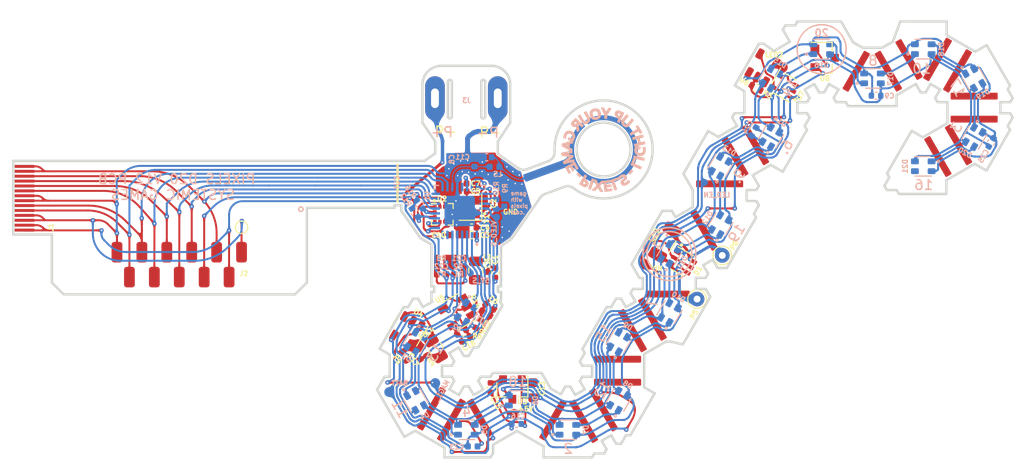
<source format=kicad_pcb>
(kicad_pcb (version 20211014) (generator pcbnew)
  (title_block (title "FLX-F020") (date "2021-09-11") (rev "10") (company "Systemic Games, LLC") (comment 1 "Flexible PCB, 0.13mm thickness"))
  (layers (0 "F.Cu" signal) (31 "B.Cu" signal) (34 "B.Paste" user) (35 "F.Paste" user) (36 "B.SilkS" user "B.Silkscreen") (37 "F.SilkS" user "F.Silkscreen") (38 "B.Mask" user) (39 "F.Mask" user) (44 "Edge.Cuts" user))
  (net 0 "")
  (net 1 "Net-(C1-Pad1)")
  (net 2 "GND")
  (net 3 "VDD")
  (net 4 "VDC")
  (net 5 "Net-(L1-Pad2)")
  (net 6 "Net-(L1-Pad1)")
  (net 7 "+5V")
  (net 8 "VEE")
  (net 9 "/LED_EN")
  (net 10 "Net-(C2-Pad2)")
  (net 11 "Net-(C3-Pad1)")
  (net 12 "Net-(C5-Pad2)")
  (net 13 "Net-(C7-Pad1)")
  (net 14 "Net-(C17-Pad2)")
  (net 15 "+BATT")
  (net 16 "Net-(L4-Pad1)")
  (net 17 "RXI")
  (net 18 "TXO")
  (net 19 "SWO")
  (net 20 "RESET")
  (net 21 "SWDCLK")
  (net 22 "SWDIO")
  (net 23 "Net-(R10-Pad1)")
  (net 24 "Net-(R10-Pad2)")
  (net 25 "/LED_DATA")
  (net 26 "/Power Supply/MAG1_")
  (net 27 "/Power Supply/LED_EN_OUT")
  (net 28 "/VLED_SENSE")
  (net 29 "/5V_SENSE")
  (net 30 "/VBAT_SENSE")
  (net 31 "/STATS")
  (net 32 "Net-(D10-Pad1)")
  (net 34 "Net-(R3-Pad1)")
  (net 35 "Net-(D2-Pad3)")
  (net 36 "Net-(D3-Pad3)")
  (net 37 "Net-(D4-Pad3)")
  (net 38 "Net-(D5-Pad3)")
  (net 39 "Net-(D6-Pad3)")
  (net 40 "Net-(D7-Pad3)")
  (net 41 "Net-(D8-Pad3)")
  (net 42 "Net-(D10-Pad3)")
  (net 43 "Net-(D11-Pad3)")
  (net 44 "Net-(D12-Pad3)")
  (net 45 "Net-(D13-Pad3)")
  (net 46 "Net-(D14-Pad3)")
  (net 47 "Net-(D15-Pad3)")
  (net 48 "Net-(D16-Pad3)")
  (net 49 "Net-(D17-Pad3)")
  (net 50 "Net-(D18-Pad3)")
  (net 51 "Net-(D19-Pad3)")
  (net 52 "Net-(D20-Pad3)")
  (net 53 "/SCL")
  (net 54 "/SDA")
  (net 55 "/ACC_INT")
  (net 56 "/ARC_ANTENNA")
  (net 57 "Net-(C8-Pad1)")
  (net 62 "Net-(C19-Pad2)")
  (net 63 "Net-(C19-Pad1)")
  (net 64 "Net-(R6-Pad1)")
  (footprint "Pixels-dice:SOT-353_SC-70-5" (layer "F.Cu") (at 174.847276 75.695 150)
    (fp_text reference "U7")
    (fp_text value "74AHC1G08" hide)
  )
  (footprint "TestPoint:TestPoint_THTPad_D1.5mm_Drill0.7mm" (layer "F.Cu") (at 168.47 92.95 30)
    (fp_text reference "P6")
    (fp_text value "COILB")
  )
  (footprint "Resistor_SMD:R_0402_1005Metric" (layer "F.Cu") (at 144.37 98.86 -30)
    (fp_text reference "R14")
    (fp_text value "10M 1%")
  )
  (footprint "Capacitor_SMD:C_0402_1005Metric" (layer "F.Cu") (at 144.76 98.18 -30)
    (fp_text reference "C6")
    (fp_text value "10nF 25V 10%")
  )
  (footprint "Package_TO_SOT_SMD:SOT-23-5" (layer "F.Cu") (at 141.49 98.72 -150)
    (fp_text reference "U5")
    (fp_text value "MCP73832T-2ACI/OT")
  )
  (footprint "Package_TO_SOT_SMD:SOT-23" (layer "F.Cu") (at 178.91 72.78)
    (fp_text reference "U8")
    (fp_text value "TMR1366")
  )
  (footprint "TestPoint:TestPoint_THTPad_D1.5mm_Drill0.7mm" (layer "F.Cu") (at 165.9 97.4 30)
    (fp_text reference "P5")
    (fp_text value "COILA")
  )
  (footprint "Pixels-dice:SOT-23-5" (layer "F.Cu") (at 172.582724 73.797628 60)
    (fp_text reference "U6")
    (fp_text value "MT9700" hide)
  )
  (footprint "Resistor_SMD:R_0402_1005Metric" (layer "F.Cu") (at 171.91 75.85 150)
    (fp_text reference "R3")
    (fp_text value "10k 5%")
  )
  (footprint "Resistor_SMD:R_0402_1005Metric" (layer "F.Cu") (at 143.59 99.93 60)
    (fp_text reference "R13")
    (fp_text value "4.02M 1%")
  )
  (footprint "Capacitor_SMD:C_0402_1005Metric" (layer "F.Cu") (at 141.91 85.61 180)
    (fp_text reference "C7")
    (fp_text value "100pF NP0 10V 5%")
  )
  (footprint "Inductor_SMD:L_0805_2012Metric" (layer "F.Cu") (at 143.34 94.49 -90)
    (fp_text reference "L1")
    (fp_text value "10uH 100mA 10%")
  )
  (footprint "Capacitor_SMD:C_0402_1005Metric" (layer "F.Cu") (at 141.93 86.42)
    (fp_text reference "C5")
    (fp_text value "6pF 10V 10%")
  )
  (footprint "Capacitor_SMD:C_0402_1005Metric" (layer "F.Cu") (at 142.9 90.87 180)
    (fp_text reference "C3")
    (fp_text value "0.1uF 10V 20%")
  )
  (footprint "Capacitor_SMD:C_0402_1005Metric" (layer "F.Cu") (at 144.22 87.6 -90)
    (fp_text reference "C2")
    (fp_text value "6pF 10V 10%")
  )
  (footprint "Capacitor_SMD:C_0402_1005Metric" (layer "F.Cu") (at 141.19 90.86)
    (fp_text reference "C10")
    (fp_text value "0.1uF 10V 20%")
  )
  (footprint "Pixels-dice:FPC-POGO-11" (layer "F.Cu") (at 113.109999 93.890001 180)
    (fp_text reference "J2")
    (fp_text value "Conn_01x11")
  )
  (footprint "Capacitor_SMD:C_0402_1005Metric" (layer "F.Cu") (at 142.29 101.47 30)
    (fp_text reference "C18")
    (fp_text value "4.7uF 6.3V 20%")
  )
  (footprint "Resistor_SMD:R_0402_1005Metric" (layer "F.Cu") (at 138.1175 102.75 -60)
    (fp_text reference "R4")
    (fp_text value "402k 1%")
  )
  (footprint "Capacitor_SMD:C_0402_1005Metric" (layer "F.Cu") (at 137.43 103.14 120)
    (fp_text reference "C17")
    (fp_text value "22pF 10V 5%")
  )
  (footprint "Pixels-dice:SOT-23-5" (layer "F.Cu") (at 136.362724 100.612372 -120)
    (fp_text reference "U4")
    (fp_text value "LN3406" hide)
  )
  (footprint "Capacitor_SMD:C_0402_1005Metric" (layer "F.Cu") (at 142.91 90.1 180)
    (fp_text reference "C4")
    (fp_text value "4.7uF 6.3V 20%")
  )
  (footprint "Inductor_SMD:L_0805_2012Metric" (layer "F.Cu") (at 139.28 102.468101 -60)
    (fp_text reference "L4")
    (fp_text value "2.2uH 20mA 10%")
  )
  (footprint "Resistor_SMD:R_0402_1005Metric" (layer "F.Cu") (at 141.88 100.76 30)
    (fp_text reference "R6")
    (fp_text value "22k 1%")
  )
  (footprint "Pixels-dice:FPC_14" (layer "F.Cu") (at 97.33848 90.361234 90)
    (fp_text reference "J1")
    (fp_text value "Conn_01x14")
  )
  (footprint "Pixels-dice:TEST_PIN" (layer "F.Cu") (at 174.65 73.75)
    (fp_text reference "W21" hide)
    (fp_text value "LED2")
  )
  (footprint "Capacitor_SMD:C_0603_1608Metric" (layer "F.Cu") (at 149.18 106.71 90)
    (fp_text reference "C13")
    (fp_text value "4.7uF 25V 20%")
  )
  (footprint "Package_TO_SOT_SMD:SOT-363_SC-70-6" (layer "F.Cu") (at 164.41 93.67 -30)
    (fp_text reference "D1")
    (fp_text value "BAV99S")
  )
  (footprint "Capacitor_SMD:C_0402_1005Metric" (layer "F.Cu") (at 144.86 106.44 -90)
    (fp_text reference "C15")
    (fp_text value "4.7uF 6.3V 20%")
  )
  (footprint "Inductor_SMD:L_0402_1005Metric" (layer "F.Cu") (at 144.53 95.13 90)
    (fp_text reference "L2")
    (fp_text value "15nH 100mA 5%")
  )
  (footprint "Capacitor_SMD:C_0402_1005Metric" (layer "F.Cu") (at 145.32 94.72 -90)
    (fp_text reference "C1")
    (fp_text value "4.7uF 6.3V 20%")
  )
  (footprint "Capacitor_SMD:C_0402_1005Metric" (layer "F.Cu") (at 141.62 93.22 180)
    (fp_text reference "C21")
    (fp_text value "10nF 25V 10%")
  )
  (footprint "Resistor_SMD:R_0402_1005Metric" (layer "F.Cu") (at 139.85 94.87 180)
    (fp_text reference "R7")
    (fp_text value "4.02M 1%")
  )
  (footprint "Resistor_SMD:R_0402_1005Metric" (layer "F.Cu") (at 141.609999 94.050003)
    (fp_text reference "R2")
    (fp_text value "10M 1%")
  )
  (footprint "Resistor_SMD:R_0402_1005Metric" (layer "F.Cu") (at 139.88 93.22)
    (fp_text reference "R8")
    (fp_text value "10M 1%")
  )
  (footprint "Resistor_SMD:R_0402_1005Metric" (layer "F.Cu") (at 141.61 94.87)
    (fp_text reference "R1")
    (fp_text value "4.02M 1%")
  )
  (footprint "Capacitor_SMD:C_0402_1005Metric" (layer "F.Cu") (at 139.86 94.05)
    (fp_text reference "C22")
    (fp_text value "10nF 25V 10%")
  )
  (footprint "Pixels-dice:Crystal_SMD_2016-4Pin_2.0x1.6mm" (layer "F.Cu") (at 142.8 88.01 90)
    (fp_text reference "Y1")
    (fp_text value "32MHz 40ppm")
  )
  (footprint "Package_LGA:LGA-12_2x2mm_P0.5mm" (layer "F.Cu") (at 139.93 88.75)
    (fp_text reference "U2")
    (fp_text value "KXTJ3-1057")
  )
  (footprint "Resistor_SMD:R_0402_1005Metric" (layer "F.Cu") (at 136.04 103.24 120)
    (fp_text reference "R5")
    (fp_text value "100k 1%")
  )
  (footprint "Pixels-dice:TEST_PIN" (layer "F.Cu") (at 137.46 101.85)
    (fp_text reference "W18" hide)
    (fp_text value "FB")
  )
  (footprint "Pixels-dice:SOT-23" (layer "F.Cu") (at 147.07 106.63 90)
    (fp_text reference "U3")
    (fp_text value "PJ75AL50SA")
  )
  (footprint "Capacitor_SMD:C_1206_3216Metric" (layer "F.Cu") (at 162.6125 91.617387 60)
    (fp_text reference "C19")
    (fp_text value "56nF 50V 5% NP0")
  )
  (footprint "Pixels-dice:TEST_PIN" (layer "F.Cu") (at 160.55 93.87)
    (fp_text reference "W16" hide)
    (fp_text value "VIN")
  )
  (footprint "Pixels-dice:TEST_PIN" (layer "F.Cu") (at 147.25 109.11)
    (fp_text reference "W15" hide)
    (fp_text value "+5V")
  )
  (footprint "Pixels-dice:TEST_PIN" (layer "F.Cu") (at 146.88 89.5)
    (fp_text reference "W19" hide)
    (fp_text value "GND")
  )
  (footprint "Pixels-dice:TX1812Z_2020" (layer "B.Cu") (at 142.38 110.74 -90)
    (fp_text reference "D5")
    (fp_text value "TX1812Z_2020")
  )
  (footprint "Pixels-dice:TX1812Z_2020" (layer "B.Cu") (at 137.198782 107.749711 -150)
    (fp_text reference "D4")
    (fp_text value "TX1812Z_2020")
  )
  (footprint "Pixels-dice:TX1812Z_2020" (layer "B.Cu") (at 147.56 107.76 -90)
    (fp_text reference "D6")
    (fp_text value "TX1812Z_2020")
  )
  (footprint "Capacitor_SMD:C_0402_1005Metric" (layer "B.Cu") (at 147.49 110.14)
    (fp_text reference "C16")
    (fp_text value "4.7uF 6.3V 20%")
  )
  (footprint "Pixels-dice:TX1812Z_2020" (layer "B.Cu") (at 142.35 98.755 150)
    (fp_text reference "D2")
    (fp_text value "TX1812Z_2020")
  )
  (footprint "Pixels-dice:TX1812Z_2020" (layer "B.Cu") (at 152.728782 110.740289 -90)
    (fp_text reference "D7")
    (fp_text value "TX1812Z_2020")
  )
  (footprint "Pixels-dice:TX1812Z_2020" (layer "B.Cu") (at 173.428782 80.860289 -30)
    (fp_text reference "D14")
    (fp_text value "TX1812Z_2020")
  )
  (footprint "Pixels-dice:TX1812Z_2020" (layer "B.Cu") (at 168.258782 83.850289 -30)
    (fp_text reference "D13")
    (fp_text value "TX1812Z_2020")
  )
  (footprint "Pixels-dice:TX1812Z_2020" (layer "B.Cu") (at 168.258782 89.820289 -30)
    (fp_text reference "D12")
    (fp_text value "TX1812Z_2020")
  )
  (footprint "Pixels-dice:TX1812Z_2020" (layer "B.Cu") (at 157.908782 101.780289 -30)
    (fp_text reference "D9")
    (fp_text value "TX1812Z_2020")
  )
  (footprint "Pixels-dice:TX1812Z_2020" (layer "B.Cu") (at 157.898782 107.750289 -30)
    (fp_text reference "D8")
    (fp_text value "TX1812Z_2020")
  )
  (footprint "Pixels-dice:TX1812Z_2020" (layer "B.Cu") (at 178.608782 71.900289 -90)
    (fp_text reference "D16")
    (fp_text value "TX1812Z_2020")
  )
  (footprint "Pixels-dice:TX1812Z_2020" (layer "B.Cu") (at 188.958782 71.899711 -90)
    (fp_text reference "D18")
    (fp_text value "TX1812Z_2020")
  )
  (footprint "Pixels-dice:TX1812Z_2020" (layer "B.Cu") (at 194.140289 80.868782 150)
    (fp_text reference "D20")
    (fp_text value "TX1812Z_2020")
  )
  (footprint "Pixels-dice:TX1812Z_2020" (layer "B.Cu") (at 188.959711 83.848782 90)
    (fp_text reference "D21")
    (fp_text value "TX1812Z_2020")
  )
  (footprint "Pixels-dice:TX1812Z_2020" (layer "B.Cu") (at 183.778782 74.880289 -90)
    (fp_text reference "D17")
    (fp_text value "TX1812Z_2020")
  )
  (footprint "Pixels-dice:TX1812Z_2020" (layer "B.Cu") (at 194.13 74.89 -150)
    (fp_text reference "D19")
    (fp_text value "TX1812Z_2020")
  )
  (footprint "Pixels-dice:TX1812Z_2020" (layer "B.Cu") (at 163.08 92.8 -30)
    (fp_text reference "D11")
    (fp_text value "TX1812Z_2020")
  )
  (footprint "Capacitor_SMD:C_0402_1005Metric" (layer "B.Cu") (at 171.67 80.31 60)
    (fp_text reference "C24")
    (fp_text value "0.1uF 10V 20%")
  )
  (footprint "Resistor_SMD:R_0402_1005Metric" (layer "B.Cu") (at 145.42 87.73 90)
    (fp_text reference "R10")
    (fp_text value "100k 1%")
  )
  (footprint "Package_DFN_QFN:QFN-32-1EP_5x5mm_P0.5mm_EP3.1x3.1mm" (layer "B.Cu") (at 141.7 88.41 90)
    (fp_text reference "U1")
    (fp_text value "N52810_QFN32")
  )
  (footprint "Capacitor_SMD:C_0402_1005Metric" (layer "B.Cu") (at 143.21 83.4 90)
    (fp_text reference "C8")
    (fp_text value "?? NP0")
  )
  (footprint "Capacitor_SMD:C_0402_1005Metric" (layer "B.Cu") (at 143.03 112.44 180)
    (fp_text reference "C23")
    (fp_text value "0.1uF 10V 20%")
  )
  (footprint "Pixels-dice:TX1812Z_2020" (layer "B.Cu") (at 137.198782 101.780289 150)
    (fp_text reference "D3")
    (fp_text value "TX1812Z_2020")
  )
  (footprint "Capacitor_SMD:C_0402_1005Metric" (layer "B.Cu") (at 184.15 76.65)
    (fp_text reference "C9")
    (fp_text value "4.7uF 6.3V 20%")
  )
  (footprint "Resistor_SMD:R_0402_1005Metric" (layer "B.Cu") (at 146.25 87.46 -90)
    (fp_text reference "R9")
    (fp_text value "100k 1%")
  )
  (footprint "Pixels-dice:Hongjie 10100 Connector" (layer "B.Cu") (at 142.38 76.91)
    (fp_text reference "J3")
    (fp_text value "Conn_01x02")
  )
  (footprint "Pixels-dice:TX1812Z_2020" (layer "B.Cu") (at 163.078782 98.790289 -30)
    (fp_text reference "D10")
    (fp_text value "TX1812Z_2020")
  )
  (footprint "Pixels-dice:TX1812Z_2020" (layer "B.Cu") (at 173.428782 74.890289 -30)
    (fp_text reference "D15")
    (fp_text value "TX1812Z_2020")
  )
  (footprint "Capacitor_SMD:C_0402_1005Metric" (layer "B.Cu") (at 195.88 81.42 -120)
    (fp_text reference "C25")
    (fp_text value "0.1uF 10V 20%")
  )
  (footprint "Resistor_SMD:R_0402_1005Metric" (layer "B.Cu") (at 137.13 88.58 -55)
    (fp_text reference "R12")
    (fp_text value "2.7k 5%")
  )
  (footprint "Resistor_SMD:R_0402_1005Metric" (layer "B.Cu") (at 137.62 87.74 -55)
    (fp_text reference "R16")
    (fp_text value "2.7k 5%")
  )
  (footprint "Capacitor_SMD:C_0402_1005Metric" (layer "B.Cu") (at 144.47 82.93 180)
    (fp_text reference "C11")
    (fp_text value "?? NP0")
  )
  (footprint "Inductor_SMD:L_0402_1005Metric" (layer "B.Cu") (at 145.25 83.91)
    (fp_text reference "L5")
    (fp_text value "??")
  )
  (footprint "Pixels-dice:TEST_PIN" (layer "B.Cu") (at 166.66 85.5)
    (fp_text reference "W5" hide)
    (fp_text value "LED_EN")
  )
  (footprint "Pixels-dice:TEST_PIN" (layer "B.Cu") (at 145.48 89.04)
    (fp_text reference "W12" hide)
    (fp_text value "VLED_S")
  )
  (footprint "Pixels-dice:TEST_PIN" (layer "B.Cu") (at 134.51 106.89)
    (fp_text reference "W14" hide)
    (fp_text value "BATT")
  )
  (footprint "Pixels-dice:TEST_PIN" (layer "B.Cu") (at 139.21 105.97)
    (fp_text reference "W23" hide)
    (fp_text value "MAG1_")
  )
  (footprint "Pixels-dice:TEST_PIN" (layer "B.Cu") (at 142.79 94.75)
    (fp_text reference "W13" hide)
    (fp_text value "5V_S")
  )
  (footprint "Pixels-dice:ARC_Antenna" (layer "B.Cu") (at 148.090941 85.149774 20)
    (fp_text reference "AE2" hide)
    (fp_text value "ARC")
  )
  (gr_circle (center 163.08 92.81) (end 165.38 92.81) (layer "B.SilkS") (width 0.15) (fill none))
  (gr_circle (center 163.08 92.81) (end 165.78 92.81) (layer "B.SilkS") (width 0.15) (fill none))
  (gr_line (start 158.2495 79.45445) (end 158.2485 79.27815) (layer "B.SilkS") (width 0.1734))
  (gr_line (start 155.3755 78.15735) (end 155.2285 78.25415) (layer "B.SilkS") (width 0.1734))
  (gr_line (start 153.5045 79.63125) (end 153.6595 79.54135) (layer "B.SilkS") (width 0.1734))
  (gr_line (start 153.1905 81.431651) (end 152.2965 81.68415) (layer "B.SilkS") (width 0.1734))
  (gr_line (start 156.5395 78.58365) (end 156.2065 77.91955) (layer "B.SilkS") (width 0.1734))
  (gr_line (start 156.0585 86.36995) (end 155.8085 85.93545) (layer "B.SilkS") (width 0.1734))
  (gr_line (start 153.7125 80.25255) (end 153.6065 79.68815) (layer "B.SilkS") (width 0.1734))
  (gr_line (start 153.3165 79.39025) (end 153.2875 79.42555) (layer "B.SilkS") (width 0.1734))
  (gr_line (start 152.2965 81.68415) (end 152.7185 81.91735) (layer "B.SilkS") (width 0.1734))
  (gr_line (start 158.0075 84.94245) (end 158.1455 84.83705) (layer "B.SilkS") (width 0.1734))
  (gr_line (start 159.2835 84.33195) (end 159.0655 84.59935) (layer "B.SilkS") (width 0.1734))
  (gr_line (start 157.0905 85.77205) (end 157.1015 85.87465) (layer "B.SilkS") (width 0.1734))
  (gr_line (start 158.2485 79.27815) (end 158.3415 79.11235) (layer "B.SilkS") (width 0.1734))
  (gr_line (start 158.2375 85.63825) (end 158.1915 85.54295) (layer "B.SilkS") (width 0.1734))
  (gr_line (start 153.3325 81.03595) (end 153.2965 81.11215) (layer "B.SilkS") (width 0.1734))
  (gr_line (start 152.3275 82.61435) (end 153.1925 82.791251) (layer "B.SilkS") (width 0.1734))
  (gr_line (start 153.6595 79.54135) (end 153.7205 79.59815) (layer "B.SilkS") (width 0.1734))
  (gr_line (start 158.7815 85.47665) (end 158.9015 85.34265) (layer "B.SilkS") (width 0.1734))
  (gr_line (start 153.3695 83.64175) (end 153.0705 83.81165) (layer "B.SilkS") (width 0.1734))
  (gr_line (start 159.4715 83.09495) (end 159.5665 83.13575) (layer "B.SilkS") (width 0.1734))
  (gr_line (start 156.2065 77.91955) (end 156.353499 77.92935) (layer "B.SilkS") (width 0.1734))
  (gr_line (start 152.8175 81.971451) (end 153.1105 82.13305) (layer "B.SilkS") (width 0.1734))
  (gr_line (start 160.2115 80.40035) (end 160.1215 80.45125) (layer "B.SilkS") (width 0.1734))
  (gr_line (start 160.5525 81.943651) (end 160.573499 82.04315) (layer "B.SilkS") (width 0.1734))
  (gr_line (start 158.294499 84.75935) (end 158.4815 84.74875) (layer "B.SilkS") (width 0.1734))
  (gr_line (start 156.6505 86.25935) (end 157.1635 86.20055) (layer "B.SilkS") (width 0.1734))
  (gr_line (start 159.3625 83.60905) (end 160.1725 83.95735) (layer "B.SilkS") (width 0.1734))
  (gr_line (start 155.3385 85.22025) (end 155.0095 86.14875) (layer "B.SilkS") (width 0.1734))
  (gr_line (start 155.8215 78.09095) (end 155.9405 78.23215) (layer "B.SilkS") (width 0.1734))
  (gr_line (start 152.9295 80.43395) (end 152.7435 80.43345) (layer "B.SilkS") (width 0.1734))
  (gr_line (start 157.3545 85.33875) (end 157.6555 86.16785) (layer "B.SilkS") (width 0.1734))
  (gr_line (start 153.6065 79.68815) (end 153.5595 79.71135) (layer "B.SilkS") (width 0.1734))
  (gr_line (start 158.1915 85.54295) (end 158.2165 85.36715) (layer "B.SilkS") (width 0.1734))
  (gr_line (start 159.5665 83.13575) (end 159.3625 83.60905) (layer "B.SilkS") (width 0.1734))
  (gr_line (start 156.6125 85.93095) (end 156.6505 86.25935) (layer "B.SilkS") (width 0.1734))
  (gr_line (start 155.4725 78.02775) (end 155.6555 78.02455) (layer "B.SilkS") (width 0.1734))
  (gr_line (start 153.0635 80.34475) (end 153.1715 80.39855) (layer "B.SilkS") (width 0.1734))
  (gr_line (start 159.2595 79.07905) (end 159.3585 79.15955) (layer "B.SilkS") (width 0.1734))
  (gr_line (start 155.038499 78.57625) (end 155.0335 78.39125) (layer "B.SilkS") (width 0.1734))
  (gr_line (start 153.3115 83.342651) (end 152.3485 83.550651) (layer "B.SilkS") (width 0.1734))
  (gr_line (start 158.9015 85.34265) (end 158.9675 85.44005) (layer "B.SilkS") (width 0.1734))
  (gr_line (start 160.573499 82.04315) (end 160.5825 82.220651) (layer "B.SilkS") (width 0.1734))
  (gr_line (start 154.4865 85.90465) (end 154.3215 85.84545) (layer "B.SilkS") (width 0.1734))
  (gr_line (start 159.9955 81.528551) (end 159.8525 80.96445) (layer "B.SilkS") (width 0.1734))
  (gr_line (start 155.2915 86.25935) (end 155.7455 85.82705) (layer "B.SilkS") (width 0.1734))
  (gr_line (start 153.3805 79.75775) (end 153.2115 79.69305) (layer "B.SilkS") (width 0.1734))
  (gr_line (start 159.5165 82.84275) (end 160.4755 83.07115) (layer "B.SilkS") (width 0.1734))
  (gr_line (start 159.4875 82.966751) (end 159.5165 82.84275) (layer "B.SilkS") (width 0.1734))
  (gr_line (start 154.4455 78.38655) (end 154.5555 78.32135) (layer "B.SilkS") (width 0.1734))
  (gr_line (start 154.6575 79.29485) (end 154.734499 79.23705) (layer "B.SilkS") (width 0.1734))
  (gr_line (start 156.0185 78.47635) (end 156.0225 78.66065) (layer "B.SilkS") (width 0.1734))
  (gr_line (start 154.6225 85.64285) (end 154.5825 85.46625) (layer "B.SilkS") (width 0.1734))
  (gr_line (start 153.2875 79.42555) (end 153.3085 79.59835) (layer "B.SilkS") (width 0.1734))
  (gr_line (start 159.5845 82.16125) (end 159.5925 82.07715) (layer "B.SilkS") (width 0.1734))
  (gr_line (start 156.6005 85.82825) (end 157.0905 85.77205) (layer "B.SilkS") (width 0.1734))
  (gr_line (start 157.8265 78.22605) (end 157.9965 78.26755) (layer "B.SilkS") (width 0.1734))
  (gr_line (start 160.0765 82.71705) (end 159.9565 82.70385) (layer "B.SilkS") (width 0.1734))
  (gr_line (start 159.5925 81.76235) (end 159.5615 81.63865) (layer "B.SilkS") (width 0.1734))
  (gr_line (start 153.2415 80.98615) (end 153.2715 80.897851) (layer "B.SilkS") (width 0.1734))
  (gr_line (start 153.3975 83.480051) (end 153.7195 84.04935) (layer "B.SilkS") (width 0.1734))
  (gr_line (start 154.5825 85.46625) (end 154.4575 85.33795) (layer "B.SilkS") (width 0.1734))
  (gr_line (start 156.9245 77.96625) (end 157.0655 77.97545) (layer "B.SilkS") (width 0.1734))
  (gr_line (start 152.9475 84.47515) (end 152.8575 84.52615) (layer "B.SilkS") (width 0.1734))
  (gr_line (start 154.9055 78.92225) (end 154.9325 79.10865) (layer "B.SilkS") (width 0.1734))
  (gr_line (start 155.6355 79.01305) (end 155.5775 79.02435) (layer "B.SilkS") (width 0.1734))
  (gr_line (start 158.4805 79.59135) (end 158.5615 79.64395) (layer "B.SilkS") (width 0.1734))
  (gr_line (start 154.4695 84.79255) (end 154.5805 84.85665) (layer "B.SilkS") (width 0.1734))
  (gr_line (start 158.8785 79.54895) (end 159.2595 79.07905) (layer "B.SilkS") (width 0.1734))
  (gr_line (start 153.5195 79.02045) (end 154.2375 79.69575) (layer "B.SilkS") (width 0.1734))
  (gr_line (start 159.0655 84.59935) (end 158.9855 84.53425) (layer "B.SilkS") (width 0.1734))
  (gr_line (start 157.8045 85.06605) (end 157.8395 85.16315) (layer "B.SilkS") (width 0.1734))
  (gr_line (start 152.7475 81.67105) (end 152.853499 81.64775) (layer "B.SilkS") (width 0.1734))
  (gr_line (start 158.7235 85.65255) (end 158.5705 85.73435) (layer "B.SilkS") (width 0.1734))
  (gr_line (start 157.073499 85.32305) (end 157.0855 85.42575) (layer "B.SilkS") (width 0.1734))
  (gr_line (start 153.3085 79.59835) (end 153.3245 79.61185) (layer "B.SilkS") (width 0.1734))
  (gr_line (start 158.3675 84.85605) (end 158.2035 84.92305) (layer "B.SilkS") (width 0.1734))
  (gr_line (start 158.8635 85.54495) (end 158.7235 85.65255) (layer "B.SilkS") (width 0.1734))
  (gr_line (start 159.6905 82.26955) (end 159.7555 82.45065) (layer "B.SilkS") (width 0.1734))
  (gr_line (start 155.2285 78.25415) (end 155.163499 78.42925) (layer "B.SilkS") (width 0.1734))
  (gr_line (start 153.7205 79.59815) (end 153.8285 80.13035) (layer "B.SilkS") (width 0.1734))
  (gr_line (start 155.7455 85.82705) (end 155.4325 85.28405) (layer "B.SilkS") (width 0.1734))
  (gr_line (start 156.6675 78.59155) (end 156.6445 78.93555) (layer "B.SilkS") (width 0.1734))
  (gr_line (start 152.7185 81.91735) (end 152.7475 81.67105) (layer "B.SilkS") (width 0.1734))
  (gr_line (start 154.7545 78.90615) (end 154.4455 78.38655) (layer "B.SilkS") (width 0.1734))
  (gr_line (start 159.8525 80.96445) (end 159.4175 81.07435) (layer "B.SilkS") (width 0.1734))
  (gr_line (start 158.6245 84.86545) (end 158.6695 84.96085) (layer "B.SilkS") (width 0.1734))
  (gr_line (start 153.3245 79.61185) (end 153.5045 79.63125) (layer "B.SilkS") (width 0.1734))
  (gr_line (start 154.8095 79.07515) (end 154.7545 78.90615) (layer "B.SilkS") (width 0.1734))
  (gr_line (start 152.4175 80.63595) (end 152.4435 80.57875) (layer "B.SilkS") (width 0.1734))
  (gr_line (start 155.8365 78.78305) (end 155.8925 78.61825) (layer "B.SilkS") (width 0.1734))
  (gr_line (start 153.1715 80.55425) (end 153.0155 80.46255) (layer "B.SilkS") (width 0.1734))
  (gr_line (start 153.1175 82.44345) (end 152.3275 82.61435) (layer "B.SilkS") (width 0.1734))
  (gr_line (start 153.7745 84.57865) (end 154.0215 84.81785) (layer "B.SilkS") (width 0.1734))
  (gr_line (start 154.6915 85.42035) (end 154.758499 85.59585) (layer "B.SilkS") (width 0.1734))
  (gr_line (start 154.4575 85.33795) (end 154.5345 85.25815) (layer "B.SilkS") (width 0.1734))
  (gr_line (start 158.4815 84.74875) (end 158.6245 84.86545) (layer "B.SilkS") (width 0.1734))
  (gr_line (start 157.0655 77.97545) (end 156.6675 78.59155) (layer "B.SilkS") (width 0.1734))
  (gr_line (start 158.3615 78.42955) (end 157.9605 79.33005) (layer "B.SilkS") (width 0.1734))
  (gr_line (start 154.1495 79.78855) (end 153.5095 79.18555) (layer "B.SilkS") (width 0.1734))
  (gr_line (start 155.2825 78.82795) (end 155.4395 78.91955) (layer "B.SilkS") (width 0.1734))
  (gr_line (start 152.698499 80.31595) (end 152.8795 80.29505) (layer "B.SilkS") (width 0.1734))
  (gr_line (start 154.2835 79.40465) (end 154.1595 79.26045) (layer "B.SilkS") (width 0.1734))
  (gr_line (start 157.9555 85.15515) (end 157.8905 85.05775) (layer "B.SilkS") (width 0.1734))
  (gr_line (start 156.3525 85.41665) (end 155.8995 85.84925) (layer "B.SilkS") (width 0.1734))
  (gr_line (start 158.3455 85.24265) (end 158.4505 85.17225) (layer "B.SilkS") (width 0.1734))
  (gr_line (start 160.044499 82.05055) (end 159.7105 82.03675) (layer "B.SilkS") (width 0.1734))
  (gr_line (start 158.7385 79.65805) (end 158.8785 79.54895) (layer "B.SilkS") (width 0.1734))
  (gr_line (start 157.1755 86.30305) (end 156.5355 86.37635) (layer "B.SilkS") (width 0.1734))
  (gr_line (start 160.5335 82.46865) (end 160.4285 82.617951) (layer "B.SilkS") (width 0.1734))
  (gr_line (start 153.2965 81.11215) (end 153.1925 81.25585) (layer "B.SilkS") (width 0.1734))
  (gr_line (start 160.5825 82.220651) (end 160.5775 82.283151) (layer "B.SilkS") (width 0.1734))
  (gr_line (start 156.1995 85.39455) (end 156.3525 85.41665) (layer "B.SilkS") (width 0.1734))
  (gr_line (start 154.2375 79.69575) (end 154.1495 79.78855) (layer "B.SilkS") (width 0.1734))
  (gr_line (start 158.4395 79.19275) (end 158.3865 79.27385) (layer "B.SilkS") (width 0.1734))
  (gr_line (start 153.3095 80.51515) (end 153.3875 80.683351) (layer "B.SilkS") (width 0.1734))
  (gr_line (start 154.1595 79.26045) (end 153.8505 78.74085) (layer "B.SilkS") (width 0.1734))
  (gr_line (start 159.9695 80.18155) (end 159.2015 80.61635) (layer "B.SilkS") (width 0.1734))
  (gr_line (start 153.3855 80.861051) (end 153.3325 81.03595) (layer "B.SilkS") (width 0.1734))
  (gr_line (start 157.8445 79.27825) (end 158.2015 78.47435) (layer "B.SilkS") (width 0.1734))
  (gr_line (start 157.8795 78.34535) (end 157.734499 78.44595) (layer "B.SilkS") (width 0.1734))
  (gr_line (start 154.889499 86.10595) (end 155.2185 85.17755) (layer "B.SilkS") (width 0.1734))
  (gr_line (start 159.9525 80.93875) (end 160.0955 81.503151) (layer "B.SilkS") (width 0.1734))
  (gr_line (start 156.0225 78.66065) (end 155.9575 78.82725) (layer "B.SilkS") (width 0.1734))
  (gr_line (start 158.2035 84.92305) (end 158.0745 85.02405) (layer "B.SilkS") (width 0.1734))
  (gr_line (start 152.1635 81.74455) (end 152.1785 81.604251) (layer "B.SilkS") (width 0.1734))
  (gr_line (start 160.4285 82.617951) (end 160.2665 82.70015) (layer "B.SilkS") (width 0.1734))
  (gr_line (start 160.448499 82.37795) (end 160.4795 82.20275) (layer "B.SilkS") (width 0.1734))
  (gr_line (start 152.8575 84.52615) (end 152.5395 83.96565) (layer "B.SilkS") (width 0.1734))
  (gr_line (start 159.6415 81.906451) (end 160.0495 81.92305) (layer "B.SilkS") (width 0.1734))
  (gr_line (start 157.6675 78.29785) (end 157.8265 78.22605) (layer "B.SilkS") (width 0.1734))
  (gr_line (start 158.5185 84.93635) (end 158.3675 84.85605) (layer "B.SilkS") (width 0.1734))
  (gr_line (start 157.9965 78.26755) (end 158.3615 78.42955) (layer "B.SilkS") (width 0.1734))
  (gr_line (start 153.2875 83.231751) (end 153.3115 83.342651) (layer "B.SilkS") (width 0.1734))
  (gr_line (start 155.8085 85.93545) (end 155.4445 86.28145) (layer "B.SilkS") (width 0.1734))
  (gr_line (start 155.0505 78.63575) (end 155.038499 78.57625) (layer "B.SilkS") (width 0.1734))
  (gr_circle (center 178.6 71.9) (end 181.1 71.9) (layer "B.SilkS") (width 0.15) (fill none))
  (gr_line (start 154.6005 85.69555) (end 154.6225 85.64285) (layer "B.SilkS") (width 0.1734))
  (gr_line (start 153.2135 82.889351) (end 152.4975 83.40185) (layer "B.SilkS") (width 0.1734))
  (gr_line (start 154.5805 84.85665) (end 154.139499 85.61785) (layer "B.SilkS") (width 0.1734))
  (gr_line (start 156.2115 86.39185) (end 156.0585 86.36995) (layer "B.SilkS") (width 0.1734))
  (gr_line (start 158.3415 79.11235) (end 158.7225 78.64285) (layer "B.SilkS") (width 0.1734))
  (gr_line (start 157.7185 78.50085) (end 157.7775 78.67215) (layer "B.SilkS") (width 0.1734))
  (gr_line (start 153.2735 80.705651) (end 153.1715 80.55425) (layer "B.SilkS") (width 0.1734))
  (gr_line (start 152.8625 80.98125) (end 153.1725 81.10955) (layer "B.SilkS") (width 0.1734))
  (gr_line (start 154.5725 85.29075) (end 154.6915 85.42035) (layer "B.SilkS") (width 0.1734))
  (gr_line (start 160.4795 82.20275) (end 160.4775 82.111051) (layer "B.SilkS") (width 0.1734))
  (gr_line (start 159.5925 82.07715) (end 159.6415 81.906451) (layer "B.SilkS") (width 0.1734))
  (gr_line (start 157.1015 85.87465) (end 156.6125 85.93095) (layer "B.SilkS") (width 0.1734))
  (gr_line (start 158.3715 79.45175) (end 158.4805 79.59135) (layer "B.SilkS") (width 0.1734))
  (gr_line (start 152.8795 80.29505) (end 153.0635 80.34475) (layer "B.SilkS") (width 0.1734))
  (gr_line (start 157.6135 78.38605) (end 157.6675 78.29785) (layer "B.SilkS") (width 0.1734))
  (gr_circle (center 125.51135 88.223418) (end 125.697333 88.097279) (layer "B.SilkS") (width 0.15) (fill none))
  (gr_line (start 155.0095 86.14875) (end 154.889499 86.10595) (layer "B.SilkS") (width 0.1734))
  (gr_line (start 157.1635 86.20055) (end 157.1755 86.30305) (layer "B.SilkS") (width 0.1734))
  (gr_line (start 153.138499 79.47405) (end 153.2315 79.32655) (layer "B.SilkS") (width 0.1734))
  (gr_line (start 160.3455 82.52335) (end 160.448499 82.37795) (layer "B.SilkS") (width 0.1734))
  (gr_line (start 154.6515 85.85005) (end 154.4865 85.90465) (layer "B.SilkS") (width 0.1734))
  (gr_line (start 155.0975 78.22425) (end 155.2335 78.10485) (layer "B.SilkS") (width 0.1734))
  (gr_line (start 160.3415 80.70865) (end 160.3735 80.83215) (layer "B.SilkS") (width 0.1734))
  (gr_line (start 158.4155 79.67135) (end 158.3445 79.60615) (layer "B.SilkS") (width 0.1734))
  (gr_line (start 155.1165 78.81985) (end 155.0505 78.63575) (layer "B.SilkS") (width 0.1734))
  (gr_line (start 157.7775 78.67215) (end 157.9155 78.78635) (layer "B.SilkS") (width 0.1734))
  (gr_line (start 153.3135 84.24005) (end 153.2235 84.29125) (layer "B.SilkS") (width 0.1734))
  (gr_line (start 155.9405 78.23215) (end 156.0065 78.41715) (layer "B.SilkS") (width 0.1734))
  (gr_line (start 158.5185 85.11145) (end 158.5185 84.93635) (layer "B.SilkS") (width 0.1734))
  (gr_line (start 156.353499 77.92935) (end 156.6075 78.46145) (layer "B.SilkS") (width 0.1734))
  (gr_line (start 158.9155 79.69555) (end 158.7495 79.78525) (layer "B.SilkS") (width 0.1734))
  (gr_line (start 155.234499 78.96055) (end 155.1165 78.81985) (layer "B.SilkS") (width 0.1734))
  (gr_line (start 158.9855 84.53425) (end 159.2025 84.26695) (layer "B.SilkS") (width 0.1734))
  (gr_line (start 159.9065 80.07065) (end 159.7535 79.80085) (layer "B.SilkS") (width 0.1734))
  (gr_line (start 153.8285 80.13035) (end 153.7125 80.25255) (layer "B.SilkS") (width 0.1734))
  (gr_line (start 152.1645 82.69865) (end 152.1305 82.540451) (layer "B.SilkS") (width 0.1734))
  (gr_line (start 160.4455 83.19515) (end 159.4875 82.966751) (layer "B.SilkS") (width 0.1734))
  (gr_line (start 154.7155 85.76825) (end 154.6515 85.85005) (layer "B.SilkS") (width 0.1734))
  (gr_line (start 159.2175 83.68545) (end 159.4715 83.09495) (layer "B.SilkS") (width 0.1734))
  (gr_line (start 159.3585 79.15955) (end 158.9775 79.62915) (layer "B.SilkS") (width 0.1734))
  (gr_line (start 158.3435 85.56705) (end 158.5055 85.63885) (layer "B.SilkS") (width 0.1734))
  (gr_line (start 152.4975 83.40185) (end 153.2875 83.231751) (layer "B.SilkS") (width 0.1734))
  (gr_line (start 155.0335 78.39125) (end 155.0975 78.22425) (layer "B.SilkS") (width 0.1734))
  (gr_line (start 157.5355 86.21135) (end 157.1995 85.28515) (layer "B.SilkS") (width 0.1734))
  (gr_line (start 155.3975 79.02705) (end 155.234499 78.96055) (layer "B.SilkS") (width 0.1734))
  (gr_line (start 152.5485 80.41985) (end 152.698499 80.31595) (layer "B.SilkS") (width 0.1734))
  (gr_line (start 158.8215 78.72305) (end 158.4395 79.19275) (layer "B.SilkS") (width 0.1734))
  (gr_line (start 154.0215 84.81785) (end 153.9505 84.89205) (layer "B.SilkS") (width 0.1734))
  (gr_line (start 153.2235 84.29125) (end 152.9805 83.86255) (layer "B.SilkS") (width 0.1734))
  (gr_line (start 157.5885 78.56205) (end 157.6135 78.38605) (layer "B.SilkS") (width 0.1734))
  (gr_line (start 158.5615 79.64395) (end 158.7385 79.65805) (layer "B.SilkS") (width 0.1734))
  (gr_line (start 152.3155 83.39905) (end 153.044499 82.87875) (layer "B.SilkS") (width 0.1734))
  (gr_line (start 158.6665 85.56655) (end 158.7815 85.47665) (layer "B.SilkS") (width 0.1734))
  (gr_line (start 159.7555 82.45065) (end 159.9035 82.55765) (layer "B.SilkS") (width 0.1734))
  (gr_line (start 152.4775 80.77485) (end 152.4515 80.948351) (layer "B.SilkS") (width 0.1734))
  (gr_line (start 155.2185 85.17755) (end 155.3385 85.22025) (layer "B.SilkS") (width 0.1734))
  (gr_line (start 158.3445 79.60615) (end 158.2495 79.45445) (layer "B.SilkS") (width 0.1734))
  (gr_line (start 157.6735 78.72945) (end 157.5885 78.56205) (layer "B.SilkS") (width 0.1734))
  (gr_line (start 157.8395 85.16315) (end 157.3545 85.33875) (layer "B.SilkS") (width 0.1734))
  (gr_line (start 155.4365 78.13985) (end 155.3755 78.15735) (layer "B.SilkS") (width 0.1734))
  (gr_line (start 160.0955 81.503151) (end 160.5165 81.39625) (layer "B.SilkS") (width 0.1734))
  (gr_line (start 154.4885 79.34845) (end 154.6575 79.29485) (layer "B.SilkS") (width 0.1734))
  (gr_line (start 154.8525 79.27105) (end 154.7105 79.38365) (layer "B.SilkS") (width 0.1734))
  (gr_line (start 155.8565 78.37525) (end 155.7725 78.22075) (layer "B.SilkS") (width 0.1734))
  (gr_line (start 153.2315 79.32655) (end 153.5195 79.02045) (layer "B.SilkS") (width 0.1734))
  (gr_line (start 153.9605 78.67545) (end 154.2695 79.19525) (layer "B.SilkS") (width 0.1734))
  (gr_line (start 160.0495 81.92305) (end 160.044499 82.05055) (layer "B.SilkS") (width 0.1734))
  (gr_line (start 159.6875 82.17635) (end 159.6905 82.26955) (layer "B.SilkS") (width 0.1734))
  (gr_line (start 153.9765 85.64545) (end 154.4695 84.79255) (layer "B.SilkS") (width 0.1734))
  (gr_line (start 155.8925 78.61825) (end 155.8755 78.44295) (layer "B.SilkS") (width 0.1734))
  (gr_line (start 155.163499 78.42925) (end 155.1805 78.60205) (layer "B.SilkS") (width 0.1734))
  (gr_line (start 158.5055 85.63885) (end 158.6665 85.56655) (layer "B.SilkS") (width 0.1734))
  (gr_line (start 155.1995 78.67085) (end 155.2825 78.82795) (layer "B.SilkS") (width 0.1734))
  (gr_circle (center 143.45 91.82) (end 143.355132 91.82) (layer "B.SilkS") (width 0.15) (fill solid))
  (gr_line (start 159.139499 80.50525) (end 159.9065 80.07065) (layer "B.SilkS") (width 0.1734))
  (gr_line (start 160.5475 81.51995) (end 159.5925 81.76235) (layer "B.SilkS") (width 0.1734))
  (gr_line (start 155.8185 78.94685) (end 155.6355 79.01305) (layer "B.SilkS") (width 0.1734))
  (gr_circle (center 162.82 90.89) (end 162.87 90.96) (layer "B.SilkS") (width 0.15) (fill none))
  (gr_line (start 152.8145 81.09895) (end 152.8625 80.98125) (layer "B.SilkS") (width 0.1734))
  (gr_line (start 158.3795 85.75025) (end 158.2375 85.63825) (layer "B.SilkS") (width 0.1734))
  (gr_line (start 153.2715 80.897851) (end 153.2735 80.705651) (layer "B.SilkS") (width 0.1734))
  (gr_line (start 157.9605 79.33005) (end 157.8445 79.27825) (layer "B.SilkS") (width 0.1734))
  (gr_line (start 156.6075 78.46145) (end 156.9245 77.96625) (layer "B.SilkS") (width 0.1734))
  (gr_line (start 160.1215 80.45125) (end 159.9695 80.18155) (layer "B.SilkS") (width 0.1734))
  (gr_line (start 160.4775 82.111051) (end 160.4425 81.93915) (layer "B.SilkS") (width 0.1734))
  (gr_line (start 160.4755 83.07115) (end 160.4455 83.19515) (layer "B.SilkS") (width 0.1734))
  (gr_line (start 158.4065 85.33445) (end 158.3455 85.38695) (layer "B.SilkS") (width 0.1734))
  (gr_line (start 153.5595 79.71135) (end 153.3805 79.75775) (layer "B.SilkS") (width 0.1734))
  (gr_line (start 152.853499 81.64775) (end 152.8175 81.971451) (layer "B.SilkS") (width 0.1734))
  (gr_line (start 152.4515 80.948351) (end 152.3495 80.906051) (layer "B.SilkS") (width 0.1734))
  (gr_line (start 157.1995 85.28515) (end 157.8045 85.06605) (layer "B.SilkS") (width 0.1734))
  (gr_line (start 154.6245 79.42745) (end 154.4495 79.46425) (layer "B.SilkS") (width 0.1734))
  (gr_line (start 157.734499 78.44595) (end 157.7185 78.50085) (layer "B.SilkS") (width 0.1734))
  (gr_line (start 152.3495 80.906051) (end 152.3645 80.80555) (layer "B.SilkS") (width 0.1734))
  (gr_line (start 155.1805 78.60205) (end 155.1995 78.67085) (layer "B.SilkS") (width 0.1734))
  (gr_line (start 159.7865 82.64195) (end 159.6555 82.51105) (layer "B.SilkS") (width 0.1734))
  (gr_line (start 152.6925 84.02575) (end 152.9475 84.47515) (layer "B.SilkS") (width 0.1734))
  (gr_line (start 159.8435 79.74985) (end 160.2115 80.40035) (layer "B.SilkS") (width 0.1734))
  (gr_line (start 154.2695 79.19525) (end 154.3275 79.27305) (layer "B.SilkS") (width 0.1734))
  (gr_line (start 153.0945 82.27335) (end 152.1635 81.74455) (layer "B.SilkS") (width 0.1734))
  (gr_line (start 153.1925 82.791251) (end 153.2135 82.889351) (layer "B.SilkS") (width 0.1734))
  (gr_line (start 158.0745 85.02405) (end 157.9555 85.15515) (layer "B.SilkS") (width 0.1734))
  (gr_line (start 152.4435 80.57875) (end 152.5485 80.41985) (layer "B.SilkS") (width 0.1734))
  (gr_line (start 159.5615 81.63865) (end 159.9955 81.528551) (layer "B.SilkS") (width 0.1734))
  (gr_line (start 155.4325 85.28405) (end 155.5855 85.30625) (layer "B.SilkS") (width 0.1734))
  (gr_line (start 157.0855 85.42575) (end 156.5615 85.48605) (layer "B.SilkS") (width 0.1734))
  (gr_line (start 155.5855 85.30625) (end 155.8355 85.74055) (layer "B.SilkS") (width 0.1734))
  (gr_line (start 153.1725 81.10955) (end 153.2415 80.98615) (layer "B.SilkS") (width 0.1734))
  (gr_line (start 153.5095 79.18555) (end 153.3165 79.39025) (layer "B.SilkS") (width 0.1734))
  (gr_line (start 160.3735 80.83215) (end 159.9525 80.93875) (layer "B.SilkS") (width 0.1734))
  (gr_line (start 152.3485 83.550651) (end 152.3155 83.39905) (layer "B.SilkS") (width 0.1734))
  (gr_line (start 154.9325 79.10865) (end 154.8525 79.27105) (layer "B.SilkS") (width 0.1734))
  (gr_line (start 154.7105 79.38365) (end 154.6245 79.42745) (layer "B.SilkS") (width 0.1734))
  (gr_line (start 154.5555 78.32135) (end 154.8645 78.84095) (layer "B.SilkS") (width 0.1734))
  (gr_line (start 158.2015 78.47435) (end 157.9635 78.36845) (layer "B.SilkS") (width 0.1734))
  (gr_line (start 160.1225 84.07455) (end 159.2175 83.68545) (layer "B.SilkS") (width 0.1734))
  (gr_line (start 157.6555 86.16785) (end 157.5355 86.21135) (layer "B.SilkS") (width 0.1734))
  (gr_line (start 155.7725 78.22075) (end 155.6135 78.13145) (layer "B.SilkS") (width 0.1734))
  (gr_line (start 153.0705 83.81165) (end 153.3135 84.24005) (layer "B.SilkS") (width 0.1734))
  (gr_line (start 153.0935 82.33255) (end 153.1175 82.44345) (layer "B.SilkS") (width 0.1734))
  (gr_line (start 159.4175 81.07435) (end 159.3865 80.950951) (layer "B.SilkS") (width 0.1734))
  (gr_line (start 152.7435 80.43345) (end 152.5965 80.53435) (layer "B.SilkS") (width 0.1734))
  (gr_line (start 157.8905 85.05775) (end 158.0075 84.94245) (layer "B.SilkS") (width 0.1734))
  (gr_line (start 160.5165 81.39625) (end 160.5475 81.51995) (layer "B.SilkS") (width 0.1734))
  (gr_line (start 158.1455 84.83705) (end 158.294499 84.75935) (layer "B.SilkS") (width 0.1734))
  (gr_line (start 155.8995 85.84925) (end 156.2115 86.39185) (layer "B.SilkS") (width 0.1734))
  (gr_line (start 156.5615 85.48605) (end 156.6005 85.82825) (layer "B.SilkS") (width 0.1734))
  (gr_line (start 153.8505 78.74085) (end 153.9605 78.67545) (layer "B.SilkS") (width 0.1734))
  (gr_line (start 155.2335 78.10485) (end 155.413499 78.03925) (layer "B.SilkS") (width 0.1734))
  (gr_line (start 153.7025 84.65295) (end 153.7745 84.57865) (layer "B.SilkS") (width 0.1734))
  (gr_line (start 156.5175 78.92745) (end 156.5395 78.58365) (layer "B.SilkS") (width 0.1734))
  (gr_line (start 158.2165 85.36715) (end 158.3455 85.24265) (layer "B.SilkS") (width 0.1734))
  (gr_line (start 157.9635 78.36845) (end 157.8795 78.34535) (layer "B.SilkS") (width 0.1734))
  (gr_line (start 158.6435 85.13775) (end 158.5115 85.26405) (layer "B.SilkS") (width 0.1734))
  (gr_line (start 158.7225 78.64285) (end 158.8215 78.72305) (layer "B.SilkS") (width 0.1734))
  (gr_line (start 160.4425 81.93915) (end 160.5525 81.943651) (layer "B.SilkS") (width 0.1734))
  (gr_line (start 152.9805 83.86255) (end 152.6925 84.02575) (layer "B.SilkS") (width 0.1734))
  (gr_line (start 154.4455 85.78025) (end 154.6005 85.69555) (layer "B.SilkS") (width 0.1734))
  (gr_line (start 153.9505 84.89205) (end 153.7025 84.65295) (layer "B.SilkS") (width 0.1734))
  (gr_line (start 155.6555 78.02455) (end 155.8215 78.09095) (layer "B.SilkS") (width 0.1734))
  (gr_line (start 153.1925 81.25585) (end 152.8145 81.09895) (layer "B.SilkS") (width 0.1734))
  (gr_line (start 158.3865 79.27385) (end 158.3715 79.45175) (layer "B.SilkS") (width 0.1734))
  (gr_line (start 153.1715 80.39855) (end 153.3095 80.51515) (layer "B.SilkS") (width 0.1734))
  (gr_line (start 157.9155 78.78635) (end 157.8475 78.87395) (layer "B.SilkS") (width 0.1734))
  (gr_line (start 154.4495 79.46425) (end 154.2835 79.40465) (layer "B.SilkS") (width 0.1734))
  (gr_line (start 153.7195 84.04935) (end 153.6295 84.10045) (layer "B.SilkS") (width 0.1734))
  (gr_line (start 154.758499 85.59585) (end 154.7155 85.76825) (layer "B.SilkS") (width 0.1734))
  (gr_line (start 153.0155 80.46255) (end 152.9295 80.43395) (layer "B.SilkS") (width 0.1734))
  (gr_line (start 154.139499 85.61785) (end 154.3645 85.74855) (layer "B.SilkS") (width 0.1734))
  (gr_line (start 159.3865 80.950951) (end 160.3415 80.70865) (layer "B.SilkS") (width 0.1734))
  (gr_line (start 160.5775 82.283151) (end 160.5335 82.46865) (layer "B.SilkS") (width 0.1734))
  (gr_line (start 159.6555 82.51105) (end 159.5955 82.34375) (layer "B.SilkS") (width 0.1734))
  (gr_line (start 158.3455 85.38695) (end 158.3435 85.56705) (layer "B.SilkS") (width 0.1734))
  (gr_line (start 152.5075 80.688151) (end 152.4775 80.77485) (layer "B.SilkS") (width 0.1734))
  (gr_line (start 154.5345 85.25815) (end 154.5725 85.29075) (layer "B.SilkS") (width 0.1734))
  (gr_line (start 155.9575 78.82725) (end 155.8185 78.94685) (layer "B.SilkS") (width 0.1734))
  (gr_line (start 156.4235 85.39775) (end 157.073499 85.32305) (layer "B.SilkS") (width 0.1734))
  (gr_line (start 152.1305 82.540451) (end 153.0935 82.33255) (layer "B.SilkS") (width 0.1734))
  (gr_line (start 160.1725 83.95735) (end 160.1225 84.07455) (layer "B.SilkS") (width 0.1734))
  (gr_line (start 154.734499 79.23705) (end 154.8095 79.07515) (layer "B.SilkS") (width 0.1734))
  (gr_line (start 155.4445 86.28145) (end 155.2915 86.25935) (layer "B.SilkS") (width 0.1734))
  (gr_line (start 159.9035 82.55765) (end 160.0815 82.58975) (layer "B.SilkS") (width 0.1734))
  (gr_line (start 158.9675 85.44005) (end 158.8635 85.54495) (layer "B.SilkS") (width 0.1734))
  (gr_line (start 152.5395 83.96565) (end 153.3975 83.480051) (layer "B.SilkS") (width 0.1734))
  (gr_line (start 152.1785 81.604251) (end 153.2055 81.29995) (layer "B.SilkS") (width 0.1734))
  (gr_line (start 160.1715 82.58715) (end 160.3455 82.52335) (layer "B.SilkS") (width 0.1734))
  (gr_line (start 153.6295 84.10045) (end 153.3695 83.64175) (layer "B.SilkS") (width 0.1734))
  (gr_line (start 156.5355 86.37635) (end 156.4235 85.39775) (layer "B.SilkS") (width 0.1734))
  (gr_line (start 155.6125 78.91235) (end 155.6935 78.88745) (layer "B.SilkS") (width 0.1734))
  (gr_line (start 158.6695 84.96085) (end 158.6435 85.13775) (layer "B.SilkS") (width 0.1734))
  (gr_line (start 157.8055 78.84565) (end 157.6735 78.72945) (layer "B.SilkS") (width 0.1734))
  (gr_line (start 153.3875 80.683351) (end 153.3855 80.861051) (layer "B.SilkS") (width 0.1734))
  (gr_line (start 152.5965 80.53435) (end 152.5075 80.688151) (layer "B.SilkS") (width 0.1734))
  (gr_line (start 155.6935 78.88745) (end 155.8365 78.78305) (layer "B.SilkS") (width 0.1734))
  (gr_line (start 160.0815 82.58975) (end 160.1715 82.58715) (layer "B.SilkS") (width 0.1734))
  (gr_line (start 158.5705 85.73435) (end 158.3795 85.75025) (layer "B.SilkS") (width 0.1734))
  (gr_line (start 158.5115 85.26405) (end 158.4065 85.33445) (layer "B.SilkS") (width 0.1734))
  (gr_line (start 158.5695 79.76565) (end 158.4155 79.67135) (layer "B.SilkS") (width 0.1734))
  (gr_line (start 155.4395 78.91955) (end 155.6125 78.91235) (layer "B.SilkS") (width 0.1734))
  (gr_line (start 159.5955 82.34375) (end 159.5845 82.16125) (layer "B.SilkS") (width 0.1734))
  (gr_line (start 158.7495 79.78525) (end 158.5695 79.76565) (layer "B.SilkS") (width 0.1734))
  (gr_line (start 154.3645 85.74855) (end 154.4455 85.78025) (layer "B.SilkS") (width 0.1734))
  (gr_line (start 153.1735 79.65195) (end 153.138499 79.47405) (layer "B.SilkS") (width 0.1734))
  (gr_line (start 158.9775 79.62915) (end 158.9155 79.69555) (layer "B.SilkS") (width 0.1734))
  (gr_line (start 154.3215 85.84545) (end 153.9765 85.64545) (layer "B.SilkS") (width 0.1734))
  (gr_line (start 155.5775 79.02435) (end 155.3975 79.02705) (layer "B.SilkS") (width 0.1734))
  (gr_line (start 158.4505 85.17225) (end 158.5185 85.11145) (layer "B.SilkS") (width 0.1734))
  (gr_line (start 159.7105 82.03675) (end 159.6875 82.17635) (layer "B.SilkS") (width 0.1734))
  (gr_line (start 155.8355 85.74055) (end 156.1995 85.39455) (layer "B.SilkS") (width 0.1734))
  (gr_line (start 159.9565 82.70385) (end 159.7865 82.64195) (layer "B.SilkS") (width 0.1734))
  (gr_line (start 153.2055 81.29995) (end 153.1905 81.431651) (layer "B.SilkS") (width 0.1734))
  (gr_line (start 155.413499 78.03925) (end 155.4725 78.02775) (layer "B.SilkS") (width 0.1734))
  (gr_line (start 157.8475 78.87395) (end 157.8055 78.84565) (layer "B.SilkS") (width 0.1734))
  (gr_line (start 159.2015 80.61635) (end 159.139499 80.50525) (layer "B.SilkS") (width 0.1734))
  (gr_line (start 154.3275 79.27305) (end 154.4885 79.34845) (layer "B.SilkS") (width 0.1734))
  (gr_line (start 154.8645 78.84095) (end 154.9055 78.92225) (layer "B.SilkS") (width 0.1734))
  (gr_line (start 153.044499 82.87875) (end 152.1645 82.69865) (layer "B.SilkS") (width 0.1734))
  (gr_line (start 155.8755 78.44295) (end 155.8565 78.37525) (layer "B.SilkS") (width 0.1734))
  (gr_line (start 153.2115 79.69305) (end 153.1735 79.65195) (layer "B.SilkS") (width 0.1734))
  (gr_line (start 156.0065 78.41715) (end 156.0185 78.47635) (layer "B.SilkS") (width 0.1734))
  (gr_line (start 160.2665 82.70015) (end 160.0765 82.71705) (layer "B.SilkS") (width 0.1734))
  (gr_line (start 152.3645 80.80555) (end 152.4175 80.63595) (layer "B.SilkS") (width 0.1734))
  (gr_line (start 159.2025 84.26695) (end 159.2835 84.33195) (layer "B.SilkS") (width 0.1734))
  (gr_line (start 159.7535 79.80085) (end 159.8435 79.74985) (layer "B.SilkS") (width 0.1734))
  (gr_line (start 153.1105 82.13305) (end 153.0945 82.27335) (layer "B.SilkS") (width 0.1734))
  (gr_line (start 156.6445 78.93555) (end 156.5175 78.92745) (layer "B.SilkS") (width 0.1734))
  (gr_line (start 155.6135 78.13145) (end 155.4365 78.13985) (layer "B.SilkS") (width 0.1734))
  (gr_circle (center 144.25 88.69) (end 144.344868 88.69) (layer "F.SilkS") (width 0.15) (fill solid))
  (gr_line (start 135.36 83.66) (end 135.36 87.48) (layer "F.SilkS") (width 0.25))
  (gr_circle (center 175.87 77.05) (end 175.964868 77.05) (layer "F.SilkS") (width 0.15) (fill solid))
  (gr_circle (center 164.31 91.89) (end 164.404868 91.89) (layer "F.SilkS") (width 0.15) (fill solid))
  (gr_circle (center 139.12 87.36) (end 139.214868 87.36) (layer "F.SilkS") (width 0.15) (fill solid))
  (gr_line (start 137.9 79.394609) (end 139.206904 81.322575) (layer "Edge.Cuts") (width 0.25))
  (gr_line (start 145.597056 96.664191) (end 145.597056 96.101805) (layer "Edge.Cuts") (width 0.25))
  (gr_line (start 139.206904 81.322575) (end 139.206904 82.536632) (layer "Edge.Cuts") (width 0.25))
  (gr_line (start 138.81 91.833302) (end 138.81 96.101804) (layer "Edge.Cuts") (width 0.25))
  (gr_line (start 145.597056 96.101805) (end 145.906902 96.101805) (layer "Edge.Cuts") (width 0.25))
  (gr_line (start 135.74 88.38) (end 137.715599 91.201449) (layer "Edge.Cuts") (width 0.25))
  (gr_line (start 139.097057 96.101804) (end 139.097057 96.664191) (layer "Edge.Cuts") (width 0.25))
  (gr_line (start 138.81 96.101804) (end 139.097057 96.101804) (layer "Edge.Cuts") (width 0.25))
  (gr_line (start 145.586905 82.58) (end 145.586905 81.322575) (layer "Edge.Cuts") (width 0.25))
  (gr_line (start 145.906902 92.01) (end 146.984266 91.255621) (layer "Edge.Cuts") (width 0.25))
  (gr_line (start 145.906901 96.664191) (end 145.597056 96.664191) (layer "Edge.Cuts") (width 0.25))
  (gr_line (start 145.906902 96.101805) (end 145.906902 92.01) (layer "Edge.Cuts") (width 0.25))
  (gr_line (start 139.206904 82.536632) (end 138.1167 83.3) (layer "Edge.Cuts") (width 0.25))
  (gr_line (start 139.097057 96.664191) (end 138.81 96.664191) (layer "Edge.Cuts") (width 0.25))
  (gr_line (start 136.05779 111.471273) (end 137.148632 110.841475) (layer "Edge.Cuts") (width 0.25))
  (gr_line (start 137.715599 91.201449) (end 138.809999 91.833301) (layer "Edge.Cuts") (width 0.25))
  (gr_arc (start 143.9 75.225) (mid 144.1 75.025) (end 144.3 75.225) (layer "Edge.Cuts") (width 0.25))
  (gr_arc (start 140.9 78.775) (mid 140.7 78.975) (end 140.5 78.775) (layer "Edge.Cuts") (width 0.25))
  (gr_arc (start 144.3 78.775) (mid 144.1 78.975) (end 143.9 78.775) (layer "Edge.Cuts") (width 0.25))
  (gr_line (start 138.1167 83.3) (end 96.193208 83.3) (layer "Edge.Cuts") (width 0.25))
  (gr_line (start 96.193208 90.82) (end 96.193208 83.3) (layer "Edge.Cuts") (width 0.25))
  (gr_line (start 140.15 112.574315) (end 140.15 113.565418) (layer "Edge.Cuts") (width 0.25))
  (gr_line (start 172.673069 71.33539) (end 173.737706 72.080857) (layer "Edge.Cuts") (width 0.25))
  (gr_line (start 145.586905 81.322575) (end 146.85 79.39461) (layer "Edge.Cuts") (width 0.25))
  (gr_line (start 153.865269 106.963071) (end 153.472489 107.189841) (layer "Edge.Cuts") (width 0.25))
  (gr_line (start 141.622201 102.339766) (end 142.1222 103.20579) (layer "Edge.Cuts") (width 0.25))
  (gr_line (start 177.265847 75.785157) (end 177.36064 75.730429) (layer "Edge.Cuts") (width 0.25))
  (gr_line (start 164.510809 84.618723) (end 165.459999 86.262767) (layer "Edge.Cuts") (width 0.25))
  (gr_line (start 188.698502 76.314953) (end 189.198502 76.314953) (layer "Edge.Cuts") (width 0.25))
  (gr_line (start 141.147057 105.760817) (end 140.897057 105.327804) (layer "Edge.Cuts") (width 0.25))
  (gr_line (start 142.622201 106.323817) (end 142.122201 106.323817) (layer "Edge.Cuts") (width 0.25))
  (gr_line (start 157.147633 111.303378) (end 157.647634 112.169405) (layer "Edge.Cuts") (width 0.25))
  (gr_line (start 138.81 96.664191) (end 138.81 97.48) (layer "Edge.Cuts") (width 0.25))
  (gr_line (start 137.148632 110.841475) (end 140.149999 112.574315) (layer "Edge.Cuts") (width 0.25))
  (gr_line (start 140.5 78.775) (end 140.5 75.225) (layer "Edge.Cuts") (width 0.25))
  (gr_line (start 179.740992 75.675698) (end 179.835785 75.730428) (layer "Edge.Cuts") (width 0.25))
  (gr_line (start 165.77278 95.801191) (end 165.77278 95.691733) (layer "Edge.Cuts") (width 0.25))
  (gr_line (start 175.362168 71.142974) (end 173.737707 72.080858) (layer "Edge.Cuts") (width 0.25))
  (gr_line (start 135.05 87.83) (end 135.05 88.09) (layer "Edge.Cuts") (width 0.25))
  (gr_line (start 124.919996 96.920001) (end 126.12 95.719997) (layer "Edge.Cuts") (width 0.25))
  (gr_line (start 159.122778 96.797203) (end 159.622778 97.66323) (layer "Edge.Cuts") (width 0.25))
  (gr_line (start 140.897057 104.201804) (end 141.147057 103.768791) (layer "Edge.Cuts") (width 0.25))
  (gr_line (start 134.04 105.33) (end 133.276062 106.653179) (layer "Edge.Cuts") (width 0.25))
  (gr_line (start 180.579989 69.073352) (end 176.129153 69.073352) (layer "Edge.Cuts") (width 0.25))
  (gr_line (start 172.211188 71.33539) (end 169.742128 75.611929) (layer "Edge.Cuts") (width 0.25))
  (gr_line (start 189.698502 75.448929) (end 190.091281 75.6757) (layer "Edge.Cuts") (width 0.25))
  (gr_line (start 194.203941 83.602275) (end 195.403484 84.294832) (layer "Edge.Cuts") (width 0.25))
  (gr_line (start 126.12 88.09) (end 135.05 88.09) (layer "Edge.Cuts") (width 0.25))
  (gr_line (start 164.45 102.03) (end 167.245737 97.183384) (layer "Edge.Cuts") (width 0.25))
  (gr_line (start 144.3 75.225) (end 144.3 78.775) (layer "Edge.Cuts") (width 0.25))
  (gr_line (start 150.25 112.430743) (end 150.25 113.565418) (layer "Edge.Cuts") (width 0.25))
  (gr_line (start 177.455434 75.675698) (end 177.848211 75.448928) (layer "Edge.Cuts") (width 0.25))
  (gr_line (start 166.772779 96.364191) (end 165.772779 96.364191) (layer "Edge.Cuts") (width 0.25))
  (gr_line (start 172.673069 71.33539) (end 172.211188 71.33539) (layer "Edge.Cuts") (width 0.25))
  (gr_line (start 165.459999 88.023094) (end 163.695336 89.041922) (layer "Edge.Cuts") (width 0.25))
  (gr_line (start 187.776378 80.230144) (end 185.267563 84.575541) (layer "Edge.Cuts") (width 0.25))
  (gr_line (start 146.053139 98.063231) (end 145.822198 97.66323) (layer "Edge.Cuts") (width 0.25))
  (gr_line (start 195.422923 71.486765) (end 194.262083 72.156976) (layer "Edge.Cuts") (width 0.25))
  (gr_line (start 140.647056 102.902764) (end 141.039832 102.675995) (layer "Edge.Cuts") (width 0.25))
  (gr_line (start 166.915557 93.712382) (end 167.010351 93.657653) (layer "Edge.Cuts") (width 0.25))
  (gr_line (start 168.931067 94.242178) (end 171.914494 89.07473) (layer "Edge.Cuts") (width 0.25))
  (gr_line (start 141.622201 107.189842) (end 141.229423 106.963072) (layer "Edge.Cuts") (width 0.25))
  (gr_line (start 155.197634 104.201805) (end 155.197634 104.764804) (layer "Edge.Cuts") (width 0.25))
  (gr_line (start 169.473067 78.869978) (end 169.97336 79.736512) (layer "Edge.Cuts") (width 0.25))
  (gr_arc (start 151.374086 82.357429) (mid 151.219848 82.942438) (end 150.754074 83.328547) (layer "Edge.Cuts") (width 0.25))
  (gr_line (start 135.74 87.83) (end 135.05 87.83) (layer "Edge.Cuts") (width 0.25))
  (gr_line (start 188.924387 80.892947) (end 187.776378 80.230144) (layer "Edge.Cuts") (width 0.25))
  (gr_line (start 191.348503 70.47482) (end 191.348504 69.073352) (layer "Edge.Cuts") (width 0.25))
  (gr_line (start 100.119998 95.720001) (end 101.319998 96.920002) (layer "Edge.Cuts") (width 0.25))
  (gr_line (start 147.536772 110.864261) (end 150.25 112.430743) (layer "Edge.Cuts") (width 0.25))
  (gr_line (start 163.18464 101.74) (end 164.45 102.03) (layer "Edge.Cuts") (width 0.25))
  (gr_line (start 171.57578 84.763982) (end 173.409326 83.705384) (layer "Edge.Cuts") (width 0.25))
  (gr_line (start 160.372779 95.691733) (end 160.372779 95.80119) (layer "Edge.Cuts") (width 0.25))
  (gr_line (start 184.998502 85.841566) (end 185.248502 86.274579) (layer "Edge.Cuts") (width 0.25))
  (gr_line (start 197.573646 79.736004) (end 198.073647 78.869979) (layer "Edge.Cuts") (width 0.25))
  (gr_line (start 162.361968 88.396591) (end 159.216153 93.8453) (layer "Edge.Cuts") (width 0.25))
  (gr_line (start 156.422489 113.165418) (end 156.67249 112.732406) (layer "Edge.Cuts") (width 0.25))
  (gr_line (start 170.723069 78.436966) (end 169.723067 78.436966) (layer "Edge.Cuts") (width 0.25))
  (gr_line (start 167.497923 93.376151) (end 167.997923 94.242178) (layer "Edge.Cuts") (width 0.25))
  (gr_line (start 179.348212 75.448927) (end 179.740992 75.675698) (layer "Edge.Cuts") (width 0.25))
  (gr_line (start 158.147634 97.360203) (end 157.647634 97.360203) (layer "Edge.Cuts") (width 0.25))
  (gr_line (start 141.229424 102.566537) (end 141.622201 102.339766) (layer "Edge.Cuts") (width 0.25))
  (gr_line (start 196.823647 77.873967) (end 196.823647 77.310966) (layer "Edge.Cuts") (width 0.25))
  (gr_line (start 191.317561 86.674579) (end 191.317561 85.268728) (layer "Edge.Cuts") (width 0.25))
  (gr_line (start 159.040413 97.999459) (end 158.647634 98.226229) (layer "Edge.Cuts") (width 0.25))
  (gr_circle (center 156.367836 82.136348) (end 159.117836 82.136348) (layer "Edge.Cuts") (width 0.25) (fill none))
  (gr_line (start 156.754856 111.530149) (end 157.147633 111.303378) (layer "Edge.Cuts") (width 0.25))
  (gr_line (start 170.723069 77.873967) (end 170.723069 78.436966) (layer "Edge.Cuts") (width 0.25))
  (gr_line (start 178.348213 76.314953) (end 178.848213 76.314953) (layer "Edge.Cuts") (width 0.25))
  (gr_line (start 157.647634 112.169406) (end 158.147634 112.169405) (layer "Edge.Cuts") (width 0.25))
  (gr_line (start 96.193208 90.82) (end 100.119998 90.820001) (layer "Edge.Cuts") (width 0.25))
  (gr_line (start 176.123069 78.436965) (end 176.123069 77.873966) (layer "Edge.Cuts") (width 0.25))
  (gr_line (start 177.373068 78.869978) (end 177.123067 78.436965) (layer "Edge.Cuts") (width 0.25))
  (gr_line (start 170.947924 86.274579) (end 171.947922 86.274579) (layer "Edge.Cuts") (width 0.25))
  (gr_line (start 154.216694 102.502767) (end 154.447635 102.902766) (layer "Edge.Cuts") (width 0.25))
  (gr_line (start 191.317561 85.268728) (end 194.203941 83.602275) (layer "Edge.Cuts") (width 0.25))
  (gr_line (start 156.565269 111.639609) (end 156.660062 111.584879) (layer "Edge.Cuts") (width 0.25))
  (gr_line (start 174.63475 84.412883) (end 177.104008 80.136004) (layer "Edge.Cuts") (width 0.25))
  (gr_line (start 161.578575 107.026842) (end 160.5 106.404127) (layer "Edge.Cuts") (width 0.25))
  (gr_line (start 182.197207 71.421411) (end 181.804571 71.19439) (layer "Edge.Cuts") (width 0.25))
  (gr_line (start 137.9 79.394609) (end 137.9 75.45) (layer "Edge.Cuts") (width 0.25))
  (gr_line (start 170.947924 86.837578) (end 170.947924 86.274579) (layer "Edge.Cuts") (width 0.25))
  (gr_line (start 191.423647 77.873966) (end 191.423647 79.45) (layer "Edge.Cuts") (width 0.25))
  (gr_line (start 172.197922 85.841565) (end 171.57578 84.763982) (layer "Edge.Cuts") (width 0.25))
  (gr_line (start 138.434629 97.944729) (end 137.947058 98.226229) (layer "Edge.Cuts") (width 0.25))
  (gr_line (start 167.010351 93.657653) (end 167.105145 93.602923) (layer "Edge.Cuts") (width 0.25))
  (gr_line (start 196.823647 78.436966) (end 196.823647 77.873967) (layer "Edge.Cuts") (width 0.25))
  (gr_line (start 159.109515 111.303381) (end 161.578575 107.026842) (layer "Edge.Cuts") (width 0.25))
  (gr_line (start 160.5 103.021132) (end 162.718986 101.74) (layer "Edge.Cuts") (width 0.25))
  (gr_line (start 156.685754 98.226229) (end 154.216694 102.502767) (layer "Edge.Cuts") (width 0.25))
  (gr_line (start 182.79 71.75) (end 184.76 71.75) (layer "Edge.Cuts") (width 0.25))
  (gr_line (start 194.262083 72.156976) (end 191.348503 70.47482) (layer "Edge.Cuts") (width 0.25))
  (gr_line (start 158.647634 98.226229) (end 158.147634 97.360203) (layer "Edge.Cuts") (width 0.25))
  (gr_line (start 190.173646 76.877953) (end 190.423646 77.310966) (layer "Edge.Cuts") (width 0.25))
  (gr_line (start 146.85 75.435758) (end 146.85 79.39461) (layer "Edge.Cuts") (width 0.25))
  (gr_line (start 176.123068 77.310968) (end 177.123067 77.310968) (layer "Edge.Cuts") (width 0.25))
  (gr_line (start 190.423646 77.310966) (end 191.423647 77.310967) (layer "Edge.Cuts") (width 0.25))
  (gr_line (start 171.697924 88.699616) (end 172.197923 87.833591) (layer "Edge.Cuts") (width 0.25))
  (gr_line (start 180.073357 77.310966) (end 181.073357 77.310966) (layer "Edge.Cuts") (width 0.25))
  (gr_line (start 189.198502 76.314953) (end 189.698502 75.448929) (layer "Edge.Cuts") (width 0.25))
  (gr_line (start 137.447057 97.360203) (end 136.947057 97.360203) (layer "Edge.Cuts") (width 0.25))
  (gr_line (start 154.197634 104.201804) (end 155.197634 104.201805) (layer "Edge.Cuts") (width 0.25))
  (gr_line (start 147.6337 84.028511) (end 145.586905 82.58) (layer "Edge.Cuts") (width 0.25))
  (gr_line (start 142.622201 103.205791) (end 143.1222 102.339766) (layer "Edge.Cuts") (width 0.25))
  (gr_line (start 186.62 69.07) (end 185.853015 71.139622) (layer "Edge.Cuts") (width 0.25))
  (gr_line (start 181.804571 71.19439) (end 180.579989 69.073352) (layer "Edge.Cuts") (width 0.25))
  (gr_line (start 171.914494 89.07473) (end 171.697924 88.699616) (layer "Edge.Cuts") (width 0.25))
  (gr_arc (start 148.540905 84.1527) (mid 148.072253 84.20054) (end 147.6337 84.028511) (layer "Edge.Cuts") (width 0.25))
  (gr_line (start 155.197634 105.327805) (end 154.197633 105.327804) (layer "Edge.Cuts") (width 0.25))
  (gr_line (start 143.584081 102.339766) (end 146.053139 98.063231) (layer "Edge.Cuts") (width 0.25))
  (gr_line (start 155.197634 104.764804) (end 155.197634 105.327805) (layer "Edge.Cuts") (width 0.25))
  (gr_line (start 139.897057 105.327804) (end 139.897057 104.874263) (layer "Edge.Cuts") (width 0.25))
  (gr_line (start 140.647056 106.626842) (end 141.147056 105.760817) (layer "Edge.Cuts") (width 0.25))
  (gr_line (start 175.898212 69.473352) (end 174.898213 69.473352) (layer "Edge.Cuts") (width 0.25))
  (gr_line (start 160.5 106.404127) (end 160.5 103.021132) (layer "Edge.Cuts") (width 0.25))
  (gr_line (start 169.742127 75.611929) (end 170.723068 76.178275) (layer "Edge.Cuts") (width 0.25))
  (gr_line (start 150.754074 83.328547) (end 148.540905 84.1527) (layer "Edge.Cuts") (width 0.25))
  (gr_line (start 154.447635 102.902766) (end 153.947634 103.768791) (layer "Edge.Cuts") (width 0.25))
  (gr_line (start 150.25 113.565418) (end 155.19155 113.565418) (layer "Edge.Cuts") (width 0.25))
  (gr_line (start 191.423647 79.45) (end 188.924387 80.892947) (layer "Edge.Cuts") (width 0.25))
  (gr_line (start 138.91739 97.666004) (end 138.434629 97.944729) (layer "Edge.Cuts") (width 0.25))
  (gr_line (start 177.36064 75.730428) (end 177.455434 75.675699) (layer "Edge.Cuts") (width 0.25))
  (gr_line (start 167.105145 93.602923) (end 167.497923 93.376151) (layer "Edge.Cuts") (width 0.25))
  (gr_line (start 135.985176 98.226229) (end 133.531945 102.475349) (layer "Edge.Cuts") (width 0.25))
  (gr_line (start 190.091281 75.6757) (end 190.186074 75.730429) (layer "Edge.Cuts") (width 0.25))
  (gr_line (start 150.39356 86.679198) (end 152.377015 85.938457) (layer "Edge.Cuts") (width 0.25))
  (gr_line (start 165.459999 86.262767) (end 165.459999 88.023094) (layer "Edge.Cuts") (width 0.25))
  (gr_line (start 156.660062 111.584879) (end 156.754856 111.530149) (layer "Edge.Cuts") (width 0.25))
  (gr_line (start 166.522779 93.939152) (end 166.915557 93.712382) (layer "Edge.Cuts") (width 0.25))
  (gr_line (start 177.123067 78.436965) (end 176.123069 78.436965) (layer "Edge.Cuts") (width 0.25))
  (gr_line (start 166.772779 95.238192) (end 167.02278 94.805178) (layer "Edge.Cuts") (width 0.25))
  (gr_line (start 196.823647 77.310966) (end 197.823646 77.310966) (layer "Edge.Cuts") (width 0.25))
  (gr_line (start 136.947057 97.360203) (end 136.447057 98.226229) (layer "Edge.Cuts") (width 0.25))
  (gr_line (start 185.267561 84.575541) (end 185.498503 84.975541) (layer "Edge.Cuts") (width 0.25))
  (gr_line (start 176.873068 79.736003) (end 177.373068 78.869978) (layer "Edge.Cuts") (width 0.25))
  (gr_line (start 173.409326 83.705384) (end 174.63475 84.412883) (layer "Edge.Cuts") (width 0.25))
  (gr_line (start 186.242417 77.710966) (end 186.242417 76.583245) (layer "Edge.Cuts") (width 0.25))
  (gr_line (start 170.947923 87.400578) (end 170.947923 86.837578) (layer "Edge.Cuts") (width 0.25))
  (gr_line (start 153.947634 105.760816) (end 154.447634 106.626842) (layer "Edge.Cuts") (width 0.25))
  (gr_line (start 139.897058 104.874263) (end 139.897058 104.764804) (layer "Edge.Cuts") (width 0.25))
  (gr_line (start 143.51498 106.963072) (end 143.122201 107.189843) (layer "Edge.Cuts") (width 0.25))
  (gr_line (start 139.897058 104.764804) (end 139.897058 104.655346) (layer "Edge.Cuts") (width 0.25))
  (gr_line (start 176.129153 69.073352) (end 175.898212 69.473352) (layer "Edge.Cuts") (width 0.25))
  (gr_line (start 168.047371 80.848482) (end 167.027512 80.259667) (layer "Edge.Cuts") (width 0.25))
  (gr_line (start 139.75 73.6) (end 145 73.6) (layer "Edge.Cuts") (width 0.25))
  (gr_line (start 165.77278 95.91065) (end 165.77278 95.801191) (layer "Edge.Cuts") (width 0.25))
  (gr_line (start 141.229423 106.963072) (end 141.134629 106.908342) (layer "Edge.Cuts") (width 0.25))
  (gr_line (start 185.853015 71.139622) (end 184.76 71.75) (layer "Edge.Cuts") (width 0.25))
  (gr_line (start 144.847345 105.327804) (end 143.847346 105.327804) (layer "Edge.Cuts") (width 0.25))
  (gr_arc (start 152.377015 85.938457) (mid 152.866791 85.894828) (end 153.318179 86.089849) (layer "Edge.Cuts") (width 0.25))
  (gr_line (start 135.74 88.38) (end 135.74 87.83) (layer "Edge.Cuts") (width 0.25))
  (gr_line (start 182.79 71.75) (end 182.386794 71.53087) (layer "Edge.Cuts") (width 0.25))
  (gr_line (start 133.276062 106.653179) (end 136.05779 111.471273) (layer "Edge.Cuts") (width 0.25))
  (gr_line (start 163.322753 88.396591) (end 162.361968 88.396591) (layer "Edge.Cuts") (width 0.25))
  (gr_line (start 154.447634 106.626842) (end 154.054855 106.853613) (layer "Edge.Cuts") (width 0.25))
  (gr_line (start 158.147634 112.169405) (end 158.647634 111.303379) (layer "Edge.Cuts") (width 0.25))
  (gr_line (start 190.186074 75.730429) (end 190.280867 75.785158) (layer "Edge.Cuts") (width 0.25))
  (gr_line (start 145.078285 104.927805) (end 144.847345 105.327804) (layer "Edge.Cuts") (width 0.25))
  (gr_line (start 155.42249 113.165418) (end 156.422489 113.165418) (layer "Edge.Cuts") (width 0.25))
  (gr_line (start 165.77278 95.691733) (end 165.772778 95.238191) (layer "Edge.Cuts") (width 0.25))
  (gr_line (start 134.57 105.33) (end 134.04 105.33) (layer "Edge.Cuts") (width 0.25))
  (gr_line (start 182.386794 71.53087) (end 182.197207 71.421411) (layer "Edge.Cuts") (width 0.25))
  (gr_line (start 171.947922 86.274579) (end 172.197922 85.841565) (layer "Edge.Cuts") (width 0.25))
  (gr_line (start 174.898213 69.473351) (end 174.648212 69.906365) (layer "Edge.Cuts") (width 0.25))
  (gr_line (start 165.772779 96.364191) (end 165.77278 95.91065) (layer "Edge.Cuts") (width 0.25))
  (gr_line (start 145.1 113.117268) (end 145.1 112.271132) (layer "Edge.Cuts") (width 0.25))
  (gr_line (start 154.197633 105.327804) (end 153.947634 105.760816) (layer "Edge.Cuts") (width 0.25))
  (gr_line (start 197.823646 77.310966) (end 198.073646 76.877954) (layer "Edge.Cuts") (width 0.25))
  (gr_line (start 101.319998 96.920002) (end 124.919996 96.920001) (layer "Edge.Cuts") (width 0.25))
  (gr_line (start 133.531945 102.475349) (end 134.57 103.07467) (layer "Edge.Cuts") (width 0.25))
  (gr_line (start 160.372779 95.910649) (end 160.372778 96.364191) (layer "Edge.Cuts") (width 0.25))
  (gr_line (start 138.81 97.48) (end 138.91739 97.666004) (layer "Edge.Cuts") (width 0.25))
  (gr_line (start 155.19155 113.565418) (end 155.42249 113.165418) (layer "Edge.Cuts") (width 0.25))
  (gr_line (start 197.804586 80.136003) (end 197.573646 79.736004) (layer "Edge.Cuts") (width 0.25))
  (gr_line (start 152.972489 106.323817) (end 152.472489 106.323817) (layer "Edge.Cuts") (width 0.25))
  (gr_line (start 163.18464 101.74) (end 162.718986 101.74) (layer "Edge.Cuts") (width 0.25))
  (gr_arc (start 137.9 75.45) (mid 138.464242 74.164242) (end 139.75 73.6) (layer "Edge.Cuts") (width 0.25))
  (gr_line (start 167.245737 97.183383) (end 166.772778 96.364193) (layer "Edge.Cuts") (width 0.25))
  (gr_line (start 197.573647 76.011927) (end 197.804586 75.611928) (layer "Edge.Cuts") (width 0.25))
  (gr_line (start 143.597345 105.760817) (end 144.097344 106.626841) (layer "Edge.Cuts") (width 0.25))
  (gr_arc (start 145 73.6) (mid 146.285024 74.155061) (end 146.85 75.435758) (layer "Edge.Cuts") (width 0.25))
  (gr_line (start 150.041877 104.927804) (end 145.078285 104.927804) (layer "Edge.Cuts") (width 0.25))
  (gr_line (start 156.67249 112.732406) (end 156.17249 111.866379) (layer "Edge.Cuts") (width 0.25))
  (gr_line (start 171.947923 87.400578) (end 170.947923 87.400578) (layer "Edge.Cuts") (width 0.25))
  (gr_line (start 153.960062 106.908342) (end 153.865269 106.963071) (layer "Edge.Cuts") (width 0.25))
  (gr_line (start 157.647634 97.360203) (end 157.147634 98.226229) (layer "Edge.Cuts") (width 0.25))
  (gr_line (start 152.472489 106.323817) (end 152.005266 107.13307) (layer "Edge.Cuts") (width 0.25))
  (gr_line (start 165.772778 95.238191) (end 166.772779 95.238192) (layer "Edge.Cuts") (width 0.25))
  (gr_line (start 154.054855 106.853613) (end 153.960062 106.908342) (layer "Edge.Cuts") (width 0.25))
  (gr_line (start 141.134629 102.621266) (end 141.229421 102.566538) (layer "Edge.Cuts") (width 0.25))
  (gr_line (start 169.723067 78.436966) (end 169.473067 78.869978) (layer "Edge.Cuts") (width 0.25))
  (gr_line (start 143.1222 102.339766) (end 143.584081 102.339766) (layer "Edge.Cuts") (width 0.25))
  (gr_line (start 188.200654 75.452657) (end 188.698501 76.314953) (layer "Edge.Cuts") (width 0.25))
  (gr_line (start 181.073357 77.310966) (end 181.304297 77.710966) (layer "Edge.Cuts") (width 0.25))
  (gr_arc (start 140.5 75.225) (mid 140.7 75.025) (end 140.9 75.225) (layer "Edge.Cuts") (width 0.25))
  (gr_line (start 190.673646 76.011929) (end 190.173646 76.877953) (layer "Edge.Cuts") (width 0.25))
  (gr_line (start 159.23 97.89) (end 159.135205 97.944729) (layer "Edge.Cuts") (width 0.25))
  (gr_line (start 177.848212 75.448929) (end 178.348213 76.314953) (layer "Edge.Cuts") (width 0.25))
  (gr_line (start 139.897058 104.655346) (end 139.897058 104.201804) (layer "Edge.Cuts") (width 0.25))
  (gr_line (start 160.372779 95.24) (end 160.372779 95.691733) (layer "Edge.Cuts") (width 0.25))
  (gr_line (start 159.372779 96.364191) (end 159.122778 96.797203) (layer "Edge.Cuts") (width 0.25))
  (gr_line (start 146.984266 91.255621) (end 149.905905 87.0508) (layer "Edge.Cuts") (width 0.25))
  (gr_line (start 143.609773 106.908342) (end 143.51498 106.96307) (layer "Edge.Cuts") (width 0.25))
  (gr_line (start 177.104008 80.136003) (end 176.873068 79.736003) (layer "Edge.Cuts") (width 0.25))
  (gr_line (start 126.12 95.719997) (end 126.12 88.09) (layer "Edge.Cuts") (width 0.25))
  (gr_line (start 181.304297 77.710966) (end 186.242417 77.710966) (layer "Edge.Cuts") (width 0.25))
  (gr_line (start 197.823646 78.436966) (end 196.823647 78.436966) (layer "Edge.Cuts") (width 0.25))
  (gr_line (start 163.695336 89.041922) (end 163.322753 88.396591) (layer "Edge.Cuts") (width 0.25))
  (gr_line (start 172.197923 87.833591) (end 171.947923 87.400578) (layer "Edge.Cuts") (width 0.25))
  (gr_line (start 141.039836 102.675996) (end 141.134627 102.621268) (layer "Edge.Cuts") (width 0.25))
  (gr_line (start 142.122201 106.323817) (end 141.622202 107.189842) (layer "Edge.Cuts") (width 0.25))
  (gr_line (start 143.847346 105.327804) (end 143.597345 105.760817) (layer "Edge.Cuts") (width 0.25))
  (gr_line (start 143.9 78.775) (end 143.9 75.225) (layer "Edge.Cuts") (width 0.25))
  (gr_line (start 186.248503 86.274579) (end 186.479443 86.674578) (layer "Edge.Cuts") (width 0.25))
  (gr_line (start 198.073646 78.869978) (end 197.823646 78.436966) (layer "Edge.Cuts") (width 0.25))
  (gr_line (start 176.873068 76.011927) (end 177.265846 75.785157) (layer "Edge.Cuts") (width 0.25))
  (gr_line (start 179.823357 76.877953) (end 180.073357 77.310966) (layer "Edge.Cuts") (width 0.25))
  (gr_line (start 190.280867 75.785158) (end 190.673646 76.011929) (layer "Edge.Cuts") (width 0.25))
  (gr_line (start 141.134629 106.908342) (end 141.039835 106.853613) (layer "Edge.Cuts") (width 0.25))
  (gr_line (start 150.969998 106.535358) (end 152.005265 107.13307) (layer "Edge.Cuts") (width 0.25))
  (gr_line (start 156.17249 111.866379) (end 156.565269 111.639609) (layer "Edge.Cuts") (width 0.25))
  (gr_line (start 191.348504 69.073352) (end 186.62 69.07) (layer "Edge.Cuts") (width 0.25))
  (gr_line (start 170.723068 76.178275) (end 170.723068 77.873967) (layer "Edge.Cuts") (width 0.25))
  (gr_line (start 153.472489 107.189841) (end 152.972489 106.323817) (layer "Edge.Cuts") (width 0.25))
  (gr_line (start 142.1222 103.205791) (end 142.622201 103.205791) (layer "Edge.Cuts") (width 0.25))
  (gr_line (start 143.704567 106.853613) (end 143.609774 106.908341) (layer "Edge.Cuts") (width 0.25))
  (gr_line (start 139.897058 104.201804) (end 140.897057 104.201804) (layer "Edge.Cuts") (width 0.25))
  (gr_line (start 100.119998 90.820001) (end 100.119998 95.720001) (layer "Edge.Cuts") (width 0.25))
  (gr_line (start 159.622778 97.66323) (end 159.23 97.89) (layer "Edge.Cuts") (width 0.25))
  (gr_line (start 145.1 112.271132) (end 147.536772 110.864261) (layer "Edge.Cuts") (width 0.25))
  (gr_line (start 167.027512 80.259667) (end 164.510811 84.618723) (layer "Edge.Cuts") (width 0.25))
  (gr_line (start 153.947634 103.768791) (end 154.197634 104.201804) (layer "Edge.Cuts") (width 0.25))
  (gr_line (start 177.123067 77.310968) (end 177.373068 76.877952) (layer "Edge.Cuts") (width 0.25))
  (gr_line (start 145.906901 97.516521) (end 145.906901 96.664191) (layer "Edge.Cuts") (width 0.25))
  (gr_line (start 167.02278 94.805178) (end 166.522779 93.939152) (layer "Edge.Cuts") (width 0.25))
  (gr_line (start 134.57 103.07467) (end 134.57 105.33) (layer "Edge.Cuts") (width 0.25))
  (gr_line (start 185.248502 86.274579) (end 186.248503 86.274579) (layer "Edge.Cuts") (width 0.25))
  (gr_line (start 144.097344 106.626841) (end 143.704567 106.853611) (layer "Edge.Cuts") (width 0.25))
  (gr_line (start 158.647634 111.303379) (end 159.109515 111.303381) (layer "Edge.Cuts") (width 0.25))
  (gr_line (start 143.122201 107.189843) (end 142.622201 106.323817) (layer "Edge.Cuts") (width 0.25))
  (gr_arc (start 151.374086 82.357429) (mid 160.803335 79.818564) (end 153.318179 86.089849) (layer "Edge.Cuts") (width 0.25))
  (gr_line (start 159.135205 97.944729) (end 159.040413 97.999459) (layer "Edge.Cuts") (width 0.25))
  (gr_line (start 186.479443 86.674579) (end 191.317561 86.674579) (layer "Edge.Cuts") (width 0.25))
  (gr_line (start 159.216153 93.8453) (end 160.021384 95.24) (layer "Edge.Cuts") (width 0.25))
  (gr_line (start 198.073646 76.877954) (end 197.573647 76.011927) (layer "Edge.Cuts") (width 0.25))
  (gr_line (start 174.648212 69.906365) (end 175.362168 71.142974) (layer "Edge.Cuts") (width 0.25))
  (gr_line (start 197.804586 75.611928) (end 195.422923 71.486765) (layer "Edge.Cuts") (width 0.25))
  (gr_line (start 169.97336 79.736512) (end 168.047371 80.848482) (layer "Edge.Cuts") (width 0.25))
  (gr_arc (start 149.906037 87.050887) (mid 150.120613 86.826762) (end 150.39356 86.679198) (layer "Edge.Cuts") (width 0.25))
  (gr_line (start 178.848213 76.314953) (end 179.348212 75.448927) (layer "Edge.Cuts") (width 0.25))
  (gr_line (start 167.997923 94.242178) (end 168.497925 94.242178) (layer "Edge.Cuts") (width 0.25))
  (gr_line (start 176.123068 77.873966) (end 176.123068 77.310968) (layer "Edge.Cuts") (width 0.25))
  (gr_line (start 168.497925 94.242178) (end 168.931067 94.242178) (layer "Edge.Cuts") (width 0.25))
  (gr_line (start 136.447057 98.226229) (end 135.985176 98.226229) (layer "Edge.Cuts") (width 0.25))
  (gr_line (start 177.373068 76.877952) (end 176.873068 76.011927) (layer "Edge.Cuts") (width 0.25))
  (gr_line (start 145.822198 97.66323) (end 145.906901 97.516521) (layer "Edge.Cuts") (width 0.25))
  (gr_line (start 137.947058 98.226229) (end 137.447057 97.360203) (layer "Edge.Cuts") (width 0.25))
  (gr_line (start 186.242417 76.583245) (end 188.200654 75.452657) (layer "Edge.Cuts") (width 0.25))
  (gr_line (start 157.147634 98.226229) (end 156.685754 98.226229) (layer "Edge.Cuts") (width 0.25))
  (gr_line (start 140.9 75.225) (end 140.9 78.775) (layer "Edge.Cuts") (width 0.25))
  (gr_line (start 179.835785 75.730428) (end 180.323357 76.011928) (layer "Edge.Cuts") (width 0.25))
  (gr_line (start 185.498503 84.975541) (end 184.998502 85.841566) (layer "Edge.Cuts") (width 0.25))
  (gr_line (start 140.15 113.565418) (end 144.84126 113.565418) (layer "Edge.Cuts") (width 0.25))
  (gr_line (start 191.423647 77.310967) (end 191.423647 77.873966) (layer "Edge.Cuts") (width 0.25))
  (gr_line (start 140.897057 105.327804) (end 139.897057 105.327804) (layer "Edge.Cuts") (width 0.25))
  (gr_line (start 160.372779 95.80119) (end 160.372779 95.910649) (layer "Edge.Cuts") (width 0.25))
  (gr_line (start 141.147057 103.768791) (end 140.647056 102.902764) (layer "Edge.Cuts") (width 0.25))
  (gr_line (start 160.372778 96.364191) (end 159.372779 96.364191) (layer "Edge.Cuts") (width 0.25))
  (gr_line (start 141.039835 106.853613) (end 140.647056 106.626842) (layer "Edge.Cuts") (width 0.25))
  (gr_line (start 180.323357 76.011928) (end 179.823357 76.877953) (layer "Edge.Cuts") (width 0.25))
  (gr_line (start 160.021384 95.24) (end 160.372779 95.24) (layer "Edge.Cuts") (width 0.25))
  (gr_line (start 150.041877 104.927804) (end 150.969998 106.535358) (layer "Edge.Cuts") (width 0.25))
  (gr_line (start 195.403484 84.294832) (end 197.804585 80.136004) (layer "Edge.Cuts") (width 0.25))
  (gr_line (start 144.84126 113.565418) (end 145.1 113.117268) (layer "Edge.Cuts") (width 0.25))
  (gr_text "3" (at 192.35 79.9 60) (layer "B.SilkS") (effects (font (size 1 1)) (justify mirror)))
  (gr_text "1" (at 161.72 91.94 60) (layer "B.SilkS") (effects (font (size 0.75 0.75)) (justify mirror)))
  (gr_text "11" (at 135.6 108.59 -60) (layer "B.SilkS") (effects (font (size 1 1)) (justify mirror)))
  (gr_text "9." (at 170.12 84.85 60) (layer "B.SilkS") (effects (font (size 1 1)) (justify mirror)))
  (gr_text "19" (at 169.94 90.68 60) (layer "B.SilkS") (effects (font (size 1 1)) (justify mirror)))
  (gr_text "15" (at 156.36 100.86 60) (layer "B.SilkS") (effects (font (size 1 1)) (justify mirror)))
  (gr_text "5" (at 144.02 99.64 60) (layer "B.SilkS") (effects (font (size 1 1)) (justify mirror)))
  (gr_text "P-" (at 144.58 80.42) (layer "B.SilkS") (effects (font (size 1 1)) (justify mirror)))
  (gr_text "12" (at 156.27 106.68 60) (layer "B.SilkS") (effects (font (size 1 1)) (justify mirror)))
  (gr_text "6." (at 174.97 81.87 60) (layer "B.SilkS") (effects (font (size 1 1)) (justify mirror)))
  (gr_text "10" (at 188.81 73.89) (layer "B.SilkS") (effects (font (size 1 1)) (justify mirror)))
  (gr_text "2" (at 152.75 112.68) (layer "B.SilkS") (effects (font (size 1 1)) (justify mirror)))
  (gr_text "16" (at 189 85.75) (layer "B.SilkS") (effects (font (size 1 1)) (justify mirror)))
  (gr_text "17" (at 192.39 75.82 -60) (layer "B.SilkS") (effects (font (size 1 1)) (justify mirror)))
  (gr_text "18" (at 147.61 105.84) (layer "B.SilkS") (effects (font (size 1 1)) (justify mirror)))
  (gr_text "4" (at 142.42 108.91) (layer "B.SilkS") (effects (font (size 1 1)) (justify mirror)))
  (gr_text "P+" (at 139.89 80.37) (layer "B.SilkS") (effects (font (size 1 1)) (justify mirror)))
  (gr_text "14" (at 175.33 75.85 60) (layer "B.SilkS") (effects (font (size 1 1)) (justify mirror)))
  (gr_text "13" (at 139.2 102.89 60) (layer "B.SilkS") (effects (font (size 1 1)) (justify mirror)))
  (gr_text "7" (at 161.36 97.79 60) (layer "B.SilkS") (effects (font (size 1 1)) (justify mirror)))
  (gr_text "20" (at 178.6 70.25) (layer "B.SilkS") (effects (font (size 0.75 0.75)) (justify mirror)))
  (gr_text "8" (at 183.83 73.08) (layer "B.SilkS") (effects (font (size 1 1)) (justify mirror)))
  (gr_text "PIXELS D20 V12 PCB\n SYSTEMIC GAMES" (at 112.848795 85.96139) (layer "B.SilkS") (effects (font (size 1 1)) (justify mirror)))
  (gr_text "game\nwith\npixels\n.com" (at 146.84 87.58) (layer "B.SilkS") (effects (font (size 0.4 0.4) (thickness 0.1)) (justify right mirror)))
  (gr_text "--CUT--" (at 135.32 85.51 90) (layer "B.SilkS") (effects (font (size 0.5 0.5) (thickness 0.1)) (justify mirror)))
  (gr_text "P+" (at 140.27 80.31) (layer "F.SilkS") (effects (font (size 1 1))))
  (gr_text "P-" (at 144.83 80.38) (layer "F.SilkS") (effects (font (size 1 1))))
  (segment (start 144.67 94.04) (end 145.32 94.24) (width 0.2) (layer "F.Cu") (net 1))
  (segment (start 144.67 94.04) (end 144.53 94.645) (width 0.2) (layer "F.Cu") (net 1))
  (via (at 144.67 94.04) (size 0.45) (drill 0.15) (layers "F.Cu" "B.Cu") (net 1))
  (segment (start 145.150623 90.65853) (end 145.141585 90.672054) (width 0.2) (layer "B.Cu") (net 1))
  (segment (start 145.167917 90.626176) (end 145.197102 90.555715) (width 0.2) (layer "B.Cu") (net 1))
  (segment (start 145.210414 90.511832) (end 145.214381 90.491891) (width 0.2) (layer "B.Cu") (net 1))
  (segment (start 144.880519 90.94941) (end 144.866399 90.970544) (width 0.2) (layer "B.Cu") (net 1))
  (segment (start 144.8051 91.103851) (end 144.839378 91.021096) (width 0.2) (layer "B.Cu") (net 1))
  (segment (start 145.210651 89.841138) (end 145.215033 89.863169) (width 0.2) (layer "B.Cu") (net 1))
  (segment (start 145.120128 89.626654) (end 145.104527 89.603307) (width 0.2) (layer "B.Cu") (net 1))
  (segment (start 144.486622 89.15) (end 144.137408 89.15) (width 0.2) (layer "B.Cu") (net 1))
  (segment (start 144.613508 89.174036) (end 144.683009 89.202824) (width 0.2) (layer "B.Cu") (net 1))
  (segment (start 144.546505 89.155897) (end 144.567441 89.160062) (width 0.2) (layer "B.Cu") (net 1))
  (segment (start 144.78 91.224283) (end 144.78 93.96) (width 0.2) (layer "B.Cu") (net 1))
  (segment (start 144.739663 89.235004) (end 144.725464 89.225516) (width 0.2) (layer "B.Cu") (net 1))
  (segment (start 145.22 90.434844) (end 145.22 89.913588) (width 0.2) (layer "B.Cu") (net 1))
  (segment (start 144.784493 91.178648) (end 144.788461 91.158704) (width 0.2) (layer "B.Cu") (net 1))
  (segment (start 145.157443 89.696464) (end 145.192267 89.780539) (width 0.2) (layer "B.Cu") (net 1))
  (segment (start 144.925974 90.894023) (end 145.112493 90.707503) (width 0.2) (layer "B.Cu") (net 1))
  (segment (start 144.769433 89.259435) (end 145.064354 89.554355) (width 0.2) (layer "B.Cu") (net 1))
  (arc (start 144.880519 90.94941) (mid 144.890849 90.934743) (end 144.901887 90.9206) (width 0.2) (layer "B.Cu") (net 1))
  (arc (start 144.8051 91.103851) (mid 144.799934 91.117241) (end 144.795433 91.130869) (width 0.2) (layer "B.Cu") (net 1))
  (arc (start 144.784493 91.178648) (mid 144.78253 91.18996) (end 144.781126 91.201355) (width 0.2) (layer "B.Cu") (net 1))
  (arc (start 144.925974 90.894023) (mid 144.913604 90.907015) (end 144.901887 90.9206) (width 0.2) (layer "B.Cu") (net 1))
  (arc (start 145.12791 90.690493) (mid 145.134974 90.681441) (end 145.141585 90.672054) (width 0.2) (layer "B.Cu") (net 1))
  (arc (start 145.192267 89.780539) (mid 145.197974 89.795332) (end 145.202948 89.810387) (width 0.2) (layer "B.Cu") (net 1))
  (arc (start 144.590818 89.165918) (mid 144.579201 89.162703) (end 144.567441 89.160062) (width 0.2) (layer "B.Cu") (net 1))
  (arc (start 145.210651 89.841138) (mid 145.207177 89.825668) (end 145.202948 89.810387) (width 0.2) (layer "B.Cu") (net 1))
  (arc (start 144.516709 89.151478) (mid 144.501683 89.150369) (end 144.486622 89.15) (width 0.2) (layer "B.Cu") (net 1))
  (arc (start 145.204836 90.534101) (mid 145.201234 90.545002) (end 145.197102 90.555715) (width 0.2) (layer "B.Cu") (net 1))
  (arc (start 145.12791 90.690493) (mid 145.12041 90.699187) (end 145.112493 90.707503) (width 0.2) (layer "B.Cu") (net 1))
  (arc (start 144.739663 89.235004) (mid 144.747546 89.240556) (end 144.755148 89.246488) (width 0.2) (layer "B.Cu") (net 1))
  (arc (start 145.218592 90.463506) (mid 145.216835 90.47775) (end 145.214381 90.491891) (width 0.2) (layer "B.Cu") (net 1))
  (arc (start 144.851647 90.995156) (mid 144.845194 91.007975) (end 144.839378 91.021096) (width 0.2) (layer "B.Cu") (net 1))
  (arc (start 144.516709 89.151478) (mid 144.531661 89.153321) (end 144.546505 89.155897) (width 0.2) (layer "B.Cu") (net 1))
  (arc (start 145.218592 90.463506) (mid 145.219647 90.449192) (end 145.22 90.434844) (width 0.2) (layer "B.Cu") (net 1))
  (arc (start 145.1405 89.660642) (mid 145.130731 89.643398) (end 145.120128 89.626654) (width 0.2) (layer "B.Cu") (net 1))
  (arc (start 144.704794 89.213127) (mid 144.715281 89.219067) (end 144.725464 89.225516) (width 0.2) (layer "B.Cu") (net 1))
  (arc (start 144.613508 89.174036) (mid 144.602262 89.169698) (end 144.590818 89.165918) (width 0.2) (layer "B.Cu") (net 1))
  (arc (start 145.085643 89.577844) (mid 145.095397 89.590343) (end 145.104527 89.603307) (width 0.2) (layer "B.Cu") (net 1))
  (arc (start 145.215033 89.863169) (mid 145.217202 89.875667) (end 145.218755 89.888257) (width 0.2) (layer "B.Cu") (net 1))
  (arc (start 145.204836 90.534101) (mid 145.207898 90.523035) (end 145.210414 90.511832) (width 0.2) (layer "B.Cu") (net 1))
  (arc (start 144.851647 90.995156) (mid 144.858721 90.982669) (end 144.866399 90.970544) (width 0.2) (layer "B.Cu") (net 1))
  (arc (start 145.085643 89.577844) (mid 145.075287 89.565838) (end 145.064354 89.554355) (width 0.2) (layer "B.Cu") (net 1))
  (arc (start 145.157443 89.696464) (mid 145.149411 89.678345) (end 145.1405 89.660642) (width 0.2) (layer "B.Cu") (net 1))
  (arc (start 144.788461 91.158704) (mid 144.791605 91.144701) (end 144.795433 91.130869) (width 0.2) (layer "B.Cu") (net 1))
  (arc (start 144.769433 89.259435) (mid 144.762449 89.252786) (end 144.755148 89.246488) (width 0.2) (layer "B.Cu") (net 1))
  (arc (start 144.781126 91.201355) (mid 144.780281 91.212805) (end 144.78 91.224283) (width 0.2) (layer "B.Cu") (net 1))
  (arc (start 145.22 89.913588) (mid 145.219688 89.900907) (end 145.218755 89.888257) (width 0.2) (layer "B.Cu") (net 1))
  (arc (start 145.160065 90.642778) (mid 145.155537 90.650769) (end 145.150623 90.65853) (width 0.2) (layer "B.Cu") (net 1))
  (arc (start 144.683009 89.202824) (mid 144.694028 89.207708) (end 144.704794 89.213127) (width 0.2) (layer "B.Cu") (net 1))
  (arc (start 145.167917 90.626176) (mid 145.164194 90.634573) (end 145.160065 90.642778) (width 0.2) (layer "B.Cu") (net 1))
  (segment (start 99.085209 87.361234) (end 97.338479 87.361234) (width 0.2) (layer "F.Cu") (net 2))
  (segment (start 119.459998 89.481213) (end 119.459997 92.620003) (width 0.2) (layer "F.Cu") (net 2))
  (segment (start 136.587569 100.056091) (end 136.602484 100.068613) (width 0.2) (layer "F.Cu") (net 2))
  (segment (start 142.039975 90.864899) (end 142.047499 90.865) (width 0.2) (layer "F.Cu") (net 2))
  (segment (start 164.35 92.59) (end 163.912276 92.632083) (width 0.2) (layer "F.Cu") (net 2))
  (segment (start 140.893967 88.595598) (end 140.94 88.76) (width 0.2) (layer "F.Cu") (net 2))
  (segment (start 171.589413 75.413768) (end 172.032724 74.750256) (width 0.2) (layer "F.Cu") (net 2))
  (segment (start 106.759997 90.680002) (end 106.76 92.620001) (width 0.2) (layer "F.Cu") (net 2))
  (segment (start 136.602745 100.07245) (end 136.698561 100.106221) (width 0.2) (layer "F.Cu") (net 2))
  (segment (start 148.413497 108.636503) (end 148.216748 108.443251) (width 0.2) (layer "F.Cu") (net 2))
  (segment (start 147.11 109.95) (end 147.420536 109.95) (width 0.2) (layer "F.Cu") (net 2))
  (segment (start 106.739999 87.690001) (end 106.575616 87.525617) (width 0.2) (layer "F.Cu") (net 2))
  (segment (start 142.058314 98.393771) (end 142.442628 98.17) (width 0.2) (layer "F.Cu") (net 2))
  (segment (start 142.425 90.484967) (end 142.424837 90.497497) (width 0.2) (layer "F.Cu") (net 2))
  (segment (start 136.664766 100.077064) (end 136.676525 100.082475) (width 0.2) (layer "F.Cu") (net 2))
  (segment (start 172.495286 76.79) (end 173.530968 76.79) (width 0.2) (layer "F.Cu") (net 2))
  (segment (start 136.700343 100.103495) (end 136.680378 100.085047) (width 0.2) (layer "F.Cu") (net 2))
  (segment (start 142.045 90.1) (end 141.66 90.1) (width 0.2) (layer "F.Cu") (net 2))
  (segment (start 136.710069 100.104973) (end 136.699735 100.106343) (width 0.2) (layer "F.Cu") (net 2))
  (segment (start 143.880566 100.699313) (end 144.760022 99.1625) (width 0.2) (layer "F.Cu") (net 2))
  (segment (start 172.022763 76.667523) (end 172.003579 76.658063) (width 0.2) (layer "F.Cu") (net 2))
  (segment (start 148.6 105.7825) (end 149.18 105.935) (width 0.2) (layer "F.Cu") (net 2))
  (segment (start 141.38 89.82) (end 141.525 89.975) (width 0.2) (layer "F.Cu") (net 2))
  (segment (start 141.49 98.47) (end 141.19 98.39) (width 0.2) (layer "F.Cu") (net 2))
  (segment (start 98.585209 86.861233) (end 97.338478 86.861236) (width 0.2) (layer "F.Cu") (net 2))
  (segment (start 145.180022 98.4225) (end 144.790022 99.1025) (width 0.2) (layer "F.Cu") (net 2))
  (segment (start 164.36164 94.272986) (end 164.907724 94.707917) (width 0.2) (layer "F.Cu") (net 2))
  (segment (start 145.319093 95.590308) (end 145.11 95.2) (width 0.2) (layer "F.Cu") (net 2))
  (segment (start 136.587199 100.056485) (end 136.601877 100.071889) (width 0.2) (layer "F.Cu") (net 2))
  (segment (start 148.35 110.34) (end 148.413497 108.636503) (width 0.2) (layer "F.Cu") (net 2))
  (segment (start 143.503075 87.110628) (end 144.22 87.115) (width 0.2) (layer "F.Cu") (net 2))
  (segment (start 172.397222 76.781599) (end 172.427057 76.785527) (width 0.2) (layer "F.Cu") (net 2))
  (segment (start 119.474999 89.445) (end 119.49 89.43) (width 0.2) (layer "F.Cu") (net 2))
  (segment (start 99.596297 89.361235) (end 99.518765 89.361235) (width 0.2) (layer "F.Cu") (net 2))
  (segment (start 140.560014 94.05) (end 140.734999 94.05) (width 0.2) (layer "F.Cu") (net 2))
  (segment (start 140.77125 89) (end 140.6925 89) (width 0.2) (layer "F.Cu") (net 2))
  (segment (start 140.538492 89.01) (end 140.69267 89.01) (width 0.2) (layer "F.Cu") (net 2))
  (segment (start 148.35 110.34) (end 148.06 110.145) (width 0.2) (layer "F.Cu") (net 2))
  (segment (start 99.479998 89.361235) (end 99.518764 89.361235) (width 0.2) (layer "F.Cu") (net 2))
  (segment (start 99.518764 89.361235) (end 99.596297 89.361235) (width 0.2) (layer "F.Cu") (net 2))
  (segment (start 143.291988 87.395203) (end 143.189999 87.544999) (width 0.2) (layer "F.Cu") (net 2))
  (segment (start 141.130361 93.604972) (end 141.129697 93.660031) (width 0.2) (layer "F.Cu") (net 2))
  (segment (start 99.479999 89.361236) (end 99.518765 89.361235) (width 0.2) (layer "F.Cu") (net 2))
  (segment (start 172.06171 76.685169) (end 172.096462 76.699564) (width 0.2) (layer "F.Cu") (net 2))
  (segment (start 140.3475 93.835) (end 140.35 93.62) (width 0.2) (layer "F.Cu") (net 2))
  (segment (start 104.301233 89.361235) (end 104.871232 89.361234) (width 0.2) (layer "F.Cu") (net 2))
  (segment (start 99.792318 87.361234) (end 106.178761 87.361234) (width 0.2) (layer "F.Cu") (net 2))
  (segment (start 148.02 107.974217) (end 148.02 106.229713) (width 0.2) (layer "F.Cu") (net 2))
  (segment (start 146.143323 109.365577) (end 144.86 106.92) (width 0.2) (layer "F.Cu") (net 2))
  (segment (start 142.081795 88.501795) (end 141.447279 87.867279) (width 0.2) (layer "F.Cu") (net 2))
  (segment (start 136.664729 100.074856) (end 136.673837 100.070283) (width 0.2) (layer "F.Cu") (net 2))
  (segment (start 141.19 98.39) (end 142.168953 100.26629) (width 0.2) (layer "F.Cu") (net 2))
  (segment (start 172.024723 76.6643) (end 171.644587 76.384378) (width 0.2) (layer "F.Cu") (net 2))
  (segment (start 136.63 103.43) (end 136.2825 103.660022) (width 0.2) (layer "F.Cu") (net 2))
  (segment (start 99.479998 89.361235) (end 97.33848 89.361236) (width 0.2) (layer "F.Cu") (net 2))
  (segment (start 145.32 95.590133) (end 145.32 95.2) (width 0.2) (layer "F.Cu") (net 2))
  (segment (start 171.449247 75.887998) (end 171.454163 75.812499) (width 0.2) (layer "F.Cu") (net 2))
  (segment (start 141.671453 90.342244) (end 141.672499 90.495) (width 0.2) (layer "F.Cu") (net 2))
  (segment (start 106.759997 90.680002) (end 105.844282 89.764284) (width 0.2) (layer "F.Cu") (net 2))
  (segment (start 99.792318 87.361234) (end 99.085209 87.361234) (width 0.2) (layer "F.Cu") (net 2))
  (segment (start 99.413821 89.333825) (end 99.191233 89.111236) (width 0.2) (layer "F.Cu") (net 2))
  (segment (start 145.3209 95.590317) (end 145.53 95.2) (width 0.2) (layer "F.Cu") (net 2))
  (segment (start 142.751824 88.029789) (end 142.818468 87.969946) (width 0.2) (layer "F.Cu") (net 2))
  (segment (start 164.09 94.05) (end 164.18 94.125) (width 0.2) (layer "F.Cu") (net 2))
  (segment (start 142.395 88.465) (end 142.25 88.71) (width 0.2) (layer "F.Cu") (net 2))
  (segment (start 175.16 74.805) (end 175.15 74.46) (width 0.2) (layer "F.Cu") (net 2))
  (segment (start 140.283414 89.116585) (end 140.284999 89.114999) (width 0.2) (layer "F.Cu") (net 2))
  (segment (start 175.471904 75.317267) (end 175.995 75.607083) (width 0.2) (layer "F.Cu") (net 2))
  (segment (start 99.596297 89.361235) (end 104.301233 89.361235) (width 0.2) (layer "F.Cu") (net 2))
  (segment (start 140.18 89.36625) (end 140.18 89.5125) (width 0.2) (layer "F.Cu") (net 2))
  (segment (start 142.43978 100.76398) (end 142.499963 100.87012) (width 0.2) (layer "F.Cu") (net 2))
  (segment (start 140.78125 88.505) (end 140.6925 88.5) (width 0.2) (layer "F.Cu") (net 2))
  (segment (start 141.32 87.56) (end 141.32 87.38) (width 0.2) (layer "F.Cu") (net 2))
  (segment (start 143.107255 101.17) (end 143.021331 101.17) (width 0.2) (layer "F.Cu") (net 2))
  (segment (start 140.3575 93.42) (end 140.35 93.62) (width 0.2) (layer "F.Cu") (net 2))
  (segment (start 140.94 88.76) (end 140.87765 88.926264) (width 0.2) (layer "F.Cu") (net 2))
  (segment (start 142.189527 88.642194) (end 142.234151 88.719485) (width 0.2) (layer "F.Cu") (net 2))
  (segment (start 172.197629 76.733905) (end 172.313395 76.764924) (width 0.2) (layer "F.Cu") (net 2))
  (segment (start 140.56514 93.22) (end 140.75 93.22) (width 0.2) (layer "F.Cu") (net 2))
  (segment (start 98.587681 88.861235) (end 97.338479 88.861236) (width 0.2) (layer "F.Cu") (net 2))
  (segment (start 136.659921 100.075703) (end 136.603652 100.069117) (width 0.2) (layer "F.Cu") (net 2))
  (via (at 141.19 98.39) (size 0.45) (drill 0.15) (layers "F.Cu" "B.Cu") (net 2))
  (via (at 144.61 84.69) (size 0.45) (drill 0.15) (layers "F.Cu" "B.Cu") (net 2))
  (via (at 145.3 84.65) (size 0.45) (drill 0.15) (layers "F.Cu" "B.Cu") (net 2))
  (via (at 143.98 84.38) (size 0.45) (drill 0.15) (layers "F.Cu" "B.Cu") (net 2))
  (via (at 140.4 84.8) (size 0.45) (drill 0.15) (layers "F.Cu" "B.Cu") (net 2))
  (via (at 146.74 90.47) (size 0.45) (drill 0.15) (layers "F.Cu" "B.Cu") (net 2))
  (via (at 104.301233 89.361235) (size 0.45) (drill 0.15) (layers "F.Cu" "B.Cu") (net 2))
  (via (at 164.35 92.59) (size 0.45) (drill 0.15) (layers "F.Cu" "B.Cu") (net 2))
  (via (at 141.5 84.8) (size 0.45) (drill 0.15) (layers "F.Cu" "B.Cu") (net 2))
  (via (at 146.64 85.24) (size 0.45) (drill 0.15) (layers "F.Cu" "B.Cu") (net 2))
  (via (at 164.09 94.05) (size 0.45) (drill 0.15) (layers "F.Cu" "B.Cu") (net 2))
  (via (at 141.1 83.6) (size 0.45) (drill 0.15) (layers "F.Cu" "B.Cu") (net 2))
  (via (at 143.28 84.63) (size 0.45) (drill 0.15) (layers "F.Cu" "B.Cu") (net 2))
  (via (at 106.759997 90.680002) (size 0.45) (drill 0.15) (layers "F.Cu" "B.Cu") (net 2))
  (via (at 173.53 76.84) (size 0.45) (drill 0.15) (layers "F.Cu" "B.Cu") (net 2))
  (via (at 144 83.41) (size 0.45) (drill 0.15) (layers "F.Cu" "B.Cu") (net 2))
  (via (at 136.62 100.17) (size 0.45) (drill 0.15) (layers "F.Cu" "B.Cu") (net 2))
  (via (at 179.41 72.85) (size 0.45) (drill 0.15) (layers "F.Cu" "B.Cu") (net 2))
  (via (at 146.51 83.9) (size 0.45) (drill 0.15) (layers "F.Cu" "B.Cu") (net 2))
  (via (at 119.49 89.43) (size 0.45) (drill 0.15) (layers "F.Cu" "B.Cu") (net 2))
  (via (at 145.34 95.6) (size 0.45) (drill 0.15) (layers "F.Cu" "B.Cu") (net 2))
  (via (at 147.12 84.38) (size 0.45) (drill 0.15) (layers "F.Cu" "B.Cu") (net 2))
  (via (at 140.6 84.1) (size 0.45) (drill 0.15) (layers "F.Cu" "B.Cu") (net 2))
  (via (at 140.94 88.76) (size 0.45) (drill 0.15) (layers "F.Cu" "B.Cu") (net 2))
  (via (at 141.32 87.38) (size 0.45) (drill 0.15) (layers "F.Cu" "B.Cu") (net 2))
  (via (at 146.02 84.75) (size 0.45) (drill 0.15) (layers "F.Cu" "B.Cu") (net 2))
  (via (at 136.63 103.43) (size 0.45) (drill 0.15) (layers "F.Cu" "B.Cu") (net 2))
  (via (at 141.8 83.3) (size 0.45) (drill 0.15) (layers "F.Cu" "B.Cu") (net 2))
  (via (at 146.05 90.04) (size 0.45) (drill 0.15) (layers "F.Cu" "B.Cu") (net 2))
  (via (at 175.15 74.46) (size 0.45) (drill 0.15) (layers "F.Cu" "B.Cu") (net 2))
  (via (at 141.38 89.82) (size 0.45) (drill 0.15) (layers "F.Cu" "B.Cu") (net 2))
  (via (at 140.35 93.62) (size 0.45) (drill 0.15) (layers "F.Cu" "B.Cu") (net 2))
  (via (at 145.33 98.08) (size 0.45) (drill 0.15) (layers "F.Cu" "B.Cu") (net 2))
  (via (at 148.04 85.68) (size 0.45) (drill 0.15) (layers "F.Cu" "B.Cu") (net 2))
  (via (at 106.739999 87.690001) (size 0.45) (drill 0.15) (layers "F.Cu" "B.Cu") (net 2))
  (via (at 147.36 85.61) (size 0.45) (drill 0.15) (layers "F.Cu" "B.Cu") (net 2))
  (via (at 148.35 110.34) (size 0.45) (drill 0.15) (layers "F.Cu" "B.Cu") (net 2))
  (via (at 146.04 91.12) (size 0.45) (drill 0.15) (layers "F.Cu" "B.Cu") (net 2))
  (via (at 148.413497 108.636503) (size 0.45) (drill 0.15) (layers "F.Cu" "B.Cu") (net 2))
  (via (at 141.96 84.39) (size 0.45) (drill 0.15) (layers "F.Cu" "B.Cu") (net 2))
  (via (at 142.515 83.255) (size 0.45) (drill 0.15) (layers "F.Cu" "B.Cu") (net 2))
  (via (at 147.78 84.74) (size 0.45) (drill 0.15) (layers "F.Cu" "B.Cu") (net 2))
  (via (at 142.605 84.455) (size 0.45) (drill 0.15) (layers "F.Cu" "B.Cu") (net 2))
  (arc (start 106.575616 87.525617) (mid 106.393537 87.403955) (end 106.178761 87.361234) (width 0.2) (layer "F.Cu") (net 2))
  (arc (start 140.893967 88.595598) (mid 140.852138 88.532222) (end 140.78125 88.505) (width 0.2) (layer "F.Cu") (net 2))
  (arc (start 148.216748 108.443251) (mid 148.071179 108.228531) (end 148.02 107.974217) (width 0.2) (layer "F.Cu") (net 2))
  (arc (start 143.189999 87.544999) (mid 143.017069 87.768695) (end 142.818468 87.969946) (width 0.2) (layer "F.Cu") (net 2))
  (arc (start 99.191233 89.111236) (mid 98.914321 88.926208) (end 98.587681 88.861235) (width 0.2) (layer "F.Cu") (net 2))
  (arc (start 148.6 105.7825) (mid 148.200054 105.863516) (end 148.02 106.229713) (width 0.2) (layer "F.Cu") (net 2))
  (arc (start 140.77125 89) (mid 140.835976 88.979764) (end 140.87765 88.926264) (width 0.2) (layer "F.Cu") (net 2))
  (arc (start 142.039975 90.864899) (mid 141.780724 90.754967) (end 141.672499 90.495) (width 0.2) (layer "F.Cu") (net 2))
  (arc (start 143.291988 87.395203) (mid 143.341682 87.306271) (end 143.375 87.21) (width 0.2) (layer "F.Cu") (net 2))
  (arc (start 99.479999 89.361236) (mid 99.479998 89.361235) (end 99.479998 89.361235) (width 0.2) (layer "F.Cu") (net 2))
  (arc (start 141.525 89.975) (mid 141.632838 90.144819) (end 141.671453 90.342244) (width 0.2) (layer "F.Cu") (net 2))
  (arc (start 142.425 90.484967) (mid 142.315462 90.213059) (end 142.045 90.1) (width 0.2) (layer "F.Cu") (net 2))
  (arc (start 142.081795 88.501795) (mid 142.140262 88.568463) (end 142.189527 88.642194) (width 0.2) (layer "F.Cu") (net 2))
  (arc (start 143.555 101.04) (mid 143.340372 101.136842) (end 143.107255 101.17) (width 0.2) (layer "F.Cu") (net 2))
  (arc (start 172.096462 76.699564) (mid 172.121319 76.709387) (end 172.146484 76.718391) (width 0.2) (layer "F.Cu") (net 2))
  (arc (start 99.479999 89.361236) (mid 99.444183 89.354112) (end 99.413821 89.333825) (width 0.2) (layer "F.Cu") (net 2))
  (arc (start 171.449247 75.887998) (mid 171.453689 76.028233) (end 171.485 76.165) (width 0.2) (layer "F.Cu") (net 2))
  (arc (start 172.022763 76.667523) (mid 172.042092 76.676664) (end 172.06171 76.685169) (width 0.2) (layer "F.Cu") (net 2))
  (arc (start 142.43978 100.76398) (mid 142.302194 100.516317) (end 142.168953 100.26629) (width 0.2) (layer "F.Cu") (net 2))
  (arc (start 140.56514 93.22) (mid 140.420992 93.278131) (end 140.3575 93.42) (width 0.2) (layer "F.Cu") (net 2))
  (arc (start 171.485 76.165) (mid 171.547813 76.287041) (end 171.644587 76.384378) (width 0.2) (layer "F.Cu") (net 2))
  (arc (start 143.021331 101.17) (mid 142.865364 101.14972) (end 142.719769 101.09023) (width 0.2) (layer "F.Cu") (net 2))
  (arc (start 142.047499 90.865) (mid 142.312303 90.759421) (end 142.424837 90.497497) (width 0.2) (layer "F.Cu") (net 2))
  (arc (start 143.503075 87.110628) (mid 143.421853 87.138166) (end 143.375 87.21) (width 0.2) (layer "F.Cu") (net 2))
  (arc (start 142.058314 98.393771) (mid 141.781763 98.48859) (end 141.49 98.47) (width 0.2) (layer "F.Cu") (net 2))
  (arc (start 104.871232 89.361234) (mid 105.397843 89.465983) (end 105.844282 89.764284) (width 0.2) (layer "F.Cu") (net 2))
  (arc (start 140.734999 94.05) (mid 141.012426 93.936065) (end 141.129697 93.660031) (width 0.2) (layer "F.Cu") (net 2))
  (arc (start 99.518765 89.361235) (mid 99.518764 89.361235) (end 99.518764 89.361235) (width 0.2) (layer "F.Cu") (net 2))
  (arc (start 140.284999 89.114999) (mid 140.401302 89.037288) (end 140.538492 89.01) (width 0.2) (layer "F.Cu") (net 2))
  (arc (start 164.36164 94.272986) (mid 164.27041 94.199496) (end 164.18 94.125) (width 0.2) (layer "F.Cu") (net 2))
  (arc (start 141.32 87.56) (mid 141.353078 87.726298) (end 141.447279 87.867279) (width 0.2) (layer "F.Cu") (net 2))
  (arc (start 143.555 101.04) (mid 143.738576 100.889527) (end 143.880566 100.699313) (width 0.2) (layer "F.Cu") (net 2))
  (arc (start 172.06171 76.685169) (mid 172.042584 76.675855) (end 172.024723 76.6643) (width 0.2) (layer "F.Cu") (net 2))
  (arc (start 141.130361 93.604972) (mid 141.020591 93.333038) (end 140.75 93.22) (width 0.2) (layer "F.Cu") (net 2))
  (arc (start 142.719769 101.09023) (mid 142.594979 100.99504) (end 142.499963 100.87012) (width 0.2) (layer "F.Cu") (net 2))
  (arc (start 172.461098 76.78888) (mid 172.44405 76.787482) (end 172.427057 76.785527) (width 0.2) (layer "F.Cu") (net 2))
  (arc (start 140.18 89.36625) (mid 140.206876 89.231132) (end 140.283414 89.116585) (width 0.2) (layer "F.Cu") (net 2))
  (arc (start 99.188764 87.111234) (mid 98.91185 86.926206) (end 98.585209 86.861233) (width 0.2) (layer "F.Cu") (net 2))
  (arc (start 172.313395 76.764924) (mid 172.334136 76.770119) (end 172.355036 76.774634) (width 0.2) (layer "F.Cu") (net 2))
  (arc (start 171.589413 75.413768) (mid 171.495521 75.604224) (end 171.454163 75.812499) (width 0.2) (layer "F.Cu") (net 2))
  (arc (start 172.495286 76.79) (mid 172.478183 76.789719) (end 172.461098 76.78888) (width 0.2) (layer "F.Cu") (net 2))
  (arc (start 99.188764 87.111234) (mid 99.220509 87.27083) (end 99.085209 87.361234) (width 0.2) (layer "F.Cu") (net 2))
  (arc (start 142.751824 88.029789) (mid 142.556803 88.233777) (end 142.395 88.465) (width 0.2) (layer "F.Cu") (net 2))
  (arc (start 172.022763 76.667523) (mid 172.025218 76.666808) (end 172.024723 76.6643) (width 0.2) (layer "F.Cu") (net 2))
  (arc (start 119.474999 89.445) (mid 119.463897 89.461614) (end 119.459998 89.481213) (width 0.2) (layer "F.Cu") (net 2))
  (arc (start 175.16 74.805) (mid 175.248097 75.102448) (end 175.471904 75.317267) (width 0.2) (layer "F.Cu") (net 2))
  (arc (start 147.11 109.95) (mid 146.545196 109.792538) (end 146.143323 109.365577) (width 0.2) (layer "F.Cu") (net 2))
  (arc (start 140.560014 94.05) (mid 140.408862 93.986875) (end 140.3475 93.835) (width 0.2) (layer "F.Cu") (net 2))
  (arc (start 172.197629 76.733905) (mid 172.171929 76.726566) (end 172.146484 76.718391) (width 0.2) (layer "F.Cu") (net 2))
  (arc (start 99.792318 87.361234) (mid 99.465676 87.296261) (end 99.188764 87.111234) (width 0.2) (layer "F.Cu") (net 2))
  (arc (start 147.420536 109.95) (mid 147.754803 109.999833) (end 148.06 110.145) (width 0.2) (layer "F.Cu") (net 2))
  (arc (start 172.397222 76.781599) (mid 172.376072 76.778462) (end 172.355036 76.774634) (width 0.2) (layer "F.Cu") (net 2))
  (segment (start 150.849518 110.787689) (end 150.849518 110.453449) (width 0.2) (layer "B.Cu") (net 2))
  (segment (start 150.6868 110.162883) (end 148.413497 108.850391) (width 0.2) (layer "B.Cu") (net 2))
  (segment (start 159.083465 101.552246) (end 158.753424 101.361698) (width 0.2) (layer "B.Cu") (net 2))
  (segment (start 169.714024 83.583561) (end 171.857397 82.346084) (width 0.2) (layer "B.Cu") (net 2))
  (segment (start 172.539983 82.513638) (end 172.258891 82.351348) (width 0.2) (layer "B.Cu") (net 2))
  (segment (start 173.3845 82.612821) (end 172.900738 82.612821) (width 0.2) (layer "B.Cu") (net 2))
  (segment (start 169.438671 83.589478) (end 169.113424 83.401698) (width 0.2) (layer "B.Cu") (net 2))
  (segment (start 184.621787 75.75174) (end 184.621787 75.361739) (width 0.2) (layer "B.Cu") (net 2))
  (segment (start 192.294438 74.17825) (end 190.180837 72.957962) (width 0.2) (layer "B.Cu") (net 2))
  (segment (start 193.833952 76.560608) (end 193.833952 78.972484) (width 0.2) (layer "B.Cu") (net 2))
  (segment (start 192.51242 81.458685) (end 190.560195 82.585802) (width 0.2) (layer "B.Cu") (net 2))
  (segment (start 174.399519 81.309335) (end 174.391822 81.322666) (width 0.2) (layer "B.Cu") (net 2))
  (segment (start 182.821932 77.139456) (end 182.967292 77.223379) (width 0.2) (layer "B.Cu") (net 2))
  (segment (start 174.488485 80.521192) (end 174.480384 80.513091) (width 0.2) (layer "B.Cu") (net 2))
  (segment (start 174.607853 74.608456) (end 174.487173 74.538782) (width 0.2) (layer "B.Cu") (net 2))
  (segment (start 136.635726 108.938326) (end 136.63576 108.938386) (width 0.2) (layer "B.Cu") (net 2))
  (segment (start 136.759316 100.290899) (end 136.548304 100.272394) (width 0.2) (layer "B.Cu") (net 2))
  (segment (start 174.723659 74.752941) (end 174.764185 74.682749) (width 0.2) (layer "B.Cu") (net 2))
  (segment (start 140.448815 110.790611) (end 140.488981 110.860178) (width 0.2) (layer "B.Cu") (net 2))
  (segment (start 141.45 86.03432) (end 141.45 86.07928) (width 0.2) (layer "B.Cu") (net 2))
  (segment (start 163.993504 97.54671) (end 163.985478 97.538684) (width 0.2) (layer "B.Cu") (net 2))
  (segment (start 169.032607 89.187827) (end 169.030805 89.20151) (width 0.2) (layer "B.Cu") (net 2))
  (segment (start 184.636313 75.812542) (end 184.625245 75.817126) (width 0.2) (layer "B.Cu") (net 2))
  (segment (start 141.491987 99.241122) (end 141.022862 98.970273) (width 0.2) (layer "B.Cu") (net 2))
  (segment (start 174.31875 79.555378) (end 174.31156 79.548188) (width 0.2) (layer "B.Cu") (net 2))
  (segment (start 162.420716 100.550525) (end 162.329127 100.525984) (width 0.2) (layer "B.Cu") (net 2))
  (segment (start 188.344439 82.845169) (end 188.212337 82.921438) (width 0.2) (layer "B.Cu") (net 2))
  (segment (start 142.674959 82.920117) (end 143.21 82.915) (width 0.2) (layer "B.Cu") (net 2))
  (segment (start 157.202824 109.814748) (end 157.165831 109.828377) (width 0.2) (layer "B.Cu") (net 2))
  (segment (start 142.512316 81.010439) (end 142.506529 81.034089) (width 0.5) (layer "B.Cu") (net 2))
  (segment (start 174.642607 74.893325) (end 173.521513 76.835121) (width 0.2) (layer "B.Cu") (net 2))
  (segment (start 193.354607 80.116245) (end 193.354518 80.116397) (width 0.2) (layer "B.Cu") (net 2))
  (segment (start 136.762487 109.027955) (end 136.745518 109.094004) (width 0.2) (layer "B.Cu") (net 2))
  (segment (start 150.854554 110.864543) (end 150.858979 110.898151) (width 0.2) (layer "B.Cu") (net 2))
  (segment (start 174.662686 74.688759) (end 174.67094 74.743004) (width 0.2) (layer "B.Cu") (net 2))
  (segment (start 107.081711 93.490001) (end 114.710098 93.490001) (width 0.2) (layer "B.Cu") (net 2))
  (segment (start 158.32019 103.386692) (end 158.272675 103.564022) (width 0.2) (layer "B.Cu") (net 2))
  (segment (start 193.403885 80.416246) (end 193.373158 80.412201) (width 0.2) (layer "B.Cu") (net 2))
  (segment (start 168.775844 85.308789) (end 168.82019 85.143289) (width 0.2) (layer "B.Cu") (net 2))
  (segment (start 193.606213 76.061934) (end 193.622946 76.074937) (width 0.2) (layer "B.Cu") (net 2))
  (segment (start 189.899089 72.76673) (end 189.98 72.56) (width 0.2) (layer "B.Cu") (net 2))
  (segment (start 174.304009 81.464079) (end 174.306406 81.445873) (width 0.2) (layer "B.Cu") (net 2))
  (segment (start 150.930471 111.16983) (end 150.940848 111.194884) (width 0.2) (layer "B.Cu") (net 2))
  (segment (start 193.698918 76.234625) (end 193.784037 76.382055) (width 0.2) (layer "B.Cu") (net 2))
  (segment (start 136.738197 109.115809) (end 136.746124 109.12954) (width 0.2) (layer "B.Cu") (net 2))
  (segment (start 169.359427 89.545429) (end 169.33405 89.501477) (width 0.2) (layer "B.Cu") (net 2))
  (segment (start 138.055602 109.390601) (end 138.018975 109.373051) (width 0.2) (layer "B.Cu") (net 2))
  (segment (start 145.189385 96.944869) (end 145.181362 96.932862) (width 0.2) (layer "B.Cu") (net 2))
  (segment (start 144.953486 80.185633) (end 144.973509 80.168073) (width 0.5) (layer "B.Cu") (net 2))
  (segment (start 169.160337 88.602006) (end 169.172912 88.623563) (width 0.2) (layer "B.Cu") (net 2))
  (segment (start 158.76405 106.369878) (end 158.408974 106.164877) (width 0.2) (layer "B.Cu") (net 2))
  (segment (start 144.1375 88.66) (end 143.1 88.66) (width 0.2) (layer "B.Cu") (net 2))
  (segment (start 177.586777 73.061002) (end 177.620715 73.046945) (width 0.2) (layer "B.Cu") (net 2))
  (segment (start 193.179381 80.419748) (end 193.185706 80.408793) (width 0.2) (layer "B.Cu") (net 2))
  (segment (start 146.42 108.960189) (end 146.5855 108.915843) (width 0.2) (layer "B.Cu") (net 2))
  (segment (start 145.136761 95.447681) (end 145.131441 95.434444) (width 0.2) (layer "B.Cu") (net 2))
  (segment (start 119.49 89.43) (end 119.489999 90.06) (width 0.2) (layer "B.Cu") (net 2))
  (segment (start 189.895193 72.746732) (end 189.796344 72.733709) (width 0.2) (layer "B.Cu") (net 2))
  (segment (start 145.26734 79.747239) (end 145.28336 79.714752) (width 0.5) (layer "B.Cu") (net 2))
  (segment (start 193.138223 80.491032) (end 193.129133 80.506776) (width 0.2) (layer "B.Cu") (net 2))
  (segment (start 184.180738 77.3) (end 183.239909 77.3) (width 0.2) (layer "B.Cu") (net 2))
  (segment (start 142.103264 112.397144) (end 142.155439 112.411124) (width 0.2) (layer "B.Cu") (net 2))
  (segment (start 163.85189 98.232415) (end 163.863058 98.274095) (width 0.2) (layer "B.Cu") (net 2))
  (segment (start 178.000524 72.962634) (end 179.390013 72.962634) (width 0.2) (layer "B.Cu") (net 2))
  (segment (start 168.264423 91.562821) (end 167.775611 91.562821) (width 0.2) (layer "B.Cu") (net 2))
  (segment (start 145.377446 97.204632) (end 145.375192 97.1933) (width 0.2) (layer "B.Cu") (net 2))
  (segment (start 193.355608 80.411626) (end 193.355097 80.41166) (width 0.2) (layer "B.Cu") (net 2))
  (segment (start 175.514077 74.249797) (end 175.271359 74.389932) (width 0.2) (layer "B.Cu") (net 2))
  (segment (start 174.256849 81.337009) (end 171.97574 80.020012) (width 0.2) (layer "B.Cu") (net 2))
  (segment (start 140.526116 111.341726) (end 140.531551 111.36201) (width 0.2) (layer "B.Cu") (net 2))
  (segment (start 135.632882 106.622911) (end 135.627529 106.642889) (width 0.2) (layer "B.Cu") (net 2))
  (segment (start 137.484447 109.380551) (end 137.501367 109.37371) (width 0.2) (layer "B.Cu") (net 2))
  (segment (start 136.781185 100.259408) (end 136.691696 100.067606) (width 0.2) (layer "B.Cu") (net 2))
  (segment (start 143.400795 111.112363) (end 143.388179 111.114023) (width 0.2) (layer "B.Cu") (net 2))
  (segment (start 158.923219 106.597294) (end 158.918399 106.579308) (width 0.2) (layer "B.Cu") (net 2))
  (segment (start 174.432857 74.504999) (end 174.45923 74.521801) (width 0.2) (layer "B.Cu") (net 2))
  (segment (start 183.135109 77.286201) (end 183.089364 77.273943) (width 0.2) (layer "B.Cu") (net 2))
  (segment (start 174.236213 80.358882) (end 174.227811 80.347932) (width 0.2) (layer "B.Cu") (net 2))
  (segment (start 136.789361 105.570565) (end 136.799071 105.53433) (width 0.2) (layer "B.Cu") (net 2))
  (segment (start 173.731232 82.452478) (end 173.713795 82.469915) (width 0.2) (layer "B.Cu") (net 2))
  (segment (start 136.79944 103.646853) (end 136.786182 103.614845) (width 0.2) (layer "B.Cu") (net 2))
  (segment (start 159.146796 101.865357) (end 158.443906 103.082793) (width 0.2) (layer "B.Cu") (net 2))
  (segment (start 174.391822 81.322666) (end 174.38205 81.339595) (width 0.2) (layer "B.Cu") (net 2))
  (segment (start 136.753028 108.99224) (end 136.758797 109.001998) (width 0.2) (layer "B.Cu") (net 2))
  (segment (start 135.626553 107.077473) (end 135.623488 107.054189) (width 0.2) (layer "B.Cu") (net 2))
  (segment (start 174.412723 74.491861) (end 174.401727 74.484514) (width 0.2) (layer "B.Cu") (net 2))
  (segment (start 164.129751 98.463447) (end 164.11716 98.450856) (width 0.2) (layer "B.Cu") (net 2))
  (segment (start 145.13 95.046598) (end 145.13 95.426992) (width 0.2) (layer "B.Cu") (net 2))
  (segment (start 193.712488 76.093899) (end 193.698234 76.095509) (width 0.2) (layer "B.Cu") (net 2))
  (segment (start 164.35 92.59) (end 163.938013 92.313878) (width 0.2) (layer "B.Cu") (net 2))
  (segment (start 135.867414 102.036553) (end 135.82151 102.048852) (width 0.2) (layer "B.Cu") (net 2))
  (segment (start 158.925835 107.032433) (end 158.927787 107.022217) (width 0.2) (layer "B.Cu") (net 2))
  (segment (start 154.79691 111.142045) (end 154.827314 111.129451) (width 0.2) (layer "B.Cu") (net 2))
  (segment (start 184.742937 75.909445) (end 184.720918 75.918566) (width 0.2) (layer "B.Cu") (net 2))
  (segment (start 193.70421 76.120858) (end 193.687466 76.1804) (width 0.2) (layer "B.Cu") (net 2))
  (segment (start 192.575036 81.411241) (end 192.613888 81.372389) (width 0.2) (layer "B.Cu") (net 2))
  (segment (start 106.739999 90.645857) (end 106.739999 87.690001) (width 0.2) (layer "B.Cu") (net 2))
  (segment (start 157.481403 109.754849) (end 157.549908 109.749907) (width 0.2) (layer "B.Cu") (net 2))
  (segment (start 193.691719 76.222156) (end 193.691682 76.222093) (width 0.2) (layer "B.Cu") (net 2))
  (segment (start 193.691719 76.222156) (end 193.698918 76.234625) (width 0.2) (layer "B.Cu") (net 2))
  (segment (start 184.709008 75.924932) (end 184.70868 75.92515) (width 0.2) (layer "B.Cu") (net 2))
  (segment (start 136.806439 103.669926) (end 136.809052 103.683055) (width 0.2) (layer "B.Cu") (net 2))
  (segment (start 136.639318 108.944548) (end 136.635829 108.938505) (width 0.2) (layer "B.Cu") (net 2))
  (segment (start 167.179784 91.340682) (end 167.122968 91.340682) (width 0.2) (layer "B.Cu") (net 2))
  (segment (start 175.15 74.46) (end 175.271359 74.389932) (width 0.2) (layer "B.Cu") (net 2))
  (segment (start 175.635436 74.17973) (end 175.514077 74.249797) (width 0.2) (layer "B.Cu") (net 2))
  (segment (start 135.665291 102.486068) (end 135.665 102.485) (width 0.2) (layer "B.Cu") (net 2))
  (segment (start 193.378797 80.36473) (end 193.379337 80.360624) (width 0.2) (layer "B.Cu") (net 2))
  (segment (start 136.935297 109.419885) (end 136.943348 109.42711) (width 0.2) (layer "B.Cu") (net 2))
  (segment (start 193.597575 76.059094) (end 193.605689 76.073147) (width 0.2) (layer "B.Cu") (net 2))
  (segment (start 141.427716 98.100659) (end 141.412236 98.158431) (width 0.2) (layer "B.Cu") (net 2))
  (segment (start 158.93 106.998839) (end 158.93 106.648797) (width 0.2) (layer "B.Cu") (net 2))
  (segment (start 141.239941 94.710702) (end 141.207833 94.67409) (width 0.2) (layer "B.Cu") (net 2))
  (segment (start 175.15 74.46) (end 174.944386 74.578707) (width 0.2) (layer "B.Cu") (net 2))
  (segment (start 143.945522 110.479434) (end 143.950429 110.46112) (width 0.2) (layer "B.Cu") (net 2))
  (segment (start 141.45 86.117496) (end 141.45 86.148968) (width 0.2) (layer "B.Cu") (net 2))
  (segment (start 192.867205 81.115263) (end 193.282276 81.354904) (width 0.2) (layer "B.Cu") (net 2))
  (segment (start 144.108968 110.242724) (end 146.116101 109.083905) (width 0.2) (layer "B.Cu") (net 2))
  (segment (start 136.646365 108.956753) (end 136.655364 108.97234) (width 0.2) (layer "B.Cu") (net 2))
  (segment (start 141.45 85.98936) (end 141.45 85.920121) (width 0.2) (layer "B.Cu") (net 2))
  (segment (start 154.570495 111.209042) (end 154.708404 111.17209) (width 0.2) (layer "B.Cu") (net 2))
  (segment (start 193.680628 76.202948) (end 193.687973 76.215669) (width 0.2) (layer "B.Cu") (net 2))
  (segment (start 163.881744 94.091744) (end 163.765409 94.295409) (width 0.2) (layer "B.Cu") (net 2))
  (segment (start 142.504933 82.755066) (end 142.504144 82.715855) (width 0.5) (layer "B.Cu") (net 2))
  (segment (start 181.90799 75.387975) (end 181.913605 75.430628) (width 0.2) (layer "B.Cu") (net 2))
  (segment (start 161.791426 100.272041) (end 161.683462 100.272041) (width 0.2) (layer "B.Cu") (net 2))
  (segment (start 140.512352 110.923761) (end 140.506917 110.903478) (width 0.2) (layer "B.Cu") (net 2))
  (segment (start 184.708259 75.89721) (end 184.708259 75.910501) (width 0.2) (layer "B.Cu") (net 2))
  (segment (start 193.304481 80.203065) (end 193.304225 80.203509) (width 0.2) (layer "B.Cu") (net 2))
  (segment (start 159.341042 101.578056) (end 159.216393 101.756102) (width 0.2) (layer "B.Cu") (net 2))
  (segment (start 136.780302 100.264916) (end 136.772492 100.271472) (width 0.2) (layer "B.Cu") (net 2))
  (segment (start 136.63576 108.938386) (end 136.635829 108.938505) (width 0.2) (layer "B.Cu") (net 2))
  (segment (start 145.134979 94.996034) (end 145.139374 94.97394) (width 0.2) (layer "B.Cu") (net 2))
  (segment (start 184.628637 75.786183) (end 184.637934 75.808628) (width 0.2) (layer "B.Cu") (net 2))
  (segment (start 193.593444 76.051937) (end 193.593481 76.052002) (width 0.2) (layer "B.Cu") (net 2))
  (segment (start 136.777345 100.327895) (end 136.780208 100.31807) (width 0.2) (layer "B.Cu") (net 2))
  (segment (start 141.7 88.279574) (end 141.7 87.184235) (width 0.2) (layer "B.Cu") (net 2))
  (segment (start 188.381778 82.827674) (end 188.37013 82.832499) (width 0.2) (layer "B.Cu") (net 2))
  (segment (start 174.82307 74.648749) (end 174.944386 74.578707) (width 0.2) (layer "B.Cu") (net 2))
  (segment (start 167.27267 91.364361) (end 167.466971 91.476541) (width 0.2) (layer "B.Cu") (net 2))
  (segment (start 139.256291 84.288111) (end 139.188476 84.19126) (width 0.2) (layer "B.Cu") (net 2))
  (segment (start 135.674034 107.260745) (end 135.681224 107.278102) (width 0.2) (layer "B.Cu") (net 2))
  (segment (start 136.775465 100.332299) (end 135.818128 101.99046) (width 0.2) (layer "B.Cu") (net 2))
  (segment (start 151.591154 111.818844) (end 151.575115 111.817442) (width 0.2) (layer "B.Cu") (net 2))
  (segment (start 141.45 86.086024) (end 141.45 86.117496) (width 0.2) (layer "B.Cu") (net 2))
  (segment (start 189.787323 72.729753) (end 189.56 72.54) (width 0.2) (layer "B.Cu") (net 2))
  (segment (start 145.515019 94.384177) (end 145.511503 94.401852) (width 0.2) (layer "B.Cu") (net 2))
  (segment (start 193.17906 80.420303) (end 193.178419 80.421412) (width 0.2) (layer "B.Cu") (net 2))
  (segment (start 145.250283 95.548733) (end 145.166938 95.501107) (width 0.2) (layer "B.Cu") (net 2))
  (segment (start 192.375715 74.232557) (end 192.409846 74.258746) (width 0.2) (layer "B.Cu") (net 2))
  (segment (start 151.103234 111.484205) (end 150.9681 111.250146) (width 0.2) (layer "B.Cu") (net 2))
  (segment (start 142.583183 111.671551) (end 142.644991 111.564495) (width 0.2) (layer "B.Cu") (net 2))
  (segment (start 159.339972 101.577183) (end 159.308421 101.61053) (width 0.2) (layer "B.Cu") (net 2))
  (segment (start 141.402786 98.186267) (end 141.397835 98.19822) (width 0.2) (layer "B.Cu") (net 2))
  (segment (start 140.52 110.981846) (end 140.52 111.295259) (width 0.2) (layer "B.Cu") (net 2))
  (segment (start 159.322986 108.741195) (end 158.958876 109.401882) (width 0.2) (layer "B.Cu") (net 2))
  (segment (start 135.924496 102.043009) (end 136.336169 102.280689) (width 0.2) (layer "B.Cu") (net 2))
  (segment (start 193.178419 80.421412) (end 193.174936 80.427445) (width 0.2) (layer "B.Cu") (net 2))
  (segment (start 143.289792 111.140385) (end 143.280388 111.14428) (width 0.2) (layer "B.Cu") (net 2))
  (segment (start 174.200003 80.232336) (end 174.198562 80.243281) (width 0.2) (layer "B.Cu") (net 2))
  (segment (start 141.081649 98.828576) (end 141.298344 98.453253) (width 0.2) (layer "B.Cu") (net 2))
  (segment (start 174.548422 80.636171) (end 174.544716 80.622339) (width 0.2) (layer "B.Cu") (net 2))
  (segment (start 158.323672 106.077471) (end 158.281303 106.004085) (width 0.2) (layer "B.Cu") (net 2))
  (segment (start 136.909504 100.106251) (end 136.916926 100.098829) (width 0.2) (layer "B.Cu") (net 2))
  (segment (start 142.53962 112.328915) (end 142.535724 112.33832) (width 0.2) (layer "B.Cu") (net 2))
  (segment (start 168.845968 88.341583) (end 168.834444 88.330058) (width 0.2) (layer "B.Cu") (net 2))
  (segment (start 174.343478 79.968731) (end 174.347897 79.958063) (width 0.2) (layer "B.Cu") (net 2))
  (segment (start 154.894378 111.09638) (end 156.832471 109.977423) (width 0.2) (layer "B.Cu") (net 2))
  (segment (start 150.905714 111.096898) (end 150.877761 110.992576) (width 0.2) (layer "B.Cu") (net 2))
  (segment (start 146.225687 109.029863) (end 146.27537 109.009284) (width 0.2) (layer "B.Cu") (net 2))
  (segment (start 193.156579 80.459239) (end 193.167329 80.44062) (width 0.2) (layer "B.Cu") (net 2))
  (segment (start 140.813154 99.09134) (end 139.195119 100.025513) (width 0.2) (layer "B.Cu") (net 2))
  (segment (start 167.065225 91.353499) (end 167.056926 91.356937) (width 0.2) (layer "B.Cu") (net 2))
  (segment (start 137.858834 109.321766) (end 137.875 109.325) (width 0.2) (layer "B.Cu") (net 2))
  (segment (start 141.45 85.891346) (end 141.45 85.920121) (width 0.2) (layer "B.Cu") (net 2))
  (segment (start 162.503265 100.565237) (end 162.477847 100.56189) (width 0.2) (layer "B.Cu") (net 2))
  (segment (start 184.698847 75.933221) (end 184.641198 75.99087) (width 0.2) (layer "B.Cu") (net 2))
  (segment (start 136.628819 108.926361) (end 135.704824 107.325957) (width 0.2) (layer "B.Cu") (net 2))
  (segment (start 184.621787 76.034913) (end 184.621787 76.052634) (width 0.2) (layer "B.Cu") (net 2))
  (segment (start 167.09459 91.344417) (end 167.082202 91.347736) (width 0.2) (layer "B.Cu") (net 2))
  (segment (start 193.34379 80.205412) (end 193.344 80.208623) (width 0.2) (layer "B.Cu") (net 2))
  (segment (start 164.504689 92.660179) (end 164.35 92.59) (width 0.2) (layer "B.Cu") (net 2))
  (segment (start 136.860564 109.327756) (end 136.757941 109.150008) (width 0.2) (layer "B.Cu") (net 2))
  (segment (start 141.45 85.733088) (end 141.45 85.769056) (width 0.2) (layer "B.Cu") (net 2))
  (segment (start 136.808677 108.967066) (end 137.190769 108.735833) (width 0.2) (layer "B.Cu") (net 2))
  (segment (start 188.11 83.089711) (end 188.11 83.348782) (width 0.2) (layer "B.Cu") (net 2))
  (segment (start 179.411535 72.958319) (end 179.411535 72.849992) (width 0.2) (layer "B.Cu") (net 2))
  (segment (start 153.577785 111.586509) (end 153.570798 111.593496) (width 0.2) (layer "B.Cu") (net 2))
  (segment (start 141.45 85.98936) (end 141.45 86.03432) (width 0.2) (layer "B.Cu") (net 2))
  (segment (start 140.707149 111.603905) (end 142.021148 112.362543) (width 0.2) (layer "B.Cu") (net 2))
  (segment (start 184.636313 75.991841) (end 184.625245 75.987257) (width 0.2) (layer "B.Cu") (net 2))
  (segment (start 184.621787 75.769469) (end 184.621787 75.75174) (width 0.2) (layer "B.Cu") (net 2))
  (segment (start 163.950818 93.970818) (end 163.881744 94.091744) (width 0.2) (layer "B.Cu") (net 2))
  (segment (start 167.239612 91.350668) (end 167.224127 91.346519) (width 0.2) (layer "B.Cu") (net 2))
  (segment (start 142.5 82.304102) (end 142.5 81.08825) (width 0.5) (layer "B.Cu") (net 2))
  (segment (start 145.173236 95.481822) (end 145.402017 95.49147) (width 0.2) (layer "B.Cu") (net 2))
  (segment (start 135.660315 107.220326) (end 135.639566 107.142887) (width 0.2) (layer "B.Cu") (net 2))
  (segment (start 140.41411 110.748984) (end 140.425989 110.760863) (width 0.2) (layer "B.Cu") (net 2))
  (segment (start 136.738197 109.115809) (end 136.729978 109.101573) (width 0.2) (layer "B.Cu") (net 2))
  (segment (start 151.41 111.779999) (end 151.389954 111.772482) (width 0.2) (layer "B.Cu") (net 2))
  (segment (start 145.135446 96.825763) (end 145.133192 96.814431) (width 0.2) (layer "B.Cu") (net 2))
  (segment (start 137.286929 109.471663) (end 137.335902 109.447346) (width 0.2) (layer "B.Cu") (net 2))
  (segment (start 172.171703 82.319302) (end 172.199517 82.326754) (width 0.2) (layer "B.Cu") (net 2))
  (segment (start 143.133379 80.425406) (end 143.163081 80.410759) (width 0.5) (layer "B.Cu") (net 2))
  (segment (start 193.304225 80.203509) (end 193.299166 80.212273) (width 0.2) (layer "B.Cu") (net 2))
  (segment (start 138.835 100.2) (end 138.825837 100.204311) (width 0.2) (layer "B.Cu") (net 2))
  (segment (start 141.45 86.223152) (end 141.45 87.21) (width 0.2) (layer "B.Cu") (net 2))
  (segment (start 135.876965 102.759986) (end 136.56884 103.159439) (width 0.2) (layer "B.Cu") (net 2))
  (segment (start 163.100401 100.559797) (end 163.127459 100.552547) (width 0.2) (layer "B.Cu") (net 2))
  (segment (start 169.203088 88.806756) (end 169.201282 88.820476) (width 0.2) (layer "B.Cu") (net 2))
  (segment (start 136.695124 100.222601) (end 136.765177 100.271653) (width 0.2) (layer "B.Cu") (net 2))
  (segment (start 140.274324 84.681102) (end 140.406731 84.792205) (width 0.2) (layer "B.Cu") (net 2))
  (segment (start 138.460925 83.812521) (end 132.282792 83.812521) (width 0.2) (layer "B.Cu") (net 2))
  (segment (start 169.378422 89.596173) (end 169.374716 89.582341) (width 0.2) (layer "B.Cu") (net 2))
  (segment (start 142.545 111.821332) (end 142.545 112.301871) (width 0.2) (layer "B.Cu") (net 2))
  (segment (start 174.305709 81.471817) (end 174.302218 81.477864) (width 0.2) (layer "B.Cu") (net 2))
  (segment (start 119.04452 91.135478) (end 118.089997 92.090001) (width 0.2) (layer "B.Cu") (net 2))
  (segment (start 193.156579 80.459239) (end 193.138223 80.491032) (width 0.2) (layer "B.Cu") (net 2))
  (segment (start 168.745934 88.163241) (end 168.751206 88.182919) (width 0.2) (layer "B.Cu") (net 2))
  (segment (start 174.309717 81.344387) (end 174.366721 81.329114) (width 0.2) (layer "B.Cu") (net 2))
  (segment (start 174.331873 79.992262) (end 174.209616 80.204018) (width 0.2) (layer "B.Cu") (net 2))
  (segment (start 192.859768 81.112738) (end 192.843888 81.110647) (width 0.2) (layer "B.Cu") (net 2))
  (segment (start 135.797377 102.060754) (end 135.787524 102.068314) (width 0.2) (layer "B.Cu") (net 2))
  (segment (start 177.933896 72.966999) (end 177.904761 72.970835) (width 0.2) (layer "B.Cu") (net 2))
  (segment (start 167.665585 91.547652) (end 167.595556 91.528888) (width 0.2) (layer "B.Cu") (net 2))
  (segment (start 161.921393 100.308566) (end 162.213808 100.477393) (width 0.2) (layer "B.Cu") (net 2))
  (segment (start 145.134176 95.517463) (end 145.146402 95.513851) (width 0.2) (layer "B.Cu") (net 2))
  (segment (start 142.071844 112.386479) (end 142.05835 112.380889) (width 0.2) (layer "B.Cu") (net 2))
  (segment (start 141.701307 88.284444) (end 141.707002 88.29429) (width 0.2) (layer "B.Cu") (net 2))
  (segment (start 127.596504 83.81252) (end 132.282792 83.812521) (width 0.2) (layer "B.Cu") (net 2))
  (segment (start 174.391272 81.311951) (end 174.372836 81.326098) (width 0.2) (layer "B.Cu") (net 2))
  (segment (start 158.861499 109.519491) (end 158.894987 109.486003) (width 0.2) (layer "B.Cu") (net 2))
  (segment (start 158.247436 105.913612) (end 158.254044 105.938274) (width 0.2) (layer "B.Cu") (net 2))
  (segment (start 159.062732 107.485215) (end 158.830752 107.317603) (width 0.2) (layer "B.Cu") (net 2))
  (segment (start 135.894263 102.034793) (end 135.904113 102.036089) (width 0.2) (layer "B.Cu") (net 2))
  (segment (start 143.232759 80.382784) (end 143.368148 80.340096) (width 0.5) (layer "B.Cu") (net 2))
  (segment (start 190.423212 82.653356) (end 190.373529 82.673935) (width 0.2) (layer "B.Cu") (net 2))
  (segment (start 189.72 72.77) (end 189.72 72.89) (width 0.2) (layer "B.Cu") (net 2))
  (segment (start 181.696024 74.295038) (end 181.722937 74.321951) (width 0.2) (layer "B.Cu") (net 2))
  (segment (start 159.433344 101.523008) (end 159.371968 101.558445) (width 0.2) (layer "B.Cu") (net 2))
  (segment (start 193.110868 80.538417) (end 192.802511 81.072511) (width 0.2) (layer "B.Cu") (net 2))
  (segment (start 141.45 85.81042) (end 141.45 85.835596) (width 0.2) (layer "B.Cu") (net 2))
  (segment (start 141.44 98.002755) (end 141.44 95.192631) (width 0.2) (layer "B.Cu") (net 2))
  (segment (start 193.354341 80.116702) (end 193.345248 80.132453) (width 0.2) (layer "B.Cu") (net 2))
  (segment (start 145.38 79.343985) (end 145.38 76.92528) (width 0.5) (layer "B.Cu") (net 2))
  (segment (start 158.49659 109.726018) (end 158.533187 109.716212) (width 0.2) (layer "B.Cu") (net 2))
  (segment (start 162.285001 100.511005) (end 162.266052 100.503156) (width 0.2) (layer "B.Cu") (net 2))
  (segment (start 137.955629 100.103375) (end 137.844558 100.073613) (width 0.2) (layer "B.Cu") (net 2))
  (segment (start 174.520881 81.090392) (end 174.515594 81.103157) (width 0.2) (layer "B.Cu") (net 2))
  (segment (start 193.372619 80.085048) (end 193.669398 79.57101) (width 0.2) (layer "B.Cu") (net 2))
  (segment (start 153.619399 111.515871) (end 153.622592 111.503958) (width 0.2) (layer "B.Cu") (net 2))
  (segment (start 135.810619 106.386656) (end 136.464241 106.009288) (width 0.2) (layer "B.Cu") (net 2))
  (segment (start 136.593348 103.185497) (end 136.606543 103.231493) (width 0.2) (layer "B.Cu") (net 2))
  (segment (start 136.776671 100.317652) (end 136.764701 100.294652) (width 0.2) (layer "B.Cu") (net 2))
  (segment (start 193.385287 80.359641) (end 193.387685 80.364504) (width 0.2) (layer "B.Cu") (net 2))
  (segment (start 184.557548 77.042448) (end 184.391172 77.208824) (width 0.2) (layer "B.Cu") (net 2))
  (segment (start 136.750125 109.13647) (end 136.750162 109.136535) (width 0.2) (layer "B.Cu") (net 2))
  (segment (start 142.464118 112.408404) (end 142.45236 112.413275) (width 0.2) (layer "B.Cu") (net 2))
  (segment (start 159.312049 101.614759) (end 159.436828 101.528514) (width 0.2) (layer "B.Cu") (net 2))
  (segment (start 167.534361 91.508116) (end 167.513339 91.499408) (width 0.2) (layer "B.Cu") (net 2))
  (segment (start 163.873865 98.29601) (end 163.882361 98.307081) (width 0.2) (layer "B.Cu") (net 2))
  (segment (start 174.549508 80.983554) (end 174.550951 80.972595) (width 0.2) (layer "B.Cu") (net 2))
  (segment (start 138.45841 100.28342) (end 138.506289 100.285814) (width 0.2) (layer "B.Cu") (net 2))
  (segment (start 136.605563 103.240736) (end 136.505 103.43) (width 0.2) (layer "B.Cu") (net 2))
  (segment (start 184.621787 76.052634) (end 184.621787 76.650045) (width 0.2) (layer "B.Cu") (net 2))
  (segment (start 184.62507 76.911858) (end 184.627109 76.901604) (width 0.2) (layer "B.Cu") (net 2))
  (segment (start 145.13 95.434723) (end 145.13 95.450185) (width 0.2) (layer "B.Cu") (net 2))
  (segment (start 174.378967 81.339797) (end 174.372195 81.330972) (width 0.2) (layer "B.Cu") (net 2))
  (segment (start 189.723331 72.623037) (end 189.726292 72.634087) (width 0.2) (layer "B.Cu") (net 2))
  (segment (start 189.452416 73.606521) (end 185.854859 75.710886) (width 0.2) (layer "B.Cu") (net 2))
  (segment (start 174.214586 80.321114) (end 174.200127 80.267154) (width 0.2) (layer "B.Cu") (net 2))
  (segment (start 193.313865 80.186809) (end 193.30778 80.19735) (width 0.2) (layer "B.Cu") (net 2))
  (segment (start 174.28905 79.530916) (end 173.764745 79.228208) (width 0.2) (layer "B.Cu") (net 2))
  (segment (start 148.438418 108.831448) (end 148.538497 108.636503) (width 0.2) (layer "B.Cu") (net 2))
  (segment (start 138.008555 100.122792) (end 138.194961 100.22235) (width 0.2) (layer "B.Cu") (net 2))
  (segment (start 193.354607 80.116245) (end 193.372619 80.085048) (width 0.2) (layer "B.Cu") (net 2))
  (segment (start 159.305437 101.591103) (end 159.299887 101.605086) (width 0.2) (layer "B.Cu") (net 2))
  (segment (start 192.771607 81.135516) (end 192.782623 81.127064) (width 0.2) (layer "B.Cu") (net 2))
  (segment (start 141.45 86.07928) (end 141.45 86.086024) (width 0.2) (layer "B.Cu") (net 2))
  (segment (start 181.628629 74.243324) (end 179.409383 72.962042) (width 0.2) (layer "B.Cu") (net 2))
  (segment (start 159.433344 101.523008) (end 159.572393 101.442729) (width 0.2) (layer "B.Cu") (net 2))
  (segment (start 159.572393 101.442729) (end 161.521005 100.317697) (width 0.2) (layer "B.Cu") (net 2))
  (segment (start 184.621787 75.769469) (end 184.621787 75.814815) (width 0.2) (layer "B.Cu") (net 2))
  (segment (start 143.209984 83.02) (end 143.99 83.02) (width 0.2) (layer "B.Cu") (net 2))
  (segment (start 136.757941 109.150008) (end 136.750162 109.136535) (width 0.2) (layer "B.Cu") (net 2))
  (segment (start 144.758363 80.289221) (end 144.737668 80.294285) (width 0.5) (layer "B.Cu") (net 2))
  (segment (start 174.312759 81.459607) (end 174.320094 81.446906) (width 0.2) (layer "B.Cu") (net 2))
  (segment (start 193.185706 80.408793) (end 193.299166 80.212273) (width 0.2) (layer "B.Cu") (net 2))
  (segment (start 140.863546 99.057669) (end 140.884707 99.041431) (width 0.2) (layer "B.Cu") (net 2))
  (segment (start 169.064023 89.319302) (end 169.057303 89.310543) (width 0.2) (layer "B.Cu") (net 2))
  (segment (start 148.388678 108.840893) (end 148.370585 108.870519) (width 0.2) (layer "B.Cu") (net 2))
  (segment (start 184.742937 75.894939) (end 184.724083 75.887128) (width 0.2) (layer "B.Cu") (net 2))
  (segment (start 174.82307 74.648749) (end 174.762412 74.683771) (width 0.2) (layer "B.Cu") (net 2))
  (segment (start 144.814204 80.268204) (end 144.89193 80.227743) (width 0.5) (layer "B.Cu") (net 2))
  (segment (start 143.914173 110.964349) (end 143.931133 110.934975) (width 0.2) (layer "B.Cu") (net 2))
  (segment (start 148.357566 108.878359) (end 148.369255 108.8718) (width 0.2) (layer "B.Cu") (net 2))
  (segment (start 174.403441 81.302542) (end 174.410991 81.289467) (width 0.2) (layer "B.Cu") (net 2))
  (segment (start 136.601186 105.896492) (end 136.568029 105.92965) (width 0.2) (layer "B.Cu") (net 2))
  (segment (start 169.285027 89.453633) (end 169.086507 89.339019) (width 0.2) (layer "B.Cu") (net 2))
  (segment (start 141.821485 88.33696) (end 141.829062 88.334906) (width 0.2) (layer "B.Cu") (net 2))
  (segment (start 193.691609 76.221966) (end 193.691682 76.222093) (width 0.2) (layer "B.Cu") (net 2))
  (segment (start 181.932675 75.526499) (end 181.984152 75.718615) (width 0.2) (layer "B.Cu") (net 2))
  (segment (start 158.253605 103.659893) (end 158.24799 103.702546) (width 0.2) (layer "B.Cu") (net 2))
  (segment (start 158.611315 109.68385) (end 158.756674 109.599928) (width 0.2) (layer "B.Cu") (net 2))
  (segment (start 184.708786 75.878897) (end 184.709196 75.879171) (width 0.2) (layer "B.Cu") (net 2))
  (segment (start 193.128871 80.507234) (end 193.128958 80.507081) (width 0.2) (layer "B.Cu") (net 2))
  (segment (start 137.775271 100.059832) (end 137.744445 100.055774) (width 0.2) (layer "B.Cu") (net 2))
  (segment (start 174.393789 74.479084) (end 174.286795 74.404167) (width 0.2) (layer "B.Cu") (net 2))
  (segment (start 141.45 86.187184) (end 141.45 86.223152) (width 0.2) (layer "B.Cu") (net 2))
  (segment (start 145.52 91.967246) (end 145.52 94.333613) (width 0.2) (layer "B.Cu") (net 2))
  (segment (start 142.226169 112.42) (end 142.418556 112.42) (width 0.2) (layer "B.Cu") (net 2))
  (segment (start 189.930028 72.727076) (end 189.99 72.59) (width 0.2) (layer "B.Cu") (net 2))
  (segment (start 193.378004 80.34029) (end 193.346051 80.221042) (width 0.2) (layer "B.Cu") (net 2))
  (segment (start 193.617042 76.087915) (end 193.623527 76.079571) (width 0.2) (layer "B.Cu") (net 2))
  (segment (start 143.71201 111.088694) (end 143.671088 111.099659) (width 0.2) (layer "B.Cu") (net 2))
  (segment (start 145.216877 94.790163) (end 145.206864 94.805148) (width 0.2) (layer "B.Cu") (net 2))
  (segment (start 174.27777 81.344111) (end 174.289794 81.345694) (width 0.2) (layer "B.Cu") (net 2))
  (segment (start 193.717117 76.102256) (end 193.707668 76.11411) (width 0.2) (layer "B.Cu") (net 2))
  (segment (start 145.215047 79.835574) (end 145.013336 80.123646) (width 0.5) (layer "B.Cu") (net 2))
  (segment (start 140.553971 111.416135) (end 140.597529 111.491581) (width 0.2) (layer "B.Cu") (net 2))
  (segment (start 141.106292 94.583061) (end 140.636328 94.25399) (width 0.2) (layer "B.Cu") (net 2))
  (segment (start 150.81088 110.315975) (end 150.768559 110.242673) (width 0.2) (layer "B.Cu") (net 2))
  (segment (start 148.417949 108.832375) (end 148.430607 108.835434) (width 0.2) (layer "B.Cu") (net 2))
  (segment (start 158.369285 103.242062) (end 158.389864 103.192379) (width 0.2) (layer "B.Cu") (net 2))
  (segment (start 159.24243 101.641868) (end 159.3 101.6) (width 0.2) (layer "B.Cu") (net 2))
  (segment (start 176.120873 73.899463) (end 175.635436 74.17973) (width 0.2) (layer "B.Cu") (net 2))
  (segment (start 192.746992 74.605818) (end 192.714254 74.563154) (width 0.2) (layer "B.Cu") (net 2))
  (segment (start 161.863197 100.284461) (end 161.841388 100.278617) (width 0.2) (layer "B.Cu") (net 2))
  (segment (start 193.203233 80.451694) (end 193.202418 80.452096) (width 0.2) (layer "B.Cu") (net 2))
  (segment (start 168.772956 88.235428) (end 168.806763 88.293983) (width 0.2) (layer "B.Cu") (net 2))
  (segment (start 136.64691 108.946883) (end 136.663857 108.95975) (width 0.2) (layer "B.Cu") (net 2))
  (segment (start 136.778787 108.977818) (end 136.758811 108.980764) (width 0.2) (layer "B.Cu") (net 2))
  (segment (start 193.17906 80.420303) (end 193.179381 80.419748) (width 0.2) (layer "B.Cu") (net 2))
  (segment (start 136.585429 103.17063) (end 136.597831 103.18032) (width 0.2) (layer "B.Cu") (net 2))
  (segment (start 174.32243 81.44286) (end 174.379269 81.344412) (width 0.2) (layer "B.Cu") (net 2))
  (segment (start 141.693274 88.295367) (end 141.705284 88.29688) (width 0.2) (layer "B.Cu") (net 2))
  (segment (start 189.72 72.77) (end 189.72 72.71) (width 0.2) (layer "B.Cu") (net 2))
  (segment (start 193.394251 80.375063) (end 193.413317 80.39991) (width 0.2) (layer "B.Cu") (net 2))
  (segment (start 145.365737 97.162135) (end 145.350407 97.125124) (width 0.2) (layer "B.Cu") (net 2))
  (segment (start 142.515 83.255) (end 142.511644 83.088355) (width 0.5) (layer "B.Cu") (net 2))
  (segment (start 145.427597 94.5724) (end 145.249107 94.75089) (width 0.2) (layer "B.Cu") (net 2))
  (segment (start 141.436995 98.048588) (end 141.434884 98.064621) (width 0.2) (layer "B.Cu") (net 2))
  (segment (start 158.372806 106.137124) (end 158.358363 106.122681) (width 0.2) (layer "B.Cu") (net 2))
  (segment (start 106.739999 87.690001) (end 106.739999 85.230001) (width 0.2) (layer "B.Cu") (net 2))
  (segment (start 136.61083 103.458122) (end 136.627081 103.402369) (width 0.2) (layer "B.Cu") (net 2))
  (segment (start 142.78327 111.429545) (end 143.259645 111.15451) (width 0.2) (layer "B.Cu") (net 2))
  (segment (start 169.195147 88.851317) (end 169.182715 88.897713) (width 0.2) (layer "B.Cu") (net 2))
  (segment (start 141.45 85.835596) (end 141.45 85.860772) (width 0.2) (layer "B.Cu") (net 2))
  (segment (start 173.646793 79.113096) (end 173.580891 78.998951) (width 0.2) (layer "B.Cu") (net 2))
  (segment (start 174.701288 74.662401) (end 174.748006 74.689373) (width 0.2) (layer "B.Cu") (net 2))
  (segment (start 154.321456 111.240289) (end 153.720877 111.240289) (width 0.2) (layer "B.Cu") (net 2))
  (segment (start 141.770316 88.332723) (end 141.711783 88.29906) (width 0.2) (layer "B.Cu") (net 2))
  (segment (start 184.63 76.872268) (end 184.63 76.65) (width 0.2) (layer "B.Cu") (net 2))
  (segment (start 141.45 85.769056) (end 141.45 85.805024) (width 0.2) (layer "B.Cu") (net 2))
  (segment (start 174.403404 81.302606) (end 174.403441 81.302542) (width 0.2) (layer "B.Cu") (net 2))
  (segment (start 137.65633 100.05) (end 137.013963 100.05) (width 0.2) (layer "B.Cu") (net 2))
  (segment (start 192.501712 74.33931) (end 192.63369 74.471288) (width 0.2) (layer "B.Cu") (net 2))
  (segment (start 145.78 91.365) (end 146.04 91.12) (width 0.2) (layer "B.Cu") (net 2))
  (segment (start 184.576248 77.019662) (end 184.58351 77.008794) (width 0.2) (layer "B.Cu") (net 2))
  (segment (start 168.487748 91.473337) (end 168.397586 91.525393) (width 0.2) (layer "B.Cu") (net 2))
  (segment (start 142.561103 111.724856) (end 142.554412 111.749827) (width 0.2) (layer "B.Cu") (net 2))
  (segment (start 136.780438 100.316676) (end 136.782638 100.266162) (width 0.2) (layer "B.Cu") (net 2))
  (segment (start 167.734339 91.560114) (end 167.716291 91.557738) (width 0.2) (layer "B.Cu") (net 2))
  (segment (start 185.148912 75.902193) (end 184.779401 75.902193) (width 0.2) (layer "B.Cu") (net 2))
  (segment (start 190.257825 82.713211) (end 190.077538 82.761519) (width 0.2) (layer "B.Cu") (net 2))
  (segment (start 141.301537 94.800745) (end 141.386936 94.964794) (width 0.2) (layer "B.Cu") (net 2))
  (segment (start 153.685877 111.249194) (end 153.694909 111.245453) (width 0.2) (layer "B.Cu") (net 2))
  (segment (start 174.403331 81.302733) (end 174.399519 81.309335) (width 0.2) (layer "B.Cu") (net 2))
  (segment (start 169.487186 83.607311) (end 169.471709 83.603164) (width 0.2) (layer "B.Cu") (net 2))
  (segment (start 143.636521 111.106534) (end 143.624218 111.108154) (width 0.2) (layer "B.Cu") (net 2))
  (segment (start 164.085627 98.42666) (end 163.88978 98.313588) (width 0.2) (layer "B.Cu") (net 2))
  (segment (start 188.116916 83.048273) (end 188.114042 83.058999) (width 0.2) (layer "B.Cu") (net 2))
  (segment (start 136.629553 103.386197) (end 136.62756 103.40015) (width 0.2) (layer "B.Cu") (net 2))
  (segment (start 136.75005 109.136341) (end 136.746124 109.12954) (width 0.2) (layer "B.Cu") (net 2))
  (segment (start 193.769235 79.325768) (end 193.807581 79.182666) (width 0.2) (layer "B.Cu") (net 2))
  (segment (start 189.915047 82.790972) (end 189.9577 82.785357) (width 0.2) (layer "B.Cu") (net 2))
  (segment (start 174.480553 74.534863) (end 174.467397 74.526879) (width 0.2) (layer "B.Cu") (net 2))
  (segment (start 148.409043 108.832375) (end 148.395931 108.835543) (width 0.2) (layer "B.Cu") (net 2))
  (segment (start 164.159995 98.502862) (end 164.189546 98.554045) (width 0.2) (layer "B.Cu") (net 2))
  (segment (start 164.032777 97.809769) (end 164.034125 97.799532) (width 0.2) (layer "B.Cu") (net 2))
  (segment (start 143.596082 111.11) (end 143.436854 111.11) (width 0.2) (layer "B.Cu") (net 2))
  (segment (start 169.379404 89.894748) (end 169.376603 89.916026) (width 0.2) (layer "B.Cu") (net 2))
  (segment (start 189.960084 72.80272) (end 189.935143 72.769917) (width 0.2) (layer "B.Cu") (net 2))
  (segment (start 153.077251 111.821997) (end 153.059409 111.824346) (width 0.2) (layer "B.Cu") (net 2))
  (segment (start 173.53 76.84) (end 173.53 78.79932) (width 0.2) (layer "B.Cu") (net 2))
  (segment (start 148.059631 110.191748) (end 148.341885 110.354708) (width 0.2) (layer "B.Cu") (net 2))
  (segment (start 188.482581 82.80018) (end 188.492581 82.798864) (width 0.2) (layer "B.Cu") (net 2))
  (segment (start 189.72 72.89) (end 189.72 73.14) (width 0.2) (layer "B.Cu") (net 2))
  (segment (start 169.382595 89.846086) (end 169.382595 89.627863) (width 0.2) (layer "B.Cu") (net 2))
  (segment (start 136.940159 100.081002) (end 136.970329 100.063583) (width 0.2) (layer "B.Cu") (net 2))
  (segment (start 158.239999 105.857115) (end 158.239999 103.824473) (width 0.2) (layer "B.Cu") (net 2))
  (segment (start 136.74698 108.981286) (end 136.747313 108.981304) (width 0.2) (layer "B.Cu") (net 2))
  (segment (start 174.295204 81.490018) (end 174.302118 81.478041) (width 0.2) (layer "B.Cu") (net 2))
  (segment (start 163.851764 98.196854) (end 163.850292 98.208034) (width 0.2) (layer "B.Cu") (net 2))
  (segment (start 169.534583 83.749997) (end 169.450862 83.601785) (width 0.2) (layer "B.Cu") (net 2))
  (segment (start 193.73585 76.086529) (end 194.121987 75.876122) (width 0.2) (layer "B.Cu") (net 2))
  (segment (start 141.45 85.862571) (end 141.45 85.860772) (width 0.2) (layer "B.Cu") (net 2))
  (segment (start 143.733369 111.081443) (end 143.742541 111.077644) (width 0.2) (layer "B.Cu") (net 2))
  (segment (start 142.193057 112.417829) (end 142.181473 112.416304) (width 0.2) (layer "B.Cu") (net 2))
  (segment (start 136.612566 103.237455) (end 136.625353 103.240641) (width 0.2) (layer "B.Cu") (net 2))
  (segment (start 176.120873 73.899463) (end 177.493207 73.107147) (width 0.2) (layer "B.Cu") (net 2))
  (segment (start 145.13 95.514166) (end 145.13 95.4533) (width 0.2) (layer "B.Cu") (net 2))
  (segment (start 142.504933 82.755066) (end 142.511644 83.088355) (width 0.5) (layer "B.Cu") (net 2))
  (segment (start 141.806059 88.339033) (end 141.794179 88.339063) (width 0.2) (layer "B.Cu") (net 2))
  (segment (start 193.374858 80.376333) (end 193.364146 80.394887) (width 0.2) (layer "B.Cu") (net 2))
  (segment (start 164.030656 97.612384) (end 164.03301 97.621167) (width 0.2) (layer "B.Cu") (net 2))
  (segment (start 164.03566 97.641288) (end 164.03566 97.776123) (width 0.2) (layer "B.Cu") (net 2))
  (segment (start 142.586542 80.850175) (end 142.536336 80.94662) (width 0.5) (layer "B.Cu") (net 2))
  (segment (start 182.044007 75.884001) (end 182.023427 75.834317) (width 0.2) (layer "B.Cu") (net 2))
  (segment (start 192.55304 81.430531) (end 192.542825 81.438369) (width 0.2) (layer "B.Cu") (net 2))
  (segment (start 174.312759 81.459607) (end 174.305709 81.471817) (width 0.2) (layer "B.Cu") (net 2))
  (segment (start 154.478824 111.227277) (end 154.438039 111.232647) (width 0.2) (layer "B.Cu") (net 2))
  (segment (start 127.596504 83.81252) (end 122.910216 83.81252) (width 0.2) (layer "B.Cu") (net 2))
  (segment (start 182.754843 77.087978) (end 182.728052 77.061187) (width 0.2) (layer "B.Cu") (net 2))
  (segment (start 193.344141 80.194712) (end 193.349683 80.152615) (width 0.2) (layer "B.Cu") (net 2))
  (segment (start 143.76783 111.065173) (end 143.881904 110.999312) (width 0.2) (layer "B.Cu") (net 2))
  (segment (start 143.359825 111.119663) (end 143.317167 111.131093) (width 0.2) (layer "B.Cu") (net 2))
  (segment (start 193.82297 79.105297) (end 193.827502 79.070877) (width 0.2) (layer "B.Cu") (net 2))
  (segment (start 163.984884 97.954367) (end 163.861581 98.167933) (width 0.2) (layer "B.Cu") (net 2))
  (segment (start 193.593444 76.051937) (end 193.58548 76.038145) (width 0.2) (layer "B.Cu") (net 2))
  (segment (start 153.594565 111.564641) (end 153.61096 111.536243) (width 0.2) (layer "B.Cu") (net 2))
  (segment (start 145.475398 94.499428) (end 145.499704 94.440748) (width 0.2) (layer "B.Cu") (net 2))
  (segment (start 135.765347 102.093601) (end 135.700001 102.206785) (width 0.2) (layer "B.Cu") (net 2))
  (segment (start 193.187221 80.43191) (end 193.195108 80.44219) (width 0.2) (layer "B.Cu") (net 2))
  (segment (start 148.388948 108.83218) (end 148.288497 108.636503) (width 0.2) (layer "B.Cu") (net 2))
  (segment (start 109.159787 83.81252) (end 122.910216 83.81252) (width 0.2) (layer "B.Cu") (net 2))
  (segment (start 193.689837 76.207599) (end 193.687078 76.185592) (width 0.2) (layer "B.Cu") (net 2))
  (segment (start 184.696494 75.868809) (end 184.641198 75.813513) (width 0.2) (layer "B.Cu") (net 2))
  (segment (start 193.449665 80.431786) (end 195.505112 81.618499) (width 0.2) (layer "B.Cu") (net 2))
  (segment (start 184.618224 76.934426) (end 184.600879 76.976299) (width 0.2) (layer "B.Cu") (net 2))
  (segment (start 143.94 110.521385) (end 143.94 110.902875) (width 0.2) (layer "B.Cu") (net 2))
  (segment (start 158.905246 107.091884) (end 158.917638 107.060619) (width 0.2) (layer "B.Cu") (net 2))
  (segment (start 146.845536 108.879999) (end 148.351293 108.879999) (width 0.2) (layer "B.Cu") (net 2))
  (segment (start 174.552595 80.947536) (end 174.552595 80.667861) (width 0.2) (layer "B.Cu") (net 2))
  (segment (start 145.456237 94.535275) (end 145.448227 94.547262) (width 0.2) (layer "B.Cu") (net 2))
  (segment (start 150.836378 110.377532) (end 150.84256 110.400602) (width 0.2) (layer "B.Cu") (net 2))
  (segment (start 172.617452 82.549933) (end 172.593286 82.539923) (width 0.2) (layer "B.Cu") (net 2))
  (segment (start 174.295204 81.490018) (end 173.764738 82.408813) (width 0.2) (layer "B.Cu") (net 2))
  (segment (start 193.338777 80.414354) (end 193.212659 80.448147) (width 0.2) (layer "B.Cu") (net 2))
  (segment (start 168.752007 85.428631) (end 168.746391 85.471284) (width 0.2) (layer "B.Cu") (net 2))
  (segment (start 189.943858 72.821142) (end 189.911638 72.80254) (width 0.2) (layer "B.Cu") (net 2))
  (segment (start 150.72909 110.195333) (end 150.7426 110.208843) (width 0.2) (layer "B.Cu") (net 2))
  (segment (start 163.590966 97.202596) (end 163.585807 97.183341) (width 0.2) (layer "B.Cu") (net 2))
  (segment (start 184.621787 76.034913) (end 184.621787 75.989568) (width 0.2) (layer "B.Cu") (net 2))
  (segment (start 158.894575 107.112803) (end 158.887588 107.123799) (width 0.2) (layer "B.Cu") (net 2))
  (segment (start 143.899325 110.9837) (end 143.889678 110.993347) (width 0.2) (layer "B.Cu") (net 2))
  (segment (start 172.774055 82.596925) (end 172.687801 82.573814) (width 0.2) (layer "B.Cu") (net 2))
  (segment (start 193.304993 80.202177) (end 193.30778 80.19735) (width 0.2) (layer "B.Cu") (net 2))
  (segment (start 163.185221 100.528622) (end 163.292693 100.466572) (width 0.2) (layer "B.Cu") (net 2))
  (segment (start 136.81 105.45132) (end 136.81 103.692676) (width 0.2) (layer "B.Cu") (net 2))
  (segment (start 148.413498 108.581085) (end 148.413498 108.281956) (width 0.2) (layer "B.Cu") (net 2))
  (segment (start 189.943858 72.821142) (end 190.051633 72.883366) (width 0.2) (layer "B.Cu") (net 2))
  (segment (start 106.759997 90.680002) (end 106.749998 90.670001) (width 0.2) (layer "B.Cu") (net 2))
  (segment (start 172.820687 82.606201) (end 172.841434 82.608933) (width 0.2) (layer "B.Cu") (net 2))
  (segment (start 164.09 94.05) (end 164.042915 93.915607) (width 0.2) (layer "B.Cu") (net 2))
  (segment (start 193.58548 76.038145) (end 192.831847 74.732812) (width 0.2) (layer "B.Cu") (net 2))
  (segment (start 151.191951 111.618499) (end 151.185386 111.609613) (width 0.2) (layer "B.Cu") (net 2))
  (segment (start 182.663703 76.977325) (end 182.11156 76.020984) (width 0.2) (layer "B.Cu") (net 2))
  (segment (start 107.448738 84.52126) (end 106.739999 85.23) (width 0.2) (layer "B.Cu") (net 2))
  (segment (start 174.27346 81.351577) (end 174.284536 81.366012) (width 0.2) (layer "B.Cu") (net 2))
  (segment (start 193.687973 76.215669) (end 193.691609 76.221966) (width 0.2) (layer "B.Cu") (net 2))
  (segment (start 192.791429 81.122721) (end 192.834091 81.111289) (width 0.2) (layer "B.Cu") (net 2))
  (segment (start 169.30751 90.138895) (end 168.60851 91.349596) (width 0.2) (layer "B.Cu") (net 2))
  (segment (start 145.335446 97.099057) (end 145.34058 97.10674) (width 0.2) (layer "B.Cu") (net 2))
  (segment (start 174.530972 81.060664) (end 174.543384 81.014345) (width 0.2) (layer "B.Cu") (net 2))
  (segment (start 137.62 109.33) (end 137.623079 109.328973) (width 0.2) (layer "B.Cu") (net 2))
  (segment (start 136.59218 103.183207) (end 136.580619 103.168411) (width 0.2) (layer "B.Cu") (net 2))
  (segment (start 169.324765 90.103906) (end 169.331336 90.088043) (width 0.2) (layer "B.Cu") (net 2))
  (segment (start 181.787579 74.406193) (end 181.855023 74.52301) (width 0.2) (layer "B.Cu") (net 2))
  (segment (start 140.941666 98.99148) (end 141.00176 98.931386) (width 0.2) (layer "B.Cu") (net 2))
  (segment (start 163.715819 97.381766) (end 163.97901 97.533721) (width 0.2) (layer "B.Cu") (net 2))
  (segment (start 140.660671 111.568241) (end 140.64211 111.54968) (width 0.2) (layer "B.Cu") (net 2))
  (segment (start 136.747957 109.120846) (end 136.745151 109.100343) (width 0.2) (layer "B.Cu") (net 2))
  (segment (start 148.357869 108.879091) (end 148.372726 108.874913) (width 0.2) (layer "B.Cu") (net 2))
  (segment (start 163.370196 100.407102) (end 163.394956 100.382342) (width 0.2) (layer "B.Cu") (net 2))
  (segment (start 158.819304 107.1977) (end 158.881813 107.131234) (width 0.2) (layer "B.Cu") (net 2))
  (segment (start 168.538951 91.434048) (end 168.559397 91.413601) (width 0.2) (layer "B.Cu") (net 2))
  (segment (start 171.939026 82.315526) (end 171.916775 82.321489) (width 0.2) (layer "B.Cu") (net 2))
  (segment (start 143.970671 110.412252) (end 144.009997 110.344136) (width 0.2) (layer "B.Cu") (net 2))
  (segment (start 142.625042 80.793894) (end 142.645111 80.771011) (width 0.5) (layer "B.Cu") (net 2))
  (segment (start 189.778783 72.724063) (end 189.55 72.58) (width 0.2) (layer "B.Cu") (net 2))
  (segment (start 141.417679 95.046477) (end 141.426939 95.084318) (width 0.2) (layer "B.Cu") (net 2))
  (segment (start 174.529427 80.58543) (end 174.50405 80.541477) (width 0.2) (layer "B.Cu") (net 2))
  (segment (start 168.337958 91.550092) (end 168.315613 91.55608) (width 0.2) (layer "B.Cu") (net 2))
  (segment (start 145.38 76.895776) (end 145.38 76.86) (width 0.2) (layer "B.Cu") (net 2))
  (segment (start 184.628634 76.018206) (end 184.637934 75.995755) (width 0.2) (layer "B.Cu") (net 2))
  (segment (start 142.708578 80.714115) (end 143.052615 80.473218) (width 0.5) (layer "B.Cu") (net 2))
  (segment (start 171.990001 82.308817) (end 172.092053 82.308817) (width 0.2) (layer "B.Cu") (net 2))
  (segment (start 158.902494 106.540913) (end 158.861251 106.469477) (width 0.2) (layer "B.Cu") (net 2))
  (segment (start 164.054428 93.789428) (end 164.575127 92.877855) (width 0.2) (layer "B.Cu") (net 2))
  (segment (start 173.499538 82.593616) (end 173.469764 82.601594) (width 0.2) (layer "B.Cu") (net 2))
  (segment (start 136.74931 105.667256) (end 136.664897 105.813462) (width 0.2) (layer "B.Cu") (net 2))
  (segment (start 179.411537 72.416456) (end 179.411537 72.850002) (width 0.2) (layer "B.Cu") (net 2))
  (segment (start 146.705342 108.892006) (end 146.747995 108.88639) (width 0.2) (layer "B.Cu") (net 2))
  (segment (start 145.187704 94.840995) (end 145.15781 94.913165) (width 0.2) (layer "B.Cu") (net 2))
  (segment (start 145.313958 79.638541) (end 145.351931 79.518111) (width 0.5) (layer "B.Cu") (net 2))
  (segment (start 145.153521 95.516324) (end 145.277983 95.70853) (width 0.2) (layer "B.Cu") (net 2))
  (segment (start 169.45469 83.95469) (end 168.943906 84.83939) (width 0.2) (layer "B.Cu") (net 2))
  (segment (start 189.773026 72.716699) (end 189.779496 72.723169) (width 0.2) (layer "B.Cu") (net 2))
  (segment (start 169.347011 90.041866) (end 169.36471 89.975812) (width 0.2) (layer "B.Cu") (net 2))
  (segment (start 174.288102 81.373244) (end 174.306032 81.440157) (width 0.2) (layer "B.Cu") (net 2))
  (segment (start 145.143008 96.850695) (end 145.162171 96.896959) (width 0.2) (layer "B.Cu") (net 2))
  (segment (start 136.736257 108.979643) (end 136.669563 108.962509) (width 0.2) (layer "B.Cu") (net 2))
  (segment (start 188.454486 82.805768) (end 188.415684 82.816165) (width 0.2) (layer "B.Cu") (net 2))
  (segment (start 188.152946 82.979399) (end 188.126398 83.025379) (width 0.2) (layer "B.Cu") (net 2))
  (segment (start 163.669242 97.343403) (end 163.680519 97.35468) (width 0.2) (layer "B.Cu") (net 2))
  (segment (start 169.04222 89.159509) (end 169.157242 88.960283) (width 0.2) (layer "B.Cu") (net 2))
  (segment (start 193.713009 79.482575) (end 193.729617 79.442481) (width 0.2) (layer "B.Cu") (net 2))
  (segment (start 174.368665 79.645165) (end 174.371956 79.657444) (width 0.2) (layer "B.Cu") (net 2))
  (segment (start 164.006035 97.909568) (end 164.001096 97.921492) (width 0.2) (layer "B.Cu") (net 2))
  (segment (start 169.495863 83.832264) (end 169.50519 83.758195) (width 0.2) (layer "B.Cu") (net 2))
  (segment (start 184.210273 77.29709) (end 184.223179 77.294523) (width 0.2) (layer "B.Cu") (net 2))
  (segment (start 153.117354 111.81402) (end 153.191533 111.794145) (width 0.2) (layer "B.Cu") (net 2))
  (segment (start 189.757485 72.696444) (end 189.738503 72.663568) (width 0.2) (layer "B.Cu") (net 2))
  (segment (start 142.688897 111.507277) (end 142.711747 111.484427) (width 0.2) (layer "B.Cu") (net 2))
  (segment (start 189.704401 72.772063) (end 189.65 72.57) (width 0.2) (layer "B.Cu") (net 2))
  (segment (start 169.541331 83.69763) (end 169.646427 83.622594) (width 0.2) (layer "B.Cu") (net 2))
  (segment (start 193.304993 80.202177) (end 193.304481 80.203065) (width 0.2) (layer "B.Cu") (net 2))
  (segment (start 173.684245 79.161904) (end 173.703735 79.181394) (width 0.2) (layer "B.Cu") (net 2))
  (segment (start 164.806485 92.645425) (end 167.052261 91.348827) (width 0.2) (layer "B.Cu") (net 2))
  (segment (start 168.989297 88.43753) (end 168.874607 88.364085) (width 0.2) (layer "B.Cu") (net 2))
  (segment (start 193.192329 80.45837) (end 193.157892 80.484795) (width 0.2) (layer "B.Cu") (net 2))
  (segment (start 136.599384 103.181718) (end 136.648282 103.232369) (width 0.2) (layer "B.Cu") (net 2))
  (segment (start 151.793849 111.827691) (end 153.008406 111.827691) (width 0.2) (layer "B.Cu") (net 2))
  (segment (start 143.523318 80.307158) (end 143.482403 80.313455) (width 0.5) (layer "B.Cu") (net 2))
  (segment (start 193.174936 80.427445) (end 193.167329 80.44062) (width 0.2) (layer "B.Cu") (net 2))
  (segment (start 140.35 93.62) (end 140.391175 93.865582) (width 0.2) (layer "B.Cu") (net 2))
  (segment (start 174.723659 74.752941) (end 174.642607 74.893325) (width 0.2) (layer "B.Cu") (net 2))
  (segment (start 136.785148 108.988467) (end 136.774733 109.002483) (width 0.2) (layer "B.Cu") (net 2))
  (segment (start 136.654884 103.241582) (end 136.755 103.43) (width 0.2) (layer "B.Cu") (net 2))
  (segment (start 136.63 103.379912) (end 136.63 103.246357) (width 0.2) (layer "B.Cu") (net 2))
  (segment (start 184.307927 77.263354) (end 184.258677 77.283755) (width 0.2) (layer "B.Cu") (net 2))
  (segment (start 193.680628 76.202948) (end 193.671939 76.187896) (width 0.2) (layer "B.Cu") (net 2))
  (segment (start 136.771975 103.588267) (end 136.766035 103.579378) (width 0.2) (layer "B.Cu") (net 2))
  (segment (start 141.45 85.862571) (end 141.45 85.891346) (width 0.2) (layer "B.Cu") (net 2))
  (segment (start 193.345248 80.132453) (end 193.326885 80.16426) (width 0.2) (layer "B.Cu") (net 2))
  (segment (start 139.005768 100.121674) (end 139.013306 100.118305) (width 0.2) (layer "B.Cu") (net 2))
  (segment (start 148.431352 108.839352) (end 148.374112 108.874309) (width 0.2) (layer "B.Cu") (net 2))
  (segment (start 162.575921 100.57) (end 163.022918 100.57) (width 0.2) (layer "B.Cu") (net 2))
  (segment (start 144.050246 110.291681) (end 144.067004 110.274924) (width 0.2) (layer "B.Cu") (net 2))
  (segment (start 164.212595 98.636051) (end 164.212595 98.986557) (width 0.2) (layer "B.Cu") (net 2))
  (segment (start 164.015462 97.881798) (end 164.027056 97.83853) (width 0.2) (layer "B.Cu") (net 2))
  (segment (start 163.442531 100.320341) (end 164.212595 98.986559) (width 0.2) (layer "B.Cu") (net 2))
  (segment (start 174.813997 74.620331) (end 174.708275 74.630343) (width 0.2) (layer "B.Cu") (net 2))
  (segment (start 193.329572 80.205891) (end 193.315788 80.204076) (width 0.2) (layer "B.Cu") (net 2))
  (segment (start 139.969072 84.57) (end 139.797794 84.57) (width 0.2) (layer "B.Cu") (net 2))
  (segment (start 141.054711 98.86889) (end 141.041721 98.885819) (width 0.2) (layer "B.Cu") (net 2))
  (segment (start 168.889864 84.948976) (end 168.869285 84.998659) (width 0.2) (layer "B.Cu") (net 2))
  (segment (start 159.147006 101.575601) (end 159.126735 101.570169) (width 0.2) (layer "B.Cu") (net 2))
  (segment (start 169.318485 89.481192) (end 169.310384 89.473091) (width 0.2) (layer "B.Cu") (net 2))
  (segment (start 169.597979 83.613147) (end 169.531506 83.613147) (width 0.2) (layer "B.Cu") (net 2))
  (segment (start 141.45 86.148968) (end 141.45 86.151216) (width 0.2) (layer "B.Cu") (net 2))
  (segment (start 136.767299 109.014824) (end 136.767117 109.015206) (width 0.2) (layer "B.Cu") (net 2))
  (segment (start 137.128973 109.505896) (end 137.118999 109.504899) (width 0.2) (layer "B.Cu") (net 2))
  (segment (start 169.672725 83.600668) (end 169.653379 83.605852) (width 0.2) (layer "B.Cu") (net 2))
  (segment (start 140.376928 110.720453) (end 138.262615 109.499753) (width 0.2) (layer "B.Cu") (net 2))
  (segment (start 153.623749 111.331029) (end 153.623749 111.495175) (width 0.2) (layer "B.Cu") (net 2))
  (segment (start 136.639318 108.944548) (end 136.646365 108.956753) (width 0.2) (layer "B.Cu") (net 2))
  (segment (start 192.653825 81.325252) (end 192.644027 81.338021) (width 0.2) (layer "B.Cu") (net 2))
  (segment (start 193.605689 76.073147) (end 193.614099 76.087713) (width 0.2) (layer "B.Cu") (net 2))
  (segment (start 141.45 85.805024) (end 141.45 85.81042) (width 0.2) (layer "B.Cu") (net 2))
  (segment (start 161.59375 100.287566) (end 161.62101 100.280262) (width 0.2) (layer "B.Cu") (net 2))
  (segment (start 145.38 97.230561) (end 145.38 98.05) (width 0.2) (layer "B.Cu") (net 2))
  (segment (start 136.628819 108.926361) (end 136.635726 108.938326) (width 0.2) (layer "B.Cu") (net 2))
  (segment (start 153.318654 111.742394) (end 153.553303 111.60692) (width 0.2) (layer "B.Cu") (net 2))
  (segment (start 168.74 88.11816) (end 168.74 85.568825) (width 0.2) (layer "B.Cu") (net 2))
  (segment (start 163.647574 97.315164) (end 163.612249 97.25398) (width 0.2) (layer "B.Cu") (net 2))
  (segment (start 193.703365 76.113761) (end 193.695795 76.100268) (width 0.2) (layer "B.Cu") (net 2))
  (segment (start 192.755578 81.153793) (end 192.674141 81.294847) (width 0.2) (layer "B.Cu") (net 2))
  (segment (start 141.45 86.151216) (end 141.45 86.187184) (width 0.2) (layer "B.Cu") (net 2))
  (segment (start 141.381585 98.231173) (end 141.252051 98.455537) (width 0.2) (layer "B.Cu") (net 2))
  (segment (start 189.72 72.597726) (end 189.72 72.39) (width 0.2) (layer "B.Cu") (net 2))
  (segment (start 169.168369 88.93772) (end 169.172605 88.927492) (width 0.2) (layer "B.Cu") (net 2))
  (segment (start 174.358439 79.927006) (end 174.368642 79.888929) (width 0.2) (layer "B.Cu") (net 2))
  (segment (start 153.62788 111.310255) (end 153.63251 111.299079) (width 0.2) (layer "B.Cu") (net 2))
  (segment (start 169.03325 89.238808) (end 169.046722 89.289086) (width 0.2) (layer "B.Cu") (net 2))
  (segment (start 164.208443 98.604526) (end 164.204756 98.590766) (width 0.2) (layer "B.Cu") (net 2))
  (segment (start 135.753399 106.430563) (end 135.735119 106.448843) (width 0.2) (layer "B.Cu") (net 2))
  (segment (start 104.301233 89.361235) (end 104.301231 90.709522) (width 0.2) (layer "B.Cu") (net 2))
  (segment (start 174.455027 80.493633) (end 174.264316 80.383528) (width 0.2) (layer "B.Cu") (net 2))
  (segment (start 190.051633 72.883366) (end 190.180835 72.957962) (width 0.2) (layer "B.Cu") (net 2))
  (segment (start 184.621787 75.822302) (end 184.621787 75.982081) (width 0.2) (layer "B.Cu") (net 2))
  (segment (start 169.697853 83.598357) (end 169.525503 83.843719) (width 0.2) (layer "B.Cu") (net 2))
  (segment (start 136.646953 103.237574) (end 136.634645 103.240641) (width 0.2) (layer "B.Cu") (net 2))
  (segment (start 193.684113 76.183287) (end 193.673573 76.184609) (width 0.2) (layer "B.Cu") (net 2))
  (segment (start 159.274699 101.583244) (end 159.205052 101.583244) (width 0.2) (layer "B.Cu") (net 2))
  (segment (start 145.13 96.78202) (end 145.13 95.523524) (width 0.2) (layer "B.Cu") (net 2))
  (segment (start 193.831011 76.526291) (end 193.832386 76.536731) (width 0.2) (layer "B.Cu") (net 2))
  (segment (start 174.373943 79.859186) (end 174.372737 79.868343) (width 0.2) (layer "B.Cu") (net 2))
  (segment (start 159.149793 101.629142) (end 159.100941 101.56735) (width 0.2) (layer "B.Cu") (net 2))
  (segment (start 158.39179 109.739817) (end 157.830088 109.739817) (width 0.2) (layer "B.Cu") (net 2))
  (segment (start 184.362497 77.232357) (end 184.34882 77.241496) (width 0.2) (layer "B.Cu") (net 2))
  (segment (start 181.9 75.266052) (end 181.9 74.699427) (width 0.2) (layer "B.Cu") (net 2))
  (segment (start 136.731248 109.09898) (end 136.741507 109.097576) (width 0.2) (layer "B.Cu") (net 2))
  (segment (start 135.655495 102.352175) (end 135.654015 102.373132) (width 0.2) (layer "B.Cu") (net 2))
  (segment (start 193.128871 80.507234) (end 193.110868 80.538417) (width 0.2) (layer "B.Cu") (net 2))
  (segment (start 136.895241 100.124839) (end 136.79993 100.289929) (width 0.2) (layer "B.Cu") (net 2))
  (segment (start 145.165414 95.478241) (end 145.138088 95.449737) (width 0.2) (layer "B.Cu") (net 2))
  (segment (start 193.338948 80.21014) (end 193.339659 80.210764) (width 0.2) (layer "B.Cu") (net 2))
  (segment (start 193.688775 76.094743) (end 193.628733 76.077858) (width 0.2) (layer "B.Cu") (net 2))
  (segment (start 136.750741 103.560741) (end 136.624933 103.434933) (width 0.2) (layer "B.Cu") (net 2))
  (segment (start 188.181617 82.945009) (end 188.171803 82.954823) (width 0.2) (layer "B.Cu") (net 2))
  (segment (start 177.822901 72.987118) (end 177.699749 73.020116) (width 0.2) (layer "B.Cu") (net 2))
  (segment (start 136.991974 100.054618) (end 137.004632 100.051228) (width 0.2) (layer "B.Cu") (net 2))
  (segment (start 163.58 94.993812) (end 163.58 97.139228) (width 0.2) (layer "B.Cu") (net 2))
  (segment (start 163.950818 93.970818) (end 163.985355 93.910355) (width 0.2) (layer "B.Cu") (net 2))
  (segment (start 174.355093 79.6124) (end 174.332567 79.573385) (width 0.2) (layer "B.Cu") (net 2))
  (segment (start 189.817507 82.797366) (end 188.515449 82.797366) (width 0.2) (layer "B.Cu") (net 2))
  (segment (start 174.37566 79.685571) (end 174.37566 79.833004) (width 0.2) (layer "B.Cu") (net 2))
  (segment (start 174.410991 81.289467) (end 174.498237 81.138352) (width 0.2) (layer "B.Cu") (net 2))
  (segment (start 145.374987 79.409492) (end 145.370579 79.438133) (width 0.5) (layer "B.Cu") (net 2))
  (segment (start 164.054428 93.789428) (end 163.985355 93.910355) (width 0.2) (layer "B.Cu") (net 2))
  (segment (start 148.413497 108.589064) (end 148.413497 108.826487) (width 0.2) (layer "B.Cu") (net 2))
  (segment (start 193.616742 76.09229) (end 193.66862 76.182147) (width 0.2) (layer "B.Cu") (net 2))
  (segment (start 174.302151 81.477982) (end 174.302118 81.478041) (width 0.2) (layer "B.Cu") (net 2))
  (segment (start 173.659213 82.511797) (end 173.563101 82.567288) (width 0.2) (layer "B.Cu") (net 2))
  (segment (start 174.289094 81.365713) (end 174.297316 81.351473) (width 0.2) (layer "B.Cu") (net 2))
  (segment (start 143.938976 110.910647) (end 143.934883 110.925922) (width 0.2) (layer "B.Cu") (net 2))
  (segment (start 136.658221 108.97252) (end 136.664477 108.96428) (width 0.2) (layer "B.Cu") (net 2))
  (segment (start 169.520575 83.840575) (end 169.534268 83.816856) (width 0.2) (layer "B.Cu") (net 2))
  (segment (start 136.727389 109.09709) (end 136.657951 108.976819) (width 0.2) (layer "B.Cu") (net 2))
  (segment (start 135.650546 106.580265) (end 135.699994 106.49462) (width 0.2) (layer "B.Cu") (net 2))
  (segment (start 143.616899 80.3) (end 144.690279 80.3) (width 0.5) (layer "B.Cu") (net 2))
  (segment (start 142.523468 112.356662) (end 142.487045 112.393085) (width 0.2) (layer "B.Cu") (net 2))
  (segment (start 193.825176 76.496956) (end 193.81432 76.456444) (width 0.2) (layer "B.Cu") (net 2))
  (segment (start 169.205142 88.767546) (end 169.202829 88.723685) (width 0.2) (layer "B.Cu") (net 2))
  (segment (start 181.888911 74.615205) (end 181.88103 74.585794) (width 0.2) (layer "B.Cu") (net 2))
  (segment (start 164.020948 97.588946) (end 164.005858 97.562809) (width 0.2) (layer "B.Cu") (net 2))
  (segment (start 145.318916 97.078915) (end 145.210047 96.970046) (width 0.2) (layer "B.Cu") (net 2))
  (segment (start 159.189629 101.597925) (end 159.182404 101.744459) (width 0.2) (layer "B.Cu") (net 2))
  (segment (start 153.668266 111.260961) (end 153.637262 111.291966) (width 0.2) (layer "B.Cu") (net 2))
  (segment (start 135.62 107.000946) (end 135.62 106.700093) (width 0.2) (layer "B.Cu") (net 2))
  (segment (start 193.797265 76.40888) (end 193.802303 76.421042) (width 0.2) (layer "B.Cu") (net 2))
  (segment (start 193.313865 80.186809) (end 193.326885 80.16426) (width 0.2) (layer "B.Cu") (net 2))
  (segment (start 193.597575 76.059094) (end 193.593556 76.052133) (width 0.2) (layer "B.Cu") (net 2))
  (segment (start 135.770328 102.678712) (end 135.77592 102.684079) (width 0.2) (layer "B.Cu") (net 2))
  (segment (start 158.821721 106.41796) (end 158.805263 106.401502) (width 0.2) (layer "B.Cu") (net 2))
  (segment (start 153.272814 111.765) (end 153.252032 111.773608) (width 0.2) (layer "B.Cu") (net 2))
  (segment (start 173.542546 78.894623) (end 173.551463 78.927904) (width 0.2) (layer "B.Cu") (net 2))
  (arc (start 158.261571 103.611645) (mid 158.266733 103.587742) (end 158.272675 103.564022) (width 0.2) (layer "B.Cu") (net 2))
  (arc (start 150.768559 110.242673) (mid 150.762914 110.233596) (end 150.756688 110.224908) (width 0.2) (layer "B.Cu") (net 2))
  (arc (start 137.025 109.48) (mid 137.071006 109.4962) (end 137.118999 109.504899) (width 0.2) (layer "B.Cu") (net 2))
  (arc (start 142.674959 82.920117) (mid 142.558197 82.970159) (end 142.511644 83.088355) (width 0.2) (layer "B.Cu") (net 2))
  (arc (start 141.106292 94.583061) (mid 141.133681 94.60349) (end 141.159797 94.625526) (width 0.2) (layer "B.Cu") (net 2))
  (arc (start 181.921571 75.478876) (mid 181.926733 75.502778) (end 181.932675 75.526499) (width 0.2) (layer "B.Cu") (net 2))
  (arc (start 143.596082 111.11) (mid 143.603134 111.109884) (end 143.61018 111.109538) (width 0.2) (layer "B.Cu") (net 2))
  (arc (start 174.198562 80.243281) (mid 174.198071 80.249278) (end 174.19817 80.255295) (width 0.2) (layer "B.Cu") (net 2))
  (arc (start 193.403885 80.416246) (mid 193.415848 80.418422) (end 193.427541 80.421762) (width 0.2) (layer "B.Cu") (net 2))
  (arc (start 153.222119 111.784867) (mid 153.206901 111.789756) (end 153.191533 111.794145) (width 0.2) (layer "B.Cu") (net 2))
  (arc (start 145.335446 97.099057) (mid 145.331689 97.093723) (end 145.327676 97.08858) (width 0.2) (layer "B.Cu") (net 2))
  (arc (start 174.432857 74.504999) (mid 174.427796 74.501755) (end 174.422754 74.498485) (width 0.2) (layer "B.Cu") (net 2))
  (arc (start 167.09459 91.344417) (mid 167.101577 91.342788) (end 167.108657 91.34162) (width 0.2) (layer "B.Cu") (net 2))
  (arc (start 168.741599 85.51995) (mid 168.740399 85.544374) (end 168.74 85.568825) (width 0.2) (layer "B.Cu") (net 2))
  (arc (start 168.819422 88.312928) (mid 168.826652 88.321739) (end 168.834444 88.330058) (width 0.2) (layer "B.Cu") (net 2))
  (arc (start 174.249051 80.372589) (mid 174.242295 80.36605) (end 174.236213 80.358882) (width 0.2) (layer "B.Cu") (net 2))
  (arc (start 193.725697 76.093456) (mid 193.725981 76.091924) (end 193.72453 76.091345) (width 0.2) (layer "B.Cu") (net 2))
  (arc (start 174.548422 80.636171) (mid 174.550241 80.643974) (end 174.551547 80.651879) (width 0.2) (layer "B.Cu") (net 2))
  (arc (start 142.570396 111.69748) (mid 142.565301 111.711016) (end 142.561103 111.724856) (width 0.2) (layer "B.Cu") (net 2))
  (arc (start 192.457098 74.297524) (mid 192.433789 74.277748) (end 192.409846 74.258746) (width 0.2) (layer "B.Cu") (net 2))
  (arc (start 151.28 111.71) (mid 151.332504 111.745593) (end 151.389954 111.772482) (width 0.2) (layer "B.Cu") (net 2))
  (arc (start 168.74 88.11816) (mid 168.740372 88.129552) (end 168.74149 88.140895) (width 0.2) (layer "B.Cu") (net 2))
  (arc (start 150.849518 110.787689) (mid 150.849833 110.806954) (end 150.850778 110.826199) (width 0.2) (layer "B.Cu") (net 2))
  (arc (start 136.636841 108.937525) (mid 136.635921 108.937421) (end 136.635726 108.938326) (width 0.2) (layer "B.Cu") (net 2))
  (arc (start 184.567458 77.031515) (mid 184.562637 77.037103) (end 184.557548 77.042448) (width 0.2) (layer "B.Cu") (net 2))
  (arc (start 159.147006 101.575601) (mid 159.161298 101.578933) (end 159.175779 101.581325) (width 0.2) (layer "B.Cu") (net 2))
  (arc (start 183.026671 77.252662) (mid 183.057669 77.264329) (end 183.089364 77.273943) (width 0.2) (layer "B.Cu") (net 2))
  (arc (start 184.70868 75.92515) (mid 184.706373 75.925037) (end 184.705813 75.922797) (width 0.2) (layer "B.Cu") (net 2))
  (arc (start 136.795876 108.976621) (mid 136.796173 108.974615) (end 136.794269 108.973934) (width 0.2) (layer "B.Cu") (net 2))
  (arc (start 169.382595 89.846086) (mid 169.382395 89.858284) (end 169.381796 89.870469) (width 0.2) (layer "B.Cu") (net 2))
  (arc (start 158.408974 106.164877) (mid 158.399269 106.158842) (end 158.389981 106.152186) (width 0.2) (layer "B.Cu") (net 2))
  (arc (start 159.104513 101.562626) (mid 159.093819 101.55778) (end 159.083465 101.552246) (width 0.2) (layer "B.Cu") (net 2))
  (arc (start 141.39025 98.214963) (mid 141.394179 98.206653) (end 141.397835 98.19822) (width 0.2) (layer "B.Cu") (net 2))
  (arc (start 145.199098 96.957965) (mid 145.204424 96.96414) (end 145.210047 96.970046) (width 0.2) (layer "B.Cu") (net 2))
  (arc (start 169.534583 83.749997) (mid 169.543298 83.783468) (end 169.534268 83.816856) (width 0.2) (layer "B.Cu") (net 2))
  (arc (start 163.993528 97.938195) (mid 163.997448 97.929905) (end 164.001096 97.921492) (width 0.2) (layer "B.Cu") (net 2))
  (arc (start 174.31156 79.548188) (mid 174.306369 79.543326) (end 174.300871 79.538814) (width 0.2) (layer "B.Cu") (net 2))
  (arc (start 136.763224 109.01461) (mid 136.761631 109.008086) (end 136.758797 109.001998) (width 0.2) (layer "B.Cu") (net 2))
  (arc (start 167.690773 91.553525) (mid 167.703497 91.55584) (end 167.716291 91.557738) (width 0.2) (layer "B.Cu") (net 2))
  (arc (start 184.742937 75.894939) (mid 184.751741 75.898089) (end 184.760812 75.900362) (width 0.2) (layer "B.Cu") (net 2))
  (arc (start 174.468343 80.502531) (mid 174.474536 80.507614) (end 174.480384 80.513091) (width 0.2) (layer "B.Cu") (net 2))
  (arc (start 174.27777 81.344111) (mid 174.272303 81.343116) (end 174.26696 81.341591) (width 0.2) (layer "B.Cu") (net 2))
  (arc (start 136.736257 108.979643) (mid 136.741304 108.981483) (end 136.745895 108.984274) (width 0.2) (layer "B.Cu") (net 2))
  (arc (start 193.344 80.208623) (mid 193.34472 80.214883) (end 193.346051 80.221042) (width 0.2) (layer "B.Cu") (net 2))
  (arc (start 158.927787 107.022217) (mid 158.928753 107.016418) (end 158.929445 107.01058) (width 0.2) (layer "B.Cu") (net 2))
  (arc (start 136.935297 109.419885) (mid 136.894285 109.376777) (end 136.860564 109.327756) (width 0.2) (layer "B.Cu") (net 2))
  (arc (start 139.256291 84.288111) (mid 139.492553 84.495308) (end 139.797794 84.57) (width 0.2) (layer "B.Cu") (net 2))
  (arc (start 145.427597 94.5724) (mid 145.433211 94.566503) (end 145.43853 94.560338) (width 0.2) (layer "B.Cu") (net 2))
  (arc (start 142.688897 111.507277) (mid 142.676538 111.520472) (end 142.665069 111.534448) (width 0.2) (layer "B.Cu") (net 2))
  (arc (start 141.426939 95.084318) (mid 141.432637 95.111053) (end 141.436723 95.138083) (width 0.2) (layer "B.Cu") (net 2))
  (arc (start 145.170885 96.915382) (mid 145.175909 96.92425) (end 145.181362 96.932862) (width 0.2) (layer "B.Cu") (net 2))
  (arc (start 145.345945 97.115691) (mid 145.343372 97.111149) (end 145.34058 97.10674) (width 0.2) (layer "B.Cu") (net 2))
  (arc (start 189.779496 72.723169) (mid 189.783233 72.726669) (end 189.787191 72.729918) (width 0.2) (layer "B.Cu") (net 2))
  (arc (start 136.795876 108.976621) (mid 136.802046 108.971531) (end 136.808677 108.967066) (width 0.2) (layer "B.Cu") (net 2))
  (arc (start 143.289792 111.140385) (mid 143.296518 111.137727) (end 143.303328 111.135291) (width 0.2) (layer "B.Cu") (net 2))
  (arc (start 159.189629 101.597925) (mid 159.185945 101.586921) (end 159.175779 101.581325) (width 0.2) (layer "B.Cu") (net 2))
  (arc (start 181.664022 74.266973) (mid 181.646712 74.254569) (end 181.628629 74.243324) (width 0.2) (layer "B.Cu") (net 2))
  (arc (start 190.018009 82.7754) (mid 190.047887 82.768946) (end 190.077538 82.761519) (width 0.2) (layer "B.Cu") (net 2))
  (arc (start 143.653918 111.103663) (mid 143.662535 111.101801) (end 143.671088 111.099659) (width 0.2) (layer "B.Cu") (net 2))
  (arc (start 135.770328 102.678712) (mid 135.73386 102.637157) (end 135.705 102.59) (width 0.2) (layer "B.Cu") (net 2))
  (arc (start 164.005858 97.562809) (mid 164.003172 97.558489) (end 164.000209 97.554355) (width 0.2) (layer "B.Cu") (net 2))
  (arc (start 167.534361 91.508116) (mid 167.549397 91.514057) (end 167.564619 91.519504) (width 0.2) (layer "B.Cu") (net 2))
  (arc (start 193.338948 80.21014) (mid 193.337447 80.206676) (end 193.339172 80.203319) (width 0.2) (layer "B.Cu") (net 2))
  (arc (start 150.905714 111.096898) (mid 150.911004 111.115425) (end 150.916899 111.133769) (width 0.2) (layer "B.Cu") (net 2))
  (arc (start 136.81 105.45132) (mid 136.809313 105.472296) (end 136.807256 105.493183) (width 0.2) (layer "B.Cu") (net 2))
  (arc (start 169.198719 88.835997) (mid 169.197058 88.843686) (end 169.195147 88.851317) (width 0.2) (layer "B.Cu") (net 2))
  (arc (start 181.870084 74.55355) (mid 181.876084 74.569493) (end 181.88103 74.585794) (width 0.2) (layer "B.Cu") (net 2))
  (arc (start 182.821932 77.139456) (mid 182.803931 77.128262) (end 182.786701 77.115916) (width 0.2) (layer "B.Cu") (net 2))
  (arc (start 154.570495 111.209042) (mid 154.547813 111.214723) (end 154.524958 111.21966) (width 0.2) (layer "B.Cu") (net 2))
  (arc (start 142.645111 80.771011) (mid 142.659668 80.755383) (end 142.675136 80.740657) (width 0.5) (layer "B.Cu") (net 2))
  (arc (start 145.318916 97.078915) (mid 145.323414 97.08364) (end 145.327676 97.08858) (width 0.2) (layer "B.Cu") (net 2))
  (arc (start 141.159797 94.625526) (mid 141.184543 94.649087) (end 141.207833 94.67409) (width 0.2) (layer "B.Cu") (net 2))
  (arc (start 158.819304 107.1977) (mid 158.797898 107.260242) (end 158.830752 107.317603) (width 0.2) (layer "B.Cu") (net 2))
  (arc (start 169.371635 89.946114) (mid 169.374365 89.93111) (end 169.376603 89.916026) (width 0.2) (layer "B.Cu") (net 2))
  (arc (start 169.381547 89.611881) (mid 169.382332 89.619855) (end 169.382595 89.627863) (width 0.2) (layer "B.Cu") (net 2))
  (arc (start 184.724083 75.887128) (mid 184.716444 75.883515) (end 184.709196 75.879171) (width 0.2) (layer "B.Cu") (net 2))
  (arc (start 142.039449 112.372325) (mid 142.030218 112.367583) (end 142.021148 112.362543) (width 0.2) (layer "B.Cu") (net 2))
  (arc (start 159.126735 101.570169) (mid 159.1155 101.566761) (end 159.104513 101.562626) (width 0.2) (layer "B.Cu") (net 2))
  (arc (start 158.894987 109.486003) (mid 158.9131 109.466663) (end 158.92991 109.446181) (width 0.2) (layer "B.Cu") (net 2))
  (arc (start 136.751532 109.135912) (mid 136.751129 109.136845) (end 136.750162 109.136535) (width 0.2) (layer "B.Cu") (net 2))
  (arc (start 136.789361 105.570565) (mid 136.781745 105.59567) (end 136.772504 105.620223) (width 0.2) (layer "B.Cu") (net 2))
  (arc (start 142.708578 80.714115) (mid 142.691458 80.726884) (end 142.675136 80.740657) (width 0.5) (layer "B.Cu") (net 2))
  (arc (start 169.379404 89.894748) (mid 169.380798 89.882628) (end 169.381796 89.870469) (width 0.2) (layer "B.Cu") (net 2))
  (arc (start 168.315613 91.55608) (mid 168.303008 91.559019) (end 168.290239 91.561128) (width 0.2) (layer "B.Cu") (net 2))
  (arc (start 168.337958 91.550092) (mid 168.35344 91.545396) (end 168.368582 91.539697) (width 0.2) (layer "B.Cu") (net 2))
  (arc (start 184.696494 75.868809) (mid 184.701489 75.874895) (end 184.705201 75.88184) (width 0.2) (layer "B.Cu") (net 2))
  (arc (start 153.623749 111.331029) (mid 153.62401 111.325708) (end 153.624792 111.320439) (width 0.2) (layer "B.Cu") (net 2))
  (arc (start 173.542546 78.894623) (mid 173.537074 78.871156) (end 173.53315 78.847383) (width 0.2) (layer "B.Cu") (net 2))
  (arc (start 193.329572 80.205891) (mid 193.334627 80.20556) (end 193.339172 80.203319) (width 0.2) (layer "B.Cu") (net 2))
  (arc (start 189.778783 72.724063) (mid 189.783054 72.726893) (end 189.787191 72.729918) (width 0.2) (layer "B.Cu") (net 2))
  (arc (start 181.921571 75.478876) (mid 181.917193 75.454817) (end 181.913605 75.430628) (width 0.2) (layer "B.Cu") (net 2))
  (arc (start 158.905246 107.091884) (mid 158.902951 107.097296) (end 158.900404 107.102595) (width 0.2) (layer "B.Cu") (net 2))
  (arc (start 173.580891 78.998951) (mid 173.571804 78.98195) (end 173.563849 78.964392) (width 0.2) (layer "B.Cu") (net 2))
  (arc (start 189.930028 72.727076) (mid 189.926758 72.749192) (end 189.935143 72.769917) (width 0.2) (layer "B.Cu") (net 2))
  (arc (start 150.836378 110.377532) (mid 150.83153 110.361549) (end 150.825647 110.345918) (width 0.2) (layer "B.Cu") (net 2))
  (arc (start 159.312049 101.614759) (mid 159.308329 101.614278) (end 159.308421 101.61053) (width 0.2) (layer "B.Cu") (net 2))
  (arc (start 184.622201 76.92331) (mid 184.623776 76.917619) (end 184.62507 76.911858) (width 0.2) (layer "B.Cu") (net 2))
  (arc (start 142.103264 112.397144) (mid 142.095282 112.394864) (end 142.087379 112.392326) (width 0.2) (layer "B.Cu") (net 2))
  (arc (start 144.086931 110.257449) (mid 144.097708 110.249726) (end 144.108968 110.242724) (width 0.2) (layer "B.Cu") (net 2))
  (arc (start 174.412723 74.491861) (mid 174.417729 74.495186) (end 174.422754 74.498485) (width 0.2) (layer "B.Cu") (net 2))
  (arc (start 168.751206 88.182919) (mid 168.755342 88.196552) (end 168.760361 88.209886) (width 0.2) (layer "B.Cu") (net 2))
  (arc (start 157.34 109.775) (mid 157.410351 109.762465) (end 157.481403 109.754849) (width 0.2) (layer "B.Cu") (net 2))
  (arc (start 150.95357 111.222961) (mid 150.946979 111.209026) (end 150.940848 111.194884) (width 0.2) (layer "B.Cu") (net 2))
  (arc (start 169.625918 83.611315) (mid 169.639738 83.609033) (end 169.653379 83.605852) (width 0.2) (layer "B.Cu") (net 2))
  (arc (start 142.547363 111.785272) (mid 142.550307 111.767434) (end 142.554412 111.749827) (width 0.2) (layer "B.Cu") (net 2))
  (arc (start 184.223179 77.294523) (mid 184.232241 77.292488) (end 184.241193 77.290011) (width 0.2) (layer "B.Cu") (net 2))
  (arc (start 167.239612 91.350668) (mid 167.248195 91.353272) (end 167.25659 91.356432) (width 0.2) (layer "B.Cu") (net 2))
  (arc (start 173.563101 82.567288) (mid 173.547891 82.575417) (end 173.532183 82.582535) (width 0.2) (layer "B.Cu") (net 2))
  (arc (start 184.779401 75.902193) (mid 184.770061 75.902651) (end 184.760812 75.904023) (width 0.2) (layer "B.Cu") (net 2))
  (arc (start 142.418556 112.42) (mid 142.427214 112.419574) (end 142.43579 112.418302) (width 0.2) (layer "B.Cu") (net 2))
  (arc (start 193.353398 80.407144) (mid 193.352572 80.410032) (end 193.355097 80.41166) (width 0.2) (layer "B.Cu") (net 2))
  (arc (start 169.368281 89.563384) (mid 169.371808 89.572757) (end 169.374716 89.582341) (width 0.2) (layer "B.Cu") (net 2))
  (arc (start 161.59375 100.287566) (mid 161.574862 100.293295) (end 161.55639 100.300248) (width 0.2) (layer "B.Cu") (net 2))
  (arc (start 167.513339 91.499408) (mid 167.501473 91.494263) (end 167.489781 91.488734) (width 0.2) (layer "B.Cu") (net 2))
  (arc (start 145.1308 96.798304) (mid 145.131798 96.806397) (end 145.133192 96.814431) (width 0.2) (layer "B.Cu") (net 2))
  (arc (start 154.524958 111.21966) (mid 154.501953 111.223846) (end 154.478824 111.227277) (width 0.2) (layer "B.Cu") (net 2))
  (arc (start 141.381585 98.231173) (mid 141.38605 98.223138) (end 141.39025 98.214963) (width 0.2) (layer "B.Cu") (net 2))
  (arc (start 153.272814 111.765) (mid 153.284545 111.759914) (end 153.296104 111.754447) (width 0.2) (layer "B.Cu") (net 2))
  (arc (start 174.37473 79.671387) (mid 174.373571 79.66437) (end 174.371956 79.657444) (width 0.2) (layer "B.Cu") (net 2))
  (arc (start 193.34379 80.205412) (mid 193.342108 80.202981) (end 193.339172 80.203319) (width 0.2) (layer "B.Cu") (net 2))
  (arc (start 159.341042 101.578056) (mid 159.347278 101.571397) (end 159.355129 101.566749) (width 0.2) (layer "B.Cu") (net 2))
  (arc (start 135.78057 106.406735) (mid 135.795266 106.396203) (end 135.810619 106.386656) (width 0.2) (layer "B.Cu") (net 2))
  (arc (start 193.808891 76.438547) (mid 193.811752 76.447451) (end 193.81432 76.456444) (width 0.2) (layer "B.Cu") (net 2))
  (arc (start 174.200003 80.232336) (mid 174.201349 80.224936) (end 174.203415 80.217704) (width 0.2) (layer "B.Cu") (net 2))
  (arc (start 193.725697 76.093456) (mid 193.7306 76.089739) (end 193.73585 76.086529) (width 0.2) (layer "B.Cu") (net 2))
  (arc (start 184.623515 76.035083) (mid 184.62566 76.026519) (end 184.628634 76.018206) (width 0.2) (layer "B.Cu") (net 2))
  (arc (start 169.178148 88.912768) (mid 169.180554 88.905278) (end 169.182715 88.897713) (width 0.2) (layer "B.Cu") (net 2))
  (arc (start 173.499538 82.593616) (mid 173.516042 82.58861) (end 173.532183 82.582535) (width 0.2) (layer "B.Cu") (net 2))
  (arc (start 169.163175 88.949184) (mid 169.160299 88.954782) (end 169.157242 88.960283) (width 0.2) (layer "B.Cu") (net 2))
  (arc (start 174.551547 80.651879) (mid 174.552332 80.659853) (end 174.552595 80.667861) (width 0.2) (layer "B.Cu") (net 2))
  (arc (start 174.302218 81.477864) (mid 174.302184 81.477923) (end 174.302151 81.477982) (width 0.2) (layer "B.Cu") (net 2))
  (arc (start 135.867414 102.036553) (mid 135.874029 102.035124) (end 135.880752 102.034351) (width 0.2) (layer "B.Cu") (net 2))
  (arc (start 145.300115 79.677231) (mid 145.292096 79.696151) (end 145.28336 79.714752) (width 0.5) (layer "B.Cu") (net 2))
  (arc (start 141.821485 88.33696) (mid 141.81384 88.338503) (end 141.806059 88.339033) (width 0.2) (layer "B.Cu") (net 2))
  (arc (start 106.739999 90.645857) (mid 106.742597 90.658923) (end 106.749998 90.670001) (width 0.2) (layer "B.Cu") (net 2))
  (arc (start 167.665585 91.547652) (mid 167.678131 91.550794) (end 167.690773 91.553525) (width 0.2) (layer "B.Cu") (net 2))
  (arc (start 193.20298 80.447831) (mid 193.207796 80.448706) (end 193.212659 80.448147) (width 0.2) (layer "B.Cu") (net 2))
  (arc (start 189.904985 72.770015) (mid 189.900602 72.770946) (end 189.899089 72.76673) (width 0.2) (layer "B.Cu") (net 2))
  (arc (start 143.37391 111.116379) (mid 143.381025 111.115084) (end 143.388179 111.114023) (width 0.2) (layer "B.Cu") (net 2))
  (arc (start 153.252032 111.773608) (mid 153.237167 111.779482) (end 153.222119 111.784867) (width 0.2) (layer "B.Cu") (net 2))
  (arc (start 174.549508 80.983554) (mid 174.548355 80.991322) (end 174.54695 80.99905) (width 0.2) (layer "B.Cu") (net 2))
  (arc (start 107.448738 84.52126) (mid 108.233774 83.996715) (end 109.159787 83.81252) (width 0.2) (layer "B.Cu") (net 2))
  (arc (start 164.034994 97.631141) (mid 164.034165 97.626121) (end 164.03301 97.621167) (width 0.2) (layer "B.Cu") (net 2))
  (arc (start 189.904985 72.770015) (mid 189.920039 72.762457) (end 189.935143 72.769917) (width 0.2) (layer "B.Cu") (net 2))
  (arc (start 163.85189 98.232415) (mid 163.850592 98.226408) (end 163.84989 98.220303) (width 0.2) (layer "B.Cu") (net 2))
  (arc (start 177.933896 72.966999) (mid 177.95049 72.96509) (end 177.967139 72.963726) (width 0.2) (layer "B.Cu") (net 2))
  (arc (start 193.725697 76.093456) (mid 193.721187 76.097642) (end 193.717117 76.102256) (width 0.2) (layer "B.Cu") (net 2))
  (arc (start 137.700482 100.051445) (mid 137.722499 100.053249) (end 137.744445 100.055774) (width 0.2) (layer "B.Cu") (net 2))
  (arc (start 174.468343 80.502531) (mid 174.46183 80.497864) (end 174.455027 80.493633) (width 0.2) (layer "B.Cu") (net 2))
  (arc (start 193.413317 80.39991) (mid 193.421184 80.409182) (end 193.429922 80.417638) (width 0.2) (layer "B.Cu") (net 2))
  (arc (start 136.916926 100.098829) (mid 136.922284 100.093811) (end 136.927959 100.089155) (width 0.2) (layer "B.Cu") (net 2))
  (arc (start 163.861581 98.167933) (mid 163.858071 98.174766) (end 163.855249 98.18191) (width 0.2) (layer "B.Cu") (net 2))
  (arc (start 141.022487 98.909257) (mid 141.032295 98.897695) (end 141.041721 98.885819) (width 0.2) (layer "B.Cu") (net 2))
  (arc (start 145.456237 94.535275) (mid 145.461682 94.526677) (end 145.466698 94.517822) (width 0.2) (layer "B.Cu") (net 2))
  (arc (start 169.438671 83.589478) (mid 169.446576 83.593704) (end 169.454742 83.597404) (width 0.2) (layer "B.Cu") (net 2))
  (arc (start 154.79691 111.142045) (mid 154.775164 111.150639) (end 154.753149 111.158517) (width 0.2) (layer "B.Cu") (net 2))
  (arc (start 145.518752 94.359017) (mid 145.519687 94.34633) (end 145.52 94.333613) (width 0.2) (layer "B.Cu") (net 2))
  (arc (start 142.168371 112.41414) (mid 142.16188 112.412737) (end 142.155439 112.411124) (width 0.2) (layer "B.Cu") (net 2))
  (arc (start 150.847771 110.426797) (mid 150.84908 110.440094) (end 150.849518 110.453449) (width 0.2) (layer "B.Cu") (net 2))
  (arc (start 158.93 106.998839) (mid 158.929861 107.004716) (end 158.929445 107.01058) (width 0.2) (layer "B.Cu") (net 2))
  (arc (start 169.495863 83.832264) (mid 169.481393 83.895534) (end 169.45469 83.95469) (width 0.2) (layer "B.Cu") (net 2))
  (arc (start 172.871023 82.611848) (mid 172.856204 82.610632) (end 172.841434 82.608933) (width 0.2) (layer "B.Cu") (net 2))
  (arc (start 137.62 109.33) (mid 137.560341 109.350927) (end 137.501367 109.37371) (width 0.2) (layer "B.Cu") (net 2))
  (arc (start 153.586892 111.576125) (mid 153.590916 111.570508) (end 153.594565 111.564641) (width 0.2) (layer "B.Cu") (net 2))
  (arc (start 193.344141 80.194712) (mid 193.342512 80.199509) (end 193.339172 80.203319) (width 0.2) (layer "B.Cu") (net 2))
  (arc (start 162.239509 100.49113) (mid 162.252682 100.49736) (end 162.266052 100.503156) (width 0.2) (layer "B.Cu") (net 2))
  (arc (start 136.771975 103.588267) (mid 136.776011 103.594642) (end 136.779731 103.601207) (width 0.2) (layer "B.Cu") (net 2))
  (arc (start 184.621787 76.034913) (mid 184.622573 76.035781) (end 184.623515 76.035083) (width 0.2) (layer "B.Cu") (net 2))
  (arc (start 114.710098 93.490001) (mid 116.539286 93.126153) (end 118.089997 92.090001) (width 0.2) (layer "B.Cu") (net 2))
  (arc (start 189.723331 72.623037) (mid 189.721878 72.616804) (end 189.720836 72.610491) (width 0.2) (layer "B.Cu") (net 2))
  (arc (start 193.72453 76.091345) (mid 193.730308 76.08921) (end 193.73585 76.086529) (width 0.2) (layer "B.Cu") (net 2))
  (arc (start 167.595556 91.528888) (mid 167.58001 91.524449) (end 167.564619 91.519504) (width 0.2) (layer "B.Cu") (net 2))
  (arc (start 136.786182 103.614845) (mid 136.783124 103.607947) (end 136.779731 103.601207) (width 0.2) (layer "B.Cu") (net 2))
  (arc (start 182.663703 76.977325) (mid 182.677695 76.999826) (end 182.693129 77.021365) (width 0.2) (layer "B.Cu") (net 2))
  (arc (start 164.02657 97.600347) (mid 164.02881 97.606298) (end 164.030656 97.612384) (width 0.2) (layer "B.Cu") (net 2))
  (arc (start 140.617916 111.522092) (mid 140.607223 111.50717) (end 140.597529 111.491581) (width 0.2) (layer "B.Cu") (net 2))
  (arc (start 193.691719 76.222156) (mid 193.692639 76.222452) (end 193.693026 76.221567) (width 0.2) (layer "B.Cu") (net 2))
  (arc (start 136.767299 109.014824) (mid 136.770717 109.008473) (end 136.774733 109.002483) (width 0.2) (layer "B.Cu") (net 2))
  (arc (start 174.332567 79.573385) (mid 174.329562 79.568553) (end 174.326249 79.563929) (width 0.2) (layer "B.Cu") (net 2))
  (arc (start 184.708259 75.89721) (mid 184.707487 75.889374) (end 184.705201 75.88184) (width 0.2) (layer "B.Cu") (net 2))
  (arc (start 145.135446 96.825763) (mid 145.136875 96.832127) (end 145.138615 96.838415) (width 0.2) (layer "B.Cu") (net 2))
  (arc (start 158.922402 107.04672) (mid 158.920183 107.053725) (end 158.917638 107.060619) (width 0.2) (layer "B.Cu") (net 2))
  (arc (start 136.991974 100.054618) (mid 136.986354 100.056323) (end 136.980858 100.058392) (width 0.2) (layer "B.Cu") (net 2))
  (arc (start 140.425989 110.760863) (mid 140.432414 110.767723) (end 140.438377 110.774989) (width 0.2) (layer "B.Cu") (net 2))
  (arc (start 144.028403 110.31659) (mid 144.018749 110.330061) (end 144.009997 110.344136) (width 0.2) (layer "B.Cu") (net 2))
  (arc (start 142.625042 80.793894) (mid 142.614167 80.807072) (end 142.604102 80.820879) (width 0.5) (layer "B.Cu") (net 2))
  (arc (start 169.597979 83.613147) (mid 169.611978 83.612688) (end 169.625918 83.611315) (width 0.2) (layer "B.Cu") (net 2))
  (arc (start 174.368665 79.645165) (mid 174.366084 79.636658) (end 174.362953 79.628338) (width 0.2) (layer "B.Cu") (net 2))
  (arc (start 159.355129 101.566749) (mid 159.363684 101.562872) (end 159.371968 101.558445) (width 0.2) (layer "B.Cu") (net 2))
  (arc (start 140.914005 99.017388) (mid 140.928047 99.00466) (end 140.941666 98.99148) (width 0.2) (layer "B.Cu") (net 2))
  (arc (start 145.377446 97.204632) (mid 145.378561 97.211059) (end 145.37936 97.217534) (width 0.2) (layer "B.Cu") (net 2))
  (arc (start 162.575921 100.57) (mid 162.557708 100.569701) (end 162.539515 100.568808) (width 0.2) (layer "B.Cu") (net 2))
  (arc (start 193.20298 80.447831) (mid 193.204397 80.449677) (end 193.203233 80.451694) (width 0.2) (layer "B.Cu") (net 2))
  (arc (start 119.489999 90.06) (mid 119.374222 90.642044) (end 119.04452 91.135478) (width 0.2) (layer "B.Cu") (net 2))
  (arc (start 159.436828 101.528514) (mid 159.50374 101.484245) (end 159.572393 101.442729) (width 0.2) (layer "B.Cu") (net 2))
  (arc (start 145.37936 97.217534) (mid 145.379839 97.224039) (end 145.38 97.230561) (width 0.2) (layer "B.Cu") (net 2))
  (arc (start 184.623516 75.769299) (mid 184.622574 75.7686) (end 184.621787 75.769469) (width 0.2) (layer "B.Cu") (net 2))
  (arc (start 143.523318 80.307158) (mid 143.546594 80.304029) (end 143.569972 80.301792) (width 0.5) (layer "B.Cu") (net 2))
  (arc (start 189.731432 72.649228) (mid 189.734733 72.656513) (end 189.738503 72.663568) (width 0.2) (layer "B.Cu") (net 2))
  (arc (start 158.444642 109.736352) (mid 158.418272 109.738949) (end 158.39179 109.739817) (width 0.2) (layer "B.Cu") (net 2))
  (arc (start 158.811723 109.563145) (mid 158.7848 109.582437) (end 158.756674 109.599928) (width 0.2) (layer "B.Cu") (net 2))
  (arc (start 135.765347 102.093601) (mid 135.769931 102.086491) (end 135.775191 102.079866) (width 0.2) (layer "B.Cu") (net 2))
  (arc (start 190.423212 82.653356) (mid 190.458268 82.638158) (end 190.492809 82.621821) (width 0.2) (layer "B.Cu") (net 2))
  (arc (start 136.74698 108.981286) (mid 136.745331 108.982378) (end 136.745895 108.984274) (width 0.2) (layer "B.Cu") (net 2))
  (arc (start 150.930471 111.16983) (mid 150.92339 111.15191) (end 150.916899 111.133769) (width 0.2) (layer "B.Cu") (net 2))
  (arc (start 184.307927 77.263354) (mid 184.31854 77.258649) (end 184.328911 77.25343) (width 0.2) (layer "B.Cu") (net 2))
  (arc (start 177.586777 73.061002) (mid 177.562831 73.071383) (end 177.539237 73.082543) (width 0.2) (layer "B.Cu") (net 2))
  (arc (start 158.611315 109.68385) (mid 158.59262 109.693843) (end 158.573312 109.702592) (width 0.2) (layer "B.Cu") (net 2))
  (arc (start 142.74571 111.454642) (mid 142.728241 111.468978) (end 142.711747 111.484427) (width 0.2) (layer "B.Cu") (net 2))
  (arc (start 136.762487 109.027955) (mid 136.764493 109.021468) (end 136.767117 109.015206) (width 0.2) (layer "B.Cu") (net 2))
  (arc (start 168.745934 88.163241) (mid 168.743346 88.15214) (end 168.74149 88.140895) (width 0.2) (layer "B.Cu") (net 2))
  (arc (start 163.680519 97.35468) (mid 163.68866 97.362304) (end 163.697282 97.36938) (width 0.2) (layer "B.Cu") (net 2))
  (arc (start 174.526413 81.075694) (mid 174.523767 81.083088) (end 174.520881 81.090392) (width 0.2) (layer "B.Cu") (net 2))
  (arc (start 174.515594 81.103157) (mid 174.511689 81.112164) (end 174.507492 81.121039) (width 0.2) (layer "B.Cu") (net 2))
  (arc (start 154.861388 111.114013) (mid 154.844477 111.12201) (end 154.827314 111.129451) (width 0.2) (layer "B.Cu") (net 2))
  (arc (start 140.526116 111.341726) (mid 140.523448 111.330284) (end 140.521535 111.318693) (width 0.2) (layer "B.Cu") (net 2))
  (arc (start 184.180738 77.3) (mid 184.188166 77.299817) (end 184.195577 77.299271) (width 0.2) (layer "B.Cu") (net 2))
  (arc (start 159.312049 101.614759) (mid 159.302379 101.614434) (end 159.299887 101.605086) (width 0.2) (layer "B.Cu") (net 2))
  (arc (start 193.378004 80.34029) (mid 193.379671 80.350391) (end 193.379337 80.360624) (width 0.2) (layer "B.Cu") (net 2))
  (arc (start 178.000524 72.962634) (mid 177.983822 72.962907) (end 177.967139 72.963726) (width 0.2) (layer "B.Cu") (net 2))
  (arc (start 185.148912 75.902193) (mid 185.514616 75.853519) (end 185.854859 75.710886) (width 0.2) (layer "B.Cu") (net 2))
  (arc (start 141.06884 98.849174) (mid 141.075413 98.838979) (end 141.081649 98.828576) (width 0.2) (layer "B.Cu") (net 2))
  (arc (start 136.909504 100.106251) (mid 136.905489 100.110537) (end 136.901764 100.115078) (width 0.2) (layer "B.Cu") (net 2))
  (arc (start 193.606213 76.061934) (mid 193.60019 76.056768) (end 193.594694 76.051045) (width 0.2) (layer "B.Cu") (net 2))
  (arc (start 153.577785 111.586509) (mid 153.582508 111.581466) (end 153.586892 111.576125) (width 0.2) (layer "B.Cu") (net 2))
  (arc (start 135.62189 106.671244) (mid 135.624245 106.656974) (end 135.627529 106.642889) (width 0.2) (layer "B.Cu") (net 2))
  (arc (start 193.693026 76.221567) (mid 193.695646 76.228243) (end 193.698918 76.234625) (width 0.2) (layer "B.Cu") (net 2))
  (arc (start 171.88628 82.331841) (mid 171.901358 82.326166) (end 171.916775 82.321489) (width 0.2) (layer "B.Cu") (net 2))
  (arc (start 193.357824 80.117702) (mid 193.364419 80.101011) (end 193.372619 80.085048) (width 0.2) (layer "B.Cu") (net 2))
  (arc (start 184.760812 75.904023) (mid 184.762314 75.902192) (end 184.760812 75.900362) (width 0.2) (layer "B.Cu") (net 2))
  (arc (start 181.888911 74.615205) (mid 181.893747 74.635943) (end 181.897216 74.656953) (width 0.2) (layer "B.Cu") (net 2))
  (arc (start 193.349683 80.152615) (mid 193.352896 80.134958) (end 193.357824 80.117702) (width 0.2) (layer "B.Cu") (net 2))
  (arc (start 164.011204 97.895838) (mid 164.013447 97.888852) (end 164.015462 97.881798) (width 0.2) (layer "B.Cu") (net 2))
  (arc (start 141.273443 94.753874) (mid 141.257339 94.731785) (end 141.239941 94.710702) (width 0.2) (layer "B.Cu") (net 2))
  (arc (start 141.434884 98.064621) (mid 141.433535 98.073714) (end 141.43189 98.082758) (width 0.2) (layer "B.Cu") (net 2))
  (arc (start 181.696024 74.295038) (mid 181.680482 74.280481) (end 181.664022 74.266973) (width 0.2) (layer "B.Cu") (net 2))
  (arc (start 193.128871 80.507234) (mid 193.129373 80.509562) (end 193.13174 80.50929) (width 0.2) (layer "B.Cu") (net 2))
  (arc (start 143.958949 110.436023) (mid 143.954278 110.448432) (end 143.950429 110.46112) (width 0.2) (layer "B.Cu") (net 2))
  (arc (start 188.181617 82.945009) (mid 188.188701 82.938374) (end 188.196205 82.932217) (width 0.2) (layer "B.Cu") (net 2))
  (arc (start 140.499368 110.88124) (mid 140.494519 110.870539) (end 140.488981 110.860178) (width 0.2) (layer "B.Cu") (net 2))
  (arc (start 163.993504 97.54671) (mid 163.996981 97.550422) (end 164.000209 97.554355) (width 0.2) (layer "B.Cu") (net 2))
  (arc (start 164.208443 98.604526) (mid 164.210253 98.612288) (end 164.211552 98.620153) (width 0.2) (layer "B.Cu") (net 2))
  (arc (start 172.797219 82.602326) (mid 172.808921 82.604455) (end 172.820687 82.606201) (width 0.2) (layer "B.Cu") (net 2))
  (arc (start 169.534583 83.749997) (mid 169.534013 83.75223) (end 169.531758 83.751758) (width 0.2) (layer "B.Cu") (net 2))
  (arc (start 189.787323 72.729753) (mid 189.791552 72.732372) (end 189.796344 72.733709) (width 0.2) (layer "B.Cu") (net 2))
  (arc (start 184.63 76.872268) (mid 184.629818 76.879646) (end 184.629275 76.887007) (width 0.2) (layer "B.Cu") (net 2))
  (arc (start 174.371027 79.878704) (mid 174.369918 79.883836) (end 174.368642 79.888929) (width 0.2) (layer "B.Cu") (net 2))
  (arc (start 143.37391 111.116379) (mid 143.36684 111.117906) (end 143.359825 111.119663) (width 0.2) (layer "B.Cu") (net 2))
  (arc (start 141.054711 98.86889) (mid 141.061937 98.859147) (end 141.06884 98.849174) (width 0.2) (layer "B.Cu") (net 2))
  (arc (start 193.729617 79.442481) (mid 193.740949 79.413804) (end 193.751337 79.384773) (width 0.2) (layer "B.Cu") (net 2))
  (arc (start 184.708786 75.878897) (mid 184.702392 75.874155) (end 184.696494 75.868809) (width 0.2) (layer "B.Cu") (net 2))
  (arc (start 164.032777 97.809769) (mid 164.031701 97.817026) (end 164.030388 97.824244) (width 0.2) (layer "B.Cu") (net 2))
  (arc (start 157.549908 109.749907) (mid 157.689907 109.74234) (end 157.830088 109.739817) (width 0.2) (layer "B.Cu") (net 2))
  (arc (start 181.870084 74.55355) (mid 181.863053 74.538033) (end 181.855023 74.52301) (width 0.2) (layer "B.Cu") (net 2))
  (arc (start 174.552183 80.960092) (mid 174.551669 80.966353) (end 174.550951 80.972595) (width 0.2) (layer "B.Cu") (net 2))
  (arc (start 174.265872 81.343475) (mid 174.269865 81.347339) (end 174.27346 81.351577) (width 0.2) (layer "B.Cu") (net 2))
  (arc (start 140.506917 110.903478) (mid 140.503506 110.892235) (end 140.499368 110.88124) (width 0.2) (layer "B.Cu") (net 2))
  (arc (start 145.170885 96.915382) (mid 145.166302 96.906277) (end 145.162171 96.896959) (width 0.2) (layer "B.Cu") (net 2))
  (arc (start 140.51808 110.952553) (mid 140.519519 110.967168) (end 140.52 110.981846) (width 0.2) (layer "B.Cu") (net 2))
  (arc (start 135.665291 102.486068) (mid 135.682579 102.539014) (end 135.705 102.59) (width 0.2) (layer "B.Cu") (net 2))
  (arc (start 168.859671 88.3536) (mid 168.852622 88.347816) (end 168.845968 88.341583) (width 0.2) (layer "B.Cu") (net 2))
  (arc (start 145.13 96.78202) (mid 145.1302 96.790171) (end 145.1308 96.798304) (width 0.2) (layer "B.Cu") (net 2))
  (arc (start 156.995844 109.895844) (mid 157.080418 109.861055) (end 157.165831 109.828377) (width 0.2) (layer "B.Cu") (net 2))
  (arc (start 140.884707 99.041431) (mid 140.899552 99.029649) (end 140.914005 99.017388) (width 0.2) (layer "B.Cu") (net 2))
  (arc (start 189.817507 82.797366) (mid 189.841957 82.796965) (end 189.866382 82.795766) (width 0.2) (layer "B.Cu") (net 2))
  (arc (start 174.67094 74.743004) (mid 174.693776 74.766661) (end 174.723659 74.752941) (width 0.2) (layer "B.Cu") (net 2))
  (arc (start 168.859671 88.3536) (mid 168.867028 88.359001) (end 168.874607 88.364085) (width 0.2) (layer "B.Cu") (net 2))
  (arc (start 135.62 107.000946) (mid 135.620218 107.014292) (end 135.620873 107.027625) (width 0.2) (layer "B.Cu") (net 2))
  (arc (start 188.515449 82.797366) (mid 188.509717 82.797459) (end 188.503991 82.797741) (width 0.2) (layer "B.Cu") (net 2))
  (arc (start 174.552595 80.947536) (mid 174.552491 80.953817) (end 174.552183 80.960092) (width 0.2) (layer "B.Cu") (net 2))
  (arc (start 169.347011 90.041866) (mid 169.343661 90.053596) (end 169.33993 90.065211) (width 0.2) (layer "B.Cu") (net 2))
  (arc (start 143.197386 80.395441) (mid 143.180087 80.402772) (end 143.163081 80.410759) (width 0.5) (layer "B.Cu") (net 2))
  (arc (start 143.636521 111.106534) (mid 143.645243 111.105241) (end 143.653918 111.103663) (width 0.2) (layer "B.Cu") (net 2))
  (arc (start 136.75005 109.136341) (mid 136.750087 109.136405) (end 136.750125 109.13647) (width 0.2) (layer "B.Cu") (net 2))
  (arc (start 193.449665 80.431786) (mid 193.439446 80.425197) (end 193.429922 80.417638) (width 0.2) (layer "B.Cu") (net 2))
  (arc (start 135.716057 106.47058) (mid 135.725232 106.459399) (end 135.735119 106.448843) (width 0.2) (layer "B.Cu") (net 2))
  (arc (start 193.384215 80.370515) (mid 193.378808 80.372252) (end 193.374858 80.376333) (width 0.2) (layer "B.Cu") (net 2))
  (arc (start 169.454742 83.597404) (mid 169.463131 83.600562) (end 169.471709 83.603164) (width 0.2) (layer "B.Cu") (net 2))
  (arc (start 150.854554 110.864543) (mid 150.852352 110.845401) (end 150.850778 110.826199) (width 0.2) (layer "B.Cu") (net 2))
  (arc (start 189.773026 72.716699) (mid 189.768651 72.712028) (end 189.764592 72.707081) (width 0.2) (layer "B.Cu") (net 2))
  (arc (start 174.265872 81.343475) (mid 174.265642 81.342086) (end 174.26696 81.341591) (width 0.2) (layer "B.Cu") (net 2))
  (arc (start 158.843175 106.442423) (mid 158.852656 106.455654) (end 158.861251 106.469477) (width 0.2) (layer "B.Cu") (net 2))
  (arc (start 169.04222 89.159509) (mid 169.038783 89.166199) (end 169.036019 89.173195) (width 0.2) (layer "B.Cu") (net 2))
  (arc (start 158.93 106.648797) (mid 158.929573 106.635782) (end 158.928297 106.622824) (width 0.2) (layer "B.Cu") (net 2))
  (arc (start 174.200127 80.267154) (mid 174.198857 80.261272) (end 174.19817 80.255295) (width 0.2) (layer "B.Cu") (net 2))
  (arc (start 159.149793 101.629142) (mid 159.19355 101.654148) (end 159.24243 101.641868) (width 0.2) (layer "B.Cu") (net 2))
  (arc (start 141.417679 95.046477) (mid 141.411846 95.0254) (end 141.404761 95.004712) (width 0.2) (layer "B.Cu") (net 2))
  (arc (start 172.871023 82.611848) (mid 172.885872 82.612577) (end 172.900738 82.612821) (width 0.2) (layer "B.Cu") (net 2))
  (arc (start 189.895193 72.746732) (mid 189.915893 72.742721) (end 189.930028 72.727076) (width 0.2) (layer "B.Cu") (net 2))
  (arc (start 164.212595 98.636051) (mid 164.212333 98.628085) (end 164.211552 98.620153) (width 0.2) (layer "B.Cu") (net 2))
  (arc (start 168.775844 85.308789) (mid 168.768417 85.338441) (end 168.761964 85.36832) (width 0.2) (layer "B.Cu") (net 2))
  (arc (start 136.74931 105.667256) (mid 136.761677 105.644119) (end 136.772504 105.620223) (width 0.2) (layer "B.Cu") (net 2))
  (arc (start 164.504689 92.660179) (mid 164.587986 92.753459) (end 164.575127 92.877855) (width 0.2) (layer "B.Cu") (net 2))
  (arc (start 192.664481 81.310382) (mid 192.669438 81.302693) (end 192.674141 81.294847) (width 0.2) (layer "B.Cu") (net 2))
  (arc (start 168.842371 85.070171) (mid 168.830682 85.106548) (end 168.82019 85.143289) (width 0.2) (layer "B.Cu") (net 2))
  (arc (start 169.198719 88.835997) (mid 169.200127 88.828257) (end 169.201282 88.820476) (width 0.2) (layer "B.Cu") (net 2))
  (arc (start 184.391172 77.208824) (mid 184.384445 77.215228) (end 184.377413 77.221295) (width 0.2) (layer "B.Cu") (net 2))
  (arc (start 159.184606 101.744606) (mid 159.196097 101.762525) (end 159.216393 101.756102) (width 0.2) (layer "B.Cu") (net 2))
  (arc (start 150.95357 111.222961) (mid 150.960612 111.236672) (end 150.9681 111.250146) (width 0.2) (layer "B.Cu") (net 2))
  (arc (start 188.111015 83.074223) (mid 188.112279 83.066561) (end 188.114042 83.058999) (width 0.2) (layer "B.Cu") (net 2))
  (arc (start 145.1471 94.9431) (mid 145.142858 94.958425) (end 145.139374 94.97394) (width 0.2) (layer "B.Cu") (net 2))
  (arc (start 143.418786 111.110591) (mid 143.427815 111.110147) (end 143.436854 111.11) (width 0.2) (layer "B.Cu") (net 2))
  (arc (start 143.133379 80.425406) (mid 143.112518 80.436194) (end 143.092084 80.44777) (width 0.5) (layer "B.Cu") (net 2))
  (arc (start 193.315788 80.204076) (mid 193.310894 80.204156) (end 193.306234 80.205654) (width 0.2) (layer "B.Cu") (net 2))
  (arc (start 141.439248 98.025721) (mid 141.438308 98.037173) (end 141.436995 98.048588) (width 0.2) (layer "B.Cu") (net 2))
  (arc (start 169.030191 89.22028) (mid 169.030037 89.21088) (end 169.030805 89.20151) (width 0.2) (layer "B.Cu") (net 2))
  (arc (start 162.239509 100.49113) (mid 162.226546 100.484472) (end 162.213808 100.477393) (width 0.2) (layer "B.Cu") (net 2))
  (arc (start 169.541331 83.69763) (mid 169.51692 83.724129) (end 169.50519 83.758195) (width 0.2) (layer "B.Cu") (net 2))
  (arc (start 140.540988 111.389807) (mid 140.535814 111.376063) (end 140.531551 111.36201) (width 0.2) (layer "B.Cu") (net 2))
  (arc (start 189.787191 72.729918) (mid 189.791518 72.732416) (end 189.796344 72.733709) (width 0.2) (layer "B.Cu") (net 2))
  (arc (start 184.600879 76.976299) (mid 184.59714 76.984732) (end 184.592993 76.992973) (width 0.2) (layer "B.Cu") (net 2))
  (arc (start 188.482581 82.80018) (mid 188.475492 82.801231) (end 188.468442 82.802514) (width 0.2) (layer "B.Cu") (net 2))
  (arc (start 174.331873 79.992262) (mid 174.335061 79.986525) (end 174.338061 79.980687) (width 0.2) (layer "B.Cu") (net 2))
  (arc (start 169.074294 89.330268) (mid 169.068889 89.325037) (end 169.064023 89.319302) (width 0.2) (layer "B.Cu") (net 2))
  (arc (start 164.504689 92.660179) (mid 164.657372 92.68931) (end 164.806485 92.645425) (width 0.2) (layer "B.Cu") (net 2))
  (arc (start 141.439248 98.025721) (mid 141.439811 98.014244) (end 141.44 98.002755) (width 0.2) (layer "B.Cu") (net 2))
  (arc (start 137.65633 100.05) (mid 137.678417 100.050361) (end 137.700482 100.051445) (width 0.2) (layer "B.Cu") (net 2))
  (arc (start 162.306819 100.519217) (mid 162.295843 100.515289) (end 162.285001 100.511005) (width 0.2) (layer "B.Cu") (net 2))
  (arc (start 145.216877 94.790163) (mid 145.224201 94.779763) (end 145.232028 94.769735) (width 0.2) (layer "B.Cu") (net 2))
  (arc (start 177.699749 73.020116) (mid 177.679672 73.025849) (end 177.659793 73.032237) (width 0.2) (layer "B.Cu") (net 2))
  (arc (start 143.424767 80.324594) (mid 143.453479 80.318474) (end 143.482403 80.313455) (width 0.5) (layer "B.Cu") (net 2))
  (arc (start 142.543642 112.315658) (mid 142.544659 112.308798) (end 142.545 112.301871) (width 0.2) (layer "B.Cu") (net 2))
  (arc (start 163.985355 93.910355) (mid 164.015823 93.894476) (end 164.042915 93.915607) (width 0.2) (layer "B.Cu") (net 2))
  (arc (start 193.354607 80.116245) (mid 193.356876 80.115515) (end 193.357824 80.117702) (width 0.2) (layer "B.Cu") (net 2))
  (arc (start 188.120907 83.036516) (mid 188.12347 83.030857) (end 188.126398 83.025379) (width 0.2) (layer "B.Cu") (net 2))
  (arc (start 184.377413 77.221295) (mid 184.37009 77.227009) (end 184.362497 77.232357) (width 0.2) (layer "B.Cu") (net 2))
  (arc (start 136.74698 108.981286) (mid 136.741577 108.980731) (end 136.736257 108.979643) (width 0.2) (layer "B.Cu") (net 2))
  (arc (start 169.531758 83.751758) (mid 169.525487 83.722738) (end 169.541331 83.69763) (width 0.2) (layer "B.Cu") (net 2))
  (arc (start 189.452416 73.606521) (mid 189.648355 73.408906) (end 189.72 73.14) (width 0.2) (layer "B.Cu") (net 2))
  (arc (start 138.32269 100.26731) (mid 138.257112 100.249696) (end 138.194961 100.22235) (width 0.2) (layer "B.Cu") (net 2))
  (arc (start 184.623515 76.035083) (mid 184.62222 76.043816) (end 184.621787 76.052634) (width 0.2) (layer "B.Cu") (net 2))
  (arc (start 189.899089 72.76673) (mid 189.898724 72.786961) (end 189.911638 72.80254) (width 0.2) (layer "B.Cu") (net 2))
  (arc (start 193.808891 76.438547) (mid 193.80574 76.42974) (end 193.802303 76.421042) (width 0.2) (layer "B.Cu") (net 2))
  (arc (start 145.143008 96.850695) (mid 145.14066 96.844608) (end 145.138615 96.838415) (width 0.2) (layer "B.Cu") (net 2))
  (arc (start 158.894575 107.112803) (mid 158.89761 107.107767) (end 158.900404 107.102595) (width 0.2) (layer "B.Cu") (net 2))
  (arc (start 193.344 80.208623) (mid 193.342545 80.211143) (end 193.339659 80.210764) (width 0.2) (layer "B.Cu") (net 2))
  (arc (start 167.754931 91.562143) (mid 167.765265 91.562651) (end 167.775611 91.562821) (width 0.2) (layer "B.Cu") (net 2))
  (arc (start 174.662686 74.688759) (mid 174.673699 74.663442) (end 174.701288 74.662401) (width 0.2) (layer "B.Cu") (net 2))
  (arc (start 192.55304 81.430531) (mid 192.558772 81.425981) (end 192.564354 81.421246) (width 0.2) (layer "B.Cu") (net 2))
  (arc (start 153.619399 111.515871) (mid 153.617795 111.52116) (end 153.615848 111.526334) (width 0.2) (layer "B.Cu") (net 2))
  (arc (start 135.716057 106.47058) (mid 135.707632 106.482337) (end 135.699994 106.49462) (width 0.2) (layer "B.Cu") (net 2))
  (arc (start 193.83356 76.548644) (mid 193.83307 76.542678) (end 193.832386 76.536731) (width 0.2) (layer "B.Cu") (net 2))
  (arc (start 140.813154 99.09134) (mid 140.826158 99.083545) (end 140.838901 99.07533) (width 0.2) (layer "B.Cu") (net 2))
  (arc (start 184.708786 75.878897) (mid 184.705902 75.879039) (end 184.705201 75.88184) (width 0.2) (layer "B.Cu") (net 2))
  (arc (start 159.433344 101.523008) (mid 159.437729 101.524088) (end 159.436828 101.528514) (width 0.2) (layer "B.Cu") (net 2))
  (arc (start 192.762693 81.143865) (mid 192.758891 81.148654) (end 192.755578 81.153793) (width 0.2) (layer "B.Cu") (net 2))
  (arc (start 172.132222 82.311449) (mid 172.11218 82.309475) (end 172.092053 82.308817) (width 0.2) (layer "B.Cu") (net 2))
  (arc (start 169.178148 88.912768) (mid 169.175497 88.920175) (end 169.172605 88.927492) (width 0.2) (layer "B.Cu") (net 2))
  (arc (start 192.653825 81.325252) (mid 192.659274 81.317904) (end 192.664481 81.310382) (width 0.2) (layer "B.Cu") (net 2))
  (arc (start 174.82307 74.648749) (mid 174.829979 74.630886) (end 174.813997 74.620331) (width 0.2) (layer "B.Cu") (net 2))
  (arc (start 169.438671 83.589478) (mid 169.445591 83.594814) (end 169.450862 83.601785) (width 0.2) (layer "B.Cu") (net 2))
  (arc (start 173.732706 79.206801) (mid 173.717804 79.194571) (end 173.703735 79.181394) (width 0.2) (layer "B.Cu") (net 2))
  (arc (start 141.44 95.192631) (mid 141.43918 95.165308) (end 141.436723 95.138083) (width 0.2) (layer "B.Cu") (net 2))
  (arc (start 168.741599 85.51995) (mid 168.743597 85.495578) (end 168.746391 85.471284) (width 0.2) (layer "B.Cu") (net 2))
  (arc (start 158.415092 103.136702) (mid 158.429058 103.109511) (end 158.443906 103.082793) (width 0.2) (layer "B.Cu") (net 2))
  (arc (start 161.55639 100.300248) (mid 161.538412 100.308393) (end 161.521005 100.317697) (width 0.2) (layer "B.Cu") (net 2))
  (arc (start 184.708259 75.910501) (mid 184.707641 75.916769) (end 184.705813 75.922797) (width 0.2) (layer "B.Cu") (net 2))
  (arc (start 135.631989 107.110393) (mid 135.635511 107.126701) (end 135.639566 107.142887) (width 0.2) (layer "B.Cu") (net 2))
  (arc (start 142.226169 112.42) (mid 142.217869 112.419863) (end 142.209578 112.419456) (width 0.2) (layer "B.Cu") (net 2))
  (arc (start 169.531758 83.751758) (mid 169.54241 83.783944) (end 169.534268 83.816856) (width 0.2) (layer "B.Cu") (net 2))
  (arc (start 158.358363 106.122681) (mid 158.348598 106.112255) (end 158.339536 106.101213) (width 0.2) (layer "B.Cu") (net 2))
  (arc (start 150.72909 110.195333) (mid 150.719337 110.186199) (end 150.709009 110.177722) (width 0.2) (layer "B.Cu") (net 2))
  (arc (start 159.43 108.06) (mid 159.30112 107.737621) (end 159.062732 107.485215) (width 0.2) (layer "B.Cu") (net 2))
  (arc (start 163.581458 97.161475) (mid 163.580364 97.150375) (end 163.58 97.139228) (width 0.2) (layer "B.Cu") (net 2))
  (arc (start 188.37013 82.832499) (mid 188.363555 82.835349) (end 188.357077 82.838414) (width 0.2) (layer "B.Cu") (net 2))
  (arc (start 174.338061 79.980687) (mid 174.340867 79.974753) (end 174.343478 79.968731) (width 0.2) (layer "B.Cu") (net 2))
  (arc (start 192.675476 74.515903) (mid 192.695251 74.539211) (end 192.714254 74.563154) (width 0.2) (layer "B.Cu") (net 2))
  (arc (start 158.372806 106.137124) (mid 158.381147 106.144936) (end 158.389981 106.152186) (width 0.2) (layer "B.Cu") (net 2))
  (arc (start 172.652236 82.563025) (mid 172.66993 82.56871) (end 172.687801 82.573814) (width 0.2) (layer "B.Cu") (net 2))
  (arc (start 135.674034 107.260745) (mid 135.67011 107.250814) (end 135.666513 107.24076) (width 0.2) (layer "B.Cu") (net 2))
  (arc (start 137.858834 109.321766) (mid 137.799707 109.312948) (end 137.74 109.31) (width 0.2) (layer "B.Cu") (net 2))
  (arc (start 188.120907 83.036516) (mid 188.118718 83.042329) (end 188.116916 83.048273) (width 0.2) (layer "B.Cu") (net 2))
  (arc (start 189.720836 72.610491) (mid 189.720209 72.604122) (end 189.72 72.597726) (width 0.2) (layer "B.Cu") (net 2))
  (arc (start 146.796661 108.881598) (mid 146.772289 108.883596) (end 146.747995 108.88639) (width 0.2) (layer "B.Cu") (net 2))
  (arc (start 146.705342 108.892006) (mid 146.675105 108.896491) (end 146.645031 108.901963) (width 0.2) (layer "B.Cu") (net 2))
  (arc (start 159.083465 101.552246) (mid 159.092919 101.558969) (end 159.100941 101.56735) (width 0.2) (layer "B.Cu") (net 2))
  (arc (start 154.894378 111.09638) (mid 154.878027 111.105466) (end 154.861388 111.114013) (width 0.2) (layer "B.Cu") (net 2))
  (arc (start 143.052615 80.473218) (mid 143.072106 80.460117) (end 143.092084 80.44777) (width 0.5) (layer "B.Cu") (net 2))
  (arc (start 192.762693 81.143865) (mid 192.766944 81.139471) (end 192.771607 81.135516) (width 0.2) (layer "B.Cu") (net 2))
  (arc (start 182.754843 77.087978) (mid 182.770314 77.102468) (end 182.786701 77.115916) (width 0.2) (layer "B.Cu") (net 2))
  (arc (start 150.847771 110.426797) (mid 150.845594 110.413614) (end 150.84256 110.400602) (width 0.2) (layer "B.Cu") (net 2))
  (arc (start 135.623488 107.054189) (mid 135.621963 107.040928) (end 135.620873 107.027625) (width 0.2) (layer "B.Cu") (net 2))
  (arc (start 163.022918 100.57) (mid 163.042497 100.569358) (end 163.061994 100.567438) (width 0.2) (layer "B.Cu") (net 2))
  (arc (start 145.378745 79.376834) (mid 145.379686 79.360421) (end 145.38 79.343985) (width 0.5) (layer "B.Cu") (net 2))
  (arc (start 140.521535 111.318693) (mid 140.520384 111.307001) (end 140.52 111.295259) (width 0.2) (layer "B.Cu") (net 2))
  (arc (start 144.89193 80.227743) (mid 144.908239 80.218621) (end 144.923973 80.208537) (width 0.5) (layer "B.Cu") (net 2))
  (arc (start 153.059409 111.824346) (mid 153.046706 111.825808) (end 153.033962 111.826854) (width 0.2) (layer "B.Cu") (net 2))
  (arc (start 168.586052 91.383209) (mid 168.573222 91.398841) (end 168.559397 91.413601) (width 0.2) (layer "B.Cu") (net 2))
  (arc (start 140.660671 111.568241) (mid 140.671389 111.578279) (end 140.682741 111.587596) (width 0.2) (layer "B.Cu") (net 2))
  (arc (start 168.889864 84.948976) (mid 168.902022 84.920931) (end 168.915092 84.893299) (width 0.2) (layer "B.Cu") (net 2))
  (arc (start 174.544716 80.622339) (mid 174.541808 80.612756) (end 174.538281 80.603384) (width 0.2) (layer "B.Cu") (net 2))
  (arc (start 142.45236 112.413275) (mid 142.444198 112.416195) (end 142.43579 112.418302) (width 0.2) (layer "B.Cu") (net 2))
  (arc (start 184.258677 77.283755) (mid 184.250011 77.287097) (end 184.241193 77.290011) (width 0.2) (layer "B.Cu") (net 2))
  (arc (start 161.651967 100.274105) (mid 161.66768 100.272557) (end 161.683462 100.272041) (width 0.2) (layer "B.Cu") (net 2))
  (arc (start 193.594694 76.051045) (mid 193.589775 76.044817) (end 193.58548 76.038145) (width 0.2) (layer "B.Cu") (net 2))
  (arc (start 153.033962 111.826854) (mid 153.02119 111.827481) (end 153.008406 111.827691) (width 0.2) (layer "B.Cu") (net 2))
  (arc (start 105.115615 92.675618) (mid 104.512882 91.773565) (end 104.301231 90.709522) (width 0.2) (layer "B.Cu") (net 2))
  (arc (start 159.146796 101.865357) (mid 159.171802 101.807029) (end 159.182404 101.744459) (width 0.2) (layer "B.Cu") (net 2))
  (arc (start 168.772956 88.235428) (mid 168.76624 88.222863) (end 168.760361 88.209886) (width 0.2) (layer "B.Cu") (net 2))
  (arc (start 157.202824 109.814748) (mid 157.270706 109.79244) (end 157.34 109.775) (width 0.2) (layer "B.Cu") (net 2))
  (arc (start 158.239999 103.824473) (mid 158.240499 103.79391) (end 158.241999 103.763379) (width 0.2) (layer "B.Cu") (net 2))
  (arc (start 144.086931 110.257449) (mid 144.076681 110.26586) (end 144.067004 110.274924) (width 0.2) (layer "B.Cu") (net 2))
  (arc (start 143.232759 80.382784) (mid 143.214951 80.388774) (end 143.197386 80.395441) (width 0.5) (layer "B.Cu") (net 2))
  (arc (start 193.353398 80.407144) (mid 193.359375 80.401545) (end 193.364146 80.394887) (width 0.2) (layer "B.Cu") (net 2))
  (arc (start 135.665 102.485) (mid 135.654787 102.429529) (end 135.654015 102.373132) (width 0.2) (layer "B.Cu") (net 2))
  (arc (start 143.424767 80.324594) (mid 143.396309 80.331804) (end 143.368148 80.340096) (width 0.5) (layer "B.Cu") (net 2))
  (arc (start 136.807256 105.493183) (mid 136.803837 105.51389) (end 136.799071 105.53433) (width 0.2) (layer "B.Cu") (net 2))
  (arc (start 164.035276 97.787853) (mid 164.034796 97.793702) (end 164.034125 97.799532) (width 0.2) (layer "B.Cu") (net 2))
  (arc (start 163.157124 100.542478) (mid 163.142456 100.547998) (end 163.127459 100.552547) (width 0.2) (layer "B.Cu") (net 2))
  (arc (start 193.82297 79.105297) (mid 193.820074 79.124818) (end 193.816542 79.144234) (width 0.2) (layer "B.Cu") (net 2))
  (arc (start 163.333394 100.439377) (mid 163.313488 100.453641) (end 163.292693 100.466572) (width 0.2) (layer "B.Cu") (net 2))
  (arc (start 192.527955 81.449025) (mid 192.535477 81.443818) (end 192.542825 81.438369) (width 0.2) (layer "B.Cu") (net 2))
  (arc (start 168.290239 91.561128) (mid 168.277358 91.562397) (end 168.264423 91.562821) (width 0.2) (layer "B.Cu") (net 2))
  (arc (start 172.132222 82.311449) (mid 172.152091 82.314729) (end 172.171703 82.319302) (width 0.2) (layer "B.Cu") (net 2))
  (arc (start 143.742541 111.077644) (mid 143.749013 111.074838) (end 143.75539 111.071823) (width 0.2) (layer "B.Cu") (net 2))
  (arc (start 192.457098 74.297524) (mid 192.479746 74.318052) (end 192.501712 74.33931) (width 0.2) (layer "B.Cu") (net 2))
  (arc (start 144.050246 110.291681) (mid 144.038917 110.303778) (end 144.028403 110.31659) (width 0.2) (layer "B.Cu") (net 2))
  (arc (start 158.369285 103.242062) (mid 158.355243 103.277598) (end 158.342371 103.313574) (width 0.2) (layer "B.Cu") (net 2))
  (arc (start 169.202829 88.723685) (mid 169.193848 88.671837) (end 169.172912 88.623563) (width 0.2) (layer "B.Cu") (net 2))
  (arc (start 173.4275 82.610002) (mid 173.448769 82.60649) (end 173.469764 82.601594) (width 0.2) (layer "B.Cu") (net 2))
  (arc (start 181.984152 75.718615) (mid 181.992545 75.748007) (end 182.001896 75.777109) (width 0.2) (layer "B.Cu") (net 2))
  (arc (start 189.915047 82.790972) (mid 189.890753 82.793767) (end 189.866382 82.795766) (width 0.2) (layer "B.Cu") (net 2))
  (arc (start 168.869285 84.998659) (mid 168.855243 85.034195) (end 168.842371 85.070171) (width 0.2) (layer "B.Cu") (net 2))
  (arc (start 193.79109 76.395251) (mid 193.787671 76.388595) (end 193.784037 76.382055) (width 0.2) (layer "B.Cu") (net 2))
  (arc (start 141.412236 98.158431) (mid 141.410216 98.165502) (end 141.407967 98.172504) (width 0.2) (layer "B.Cu") (net 2))
  (arc (start 192.629521 81.355699) (mid 192.636918 81.346978) (end 192.644027 81.338021) (width 0.2) (layer "B.Cu") (net 2))
  (arc (start 174.373943 79.859186) (mid 174.374693 79.852665) (end 174.37523 79.846123) (width 0.2) (layer "B.Cu") (net 2))
  (arc (start 189.904985 72.770015) (mid 189.900996 72.787774) (end 189.911638 72.80254) (width 0.2) (layer "B.Cu") (net 2))
  (arc (start 169.205142 88.767546) (mid 169.205369 88.777367) (end 169.205016 88.787186) (width 0.2) (layer "B.Cu") (net 2))
  (arc (start 143.418786 111.110591) (mid 143.409776 111.11133) (end 143.400795 111.112363) (width 0.2) (layer "B.Cu") (net 2))
  (arc (start 174.371027 79.878704) (mid 174.371966 79.873537) (end 174.372737 79.868343) (width 0.2) (layer "B.Cu") (net 2))
  (arc (start 142.512316 81.010439) (mid 142.516873 80.993972) (end 142.52241 80.977808) (width 0.5) (layer "B.Cu") (net 2))
  (arc (start 184.210273 77.29709) (mid 184.202951 77.298361) (end 184.195577 77.299271) (width 0.2) (layer "B.Cu") (net 2))
  (arc (start 159.299887 101.605086) (mid 159.301905 101.611332) (end 159.308421 101.61053) (width 0.2) (layer "B.Cu") (net 2))
  (arc (start 135.632882 106.622911) (mid 135.636241 106.611838) (end 135.640317 106.601009) (width 0.2) (layer "B.Cu") (net 2))
  (arc (start 140.448815 110.790611) (mid 140.443851 110.782629) (end 140.438377 110.774989) (width 0.2) (layer "B.Cu") (net 2))
  (arc (start 168.586052 91.383209) (mid 168.597831 91.36677) (end 168.60851 91.349596) (width 0.2) (layer "B.Cu") (net 2))
  (arc (start 173.659213 82.511797) (mid 173.673858 82.50269) (end 173.687877 82.492645) (width 0.2) (layer "B.Cu") (net 2))
  (arc (start 193.306234 80.205654) (mid 193.304434 80.205326) (end 193.304225 80.203509) (width 0.2) (layer "B.Cu") (net 2))
  (arc (start 169.057303 89.310543) (mid 169.053878 89.305595) (end 169.050956 89.300336) (width 0.2) (layer "B.Cu") (net 2))
  (arc (start 169.298343 89.462531) (mid 169.29183 89.457864) (end 169.285027 89.453633) (width 0.2) (layer "B.Cu") (net 2))
  (arc (start 159.205052 101.583244) (mid 159.190384 101.582763) (end 159.175779 101.581325) (width 0.2) (layer "B.Cu") (net 2))
  (arc (start 154.708404 111.17209) (mid 154.730887 111.165669) (end 154.753149 111.158517) (width 0.2) (layer "B.Cu") (net 2))
  (arc (start 193.385287 80.359641) (mid 193.381947 80.357926) (end 193.379337 80.360624) (width 0.2) (layer "B.Cu") (net 2))
  (arc (start 151.591154 111.818844) (mid 151.692405 111.825478) (end 151.793849 111.827691) (width 0.2) (layer "B.Cu") (net 2))
  (arc (start 171.939026 82.315526) (mid 171.951578 82.3126) (end 171.964294 82.310501) (width 0.2) (layer "B.Cu") (net 2))
  (arc (start 159.189629 101.597925) (mid 159.194405 101.587501) (end 159.205052 101.583244) (width 0.2) (layer "B.Cu") (net 2))
  (arc (start 159.182404 101.744459) (mid 159.183433 101.745614) (end 159.184606 101.744606) (width 0.2) (layer "B.Cu") (net 2))
  (arc (start 144.786915 80.28039) (mid 144.800742 80.274706) (end 144.814204 80.268204) (width 0.5) (layer "B.Cu") (net 2))
  (arc (start 136.940159 100.081002) (mid 136.933925 100.084878) (end 136.927959 100.089155) (width 0.2) (layer "B.Cu") (net 2))
  (arc (start 158.922402 107.04672) (mid 158.924287 107.039617) (end 158.925835 107.032433) (width 0.2) (layer "B.Cu") (net 2))
  (arc (start 181.90799 75.387975) (mid 181.904496 75.357608) (end 181.901999 75.327144) (width 0.2) (layer "B.Cu") (net 2))
  (arc (start 189.704401 72.772063) (mid 189.716083 72.830517) (end 189.72 72.89) (width 0.2) (layer "B.Cu") (net 2))
  (arc (start 169.085 88.51) (mid 169.126311 88.55302) (end 169.160337 88.602006) (width 0.2) (layer "B.Cu") (net 2))
  (arc (start 190.018009 82.7754) (mid 189.987936 82.780872) (end 189.9577 82.785357) (width 0.2) (layer "B.Cu") (net 2))
  (arc (start 167.065225 91.353499) (mid 167.073619 91.35034) (end 167.082202 91.347736) (width 0.2) (layer "B.Cu") (net 2))
  (arc (start 188.161569 82.966493) (mid 188.166495 82.96049) (end 188.171803 82.954823) (width 0.2) (layer "B.Cu") (net 2))
  (arc (start 193.713009 79.482575) (mid 193.703197 79.505207) (end 193.692651 79.527506) (width 0.2) (layer "B.Cu") (net 2))
  (arc (start 193.394251 80.375063) (mid 193.389802 80.371532) (end 193.384215 80.370515) (width 0.2) (layer "B.Cu") (net 2))
  (arc (start 164.189546 98.554045) (mid 164.194242 98.562832) (end 164.198355 98.571907) (width 0.2) (layer "B.Cu") (net 2))
  (arc (start 173.732706 79.206801) (mid 173.748375 79.218029) (end 173.764745 79.228208) (width 0.2) (layer "B.Cu") (net 2))
  (arc (start 174.391272 81.311951) (mid 174.397008 81.307085) (end 174.402239 81.30168) (width 0.2) (layer "B.Cu") (net 2))
  (arc (start 192.527955 81.449025) (mid 192.520266 81.453982) (end 192.51242 81.458685) (width 0.2) (layer "B.Cu") (net 2))
  (arc (start 136.751532 109.135912) (mid 136.754395 109.143115) (end 136.757941 109.150008) (width 0.2) (layer "B.Cu") (net 2))
  (arc (start 167.202147 91.342147) (mid 167.213208 91.343973) (end 167.224127 91.346519) (width 0.2) (layer "B.Cu") (net 2))
  (arc (start 136.64691 108.946883) (mid 136.641642 108.942454) (end 136.636841 108.937525) (width 0.2) (layer "B.Cu") (net 2))
  (arc (start 174.507492 81.121039) (mid 174.503006 81.129771) (end 174.498237 81.138352) (width 0.2) (layer "B.Cu") (net 2))
  (arc (start 174.67094 74.743004) (mid 174.669571 74.820576) (end 174.642607 74.893325) (width 0.2) (layer "B.Cu") (net 2))
  (arc (start 146.27537 109.009284) (mid 146.310906 108.995242) (end 146.346882 108.98237) (width 0.2) (layer "B.Cu") (net 2))
  (arc (start 137.025 109.48) (mid 136.982099 109.456757) (end 136.943348 109.42711) (width 0.2) (layer "B.Cu") (net 2))
  (arc (start 193.13174 80.50929) (mid 193.144214 80.4964) (end 193.157892 80.484795) (width 0.2) (layer "B.Cu") (net 2))
  (arc (start 190.31632 82.695467) (mid 190.287217 82.704817) (end 190.257825 82.713211) (width 0.2) (layer "B.Cu") (net 2))
  (arc (start 145.187704 94.840995) (mid 145.191828 94.831691) (end 145.196404 94.822601) (width 0.2) (layer "B.Cu") (net 2))
  (arc (start 136.601186 105.896492) (mid 136.61912 105.877344) (end 136.635763 105.857065) (width 0.2) (layer "B.Cu") (net 2))
  (arc (start 193.179381 80.419748) (mid 193.181478 80.418838) (end 193.182957 80.420582) (width 0.2) (layer "B.Cu") (net 2))
  (arc (start 174.358439 79.927006) (mid 174.356186 79.934895) (end 174.353677 79.942707) (width 0.2) (layer "B.Cu") (net 2))
  (arc (start 146.645031 108.901963) (mid 146.615152 108.908416) (end 146.5855 108.915843) (width 0.2) (layer "B.Cu") (net 2))
  (arc (start 181.787579 74.406193) (mid 181.773523 74.383589) (end 181.758019 74.361954) (width 0.2) (layer "B.Cu") (net 2))
  (arc (start 145.365737 97.162135) (mid 145.368672 97.169743) (end 145.37123 97.177486) (width 0.2) (layer "B.Cu") (net 2))
  (arc (start 138.008555 100.122792) (mid 137.995849 100.116658) (end 137.982685 100.111582) (width 0.2) (layer "B.Cu") (net 2))
  (arc (start 193.344141 80.194712) (mid 193.343702 80.200053) (end 193.34379 80.205412) (width 0.2) (layer "B.Cu") (net 2))
  (arc (start 145.52 91.967246) (mid 145.587775 91.639259) (end 145.78 91.365) (width 0.2) (layer "B.Cu") (net 2))
  (arc (start 141.273443 94.753874) (mid 141.288193 94.776888) (end 141.301537 94.800745) (width 0.2) (layer "B.Cu") (net 2))
  (arc (start 183.135109 77.286201) (mid 183.160914 77.292218) (end 183.187057 77.296535) (width 0.2) (layer "B.Cu") (net 2))
  (arc (start 193.20298 80.447831) (mid 193.198625 80.445594) (end 193.195108 80.44219) (width 0.2) (layer "B.Cu") (net 2))
  (arc (start 142.570396 111.69748) (mid 142.576365 111.684306) (end 142.583183 111.671551) (width 0.2) (layer "B.Cu") (net 2))
  (arc (start 193.306234 80.205654) (mid 193.302209 80.208439) (end 193.299166 80.212273) (width 0.2) (layer "B.Cu") (net 2))
  (arc (start 182.023427 75.834317) (mid 182.012193 75.805889) (end 182.001896 75.777109) (width 0.2) (layer "B.Cu") (net 2))
  (arc (start 159.104513 101.562626) (mid 159.1009 101.563607) (end 159.100941 101.56735) (width 0.2) (layer "B.Cu") (net 2))
  (arc (start 135.626553 107.077473) (mid 135.629002 107.093977) (end 135.631989 107.110393) (width 0.2) (layer "B.Cu") (net 2))
  (arc (start 145.362783 79.478478) (mid 145.367066 79.45838) (end 145.370579 79.438133) (width 0.5) (layer "B.Cu") (net 2))
  (arc (start 193.429922 80.417638) (mid 193.430423 80.420677) (end 193.427541 80.421762) (width 0.2) (layer "B.Cu") (net 2))
  (arc (start 174.256849 81.337009) (mid 174.261792 81.339548) (end 174.26696 81.341591) (width 0.2) (layer "B.Cu") (net 2))
  (arc (start 188.415684 82.816165) (mid 188.407071 82.818625) (end 188.398543 82.821365) (width 0.2) (layer "B.Cu") (net 2))
  (arc (start 168.752007 85.428631) (mid 168.756492 85.398394) (end 168.761964 85.36832) (width 0.2) (layer "B.Cu") (net 2))
  (arc (start 144.953486 80.185633) (mid 144.939073 80.197528) (end 144.923973 80.208537) (width 0.5) (layer "B.Cu") (net 2))
  (arc (start 184.576248 77.019662) (mid 184.571998 77.025696) (end 184.567458 77.031515) (width 0.2) (layer "B.Cu") (net 2))
  (arc (start 192.675476 74.515903) (mid 192.654948 74.493253) (end 192.63369 74.471288) (width 0.2) (layer "B.Cu") (net 2))
  (arc (start 193.185706 80.408793) (mid 193.183457 80.414483) (end 193.182957 80.420582) (width 0.2) (layer "B.Cu") (net 2))
  (arc (start 169.33405 89.501477) (mid 169.330666 89.496034) (end 169.326933 89.490825) (width 0.2) (layer "B.Cu") (net 2))
  (arc (start 145.475398 94.499428) (mid 145.471273 94.508731) (end 145.466698 94.517822) (width 0.2) (layer "B.Cu") (net 2))
  (arc (start 135.77592 102.684079) (mid 135.824149 102.725085) (end 135.876965 102.759986) (width 0.2) (layer "B.Cu") (net 2))
  (arc (start 181.758019 74.361954) (mid 181.741132 74.341378) (end 181.722937 74.321951) (width 0.2) (layer "B.Cu") (net 2))
  (arc (start 139.969072 84.57) (mid 140.131493 84.598639) (end 140.274324 84.681102) (width 0.2) (layer "B.Cu") (net 2))
  (arc (start 158.254044 105.938274) (mid 158.259227 105.955361) (end 158.265517 105.972073) (width 0.2) (layer "B.Cu") (net 2))
  (arc (start 184.698847 75.933221) (mid 184.702843 75.928352) (end 184.705813 75.922797) (width 0.2) (layer "B.Cu") (net 2))
  (arc (start 153.668266 111.260961) (mid 153.672213 111.257383) (end 153.676492 111.25421) (width 0.2) (layer "B.Cu") (net 2))
  (arc (start 193.72453 76.091345) (mid 193.71857 76.092913) (end 193.712488 76.093899) (width 0.2) (layer "B.Cu") (net 2))
  (arc (start 171.964294 82.310501) (mid 171.97712 82.309238) (end 171.990001 82.308817) (width 0.2) (layer "B.Cu") (net 2))
  (arc (start 174.29982 81.346022) (mid 174.304808 81.345447) (end 174.309717 81.344387) (width 0.2) (layer "B.Cu") (net 2))
  (arc (start 142.644991 111.564495) (mid 142.654538 111.549143) (end 142.665069 111.534448) (width 0.2) (layer "B.Cu") (net 2))
  (arc (start 169.168369 88.93772) (mid 169.165865 88.943494) (end 169.163175 88.949184) (width 0.2) (layer "B.Cu") (net 2))
  (arc (start 177.659793 73.032237) (mid 177.640134 73.039271) (end 177.620715 73.046945) (width 0.2) (layer "B.Cu") (net 2))
  (arc (start 193.329572 80.205891) (mid 193.334575 80.20732) (end 193.338948 80.21014) (width 0.2) (layer "B.Cu") (net 2))
  (arc (start 138.67 100.265) (mid 138.589064 100.282646) (end 138.506289 100.285814) (width 0.2) (layer "B.Cu") (net 2))
  (arc (start 153.707639 111.241592) (mid 153.714226 111.240615) (end 153.720877 111.240289) (width 0.2) (layer "B.Cu") (net 2))
  (arc (start 142.52241 80.977808) (mid 142.528905 80.962005) (end 142.536336 80.94662) (width 0.5) (layer "B.Cu") (net 2))
  (arc (start 161.893085 100.294607) (mid 161.878307 100.289045) (end 161.863197 100.284461) (width 0.2) (layer "B.Cu") (net 2))
  (arc (start 141.404761 95.004712) (mid 141.396447 94.984485) (end 141.386936 94.964794) (width 0.2) (layer "B.Cu") (net 2))
  (arc (start 193.394251 80.375063) (mid 193.390709 80.369944) (end 193.387685 80.364504) (width 0.2) (layer "B.Cu") (net 2))
  (arc (start 143.722808 111.085418) (mid 143.728121 111.083517) (end 143.733369 111.081443) (width 0.2) (layer "B.Cu") (net 2))
  (arc (start 193.129133 80.506776) (mid 193.129045 80.506928) (end 193.128958 80.507081) (width 0.2) (layer "B.Cu") (net 2))
  (arc (start 188.492581 82.798864) (mid 188.498277 82.798209) (end 188.503991 82.797741) (width 0.2) (layer "B.Cu") (net 2))
  (arc (start 143.945522 110.479434) (mid 143.943113 110.489763) (end 143.941386 110.500229) (width 0.2) (layer "B.Cu") (net 2))
  (arc (start 184.623516 75.769299) (mid 184.62222 75.760562) (end 184.621787 75.75174) (width 0.2) (layer "B.Cu") (net 2))
  (arc (start 190.31632 82.695467) (mid 190.3451 82.685169) (end 190.373529 82.673935) (width 0.2) (layer "B.Cu") (net 2))
  (arc (start 193.203233 80.451694) (mid 193.207859 80.449689) (end 193.212659 80.448147) (width 0.2) (layer "B.Cu") (net 2))
  (arc (start 136.464241 106.009288) (mid 136.492089 105.991971) (end 136.518745 105.972871) (width 0.2) (layer "B.Cu") (net 2))
  (arc (start 137.21 109.5) (mid 137.24923 109.487909) (end 137.286929 109.471663) (width 0.2) (layer "B.Cu") (net 2))
  (arc (start 135.914646 102.038546) (mid 135.90944 102.037058) (end 135.904113 102.036089) (width 0.2) (layer "B.Cu") (net 2))
  (arc (start 143.907384 110.974511) (mid 143.910945 110.969541) (end 143.914173 110.964349) (width 0.2) (layer "B.Cu") (net 2))
  (arc (start 162.306819 100.519217) (mid 162.317918 100.522783) (end 162.329127 100.525984) (width 0.2) (layer "B.Cu") (net 2))
  (arc (start 168.368582 91.539697) (mid 168.383318 91.533019) (end 168.397586 91.525393) (width 0.2) (layer "B.Cu") (net 2))
  (arc (start 173.3845 82.612821) (mid 173.406046 82.612115) (end 173.4275 82.610002) (width 0.2) (layer "B.Cu") (net 2))
  (arc (start 142.523468 112.356662) (mid 142.527194 112.352551) (end 142.530499 112.348095) (width 0.2) (layer "B.Cu") (net 2))
  (arc (start 177.539237 73.082543) (mid 177.516021 73.094468) (end 177.493207 73.107147) (width 0.2) (layer "B.Cu") (net 2))
  (arc (start 169.45469 83.95469) (mid 169.488865 83.898419) (end 169.525503 83.843719) (width 0.2) (layer "B.Cu") (net 2))
  (arc (start 174.402239 81.30168) (mid 174.406915 81.295788) (end 174.410991 81.289467) (width 0.2) (layer "B.Cu") (net 2))
  (arc (start 174.29982 81.346022) (mid 174.294799 81.346104) (end 174.289794 81.345694) (width 0.2) (layer "B.Cu") (net 2))
  (arc (start 174.607853 74.608456) (mid 174.656359 74.627219) (end 174.708275 74.630343) (width 0.2) (layer "B.Cu") (net 2))
  (arc (start 140.682741 111.587596) (mid 140.694678 111.59615) (end 140.707149 111.603905) (width 0.2) (layer "B.Cu") (net 2))
  (arc (start 144.714146 80.298566) (mid 144.702234 80.299641) (end 144.690279 80.3) (width 0.5) (layer "B.Cu") (net 2))
  (arc (start 136.895241 100.124839) (mid 136.898342 100.119851) (end 136.901764 100.115078) (width 0.2) (layer "B.Cu") (net 2))
  (arc (start 145.206864 94.805148) (mid 145.20142 94.813746) (end 145.196404 94.822601) (width 0.2) (layer "B.Cu") (net 2))
  (arc (start 169.378422 89.596173) (mid 169.380241 89.603976) (end 169.381547 89.611881) (width 0.2) (layer "B.Cu") (net 2))
  (arc (start 158.533187 109.716212) (mid 158.553472 109.710058) (end 158.573312 109.702592) (width 0.2) (layer "B.Cu") (net 2))
  (arc (start 169.032607 89.187827) (mid 169.033953 89.180427) (end 169.036019 89.173195) (width 0.2) (layer "B.Cu") (net 2))
  (arc (start 169.454742 83.597404) (mid 169.45124 83.598211) (end 169.450862 83.601785) (width 0.2) (layer "B.Cu") (net 2))
  (arc (start 145.1471 94.9431) (mid 145.152087 94.928001) (end 145.15781 94.913165) (width 0.2) (layer "B.Cu") (net 2))
  (arc (start 169.368281 89.563384) (mid 169.364148 89.554261) (end 169.359427 89.545429) (width 0.2) (layer "B.Cu") (net 2))
  (arc (start 144.994757 80.147056) (mid 144.984448 80.157883) (end 144.973509 80.168073) (width 0.5) (layer "B.Cu") (net 2))
  (arc (start 173.66392 79.138727) (mid 173.673703 79.150648) (end 173.684245 79.161904) (width 0.2) (layer "B.Cu") (net 2))
  (arc (start 193.825176 76.496956) (mid 193.826994 76.504214) (end 193.828574 76.511528) (width 0.2) (layer "B.Cu") (net 2))
  (arc (start 169.046722 89.289086) (mid 169.048562 89.294815) (end 169.050956 89.300336) (width 0.2) (layer "B.Cu") (net 2))
  (arc (start 136.758846 103.569684) (mid 136.762559 103.574443) (end 136.766035 103.579378) (width 0.2) (layer "B.Cu") (net 2))
  (arc (start 174.708275 74.630343) (mid 174.693072 74.64382) (end 174.701288 74.662401) (width 0.2) (layer "B.Cu") (net 2))
  (arc (start 159.322986 108.741195) (mid 159.436339 108.409999) (end 159.43 108.06) (width 0.2) (layer "B.Cu") (net 2))
  (arc (start 156.832471 109.977423) (mid 156.912923 109.934163) (end 156.995844 109.895844) (width 0.2) (layer "B.Cu") (net 2))
  (arc (start 169.672725 83.600668) (mid 169.683448 83.597415) (end 169.693936 83.593468) (width 0.2) (layer "B.Cu") (net 2))
  (arc (start 143.317167 111.131093) (mid 143.310213 111.133079) (end 143.303328 111.135291) (width 0.2) (layer "B.Cu") (net 2))
  (arc (start 143.624218 111.108154) (mid 143.61721 111.10896) (end 143.61018 111.109538) (width 0.2) (layer "B.Cu") (net 2))
  (arc (start 193.593481 76.052002) (mid 193.593518 76.052067) (end 193.593556 76.052133) (width 0.2) (layer "B.Cu") (net 2))
  (arc (start 184.627109 76.901604) (mid 184.628371 76.894332) (end 184.629275 76.887007) (width 0.2) (layer "B.Cu") (net 2))
  (arc (start 189.787323 72.729753) (mid 189.787337 72.7299) (end 189.787191 72.729918) (width 0.2) (layer "B.Cu") (net 2))
  (arc (start 136.762487 109.027955) (mid 136.763512 109.021318) (end 136.763224 109.01461) (width 0.2) (layer "B.Cu") (net 2))
  (arc (start 158.911705 106.55959) (mid 158.915375 106.569339) (end 158.918399 106.579308) (width 0.2) (layer "B.Cu") (net 2))
  (arc (start 193.833952 76.560608) (mid 193.833853 76.554623) (end 193.83356 76.548644) (width 0.2) (layer "B.Cu") (net 2))
  (arc (start 159.298117 101.581709) (mid 159.286433 101.582859) (end 159.274699 101.583244) (width 0.2) (layer "B.Cu") (net 2))
  (arc (start 151.41 111.779999) (mid 151.491284 111.804334) (end 151.575115 111.817442) (width 0.2) (layer "B.Cu") (net 2))
  (arc (start 138.32269 100.26731) (mid 138.390275 100.277679) (end 138.45841 100.28342) (width 0.2) (layer "B.Cu") (net 2))
  (arc (start 177.822901 72.987118) (mid 177.843155 72.982044) (end 177.863565 72.977637) (width 0.2) (layer "B.Cu") (net 2))
  (arc (start 145.242881 79.792406) (mid 145.255542 79.770056) (end 145.26734 79.747239) (width 0.5) (layer "B.Cu") (net 2))
  (arc (start 150.81088 110.315975) (mid 150.818753 110.330705) (end 150.825647 110.345918) (width 0.2) (layer "B.Cu") (net 2))
  (arc (start 188.111015 83.074223) (mid 188.110254 83.08195) (end 188.11 83.089711) (width 0.2) (layer "B.Cu") (net 2))
  (arc (start 164.806485 92.645425) (mid 164.675369 92.746274) (end 164.575127 92.877855) (width 0.2) (layer "B.Cu") (net 2))
  (arc (start 142.5 82.304102) (mid 142.501036 82.509989) (end 142.504144 82.715855) (width 0.5) (layer "B.Cu") (net 2))
  (arc (start 153.685877 111.249194) (mid 153.681061 111.251471) (end 153.676492 111.25421) (width 0.2) (layer "B.Cu") (net 2))
  (arc (start 169.36471 89.975812) (mid 169.368415 89.961019) (end 169.371635 89.946114) (width 0.2) (layer "B.Cu") (net 2))
  (arc (start 138.055602 109.390601) (mid 138.160155 109.443191) (end 138.262615 109.499753) (width 0.2) (layer "B.Cu") (net 2))
  (arc (start 174.496933 80.530825) (mid 174.492866 80.52587) (end 174.488485 80.521192) (width 0.2) (layer "B.Cu") (net 2))
  (arc (start 158.958876 109.401882) (mid 158.945228 109.424577) (end 158.92991 109.446181) (width 0.2) (layer "B.Cu") (net 2))
  (arc (start 189.778783 72.724063) (mid 189.779539 72.723934) (end 189.779496 72.723169) (width 0.2) (layer "B.Cu") (net 2))
  (arc (start 158.785693 106.38434) (mid 158.795759 106.3926) (end 158.805263 106.401502) (width 0.2) (layer "B.Cu") (net 2))
  (arc (start 174.256849 81.337009) (mid 174.261519 81.34002) (end 174.265872 81.343475) (width 0.2) (layer "B.Cu") (net 2))
  (arc (start 153.56249 111.600781) (mid 153.566763 111.597274) (end 153.570798 111.593496) (width 0.2) (layer "B.Cu") (net 2))
  (arc (start 141.022487 98.909257) (mid 141.012304 98.920491) (end 141.00176 98.931386) (width 0.2) (layer "B.Cu") (net 2))
  (arc (start 142.039449 112.372325) (mid 142.048829 112.376761) (end 142.05835 112.380889) (width 0.2) (layer "B.Cu") (net 2))
  (arc (start 158.247436 105.913612) (mid 158.244192 105.899701) (end 158.241866 105.885608) (width 0.2) (layer "B.Cu") (net 2))
  (arc (start 174.347897 79.958063) (mid 174.350912 79.950432) (end 174.353677 79.942707) (width 0.2) (layer "B.Cu") (net 2))
  (arc (start 169.298343 89.462531) (mid 169.304536 89.467614) (end 169.310384 89.473091) (width 0.2) (layer "B.Cu") (net 2))
  (arc (start 138.460925 83.812521) (mid 138.871039 83.912875) (end 139.188476 84.19126) (width 0.2) (layer "B.Cu") (net 2))
  (arc (start 136.635763 105.857065) (mid 136.651043 105.83574) (end 136.664897 105.813462) (width 0.2) (layer "B.Cu") (net 2))
  (arc (start 188.381778 82.827674) (mid 188.390109 82.824382) (end 188.398543 82.821365) (width 0.2) (layer "B.Cu") (net 2))
  (arc (start 189.704401 72.772063) (mid 189.713104 72.777867) (end 189.72 72.77) (width 0.2) (layer "B.Cu") (net 2))
  (arc (start 184.779401 75.902193) (mid 184.770061 75.901734) (end 184.760812 75.900362) (width 0.2) (layer "B.Cu") (net 2))
  (arc (start 184.623516 75.769299) (mid 184.625661 75.777867) (end 184.628637 75.786183) (width 0.2) (layer "B.Cu") (net 2))
  (arc (start 158.911705 106.55959) (mid 158.907405 106.5501) (end 158.902494 106.540913) (width 0.2) (layer "B.Cu") (net 2))
  (arc (start 161.893085 100.294607) (mid 161.907467 100.301123) (end 161.921393 100.308566) (width 0.2) (layer "B.Cu") (net 2))
  (arc (start 141.781829 88.337466) (mid 141.775916 88.335472) (end 141.770316 88.332723) (width 0.2) (layer "B.Cu") (net 2))
  (arc (start 174.249051 80.372589) (mid 174.256414 80.378433) (end 174.264316 80.383528) (width 0.2) (layer "B.Cu") (net 2))
  (arc (start 167.466971 91.476541) (mid 167.478276 91.482824) (end 167.489781 91.488734) (width 0.2) (layer "B.Cu") (net 2))
  (arc (start 136.568029 105.92965) (mid 136.544094 105.952067) (end 136.518745 105.972871) (width 0.2) (layer "B.Cu") (net 2))
  (arc (start 143.958949 110.436023) (mid 143.96442 110.423945) (end 143.970671 110.412252) (width 0.2) (layer "B.Cu") (net 2))
  (arc (start 193.816542 79.144234) (mid 193.812376 79.163523) (end 193.807581 79.182666) (width 0.2) (layer "B.Cu") (net 2))
  (arc (start 174.403404 81.302606) (mid 174.403367 81.302669) (end 174.403331 81.302733) (width 0.2) (layer "B.Cu") (net 2))
  (arc (start 142.501638 81.060974) (mid 142.500409 81.074587) (end 142.5 81.08825) (width 0.5) (layer "B.Cu") (net 2))
  (arc (start 169.085 88.51) (mid 169.038572 88.471885) (end 168.989297 88.43753) (width 0.2) (layer "B.Cu") (net 2))
  (arc (start 137.875 109.325) (mid 137.948487 109.34453) (end 138.018975 109.373051) (width 0.2) (layer "B.Cu") (net 2))
  (arc (start 137.982685 100.111582) (mid 137.969224 100.107257) (end 137.955629 100.103375) (width 0.2) (layer "B.Cu") (net 2))
  (arc (start 161.816623 100.273692) (mid 161.829086 100.275749) (end 161.841388 100.278617) (width 0.2) (layer "B.Cu") (net 2))
  (arc (start 136.785148 108.988467) (mid 136.790225 108.982284) (end 136.795876 108.976621) (width 0.2) (layer "B.Cu") (net 2))
  (arc (start 193.832338 79.021786) (mid 193.830321 79.046371) (end 193.827502 79.070877) (width 0.2) (layer "B.Cu") (net 2))
  (arc (start 150.6868 110.162883) (mid 150.698147 110.169939) (end 150.709009 110.177722) (width 0.2) (layer "B.Cu") (net 2))
  (arc (start 140.863546 99.057669) (mid 140.851368 99.066701) (end 140.838901 99.07533) (width 0.2) (layer "B.Cu") (net 2))
  (arc (start 142.74571 111.454642) (mid 142.764079 111.441478) (end 142.78327 111.429545) (width 0.2) (layer "B.Cu") (net 2))
  (arc (start 188.152946 82.979399) (mid 188.157046 82.972805) (end 188.161569 82.966493) (width 0.2) (layer "B.Cu") (net 2))
  (arc (start 169.520575 83.840575) (mid 169.521534 83.844504) (end 169.525503 83.843719) (width 0.2) (layer "B.Cu") (net 2))
  (arc (start 140.51808 110.952553) (mid 140.515687 110.938063) (end 140.512352 110.923761) (width 0.2) (layer "B.Cu") (net 2))
  (arc (start 136.970329 100.063583) (mid 136.975508 100.060815) (end 136.980858 100.058392) (width 0.2) (layer "B.Cu") (net 2))
  (arc (start 169.531758 83.751758) (mid 169.516253 83.745812) (end 169.50519 83.758195) (width 0.2) (layer "B.Cu") (net 2))
  (arc (start 135.775191 102.079866) (mid 135.781073 102.073787) (end 135.787524 102.068314) (width 0.2) (layer "B.Cu") (net 2))
  (arc (start 169.324765 90.103906) (mid 169.320883 90.11286) (end 169.31671 90.121683) (width 0.2) (layer "B.Cu") (net 2))
  (arc (start 145.189385 96.944869) (mid 145.19408 96.951536) (end 145.199098 96.957965) (width 0.2) (layer "B.Cu") (net 2))
  (arc (start 142.168371 112.41414) (mid 142.174904 112.415329) (end 142.181473 112.416304) (width 0.2) (layer "B.Cu") (net 2))
  (arc (start 143.899325 110.9837) (mid 143.903505 110.979237) (end 143.907384 110.974511) (width 0.2) (layer "B.Cu") (net 2))
  (arc (start 169.714024 83.583561) (mid 169.705131 83.590076) (end 169.697853 83.598357) (width 0.2) (layer "B.Cu") (net 2))
  (arc (start 135.808858 102.053615) (mid 135.815067 102.050923) (end 135.82151 102.048852) (width 0.2) (layer "B.Cu") (net 2))
  (arc (start 174.529427 80.58543) (mid 174.534148 80.594262) (end 174.538281 80.603384) (width 0.2) (layer "B.Cu") (net 2))
  (arc (start 164.146165 98.482164) (mid 164.138264 98.472537) (end 164.129751 98.463447) (width 0.2) (layer "B.Cu") (net 2))
  (arc (start 173.53315 78.847383) (mid 173.530788 78.823403) (end 173.53 78.79932) (width 0.2) (layer "B.Cu") (net 2))
  (arc (start 142.535724 112.33832) (mid 142.533351 112.343335) (end 142.530499 112.348095) (width 0.2) (layer "B.Cu") (net 2))
  (arc (start 141.781829 88.337466) (mid 141.787951 88.338669) (end 141.794179 88.339063) (width 0.2) (layer "B.Cu") (net 2))
  (arc (start 164.035276 97.787853) (mid 164.035563 97.781991) (end 164.03566 97.776123) (width 0.2) (layer "B.Cu") (net 2))
  (arc (start 142.193057 112.417829) (mid 142.201304 112.418777) (end 142.209578 112.419456) (width 0.2) (layer "B.Cu") (net 2))
  (arc (start 193.110868 80.538417) (mid 193.120588 80.52334) (end 193.13174 80.50929) (width 0.2) (layer "B.Cu") (net 2))
  (arc (start 159.339972 101.577183) (mid 159.340912 101.577122) (end 159.341042 101.578056) (width 0.2) (layer "B.Cu") (net 2))
  (arc (start 162.449096 100.557143) (mid 162.463432 100.559752) (end 162.477847 100.56189) (width 0.2) (layer "B.Cu") (net 2))
  (arc (start 167.179784 91.340682) (mid 167.190989 91.341048) (end 167.202147 91.342147) (width 0.2) (layer "B.Cu") (net 2))
  (arc (start 193.828574 76.511528) (mid 193.829913 76.518889) (end 193.831011 76.526291) (width 0.2) (layer "B.Cu") (net 2))
  (arc (start 142.071844 112.386479) (mid 142.079563 112.389529) (end 142.087379 112.392326) (width 0.2) (layer "B.Cu") (net 2))
  (arc (start 162.420716 100.550525) (mid 162.434852 100.554066) (end 162.449096 100.557143) (width 0.2) (layer "B.Cu") (net 2))
  (arc (start 184.622201 76.92331) (mid 184.620349 76.928916) (end 184.618224 76.934426) (width 0.2) (layer "B.Cu") (net 2))
  (arc (start 193.449665 80.431786) (mid 193.438849 80.42623) (end 193.427541 80.421762) (width 0.2) (layer "B.Cu") (net 2))
  (arc (start 136.585429 103.17063) (mid 136.581431 103.167616) (end 136.57733 103.164745) (width 0.2) (layer "B.Cu") (net 2))
  (arc (start 164.027056 97.83853) (mid 164.028838 97.831414) (end 164.030388 97.824244) (width 0.2) (layer "B.Cu") (net 2))
  (arc (start 135.62189 106.671244) (mid 135.620473 106.685637) (end 135.62 106.700093) (width 0.2) (layer "B.Cu") (net 2))
  (arc (start 136.758846 103.569684) (mid 136.754903 103.565113) (end 136.750741 103.560741) (width 0.2) (layer "B.Cu") (net 2))
  (arc (start 142.604102 80.820879) (mid 142.594882 80.835263) (end 142.586542 80.850175) (width 0.5) (layer "B.Cu") (net 2))
  (arc (start 189.726292 72.634087) (mid 189.728614 72.641741) (end 189.731432 72.649228) (width 0.2) (layer "B.Cu") (net 2))
  (arc (start 146.17001 109.055091) (mid 146.197642 109.042021) (end 146.225687 109.029863) (width 0.2) (layer "B.Cu") (net 2))
  (arc (start 142.53962 112.328915) (mid 142.541956 112.322385) (end 142.543642 112.315658) (width 0.2) (layer "B.Cu") (net 2))
  (arc (start 192.791498 74.667926) (mid 192.812203 74.700039) (end 192.831847 74.732812) (width 0.2) (layer "B.Cu") (net 2))
  (arc (start 177.863565 72.977637) (mid 177.884107 72.973899) (end 177.904761 72.970835) (width 0.2) (layer "B.Cu") (net 2))
  (arc (start 182.967292 77.223379) (mid 182.996502 77.238992) (end 183.026671 77.252662) (width 0.2) (layer "B.Cu") (net 2))
  (arc (start 184.742937 75.909445) (mid 184.751741 75.906295) (end 184.760812 75.904023) (width 0.2) (layer "B.Cu") (net 2))
  (arc (start 136.57733 103.164745) (mid 136.573131 103.162018) (end 136.56884 103.159439) (width 0.2) (layer "B.Cu") (net 2))
  (arc (start 174.662686 74.688759) (mid 174.644419 74.64236) (end 174.607853 74.608456) (width 0.2) (layer "B.Cu") (net 2))
  (arc (start 167.754931 91.562143) (mid 167.744618 91.561297) (end 167.734339 91.560114) (width 0.2) (layer "B.Cu") (net 2))
  (arc (start 145.375192 97.1933) (mid 145.373405 97.185344) (end 145.37123 97.177486) (width 0.2) (layer "B.Cu") (net 2))
  (arc (start 172.566205 82.527653) (mid 172.579645 82.534009) (end 172.593286 82.539923) (width 0.2) (layer "B.Cu") (net 2))
  (arc (start 169.33993 90.065211) (mid 169.335819 90.076697) (end 169.331336 90.088043) (width 0.2) (layer "B.Cu") (net 2))
  (arc (start 173.731232 82.452478) (mid 173.740663 82.442408) (end 173.749416 82.431744) (width 0.2) (layer "B.Cu") (net 2))
  (arc (start 168.538951 91.434048) (mid 168.527143 91.445107) (end 168.514637 91.455371) (width 0.2) (layer "B.Cu") (net 2))
  (arc (start 163.590966 97.202596) (mid 163.595012 97.215937) (end 163.599924 97.228986) (width 0.2) (layer "B.Cu") (net 2))
  (arc (start 135.650546 106.580265) (mid 135.645092 106.590469) (end 135.640317 106.601009) (width 0.2) (layer "B.Cu") (net 2))
  (arc (start 167.108657 91.34162) (mid 167.115797 91.340916) (end 167.122968 91.340682) (width 0.2) (layer "B.Cu") (net 2))
  (arc (start 163.333394 100.439377) (mid 163.352323 100.423842) (end 163.370196 100.407102) (width 0.2) (layer "B.Cu") (net 2))
  (arc (start 143.269849 111.149056) (mid 143.275079 111.146582) (end 143.280388 111.14428) (width 0.2) (layer "B.Cu") (net 2))
  (arc (start 159.184606 101.744606) (mid 159.202318 101.686933) (end 159.24243 101.641868) (width 0.2) (layer "B.Cu") (net 2))
  (arc (start 150.756688 110.224908) (mid 150.749907 110.216644) (end 150.7426 110.208843) (width 0.2) (layer "B.Cu") (net 2))
  (arc (start 169.697853 83.598357) (mid 169.697729 83.594441) (end 169.693936 83.593468) (width 0.2) (layer "B.Cu") (net 2))
  (arc (start 174.31875 79.555378) (mid 174.322639 79.55953) (end 174.326249 79.563929) (width 0.2) (layer "B.Cu") (net 2))
  (arc (start 153.553303 111.60692) (mid 153.557997 111.604001) (end 153.56249 111.600781) (width 0.2) (layer "B.Cu") (net 2))
  (arc (start 182.044007 75.884001) (mid 182.059204 75.919057) (end 182.075541 75.953598) (width 0.2) (layer "B.Cu") (net 2))
  (arc (start 158.444642 109.736352) (mid 158.470785 109.732035) (end 158.49659 109.726018) (width 0.2) (layer "B.Cu") (net 2))
  (arc (start 174.302118 81.478041) (mid 174.301247 81.47832) (end 174.300884 81.477482) (width 0.2) (layer "B.Cu") (net 2))
  (arc (start 188.344439 82.845169) (mid 188.350703 82.841688) (end 188.357077 82.838414) (width 0.2) (layer "B.Cu") (net 2))
  (arc (start 174.50405 80.541477) (mid 174.500666 80.536034) (end 174.496933 80.530825) (width 0.2) (layer "B.Cu") (net 2))
  (arc (start 193.384215 80.370515) (mid 193.387556 80.368437) (end 193.387685 80.364504) (width 0.2) (layer "B.Cu") (net 2))
  (arc (start 189.895193 72.746732) (mid 189.906767 72.755564) (end 189.904985 72.770015) (width 0.2) (layer "B.Cu") (net 2))
  (arc (start 164.102187 98.437725) (mid 164.094088 98.431921) (end 164.085627 98.42666) (width 0.2) (layer "B.Cu") (net 2))
  (arc (start 137.623079 109.328973) (mid 137.680774 109.314774) (end 137.74 109.31) (width 0.2) (layer "B.Cu") (net 2))
  (arc (start 138.67 100.265) (mid 138.748958 100.237324) (end 138.825837 100.204311) (width 0.2) (layer "B.Cu") (net 2))
  (arc (start 169.714024 83.583561) (mid 169.704142 83.588843) (end 169.693936 83.593468) (width 0.2) (layer "B.Cu") (net 2))
  (arc (start 164.054428 93.789428) (mid 164.034961 93.851266) (end 164.042915 93.915607) (width 0.2) (layer "B.Cu") (net 2))
  (arc (start 143.269849 111.149056) (mid 143.264702 111.151699) (end 143.259645 111.15451) (width 0.2) (layer "B.Cu") (net 2))
  (arc (start 164.146165 98.482164) (mid 164.153419 98.492286) (end 164.159995 98.502862) (width 0.2) (layer "B.Cu") (net 2))
  (arc (start 189.757485 72.696444) (mid 189.760864 72.701879) (end 189.764592 72.707081) (width 0.2) (layer "B.Cu") (net 2))
  (arc (start 153.624792 111.320439) (mid 153.626086 111.315271) (end 153.62788 111.310255) (width 0.2) (layer "B.Cu") (net 2))
  (arc (start 135.894263 102.034793) (mid 135.887518 102.03424) (end 135.880752 102.034351) (width 0.2) (layer "B.Cu") (net 2))
  (arc (start 145.13 95.046598) (mid 145.130312 95.033881) (end 145.131248 95.021194) (width 0.2) (layer "B.Cu") (net 2))
  (arc (start 139.195119 100.025513) (mid 139.105411 100.074259) (end 139.013306 100.118305) (width 0.2) (layer "B.Cu") (net 2))
  (arc (start 169.318485 89.481192) (mid 169.322866 89.48587) (end 169.326933 89.490825) (width 0.2) (layer "B.Cu") (net 2))
  (arc (start 169.074294 89.330268) (mid 169.080185 89.334943) (end 169.086507 89.339019) (width 0.2) (layer "B.Cu") (net 2))
  (arc (start 153.097433 111.818665) (mid 153.107431 111.816505) (end 153.117354 111.81402) (width 0.2) (layer "B.Cu") (net 2))
  (arc (start 158.32019 103.386692) (mid 158.330682 103.349951) (end 158.342371 103.313574) (width 0.2) (layer "B.Cu") (net 2))
  (arc (start 163.420776 100.352901) (mid 163.408347 100.368044) (end 163.394956 100.382342) (width 0.2) (layer "B.Cu") (net 2))
  (arc (start 151.28 111.71) (mid 151.233 111.667112) (end 151.191951 111.618499) (width 0.2) (layer "B.Cu") (net 2))
  (arc (start 181.9 74.699427) (mid 181.899303 74.678144) (end 181.897216 74.656953) (width 0.2) (layer "B.Cu") (net 2))
  (arc (start 169.03325 89.238808) (mid 169.031265 89.229619) (end 169.030191 89.22028) (width 0.2) (layer "B.Cu") (net 2))
  (arc (start 163.061994 100.567438) (mid 163.081322 100.564246) (end 163.100401 100.559797) (width 0.2) (layer "B.Cu") (net 2))
  (arc (start 164.011204 97.895838) (mid 164.008732 97.902745) (end 164.006035 97.909568) (width 0.2) (layer "B.Cu") (net 2))
  (arc (start 153.077251 111.821997) (mid 153.087369 111.820496) (end 153.097433 111.818665) (width 0.2) (layer "B.Cu") (net 2))
  (arc (start 158.239999 105.857115) (mid 158.240466 105.871392) (end 158.241866 105.885608) (width 0.2) (layer "B.Cu") (net 2))
  (arc (start 136.636841 108.937525) (mid 136.632552 108.932143) (end 136.628819 108.926361) (width 0.2) (layer "B.Cu") (net 2))
  (arc (start 141.402786 98.186267) (mid 141.405489 98.179428) (end 141.407967 98.172504) (width 0.2) (layer "B.Cu") (net 2))
  (arc (start 172.539983 82.513638) (mid 172.552979 82.52086) (end 172.566205 82.527653) (width 0.2) (layer "B.Cu") (net 2))
  (arc (start 145.43853 94.560338) (mid 145.443539 94.553919) (end 145.448227 94.547262) (width 0.2) (layer "B.Cu") (net 2))
  (arc (start 137.21 109.5) (mid 137.169741 109.506447) (end 137.128973 109.505896) (width 0.2) (layer "B.Cu") (net 2))
  (arc (start 169.205016 88.787186) (mid 169.204212 88.796986) (end 169.203088 88.806756) (width 0.2) (layer "B.Cu") (net 2))
  (arc (start 193.669398 79.57101) (mid 193.68138 79.549448) (end 193.692651 79.527506) (width 0.2) (layer "B.Cu") (net 2))
  (arc (start 193.346051 80.221042) (mid 193.343617 80.215429) (end 193.339659 80.210764) (width 0.2) (layer "B.Cu") (net 2))
  (arc (start 193.769235 79.325768) (mid 193.760768 79.355417) (end 193.751337 79.384773) (width 0.2) (layer "B.Cu") (net 2))
  (arc (start 167.27267 91.364361) (mid 167.264759 91.360133) (end 167.25659 91.356432) (width 0.2) (layer "B.Cu") (net 2))
  (arc (start 135.655495 102.352175) (mid 135.669478 102.276948) (end 135.700001 102.206785) (width 0.2) (layer "B.Cu") (net 2))
  (arc (start 169.487186 83.607311) (mid 169.498099 83.609856) (end 169.509155 83.611682) (width 0.2) (layer "B.Cu") (net 2))
  (arc (start 184.328911 77.25343) (mid 184.339012 77.247707) (end 184.34882 77.241496) (width 0.2) (layer "B.Cu") (net 2))
  (arc (start 158.261571 103.611645) (mid 158.257193 103.635704) (end 158.253605 103.659893) (width 0.2) (layer "B.Cu") (net 2))
  (arc (start 145.134979 94.996034) (mid 145.132804 95.008568) (end 145.131248 95.021194) (width 0.2) (layer "B.Cu") (net 2))
  (arc (start 153.318654 111.742394) (mid 153.307477 111.748605) (end 153.296104 111.754447) (width 0.2) (layer "B.Cu") (net 2))
  (arc (start 136.767117 109.015206) (mid 136.764949 109.016353) (end 136.763224 109.01461) (width 0.2) (layer "B.Cu") (net 2))
  (arc (start 135.914646 102.038546) (mid 135.91968 102.040535) (end 135.924496 102.043009) (width 0.2) (layer "B.Cu") (net 2))
  (arc (start 163.867383 98.285585) (mid 163.870368 98.290956) (end 163.873865 98.29601) (width 0.2) (layer "B.Cu") (net 2))
  (arc (start 145.506559 94.42159) (mid 145.509273 94.411781) (end 145.511503 94.401852) (width 0.2) (layer "B.Cu") (net 2))
  (arc (start 140.553971 111.416135) (mid 140.547048 111.403183) (end 140.540988 111.389807) (width 0.2) (layer "B.Cu") (net 2))
  (arc (start 146.42 108.960189) (mid 146.383259 108.970681) (end 146.346882 108.98237) (width 0.2) (layer "B.Cu") (net 2))
  (arc (start 158.265517 105.972073) (mid 158.272886 105.988337) (end 158.281303 106.004085) (width 0.2) (layer "B.Cu") (net 2))
  (arc (start 174.295204 81.490018) (mid 174.298352 81.483889) (end 174.300884 81.477482) (width 0.2) (layer "B.Cu") (net 2))
  (arc (start 172.774055 82.596925) (mid 172.785593 82.599815) (end 172.797219 82.602326) (width 0.2) (layer "B.Cu") (net 2))
  (arc (start 192.375715 74.232557) (mid 192.356073 74.21799) (end 192.335966 74.204073) (width 0.2) (layer "B.Cu") (net 2))
  (arc (start 192.335966 74.204073) (mid 192.315413 74.190821) (end 192.294438 74.17825) (width 0.2) (layer "B.Cu") (net 2))
  (arc (start 193.693026 76.221567) (mid 193.691083 76.214662) (end 193.689837 76.207599) (width 0.2) (layer "B.Cu") (net 2))
  (arc (start 138.835 100.2) (mid 138.920192 100.160418) (end 139.005768 100.121674) (width 0.2) (layer "B.Cu") (net 2))
  (arc (start 144.994757 80.147056) (mid 145.004397 80.135629) (end 145.013336 80.123646) (width 0.5) (layer "B.Cu") (net 2))
  (arc (start 174.219878 80.335174) (mid 174.223531 80.341748) (end 174.227811 80.347932) (width 0.2) (layer "B.Cu") (net 2))
  (arc (start 145.499704 94.440748) (mid 145.503367 94.431253) (end 145.506559 94.42159) (width 0.2) (layer "B.Cu") (net 2))
  (arc (start 162.503265 100.565237) (mid 162.521361 100.567319) (end 162.539515 100.568808) (width 0.2) (layer "B.Cu") (net 2))
  (arc (start 182.728052 77.061187) (mid 182.709938 77.041847) (end 182.693129 77.021365) (width 0.2) (layer "B.Cu") (net 2))
  (arc (start 158.923219 106.597294) (mid 158.926176 106.609976) (end 158.928297 106.622824) (width 0.2) (layer "B.Cu") (net 2))
  (arc (start 140.41411 110.748984) (mid 140.405535 110.740953) (end 140.396454 110.7335) (width 0.2) (layer "B.Cu") (net 2))
  (arc (start 150.877761 110.992576) (mid 150.871908 110.969213) (end 150.866824 110.945671) (width 0.2) (layer "B.Cu") (net 2))
  (arc (start 174.355093 79.6124) (mid 174.359284 79.62024) (end 174.362953 79.628338) (width 0.2) (layer "B.Cu") (net 2))
  (arc (start 164.102187 98.437725) (mid 164.109888 98.444045) (end 164.11716 98.450856) (width 0.2) (layer "B.Cu") (net 2))
  (arc (start 141.427716 98.100659) (mid 141.429949 98.091742) (end 141.43189 98.082758) (width 0.2) (layer "B.Cu") (net 2))
  (arc (start 173.66392 79.138727) (mid 173.654937 79.126191) (end 173.646793 79.113096) (width 0.2) (layer "B.Cu") (net 2))
  (arc (start 135.681224 107.278102) (mid 135.686533 107.290349) (end 135.692241 107.302416) (width 0.2) (layer "B.Cu") (net 2))
  (arc (start 150.858979 110.898151) (mid 150.862512 110.921975) (end 150.866824 110.945671) (width 0.2) (layer "B.Cu") (net 2))
  (arc (start 143.616899 80.3) (mid 143.593418 80.300448) (end 143.569972 80.301792) (width 0.5) (layer "B.Cu") (net 2))
  (arc (start 154.379873 111.238376) (mid 154.409002 111.235987) (end 154.438039 111.232647) (width 0.2) (layer "B.Cu") (net 2))
  (arc (start 140.396454 110.7335) (mid 140.386904 110.726657) (end 140.376928 110.720453) (width 0.2) (layer "B.Cu") (net 2))
  (arc (start 140.636328 94.25399) (mid 140.474697 94.084436) (end 140.391175 93.865582) (width 0.2) (layer "B.Cu") (net 2))
  (arc (start 159.149793 101.629142) (mid 159.178186 101.683561) (end 159.184606 101.744606) (width 0.2) (layer "B.Cu") (net 2))
  (arc (start 137.81014 100.065589) (mid 137.792752 100.062425) (end 137.775271 100.059832) (width 0.2) (layer "B.Cu") (net 2))
  (arc (start 136.753028 108.99224) (mid 136.749853 108.987905) (end 136.745895 108.984274) (width 0.2) (layer "B.Cu") (net 2))
  (arc (start 161.651967 100.274105) (mid 161.636387 100.276676) (end 161.62101 100.280262) (width 0.2) (layer "B.Cu") (net 2))
  (arc (start 145.374987 79.409492) (mid 145.377177 79.393198) (end 145.378745 79.376834) (width 0.5) (layer "B.Cu") (net 2))
  (arc (start 168.487748 91.473337) (mid 168.501486 91.464794) (end 168.514637 91.455371) (width 0.2) (layer "B.Cu") (net 2))
  (arc (start 158.339536 106.101213) (mid 158.331215 106.089601) (end 158.323672 106.077471) (width 0.2) (layer "B.Cu") (net 2))
  (arc (start 193.378797 80.36473) (mid 193.377399 80.370725) (end 193.374858 80.376333) (width 0.2) (layer "B.Cu") (net 2))
  (arc (start 192.629521 81.355699) (mid 192.621841 81.364171) (end 192.613888 81.372389) (width 0.2) (layer "B.Cu") (net 2))
  (arc (start 135.78057 106.406735) (mid 135.766594 106.418204) (end 135.753399 106.430563) (width 0.2) (layer "B.Cu") (net 2))
  (arc (start 159.146796 101.865357) (mid 159.180403 101.809971) (end 159.216393 101.756102) (width 0.2) (layer "B.Cu") (net 2))
  (arc (start 107.081711 93.490001) (mid 106.017667 93.278349) (end 105.115615 92.675618) (width 0.2) (layer "B.Cu") (net 2))
  (arc (start 193.355608 80.411626) (mid 193.364397 80.411482) (end 193.373158 80.412201) (width 0.2) (layer "B.Cu") (net 2))
  (arc (start 168.915092 84.893299) (mid 168.929058 84.866108) (end 168.943906 84.83939) (width 0.2) (layer "B.Cu") (net 2))
  (arc (start 171.88628 82.331841) (mid 171.871605 82.338489) (end 171.857397 82.346084) (width 0.2) (layer "B.Cu") (net 2))
  (arc (start 135.660315 107.220326) (mid 135.663247 107.230593) (end 135.666513 107.24076) (width 0.2) (layer "B.Cu") (net 2))
  (arc (start 163.442531 100.320341) (mid 163.432186 100.336977) (end 163.420776 100.352901) (width 0.2) (layer "B.Cu") (net 2))
  (arc (start 163.669242 97.343403) (mid 163.663142 97.336891) (end 163.657483 97.329994) (width 0.2) (layer "B.Cu") (net 2))
  (arc (start 174.403441 81.302542) (mid 174.40323 81.301565) (end 174.402239 81.30168) (width 0.2) (layer "B.Cu") (net 2))
  (arc (start 158.241999 103.763379) (mid 158.244496 103.732913) (end 158.24799 103.702546) (width 0.2) (layer "B.Cu") (net 2))
  (arc (start 143.71201 111.088694) (mid 143.717435 111.087144) (end 143.722808 111.085418) (width 0.2) (layer "B.Cu") (net 2))
  (arc (start 188.454486 82.805768) (mid 188.461437 82.804027) (end 188.468442 82.802514) (width 0.2) (layer "B.Cu") (net 2))
  (arc (start 158.843175 106.442423) (mid 158.832848 106.42984) (end 158.821721 106.41796) (width 0.2) (layer "B.Cu") (net 2))
  (arc (start 164.03566 97.641288) (mid 164.035493 97.636203) (end 164.034994 97.631141) (width 0.2) (layer "B.Cu") (net 2))
  (arc (start 142.547363 111.785272) (mid 142.545591 111.803263) (end 142.545 111.821332) (width 0.2) (layer "B.Cu") (net 2))
  (arc (start 163.58 94.993812) (mid 163.627141 94.632514) (end 163.765409 94.295409) (width 0.2) (layer "B.Cu") (net 2))
  (arc (start 174.37566 79.833004) (mid 174.375552 79.839567) (end 174.37523 79.846123) (width 0.2) (layer "B.Cu") (net 2))
  (arc (start 174.28905 79.530916) (mid 174.29509 79.534671) (end 174.300871 79.538814) (width 0.2) (layer "B.Cu") (net 2))
  (arc (start 136.803507 103.658218) (mid 136.805116 103.664036) (end 136.806439 103.669926) (width 0.2) (layer "B.Cu") (net 2))
  (arc (start 173.713795 82.469915) (mid 173.701208 82.481704) (end 173.687877 82.492645) (width 0.2) (layer "B.Cu") (net 2))
  (arc (start 169.30751 90.138895) (mid 169.31225 90.130364) (end 169.31671 90.121683) (width 0.2) (layer "B.Cu") (net 2))
  (arc (start 145.232028 94.769735) (mid 145.240336 94.760102) (end 145.249107 94.75089) (width 0.2) (layer "B.Cu") (net 2))
  (arc (start 158.415092 103.136702) (mid 158.402022 103.164334) (end 158.389864 103.192379) (width 0.2) (layer "B.Cu") (net 2))
  (arc (start 136.778787 108.977818) (mid 136.786624 108.976261) (end 136.794269 108.973934) (width 0.2) (layer "B.Cu") (net 2))
  (arc (start 189.960084 72.80272) (mid 190.001842 72.847602) (end 190.051633 72.883366) (width 0.2) (layer "B.Cu") (net 2))
  (arc (start 142.501638 81.060974) (mid 142.50368 81.047458) (end 142.506529 81.034089) (width 0.5) (layer "B.Cu") (net 2))
  (arc (start 188.196205 82.932217) (mid 188.204094 82.926563) (end 188.212337 82.921438) (width 0.2) (layer "B.Cu") (net 2))
  (arc (start 190.492809 82.621821) (mid 190.526796 82.604363) (end 190.560195 82.585802) (width 0.2) (layer "B.Cu") (net 2))
  (arc (start 184.709008 75.924932) (mid 184.714806 75.921456) (end 184.720918 75.918566) (width 0.2) (layer "B.Cu") (net 2))
  (arc (start 173.563849 78.964392) (mid 173.557058 78.94635) (end 173.551463 78.927904) (width 0.2) (layer "B.Cu") (net 2))
  (arc (start 164.204756 98.590766) (mid 164.201864 98.581231) (end 164.198355 98.571907) (width 0.2) (layer "B.Cu") (net 2))
  (arc (start 163.851764 98.196854) (mid 163.853139 98.189296) (end 163.855249 98.18191) (width 0.2) (layer "B.Cu") (net 2))
  (arc (start 173.749416 82.431744) (mid 173.757452 82.420529) (end 173.764738 82.408813) (width 0.2) (layer "B.Cu") (net 2))
  (arc (start 193.832338 79.021786) (mid 193.833548 78.997148) (end 193.833952 78.972484) (width 0.2) (layer "B.Cu") (net 2))
  (arc (start 142.464118 112.408404) (mid 142.470387 112.405439) (end 142.476336 112.401874) (width 0.2) (layer "B.Cu") (net 2))
  (arc (start 136.747957 109.120846) (mid 136.749379 109.128465) (end 136.751532 109.135912) (width 0.2) (layer "B.Cu") (net 2))
  (arc (start 184.58351 77.008794) (mid 184.588446 77.001) (end 184.592993 76.992973) (width 0.2) (layer "B.Cu") (net 2))
  (arc (start 151.185386 111.609613) (mid 151.142543 111.548066) (end 151.103234 111.484205) (width 0.2) (layer "B.Cu") (net 2))
  (arc (start 145.345945 97.115691) (mid 145.348291 97.120352) (end 145.350407 97.125124) (width 0.2) (layer "B.Cu") (net 2))
  (arc (start 193.354518 80.116397) (mid 193.354429 80.116549) (end 193.354341 80.116702) (width 0.2) (layer "B.Cu") (net 2))
  (arc (start 193.187221 80.43191) (mid 193.184248 80.426562) (end 193.182957 80.420582) (width 0.2) (layer "B.Cu") (net 2))
  (arc (start 172.652236 82.563025) (mid 172.634737 82.556763) (end 172.617452 82.549933) (width 0.2) (layer "B.Cu") (net 2))
  (arc (start 193.353398 80.407144) (mid 193.346442 80.411469) (end 193.338777 80.414354) (width 0.2) (layer "B.Cu") (net 2))
  (arc (start 174.813997 74.620331) (mid 174.881433 74.606541) (end 174.944386 74.578707) (width 0.2) (layer "B.Cu") (net 2))
  (arc (start 158.811723 109.563145) (mid 158.837325 109.542133) (end 158.861499 109.519491) (width 0.2) (layer "B.Cu") (net 2))
  (arc (start 159.339972 101.577183) (mid 159.347 101.571166) (end 159.355129 101.566749) (width 0.2) (layer "B.Cu") (net 2))
  (arc (start 163.657483 97.329994) (mid 163.652286 97.322741) (end 163.647574 97.315164) (width 0.2) (layer "B.Cu") (net 2))
  (arc (start 161.791426 100.272041) (mid 161.804051 100.272454) (end 161.816623 100.273692) (width 0.2) (layer "B.Cu") (net 2))
  (arc (start 193.385287 80.359641) (mid 193.38117 80.350144) (end 193.378004 80.34029) (width 0.2) (layer "B.Cu") (net 2))
  (arc (start 193.192329 80.45837) (mid 193.197219 80.454985) (end 193.202418 80.452096) (width 0.2) (layer "B.Cu") (net 2))
  (arc (start 163.185221 100.528622) (mid 163.171399 100.53601) (end 163.157124 100.542478) (width 0.2) (layer "B.Cu") (net 2))
  (arc (start 163.581458 97.161475) (mid 163.583274 97.172479) (end 163.585807 97.183341) (width 0.2) (layer "B.Cu") (net 2))
  (arc (start 174.304009 81.464079) (mid 174.302775 81.470857) (end 174.300884 81.477482) (width 0.2) (layer "B.Cu") (net 2))
  (arc (start 189.943858 72.821142) (mid 189.959512 72.818574) (end 189.960084 72.80272) (width 0.2) (layer "B.Cu") (net 2))
  (arc (start 153.707639 111.241592) (mid 153.701179 111.24321) (end 153.694909 111.245453) (width 0.2) (layer "B.Cu") (net 2))
  (arc (start 192.746992 74.605818) (mid 192.769753 74.636508) (end 192.791498 74.667926) (width 0.2) (layer "B.Cu") (net 2))
  (arc (start 163.867383 98.285585) (mid 163.864938 98.279946) (end 163.863058 98.274095) (width 0.2) (layer "B.Cu") (net 2))
  (arc (start 145.300115 79.677231) (mid 145.307406 79.658018) (end 145.313958 79.638541) (width 0.5) (layer "B.Cu") (net 2))
  (arc (start 174.214586 80.321114) (mid 174.216886 80.328274) (end 174.219878 80.335174) (width 0.2) (layer "B.Cu") (net 2))
  (arc (start 159.298117 101.581709) (mid 159.304466 101.58431) (end 159.305437 101.591103) (width 0.2) (layer "B.Cu") (net 2))
  (arc (start 164.02657 97.600347) (mid 164.023945 97.594554) (end 164.020948 97.588946) (width 0.2) (layer "B.Cu") (net 2))
  (arc (start 174.543384 81.014345) (mid 174.545292 81.006726) (end 174.54695 80.99905) (width 0.2) (layer "B.Cu") (net 2))
  (arc (start 174.526413 81.075694) (mid 174.528815 81.068216) (end 174.530972 81.060664) (width 0.2) (layer "B.Cu") (net 2))
  (arc (start 192.564354 81.421246) (mid 192.569776 81.416331) (end 192.575036 81.411241) (width 0.2) (layer "B.Cu") (net 2))
  (arc (start 174.37473 79.671387) (mid 174.375427 79.678464) (end 174.37566 79.685571) (width 0.2) (layer "B.Cu") (net 2))
  (arc (start 145.242881 79.792406) (mid 145.229376 79.814255) (end 145.215047 79.835574) (width 0.5) (layer "B.Cu") (net 2))
  (arc (start 137.335902 109.447346) (mid 137.409535 109.412526) (end 137.484447 109.380551) (width 0.2) (layer "B.Cu") (net 2))
  (arc (start 143.941386 110.500229) (mid 143.940346 110.510784) (end 143.94 110.521385) (width 0.2) (layer "B.Cu") (net 2))
  (arc (start 163.715819 97.381766) (mid 163.706347 97.375876) (end 163.697282 97.36938) (width 0.2) (layer "B.Cu") (net 2))
  (arc (start 174.203415 80.217704) (mid 174.206179 80.210708) (end 174.209616 80.204018) (width 0.2) (layer "B.Cu") (net 2))
  (arc (start 144.786915 80.28039) (mid 144.772771 80.285234) (end 144.758363 80.289221) (width 0.5) (layer "B.Cu") (net 2))
  (arc (start 145.518752 94.359017) (mid 145.517194 94.371642) (end 145.515019 94.384177) (width 0.2) (layer "B.Cu") (net 2))
  (arc (start 163.84989 98.220303) (mid 163.849789 98.214158) (end 163.850292 98.208034) (width 0.2) (layer "B.Cu") (net 2))
  (arc (start 183.187057 77.296535) (mid 183.213426 77.299132) (end 183.239909 77.3) (width 0.2) (layer "B.Cu") (net 2))
  (arc (start 153.61096 111.536243) (mid 153.613566 111.531368) (end 153.615848 111.526334) (width 0.2) (layer "B.Cu") (net 2))
  (arc (start 193.338777 80.414354) (mid 193.346871 80.412606) (end 193.355097 80.41166) (width 0.2) (layer "B.Cu") (net 2))
  (arc (start 169.509155 83.611682) (mid 169.520306 83.61278) (end 169.531506 83.613147) (width 0.2) (layer "B.Cu") (net 2))
  (arc (start 182.075541 75.953598) (mid 182.092999 75.987585) (end 182.11156 76.020984) (width 0.2) (layer "B.Cu") (net 2))
  (arc (start 154.379873 111.238376) (mid 154.35068 111.23981) (end 154.321456 111.240289) (width 0.2) (layer "B.Cu") (net 2))
  (arc (start 168.819422 88.312928) (mid 168.812782 88.303663) (end 168.806763 88.293983) (width 0.2) (layer "B.Cu") (net 2))
  (arc (start 163.612249 97.25398) (mid 163.605677 97.241684) (end 163.599924 97.228986) (width 0.2) (layer "B.Cu") (net 2))
  (arc (start 145.362783 79.478478) (mid 145.357735 79.498398) (end 145.351931 79.518111) (width 0.5) (layer "B.Cu") (net 2))
  (arc (start 172.258891 82.351348) (mid 172.244683 82.343754) (end 172.23001 82.337106) (width 0.2) (layer "B.Cu") (net 2))
  (arc (start 140.617916 111.522092) (mid 140.629561 111.536282) (end 140.64211 111.54968) (width 0.2) (layer "B.Cu") (net 2))
  (arc (start 146.17001 109.055091) (mid 146.142819 109.069057) (end 146.116101 109.083905) (width 0.2) (layer "B.Cu") (net 2))
  (arc (start 137.81014 100.065589) (mid 137.827414 100.069319) (end 137.844558 100.073613) (width 0.2) (layer "B.Cu") (net 2))
  (arc (start 181.901999 75.327144) (mid 181.900499 75.296614) (end 181.9 75.266052) (width 0.2) (layer "B.Cu") (net 2))
  (arc (start 193.378797 80.36473) (mid 193.380138 80.368904) (end 193.384215 80.370515) (width 0.2) (layer "B.Cu") (net 2))
  (arc (start 143.76783 111.065173) (mid 143.761664 111.068599) (end 143.75539 111.071823) (width 0.2) (layer "B.Cu") (net 2))
  (arc (start 136.747313 108.981304) (mid 136.753075 108.98132) (end 136.758811 108.980764) (width 0.2) (layer "B.Cu") (net 2))
  (arc (start 136.794269 108.973934) (mid 136.801644 108.970858) (end 136.808677 108.967066) (width 0.2) (layer "B.Cu") (net 2))
  (arc (start 135.797377 102.060754) (mid 135.802942 102.056902) (end 135.808858 102.053615) (width 0.2) (layer "B.Cu") (net 2))
  (arc (start 193.593444 76.051937) (mid 193.593663 76.050923) (end 193.594694 76.051045) (width 0.2) (layer "B.Cu") (net 2))
  (arc (start 144.714146 80.298566) (mid 144.725971 80.296778) (end 144.737668 80.294285) (width 0.5) (layer "B.Cu") (net 2))
  (arc (start 163.993528 97.938195) (mid 163.989338 97.946351) (end 163.984884 97.954367) (width 0.2) (layer "B.Cu") (net 2))
  (arc (start 142.487045 112.393085) (mid 142.481906 112.397742) (end 142.476336 112.401874) (width 0.2) (layer "B.Cu") (net 2))
  (arc (start 169.495863 83.832264) (mid 169.504818 83.84653) (end 169.520575 83.840575) (width 0.2) (layer "B.Cu") (net 2))
  (arc (start 146.796661 108.881598) (mid 146.821085 108.880398) (end 146.845536 108.879999) (width 0.2) (layer "B.Cu") (net 2))
  (arc (start 135.704824 107.325957) (mid 135.69834 107.314289) (end 135.692241 107.302416) (width 0.2) (layer "B.Cu") (net 2))
  (arc (start 136.803507 103.658218) (mid 136.801613 103.652485) (end 136.79944 103.646853) (width 0.2) (layer "B.Cu") (net 2))
  (arc (start 193.797265 76.40888) (mid 193.794289 76.402015) (end 193.79109 76.395251) (width 0.2) (layer "B.Cu") (net 2))
  (arc (start 184.698847 75.933221) (mid 184.703565 75.928944) (end 184.70868 75.92515) (width 0.2) (layer "B.Cu") (net 2))
  (arc (start 158.76405 106.369878) (mid 158.775108 106.376754) (end 158.785693 106.38434) (width 0.2) (layer "B.Cu") (net 2))
  (arc (start 172.199517 82.326754) (mid 172.214933 82.331431) (end 172.23001 82.337106) (width 0.2) (layer "B.Cu") (net 2))
  (segment (start 138.047177 89.019059) (end 138.066236 89) (width 0.2) (layer "F.Cu") (net 3))
  (segment (start 140.672192 89.865844) (end 140.668008 89.875944) (width 0.2) (layer "F.Cu") (net 3))
  (segment (start 110.337269 84.361236) (end 100.261233 84.361236) (width 0.2) (layer "F.Cu") (net 3))
  (segment (start 143.567676 89.47) (end 143.621661 89.47) (width 0.2) (layer "F.Cu") (net 3))
  (segment (start 143.371362 90.102152) (end 143.321373 90.107926) (width 0.2) (layer "F.Cu") (net 3))
  (segment (start 138.162387 87.992859) (end 138.149697 87.995384) (width 0.2) (layer "F.Cu") (net 3))
  (segment (start 139.635684 90.468711) (end 139.711389 90.437352) (width 0.2) (layer "F.Cu") (net 3))
  (segment (start 100.261233 84.361236) (end 99.801232 84.361236) (width 0.2) (layer "F.Cu") (net 3))
  (segment (start 138.02366 88.056336) (end 137.899652 88.180344) (width 0.2) (layer "F.Cu") (net 3))
  (segment (start 141.159341 89.307303) (end 141.056164 89.40704) (width 0.2) (layer "F.Cu") (net 3))
  (segment (start 138.02826 90.061759) (end 138.028121 89.065071) (width 0.2) (layer "F.Cu") (net 3))
  (segment (start 140.836073 88.02) (end 140.692148 88.02) (width 0.2) (layer "F.Cu") (net 3))
  (segment (start 141.54 88.894999) (end 141.54 89.07) (width 0.2) (layer "F.Cu") (net 3))
  (segment (start 137.84102 87.05) (end 139.445944 87.05) (width 0.2) (layer "F.Cu") (net 3))
  (segment (start 115.530534 87.300537) (end 114.185025 85.955028) (width 0.2) (layer "F.Cu") (net 3))
  (segment (start 138.112078 88.99105) (end 138.127251 88.994763) (width 0.2) (layer "F.Cu") (net 3))
  (segment (start 142.22 102.04) (end 141.874308 101.71) (width 0.2) (layer "F.Cu") (net 3))
  (segment (start 143.290608 89.619153) (end 143.293042 89.636345) (width 0.2) (layer "F.Cu") (net 3))
  (segment (start 139.75 102.59) (end 139.749072 103.101919) (width 0.2) (layer "F.Cu") (net 3))
  (segment (start 138.239276 90.384849) (end 138.227727 90.376381) (width 0.2) (layer "F.Cu") (net 3))
  (segment (start 141.67 89.34) (end 141.638994 89.308994) (width 0.2) (layer "F.Cu") (net 3))
  (segment (start 143.621661 89.47) (end 143.567676 89.47) (width 0.2) (layer "F.Cu") (net 3))
  (segment (start 140.665505 89.880627) (end 140.659577 89.889499) (width 0.2) (layer "F.Cu") (net 3))
  (segment (start 138.266579 90.402666) (end 138.457991 90.513177) (width 0.2) (layer "F.Cu") (net 3))
  (segment (start 140.549591 89.99716) (end 140.538785 90.004381) (width 0.2) (layer "F.Cu") (net 3))
  (segment (start 138.191429 87.99) (end 139.16 87.99) (width 0.2) (layer "F.Cu") (net 3))
  (segment (start 144.026328 90.190255) (end 143.99 90.169281) (width 0.2) (layer "F.Cu") (net 3))
  (segment (start 143.894779 89.365216) (end 145.289999 87.969999) (width 0.2) (layer "F.Cu") (net 3))
  (segment (start 143.621661 89.47) (end 143.648654 89.47) (width 0.2) (layer "F.Cu") (net 3))
  (segment (start 143.567676 89.47) (end 143.465331 89.47) (width 0.2) (layer "F.Cu") (net 3))
  (segment (start 140.117669 90.080169) (end 140.107888 90.086705) (width 0.2) (layer "F.Cu") (net 3))
  (segment (start 144.11 90.335178) (end 144.11 90.431793) (width 0.2) (layer "F.Cu") (net 3))
  (segment (start 143.322633 89.476249) (end 143.334128 89.471488) (width 0.2) (layer "F.Cu") (net 3))
  (segment (start 143.284976 89.68243) (end 143.288926 89.638246) (width 0.2) (layer "F.Cu") (net 3))
  (segment (start 140.082254 90.107742) (end 139.830984 90.359012) (width 0.2) (layer "F.Cu") (net 3))
  (segment (start 137.869705 88.756793) (end 137.970833 88.90122) (width 0.2) (layer "F.Cu") (net 3))
  (segment (start 143.312154 90.096825) (end 143.320363 90.107501) (width 0.2) (layer "F.Cu") (net 3))
  (segment (start 138.01625 103.365022) (end 137.6725 103.560022) (width 0.2) (layer "F.Cu") (net 3))
  (segment (start 143.312234 90.130333) (end 143.39 90.31) (width 0.2) (layer "F.Cu") (net 3))
  (segment (start 137.854 88.730264) (end 137.847986 88.718069) (width 0.2) (layer "F.Cu") (net 3))
  (segment (start 143.284194 89.68821) (end 143.21 90.1) (width 0.2) (layer "F.Cu") (net 3))
  (segment (start 99.178597 84.198601) (end 99.091231 84.111235) (width 0.2) (layer "F.Cu") (net 3))
  (segment (start 140.18 87.73375) (end 140.18 87.978661) (width 0.2) (layer "F.Cu") (net 3))
  (segment (start 138.170682 89) (end 139.1675 89) (width 0.2) (layer "F.Cu") (net 3))
  (segment (start 140.567683 89.982312) (end 140.655367 89.894629) (width 0.2) (layer "F.Cu") (net 3))
  (segment (start 140.348176 90.836743) (end 140.71 90.84) (width 0.2) (layer "F.Cu") (net 3))
  (segment (start 137.846032 88.262202) (end 137.825972 88.310631) (width 0.2) (layer "F.Cu") (net 3))
  (segment (start 140.000571 87.300571) (end 139.965 87.265) (width 0.2) (layer "F.Cu") (net 3))
  (segment (start 138.050312 88.035776) (end 138.041704 88.041528) (width 0.2) (layer "F.Cu") (net 3))
  (segment (start 143.30988 90.097708) (end 143.310288 90.121981) (width 0.2) (layer "F.Cu") (net 3))
  (segment (start 140.486747 90.026136) (end 140.471947 90.02908) (width 0.2) (layer "F.Cu") (net 3))
  (segment (start 116.919999 90.655001) (end 116.919999 92.620001) (width 0.2) (layer "F.Cu") (net 3))
  (segment (start 139.041308 90.49) (end 139.523307 90.49) (width 0.2) (layer "F.Cu") (net 3))
  (segment (start 139.932274 90.662275) (end 139.759998 90.49) (width 0.2) (layer "F.Cu") (net 3))
  (segment (start 143.465331 89.47) (end 143.341609 89.47) (width 0.2) (layer "F.Cu") (net 3))
  (segment (start 99.571232 84.361234) (end 97.338479 84.361234) (width 0.2) (layer "F.Cu") (net 3))
  (segment (start 143.567676 89.47) (end 143.465331 89.47) (width 0.2) (layer "F.Cu") (net 3))
  (segment (start 139.594887 90.481087) (end 139.576345 90.484775) (width 0.2) (layer "F.Cu") (net 3))
  (segment (start 143.861823 89.392262) (end 143.846106 89.402764) (width 0.2) (layer "F.Cu") (net 3))
  (segment (start 143.296979 89.686993) (end 143.38604 90.082425) (width 0.2) (layer "F.Cu") (net 3))
  (segment (start 140.530508 90.008805) (end 140.493932 90.023956) (width 0.2) (layer "F.Cu") (net 3))
  (segment (start 138.998231 90.489284) (end 138.47 90.49) (width 0.2) (layer "F.Cu") (net 3))
  (segment (start 137.867524 88.221991) (end 137.87651 88.208543) (width 0.2) (layer "F.Cu") (net 3))
  (segment (start 138.162722 90.319828) (end 138.196226 90.350529) (width 0.2) (layer "F.Cu") (net 3))
  (segment (start 137.815383 88.345538) (end 137.812859 88.358228) (width 0.2) (layer "F.Cu") (net 3))
  (segment (start 137.81235 88.603065) (end 137.814005 88.613815) (width 0.2) (layer "F.Cu") (net 3))
  (segment (start 139.77014 90.405949) (end 139.789788 90.39282) (width 0.2) (layer "F.Cu") (net 3))
  (segment (start 99.571232 84.361234) (end 99.801232 84.361235) (width 0.2) (layer "F.Cu") (net 3))
  (segment (start 143.79911 89.427885) (end 143.73855 89.45297) (width 0.2) (layer "F.Cu") (net 3))
  (segment (start 141.081768 88.12177) (end 141.31726 88.35726) (width 0.2) (layer "F.Cu") (net 3))
  (segment (start 140.192021 90.046557) (end 140.141067 90.067663) (width 0.2) (layer "F.Cu") (net 3))
  (segment (start 143.731436 90.1) (end 143.39 90.1) (width 0.2) (layer "F.Cu") (net 3))
  (segment (start 143.311536 90.089404) (end 143.39 89.89) (width 0.2) (layer "F.Cu") (net 3))
  (segment (start 143.305145 89.678651) (end 143.293392 89.637981) (width 0.2) (layer "F.Cu") (net 3))
  (segment (start 98.487677 83.861233) (end 97.338479 83.861237) (width 0.2) (layer "F.Cu") (net 3))
  (segment (start 143.297711 89.499488) (end 143.31756 89.479639) (width 0.2) (layer "F.Cu") (net 3))
  (segment (start 145.29 86.57) (end 145.29 87.969999) (width 0.2) (layer "F.Cu") (net 3))
  (segment (start 138.07414 90.207233) (end 138.116265 90.267394) (width 0.2) (layer "F.Cu") (net 3))
  (segment (start 140.201338 88) (end 140.6925 88) (width 0.2) (layer "F.Cu") (net 3))
  (segment (start 137.994193 88.927278) (end 138.003589 88.935518) (width 0.2) (layer "F.Cu") (net 3))
  (segment (start 137.81 88.572324) (end 137.81 88.38727) (width 0.2) (layer "F.Cu") (net 3))
  (segment (start 99.801232 84.361235) (end 100.261233 84.361236) (width 0.2) (layer "F.Cu") (net 3))
  (segment (start 137.35 86.7) (end 137.485 86.875) (width 0.2) (layer "F.Cu") (net 3))
  (segment (start 138.132367 90.287911) (end 138.139922 90.296526) (width 0.2) (layer "F.Cu") (net 3))
  (segment (start 137.833628 88.682307) (end 137.819606 88.637835) (width 0.2) (layer "F.Cu") (net 3))
  (segment (start 140.279432 90.03) (end 140.462607 90.03) (width 0.2) (layer "F.Cu") (net 3))
  (segment (start 140.67687 89.844824) (end 140.686444 89.633612) (width 0.2) (layer "F.Cu") (net 3))
  (segment (start 99.571232 84.361236) (end 99.801232 84.361236) (width 0.2) (layer "F.Cu") (net 3))
  (segment (start 143.705913 89.46287) (end 143.691081 89.46582) (width 0.2) (layer "F.Cu") (net 3))
  (segment (start 143.29 89.610515) (end 143.29 89.518727) (width 0.2) (layer "F.Cu") (net 3))
  (segment (start 138.076047 88.02202) (end 138.11479 88.005973) (width 0.2) (layer "F.Cu") (net 3))
  (segment (start 143.320726 90.11165) (end 143.312654 90.122815) (width 0.2) (layer "F.Cu") (net 3))
  (segment (start 138.079322 88.978722) (end 138.026698 88.951326) (width 0.2) (layer "F.Cu") (net 3))
  (segment (start 139.231918 103.170003) (end 138.755207 103.170013) (width 0.2) (layer "F.Cu") (net 3))
  (segment (start 139.01977 90.490364) (end 139.009004 90.490729) (width 0.2) (layer "F.Cu") (net 3))
  (segment (start 143.289806 89.619192) (end 143.289015 89.636907) (width 0.2) (layer "F.Cu") (net 3))
  (segment (start 140.223757 90.03693) (end 140.238179 90.034062) (width 0.2) (layer "F.Cu") (net 3))
  (segment (start 143.465331 89.47) (end 141.983847 89.47) (width 0.2) (layer "F.Cu") (net 3))
  (via (at 145.29 86.57) (size 0.45) (drill 0.15) (layers "F.Cu" "B.Cu") (net 3))
  (via (at 144.14 90.43) (size 0.45) (drill 0.15) (layers "F.Cu" "B.Cu") (net 3))
  (via (at 115.67 87.44) (size 0.45) (drill 0.15) (layers "F.Cu" "B.Cu") (net 3))
  (via (at 138.47 90.49) (size 0.45) (drill 0.15) (layers "F.Cu" "B.Cu") (net 3))
  (via (at 142.22 102.04) (size 0.45) (drill 0.15) (layers "F.Cu" "B.Cu") (net 3))
  (via (at 137.35 86.7) (size 0.45) (drill 0.15) (layers "F.Cu" "B.Cu") (net 3))
  (via (at 139.75 102.59) (size 0.45) (drill 0.15) (layers "F.Cu" "B.Cu") (net 3))
  (arc (start 140.18 87.978661) (mid 140.181624 87.986827) (end 140.18625 87.99375) (width 0.2) (layer "F.Cu") (net 3))
  (arc (start 137.861346 88.743829) (mid 137.857543 88.737116) (end 137.854 88.730264) (width 0.2) (layer "F.Cu") (net 3))
  (arc (start 143.878966 89.379549) (mid 143.887048 89.372576) (end 143.894779 89.365216) (width 0.2) (layer "F.Cu") (net 3))
  (arc (start 138.14881 88.998686) (mid 138.159726 88.999671) (end 138.170682 89) (width 0.2) (layer "F.Cu") (net 3))
  (arc (start 141.54 88.894999) (mid 141.482111 88.603976) (end 141.31726 88.35726) (width 0.2) (layer "F.Cu") (net 3))
  (arc (start 144.026328 90.190255) (mid 144.08758 90.251506) (end 144.11 90.335178) (width 0.2) (layer "F.Cu") (net 3))
  (arc (start 137.994193 88.927278) (mid 137.987777 88.921301) (end 137.981731 88.914951) (width 0.2) (layer "F.Cu") (net 3))
  (arc (start 137.887388 88.193875) (mid 137.893354 88.186959) (end 137.899652 88.180344) (width 0.2) (layer "F.Cu") (net 3))
  (arc (start 137.814005 88.613815) (mid 137.81506 88.619896) (end 137.816347 88.625932) (width 0.2) (layer "F.Cu") (net 3))
  (arc (start 137.485 86.875) (mid 137.642667 87.003885) (end 137.84102 87.05) (width 0.2) (layer "F.Cu") (net 3))
  (arc (start 143.691081 89.46582) (mid 143.680564 89.467645) (end 143.66997 89.468952) (width 0.2) (layer "F.Cu") (net 3))
  (arc (start 143.731436 90.1) (mid 143.865278 90.11762) (end 143.99 90.169281) (width 0.2) (layer "F.Cu") (net 3))
  (arc (start 138.014669 88.944116) (mid 138.020575 88.947901) (end 138.026698 88.951326) (width 0.2) (layer "F.Cu") (net 3))
  (arc (start 138.028121 89.065071) (mid 138.033072 89.040169) (end 138.047177 89.019059) (width 0.2) (layer "F.Cu") (net 3))
  (arc (start 115.530534 87.300537) (mid 116.558888 88.839578) (end 116.919999 90.655001) (width 0.2) (layer "F.Cu") (net 3))
  (arc (start 138.079322 88.978722) (mid 138.087219 88.982536) (end 138.09533 88.98587) (width 0.2) (layer "F.Cu") (net 3))
  (arc (start 141.54 89.07) (mid 141.498994 89.168994) (end 141.4 89.21) (width 0.2) (layer "F.Cu") (net 3))
  (arc (start 138.112078 88.99105) (mid 138.103626 88.988711) (end 138.09533 88.98587) (width 0.2) (layer "F.Cu") (net 3))
  (arc (start 99.801232 84.361236) (mid 99.801232 84.361235) (end 99.801232 84.361235) (width 0.2) (layer "F.Cu") (net 3))
  (arc (start 140.223757 90.03693) (mid 140.215655 90.038749) (end 140.207653 90.040964) (width 0.2) (layer "F.Cu") (net 3))
  (arc (start 139.741536 90.423094) (mid 139.756048 90.414873) (end 139.77014 90.405949) (width 0.2) (layer "F.Cu") (net 3))
  (arc (start 139.61559 90.475901) (mid 139.625725 90.472552) (end 139.635684 90.468711) (width 0.2) (layer "F.Cu") (net 3))
  (arc (start 140.201338 88) (mid 140.193172 87.998375) (end 140.18625 87.99375) (width 0.2) (layer "F.Cu") (net 3))
  (arc (start 139.549954 90.48869) (mid 139.536646 90.489672) (end 139.523307 90.49) (width 0.2) (layer "F.Cu") (net 3))
  (arc (start 140.129061 90.073342) (mid 140.134994 90.070355) (end 140.141067 90.067663) (width 0.2) (layer "F.Cu") (net 3))
  (arc (start 138.191429 87.99) (mid 138.184124 87.990179) (end 138.176838 87.990716) (width 0.2) (layer "F.Cu") (net 3))
  (arc (start 137.816347 88.625932) (mid 137.817863 88.631914) (end 137.819606 88.637835) (width 0.2) (layer "F.Cu") (net 3))
  (arc (start 139.811217 90.376928) (mid 139.82132 90.368212) (end 139.830984 90.359012) (width 0.2) (layer "F.Cu") (net 3))
  (arc (start 139.749072 103.101919) (mid 139.695541 103.206639) (end 139.579375 103.225) (width 0.2) (layer "F.Cu") (net 3))
  (arc (start 99.571232 84.361236) (mid 99.358739 84.318968) (end 99.178597 84.198601) (width 0.2) (layer "F.Cu") (net 3))
  (arc (start 138.211624 90.363885) (mid 138.21959 90.370242) (end 138.227727 90.376381) (width 0.2) (layer "F.Cu") (net 3))
  (arc (start 140.279432 90.03) (mid 140.269056 90.030254) (end 140.258706 90.031018) (width 0.2) (layer "F.Cu") (net 3))
  (arc (start 137.861346 88.743829) (mid 137.865401 88.75039) (end 137.869705 88.756793) (width 0.2) (layer "F.Cu") (net 3))
  (arc (start 138.076047 88.02202) (mid 138.069367 88.024981) (end 138.062842 88.028266) (width 0.2) (layer "F.Cu") (net 3))
  (arc (start 140.18 87.73375) (mid 140.133367 87.499315) (end 140.000571 87.300571) (width 0.2) (layer "F.Cu") (net 3))
  (arc (start 140.258706 90.031018) (mid 140.248405 90.032288) (end 140.238179 90.034062) (width 0.2) (layer "F.Cu") (net 3))
  (arc (start 138.266579 90.402666) (mid 138.259574 90.398492) (end 138.252685 90.39413) (width 0.2) (layer "F.Cu") (net 3))
  (arc (start 98.487677 83.861233) (mid 98.814318 83.926206) (end 99.091231 84.111235) (width 0.2) (layer "F.Cu") (net 3))
  (arc (start 138.998231 90.489284) (mid 139.009002 90.489364) (end 139.01977 90.489635) (width 0.2) (layer "F.Cu") (net 3))
  (arc (start 143.705913 89.46287) (mid 143.714244 89.460999) (end 143.722475 89.458722) (width 0.2) (layer "F.Cu") (net 3))
  (arc (start 141.081768 88.12177) (mid 140.969042 88.046449) (end 140.836073 88.02) (width 0.2) (layer "F.Cu") (net 3))
  (arc (start 139.01977 90.489635) (mid 139.030537 90.489908) (end 139.041308 90.49) (width 0.2) (layer "F.Cu") (net 3))
  (arc (start 138.124036 90.277873) (mid 138.120079 90.272686) (end 138.116265 90.267394) (width 0.2) (layer "F.Cu") (net 3))
  (arc (start 140.094555 90.096594) (mid 140.088267 90.102017) (end 140.082254 90.107742) (width 0.2) (layer "F.Cu") (net 3))
  (arc (start 139.579375 103.225) (mid 139.407809 103.183835) (end 139.231918 103.170003) (width 0.2) (layer "F.Cu") (net 3))
  (arc (start 138.211624 90.363885) (mid 138.203834 90.357311) (end 138.196226 90.350529) (width 0.2) (layer "F.Cu") (net 3))
  (arc (start 137.81982 88.327825) (mid 137.817384 88.336627) (end 137.815383 88.345538) (width 0.2) (layer "F.Cu") (net 3))
  (arc (start 143.861823 89.392262) (mid 143.87055 89.386116) (end 143.878966 89.379549) (width 0.2) (layer "F.Cu") (net 3))
  (arc (start 139.445944 87.05) (mid 139.726855 87.105876) (end 139.965 87.265) (width 0.2) (layer "F.Cu") (net 3))
  (arc (start 138.02366 88.056336) (mid 138.027893 88.052306) (end 138.032319 88.048489) (width 0.2) (layer "F.Cu") (net 3))
  (arc (start 138.176838 87.990716) (mid 138.169586 87.99161) (end 138.162387 87.992859) (width 0.2) (layer "F.Cu") (net 3))
  (arc (start 143.465331 89.47) (mid 143.465331 89.47) (end 143.465331 89.47) (width 0.2) (layer "F.Cu") (net 3))
  (arc (start 138.014669 88.944116) (mid 138.009 88.939983) (end 138.003589 88.935518) (width 0.2) (layer "F.Cu") (net 3))
  (arc (start 137.810716 88.372679) (mid 137.810179 88.379965) (end 137.81 88.38727) (width 0.2) (layer "F.Cu") (net 3))
  (arc (start 138.131984 87.999821) (mid 138.123311 88.002686) (end 138.11479 88.005973) (width 0.2) (layer "F.Cu") (net 3))
  (arc (start 138.131984 87.999821) (mid 138.140786 87.997385) (end 138.149697 87.995384) (width 0.2) (layer "F.Cu") (net 3))
  (arc (start 139.01977 90.490364) (mid 139.020122 90.489999) (end 139.01977 90.489635) (width 0.2) (layer "F.Cu") (net 3))
  (arc (start 140.192021 90.046557) (mid 140.199768 90.043568) (end 140.207653 90.040964) (width 0.2) (layer "F.Cu") (net 3))
  (arc (start 143.722475 89.458722) (mid 143.730583 89.456043) (end 143.73855 89.45297) (width 0.2) (layer "F.Cu") (net 3))
  (arc (start 138.02826 90.061759) (mid 138.040007 90.138026) (end 138.07414 90.207233) (width 0.2) (layer "F.Cu") (net 3))
  (arc (start 138.062842 88.028266) (mid 138.056485 88.031867) (end 138.050312 88.035776) (width 0.2) (layer "F.Cu") (net 3))
  (arc (start 137.840124 88.700462) (mid 137.843887 88.70934) (end 137.847986 88.718069) (width 0.2) (layer "F.Cu") (net 3))
  (arc (start 141.056164 89.40704) (mid 140.950247 89.47588) (end 140.82625 89.5) (width 0.2) (layer "F.Cu") (net 3))
  (arc (start 143.648654 89.47) (mid 143.659324 89.469737) (end 143.66997 89.468952) (width 0.2) (layer "F.Cu") (net 3))
  (arc (start 137.81982 88.327825) (mid 137.822685 88.319152) (end 137.825972 88.310631) (width 0.2) (layer "F.Cu") (net 3))
  (arc (start 137.855791 88.241569) (mid 137.850658 88.251765) (end 137.846032 88.262202) (width 0.2) (layer "F.Cu") (net 3))
  (arc (start 137.855791 88.241569) (mid 137.861417 88.231636) (end 137.867524 88.221991) (width 0.2) (layer "F.Cu") (net 3))
  (arc (start 137.887388 88.193875) (mid 137.881769 88.201075) (end 137.87651 88.208543) (width 0.2) (layer "F.Cu") (net 3))
  (arc (start 140.672192 89.865844) (mid 140.675446 89.855537) (end 140.67687 89.844824) (width 0.2) (layer "F.Cu") (net 3))
  (arc (start 139.741536 90.423094) (mid 139.726637 90.430593) (end 139.711389 90.437352) (width 0.2) (layer "F.Cu") (net 3))
  (arc (start 138.01625 103.365022) (mid 138.37308 103.21959) (end 138.755207 103.170013) (width 0.2) (layer "F.Cu") (net 3))
  (arc (start 137.81235 88.603065) (mid 137.811323 88.595418) (end 137.810588 88.587739) (width 0.2) (layer "F.Cu") (net 3))
  (arc (start 139.549954 90.48869) (mid 139.563197 90.487056) (end 139.576345 90.484775) (width 0.2) (layer "F.Cu") (net 3))
  (arc (start 110.337269 84.361236) (mid 112.419659 84.775449) (end 114.185025 85.955028) (width 0.2) (layer "F.Cu") (net 3))
  (arc (start 140.094555 90.096594) (mid 140.1011 90.091485) (end 140.107888 90.086705) (width 0.2) (layer "F.Cu") (net 3))
  (arc (start 138.14881 88.998686) (mid 138.137971 88.997047) (end 138.127251 88.994763) (width 0.2) (layer "F.Cu") (net 3))
  (arc (start 140.559002 89.990181) (mid 140.554382 89.993786) (end 140.549591 89.99716) (width 0.2) (layer "F.Cu") (net 3))
  (arc (start 141.67 89.34) (mid 141.813994 89.436214) (end 141.983847 89.47) (width 0.2) (layer "F.Cu") (net 3))
  (arc (start 139.594887 90.481087) (mid 139.605302 90.478748) (end 139.61559 90.475901) (width 0.2) (layer "F.Cu") (net 3))
  (arc (start 140.82625 89.5) (mid 140.729557 89.538774) (end 140.686444 89.633612) (width 0.2) (layer "F.Cu") (net 3))
  (arc (start 143.567676 89.47) (mid 143.567676 89.47) (end 143.567676 89.47) (width 0.2) (layer "F.Cu") (net 3))
  (arc (start 140.117669 90.080169) (mid 140.123281 90.076615) (end 140.129061 90.073342) (width 0.2) (layer "F.Cu") (net 3))
  (arc (start 137.970833 88.90122) (mid 137.976076 88.908249) (end 137.981731 88.914951) (width 0.2) (layer "F.Cu") (net 3))
  (arc (start 141.159341 89.307303) (mid 141.270207 89.235246) (end 141.4 89.21) (width 0.2) (layer "F.Cu") (net 3))
  (arc (start 140.567683 89.982312) (mid 140.563439 89.986353) (end 140.559002 89.990181) (width 0.2) (layer "F.Cu") (net 3))
  (arc (start 141.4 89.21) (mid 141.529342 89.235727) (end 141.638994 89.308994) (width 0.2) (layer "F.Cu") (net 3))
  (arc (start 138.124036 90.277873) (mid 138.128133 90.282948) (end 138.132367 90.287911) (width 0.2) (layer "F.Cu") (net 3))
  (arc (start 138.162722 90.319828) (mid 138.156786 90.314237) (end 138.151005 90.308488) (width 0.2) (layer "F.Cu") (net 3))
  (arc (start 137.840124 88.700462) (mid 137.836703 88.691446) (end 137.833628 88.682307) (width 0.2) (layer "F.Cu") (net 3))
  (arc (start 143.79911 89.427885) (mid 143.811307 89.422478) (end 143.823225 89.416479) (width 0.2) (layer "F.Cu") (net 3))
  (arc (start 138.032319 88.048489) (mid 138.036926 88.044893) (end 138.041704 88.041528) (width 0.2) (layer "F.Cu") (net 3))
  (arc (start 139.811217 90.376928) (mid 139.800697 90.385137) (end 139.789788 90.39282) (width 0.2) (layer "F.Cu") (net 3))
  (arc (start 137.81 88.572324) (mid 137.810147 88.580037) (end 137.810588 88.587739) (width 0.2) (layer "F.Cu") (net 3))
  (arc (start 139.932274 90.662275) (mid 140.123077 90.790386) (end 140.348176 90.836743) (width 0.2) (layer "F.Cu") (net 3))
  (arc (start 143.846106 89.402764) (mid 143.834834 89.409902) (end 143.823225 89.416479) (width 0.2) (layer "F.Cu") (net 3))
  (arc (start 141.54 89.07) (mid 141.565727 89.199342) (end 141.638994 89.308994) (width 0.2) (layer "F.Cu") (net 3))
  (arc (start 139.01977 90.490364) (mid 139.030537 90.490091) (end 139.041308 90.49) (width 0.2) (layer "F.Cu") (net 3))
  (arc (start 137.810716 88.372679) (mid 137.81161 88.365427) (end 137.812859 88.358228) (width 0.2) (layer "F.Cu") (net 3))
  (arc (start 138.239276 90.384849) (mid 138.245917 90.389581) (end 138.252685 90.39413) (width 0.2) (layer "F.Cu") (net 3))
  (arc (start 138.139922 90.296526) (mid 138.145382 90.302582) (end 138.151005 90.308488) (width 0.2) (layer "F.Cu") (net 3))
  (arc (start 99.571232 84.361236) (mid 99.571232 84.361235) (end 99.571232 84.361234) (width 0.2) (layer "F.Cu") (net 3))
  (segment (start 144.1375 90.193696) (end 144.1375 90.430011) (width 0.2) (layer "B.Cu") (net 3))
  (segment (start 143.82227 93.756519) (end 143.799327 93.683753) (width 0.2) (layer "B.Cu") (net 3))
  (segment (start 142.116516 101.58) (end 141.947496 101.58) (width 0.2) (layer "B.Cu") (net 3))
  (segment (start 144.027234 90.570375) (end 144.228388 90.518388) (width 0.2) (layer "B.Cu") (net 3))
  (segment (start 143.996779 90.605184) (end 144.019946 90.575269) (width 0.2) (layer "B.Cu") (net 3))
  (segment (start 145.158475 86.641011) (end 145.169921 86.636271) (width 0.2) (layer "B.Cu") (net 3))
  (segment (start 137.273959 87.288155) (end 137.281744 87.278314) (width 0.2) (layer "B.Cu") (net 3))
  (segment (start 144.255166 94.683119) (end 144.255166 96.905159) (width 0.2) (layer "B.Cu") (net 3))
  (segment (start 138.808834 90.176163) (end 138.751348 90.199975) (width 0.2) (layer "B.Cu") (net 3))
  (segment (start 144.819428 98.651377) (end 144.831685 98.60563) (width 0.2) (layer "B.Cu") (net 3))
  (segment (start 141.807302 101.592008) (end 141.849955 101.586392) (width 0.2) (layer "B.Cu") (net 3))
  (segment (start 137.237512 87.390206) (end 137.238648 87.323631) (width 0.2) (layer "B.Cu") (net 3))
  (segment (start 138.660534 90.259463) (end 138.449356 90.470644) (width 0.2) (layer "B.Cu") (net 3))
  (segment (start 141.52196 101.660191) (end 141.68746 101.615845) (width 0.2) (layer "B.Cu") (net 3))
  (segment (start 138.89417 90.16) (end 139.2625 90.16) (width 0.2) (layer "B.Cu") (net 3))
  (segment (start 143.844266 93.085732) (end 143.943348 92.98665) (width 0.2) (layer "B.Cu") (net 3))
  (segment (start 144.14 90.43) (end 143.85 90.19) (width 0.2) (layer "B.Cu") (net 3))
  (segment (start 143.774269 93.460042) (end 143.779172 93.551975) (width 0.2) (layer "B.Cu") (net 3))
  (segment (start 142.22 102.04) (end 142.272848 101.769883) (width 0.2) (layer "B.Cu") (net 3))
  (segment (start 137.242367 87.314644) (end 137.252435 87.304914) (width 0.2) (layer "B.Cu") (net 3))
  (segment (start 142.784563 101.58) (end 142.503483 101.58) (width 0.2) (layer "B.Cu") (net 3))
  (segment (start 144.145253 94.255826) (end 144.157678 94.281021) (width 0.2) (layer "B.Cu") (net 3))
  (segment (start 144.761464 98.034339) (end 144.445322 97.486763) (width 0.2) (layer "B.Cu") (net 3))
  (segment (start 145.177976 86.632298) (end 145.288979 86.568214) (width 0.2) (layer "B.Cu") (net 3))
  (segment (start 144.845484 98.50083) (end 144.845484 98.330318) (width 0.2) (layer "B.Cu") (net 3))
  (segment (start 137.272694 87.293311) (end 137.260562 87.299223) (width 0.2) (layer "B.Cu") (net 3))
  (segment (start 144.016533 90.553465) (end 144.09988 90.470118) (width 0.2) (layer "B.Cu") (net 3))
  (segment (start 137.349971 87.267346) (end 137.307544 87.264011) (width 0.2) (layer "B.Cu") (net 3))
  (segment (start 143.810042 93.134181) (end 143.808713 93.136275) (width 0.2) (layer "B.Cu") (net 3))
  (segment (start 143.99963 90.542733) (end 144.051612 90.341612) (width 0.2) (layer "B.Cu") (net 3))
  (segment (start 138.839817 90.166766) (end 138.853897 90.163966) (width 0.2) (layer "B.Cu") (net 3))
  (segment (start 143.243608 101.359674) (end 143.277096 101.326187) (width 0.2) (layer "B.Cu") (net 3))
  (segment (start 142.116516 101.58) (end 142.503483 101.58) (width 0.2) (layer "B.Cu") (net 3))
  (segment (start 143.78806 93.635429) (end 143.784731 93.613799) (width 0.2) (layer "B.Cu") (net 3))
  (segment (start 137.297581 87.266404) (end 137.287967 87.272621) (width 0.2) (layer "B.Cu") (net 3))
  (segment (start 137.198948 86.617481) (end 135.522451 86.617481) (width 0.2) (layer "B.Cu") (net 3))
  (segment (start 143.840757 93.802565) (end 143.848501 93.818268) (width 0.2) (layer "B.Cu") (net 3))
  (segment (start 143.002657 101.518703) (end 143.138782 101.440111) (width 0.2) (layer "B.Cu") (net 3))
  (segment (start 116.072493 87.027507) (end 115.664986 87.435014) (width 0.2) (layer "B.Cu") (net 3))
  (segment (start 142.904998 101.559155) (end 142.868401 101.568961) (width 0.2) (layer "B.Cu") (net 3))
  (segment (start 143.979071 92.918863) (end 143.965983 92.950461) (width 0.2) (layer "B.Cu") (net 3))
  (segment (start 143.987318 92.888401) (end 143.985424 92.897919) (width 0.2) (layer "B.Cu") (net 3))
  (segment (start 137.364549 87.260497) (end 137.35135 87.267078) (width 0.2) (layer "B.Cu") (net 3))
  (segment (start 141.218061 101.783907) (end 139.891155 102.55) (width 0.2) (layer "B.Cu") (net 3))
  (segment (start 143.79126 93.180221) (end 143.795483 93.165617) (width 0.2) (layer "B.Cu") (net 3))
  (segment (start 143.991209 90.604842) (end 143.990239 90.620175) (width 0.2) (layer "B.Cu") (net 3))
  (segment (start 137.30317 86.660651) (end 137.34634 86.703821) (width 0.2) (layer "B.Cu") (net 3))
  (segment (start 144.621041 99.029484) (end 144.325262 99.541479) (width 0.2) (layer "B.Cu") (net 3))
  (segment (start 138.706736 90.223821) (end 138.691816 90.23379) (width 0.2) (layer "B.Cu") (net 3))
  (segment (start 143.829383 93.104655) (end 143.825081 93.111093) (width 0.2) (layer "B.Cu") (net 3))
  (segment (start 137.275922 87.295988) (end 137.24317 87.390987) (width 0.2) (layer "B.Cu") (net 3))
  (segment (start 143.995792 90.607015) (end 143.991226 90.620371) (width 0.2) (layer "B.Cu") (net 3))
  (segment (start 145.137237 86.64822) (end 145.108593 86.655897) (width 0.2) (layer "B.Cu") (net 3))
  (segment (start 144.134797 90.189264) (end 144.113644 90.178857) (width 0.2) (layer "B.Cu") (net 3))
  (segment (start 141.37733 101.709286) (end 141.327647 101.729865) (width 0.2) (layer "B.Cu") (net 3))
  (segment (start 143.783602 93.20655) (end 143.782688 93.209964) (width 0.2) (layer "B.Cu") (net 3))
  (segment (start 143.991369 90.603164) (end 143.997961 90.55131) (width 0.2) (layer "B.Cu") (net 3))
  (segment (start 143.99 92.861174) (end 143.99 90.627752) (width 0.2) (layer "B.Cu") (net 3))
  (segment (start 117.056301 86.62) (end 135.522451 86.62) (width 0.2) (layer "B.Cu") (net 3))
  (segment (start 137.301102 87.367443) (end 136.837476 88.162232) (width 0.2) (layer "B.Cu") (net 3))
  (segment (start 145.085505 86.659529) (end 145.099784 86.657649) (width 0.2) (layer "B.Cu") (net 3))
  (segment (start 144.187341 94.354903) (end 144.224152 94.471651) (width 0.2) (layer "B.Cu") (net 3))
  (segment (start 144.14 90.43) (end 144.39 90.17) (width 0.2) (layer "B.Cu") (net 3))
  (segment (start 144.296328 97.13995) (end 144.324459 97.221608) (width 0.2) (layer "B.Cu") (net 3))
  (segment (start 143.774999 93.299999) (end 143.779351 93.230369) (width 0.2) (layer "B.Cu") (net 3))
  (segment (start 144.325262 99.541479) (end 144.101318 99.928893) (width 0.2) (layer "B.Cu") (net 3))
  (segment (start 143.868723 93.852427) (end 144.112808 94.201018) (width 0.2) (layer "B.Cu") (net 3))
  (segment (start 143.34147 101.242339) (end 143.594829 100.804568) (width 0.2) (layer "B.Cu") (net 3))
  (segment (start 144.101318 99.928893) (end 143.594829 100.804568) (width 0.2) (layer "B.Cu") (net 3))
  (segment (start 144.247573 94.583892) (end 144.242232 94.549186) (width 0.2) (layer "B.Cu") (net 3))
  (segment (start 144.768863 98.773448) (end 144.621041 99.029484) (width 0.2) (layer "B.Cu") (net 3))
  (segment (start 144.819345 98.176236) (end 144.831963 98.225446) (width 0.2) (layer "B.Cu") (net 3))
  (segment (start 137.35 86.7) (end 137.35 87.167658) (width 0.2) (layer "B.Cu") (net 3))
  (segment (start 143.955666 92.969763) (end 143.948915 92.979867) (width 0.2) (layer "B.Cu") (net 3))
  (segment (start 145.078335 86.66) (end 144.1375 86.66) (width 0.2) (layer "B.Cu") (net 3))
  (arc (start 116.072493 87.027507) (mid 116.523868 86.725907) (end 117.056301 86.62) (width 0.2) (layer "B.Cu") (net 3))
  (arc (start 143.836368 93.094819) (mid 143.840158 93.090137) (end 143.844266 93.085732) (width 0.2) (layer "B.Cu") (net 3))
  (arc (start 144.324459 97.221608) (mid 144.378527 97.357086) (end 144.445322 97.486763) (width 0.2) (layer "B.Cu") (net 3))
  (arc (start 143.985424 92.897919) (mid 143.984223 92.903265) (end 143.982762 92.908547) (width 0.2) (layer "B.Cu") (net 3))
  (arc (start 144.173921 94.317395) (mid 144.166147 94.299053) (end 144.157678 94.281021) (width 0.2) (layer "B.Cu") (net 3))
  (arc (start 143.774999 93.299999) (mid 143.772318 93.38001) (end 143.774269 93.460042) (width 0.2) (layer "B.Cu") (net 3))
  (arc (start 144.265975 97.024191) (mid 144.27897 97.082642) (end 144.296328 97.13995) (width 0.2) (layer "B.Cu") (net 3))
  (arc (start 143.989328 92.874854) (mid 143.989831 92.868022) (end 143.99 92.861174) (width 0.2) (layer "B.Cu") (net 3))
  (arc (start 141.37733 101.709286) (mid 141.412866 101.695244) (end 141.448842 101.682372) (width 0.2) (layer "B.Cu") (net 3))
  (arc (start 137.35 87.167658) (mid 137.347176 87.219692) (end 137.338738 87.271116) (width 0.2) (layer "B.Cu") (net 3))
  (arc (start 143.787366 93.193367) (mid 143.78543 93.199943) (end 143.783602 93.20655) (width 0.2) (layer "B.Cu") (net 3))
  (arc (start 143.961299 92.960366) (mid 143.963762 92.955471) (end 143.965983 92.950461) (width 0.2) (layer "B.Cu") (net 3))
  (arc (start 144.842019 98.553682) (mid 144.837702 98.579825) (end 144.831685 98.60563) (width 0.2) (layer "B.Cu") (net 3))
  (arc (start 143.961299 92.960366) (mid 143.958598 92.965133) (end 143.955666 92.969763) (width 0.2) (layer "B.Cu") (net 3))
  (arc (start 143.85796 93.835734) (mid 143.863182 93.844183) (end 143.868723 93.852427) (width 0.2) (layer "B.Cu") (net 3))
  (arc (start 138.675544 90.245858) (mid 138.667872 90.252476) (end 138.660534 90.259463) (width 0.2) (layer "B.Cu") (net 3))
  (arc (start 143.830634 93.779895) (mid 143.826229 93.768286) (end 143.82227 93.756519) (width 0.2) (layer "B.Cu") (net 3))
  (arc (start 138.751348 90.199975) (mid 138.739769 90.205108) (end 138.728457 90.210803) (width 0.2) (layer "B.Cu") (net 3))
  (arc (start 142.868401 101.568961) (mid 142.847758 101.573775) (end 142.826844 101.577228) (width 0.2) (layer "B.Cu") (net 3))
  (arc (start 142.116516 101.58) (mid 142.239495 101.638046) (end 142.272848 101.769883) (width 0.2) (layer "B.Cu") (net 3))
  (arc (start 143.781184 93.582967) (mid 143.780089 93.567476) (end 143.779172 93.551975) (width 0.2) (layer "B.Cu") (net 3))
  (arc (start 143.987318 92.888401) (mid 143.988489 92.881652) (end 143.989328 92.874854) (width 0.2) (layer "B.Cu") (net 3))
  (arc (start 144.130078 94.227803) (mid 144.137933 94.241669) (end 144.145253 94.255826) (width 0.2) (layer "B.Cu") (net 3))
  (arc (start 142.826844 101.577228) (mid 142.805749 101.579306) (end 142.784563 101.58) (width 0.2) (layer "B.Cu") (net 3))
  (arc (start 143.193832 101.403328) (mid 143.166909 101.42262) (end 143.138782 101.440111) (width 0.2) (layer "B.Cu") (net 3))
  (arc (start 144.173921 94.317395) (mid 144.180989 94.336021) (end 144.187341 94.354903) (width 0.2) (layer "B.Cu") (net 3))
  (arc (start 144.819428 98.651377) (mid 144.809813 98.683071) (end 144.798146 98.71407) (width 0.2) (layer "B.Cu") (net 3))
  (arc (start 144.112808 94.201018) (mid 144.121698 94.214245) (end 144.130078 94.227803) (width 0.2) (layer "B.Cu") (net 3))
  (arc (start 144.842019 98.277466) (mid 144.837772 98.251305) (end 144.831963 98.225446) (width 0.2) (layer "B.Cu") (net 3))
  (arc (start 144.234673 94.510074) (mid 144.238826 94.529558) (end 144.242232 94.549186) (width 0.2) (layer "B.Cu") (net 3))
  (arc (start 143.979071 92.918863) (mid 143.981043 92.91375) (end 143.982762 92.908547) (width 0.2) (layer "B.Cu") (net 3))
  (arc (start 141.218061 101.783907) (mid 141.244779 101.769059) (end 141.27197 101.755093) (width 0.2) (layer "B.Cu") (net 3))
  (arc (start 138.873936 90.160994) (mid 138.86388 90.162234) (end 138.853897 90.163966) (width 0.2) (layer "B.Cu") (net 3))
  (arc (start 138.706736 90.223821) (mid 138.717436 90.217045) (end 138.728457 90.210803) (width 0.2) (layer "B.Cu") (net 3))
  (arc (start 138.824095 90.170704) (mid 138.831908 90.168542) (end 138.839817 90.166766) (width 0.2) (layer "B.Cu") (net 3))
  (arc (start 144.761464 98.034339) (mid 144.795247 98.103312) (end 144.819345 98.176236) (width 0.2) (layer "B.Cu") (net 3))
  (arc (start 141.898621 101.5816) (mid 141.923045 101.5804) (end 141.947496 101.58) (width 0.2) (layer "B.Cu") (net 3))
  (arc (start 143.243608 101.359674) (mid 143.219434 101.382316) (end 143.193832 101.403328) (width 0.2) (layer "B.Cu") (net 3))
  (arc (start 138.808834 90.176163) (mid 138.816397 90.173246) (end 138.824095 90.170704) (width 0.2) (layer "B.Cu") (net 3))
  (arc (start 145.147974 86.644964) (mid 145.142632 86.646679) (end 145.137237 86.64822) (width 0.2) (layer "B.Cu") (net 3))
  (arc (start 144.234673 94.510074) (mid 144.229779 94.490762) (end 144.224152 94.471651) (width 0.2) (layer "B.Cu") (net 3))
  (arc (start 143.85796 93.835734) (mid 143.853063 93.827091) (end 143.848501 93.818268) (width 0.2) (layer "B.Cu") (net 3))
  (arc (start 143.829383 93.104655) (mid 143.832805 93.099687) (end 143.836368 93.094819) (width 0.2) (layer "B.Cu") (net 3))
  (arc (start 144.265975 97.024191) (mid 144.257873 96.964919) (end 144.255166 96.905159) (width 0.2) (layer "B.Cu") (net 3))
  (arc (start 143.277096 101.326187) (mid 143.295209 101.306847) (end 143.312019 101.286365) (width 0.2) (layer "B.Cu") (net 3))
  (arc (start 145.158475 86.641011) (mid 145.153257 86.643073) (end 145.147974 86.644964) (width 0.2) (layer "B.Cu") (net 3))
  (arc (start 144.768863 98.773448) (mid 144.784476 98.744238) (end 144.798146 98.71407) (width 0.2) (layer "B.Cu") (net 3))
  (arc (start 141.849955 101.586392) (mid 141.874249 101.583598) (end 141.898621 101.5816) (width 0.2) (layer "B.Cu") (net 3))
  (arc (start 141.52196 101.660191) (mid 141.485219 101.670683) (end 141.448842 101.682372) (width 0.2) (layer "B.Cu") (net 3))
  (arc (start 144.247573 94.583892) (mid 144.250891 94.608572) (end 144.253265 94.633361) (width 0.2) (layer "B.Cu") (net 3))
  (arc (start 138.675544 90.245858) (mid 138.683532 90.239624) (end 138.691816 90.23379) (width 0.2) (layer "B.Cu") (net 3))
  (arc (start 142.904998 101.559155) (mid 142.930354 101.551463) (end 142.955153 101.542129) (width 0.2) (layer "B.Cu") (net 3))
  (arc (start 137.30317 86.660651) (mid 137.255352 86.6287) (end 137.198948 86.617481) (width 0.2) (layer "B.Cu") (net 3))
  (arc (start 143.784731 93.613799) (mid 143.782663 93.598416) (end 143.781184 93.582967) (width 0.2) (layer "B.Cu") (net 3))
  (arc (start 141.807302 101.592008) (mid 141.777065 101.596493) (end 141.746991 101.601965) (width 0.2) (layer "B.Cu") (net 3))
  (arc (start 142.272848 101.769883) (mid 142.354111 101.633578) (end 142.503483 101.58) (width 0.2) (layer "B.Cu") (net 3))
  (arc (start 143.830634 93.779895) (mid 143.835479 93.791326) (end 143.840757 93.802565) (width 0.2) (layer "B.Cu") (net 3))
  (arc (start 143.810042 93.134181) (mid 143.817494 93.122593) (end 143.825081 93.111093) (width 0.2) (layer "B.Cu") (net 3))
  (arc (start 144.842019 98.277466) (mid 144.844616 98.303835) (end 144.845484 98.330318) (width 0.2) (layer "B.Cu") (net 3))
  (arc (start 143.795483 93.165617) (mid 143.801054 93.150475) (end 143.808713 93.136275) (width 0.2) (layer "B.Cu") (net 3))
  (arc (start 143.34147 101.242339) (mid 143.327459 101.26483) (end 143.312019 101.286365) (width 0.2) (layer "B.Cu") (net 3))
  (arc (start 143.002657 101.518703) (mid 142.979288 101.531193) (end 142.955153 101.542129) (width 0.2) (layer "B.Cu") (net 3))
  (arc (start 143.782688 93.209964) (mid 143.780511 93.220083) (end 143.779351 93.230369) (width 0.2) (layer "B.Cu") (net 3))
  (arc (start 143.78806 93.635429) (mid 143.790182 93.647662) (end 143.792771 93.659806) (width 0.2) (layer "B.Cu") (net 3))
  (arc (start 144.255166 94.683119) (mid 144.25469 94.658222) (end 144.253265 94.633361) (width 0.2) (layer "B.Cu") (net 3))
  (arc (start 144.845484 98.50083) (mid 144.844616 98.527312) (end 144.842019 98.553682) (width 0.2) (layer "B.Cu") (net 3))
  (arc (start 138.873936 90.160994) (mid 138.884041 90.160248) (end 138.89417 90.16) (width 0.2) (layer "B.Cu") (net 3))
  (arc (start 143.799327 93.683753) (mid 143.79582 93.671842) (end 143.792771 93.659806) (width 0.2) (layer "B.Cu") (net 3))
  (arc (start 141.327647 101.729865) (mid 141.299602 101.742023) (end 141.27197 101.755093) (width 0.2) (layer "B.Cu") (net 3))
  (arc (start 141.68746 101.615845) (mid 141.717112 101.608418) (end 141.746991 101.601965) (width 0.2) (layer "B.Cu") (net 3))
  (arc (start 137.338738 87.271116) (mid 137.323675 87.320746) (end 137.301102 87.367443) (width 0.2) (layer "B.Cu") (net 3))
  (arc (start 143.79126 93.180221) (mid 143.789334 93.1868) (end 143.787366 93.193367) (width 0.2) (layer "B.Cu") (net 3))
  (segment (start 170.86 74.86) (end 171.21 74.275256) (width 0.2) (layer "F.Cu") (net 4))
  (segment (start 142.555 109.93) (end 142.574098 109.937639) (width 0.2) (layer "F.Cu") (net 4))
  (segment (start 143.95 112.14) (end 142.88399 110.293618) (width 0.2) (layer "F.Cu") (net 4))
  (segment (start 142.98 100.12) (end 143.3475 100.350022) (width 0.2) (layer "F.Cu") (net 4))
  (segment (start 142.206592 109.85) (end 141.52996 109.85) (width 0.2) (layer "F.Cu") (net 4))
  (segment (start 142.753954 110.08972) (end 142.77681 110.123189) (width 0.2) (layer "F.Cu") (net 4))
  (segment (start 142.402169 109.87838) (end 142.39 109.875) (width 0.2) (layer "F.Cu") (net 4))
  (via (at 141.53 109.86) (size 0.45) (drill 0.15) (layers "F.Cu" "B.Cu") (net 4))
  (via (at 143.95 112.14) (size 0.45) (drill 0.15) (layers "F.Cu" "B.Cu") (net 4))
  (via (at 142.98 100.12) (size 0.45) (drill 0.15) (layers "F.Cu" "B.Cu") (net 4))
  (via (at 170.86 74.86) (size 0.45) (drill 0.15) (layers "F.Cu" "B.Cu") (net 4))
  (arc (start 142.206592 109.85) (mid 142.299144 109.856278) (end 142.39 109.875) (width 0.2) (layer "F.Cu") (net 4))
  (arc (start 142.675 110) (mid 142.627253 109.964442) (end 142.574098 109.937639) (width 0.2) (layer "F.Cu") (net 4))
  (arc (start 142.402169 109.87838) (mid 142.479291 109.902096) (end 142.555 109.93) (width 0.2) (layer "F.Cu") (net 4))
  (arc (start 142.753954 110.08972) (mid 142.717228 110.042439) (end 142.675 110) (width 0.2) (layer "F.Cu") (net 4))
  (arc (start 142.77681 110.123189) (mid 142.83201 110.207391) (end 142.88399 110.293618) (width 0.2) (layer "F.Cu") (net 4))
  (segment (start 140.948585 109.585256) (end 139.08782 108.510943) (width 0.2) (layer "B.Cu") (net 4))
  (segment (start 154.466777 109.418435) (end 156.303326 108.358107) (width 0.2) (layer "B.Cu") (net 4))
  (segment (start 167.290013 84.283455) (end 167.066032 84.154141) (width 0.2) (layer "B.Cu") (net 4))
  (segment (start 167.066032 83.914102) (end 167.066032 84.15414) (width 0.2) (layer "B.Cu") (net 4))
  (segment (start 196.26 80.655475) (end 196.26 80.451266) (width 0.2) (layer "B.Cu") (net 4))
  (segment (start 196.214976 80.82798) (end 196.11514 81.000905) (width 0.2) (layer "B.Cu") (net 4))
  (segment (start 171.034203 80.234203) (end 171.081786 80.151786) (width 0.2) (layer "B.Cu") (net 4))
  (segment (start 190.415409 84.232584) (end 190.423132 84.22486) (width 0.2) (layer "B.Cu") (net 4))
  (segment (start 177.779767 70.882099) (end 177.765319 70.916981) (width 0.2) (layer "B.Cu") (net 4))
  (segment (start 172.089244 74.86) (end 172.243774 74.86) (width 0.2) (layer "B.Cu") (net 4))
  (segment (start 156.627045 107.955231) (end 156.609882 107.891179) (width 0.2) (layer "B.Cu") (net 4))
  (segment (start 146.990931 106.685767) (end 147.004529 106.683063) (width 0.2) (layer "B.Cu") (net 4))
  (segment (start 192.900548 73.711712) (end 192.92405 73.718009) (width 0.2) (layer "B.Cu") (net 4))
  (segment (start 142.344392 100.519907) (end 142.371161 100.512734) (width 0.2) (layer "B.Cu") (net 4))
  (segment (start 154.28011 109.506568) (end 154.329794 109.485989) (width 0.2) (layer "B.Cu") (net 4))
  (segment (start 166.882908 89.979275) (end 166.898615 89.989198) (width 0.2) (layer "B.Cu") (net 4))
  (segment (start 183.715482 74.68901) (end 183.736689 74.740208) (width 0.2) (layer "B.Cu") (net 4))
  (segment (start 171.081786 80.151786) (end 171.176953 79.986953) (width 0.2) (layer "B.Cu") (net 4))
  (segment (start 194.732985 73.836486) (end 194.683213 73.807751) (width 0.2) (layer "B.Cu") (net 4))
  (segment (start 157.028284 102.291571) (end 157.030049 102.278173) (width 0.2) (layer "B.Cu") (net 4))
  (segment (start 160.407503 99.339619) (end 159.520255 99.851871) (width 0.2) (layer "B.Cu") (net 4))
  (segment (start 151.90629 109.695097) (end 151.893491 109.78169) (width 0.2) (layer "B.Cu") (net 4))
  (segment (start 180.089953 70.694391) (end 178.037133 70.694391) (width 0.2) (layer "B.Cu") (net 4))
  (segment (start 138.608275 108.07218) (end 138.634464 108.106311) (width 0.2) (layer "B.Cu") (net 4))
  (segment (start 180.146518 70.704179) (end 180.12933 70.699574) (width 0.2) (layer "B.Cu") (net 4))
  (segment (start 146.251986 107.323502) (end 146.262939 107.316183) (width 0.2) (layer "B.Cu") (net 4))
  (segment (start 143.21 99.186389) (end 143.21 98.779238) (width 0.2) (layer "B.Cu") (net 4))
  (segment (start 190.341933 70.883912) (end 190.262591 70.862652) (width 0.2) (layer "B.Cu") (net 4))
  (segment (start 149.473663 108.363906) (end 149.485803 108.409216) (width 0.2) (layer "B.Cu") (net 4))
  (segment (start 196.255095 80.414014) (end 196.251609 80.401005) (width 0.2) (layer "B.Cu") (net 4))
  (segment (start 156.836144 103.221775) (end 156.92387 103.373721) (width 0.2) (layer "B.Cu") (net 4))
  (segment (start 193.907723 73.51321) (end 193.91595 73.521437) (width 0.2) (layer "B.Cu") (net 4))
  (segment (start 180.53 71.385287) (end 180.53 72.084517) (width 0.2) (layer "B.Cu") (net 4))
  (segment (start 190.106766 70.841173) (end 188.921173 70.841173) (width 0.2) (layer "B.Cu") (net 4))
  (segment (start 143.5625 112.445) (end 143.515 112.44) (width 0.2) (layer "B.Cu") (net 4))
  (segment (start 170.993946 80.335634) (end 171.037167 80.447821) (width 0.2) (layer "B.Cu") (net 4))
  (segment (start 151.878782 109.981827) (end 151.878782 110.240289) (width 0.2) (layer "B.Cu") (net 4))
  (segment (start 194.770209 73.867521) (end 194.759586 73.856898) (width 0.2) (layer "B.Cu") (net 4))
  (segment (start 143.208013 98.351888) (end 143.208013 98.780767) (width 0.2) (layer "B.Cu") (net 4))
  (segment (start 182.940013 74.301934) (end 182.935296 74.290544) (width 0.2) (layer "B.Cu") (net 4))
  (segment (start 183.691566 74.64734) (end 183.699774 74.659625) (width 0.2) (layer "B.Cu") (net 4))
  (segment (start 196.2386 80.771914) (end 196.249613 80.730813) (width 0.2) (layer "B.Cu") (net 4))
  (segment (start 193.633481 73.474184) (end 193.646598 73.472457) (width 0.2) (layer "B.Cu") (net 4))
  (segment (start 193.831398 73.472714) (end 193.840402 73.475127) (width 0.2) (layer "B.Cu") (net 4))
  (segment (start 177.888679 70.758881) (end 177.810373 70.837187) (width 0.2) (layer "B.Cu") (net 4))
  (segment (start 171.943741 76.482162) (end 171.960204 76.442415) (width 0.2) (layer "B.Cu") (net 4))
  (segment (start 190.150426 84.348782) (end 189.809711 84.348782) (width 0.2) (layer "B.Cu") (net 4))
  (segment (start 190.767592 71.143753) (end 190.797733 71.19596) (width 0.2) (layer "B.Cu") (net 4))
  (segment (start 190.172922 84.347306) (end 190.185268 84.345681) (width 0.2) (layer "B.Cu") (net 4))
  (segment (start 195.698478 76.045583) (end 195.6608 76.110841) (width 0.2) (layer "B.Cu") (net 4))
  (segment (start 180.492334 71.179673) (end 180.514651 71.26296) (width 0.2) (layer "B.Cu") (net 4))
  (segment (start 171.567347 80.767086) (end 172.570769 81.346411) (width 0.2) (layer "B.Cu") (net 4))
  (segment (start 170.868351 80.511447) (end 170.874912 80.504887) (width 0.2) (layer "B.Cu") (net 4))
  (segment (start 180.469276 71.111746) (end 180.459611 71.088412) (width 0.2) (layer "B.Cu") (net 4))
  (segment (start 172.236032 75.094454) (end 172.236032 74.859709) (width 0.2) (layer "B.Cu") (net 4))
  (segment (start 195.727865 75.941028) (end 195.727865 75.671694) (width 0.2) (layer "B.Cu") (net 4))
  (segment (start 156.767981 101.666145) (end 156.782766 101.610967) (width 0.2) (layer "B.Cu") (net 4))
  (segment (start 187.750065 71.399899) (end 187.83439 71.399854) (width 0.2) (layer "B.Cu") (net 4))
  (segment (start 177.669669 71.387514) (end 177.656714 71.392879) (width 0.2) (layer "B.Cu") (net 4))
  (segment (start 190.60564 83.386134) (end 190.625988 83.365786) (width 0.2) (layer "B.Cu") (net 4))
  (segment (start 162.36 98.83077) (end 162.36 97.798254) (width 0.2) (layer "B.Cu") (net 4))
  (segment (start 156.799134 101.56275) (end 156.805995 101.546186) (width 0.2) (layer "B.Cu") (net 4))
  (segment (start 192.457437 82.313008) (end 192.498467 82.302014) (width 0.2) (layer "B.Cu") (net 4))
  (segment (start 157.020678 102.313976) (end 156.78529 102.721683) (width 0.2) (layer "B.Cu") (net 4))
  (segment (start 156.762906 101.991358) (end 156.76005 101.980698) (width 0.2) (layer "B.Cu") (net 4))
  (segment (start 192.8417 82.296446) (end 192.874524 82.305241) (width 0.2) (layer "B.Cu") (net 4))
  (segment (start 183.080342 73.828793) (end 183.716741 73.828793) (width 0.2) (layer "B.Cu") (net 4))
  (segment (start 166.66707 89.842929) (end 166.69618 89.861318) (width 0.2) (layer "B.Cu") (net 4))
  (segment (start 180.590854 72.301046) (end 180.668881 72.436196) (width 0.2) (layer "B.Cu") (net 4))
  (segment (start 137.534752 106.208861) (end 137.522439 106.162907) (width 0.2) (layer "B.Cu") (net 4))
  (segment (start 194.184841 73.875157) (end 194.169736 73.877145) (width 0.2) (layer "B.Cu") (net 4))
  (segment (start 167.66103 88.529439) (end 167.609553 88.721553) (width 0.2) (layer "B.Cu") (net 4))
  (segment (start 141.688709 100.513979) (end 141.601779 100.490686) (width 0.2) (layer "B.Cu") (net 4))
  (segment (start 143.148895 99.461642) (end 143.139169 99.485123) (width 0.2) (layer "B.Cu") (net 4))
  (segment (start 190.830621 72.129378) (end 190.836394 72.228258) (width 0.2) (layer "B.Cu") (net 4))
  (segment (start 168.343119 81.974382) (end 170.683292 80.623282) (width 0.2) (layer "B.Cu") (net 4))
  (segment (start 151.791698 109.63) (end 151.883396 109.63) (width 0.2) (layer "B.Cu") (net 4))
  (segment (start 177.94482 70.720623) (end 177.983732 70.704505) (width 0.2) (layer "B.Cu") (net 4))
  (segment (start 141.48616 109.65) (end 141.49641 109.65) (width 0.2) (layer "B.Cu") (net 4))
  (segment (start 193.523693 82.665749) (end 192.962114 82.341521) (width 0.2) (layer "B.Cu") (net 4))
  (segment (start 151.788309 109.654696) (end 151.806646 109.659825) (width 0.2) (layer "B.Cu") (net 4))
  (segment (start 190.165217 70.845003) (end 190.190778 70.848369) (width 0.2) (layer "B.Cu") (net 4))
  (segment (start 152.190001 109.629999) (end 152.360003 109.629999) (width 0.2) (layer "B.Cu") (net 4))
  (segment (start 138.423681 101.50181) (end 138.498039 101.511145) (width 0.2) (layer "B.Cu") (net 4))
  (segment (start 178.003119 70.698624) (end 178.01193 70.696872) (width 0.2) (layer "B.Cu") (net 4))
  (segment (start 156.760034 101.706098) (end 156.758162 101.720318) (width 0.2) (layer "B.Cu") (net 4))
  (segment (start 146.346206 107.278541) (end 146.289142 107.302177) (width 0.2) (layer "B.Cu") (net 4))
  (segment (start 190.821243 71.807861) (end 190.821243 71.279605) (width 0.2) (layer "B.Cu") (net 4))
  (segment (start 137.654109 106.519321) (end 137.697316 106.53083) (width 0.2) (layer "B.Cu") (net 4))
  (segment (start 171.81001 78.602446) (end 171.802991 78.655762) (width 0.2) (layer "B.Cu") (net 4))
  (segment (start 141.515051 109.684989) (end 141.525781 109.68794) (width 0.2) (layer "B.Cu") (net 4))
  (segment (start 196.351159 81.816718) (end 196.357844 81.800577) (width 0.2) (layer "B.Cu") (net 4))
  (segment (start 193.76559 82.767676) (end 193.957704 82.819153) (width 0.2) (layer "B.Cu") (net 4))
  (segment (start 138.471714 101.712042) (end 137.758458 102.947444) (width 0.2) (layer "B.Cu") (net 4))
  (segment (start 172.232726 75.095271) (end 172.152926 74.943581) (width 0.2) (layer "B.Cu") (net 4))
  (segment (start 193.68409 73.47) (end 193.810772 73.47) (width 0.2) (layer "B.Cu") (net 4))
  (segment (start 183.016017 73.82619) (end 183.020151 73.841618) (width 0.2) (layer "B.Cu") (net 4))
  (segment (start 143.113629 99.536913) (end 142.931857 99.85175) (width 0.2) (layer "B.Cu") (net 4))
  (segment (start 138.698915 108.179803) (end 138.82873 108.309618) (width 0.2) (layer "B.Cu") (net 4))
  (segment (start 147.035644 106.68) (end 148.777256 106.68) (width 0.2) (layer "B.Cu") (net 4))
  (segment (start 146.614476 107.032809) (end 146.612623 107.042124) (width 0.2) (layer "B.Cu") (net 4))
  (segment (start 183.047757 73.826647) (end 183.018942 73.822854) (width 0.2) (layer "B.Cu") (net 4))
  (segment (start 196.231318 80.793367) (end 196.227502 80.802579) (width 0.2) (layer "B.Cu") (net 4))
  (segment (start 172.239722 75.122492) (end 172.242345 75.132283) (width 0.2) (layer "B.Cu") (net 4))
  (segment (start 190.676941 83.326688) (end 192.369847 82.349289) (width 0.2) (layer "B.Cu") (net 4))
  (segment (start 183.064085 73.828255) (end 183.064224 73.828265) (width 0.2) (layer "B.Cu") (net 4))
  (segment (start 149.058435 106.787996) (end 148.960649 106.731541) (width 0.2) (layer "B.Cu") (net 4))
  (segment (start 157.017528 102.224241) (end 157.029424 102.268638) (width 0.2) (layer "B.Cu") (net 4))
  (segment (start 193.125943 73.719782) (end 193.144745 73.714744) (width 0.2) (layer "B.Cu") (net 4))
  (segment (start 170.889102 80.519821) (end 170.990103 80.517845) (width 0.2) (layer "B.Cu") (net 4))
  (segment (start 173.305015 73.130669) (end 173.284563 73.146363) (width 0.2) (layer "B.Cu") (net 4))
  (segment (start 190.723899 71.090707) (end 190.736743 71.10355) (width 0.2) (layer "B.Cu") (net 4))
  (segment (start 151.894391 109.649999) (end 151.878782 109.629999) (width 0.2) (layer "B.Cu") (net 4))
  (segment (start 182.988211 74.357503) (end 182.954853 74.324144) (width 0.2) (layer "B.Cu") (net 4))
  (segment (start 170.966373 80.388627) (end 170.994744 80.363507) (width 0.2) (layer "B.Cu") (net 4))
  (segment (start 190.233928 84.333253) (end 190.194122 84.34392) (width 0.2) (layer "B.Cu") (net 4))
  (segment (start 157.004447 102.197716) (end 156.997799 102.189053) (width 0.2) (layer "B.Cu") (net 4))
  (segment (start 167.688024 85.967697) (end 167.683032 85.929779) (width 0.2) (layer "B.Cu") (net 4))
  (segment (start 146.656954 106.937681) (end 146.650358 106.947552) (width 0.2) (layer "B.Cu") (net 4))
  (segment (start 156.764661 103.050338) (end 156.761901 103.04023) (width 0.2) (layer "B.Cu") (net 4))
  (segment (start 196.197563 80.307397) (end 196.189944 80.299778) (width 0.2) (layer "B.Cu") (net 4))
  (segment (start 172.294918 74.736519) (end 172.408127 74.540434) (width 0.2) (layer "B.Cu") (net 4))
  (segment (start 167.040526 90.078844) (end 166.906469 89.994159) (width 0.2) (layer "B.Cu") (net 4))
  (segment (start 167.685716 88.390914) (end 167.6801 88.433567) (width 0.2) (layer "B.Cu") (net 4))
  (segment (start 172.408127 74.540434) (end 173.094217 73.35209) (width 0.2) (layer "B.Cu") (net 4))
  (segment (start 156.831222 102.087549) (end 156.980011 102.173452) (width 0.2) (layer "B.Cu") (net 4))
  (segment (start 162.290384 99.133205) (end 162.220769 99.276411) (width 0.2) (layer "B.Cu") (net 4))
  (segment (start 149.677461 108.748009) (end 149.703996 108.774544) (width 0.2) (layer "B.Cu") (net 4))
  (segment (start 194.160417 73.876534) (end 194.128871 73.868081) (width 0.2) (layer "B.Cu") (net 4))
  (segment (start 167.338287 84.401574) (end 167.340052 84.388176) (width 0.2) (layer "B.Cu") (net 4))
  (segment (start 194.35378 73.794799) (end 194.318889 73.804148) (width 0.2) (layer "B.Cu") (net 4))
  (segment (start 171.98 74.86) (end 171.86 74.86) (width 0.2) (layer "B.Cu") (net 4))
  (segment (start 163.310422 91.04) (end 163.314442 91.04) (width 0.2) (layer "B.Cu") (net 4))
  (segment (start 167.208525 84.635559) (end 167.330681 84.423979) (width 0.2) (layer "B.Cu") (net 4))
  (segment (start 190.47848 83.614107) (end 190.484438 83.591872) (width 0.2) (layer "B.Cu") (net 4))
  (segment (start 146.61 107.068772) (end 146.61 107.270673) (width 0.2) (layer "B.Cu") (net 4))
  (segment (start 194.754273 76.706725) (end 194.787762 76.673236) (width 0.2) (layer "B.Cu") (net 4))
  (segment (start 176.392026 71.441133) (end 176.211739 71.489441) (width 0.2) (layer "B.Cu") (net 4))
  (segment (start 194.283267 82.86) (end 195.359924 82.86) (width 0.2) (layer "B.Cu") (net 4))
  (segment (start 194.871624 76.608887) (end 195.565982 76.207999) (width 0.2) (layer "B.Cu") (net 4))
  (segment (start 137.520522 103.67847) (end 137.52 103.685) (width 0.2) (layer "B.Cu") (net 4))
  (segment (start 157.029831 103.704832) (end 157.034027 103.736707) (width 0.2) (layer "B.Cu") (net 4))
  (segment (start 137.617719 106.52472) (end 137.206795 106.763589) (width 0.2) (layer "B.Cu") (net 4))
  (segment (start 168.133901 82.132905) (end 168.004086 82.26272) (width 0.2) (layer "B.Cu") (net 4))
  (segment (start 182.959001 73.908879) (end 183.017913 73.849969) (width 0.2) (layer "B.Cu") (net 4))
  (segment (start 167.040526 90.078844) (end 167.400769 90.306411) (width 0.2) (layer "B.Cu") (net 4))
  (segment (start 171.675105 79.111339) (end 171.691569 79.071592) (width 0.2) (layer "B.Cu") (net 4))
  (segment (start 138.40636 101.495988) (end 138.056795 101.294167) (width 0.2) (layer "B.Cu") (net 4))
  (segment (start 182.827178 73.766602) (end 182.859628 73.780044) (width 0.2) (layer "B.Cu") (net 4))
  (segment (start 167.870644 82.420215) (end 167.903382 82.377551) (width 0.2) (layer "B.Cu") (net 4))
  (segment (start 167.327531 84.334244) (end 167.339427 84.378641) (width 0.2) (layer "B.Cu") (net 4))
  (segment (start 142.687748 100.274559) (end 142.829292 100.029399) (width 0.2) (layer "B.Cu") (net 4))
  (segment (start 152.105 109.629999) (end 152.094902 109.629999) (width 0.2) (layer "B.Cu") (net 4))
  (segment (start 140.923808 100.223608) (end 141.026662 100.223608) (width 0.2) (layer "B.Cu") (net 4))
  (segment (start 172.52462 75.439) (end 172.525835 75.429771) (width 0.2) (layer "B.Cu") (net 4))
  (segment (start 188.266165 71.174942) (end 188.287339 71.144703) (width 0.2) (layer "B.Cu") (net 4))
  (segment (start 138.943561 108.410322) (end 138.986225 108.44306) (width 0.2) (layer "B.Cu") (net 4))
  (segment (start 142.98 100.12) (end 142.930287 100.030287) (width 0.2) (layer "B.Cu") (net 4))
  (segment (start 172.034999 74.839999) (end 171.979112 74.849719) (width 0.2) (layer "B.Cu") (net 4))
  (segment (start 141.552654 109.678929) (end 141.564511 109.658071) (width 0.2) (layer "B.Cu") (net 4))
  (segment (start 149.459999 108.260108) (end 149.459999 107.760179) (width 0.2) (layer "B.Cu") (net 4))
  (segment (start 156.654201 108.002652) (end 156.643652 107.988905) (width 0.2) (layer "B.Cu") (net 4))
  (segment (start 194.533952 78.723378) (end 194.533952 77.176434) (width 0.2) (layer "B.Cu") (net 4))
  (segment (start 141.735709 100.523328) (end 141.75662 100.526081) (width 0.2) (layer "B.Cu") (net 4))
  (segment (start 141.534218 109.687939) (end 141.544727 109.685049) (width 0.2) (layer "B.Cu") (net 4))
  (segment (start 161.745 99.33) (end 162.05 99.5) (width 0.2) (layer "B.Cu") (net 4))
  (segment (start 196.41 81.548175) (end 196.41 81.333028) (width 0.2) (layer "B.Cu") (net 4))
  (segment (start 194.705 79.385) (end 194.695399 79.373265) (width 0.2) (layer "B.Cu") (net 4))
  (segment (start 167.549697 88.88694) (end 167.570277 88.837257) (width 0.2) (layer "B.Cu") (net 4))
  (segment (start 153.833768 109.622007) (end 153.876421 109.616391) (width 0.2) (layer "B.Cu") (net 4))
  (segment (start 177.694928 71.370636) (end 177.73506 71.330504) (width 0.2) (layer "B.Cu") (net 4))
  (segment (start 182.805923 73.756971) (end 182.805855 73.756937) (width 0.2) (layer "B.Cu") (net 4))
  (segment (start 192.991351 73.726871) (end 193.072102 73.726871) (width 0.2) (layer "B.Cu") (net 4))
  (segment (start 190.289716 84.309746) (end 190.391233 84.251135) (width 0.2) (layer "B.Cu") (net 4))
  (segment (start 146.71 107.012824) (end 146.71 107.26) (width 0.2) (layer "B.Cu") (net 4))
  (segment (start 172.329458 75.248078) (end 172.493238 75.342637) (width 0.2) (layer "B.Cu") (net 4))
  (segment (start 151.946234 109.643016) (end 151.87995 109.654714) (width 0.2) (layer "B.Cu") (net 4))
  (segment (start 190.903025 72.46229) (end 190.93 72.505) (width 0.2) (layer "B.Cu") (net 4))
  (segment (start 187.34 71.94) (end 187.34 71.900065) (width 0.2) (layer "B.Cu") (net 4))
  (segment (start 137.550229 106.252023) (end 137.545658 106.240987) (width 0.2) (layer "B.Cu") (net 4))
  (segment (start 193.921038 73.528067) (end 194.108559 73.852863) (width 0.2) (layer "B.Cu") (net 4))
  (segment (start 192.850378 73.690931) (end 191.396198 72.85136) (width 0.2) (layer "B.Cu") (net 4))
  (segment (start 190.471775 83.665048) (end 190.471775 84.126061) (width 0.2) (layer "B.Cu") (net 4))
  (segment (start 172.516516 75.462873) (end 172.014246 76.332829) (width 0.2) (layer "B.Cu") (net 4))
  (segment (start 140.843533 100.234175) (end 140.815501 100.241686) (width 0.2) (layer "B.Cu") (net 4))
  (segment (start 142.628913 100.351235) (end 142.604418 100.375731) (width 0.2) (layer "B.Cu") (net 4))
  (segment (start 182.923472 73.950448) (end 182.917106 73.926685) (width 0.2) (layer "B.Cu") (net 4))
  (segment (start 187.139055 72.281899) (end 184.924257 73.515248) (width 0.2) (layer "B.Cu") (net 4))
  (segment (start 152.105 109.629999) (end 151.791697 109.629999) (width 0.2) (layer "B.Cu") (net 4))
  (segment (start 138.480575 101.633705) (end 138.464913 101.575255) (width 0.2) (layer "B.Cu") (net 4))
  (segment (start 141.494856 109.656963) (end 141.50724 109.678746) (width 0.2) (layer "B.Cu") (net 4))
  (segment (start 183.75 74.810469) (end 183.75 76.651683) (width 0.2) (layer "B.Cu") (net 4))
  (segment (start 167.195929 84.665968) (end 167.192112 84.680213) (width 0.2) (layer "B.Cu") (net 4))
  (segment (start 172.515295 75.375237) (end 172.524516 75.409646) (width 0.2) (layer "B.Cu") (net 4))
  (segment (start 166.754401 89.898097) (end 166.882908 89.979275) (width 0.2) (layer "B.Cu") (net 4))
  (segment (start 173.132807 73.296764) (end 173.120251 73.313126) (width 0.2) (layer "B.Cu") (net 4))
  (segment (start 151.884974 109.665829) (end 151.88 109.665) (width 0.2) (layer "B.Cu") (net 4))
  (segment (start 137.715447 106.54174) (end 137.705795 106.525022) (width 0.2) (layer "B.Cu") (net 4))
  (segment (start 156.609237 107.839971) (end 156.607427 107.853714) (width 0.2) (layer "B.Cu") (net 4))
  (segment (start 151.853923 109.690159) (end 151.865801 109.781449) (width 0.2) (layer "B.Cu") (net 4))
  (segment (start 194.191916 73.872755) (end 194.290846 73.815637) (width 0.2) (layer "B.Cu") (net 4))
  (segment (start 167.213971 84.888999) (end 167.505629 85.394166) (width 0.2) (layer "B.Cu") (net 4))
  (segment (start 173.353721 73.098126) (end 173.703374 72.896256) (width 0.2) (layer "B.Cu") (net 4))
  (segment (start 190.264443 84.322209) (end 190.255275 84.326007) (width 0.2) (layer "B.Cu") (net 4))
  (segment (start 176.096035 71.528717) (end 176.056289 71.54518) (width 0.2) (layer "B.Cu") (net 4))
  (segment (start 196.4023 81.285648) (end 196.405919 81.300049) (width 0.2) (layer "B.Cu") (net 4))
  (segment (start 166.319878 89.753763) (end 166.359388 89.753787) (width 0.2) (layer "B.Cu") (net 4))
  (segment (start 137.663027 106.450945) (end 137.704256 106.522357) (width 0.2) (layer "B.Cu") (net 4))
  (segment (start 172.089244 74.86) (end 171.990755 74.86) (width 0.2) (layer "B.Cu") (net 4))
  (segment (start 171.82 77.077097) (end 171.82 78.450039) (width 0.2) (layer "B.Cu") (net 4))
  (segment (start 183.326966 74.38437) (end 183.345079 74.387973) (width 0.2) (layer "B.Cu") (net 4))
  (segment (start 196.403092 81.631716) (end 196.405942 81.610065) (width 0.2) (layer "B.Cu") (net 4))
  (segment (start 170.917169 80.444642) (end 170.928049 80.441727) (width 0.2) (layer "B.Cu") (net 4))
  (segment (start 156.756032 101.752837) (end 156.756032 101.950171) (width 0.2) (layer "B.Cu") (net 4))
  (segment (start 167.618895 85.66297) (end 167.661839 85.823241) (width 0.2) (layer "B.Cu") (net 4))
  (segment (start 141.032251 109.619316) (end 141.094296 109.635942) (width 0.2) (layer "B.Cu") (net 4))
  (segment (start 146.397894 107.264549) (end 146.381744 107.267761) (width 0.2) (layer "B.Cu") (net 4))
  (segment (start 182.851638 73.798223) (end 182.861171 73.785799) (width 0.2) (layer "B.Cu") (net 4))
  (segment (start 151.525 109.63) (end 151.608302 109.63) (width 0.2) (layer "B.Cu") (net 4))
  (segment (start 172.275239 75.195163) (end 172.251003 75.153185) (width 0.2) (layer "B.Cu") (net 4))
  (segment (start 143.645294 112.417819) (end 143.95 112.14) (width 0.2) (layer "B.Cu") (net 4))
  (segment (start 180.192385 70.723178) (end 180.247001 70.75471) (width 0.2) (layer "B.Cu") (net 4))
  (segment (start 137.666869 103.13575) (end 137.67594 103.114058) (width 0.2) (layer "B.Cu") (net 4))
  (segment (start 141.50652 100.456529) (end 141.530877 100.466618) (width 0.2) (layer "B.Cu") (net 4))
  (segment (start 177.752854 71.299933) (end 177.748561 71.310297) (width 0.2) (layer "B.Cu") (net 4))
  (segment (start 156.618893 107.811528) (end 157.040001 107.082151) (width 0.2) (layer "B.Cu") (net 4))
  (segment (start 183.011127 73.821299) (end 182.868876 73.783183) (width 0.2) (layer "B.Cu") (net 4))
  (segment (start 167.186743 84.782189) (end 167.186743 84.721006) (width 0.2) (layer "B.Cu") (net 4))
  (segment (start 157.680223 100.179885) (end 157.81635 100.101293) (width 0.2) (layer "B.Cu") (net 4))
  (segment (start 167.802761 82.52181) (end 167.11965 83.704996) (width 0.2) (layer "B.Cu") (net 4))
  (segment (start 146.897109 106.720484) (end 146.953532 106.697113) (width 0.2) (layer "B.Cu") (net 4))
  (segment (start 182.927477 73.913953) (end 182.939419 73.915526) (width 0.2) (layer "B.Cu") (net 4))
  (segment (start 166.69618 89.861318) (end 166.754401 89.898097) (width 0.2) (layer "B.Cu") (net 4))
  (segment (start 177.758782 71.270138) (end 177.758782 70.955947) (width 0.2) (layer "B.Cu") (net 4))
  (segment (start 180.526245 71.328022) (end 180.523608 71.30799) (width 0.2) (layer "B.Cu") (net 4))
  (segment (start 162.221987 92.894162) (end 162.221987 92.52683) (width 0.2) (layer "B.Cu") (net 4))
  (segment (start 171.835009 76.901854) (end 171.82799 76.95517) (width 0.2) (layer "B.Cu") (net 4))
  (segment (start 162.58 96.941745) (end 162.58 94.535058) (width 0.2) (layer "B.Cu") (net 4))
  (segment (start 173.229512 73.194641) (end 173.17143 73.252723) (width 0.2) (layer "B.Cu") (net 4))
  (segment (start 141.620442 109.801943) (end 141.552661 109.688071) (width 0.2) (layer "B.Cu") (net 4))
  (segment (start 156.824012 101.509649) (end 157.47756 100.377672) (width 0.2) (layer "B.Cu") (net 4))
  (segment (start 190.691737 71.066027) (end 190.458485 70.931359) (width 0.2) (layer "B.Cu") (net 4))
  (segment (start 137.652324 106.449015) (end 137.650082 106.432078) (width 0.2) (layer "B.Cu") (net 4))
  (segment (start 183.048996 73.835026) (end 183.026054 73.844529) (width 0.2) (layer "B.Cu") (net 4))
  (segment (start 183.010422 74.372345) (end 183.019534 74.376119) (width 0.2) (layer "B.Cu") (net 4))
  (segment (start 142.465684 109.63811) (end 142.428414 109.643016) (width 0.2) (layer "B.Cu") (net 4))
  (segment (start 196.362571 81.200806) (end 196.387306 81.246911) (width 0.2) (layer "B.Cu") (net 4))
  (segment (start 146.620695 107.01231) (end 146.637736 106.971167) (width 0.2) (layer "B.Cu") (net 4))
  (segment (start 196.373793 81.753592) (end 196.39341 81.680382) (width 0.2) (layer "B.Cu") (net 4))
  (segment (start 137.651798 106.431495) (end 137.661102 106.447612) (width 0.2) (layer "B.Cu") (net 4))
  (segment (start 194.1125 73.857357) (end 194.12217 73.864777) (width 0.2) (layer "B.Cu") (net 4))
  (segment (start 137.512218 106.106512) (end 137.514166 106.121315) (width 0.2) (layer "B.Cu") (net 4))
  (segment (start 156.689486 108.033596) (end 157.040769 108.236411) (width 0.2) (layer "B.Cu") (net 4))
  (segment (start 159.277137 99.950845) (end 159.096851 99.999153) (width 0.2) (layer "B.Cu") (net 4))
  (segment (start 195.655712 75.390318) (end 194.795723 73.900772) (width 0.2) (layer "B.Cu") (net 4))
  (segment (start 195.724799 75.624932) (end 195.722107 75.604484) (width 0.2) (layer "B.Cu") (net 4))
  (segment (start 192.615961 82.286547) (end 192.766503 82.286547) (width 0.2) (layer "B.Cu") (net 4))
  (segment (start 195.722572 75.981221) (end 195.717871 75.998766) (width 0.2) (layer "B.Cu") (net 4))
  (segment (start 190.813248 71.233413) (end 190.817009 71.247449) (width 0.2) (layer "B.Cu") (net 4))
  (segment (start 142.549456 109.621446) (end 142.704406 109.579927) (width 0.2) (layer "B.Cu") (net 4))
  (segment (start 171.034204 80.234204) (end 171.081787 80.151786) (width 0.2) (layer "B.Cu") (net 4))
  (segment (start 137.562233 106.276365) (end 137.647145 106.423436) (width 0.2) (layer "B.Cu") (net 4))
  (segment (start 194.547748 77.071634) (end 194.557554 77.035037) (width 0.2) (layer "B.Cu") (net 4))
  (segment (start 177.619469 71.400289) (end 176.717589 71.400289) (width 0.2) (layer "B.Cu") (net 4))
  (segment (start 183.665144 74.615144) (end 183.52793 74.47793) (width 0.2) (layer "B.Cu") (net 4))
  (segment (start 175.968619 71.588414) (end 173.703375 72.896256) (width 0.2) (layer "B.Cu") (net 4))
  (segment (start 171.034204 80.234204) (end 170.996808 80.298974) (width 0.2) (layer "B.Cu") (net 4))
  (segment (start 152.105 109.629999) (end 152.190001 109.629999) (width 0.2) (layer "B.Cu") (net 4))
  (segment (start 195.953412 80.934093) (end 194.998302 80.38266) (width 0.2) (layer "B.Cu") (net 4))
  (segment (start 194.297242 73.812483) (end 194.310448 73.807013) (width 0.2) (layer "B.Cu") (net 4))
  (segment (start 143.194555 99.309481) (end 143.172098 99.393289) (width 0.2) (layer "B.Cu") (net 4))
  (segment (start 190.509016 83.532534) (end 190.556768 83.449824) (width 0.2) (layer "B.Cu") (net 4))
  (segment (start 170.794142 80.559283) (end 170.849567 80.527284) (width 0.2) (layer "B.Cu") (net 4))
  (segment (start 183.495734 74.451508) (end 183.483449 74.443299) (width 0.2) (layer "B.Cu") (net 4))
  (segment (start 151.878782 109.780609) (end 151.878782 109.754903) (width 0.2) (layer "B.Cu") (net 4))
  (segment (start 167.028304 89.810003) (end 167.482144 89.023923) (width 0.2) (layer "B.Cu") (net 4))
  (segment (start 170.999937 80.479658) (end 170.936283 80.442907) (width 0.2) (layer "B.Cu") (net 4))
  (segment (start 172.246534 74.855051) (end 172.238938 74.844201) (width 0.2) (layer "B.Cu") (net 4))
  (segment (start 195.122015 79.679587) (end 196.170868 80.285141) (width 0.2) (layer "B.Cu") (net 4))
  (segment (start 170.683292 80.623282) (end 170.794142 80.559283) (width 0.2) (layer "B.Cu") (net 4))
  (segment (start 158.771286 100.04) (end 158.034447 100.04) (width 0.2) (layer "B.Cu") (net 4))
  (segment (start 170.95188 80.37679) (end 171.034203 80.234203) (width 0.2) (layer "B.Cu") (net 4))
  (segment (start 137.714199 106.542836) (end 137.700703 106.532496) (width 0.2) (layer "B.Cu") (net 4))
  (segment (start 165.934582 89.855969) (end 164.338673 90.767983) (width 0.2) (layer "B.Cu") (net 4))
  (segment (start 194.396928 73.79) (end 194.613579 73.79) (width 0.2) (layer "B.Cu") (net 4))
  (segment (start 191.124136 72.685863) (end 191.084633 72.660577) (width 0.2) (layer "B.Cu") (net 4))
  (segment (start 137.65213 106.452028) (end 137.640702 106.49493) (width 0.2) (layer "B.Cu") (net 4))
  (segment (start 145.573722 107.949972) (end 145.696028 107.856123) (width 0.2) (layer "B.Cu") (net 4))
  (segment (start 193.556737 73.492711) (end 193.603999 73.480047) (width 0.2) (layer "B.Cu") (net 4))
  (segment (start 140.978754 109.600134) (end 140.992434 109.6058) (width 0.2) (layer "B.Cu") (net 4))
  (segment (start 142.321876 109.65) (end 141.579502 109.65) (width 0.2) (layer "B.Cu") (net 4))
  (segment (start 196.314002 81.14868) (end 196.09 81) (width 0.2) (layer "B.Cu") (net 4))
  (segment (start 154.164408 109.545844) (end 153.972293 109.597321) (width 0.2) (layer "B.Cu") (net 4))
  (segment (start 143.203568 99.264172) (end 143.206222 99.244013) (width 0.2) (layer "B.Cu") (net 4))
  (segment (start 171.912321 76.574725) (end 171.864806 76.752055) (width 0.2) (layer "B.Cu") (net 4))
  (segment (start 141.206335 109.65) (end 141.481833 109.65) (width 0.2) (layer "B.Cu") (net 4))
  (segment (start 137.57242 103.397386) (end 137.559999 103.444999) (width 0.2) (layer "B.Cu") (net 4))
  (segment (start 156.772332 102.014116) (end 156.795915 102.054963) (width 0.2) (layer "B.Cu") (net 4))
  (segment (start 141.560127 109.65) (end 141.499185 109.65) (width 0.2) (layer "B.Cu") (net 4))
  (segment (start 183.744427 74.765716) (end 183.746733 74.777309) (width 0.2) (layer "B.Cu") (net 4))
  (segment (start 151.791697 109.629999) (end 151.608302 109.63) (width 0.2) (layer "B.Cu") (net 4))
  (segment (start 171.631871 79.199008) (end 171.176953 79.986953) (width 0.2) (layer "B.Cu") (net 4))
  (segment (start 171.779153 78.775604) (end 171.730845 78.95589) (width 0.2) (layer "B.Cu") (net 4))
  (segment (start 152.105 109.629999) (end 152.190001 109.629999) (width 0.2) (layer "B.Cu") (net 4))
  (segment (start 159.432586 99.895105) (end 159.392839 99.911569) (width 0.2) (layer "B.Cu") (net 4))
  (segment (start 172.301415 75.22656) (end 172.292455 75.2176) (width 0.2) (layer "B.Cu") (net 4))
  (segment (start 141.153887 109.646561) (end 141.135538 109.644145) (width 0.2) (layer "B.Cu") (net 4))
  (segment (start 167.583978 85.560111) (end 167.565683 85.515944) (width 0.2) (layer "B.Cu") (net 4))
  (segment (start 138.444499 101.533857) (end 138.434123 101.520335) (width 0.2) (layer "B.Cu") (net 4))
  (segment (start 177.789317 70.864232) (end 177.794307 70.856763) (width 0.2) (layer "B.Cu") (net 4))
  (segment (start 195.870335 82.627903) (end 195.844297 82.65394) (width 0.2) (layer "B.Cu") (net 4))
  (segment (start 182.946242 73.928152) (end 182.936607 73.951414) (width 0.2) (layer "B.Cu") (net 4))
  (segment (start 149.430237 107.451187) (end 149.436236 107.481184) (width 0.2) (layer "B.Cu") (net 4))
  (segment (start 141.562614 109.65) (end 141.574157 109.65) (width 0.2) (layer "B.Cu") (net 4))
  (segment (start 141.816392 100.53) (end 142.267733 100.53) (width 0.2) (layer "B.Cu") (net 4))
  (segment (start 193.864427 73.485078) (end 193.891218 73.500545) (width 0.2) (layer "B.Cu") (net 4))
  (segment (start 158.977009 100.022991) (end 158.923693 100.03001) (width 0.2) (layer "B.Cu") (net 4))
  (segment (start 195.710679 75.547033) (end 195.693671 75.483559) (width 0.2) (layer "B.Cu") (net 4))
  (segment (start 145.358947 108.092535) (end 142.969952 109.471823) (width 0.2) (layer "B.Cu") (net 4))
  (segment (start 142.931857 99.85175) (end 142.829292 100.029399) (width 0.2) (layer "B.Cu") (net 4))
  (segment (start 196.258146 80.683735) (end 196.256519 80.696092) (width 0.2) (layer "B.Cu") (net 4))
  (segment (start 149.366758 107.253241) (end 149.366765 107.253254) (width 0.2) (layer "B.Cu") (net 4))
  (segment (start 182.905985 73.899592) (end 182.851212 73.804719) (width 0.2) (layer "B.Cu") (net 4))
  (segment (start 156.811681 102.072555) (end 156.801939 102.062813) (width 0.2) (layer "B.Cu") (net 4))
  (segment (start 182.822058 73.774131) (end 182.846486 73.79856) (width 0.2) (layer "B.Cu") (net 4))
  (segment (start 182.911999 73.911787) (end 182.912274 73.912451) (width 0.2) (layer "B.Cu") (net 4))
  (segment (start 182.785408 73.746008) (end 180.865246 72.637404) (width 0.2) (layer "B.Cu") (net 4))
  (segment (start 145.78064 107.78526) (end 145.755356 107.807433) (width 0.2) (layer "B.Cu") (net 4))
  (segment (start 149.121587 106.840648) (end 149.103565 106.822626) (width 0.2) (layer "B.Cu") (net 4))
  (segment (start 148.847755 106.68928) (end 148.87853 106.697526) (width 0.2) (layer "B.Cu") (net 4))
  (segment (start 157.575397 100.260321) (end 157.541909 100.29381) (width 0.2) (layer "B.Cu") (net 4))
  (segment (start 149.535884 108.530123) (end 149.613726 108.664948) (width 0.2) (layer "B.Cu") (net 4))
  (segment (start 193.18488 73.698119) (end 193.497227 73.517786) (width 0.2) (layer "B.Cu") (net 4))
  (segment (start 183.394901 74.403087) (end 183.454064 74.427593) (width 0.2) (layer "B.Cu") (net 4))
  (segment (start 196.339224 81.170318) (end 196.347222 81.179101) (width 0.2) (layer "B.Cu") (net 4))
  (segment (start 193.633279 82.719791) (end 193.673025 82.736254) (width 0.2) (layer "B.Cu") (net 4))
  (segment (start 137.624945 106.51835) (end 137.636868 106.502742) (width 0.2) (layer "B.Cu") (net 4))
  (segment (start 196.240105 80.373235) (end 196.215861 80.331244) (width 0.2) (layer "B.Cu") (net 4))
  (segment (start 167.307802 84.299056) (end 167.31445 84.307719) (width 0.2) (layer "B.Cu") (net 4))
  (segment (start 167.091441 83.774288) (end 167.078801 83.821459) (width 0.2) (layer "B.Cu") (net 4))
  (segment (start 194.585 79.16) (end 194.591198 79.177355) (width 0.2) (layer "B.Cu") (net 4))
  (segment (start 170.871871 80.524101) (end 170.795855 80.562454) (width 0.2) (layer "B.Cu") (net 4))
  (segment (start 180.434228 71.036942) (end 180.306451 70.815628) (width 0.2) (layer "B.Cu") (net 4))
  (segment (start 194.13086 82.85001) (end 194.077544 82.842991) (width 0.2) (layer "B.Cu") (net 4))
  (segment (start 167.102634 83.741311) (end 167.107327 83.729983) (width 0.2) (layer "B.Cu") (net 4))
  (segment (start 137.51 106.072658) (end 137.51 103.935399) (width 0.2) (layer "B.Cu") (net 4))
  (segment (start 177.760767 70.935786) (end 177.762961 70.924754) (width 0.2) (layer "B.Cu") (net 4))
  (segment (start 183.040494 74.380289) (end 183.285516 74.380289) (width 0.2) (layer "B.Cu") (net 4))
  (segment (start 152.360003 109.629999) (end 152.190001 109.629999) (width 0.2) (layer "B.Cu") (net 4))
  (segment (start 149.317409 107.161261) (end 149.164875 106.897062) (width 0.2) (layer "B.Cu") (net 4))
  (segment (start 171.98 74.86) (end 171.990755 74.86) (width 0.2) (layer "B.Cu") (net 4))
  (segment (start 138.540392 107.970585) (end 137.719698 106.549101) (width 0.2) (layer "B.Cu") (net 4))
  (segment (start 194.808793 79.479916) (end 194.872102 79.522898) (width 0.2) (layer "B.Cu") (net 4))
  (segment (start 182.952118 73.917266) (end 182.951834 73.917689) (width 0.2) (layer "B.Cu") (net 4))
  (segment (start 151.166943 109.578056) (end 151.181646 109.582229) (width 0.2) (layer "B.Cu") (net 4))
  (segment (start 166.898615 89.989198) (end 166.906469 89.994159) (width 0.2) (layer "B.Cu") (net 4))
  (segment (start 141.53 109.86) (end 141.53 110.24) (width 0.2) (layer "B.Cu") (net 4))
  (segment (start 194.546976 78.968024) (end 194.552108 79.016089) (width 0.2) (layer "B.Cu") (net 4))
  (segment (start 161.090822 99.159754) (end 161.079746 99.159746) (width 0.2) (layer "B.Cu") (net 4))
  (segment (start 177.91315 70.738799) (end 177.922486 70.73256) (width 0.2) (layer "B.Cu") (net 4))
  (segment (start 156.956179 103.439237) (end 156.966021 103.462998) (width 0.2) (layer "B.Cu") (net 4))
  (segment (start 193.524188 73.50449) (end 193.533965 73.500441) (width 0.2) (layer "B.Cu") (net 4))
  (segment (start 140.755658 100.266474) (end 138.654619 101.479511) (width 0.2) (layer "B.Cu") (net 4))
  (segment (start 141.507291 109.688149) (end 141.434027 109.811232) (width 0.2) (layer "B.Cu") (net 4))
  (segment (start 157.950605 100.051037) (end 157.914008 100.060843) (width 0.2) (layer "B.Cu") (net 4))
  (segment (start 142.543075 100.422801) (end 142.428308 100.489062) (width 0.2) (layer "B.Cu") (net 4))
  (segment (start 195.606185 76.17715) (end 195.62224 76.161095) (width 0.2) (layer "B.Cu") (net 4))
  (segment (start 172.506375 75.357147) (end 172.499363 75.348008) (width 0.2) (layer "B.Cu") (net 4))
  (segment (start 138.48121 101.68407) (end 138.48299 101.670552) (width 0.2) (layer "B.Cu") (net 4))
  (segment (start 145.495739 108.005853) (end 145.460787 108.029207) (width 0.2) (layer "B.Cu") (net 4))
  (segment (start 149.770444 108.825532) (end 150.819095 109.430971) (width 0.2) (layer "B.Cu") (net 4))
  (segment (start 172.294918 74.736519) (end 172.238314 74.834561) (width 0.2) (layer "B.Cu") (net 4))
  (segment (start 180.74874 72.540269) (end 180.781988 72.573517) (width 0.2) (layer "B.Cu") (net 4))
  (segment (start 171.127245 80.553159) (end 171.5375 80.790022) (width 0.2) (layer "B.Cu") (net 4))
  (segment (start 142.830783 109.537027) (end 142.874195 109.519045) (width 0.2) (layer "B.Cu") (net 4))
  (segment (start 153.711845 109.629999) (end 152.360003 109.629999) (width 0.2) (layer "B.Cu") (net 4))
  (segment (start 137.647162 106.518878) (end 137.626831 106.521601) (width 0.2) (layer "B.Cu") (net 4))
  (segment (start 167.693708 86.054411) (end 167.693708 88.268991) (width 0.2) (layer "B.Cu") (net 4))
  (segment (start 195.672294 75.423941) (end 195.678608 75.439184) (width 0.2) (layer "B.Cu") (net 4))
  (segment (start 141.160307 100.261167) (end 141.452798 100.430036) (width 0.2) (layer "B.Cu") (net 4))
  (segment (start 194.589914 76.95691) (end 194.673837 76.81155) (width 0.2) (layer "B.Cu") (net 4))
  (segment (start 172.267406 74.714245) (end 172.236728 74.741877) (width 0.2) (layer "B.Cu") (net 4))
  (segment (start 188.675982 70.890501) (end 188.921173 70.841173) (width 0.2) (layer "B.Cu") (net 4))
  (segment (start 180.550693 72.204091) (end 180.540957 72.167756) (width 0.2) (layer "B.Cu") (net 4))
  (segment (start 141.53 109.693263) (end 141.53 110.166479) (width 0.2) (layer "B.Cu") (net 4))
  (segment (start 146.223279 107.347061) (end 145.850663 107.719676) (width 0.2) (layer "B.Cu") (net 4))
  (segment (start 156.303328 108.358105) (end 156.546654 107.936654) (width 0.2) (layer "B.Cu") (net 4))
  (segment (start 195.531698 82.831324) (end 195.487239 82.843238) (width 0.2) (layer "B.Cu") (net 4))
  (segment (start 146.444093 107.26) (end 146.713497 107.26) (width 0.2) (layer "B.Cu") (net 4))
  (segment (start 171.176953 79.986953) (end 171.081787 80.151786) (width 0.2) (layer "B.Cu") (net 4))
  (segment (start 190.416456 70.910634) (end 190.397402 70.902741) (width 0.2) (layer "B.Cu") (net 4))
  (segment (start 168.241524 82.042265) (end 168.207393 82.068454) (width 0.2) (layer "B.Cu") (net 4))
  (segment (start 180.272208 70.774053) (end 180.282275 70.78412) (width 0.2) (layer "B.Cu") (net 4))
  (segment (start 195.932873 82.546401) (end 196.333604 81.852317) (width 0.2) (layer "B.Cu") (net 4))
  (segment (start 176.511865 71.417296) (end 176.565182 71.410277) (width 0.2) (layer "B.Cu") (net 4))
  (segment (start 194.646822 73.794375) (end 194.658431 73.797486) (width 0.2) (layer "B.Cu") (net 4))
  (segment (start 190.437973 84.20552) (end 190.457637 84.171462) (width 0.2) (layer "B.Cu") (net 4))
  (segment (start 190.466967 84.148939) (end 190.470496 84.13577) (width 0.2) (layer "B.Cu") (net 4))
  (segment (start 146.81047 106.779525) (end 146.678188 106.911807) (width 0.2) (layer "B.Cu") (net 4))
  (segment (start 171.86 74.86) (end 170.86 74.86) (width 0.2) (layer "B.Cu") (net 4))
  (segment (start 167.198226 84.850986) (end 167.193455 84.833179) (width 0.2) (layer "B.Cu") (net 4))
  (segment (start 146.862642 106.738907) (end 146.848233 106.748534) (width 0.2) (layer "B.Cu") (net 4))
  (segment (start 195.62661 82.792011) (end 195.779095 82.703972) (width 0.2) (layer "B.Cu") (net 4))
  (segment (start 141.100464 100.236379) (end 141.078038 100.230371) (width 0.2) (layer "B.Cu") (net 4))
  (segment (start 170.886779 80.489544) (end 170.908993 80.451066) (width 0.2) (layer "B.Cu") (net 4))
  (segment (start 157.04 103.827819) (end 157.04 107.082151) (width 0.2) (layer "B.Cu") (net 4))
  (segment (start 162.227801 93.854953) (end 162.225993 93.678061) (width 0.2) (layer "B.Cu") (net 4))
  (segment (start 194.374714 73.791455) (end 194.362523 73.79306) (width 0.2) (layer "B.Cu") (net 4))
  (segment (start 182.927467 73.970573) (end 182.927452 73.970464) (width 0.2) (layer "B.Cu") (net 4))
  (segment (start 137.6489 106.515337) (end 137.641784 106.503055) (width 0.2) (layer "B.Cu") (net 4))
  (segment (start 157.01558 103.633187) (end 156.984805 103.518334) (width 0.2) (layer "B.Cu") (net 4))
  (segment (start 182.928787 73.990717) (end 182.928783 74.257796) (width 0.2) (layer "B.Cu") (net 4))
  (segment (start 167.070309 83.864155) (end 167.068309 83.879351) (width 0.2) (layer "B.Cu") (net 4))
  (arc (start 167.186743 84.782189) (mid 167.187164 84.795074) (end 167.188428 84.807904) (width 0.2) (layer "B.Cu") (net 4))
  (arc (start 180.089953 70.694391) (mid 180.099903 70.694716) (end 180.109811 70.695692) (width 0.2) (layer "B.Cu") (net 4))
  (arc (start 171.821999 77.016003) (mid 171.824496 76.985537) (end 171.82799 76.95517) (width 0.2) (layer "B.Cu") (net 4))
  (arc (start 196.253635 80.713566) (mid 196.251765 80.722222) (end 196.249613 80.730813) (width 0.2) (layer "B.Cu") (net 4))
  (arc (start 190.47848 83.614107) (mid 190.475555 83.62665) (end 190.473458 83.639358) (width 0.2) (layer "B.Cu") (net 4))
  (arc (start 172.085 74.88) (mid 172.124324 74.906062) (end 172.152926 74.943581) (width 0.2) (layer "B.Cu") (net 4))
  (arc (start 156.757041 101.965566) (mid 156.758298 101.973181) (end 156.76005 101.980698) (width 0.2) (layer "B.Cu") (net 4))
  (arc (start 157.992164 100.042771) (mid 158.01326 100.040693) (end 158.034447 100.04) (width 0.2) (layer "B.Cu") (net 4))
  (arc (start 161.090822 99.159754) (mid 161.428775 99.203129) (end 161.745 99.33) (width 0.2) (layer "B.Cu") (net 4))
  (arc (start 193.618644 73.476633) (mid 193.611293 73.47822) (end 193.603999 73.480047) (width 0.2) (layer "B.Cu") (net 4))
  (arc (start 171.127245 80.553159) (mid 171.073172 80.508215) (end 171.037167 80.447821) (width 0.2) (layer "B.Cu") (net 4))
  (arc (start 176.056289 71.54518) (mid 176.033853 71.554907) (end 176.011747 71.565363) (width 0.2) (layer "B.Cu") (net 4))
  (arc (start 194.646822 73.794375) (mid 194.638636 73.792467) (end 194.630344 73.791098) (width 0.2) (layer "B.Cu") (net 4))
  (arc (start 151.946234 109.643016) (mid 152.020284 109.633259) (end 152.094902 109.629999) (width 0.2) (layer "B.Cu") (net 4))
  (arc (start 196.342964 81.834805) (mid 196.347209 81.825828) (end 196.351159 81.816718) (width 0.2) (layer "B.Cu") (net 4))
  (arc (start 137.52 103.685) (mid 137.5125 103.810099) (end 137.51 103.935399) (width 0.2) (layer "B.Cu") (net 4))
  (arc (start 154.28011 109.506568) (mid 154.251682 109.517802) (end 154.222902 109.5281) (width 0.2) (layer "B.Cu") (net 4))
  (arc (start 176.211739 71.489441) (mid 176.182347 71.497834) (end 176.153245 71.507185) (width 0.2) (layer "B.Cu") (net 4))
  (arc (start 149.058435 106.787996) (mid 149.070544 106.795526) (end 149.082135 106.803832) (width 0.2) (layer "B.Cu") (net 4))
  (arc (start 190.797733 71.19596) (mid 190.802523 71.204922) (end 190.806718 71.214178) (width 0.2) (layer "B.Cu") (net 4))
  (arc (start 167.53765 85.454072) (mid 167.522129 85.423857) (end 167.505629 85.394166) (width 0.2) (layer "B.Cu") (net 4))
  (arc (start 196.26 80.655475) (mid 196.259883 80.662558) (end 196.259536 80.669635) (width 0.2) (layer "B.Cu") (net 4))
  (arc (start 193.899886 73.506337) (mid 193.895646 73.503299) (end 193.891218 73.500545) (width 0.2) (layer "B.Cu") (net 4))
  (arc (start 167.040526 90.078844) (mid 166.993644 90.026625) (end 166.981081 89.957583) (width 0.2) (layer "B.Cu") (net 4))
  (arc (start 138.48121 101.68407) (mid 138.47988 101.691379) (end 138.47784 101.698524) (width 0.2) (layer "B.Cu") (net 4))
  (arc (start 180.12933 70.699574) (mid 180.119634 70.697313) (end 180.109811 70.695692) (width 0.2) (layer "B.Cu") (net 4))
  (arc (start 146.610657 107.055384) (mid 146.611477 107.04873) (end 146.612623 107.042124) (width 0.2) (layer "B.Cu") (net 4))
  (arc (start 190.708627 71.077313) (mid 190.700366 71.071393) (end 190.691737 71.066027) (width 0.2) (layer "B.Cu") (net 4))
  (arc (start 142.830783 109.537027) (mid 142.799732 109.549298) (end 142.768297 109.560546) (width 0.2) (layer "B.Cu") (net 4))
  (arc (start 190.264443 84.322209) (mid 190.270911 84.319405) (end 190.277284 84.316392) (width 0.2) (layer "B.Cu") (net 4))
  (arc (start 176.641222 71.402788) (mid 176.679385 71.400913) (end 176.717589 71.400289) (width 0.2) (layer "B.Cu") (net 4))
  (arc (start 156.790161 101.586591) (mid 156.794452 101.574597) (end 156.799134 101.56275) (width 0.2) (layer "B.Cu") (net 4))
  (arc (start 151.878782 109.780609) (mid 151.885634 109.787983) (end 151.893491 109.78169) (width 0.2) (layer "B.Cu") (net 4))
  (arc (start 194.770209 73.867521) (mid 194.77739 73.875188) (end 194.784056 73.88331) (width 0.2) (layer "B.Cu") (net 4))
  (arc (start 190.82018 71.263388) (mid 190.820976 71.271479) (end 190.821243 71.279605) (width 0.2) (layer "B.Cu") (net 4))
  (arc (start 192.95741 73.724646) (mid 192.940621 73.721873) (end 192.92405 73.718009) (width 0.2) (layer "B.Cu") (net 4))
  (arc (start 168.241524 82.042265) (mid 168.266076 82.024056) (end 168.291211 82.006661) (width 0.2) (layer "B.Cu") (net 4))
  (arc (start 182.959001 73.908879) (mid 182.954815 73.912201) (end 182.949985 73.914486) (width 0.2) (layer "B.Cu") (net 4))
  (arc (start 182.927477 73.913953) (mid 182.920998 73.91233) (end 182.915057 73.909278) (width 0.2) (layer "B.Cu") (net 4))
  (arc (start 183.029809 74.379236) (mid 183.024594 74.37793) (end 183.019534 74.376119) (width 0.2) (layer "B.Cu") (net 4))
  (arc (start 183.048996 73.835026) (mid 183.056564 73.832318) (end 183.064362 73.830366) (width 0.2) (layer "B.Cu") (net 4))
  (arc (start 143.209054 99.215263) (mid 143.209763 99.200833) (end 143.21 99.186389) (width 0.2) (layer "B.Cu") (net 4))
  (arc (start 187.45 71.555) (mid 187.581197 71.441009) (end 187.750065 71.399899) (width 0.2) (layer "B.Cu") (net 4))
  (arc (start 190.836394 72.228258) (mid 190.842854 72.289563) (end 190.855 72.35) (width 0.2) (layer "B.Cu") (net 4))
  (arc (start 190.82018 71.263388) (mid 190.818855 71.255366) (end 190.817009 71.247449) (width 0.2) (layer "B.Cu") (net 4))
  (arc (start 171.847456 76.826467) (mid 171.840615 76.864058) (end 171.835009 76.901854) (width 0.2) (layer "B.Cu") (net 4))
  (arc (start 164.338673 90.767983) (mid 163.84431 90.970837) (end 163.314442 91.04) (width 0.2) (layer "B.Cu") (net 4))
  (arc (start 149.463429 108.312455) (mid 149.460857 108.286337) (end 149.459999 108.260108) (width 0.2) (layer "B.Cu") (net 4))
  (arc (start 167.096498 83.757617) (mid 167.093833 83.765911) (end 167.091441 83.774288) (width 0.2) (layer "B.Cu") (net 4))
  (arc (start 151.853923 109.690159) (mid 151.85983 109.667218) (end 151.87995 109.654714) (width 0.2) (layer "B.Cu") (net 4))
  (arc (start 195.724799 75.624932) (mid 195.726138 75.636578) (end 195.727097 75.648263) (width 0.2) (layer "B.Cu") (net 4))
  (arc (start 156.790161 101.586591) (mid 156.786264 101.598718) (end 156.782766 101.610967) (width 0.2) (layer "B.Cu") (net 4))
  (arc (start 149.735549 108.802216) (mid 149.752615 108.814445) (end 149.770444 108.825532) (width 0.2) (layer "B.Cu") (net 4))
  (arc (start 177.758782 71.270138) (mid 177.758406 71.277769) (end 177.757285 71.285328) (width 0.2) (layer "B.Cu") (net 4))
  (arc (start 162.405 94.195) (mid 162.533683 94.343835) (end 162.58 94.535058) (width 0.2) (layer "B.Cu") (net 4))
  (arc (start 173.17143 73.252723) (mid 173.161239 73.263253) (end 173.151398 73.274112) (width 0.2) (layer "B.Cu") (net 4))
  (arc (start 156.756565 101.736543) (mid 156.75723 101.728417) (end 156.758162 101.720318) (width 0.2) (layer "B.Cu") (net 4))
  (arc (start 182.805855 73.756937) (mid 182.795542 73.75164) (end 182.785408 73.746008) (width 0.2) (layer "B.Cu") (net 4))
  (arc (start 194.557554 77.035037) (mid 194.563707 77.014752) (end 194.571174 76.994913) (width 0.2) (layer "B.Cu") (net 4))
  (arc (start 192.919508 82.320511) (mid 192.941155 82.330318) (end 192.962114 82.341521) (width 0.2) (layer "B.Cu") (net 4))
  (arc (start 146.363711 107.272278) (mid 146.372672 107.269798) (end 146.381744 107.267761) (width 0.2) (layer "B.Cu") (net 4))
  (arc (start 157.038505 103.782165) (mid 157.039626 103.80498) (end 157.04 103.827819) (width 0.2) (layer "B.Cu") (net 4))
  (arc (start 172.239722 75.122492) (mid 172.238112 75.115588) (end 172.236958 75.108594) (width 0.2) (layer "B.Cu") (net 4))
  (arc (start 142.37526 109.648252) (mid 142.348582 109.649562) (end 142.321876 109.65) (width 0.2) (layer "B.Cu") (net 4))
  (arc (start 196.197563 80.307397) (mid 196.202714 80.312896) (end 196.207494 80.318721) (width 0.2) (layer "B.Cu") (net 4))
  (arc (start 190.650184 83.344567) (mid 190.637738 83.35478) (end 190.625988 83.365786) (width 0.2) (layer "B.Cu") (net 4))
  (arc (start 151.788309 109.654696) (mid 151.699148 109.636202) (end 151.608302 109.63) (width 0.2) (layer "B.Cu") (net 4))
  (arc (start 192.615961 82.286547) (mid 192.58627 82.287518) (end 192.556707 82.29043) (width 0.2) (layer "B.Cu") (net 4))
  (arc (start 196.355566 81.189481) (mid 196.351553 81.184162) (end 196.347222 81.179101) (width 0.2) (layer "B.Cu") (net 4))
  (arc (start 167.335588 84.413151) (mid 167.3334 84.418685) (end 167.330681 84.423979) (width 0.2) (layer "B.Cu") (net 4))
  (arc (start 157.020678 102.313976) (mid 157.023397 102.308682) (end 157.025585 102.303148) (width 0.2) (layer "B.Cu") (net 4))
  (arc (start 149.405 107.35) (mid 149.418808 107.400296) (end 149.430237 107.451187) (width 0.2) (layer "B.Cu") (net 4))
  (arc (start 182.927467 73.970573) (mid 182.929068 73.972024) (end 182.930762 73.970681) (width 0.2) (layer "B.Cu") (net 4))
  (arc (start 156.741854 102.876854) (mid 156.753797 102.796532) (end 156.78529 102.721683) (width 0.2) (layer "B.Cu") (net 4))
  (arc (start 194.017234 82.833034) (mid 194.047307 82.838506) (end 194.077544 82.842991) (width 0.2) (layer "B.Cu") (net 4))
  (arc (start 140.992434 109.6058) (mid 141.002217 109.609666) (end 141.012122 109.61321) (width 0.2) (layer "B.Cu") (net 4))
  (arc (start 137.545658 106.240987) (mid 137.542538 106.233093) (end 137.539679 106.225103) (width 0.2) (layer "B.Cu") (net 4))
  (arc (start 145.850663 107.719676) (mid 145.833562 107.736499) (end 145.816188 107.753041) (width 0.2) (layer "B.Cu") (net 4))
  (arc (start 176.511865 71.417296) (mid 176.481629 71.421781) (end 176.451556 71.427253) (width 0.2) (layer "B.Cu") (net 4))
  (arc (start 171.034204 80.234204) (mid 171.034203 80.234203) (end 171.034203 80.234203) (width 0.2) (layer "B.Cu") (net 4))
  (arc (start 141.131198 100.246812) (mid 141.116001 100.241092) (end 141.100464 100.236379) (width 0.2) (layer "B.Cu") (net 4))
  (arc (start 183.495734 74.451508) (mid 183.50426 74.457512) (end 183.512481 74.463928) (width 0.2) (layer "B.Cu") (net 4))
  (arc (start 190.289716 84.309746) (mid 190.283554 84.31317) (end 190.277284 84.316392) (width 0.2) (layer "B.Cu") (net 4))
  (arc (start 151.181646 109.582229) (mid 151.351669 109.618) (end 151.525 109.63) (width 0.2) (layer "B.Cu") (net 4))
  (arc (start 149.14508 106.867437) (mid 149.133772 106.853658) (end 149.121587 106.840648) (width 0.2) (layer "B.Cu") (net 4))
  (arc (start 183.749181 74.793809) (mid 183.748159 74.785529) (end 183.746733 74.777309) (width 0.2) (layer "B.Cu") (net 4))
  (arc (start 156.756032 101.752837) (mid 156.756165 101.744686) (end 156.756565 101.736543) (width 0.2) (layer "B.Cu") (net 4))
  (arc (start 171.713101 79.014384) (mid 171.702803 79.043164) (end 171.691569 79.071592) (width 0.2) (layer "B.Cu") (net 4))
  (arc (start 195.424131 82.855791) (mid 195.392096 82.858946) (end 195.359924 82.86) (width 0.2) (layer "B.Cu") (net 4))
  (arc (start 159.335631 99.933101) (mid 159.306529 99.942451) (end 159.277137 99.950845) (width 0.2) (layer "B.Cu") (net 4))
  (arc (start 147.035644 106.68) (mid 147.027818 106.680191) (end 147.020011 106.680767) (width 0.2) (layer "B.Cu") (net 4))
  (arc (start 177.694928 71.370636) (mid 177.689266 71.375767) (end 177.68313 71.380319) (width 0.2) (layer "B.Cu") (net 4))
  (arc (start 151.806646 109.659825) (mid 151.858706 109.69523) (end 151.878782 109.754903) (width 0.2) (layer "B.Cu") (net 4))
  (arc (start 192.556707 82.29043) (mid 192.527397 82.295269) (end 192.498467 82.302014) (width 0.2) (layer "B.Cu") (net 4))
  (arc (start 196.251609 80.401005) (mid 196.249421 80.393795) (end 196.246767 80.386743) (width 0.2) (layer "B.Cu") (net 4))
  (arc (start 180.459611 71.088412) (mid 180.4539 71.07524) (end 180.447762 71.062262) (width 0.2) (layer "B.Cu") (net 4))
  (arc (start 149.14508 106.867437) (mid 149.155462 106.881925) (end 149.164875 106.897062) (width 0.2) (layer "B.Cu") (net 4))
  (arc (start 182.951834 73.917689) (mid 182.948781 73.922783) (end 182.946242 73.928152) (width 0.2) (layer "B.Cu") (net 4))
  (arc (start 167.073857 83.842668) (mid 167.076155 83.832023) (end 167.078801 83.821459) (width 0.2) (layer "B.Cu") (net 4))
  (arc (start 146.848233 106.748534) (mid 146.838232 106.755577) (end 146.82859 106.763102) (width 0.2) (layer "B.Cu") (net 4))
  (arc (start 172.314732 75.238238) (mid 172.321934 75.243399) (end 172.329458 75.248078) (width 0.2) (layer "B.Cu") (net 4))
  (arc (start 183.040494 74.380289) (mid 183.035125 74.380025) (end 183.029809 74.379236) (width 0.2) (layer "B.Cu") (net 4))
  (arc (start 138.48299 101.670552) (mid 138.483749 101.661295) (end 138.483597 101.65201) (width 0.2) (layer "B.Cu") (net 4))
  (arc (start 157.023878 103.668776) (mid 157.027149 103.686755) (end 157.029831 103.704832) (width 0.2) (layer "B.Cu") (net 4))
  (arc (start 137.615 103.265) (mid 137.591856 103.330596) (end 137.57242 103.397386) (width 0.2) (layer "B.Cu") (net 4))
  (arc (start 182.94634 74.31377) (mid 182.950341 74.319166) (end 182.954853 74.324144) (width 0.2) (layer "B.Cu") (net 4))
  (arc (start 145.358947 108.092535) (mid 145.384792 108.07733) (end 145.410386 108.061705) (width 0.2) (layer "B.Cu") (net 4))
  (arc (start 180.295396 70.799082) (mid 180.28908 70.791386) (end 180.282275 70.78412) (width 0.2) (layer "B.Cu") (net 4))
  (arc (start 162.36 98.83077) (mid 162.342371 98.985942) (end 162.290384 99.133205) (width 0.2) (layer "B.Cu") (net 4))
  (arc (start 151.946234 109.643016) (mid 151.953326 109.647555) (end 151.94939 109.654999) (width 0.2) (layer "B.Cu") (net 4))
  (arc (start 190.473458 83.639358) (mid 190.472196 83.652175) (end 190.471775 83.665048) (width 0.2) (layer "B.Cu") (net 4))
  (arc (start 141.032251 109.619316) (mid 141.022136 109.616427) (end 141.012122 109.61321) (width 0.2) (layer "B.Cu") (net 4))
  (arc (start 196.405919 81.300049) (mid 196.407699 81.308184) (end 196.408976 81.316413) (width 0.2) (layer "B.Cu") (net 4))
  (arc (start 194.585 79.16) (mid 194.564292 79.089018) (end 194.552108 79.016089) (width 0.2) (layer "B.Cu") (net 4))
  (arc (start 194.683213 73.807751) (mid 194.677283 73.804581) (end 194.671159 73.801806) (width 0.2) (layer "B.Cu") (net 4))
  (arc (start 149.677461 108.748009) (mid 149.65952 108.728854) (end 149.642872 108.708567) (width 0.2) (layer "B.Cu") (net 4))
  (arc (start 154.164408 109.545844) (mid 154.1938 109.53745) (end 154.222902 109.5281) (width 0.2) (layer "B.Cu") (net 4))
  (arc (start 151.166943 109.578056) (mid 150.988469 109.515272) (end 150.819095 109.430971) (width 0.2) (layer "B.Cu") (net 4))
  (arc (start 170.993946 80.335634) (mid 170.991223 80.31698) (end 170.996808 80.298974) (width 0.2) (layer "B.Cu") (net 4))
  (arc (start 170.868351 80.511447) (mid 170.867304 80.516011) (end 170.870957 80.518942) (width 0.2) (layer "B.Cu") (net 4))
  (arc (start 180.434228 71.036942) (mid 180.441202 71.049491) (end 180.447762 71.062262) (width 0.2) (layer "B.Cu") (net 4))
  (arc (start 167.691708 88.330083) (mid 167.689209 88.360547) (end 167.685716 88.390914) (width 0.2) (layer "B.Cu") (net 4))
  (arc (start 141.75662 100.526081) (mid 141.771507 100.527794) (end 141.786442 100.529019) (width 0.2) (layer "B.Cu") (net 4))
  (arc (start 192.412453 82.328279) (mid 192.390806 82.338086) (end 192.369847 82.349289) (width 0.2) (layer "B.Cu") (net 4))
  (arc (start 190.161699 84.348412) (mid 190.167319 84.34795) (end 190.172922 84.347306) (width 0.2) (layer "B.Cu") (net 4))
  (arc (start 143.203568 99.264172) (mid 143.201872 99.275603) (end 143.199803 99.286974) (width 0.2) (layer "B.Cu") (net 4))
  (arc (start 149.366758 107.253241) (mid 149.3428 107.206866) (end 149.317409 107.161261) (width 0.2) (layer "B.Cu") (net 4))
  (arc (start 138.540392 107.970585) (mid 138.556106 107.996803) (end 138.572671 108.022494) (width 0.2) (layer "B.Cu") (net 4))
  (arc (start 195.870335 82.627903) (mid 195.887938 82.609108) (end 195.904275 82.589202) (width 0.2) (layer "B.Cu") (net 4))
  (arc (start 196.408984 81.579187) (mid 196.407715 81.59465) (end 196.405942 81.610065) (width 0.2) (layer "B.Cu") (net 4))
  (arc (start 193.665304 73.470615) (mid 193.655936 73.471383) (end 193.646598 73.472457) (width 0.2) (layer "B.Cu") (net 4))
  (arc (start 143.209054 99.215263) (mid 143.207873 99.229661) (end 143.206222 99.244013) (width 0.2) (layer "B.Cu") (net 4))
  (arc (start 138.654619 101.479511) (mid 138.578916 101.508133) (end 138.498039 101.511145) (width 0.2) (layer "B.Cu") (net 4))
  (arc (start 190.190778 70.848369) (mid 190.208896 70.851056) (end 190.226918 70.854335) (width 0.2) (layer "B.Cu") (net 4))
  (arc (start 195.717334 75.575572) (mid 195.719957 75.589989) (end 195.722107 75.604484) (width 0.2) (layer "B.Cu") (net 4))
  (arc (start 138.471714 101.712042) (mid 138.475109 101.705433) (end 138.47784 101.698524) (width 0.2) (layer "B.Cu") (net 4))
  (arc (start 171.081787 80.151786) (mid 171.081786 80.151785) (end 171.081786 80.151786) (width 0.2) (layer "B.Cu") (net 4))
  (arc (start 141.131198 100.246812) (mid 141.145987 100.253513) (end 141.160307 100.261167) (width 0.2) (layer "B.Cu") (net 4))
  (arc (start 146.650358 106.947552) (mid 146.646771 106.953216) (end 146.643467 106.95905) (width 0.2) (layer "B.Cu") (net 4))
  (arc (start 190.46304 84.160507) (mid 190.460518 84.166073) (end 190.457637 84.171462) (width 0.2) (layer "B.Cu") (net 4))
  (arc (start 142.768297 109.560546) (mid 142.73651 109.570759) (end 142.704406 109.579927) (width 0.2) (layer "B.Cu") (net 4))
  (arc (start 194.784056 73.88331) (mid 194.790175 73.89185) (end 194.795723 73.900772) (width 0.2) (layer "B.Cu") (net 4))
  (arc (start 180.532751 72.126496) (mid 180.536178 72.14726) (end 180.540957 72.167756) (width 0.2) (layer "B.Cu") (net 4))
  (arc (start 146.275697 107.308537) (mid 146.269224 107.312203) (end 146.262939 107.316183) (width 0.2) (layer "B.Cu") (net 4))
  (arc (start 171.990755 74.86) (mid 172.038927 74.865055) (end 172.085 74.88) (width 0.2) (layer "B.Cu") (net 4))
  (arc (start 183.394901 74.403087) (mid 183.382738 74.398395) (end 183.370361 74.394306) (width 0.2) (layer "B.Cu") (net 4))
  (arc (start 192.900548 73.711712) (mid 192.887522 73.707761) (end 192.874782 73.702966) (width 0.2) (layer "B.Cu") (net 4))
  (arc (start 167.028304 89.810003) (mid 166.99677 89.881258) (end 166.981081 89.957583) (width 0.2) (layer "B.Cu") (net 4))
  (arc (start 183.326966 74.38437) (mid 183.316691 74.382588) (end 183.306341 74.381312) (width 0.2) (layer "B.Cu") (net 4))
  (arc (start 148.777256 106.68) (mid 148.795071 106.680583) (end 148.81281 106.68233) (width 0.2) (layer "B.Cu") (net 4))
  (arc (start 170.99831 80.33331) (mid 170.992554 80.316361) (end 170.996808 80.298974) (width 0.2) (layer "B.Cu") (net 4))
  (arc (start 172.526167 75.419644) (mid 172.525587 75.414604) (end 172.524516 75.409646) (width 0.2) (layer "B.Cu") (net 4))
  (arc (start 172.294918 74.736519) (mid 172.290674 74.713632) (end 172.267406 74.714245) (width 0.2) (layer "B.Cu") (net 4))
  (arc (start 153.833768 109.622007) (mid 153.803401 109.6255) (end 153.772937 109.627999) (width 0.2) (layer "B.Cu") (net 4))
  (arc (start 184.924257 73.515248) (mid 184.340521 73.749128) (end 183.716741 73.828793) (width 0.2) (layer "B.Cu") (net 4))
  (arc (start 170.794142 80.559283) (mid 170.793457 80.561701) (end 170.795855 80.562454) (width 0.2) (layer "B.Cu") (net 4))
  (arc (start 180.526245 71.328022) (mid 180.527886 71.342284) (end 180.52906 71.356593) (width 0.2) (layer "B.Cu") (net 4))
  (arc (start 195.606185 76.17715) (mid 195.596914 76.185833) (end 195.587095 76.193892) (width 0.2) (layer "B.Cu") (net 4))
  (arc (start 172.251003 75.153185) (mid 172.248329 75.148183) (end 172.245989 75.143018) (width 0.2) (layer "B.Cu") (net 4))
  (arc (start 159.03732 100.013034) (mid 159.067199 100.00658) (end 159.096851 99.999153) (width 0.2) (layer "B.Cu") (net 4))
  (arc (start 170.683292 80.623282) (mid 170.739145 80.592075) (end 170.795855 80.562454) (width 0.2) (layer "B.Cu") (net 4))
  (arc (start 196.214976 80.82798) (mid 196.218417 80.821787) (end 196.221655 80.815485) (width 0.2) (layer "B.Cu") (net 4))
  (arc (start 172.506375 75.357147) (mid 172.509262 75.361318) (end 172.511726 75.365753) (width 0.2) (layer "B.Cu") (net 4))
  (arc (start 167.068309 83.879351) (mid 167.067313 83.888006) (end 167.066602 83.89669) (width 0.2) (layer "B.Cu") (net 4))
  (arc (start 167.066032 83.914102) (mid 167.066174 83.905391) (end 167.066602 83.89669) (width 0.2) (layer "B.Cu") (net 4))
  (arc (start 167.951855 82.318487) (mid 167.977514 82.290176) (end 168.004086 82.26272) (width 0.2) (layer "B.Cu") (net 4))
  (arc (start 157.028284 102.291571) (mid 157.027219 102.297426) (end 157.025585 102.303148) (width 0.2) (layer "B.Cu") (net 4))
  (arc (start 149.506882 108.471311) (mid 149.495326 108.440608) (end 149.485803 108.409216) (width 0.2) (layer "B.Cu") (net 4))
  (arc (start 156.767981 101.666145) (mid 156.765505 101.67603) (end 156.763354 101.685992) (width 0.2) (layer "B.Cu") (net 4))
  (arc (start 167.591809 88.780048) (mid 167.601159 88.750945) (end 167.609553 88.721553) (width 0.2) (layer "B.Cu") (net 4))
  (arc (start 190.43781 70.920309) (mid 190.427212 70.915296) (end 190.416456 70.910634) (width 0.2) (layer "B.Cu") (net 4))
  (arc (start 137.512218 106.106512) (mid 137.511248 106.09808) (end 137.510555 106.089621) (width 0.2) (layer "B.Cu") (net 4))
  (arc (start 194.547748 77.071634) (mid 194.541731 77.097439) (end 194.537416 77.123582) (width 0.2) (layer "B.Cu") (net 4))
  (arc (start 172.521744 75.451336) (mid 172.519413 75.457232) (end 172.516516 75.462873) (width 0.2) (layer "B.Cu") (net 4))
  (arc (start 141.565934 100.479812) (mid 141.548297 100.473501) (end 141.530877 100.466618) (width 0.2) (layer "B.Cu") (net 4))
  (arc (start 194.13086 82.85001) (mid 194.168819 82.854377) (end 194.2069 82.8575) (width 0.2) (layer "B.Cu") (net 4))
  (arc (start 196.259536 80.669635) (mid 196.258956 80.676696) (end 196.258146 80.683735) (width 0.2) (layer "B.Cu") (net 4))
  (arc (start 171.985432 76.386738) (mid 171.972362 76.41437) (end 171.960204 76.442415) (width 0.2) (layer "B.Cu") (net 4))
  (arc (start 145.696028 107.856123) (mid 145.711157 107.844316) (end 145.726091 107.832264) (width 0.2) (layer "B.Cu") (net 4))
  (arc (start 138.434123 101.520335) (mid 138.428114 101.513253) (end 138.421441 101.506795) (width 0.2) (layer "B.Cu") (net 4))
  (arc (start 190.226918 70.854335) (mid 190.244822 70.858201) (end 190.262591 70.862652) (width 0.2) (layer "B.Cu") (net 4))
  (arc (start 139.035912 108.478665) (mid 139.010777 108.461269) (end 138.986225 108.44306) (width 0.2) (layer "B.Cu") (net 4))
  (arc (start 176.641222 71.402788) (mid 176.603141 71.40591) (end 176.565182 71.410277) (width 0.2) (layer "B.Cu") (net 4))
  (arc (start 167.67418 85.876164) (mid 167.679044 85.902899) (end 167.683032 85.929779) (width 0.2) (layer "B.Cu") (net 4))
  (arc (start 151.853923 109.690159) (mid 151.860629 109.671016) (end 151.88 109.665) (width 0.2) (layer "B.Cu") (net 4))
  (arc (start 167.802761 82.52181) (mid 167.818475 82.495592) (end 167.83504 82.469902) (width 0.2) (layer "B.Cu") (net 4))
  (arc (start 196.32728 81.158722) (mid 196.33343 81.164336) (end 196.339224 81.170318) (width 0.2) (layer "B.Cu") (net 4))
  (arc (start 156.612664 107.825274) (mid 156.615441 107.818248) (end 156.618893 107.811528) (width 0.2) (layer "B.Cu") (net 4))
  (arc (start 165.934582 89.855969) (mid 166.120552 89.779691) (end 166.319878 89.753763) (width 0.2) (layer "B.Cu") (net 4))
  (arc (start 167.096498 83.757617) (mid 167.099433 83.749414) (end 167.102634 83.741311) (width 0.2) (layer "B.Cu") (net 4))
  (arc (start 180.481917 71.145333) (mid 180.475871 71.128436) (end 180.469276 71.111746) (width 0.2) (layer "B.Cu") (net 4))
  (arc (start 193.68409 73.47) (mid 193.674692 73.470153) (end 193.665304 73.470615) (width 0.2) (layer "B.Cu") (net 4))
  (arc (start 177.669669 71.387514) (mid 177.676576 71.384247) (end 177.68313 71.380319) (width 0.2) (layer "B.Cu") (net 4))
  (arc (start 157.012294 102.210334) (mid 157.00868 102.203832) (end 157.004447 102.197716) (width 0.2) (layer "B.Cu") (net 4))
  (arc (start 170.871871 80.524101) (mid 170.880246 80.520992) (end 170.889102 80.519821) (width 0.2) (layer "B.Cu") (net 4))
  (arc (start 190.579117 83.416378) (mid 190.567395 83.432735) (end 190.556768 83.449824) (width 0.2) (layer "B.Cu") (net 4))
  (arc (start 156.633691 107.972886) (mid 156.629934 107.964221) (end 156.627045 107.955231) (width 0.2) (layer "B.Cu") (net 4))
  (arc (start 146.223279 107.347061) (mid 146.230013 107.34065) (end 146.237054 107.334577) (width 0.2) (layer "B.Cu") (net 4))
  (arc (start 182.912274 73.912451) (mid 182.914923 73.919489) (end 182.917106 73.926685) (width 0.2) (layer "B.Cu") (net 4))
  (arc (start 191.396198 72.85136) (mid 191.259219 72.770169) (end 191.124136 72.685863) (width 0.2) (layer "B.Cu") (net 4))
  (arc (start 156.814406 101.527623) (mid 156.810048 101.536835) (end 156.805995 101.546186) (width 0.2) (layer "B.Cu") (net 4))
  (arc (start 195.779095 82.703972) (mid 195.79659 82.693093) (end 195.813336 82.681093) (width 0.2) (layer "B.Cu") (net 4))
  (arc (start 171.793034 78.716073) (mid 171.78658 78.745952) (end 171.779153 78.775604) (width 0.2) (layer "B.Cu") (net 4))
  (arc (start 193.523693 82.665749) (mid 193.550411 82.680597) (end 193.577602 82.694564) (width 0.2) (layer "B.Cu") (net 4))
  (arc (start 172.089244 74.86) (mid 172.079021 74.86828) (end 172.085 74.88) (width 0.2) (layer "B.Cu") (net 4))
  (arc (start 157.625175 100.216668) (mid 157.599571 100.23768) (end 157.575397 100.260321) (width 0.2) (layer "B.Cu") (net 4))
  (arc (start 162.36 97.798254) (mid 162.387939 97.577176) (end 162.47 97.37) (width 0.2) (layer "B.Cu") (net 4))
  (arc (start 151.90629 109.695097) (mid 151.904966 109.671327) (end 151.894391 109.649999) (width 0.2) (layer "B.Cu") (net 4))
  (arc (start 182.930427 74.274491) (mid 182.932467 74.282637) (end 182.935296 74.290544) (width 0.2) (layer "B.Cu") (net 4))
  (arc (start 182.928787 73.990717) (mid 182.928457 73.980623) (end 182.927467 73.970573) (width 0.2) (layer "B.Cu") (net 4))
  (arc (start 192.412453 82.328279) (mid 192.434695 82.319907) (end 192.457437 82.313008) (width 0.2) (layer "B.Cu") (net 4))
  (arc (start 195.531698 82.831324) (mid 195.556341 82.823849) (end 195.580443 82.814778) (width 0.2) (layer "B.Cu") (net 4))
  (arc (start 142.465684 109.63811) (mid 142.48682 109.634974) (end 142.507843 109.631149) (width 0.2) (layer "B.Cu") (net 4))
  (arc (start 171.713101 79.014384) (mid 171.722451 78.985282) (end 171.730845 78.95589) (width 0.2) (layer "B.Cu") (net 4))
  (arc (start 193.821174 73.470681) (mid 193.826319 73.47153) (end 193.831398 73.472714) (width 0.2) (layer "B.Cu") (net 4))
  (arc (start 152.105 109.629999) (mid 152.105 109.629999) (end 152.105 109.629999) (width 0.2) (layer "B.Cu") (net 4))
  (arc (start 159.03732 100.013034) (mid 159.007246 100.018506) (end 158.977009 100.022991) (width 0.2) (layer "B.Cu") (net 4))
  (arc (start 172.408127 74.540434) (mid 172.344602 74.632873) (end 172.267406 74.714245) (width 0.2) (layer "B.Cu") (net 4))
  (arc (start 192.850378 73.690931) (mid 192.862383 73.697348) (end 192.874782 73.702966) (width 0.2) (layer "B.Cu") (net 4))
  (arc (start 182.952118 73.917266) (mid 182.952047 73.915111) (end 182.949985 73.914486) (width 0.2) (layer "B.Cu") (net 4))
  (arc (start 194.732985 73.836486) (mid 194.740122 73.840924) (end 194.746955 73.845821) (width 0.2) (layer "B.Cu") (net 4))
  (arc (start 172.283112 75.206946) (mid 172.287609 75.212426) (end 172.292455 75.2176) (width 0.2) (layer "B.Cu") (net 4))
  (arc (start 190.736743 71.10355) (mid 190.745426 71.112821) (end 190.753485 71.122641) (width 0.2) (layer "B.Cu") (net 4))
  (arc (start 141.712056 100.519423) (mid 141.700338 100.516892) (end 141.688709 100.513979) (width 0.2) (layer "B.Cu") (net 4))
  (arc (start 167.290013 84.283455) (mid 167.295014 84.28668) (end 167.299676 84.29038) (width 0.2) (layer "B.Cu") (net 4))
  (arc (start 177.93336 70.726043) (mid 177.927843 70.729168) (end 177.922486 70.73256) (width 0.2) (layer "B.Cu") (net 4))
  (arc (start 143.161616 99.427845) (mid 143.167139 99.410652) (end 143.172098 99.393289) (width 0.2) (layer "B.Cu") (net 4))
  (arc (start 177.759279 70.945818) (mid 177.758906 70.950876) (end 177.758782 70.955947) (width 0.2) (layer "B.Cu") (net 4))
  (arc (start 141.816392 100.53) (mid 141.801409 100.529754) (end 141.786442 100.529019) (width 0.2) (layer "B.Cu") (net 4))
  (arc (start 172.236958 75.108594) (mid 172.235432 75.101745) (end 172.232726 75.095271) (width 0.2) (layer "B.Cu") (net 4))
  (arc (start 190.821243 71.807861) (mid 190.823587 71.968688) (end 190.830621 72.129378) (width 0.2) (layer "B.Cu") (net 4))
  (arc (start 190.708627 71.077313) (mid 190.716482 71.08376) (end 190.723899 71.090707) (width 0.2) (layer "B.Cu") (net 4))
  (arc (start 196.253635 80.713566) (mid 196.25522 80.704852) (end 196.256519 80.696092) (width 0.2) (layer "B.Cu") (net 4))
  (arc (start 171.654923 79.155881) (mid 171.643749 79.177633) (end 171.631871 79.199008) (width 0.2) (layer "B.Cu") (net 4))
  (arc (start 167.198226 84.850986) (mid 167.20122 84.860856) (end 167.204853 84.870509) (width 0.2) (layer "B.Cu") (net 4))
  (arc (start 190.46304 84.160507) (mid 190.465193 84.154787) (end 190.466967 84.148939) (width 0.2) (layer "B.Cu") (net 4))
  (arc (start 167.186743 84.721006) (mid 167.18708 84.710698) (end 167.188091 84.700434) (width 0.2) (layer "B.Cu") (net 4))
  (arc (start 142.344392 100.519907) (mid 142.325516 100.524308) (end 142.306394 100.527466) (width 0.2) (layer "B.Cu") (net 4))
  (arc (start 141.479226 100.444162) (mid 141.465896 100.437315) (end 141.452798 100.430036) (width 0.2) (layer "B.Cu") (net 4))
  (arc (start 143.645294 112.417819) (mid 143.606808 112.440278) (end 143.5625 112.445) (width 0.2) (layer "B.Cu") (net 4))
  (arc (start 177.993281 70.701089) (mid 177.988464 70.70268) (end 177.983732 70.704505) (width 0.2) (layer "B.Cu") (net 4))
  (arc (start 183.715482 74.68901) (mid 183.712101 74.681383) (end 183.70835 74.673932) (width 0.2) (layer "B.Cu") (net 4))
  (arc (start 177.759279 70.945818) (mid 177.7599 70.940784) (end 177.760767 70.935786) (width 0.2) (layer "B.Cu") (net 4))
  (arc (start 170.871871 80.524101) (mid 170.873332 80.521181) (end 170.870957 80.518942) (width 0.2) (layer "B.Cu") (net 4))
  (arc (start 141.735709 100.523328) (mid 141.72385 100.521569) (end 141.712056 100.519423) (width 0.2) (layer "B.Cu") (net 4))
  (arc (start 180.272208 70.774053) (mid 180.266395 70.768608) (end 180.260239 70.763555) (width 0.2) (layer "B.Cu") (net 4))
  (arc (start 193.718794 82.753481) (mid 193.695768 82.745242) (end 193.673025 82.736254) (width 0.2) (layer "B.Cu") (net 4))
  (arc (start 196.408976 81.316413) (mid 196.409743 81.324704) (end 196.41 81.333028) (width 0.2) (layer "B.Cu") (net 4))
  (arc (start 145.78064 107.78526) (mid 145.798545 107.769296) (end 145.816188 107.753041) (width 0.2) (layer "B.Cu") (net 4))
  (arc (start 180.481917 71.145333) (mid 180.487406 71.162418) (end 180.492334 71.179673) (width 0.2) (layer "B.Cu") (net 4))
  (arc (start 180.821524 72.608189) (mid 180.842907 72.623512) (end 180.865246 72.637404) (width 0.2) (layer "B.Cu") (net 4))
  (arc (start 138.423681 101.50181) (mid 138.420718 101.503474) (end 138.421441 101.506795) (width 0.2) (layer "B.Cu") (net 4))
  (arc (start 156.976319 103.490359) (mid 156.971393 103.476594) (end 156.966021 103.462998) (width 0.2) (layer "B.Cu") (net 4))
  (arc (start 192.766503 82.286547) (mid 192.785505 82.287168) (end 192.804426 82.289032) (width 0.2) (layer "B.Cu") (net 4))
  (arc (start 178.024471 70.695013) (mid 178.030794 70.694546) (end 178.037133 70.694391) (width 0.2) (layer "B.Cu") (net 4))
  (arc (start 187.45 71.555) (mid 187.368165 71.718978) (end 187.34 71.900065) (width 0.2) (layer "B.Cu") (net 4))
  (arc (start 142.549456 109.621446) (mid 142.528729 109.626638) (end 142.507843 109.631149) (width 0.2) (layer "B.Cu") (net 4))
  (arc (start 190.43781 70.920309) (mid 190.448238 70.925665) (end 190.458485 70.931359) (width 0.2) (layer "B.Cu") (net 4))
  (arc (start 167.20123 84.650351) (mid 167.198324 84.658072) (end 167.195929 84.665968) (width 0.2) (layer "B.Cu") (net 4))
  (arc (start 168.207393 82.068454) (mid 168.188238 82.083656) (end 168.169592 82.099477) (width 0.2) (layer "B.Cu") (net 4))
  (arc (start 171.86 74.86) (mid 171.919777 74.857424) (end 171.979112 74.849719) (width 0.2) (layer "B.Cu") (net 4))
  (arc (start 177.784103 70.872931) (mid 177.781822 70.877462) (end 177.779767 70.882099) (width 0.2) (layer "B.Cu") (net 4))
  (arc (start 180.146518 70.704179) (mid 180.158427 70.707792) (end 180.170075 70.712176) (width 0.2) (layer "B.Cu") (net 4))
  (arc (start 149.735549 108.802216) (mid 149.719319 108.788896) (end 149.703996 108.774544) (width 0.2) (layer "B.Cu") (net 4))
  (arc (start 158.847653 100.0375) (mid 158.885734 100.034377) (end 158.923693 100.03001) (width 0.2) (layer "B.Cu") (net 4))
  (arc (start 193.633279 82.719791) (mid 193.605234 82.707633) (end 193.577602 82.694564) (width 0.2) (layer "B.Cu") (net 4))
  (arc (start 182.928783 74.257796) (mid 182.929194 74.266184) (end 182.930427 74.274491) (width 0.2) (layer "B.Cu") (net 4))
  (arc (start 168.343119 81.974382) (mid 168.316901 81.990096) (end 168.291211 82.006661) (width 0.2) (layer "B.Cu") (net 4))
  (arc (start 140.948585 109.585256) (mid 140.95594 109.589344) (end 140.963426 109.593189) (width 0.2) (layer "B.Cu") (net 4))
  (arc (start 196.2386 80.771914) (mid 196.237043 80.777363) (end 196.23531 80.78276) (width 0.2) (layer "B.Cu") (net 4))
  (arc (start 195.643167 76.137232) (mid 195.652415 76.124325) (end 195.6608 76.110841) (width 0.2) (layer "B.Cu") (net 4))
  (arc (start 182.928787 73.990717) (mid 182.929282 73.98065) (end 182.930762 73.970681) (width 0.2) (layer "B.Cu") (net 4))
  (arc (start 143.199803 99.286974) (mid 143.197363 99.29827) (end 143.194555 99.309481) (width 0.2) (layer "B.Cu") (net 4))
  (arc (start 180.192385 70.723178) (mid 180.18141 70.717311) (end 180.170075 70.712176) (width 0.2) (layer "B.Cu") (net 4))
  (arc (start 156.980011 102.173452) (mid 156.985012 102.176677) (end 156.989674 102.180377) (width 0.2) (layer "B.Cu") (net 4))
  (arc (start 195.686866 75.461125) (mid 195.682916 75.450087) (end 195.678608 75.439184) (width 0.2) (layer "B.Cu") (net 4))
  (arc (start 145.495739 108.005853) (mid 145.515575 107.992363) (end 145.535188 107.978551) (width 0.2) (layer "B.Cu") (net 4))
  (arc (start 159.432586 99.895105) (mid 159.455022 99.885378) (end 159.477128 99.874923) (width 0.2) (layer "B.Cu") (net 4))
  (arc (start 183.469143 74.434725) (mid 183.461691 74.430974) (end 183.454064 74.427593) (width 0.2) (layer "B.Cu") (net 4))
  (arc (start 180.247001 70.75471) (mid 180.253764 70.758915) (end 180.260239 70.763555) (width 0.2) (layer "B.Cu") (net 4))
  (arc (start 137.559999 103.444999) (mid 137.53514 103.560868) (end 137.520522 103.67847) (width 0.2) (layer "B.Cu") (net 4))
  (arc (start 182.911999 73.911787) (mid 182.909191 73.905591) (end 182.905985 73.899592) (width 0.2) (layer "B.Cu") (net 4))
  (arc (start 177.810373 70.837187) (mid 177.806001 70.841779) (end 177.80186 70.846581) (width 0.2) (layer "B.Cu") (net 4))
  (arc (start 156.760034 101.706098) (mid 156.761529 101.696018) (end 156.763354 101.685992) (width 0.2) (layer "B.Cu") (net 4))
  (arc (start 146.862642 106.738907) (mid 146.870909 106.733672) (end 146.879423 106.728849) (width 0.2) (layer "B.Cu") (net 4))
  (arc (start 180.550693 72.204091) (mid 180.558329 72.229264) (end 180.567596 72.253885) (width 0.2) (layer "B.Cu") (net 4))
  (arc (start 138.444499 101.533857) (mid 138.451105 101.543403) (end 138.456745 101.553551) (width 0.2) (layer "B.Cu") (net 4))
  (arc (start 196.395997 81.265818) (mid 196.391942 81.25623) (end 196.387306 81.246911) (width 0.2) (layer "B.Cu") (net 4))
  (arc (start 182.94634 74.31377) (mid 182.942885 74.308007) (end 182.940013 74.301934) (width 0.2) (layer "B.Cu") (net 4))
  (arc (start 172.034999 74.839999) (mid 172.14279 74.805179) (end 172.236728 74.741877) (width 0.2) (layer "B.Cu") (net 4))
  (arc (start 180.523608 71.30799) (mid 180.521923 71.296628) (end 180.519867 71.285328) (width 0.2) (layer "B.Cu") (net 4))
  (arc (start 146.678188 106.911807) (mid 146.672409 106.917877) (end 146.666936 106.924223) (width 0.2) (layer "B.Cu") (net 4))
  (arc (start 177.619469 71.400289) (mid 177.629008 71.39982) (end 177.638456 71.398418) (width 0.2) (layer "B.Cu") (net 4))
  (arc (start 149.459999 107.760179) (mid 149.458748 107.690045) (end 149.454999 107.62) (width 0.2) (layer "B.Cu") (net 4))
  (arc (start 193.524188 73.50449) (mid 193.517288 73.507481) (end 193.51049 73.510697) (width 0.2) (layer "B.Cu") (net 4))
  (arc (start 142.930287 100.030287) (mid 142.907573 99.940812) (end 142.931857 99.85175) (width 0.2) (layer "B.Cu") (net 4))
  (arc (start 196.362571 81.200806) (mid 196.359243 81.195035) (end 196.355566 81.189481) (width 0.2) (layer "B.Cu") (net 4))
  (arc (start 145.755356 107.807433) (mid 145.740825 107.819968) (end 145.726091 107.832264) (width 0.2) (layer "B.Cu") (net 4))
  (arc (start 182.785408 73.746008) (mid 182.795242 73.752123) (end 182.804655 73.758869) (width 0.2) (layer "B.Cu") (net 4))
  (arc (start 151.878782 109.981827) (mid 151.875533 109.881428) (end 151.865801 109.781449) (width 0.2) (layer "B.Cu") (net 4))
  (arc (start 142.687748 100.274559) (mid 142.674955 100.295132) (end 142.660844 100.314825) (width 0.2) (layer "B.Cu") (net 4))
  (arc (start 195.727097 75.648263) (mid 195.727672 75.659972) (end 195.727865 75.671694) (width 0.2) (layer "B.Cu") (net 4))
  (arc (start 171.8175 78.526406) (mid 171.814377 78.564487) (end 171.81001 78.602446) (width 0.2) (layer "B.Cu") (net 4))
  (arc (start 138.698915 108.179803) (mid 138.681909 108.162231) (end 138.665487 108.144112) (width 0.2) (layer "B.Cu") (net 4))
  (arc (start 146.444093 107.26) (mid 146.432473 107.260285) (end 146.420882 107.26114) (width 0.2) (layer "B.Cu") (net 4))
  (arc (start 137.562233 106.276365) (mid 137.558935 106.27043) (end 137.555833 106.264391) (width 0.2) (layer "B.Cu") (net 4))
  (arc (start 159.477128 99.874923) (mid 159.49888 99.863749) (end 159.520255 99.851871) (width 0.2) (layer "B.Cu") (net 4))
  (arc (start 142.267733 100.53) (mid 142.287105 100.529365) (end 142.306394 100.527466) (width 0.2) (layer "B.Cu") (net 4))
  (arc (start 194.871624 76.608887) (mid 194.849122 76.622879) (end 194.827584 76.638313) (width 0.2) (layer "B.Cu") (net 4))
  (arc (start 142.628913 100.351235) (mid 142.645474 100.333552) (end 142.660844 100.314825) (width 0.2) (layer "B.Cu") (net 4))
  (arc (start 190.106766 70.841173) (mid 190.121417 70.841412) (end 190.136054 70.842131) (width 0.2) (layer "B.Cu") (net 4))
  (arc (start 151.878782 109.780609) (mid 151.872685 109.787112) (end 151.865801 109.781449) (width 0.2) (layer "B.Cu") (net 4))
  (arc (start 147.004529 106.683063) (mid 147.012242 106.681725) (end 147.020011 106.680767) (width 0.2) (layer "B.Cu") (net 4))
  (arc (start 156.766873 102.003046) (mid 156.764698 101.997266) (end 156.762906 101.991358) (width 0.2) (layer "B.Cu") (net 4))
  (arc (start 146.637736 106.971167) (mid 146.640452 106.965038) (end 146.643467 106.95905) (width 0.2) (layer "B.Cu") (net 4))
  (arc (start 157.863853 100.077868) (mid 157.888652 100.068534) (end 157.914008 100.060843) (width 0.2) (layer "B.Cu") (net 4))
  (arc (start 170.99831 80.33331) (mid 171.002284 80.349088) (end 170.994744 80.363507) (width 0.2) (layer "B.Cu") (net 4))
  (arc (start 172.526167 75.419644) (mid 172.526249 75.424715) (end 172.525835 75.429771) (width 0.2) (layer "B.Cu") (net 4))
  (arc (start 156.82096 102.080692) (mid 156.816187 102.076775) (end 156.811681 102.072555) (width 0.2) (layer "B.Cu") (net 4))
  (arc (start 151.894391 109.649999) (mid 151.895093 109.661132) (end 151.884974 109.665829) (width 0.2) (layer "B.Cu") (net 4))
  (arc (start 173.106596 73.332182) (mid 173.100243 73.342035) (end 173.094217 73.35209) (width 0.2) (layer "B.Cu") (net 4))
  (arc (start 196.366588 81.777346) (mid 196.362406 81.789033) (end 196.357844 81.800577) (width 0.2) (layer "B.Cu") (net 4))
  (arc (start 178.003119 70.698624) (mid 177.99817 70.699735) (end 177.993281 70.701089) (width 0.2) (layer "B.Cu") (net 4))
  (arc (start 151.878782 109.981827) (mid 151.882464 109.881488) (end 151.893491 109.78169) (width 0.2) (layer "B.Cu") (net 4))
  (arc (start 157.680223 100.179885) (mid 157.652097 100.197375) (end 157.625175 100.216668) (width 0.2) (layer "B.Cu") (net 4))
  (arc (start 182.915057 73.909278) (mid 182.912597 73.909398) (end 182.911999 73.911787) (width 0.2) (layer "B.Cu") (net 4))
  (arc (start 146.251986 107.323502) (mid 146.244384 107.328856) (end 146.237054 107.334577) (width 0.2) (layer "B.Cu") (net 4))
  (arc (start 156.82096 102.080692) (mid 156.825979 102.084288) (end 156.831222 102.087549) (width 0.2) (layer "B.Cu") (net 4))
  (arc (start 195.813336 82.681093) (mid 195.829261 82.668023) (end 195.844297 82.65394) (width 0.2) (layer "B.Cu") (net 4))
  (arc (start 182.805855 73.756937) (mid 182.804379 73.757358) (end 182.804655 73.758869) (width 0.2) (layer "B.Cu") (net 4))
  (arc (start 182.923472 73.950448) (mid 182.92579 73.960391) (end 182.927452 73.970464) (width 0.2) (layer "B.Cu") (net 4))
  (arc (start 182.805923 73.756971) (mid 182.816471 73.76196) (end 182.827178 73.766602) (width 0.2) (layer "B.Cu") (net 4))
  (arc (start 196.32728 81.158722) (mid 196.320795 81.153496) (end 196.314002 81.14868) (width 0.2) (layer "B.Cu") (net 4))
  (arc (start 176.392026 71.441133) (mid 176.421677 71.433706) (end 176.451556 71.427253) (width 0.2) (layer "B.Cu") (net 4))
  (arc (start 138.608275 108.07218) (mid 138.590066 108.047628) (end 138.572671 108.022494) (width 0.2) (layer "B.Cu") (net 4))
  (arc (start 156.757041 101.965566) (mid 156.756284 101.957885) (end 156.756032 101.950171) (width 0.2) (layer "B.Cu") (net 4))
  (arc (start 157.506986 100.333632) (mid 157.523795 100.313149) (end 157.541909 100.29381) (width 0.2) (layer "B.Cu") (net 4))
  (arc (start 138.634464 108.106311) (mid 138.649666 108.125465) (end 138.665487 108.144112) (width 0.2) (layer "B.Cu") (net 4))
  (arc (start 142.575289 100.401277) (mid 142.590271 100.38898) (end 142.604418 100.375731) (width 0.2) (layer "B.Cu") (net 4))
  (arc (start 193.633481 73.474184) (mid 193.626042 73.475287) (end 193.618644 73.476633) (width 0.2) (layer "B.Cu") (net 4))
  (arc (start 194.635 79.28) (mid 194.662607 79.328311) (end 194.695399 79.373265) (width 0.2) (layer "B.Cu") (net 4))
  (arc (start 177.900421 70.748239) (mid 177.906669 70.743363) (end 177.91315 70.738799) (width 0.2) (layer "B.Cu") (net 4))
  (arc (start 138.480575 101.633705) (mid 138.482535 101.642783) (end 138.483597 101.65201) (width 0.2) (layer "B.Cu") (net 4))
  (arc (start 167.213971 84.888999) (mid 167.209109 84.879903) (end 167.204853 84.870509) (width 0.2) (layer "B.Cu") (net 4))
  (arc (start 142.922847 109.497002) (mid 142.946605 109.484798) (end 142.969952 109.471823) (width 0.2) (layer "B.Cu") (net 4))
  (arc (start 138.40636 101.495988) (mid 138.414729 101.499765) (end 138.423681 101.50181) (width 0.2) (layer "B.Cu") (net 4))
  (arc (start 146.610657 107.055384) (mid 146.610164 107.06207) (end 146.61 107.068772) (width 0.2) (layer "B.Cu") (net 4))
  (arc (start 157.81635 100.101293) (mid 157.839718 100.088803) (end 157.863853 100.077868) (width 0.2) (layer "B.Cu") (net 4))
  (arc (start 146.656954 106.937681) (mid 146.66178 106.930829) (end 146.666936 106.924223) (width 0.2) (layer "B.Cu") (net 4))
  (arc (start 183.741185 74.752772) (mid 183.742964 74.759204) (end 183.744427 74.765716) (width 0.2) (layer "B.Cu") (net 4))
  (arc (start 158.771286 100.04) (mid 158.80949 100.039374) (end 158.847653 100.0375) (width 0.2) (layer "B.Cu") (net 4))
  (arc (start 172.236032 75.094454) (mid 172.234698 75.096156) (end 172.232726 75.095271) (width 0.2) (layer "B.Cu") (net 4))
  (arc (start 176.011747 71.565363) (mid 175.989994 71.576535) (end 175.968619 71.588414) (width 0.2) (layer "B.Cu") (net 4))
  (arc (start 170.95188 80.37679) (mid 170.954093 80.388871) (end 170.966373 80.388627) (width 0.2) (layer "B.Cu") (net 4))
  (arc (start 188.266165 71.174942) (mid 188.07778 71.340195) (end 187.83439 71.399854) (width 0.2) (layer "B.Cu") (net 4))
  (arc (start 167.6801 88.433567) (mid 167.676512 88.457756) (end 167.672135 88.481815) (width 0.2) (layer "B.Cu") (net 4))
  (arc (start 141.153887 109.646561) (mid 141.16695 109.648064) (end 141.180055 109.649139) (width 0.2) (layer "B.Cu") (net 4))
  (arc (start 167.335588 84.413151) (mid 167.337222 84.407429) (end 167.338287 84.401574) (width 0.2) (layer "B.Cu") (net 4))
  (arc (start 172.301415 75.22656) (mid 172.307882 75.232617) (end 172.314732 75.238238) (width 0.2) (layer "B.Cu") (net 4))
  (arc (start 141.50652 100.456529) (mid 141.492772 100.450569) (end 141.479226 100.444162) (width 0.2) (layer "B.Cu") (net 4))
  (arc (start 167.870644 82.420215) (mid 167.852435 82.444767) (end 167.83504 82.469902) (width 0.2) (layer "B.Cu") (net 4))
  (arc (start 157.506986 100.333632) (mid 157.491552 100.35517) (end 157.47756 100.377672) (width 0.2) (layer "B.Cu") (net 4))
  (arc (start 141.052572 100.225306) (mid 141.065387 100.227421) (end 141.078038 100.230371) (width 0.2) (layer "B.Cu") (net 4))
  (arc (start 194.635 79.28) (mid 194.61155 79.229338) (end 194.591198 79.177355) (width 0.2) (layer "B.Cu") (net 4))
  (arc (start 148.920705 106.711843) (mid 148.899851 106.703994) (end 148.87853 106.697526) (width 0.2) (layer "B.Cu") (net 4))
  (arc (start 142.874195 109.519045) (mid 142.898701 109.508421) (end 142.922847 109.497002) (width 0.2) (layer "B.Cu") (net 4))
  (arc (start 190.676941 83.326688) (mid 190.66327 83.335189) (end 190.650184 83.344567) (width 0.2) (layer "B.Cu") (net 4))
  (arc (start 196.240105 80.373235) (mid 196.243657 80.37988) (end 196.246767 80.386743) (width 0.2) (layer "B.Cu") (net 4))
  (arc (start 166.906469 89.994159) (mid 166.953995 89.996718) (end 166.981081 89.957583) (width 0.2) (layer "B.Cu") (net 4))
  (arc (start 196.255095 80.414014) (mid 196.257233 80.423187) (end 196.258768 80.43248) (width 0.2) (layer "B.Cu") (net 4))
  (arc (start 161.079746 99.159746) (mid 160.731768 99.205371) (end 160.407503 99.339619) (width 0.2) (layer "B.Cu") (net 4))
  (arc (start 143.161616 99.427845) (mid 143.155532 99.444847) (end 143.148895 99.461642) (width 0.2) (layer "B.Cu") (net 4))
  (arc (start 171.793034 78.716073) (mid 171.798506 78.685999) (end 171.802991 78.655762) (width 0.2) (layer "B.Cu") (net 4))
  (arc (start 149.366765 107.253254) (mid 149.387937 107.300814) (end 149.405 107.35) (width 0.2) (layer "B.Cu") (net 4))
  (arc (start 156.741854 102.876854) (mid 156.745969 102.959267) (end 156.761901 103.04023) (width 0.2) (layer "B.Cu") (net 4))
  (arc (start 151.94939 109.654999) (mid 151.898215 109.693734) (end 151.878782 109.754903) (width 0.2) (layer "B.Cu") (net 4))
  (arc (start 176.096035 71.528717) (mid 176.124464 71.517483) (end 176.153245 71.507185) (width 0.2) (layer "B.Cu") (net 4))
  (arc (start 193.76559 82.767676) (mid 193.742076 82.760961) (end 193.718794 82.753481) (width 0.2) (layer "B.Cu") (net 4))
  (arc (start 193.099255 73.725091) (mid 193.085707 73.726425) (end 193.072102 73.726871) (width 0.2) (layer "B.Cu") (net 4))
  (arc (start 157.012294 102.210334) (mid 157.015252 102.217159) (end 157.017528 102.224241) (width 0.2) (layer "B.Cu") (net 4))
  (arc (start 142.400511 100.502771) (mid 142.385999 100.508233) (end 142.371161 100.512734) (width 0.2) (layer "B.Cu") (net 4))
  (arc (start 182.822058 73.774131) (mid 182.813606 73.766215) (end 182.804655 73.758869) (width 0.2) (layer "B.Cu") (net 4))
  (arc (start 167.482144 89.023923) (mid 167.500705 88.990524) (end 167.518163 88.956537) (width 0.2) (layer "B.Cu") (net 4))
  (arc (start 173.106596 73.332182) (mid 173.113267 73.322542) (end 173.120251 73.313126) (width 0.2) (layer "B.Cu") (net 4))
  (arc (start 137.517622 106.142247) (mid 137.515723 106.131809) (end 137.514166 106.121315) (width 0.2) (layer "B.Cu") (net 4))
  (arc (start 194.017234 82.833034) (mid 193.987355 82.82658) (end 193.957704 82.819153) (width 0.2) (layer "B.Cu") (net 4))
  (arc (start 167.591809 88.780048) (mid 167.581511 88.808828) (end 167.570277 88.837257) (width 0.2) (layer "B.Cu") (net 4))
  (arc (start 167.67418 85.876164) (mid 167.668442 85.849601) (end 167.661839 85.823241) (width 0.2) (layer "B.Cu") (net 4))
  (arc (start 182.936607 73.951414) (mid 182.933211 73.960904) (end 182.930762 73.970681) (width 0.2) (layer "B.Cu") (net 4))
  (arc (start 139.035912 108.478665) (mid 139.061602 108.495228) (end 139.08782 108.510943) (width 0.2) (layer "B.Cu") (net 4))
  (arc (start 170.889102 80.519821) (mid 170.880014 80.51969) (end 170.870957 80.518942) (width 0.2) (layer "B.Cu") (net 4))
  (arc (start 145.573722 107.949972) (mid 145.554571 107.964419) (end 145.535188 107.978551) (width 0.2) (layer "B.Cu") (net 4))
  (arc (start 196.342964 81.834805) (mid 196.338427 81.843637) (end 196.333604 81.852317) (width 0.2) (layer "B.Cu") (net 4))
  (arc (start 167.107327 83.729983) (mid 167.110099 83.723588) (end 167.11308 83.717288) (width 0.2) (layer "B.Cu") (net 4))
  (arc (start 156.976319 103.490359) (mid 156.98079 103.504277) (end 156.984805 103.518334) (width 0.2) (layer "B.Cu") (net 4))
  (arc (start 157.038505 103.782165) (mid 157.036637 103.759399) (end 157.034027 103.736707) (width 0.2) (layer "B.Cu") (net 4))
  (arc (start 194.613579 73.79) (mid 194.621979 73.790274) (end 194.630344 73.791098) (width 0.2) (layer "B.Cu") (net 4))
  (arc (start 194.787762 76.673236) (mid 194.807101 76.655122) (end 194.827584 76.638313) (width 0.2) (layer "B.Cu") (net 4))
  (arc (start 145.460787 108.029207) (mid 145.435719 108.045662) (end 145.410386 108.061705) (width 0.2) (layer "B.Cu") (net 4))
  (arc (start 190.60564 83.386134) (mid 190.591883 83.400821) (end 190.579117 83.416378) (width 0.2) (layer "B.Cu") (net 4))
  (arc (start 195.722572 75.981221) (mid 195.72488 75.971324) (end 195.726536 75.961298) (width 0.2) (layer "B.Cu") (net 4))
  (arc (start 146.617082 107.022407) (mid 146.618764 107.017314) (end 146.620695 107.01231) (width 0.2) (layer "B.Cu") (net 4))
  (arc (start 149.506882 108.471311) (mid 149.52042 108.501191) (end 149.535884 108.530123) (width 0.2) (layer "B.Cu") (net 4))
  (arc (start 167.688024 85.967697) (mid 167.690508 85.989294) (end 167.692285 86.010961) (width 0.2) (layer "B.Cu") (net 4))
  (arc (start 180.519867 71.285328) (mid 180.517441 71.274101) (end 180.514651 71.26296) (width 0.2) (layer "B.Cu") (net 4))
  (arc (start 151.791697 109.629999) (mid 151.791697 109.629999) (end 151.791698 109.63) (width 0.2) (layer "B.Cu") (net 4))
  (arc (start 167.322297 84.320337) (mid 167.318683 84.313835) (end 167.31445 84.307719) (width 0.2) (layer "B.Cu") (net 4))
  (arc (start 151.90629 109.695097) (mid 151.901615 109.676105) (end 151.884974 109.665829) (width 0.2) (layer "B.Cu") (net 4))
  (arc (start 190.93 72.505) (mid 190.998762 72.59129) (end 191.084633 72.660577) (width 0.2) (layer "B.Cu") (net 4))
  (arc (start 138.464913 101.575255) (mid 138.461362 101.564202) (end 138.456745 101.553551) (width 0.2) (layer "B.Cu") (net 4))
  (arc (start 156.67032 108.019862) (mid 156.661837 108.011653) (end 156.654201 108.002652) (width 0.2) (layer "B.Cu") (net 4))
  (arc (start 149.473663 108.363906) (mid 149.467703 108.338348) (end 149.463429 108.312455) (width 0.2) (layer "B.Cu") (net 4))
  (arc (start 183.52793 74.47793) (mid 183.520377 74.470739) (end 183.512481 74.463928) (width 0.2) (layer "B.Cu") (net 4))
  (arc (start 183.70835 74.673932) (mid 183.704237 74.666673) (end 183.699774 74.659625) (width 0.2) (layer "B.Cu") (net 4))
  (arc (start 195.62661 82.792011) (mid 195.603899 82.80415) (end 195.580443 82.814778) (width 0.2) (layer "B.Cu") (net 4))
  (arc (start 152.190001 109.629999) (mid 152.190001 109.629999) (end 152.190001 109.629999) (width 0.2) (layer "B.Cu") (net 4))
  (arc (start 196.399048 81.656207) (mid 196.396426 81.66834) (end 196.39341 81.680382) (width 0.2) (layer "B.Cu") (net 4))
  (arc (start 162.58 96.941745) (mid 162.55206 97.162823) (end 162.47 97.37) (width 0.2) (layer "B.Cu") (net 4))
  (arc (start 162.221987 92.894162) (mid 162.222988 93.286116) (end 162.225993 93.678061) (width 0.2) (layer "B.Cu") (net 4))
  (arc (start 143.113629 99.536913) (mid 143.120646 99.524286) (end 143.127247 99.511436) (width 0.2) (layer "B.Cu") (net 4))
  (arc (start 156.60681 107.872568) (mid 156.607889 107.881949) (end 156.609882 107.891179) (width 0.2) (layer "B.Cu") (net 4))
  (arc (start 183.665144 74.615144) (mid 183.672334 74.622696) (end 183.679146 74.630593) (width 0.2) (layer "B.Cu") (net 4))
  (arc (start 196.403092 81.631716) (mid 196.40127 81.643994) (end 196.399048 81.656207) (width 0.2) (layer "B.Cu") (net 4))
  (arc (start 146.897109 106.720484) (mid 146.888163 106.724449) (end 146.879423 106.728849) (width 0.2) (layer "B.Cu") (net 4))
  (arc (start 180.306451 70.815628) (mid 180.301194 70.807174) (end 180.295396 70.799082) (width 0.2) (layer "B.Cu") (net 4))
  (arc (start 167.60312 85.610969) (mid 167.593965 85.585383) (end 167.583978 85.560111) (width 0.2) (layer "B.Cu") (net 4))
  (arc (start 163.310422 91.04) (mid 162.839116 91.166286) (end 162.494096 91.511306) (width 0.2) (layer "B.Cu") (net 4))
  (arc (start 156.824012 101.509649) (mid 156.819062 101.518557) (end 156.814406 101.527623) (width 0.2) (layer "B.Cu") (net 4))
  (arc (start 180.74874 72.540269) (mid 180.726261 72.516268) (end 180.7054 72.49085) (width 0.2) (layer "B.Cu") (net 4))
  (arc (start 177.794307 70.856763) (mid 177.797958 70.851579) (end 177.80186 70.846581) (width 0.2) (layer "B.Cu") (net 4))
  (arc (start 156.612664 107.825274) (mid 156.610589 107.832538) (end 156.609237 107.839971) (width 0.2) (layer "B.Cu") (net 4))
  (arc (start 180.821524 72.608189) (mid 180.801188 72.5915) (end 180.781988 72.573517) (width 0.2) (layer "B.Cu") (net 4))
  (arc (start 195.710679 75.547033) (mid 195.71424 75.561248) (end 195.717334 75.575572) (width 0.2) (layer "B.Cu") (net 4))
  (arc (start 140.923808 100.223608) (mid 140.903523 100.224271) (end 140.883325 100.226261) (width 0.2) (layer "B.Cu") (net 4))
  (arc (start 194.673837 76.81155) (mid 194.691327 76.783424) (end 194.71062 76.756502) (width 0.2) (layer "B.Cu") (net 4))
  (arc (start 172.236032 75.094454) (mid 172.236263 75.101539) (end 172.236958 75.108594) (width 0.2) (layer "B.Cu") (net 4))
  (arc (start 140.755658 100.266474) (mid 140.769978 100.25882) (end 140.784768 100.252119) (width 0.2) (layer "B.Cu") (net 4))
  (arc (start 190.509016 83.532534) (mid 190.501427 83.546733) (end 190.494783 83.561398) (width 0.2) (layer "B.Cu") (net 4))
  (arc (start 153.711845 109.629999) (mid 153.742407 109.629498) (end 153.772937 109.627999) (width 0.2) (layer "B.Cu") (net 4))
  (arc (start 154.399391 109.454454) (mid 154.36485 109.470791) (end 154.329794 109.485989) (width 0.2) (layer "B.Cu") (net 4))
  (arc (start 190.233928 84.333253) (mid 190.23935 84.331704) (end 190.24472 84.329979) (width 0.2) (layer "B.Cu") (net 4))
  (arc (start 194.571174 76.994913) (mid 194.579922 76.975605) (end 194.589914 76.95691) (width 0.2) (layer "B.Cu") (net 4))
  (arc (start 194.283267 82.86) (mid 194.245063 82.859374) (end 194.2069 82.8575) (width 0.2) (layer "B.Cu") (net 4))
  (arc (start 167.618895 85.66297) (mid 167.611433 85.63684) (end 167.60312 85.610969) (width 0.2) (layer "B.Cu") (net 4))
  (arc (start 153.924669 109.608426) (mid 153.948571 109.603263) (end 153.972293 109.597321) (width 0.2) (layer "B.Cu") (net 4))
  (arc (start 194.754273 76.706725) (mid 194.731632 76.730899) (end 194.71062 76.756502) (width 0.2) (layer "B.Cu") (net 4))
  (arc (start 193.852741 73.479315) (mid 193.858678 73.482005) (end 193.864427 73.485078) (width 0.2) (layer "B.Cu") (net 4))
  (arc (start 138.943561 108.410322) (mid 138.913632 108.386569) (end 138.884497 108.36185) (width 0.2) (layer "B.Cu") (net 4))
  (arc (start 182.959001 73.908879) (mid 182.955353 73.912903) (end 182.952118 73.917266) (width 0.2) (layer "B.Cu") (net 4))
  (arc (start 193.125943 73.719782) (mid 193.112685 73.722873) (end 193.099255 73.725091) (width 0.2) (layer "B.Cu") (net 4))
  (arc (start 167.327531 84.334244) (mid 167.325255 84.327162) (end 167.322297 84.320337) (width 0.2) (layer "B.Cu") (net 4))
  (arc (start 190.484438 83.591872) (mid 190.489111 83.576465) (end 190.494783 83.561398) (width 0.2) (layer "B.Cu") (net 4))
  (arc (start 173.256247 73.169601) (mid 173.242674 73.181902) (end 173.229512 73.194641) (width 0.2) (layer "B.Cu") (net 4))
  (arc (start 177.888679 70.758881) (mid 177.894419 70.753416) (end 177.900421 70.748239) (width 0.2) (layer "B.Cu") (net 4))
  (arc (start 149.103565 106.822626) (mid 149.093157 106.812878) (end 149.082135 106.803832) (width 0.2) (layer "B.Cu") (net 4))
  (arc (start 142.37526 109.648252) (mid 142.401879 109.646068) (end 142.428414 109.643016) (width 0.2) (layer "B.Cu") (net 4))
  (arc (start 196.215861 80.331244) (mid 196.211882 80.324845) (end 196.207494 80.318721) (width 0.2) (layer "B.Cu") (net 4))
  (arc (start 146.346206 107.278541) (mid 146.354881 107.275194) (end 146.363711 107.272278) (width 0.2) (layer "B.Cu") (net 4))
  (arc (start 171.037167 80.447821) (mid 171.029809 80.476903) (end 170.999937 80.479658) (width 0.2) (layer "B.Cu") (net 4))
  (arc (start 183.469143 74.434725) (mid 183.476401 74.438836) (end 183.483449 74.443299) (width 0.2) (layer "B.Cu") (net 4))
  (arc (start 196.221655 80.815485) (mid 196.224684 80.809079) (end 196.227502 80.802579) (width 0.2) (layer "B.Cu") (net 4))
  (arc (start 137.534752 106.208861) (mid 137.537082 106.217022) (end 137.539679 106.225103) (width 0.2) (layer "B.Cu") (net 4))
  (arc (start 183.749181 74.793809) (mid 183.749795 74.802129) (end 183.75 74.810469) (width 0.2) (layer "B.Cu") (net 4))
  (arc (start 187.139055 72.281899) (mid 187.286044 72.138288) (end 187.34 71.94) (width 0.2) (layer "B.Cu") (net 4))
  (arc (start 140.784768 100.252119) (mid 140.799963 100.246399) (end 140.815501 100.241686) (width 0.2) (layer "B.Cu") (net 4))
  (arc (start 162.405 94.195) (mid 162.275678 94.046196) (end 162.227801 93.854953) (width 0.2) (layer "B.Cu") (net 4))
  (arc (start 195.655712 75.390318) (mid 195.660268 75.398516) (end 195.664554 75.406858) (width 0.2) (layer "B.Cu") (net 4))
  (arc (start 167.691708 88.330083) (mid 167.693207 88.299553) (end 167.693708 88.268991) (width 0.2) (layer "B.Cu") (net 4))
  (arc (start 195.693671 75.483559) (mid 195.690452 75.472286) (end 195.686866 75.461125) (width 0.2) (layer "B.Cu") (net 4))
  (arc (start 188.287339 71.144703) (mid 188.45717 70.980159) (end 188.675982 70.890501) (width 0.2) (layer "B.Cu") (net 4))
  (arc (start 168.133901 82.132905) (mid 168.151473 82.115899) (end 168.169592 82.099477) (width 0.2) (layer "B.Cu") (net 4))
  (arc (start 171.926516 76.527929) (mid 171.934754 76.504904) (end 171.943741 76.482162) (width 0.2) (layer "B.Cu") (net 4))
  (arc (start 167.66103 88.529439) (mid 167.666972 88.505717) (end 167.672135 88.481815) (width 0.2) (layer "B.Cu") (net 4))
  (arc (start 140.978754 109.600134) (mid 140.971033 109.596787) (end 140.963426 109.593189) (width 0.2) (layer "B.Cu") (net 4))
  (arc (start 177.742806 71.321066) (mid 177.745948 71.315822) (end 177.748561 71.310297) (width 0.2) (layer "B.Cu") (net 4))
  (arc (start 146.275697 107.308537) (mid 146.282341 107.305192) (end 146.289142 107.302177) (width 0.2) (layer "B.Cu") (net 4))
  (arc (start 183.080342 73.828793) (mid 183.072279 73.82866) (end 183.064224 73.828265) (width 0.2) (layer "B.Cu") (net 4))
  (arc (start 151.87995 109.654714) (mid 151.875639 109.659877) (end 151.88 109.665) (width 0.2) (layer "B.Cu") (net 4))
  (arc (start 141.114783 109.640719) (mid 141.125132 109.642601) (end 141.135538 109.644145) (width 0.2) (layer "B.Cu") (net 4))
  (arc (start 172.242345 75.132283) (mid 172.243991 75.13771) (end 172.245989 75.143018) (width 0.2) (layer "B.Cu") (net 4))
  (arc (start 194.385797 73.790364) (mid 194.391359 73.790091) (end 194.396928 73.79) (width 0.2) (layer "B.Cu") (net 4))
  (arc (start 137.51 106.072658) (mid 137.510138 106.081144) (end 137.510555 106.089621) (width 0.2) (layer "B.Cu") (net 4))
  (arc (start 167.53765 85.454072) (mid 167.552173 85.484778) (end 167.565683 85.515944) (width 0.2) (layer "B.Cu") (net 4))
  (arc (start 156.941097 103.40595) (mid 156.94891 103.42247) (end 156.956179 103.439237) (width 0.2) (layer "B.Cu") (net 4))
  (arc (start 137.517622 106.142247) (mid 137.519861 106.152616) (end 137.522439 106.162907) (width 0.2) (layer "B.Cu") (net 4))
  (arc (start 154.399391 109.454454) (mid 154.433378 109.436996) (end 154.466777 109.418435) (width 0.2) (layer "B.Cu") (net 4))
  (arc (start 167.20123 84.650351) (mid 167.204635 84.642835) (end 167.208525 84.635559) (width 0.2) (layer "B.Cu") (net 4))
  (arc (start 171.926516 76.527929) (mid 171.919035 76.551211) (end 171.912321 76.574725) (width 0.2) (layer "B.Cu") (net 4))
  (arc (start 196.23531 80.78276) (mid 196.2334 80.788096) (end 196.231318 80.793367) (width 0.2) (layer "B.Cu") (net 4))
  (arc (start 193.18488 73.698119) (mid 193.175276 73.703252) (end 193.165358 73.707747) (width 0.2) (layer "B.Cu") (net 4))
  (arc (start 167.070309 83.864155) (mid 167.071907 83.853382) (end 167.073857 83.842668) (width 0.2) (layer "B.Cu") (net 4))
  (arc (start 156.67032 108.019862) (mid 156.679565 108.027199) (end 156.689486 108.033596) (width 0.2) (layer "B.Cu") (net 4))
  (arc (start 194.671159 73.801806) (mid 194.664865 73.799437) (end 194.658431 73.797486) (width 0.2) (layer "B.Cu") (net 4))
  (arc (start 156.989674 102.180377) (mid 156.993949 102.184515) (end 156.997799 102.189053) (width 0.2) (layer "B.Cu") (net 4))
  (arc (start 183.691566 74.64734) (mid 183.685561 74.638814) (end 183.679146 74.630593) (width 0.2) (layer "B.Cu") (net 4))
  (arc (start 194.533952 78.723378) (mid 194.53721 78.845874) (end 194.546976 78.968024) (width 0.2) (layer "B.Cu") (net 4))
  (arc (start 172.515295 75.375237) (mid 172.513743 75.370407) (end 172.511726 75.365753) (width 0.2) (layer "B.Cu") (net 4))
  (arc (start 190.813248 71.233413) (mid 190.810298 71.223688) (end 190.806718 71.214178) (width 0.2) (layer "B.Cu") (net 4))
  (arc (start 148.847755 106.68928) (mid 148.830396 106.685233) (end 148.81281 106.68233) (width 0.2) (layer "B.Cu") (net 4))
  (arc (start 171.8175 78.526406) (mid 171.819374 78.488243) (end 171.82 78.450039) (width 0.2) (layer "B.Cu") (net 4))
  (arc (start 167.188428 84.807904) (mid 167.190527 84.820624) (end 167.193455 84.833179) (width 0.2) (layer "B.Cu") (net 4))
  (arc (start 137.758458 102.947444) (mid 137.714543 103.029435) (end 137.67594 103.114058) (width 0.2) (layer "B.Cu") (net 4))
  (arc (start 140.843533 100.234175) (mid 140.863299 100.229566) (end 140.883325 100.226261) (width 0.2) (layer "B.Cu") (net 4))
  (arc (start 146.397894 107.264549) (mid 146.409346 107.262562) (end 146.420882 107.26114) (width 0.2) (layer "B.Cu") (net 4))
  (arc (start 180.590854 72.301046) (mid 180.578453 72.277846) (end 180.567596 72.253885) (width 0.2) (layer "B.Cu") (net 4))
  (arc (start 177.789317 70.864232) (mid 177.786603 70.868517) (end 177.784103 70.872931) (width 0.2) (layer "B.Cu") (net 4))
  (arc (start 141.052572 100.225306) (mid 141.039644 100.224032) (end 141.026662 100.223608) (width 0.2) (layer "B.Cu") (net 4))
  (arc (start 137.555833 106.264391) (mid 137.55293 106.258252) (end 137.550229 106.252023) (width 0.2) (layer "B.Cu") (net 4))
  (arc (start 167.192112 84.680213) (mid 167.18977 84.690257) (end 167.188091 84.700434) (width 0.2) (layer "B.Cu") (net 4))
  (arc (start 183.080342 73.828793) (mid 183.072313 73.829187) (end 183.064362 73.830366) (width 0.2) (layer "B.Cu") (net 4))
  (arc (start 190.24472 84.329979) (mid 190.25003 84.328079) (end 190.255275 84.326007) (width 0.2) (layer "B.Cu") (net 4))
  (arc (start 167.299676 84.29038) (mid 167.303952 84.294518) (end 167.307802 84.299056) (width 0.2) (layer "B.Cu") (net 4))
  (arc (start 141.565934 100.479812) (mid 141.583767 100.485542) (end 141.601779 100.490686) (width 0.2) (layer "B.Cu") (net 4))
  (arc (start 142.930287 100.030287) (mid 142.880048 100.000391) (end 142.829292 100.029399) (width 0.2) (layer "B.Cu") (net 4))
  (arc (start 173.256247 73.169601) (mid 173.270215 73.15775) (end 173.284563 73.146363) (width 0.2) (layer "B.Cu") (net 4))
  (arc (start 156.633691 107.972886) (mid 156.638278 107.98114) (end 156.643652 107.988905) (width 0.2) (layer "B.Cu") (net 4))
  (arc (start 156.766873 102.003046) (mid 156.769421 102.00867) (end 156.772332 102.014116) (width 0.2) (layer "B.Cu") (net 4))
  (arc (start 180.53 71.385287) (mid 180.529764 71.370932) (end 180.52906 71.356593) (width 0.2) (layer "B.Cu") (net 4))
  (arc (start 171.98 74.86) (mid 171.97484 74.855266) (end 171.979112 74.849719) (width 0.2) (layer "B.Cu") (net 4))
  (arc (start 196.408984 81.579187) (mid 196.409745 81.563689) (end 196.41 81.548175) (width 0.2) (layer "B.Cu") (net 4))
  (arc (start 196.373793 81.753592) (mid 196.370385 81.765527) (end 196.366588 81.777346) (width 0.2) (layer "B.Cu") (net 4))
  (arc (start 149.642872 108.708567) (mid 149.627585 108.687234) (end 149.613726 108.664948) (width 0.2) (layer "B.Cu") (net 4))
  (arc (start 173.132807 73.296764) (mid 173.141917 73.285286) (end 173.151398 73.274112) (width 0.2) (layer "B.Cu") (net 4))
  (arc (start 190.903025 72.46229) (mid 190.874534 72.40806) (end 190.855 72.35) (width 0.2) (layer "B.Cu") (net 4))
  (arc (start 195.932873 82.546401) (mid 195.919274 82.568269) (end 195.904275 82.589202) (width 0.2) (layer "B.Cu") (net 4))
  (arc (start 194.746955 73.845821) (mid 194.753452 73.851152) (end 194.759586 73.856898) (width 0.2) (layer "B.Cu") (net 4))
  (arc (start 171.821999 77.016003) (mid 171.820499 77.046534) (end 171.82 77.077097) (width 0.2) (layer "B.Cu") (net 4))
  (arc (start 156.60681 107.872568) (mid 156.606655 107.863126) (end 156.607427 107.853714) (width 0.2) (layer "B.Cu") (net 4))
  (arc (start 167.549697 88.88694) (mid 167.534499 88.921996) (end 167.518163 88.956537) (width 0.2) (layer "B.Cu") (net 4))
  (arc (start 192.919508 82.320511) (mid 192.897266 82.312139) (end 192.874524 82.305241) (width 0.2) (layer "B.Cu") (net 4))
  (arc (start 182.915057 73.909278) (mid 182.909963 73.904956) (end 182.905985 73.899592) (width 0.2) (layer "B.Cu") (net 4))
  (arc (start 195.672294 75.423941) (mid 195.668563 75.415336) (end 195.664554 75.406858) (width 0.2) (layer "B.Cu") (net 4))
  (arc (start 192.8417 82.296446) (mid 192.823184 82.292129) (end 192.804426 82.289032) (width 0.2) (layer "B.Cu") (net 4))
  (arc (start 166.66707 89.842929) (mid 166.519542 89.776568) (end 166.359388 89.753787) (width 0.2) (layer "B.Cu") (net 4))
  (arc (start 148.920705 106.711843) (mid 148.940999 106.721038) (end 148.960649 106.731541) (width 0.2) (layer "B.Cu") (net 4))
  (arc (start 151.788309 109.654696) (mid 151.779233 109.64087) (end 151.791698 109.63) (width 0.2) (layer "B.Cu") (net 4))
  (arc (start 171.847456 76.826467) (mid 171.855522 76.789119) (end 171.864806 76.752055) (width 0.2) (layer "B.Cu") (net 4))
  (arc (start 137.615 103.265) (mid 137.640467 103.200187) (end 137.666869 103.13575) (width 0.2) (layer "B.Cu") (net 4))
  (arc (start 182.988211 74.357503) (mid 182.993189 74.362015) (end 182.998586 74.366018) (width 0.2) (layer "B.Cu") (net 4))
  (arc (start 195.709709 76.02281) (mid 195.714183 76.010921) (end 195.717871 75.998766) (width 0.2) (layer "B.Cu") (net 4))
  (arc (start 146.971953 106.690522) (mid 146.981384 106.687911) (end 146.990931 106.685767) (width 0.2) (layer "B.Cu") (net 4))
  (arc (start 177.93336 70.726043) (mid 177.939023 70.723192) (end 177.94482 70.720623) (width 0.2) (layer "B.Cu") (net 4))
  (arc (start 171.654923 79.155881) (mid 171.665378 79.133775) (end 171.675105 79.111339) (width 0.2) (layer "B.Cu") (net 4))
  (arc (start 196.180886 80.291835) (mid 196.175986 80.288324) (end 196.170868 80.285141) (width 0.2) (layer "B.Cu") (net 4))
  (arc (start 195.587095 76.193892) (mid 195.576769 76.201291) (end 195.565982 76.207999) (width 0.2) (layer "B.Cu") (net 4))
  (arc (start 183.741185 74.752772) (mid 183.739091 74.746435) (end 183.736689 74.740208) (width 0.2) (layer "B.Cu") (net 4))
  (arc (start 183.047757 73.826647) (mid 183.055908 73.827584) (end 183.064085 73.828255) (width 0.2) (layer "B.Cu") (net 4))
  (arc (start 183.010422 74.372345) (mid 183.004348 74.369472) (end 182.998586 74.366018) (width 0.2) (layer "B.Cu") (net 4))
  (arc (start 149.454999 107.62) (mid 149.447806 107.550296) (end 149.436236 107.481184) (width 0.2) (layer "B.Cu") (net 4))
  (arc (start 172.283112 75.206946) (mid 172.278982 75.201183) (end 172.275239 75.195163) (width 0.2) (layer "B.Cu") (net 4))
  (arc (start 193.497227 73.517786) (mid 193.5038 73.514133) (end 193.51049 73.510697) (width 0.2) (layer "B.Cu") (net 4))
  (arc (start 162.221987 92.52683) (mid 162.291193 92.001156) (end 162.494096 91.511306) (width 0.2) (layer "B.Cu") (net 4))
  (arc (start 146.617082 107.022407) (mid 146.615651 107.027576) (end 146.614476 107.032809) (width 0.2) (layer "B.Cu") (net 4))
  (arc (start 172.521744 75.451336) (mid 172.523485 75.445238) (end 172.52462 75.439) (width 0.2) (layer "B.Cu") (net 4))
  (arc (start 171.127245 80.553159) (mid 171.061086 80.526133) (end 170.990103 80.517845) (width 0.2) (layer "B.Cu") (net 4))
  (arc (start 183.064362 73.830366) (mid 183.065214 73.829255) (end 183.064224 73.828265) (width 0.2) (layer "B.Cu") (net 4))
  (arc (start 192.991351 73.726871) (mid 192.974344 73.726314) (end 192.95741 73.724646) (width 0.2) (layer "B.Cu") (net 4))
  (arc (start 167.11308 83.717288) (mid 167.116264 83.711088) (end 167.11965 83.704996) (width 0.2) (layer "B.Cu") (net 4))
  (arc (start 156.764661 103.050338) (mid 156.794885 103.138357) (end 156.836144 103.221775) (width 0.2) (layer "B.Cu") (net 4))
  (arc (start 196.180886 80.291835) (mid 196.185545 80.295658) (end 196.189944 80.299778) (width 0.2) (layer "B.Cu") (net 4))
  (arc (start 138.884497 108.36185) (mid 138.856186 108.33619) (end 138.82873 108.309618) (width 0.2) (layer "B.Cu") (net 4))
  (arc (start 193.907723 73.51321) (mid 193.903917 73.509645) (end 193.899886 73.506337) (width 0.2) (layer "B.Cu") (net 4))
  (arc (start 194.808793 79.479916) (mid 194.753466 79.436209) (end 194.705 79.385) (width 0.2) (layer "B.Cu") (net 4))
  (arc (start 195.727865 75.941028) (mid 195.727532 75.951184) (end 195.726536 75.961298) (width 0.2) (layer "B.Cu") (net 4))
  (arc (start 146.971953 106.690522) (mid 146.962661 106.693591) (end 146.953532 106.697113) (width 0.2) (layer "B.Cu") (net 4))
  (arc (start 151.94939 109.654999) (mid 152.02108 109.636294) (end 152.094902 109.629999) (width 0.2) (layer "B.Cu") (net 4))
  (arc (start 183.345079 74.387973) (mid 183.357797 74.390829) (end 183.370361 74.394306) (width 0.2) (layer "B.Cu") (net 4))
  (arc (start 194.537416 77.123582) (mid 194.534818 77.149951) (end 194.533952 77.176434) (width 0.2) (layer "B.Cu") (net 4))
  (arc (start 180.668881 72.436196) (mid 180.686246 72.46412) (end 180.7054 72.49085) (width 0.2) (layer "B.Cu") (net 4))
  (arc (start 146.81047 106.779525) (mid 146.819328 106.771091) (end 146.82859 106.763102) (width 0.2) (layer "B.Cu") (net 4))
  (arc (start 138.40636 101.495988) (mid 138.414166 101.501021) (end 138.421441 101.506795) (width 0.2) (layer "B.Cu") (net 4))
  (arc (start 157.992164 100.042771) (mid 157.971249 100.046223) (end 157.950605 100.051037) (width 0.2) (layer "B.Cu") (net 4))
  (arc (start 194.385797 73.790364) (mid 194.380246 73.790818) (end 194.374714 73.791455) (width 0.2) (layer "B.Cu") (net 4))
  (arc (start 141.206335 109.65) (mid 141.193188 109.649784) (end 141.180055 109.649139) (width 0.2) (layer "B.Cu") (net 4))
  (arc (start 196.26 80.451266) (mid 196.259691 80.441853) (end 196.258768 80.43248) (width 0.2) (layer "B.Cu") (net 4))
  (arc (start 173.328835 73.1136) (mid 173.316785 73.121939) (end 173.305015 73.130669) (width 0.2) (layer "B.Cu") (net 4))
  (arc (start 190.431187 84.215677) (mid 190.434746 84.210709) (end 190.437973 84.20552) (width 0.2) (layer "B.Cu") (net 4))
  (arc (start 157.023878 103.668776) (mid 157.02002 103.650913) (end 157.01558 103.633187) (width 0.2) (layer "B.Cu") (net 4))
  (arc (start 190.341933 70.883912) (mid 190.356024 70.887936) (end 190.369976 70.892419) (width 0.2) (layer "B.Cu") (net 4))
  (arc (start 190.403929 84.242652) (mid 190.397719 84.247101) (end 190.391233 84.251135) (width 0.2) (layer "B.Cu") (net 4))
  (arc (start 159.335631 99.933101) (mid 159.364411 99.922803) (end 159.392839 99.911569) (width 0.2) (layer "B.Cu") (net 4))
  (arc (start 180.532751 72.126496) (mid 180.530688 72.105551) (end 180.53 72.084517) (width 0.2) (layer "B.Cu") (net 4))
  (arc (start 190.767592 71.143753) (mid 190.760884 71.132966) (end 190.753485 71.122641) (width 0.2) (layer "B.Cu") (net 4))
  (arc (start 193.545225 73.496203) (mid 193.53956 73.49823) (end 193.533965 73.500441) (width 0.2) (layer "B.Cu") (net 4))
  (arc (start 193.821174 73.470681) (mid 193.815984 73.47017) (end 193.810772 73.47) (width 0.2) (layer "B.Cu") (net 4))
  (arc (start 190.165217 70.845003) (mid 190.150659 70.843328) (end 190.136054 70.842131) (width 0.2) (layer "B.Cu") (net 4))
  (arc (start 193.852741 73.479315) (mid 193.84664 73.477019) (end 193.840402 73.475127) (width 0.2) (layer "B.Cu") (net 4))
  (arc (start 193.545225 73.496203) (mid 193.550952 73.494363) (end 193.556737 73.492711) (width 0.2) (layer "B.Cu") (net 4))
  (arc (start 151.806646 109.659825) (mid 151.87839 109.668436) (end 151.94939 109.654999) (width 0.2) (layer "B.Cu") (net 4))
  (arc (start 195.424131 82.855791) (mid 195.45589 82.850547) (end 195.487239 82.843238) (width 0.2) (layer "B.Cu") (net 4))
  (arc (start 190.369976 70.892419) (mid 190.383773 70.897356) (end 190.397402 70.902741) (width 0.2) (layer "B.Cu") (net 4))
  (arc (start 171.985432 76.386738) (mid 171.999398 76.359547) (end 172.014246 76.332829) (width 0.2) (layer "B.Cu") (net 4))
  (arc (start 196.4023 81.285648) (mid 196.399453 81.275636) (end 196.395997 81.265818) (width 0.2) (layer "B.Cu") (net 4))
  (arc (start 177.752854 71.299933) (mid 177.755428 71.292739) (end 177.757285 71.285328) (width 0.2) (layer "B.Cu") (net 4))
  (arc (start 173.353721 73.098126) (mid 173.341151 73.105659) (end 173.328835 73.1136) (width 0.2) (layer "B.Cu") (net 4))
  (arc (start 183.306341 74.381312) (mid 183.295941 74.380544) (end 183.285516 74.380289) (width 0.2) (layer "B.Cu") (net 4))
  (arc (start 190.403929 84.242652) (mid 190.409833 84.237806) (end 190.415409 84.232584) (width 0.2) (layer "B.Cu") (net 4))
  (arc (start 195.643167 76.137232) (mid 195.633094 76.149506) (end 195.62224 76.161095) (width 0.2) (layer "B.Cu") (net 4))
  (arc (start 170.993946 80.335634) (mid 170.995099 80.33254) (end 170.99831 80.33331) (width 0.2) (layer "B.Cu") (net 4))
  (arc (start 153.924669 109.608426) (mid 153.90061 109.612803) (end 153.876421 109.616391) (width 0.2) (layer "B.Cu") (net 4))
  (arc (start 190.161699 84.348412) (mid 190.156065 84.348689) (end 190.150426 84.348782) (width 0.2) (layer "B.Cu") (net 4))
  (arc (start 170.990103 80.517845) (mid 171.009523 80.502486) (end 170.999937 80.479658) (width 0.2) (layer "B.Cu") (net 4))
  (arc (start 195.709709 76.02281) (mid 195.704466 76.03438) (end 195.698478 76.045583) (width 0.2) (layer "B.Cu") (net 4))
  (arc (start 193.144745 73.714744) (mid 193.155166 73.711582) (end 193.165358 73.707747) (width 0.2) (layer "B.Cu") (net 4))
  (arc (start 167.951855 82.318487) (mid 167.927135 82.347622) (end 167.903382 82.377551) (width 0.2) (layer "B.Cu") (net 4))
  (arc (start 156.941097 103.40595) (mid 156.932747 103.389694) (end 156.92387 103.373721) (width 0.2) (layer "B.Cu") (net 4))
  (arc (start 143.127247 99.511436) (mid 143.133423 99.498377) (end 143.139169 99.485123) (width 0.2) (layer "B.Cu") (net 4))
  (arc (start 195.122015 79.679587) (mid 194.995631 79.603518) (end 194.872102 79.522898) (width 0.2) (layer "B.Cu") (net 4))
  (arc (start 177.73506 71.330504) (mid 177.739164 71.325975) (end 177.742806 71.321066) (width 0.2) (layer "B.Cu") (net 4))
  (arc (start 190.431187 84.215677) (mid 190.42731 84.2204) (end 190.423132 84.22486) (width 0.2) (layer "B.Cu") (net 4))
  (arc (start 142.400511 100.502771) (mid 142.414634 100.496371) (end 142.428308 100.489062) (width 0.2) (layer "B.Cu") (net 4))
  (arc (start 167.693708 86.054411) (mid 167.693352 86.032674) (end 167.692285 86.010961) (width 0.2) (layer "B.Cu") (net 4))
  (arc (start 182.939419 73.915526) (mid 182.944762 73.915613) (end 182.949985 73.914486) (width 0.2) (layer "B.Cu") (net 4))
  (arc (start 177.638456 71.398418) (mid 177.647721 71.396097) (end 177.656714 71.392879) (width 0.2) (layer "B.Cu") (net 4))
  (arc (start 141.114783 109.640719) (mid 141.1045 109.638498) (end 141.094296 109.635942) (width 0.2) (layer "B.Cu") (net 4))
  (arc (start 142.543075 100.422801) (mid 142.559534 100.412566) (end 142.575289 100.401277) (width 0.2) (layer "B.Cu") (net 4))
  (arc (start 178.024471 70.695013) (mid 178.018177 70.695788) (end 178.01193 70.696872) (width 0.2) (layer "B.Cu") (net 4))
  (segment (start 144.53 95.615) (end 143.34 95.4275) (width 0.2) (layer "F.Cu") (net 5))
  (segment (start 144.27 93.42) (end 143.34 93.5525) (width 0.2) (layer "F.Cu") (net 6))
  (via (at 144.27 93.42) (size 0.45) (drill 0.15) (layers "F.Cu" "B.Cu") (net 6))
  (segment (start 144.484434 90.822122) (end 144.498234 90.801469) (width 0.2) (layer "B.Cu") (net 6))
  (segment (start 144.77197 89.79197) (end 144.682207 89.702207) (width 0.2) (layer "B.Cu") (net 6))
  (segment (start 144.576132 89.66) (end 144.1375 89.66) (width 0.2) (layer "B.Cu") (net 6))
  (segment (start 144.458028 90.871525) (end 144.422375 90.9576) (width 0.2) (layer "B.Cu") (net 6))
  (segment (start 144.282292 93.392215) (end 144.294187 93.376824) (width 0.2) (layer "B.Cu") (net 6))
  (segment (start 144.83 89.939143) (end 144.83 90.311418) (width 0.2) (layer "B.Cu") (net 6))
  (segment (start 144.399938 93.125362) (end 144.399938 93.125314) (width 0.2) (layer "B.Cu") (net 6))
  (segment (start 144.824826 89.897588) (end 144.826967 89.908352) (width 0.2) (layer "B.Cu") (net 6))
  (segment (start 144.719852 90.570145) (end 144.542657 90.74734) (width 0.2) (layer "B.Cu") (net 6))
  (segment (start 144.787674 89.811104) (end 144.795309 89.822531) (width 0.2) (layer "B.Cu") (net 6))
  (segment (start 144.812098 90.405917) (end 144.78573 90.469576) (width 0.2) (layer "B.Cu") (net 6))
  (segment (start 144.825606 90.356019) (end 144.822505 90.37161) (width 0.2) (layer "B.Cu") (net 6))
  (segment (start 144.599487 89.663653) (end 144.586009 89.660972) (width 0.2) (layer "B.Cu") (net 6))
  (segment (start 144.396897 93.137879) (end 144.392215 93.15677) (width 0.2) (layer "B.Cu") (net 6))
  (segment (start 144.623173 89.670838) (end 144.65405 89.683627) (width 0.2) (layer "B.Cu") (net 6))
  (segment (start 144.395639 93.252509) (end 144.378253 93.482499) (width 0.2) (layer "B.Cu") (net 6))
  (segment (start 144.81764 89.873901) (end 144.799988 89.831285) (width 0.2) (layer "B.Cu") (net 6))
  (segment (start 144.352236 93.227441) (end 144.161747 93.357501) (width 0.2) (layer "B.Cu") (net 6))
  (segment (start 144.759322 90.518981) (end 144.748282 90.535503) (width 0.2) (layer "B.Cu") (net 6))
  (segment (start 144.399755 93.138303) (end 144.399364 93.159044) (width 0.2) (layer "B.Cu") (net 6))
  (segment (start 144.409366 91.000484) (end 144.40549 91.019973) (width 0.2) (layer "B.Cu") (net 6))
  (segment (start 144.4 91.075722) (end 144.4 93.112467) (width 0.2) (layer "B.Cu") (net 6))
  (segment (start 144.390588 93.244988) (end 144.378636 93.241298) (width 0.2) (layer "B.Cu") (net 6))
  (segment (start 144.28126 93.39338) (end 144.235793 93.438226) (width 0.2) (layer "B.Cu") (net 6))
  (segment (start 144.361303 93.228092) (end 144.370575 93.23669) (width 0.2) (layer "B.Cu") (net 6))
  (segment (start 144.67607 89.69717) (end 144.662803 89.688306) (width 0.2) (layer "B.Cu") (net 6))
  (segment (start 144.359896 93.218767) (end 144.391116 93.15965) (width 0.2) (layer "B.Cu") (net 6))
  (segment (start 144.396287 93.241166) (end 144.399294 93.161528) (width 0.2) (layer "B.Cu") (net 6))
  (segment (start 144.371688 93.243868) (end 144.299496 93.368908) (width 0.2) (layer "B.Cu") (net 6))
  (arc (start 144.498234 90.801469) (mid 144.508329 90.787135) (end 144.519116 90.773314) (width 0.2) (layer "B.Cu") (net 6))
  (arc (start 144.83 90.311418) (mid 144.829724 90.322636) (end 144.828899 90.333827) (width 0.2) (layer "B.Cu") (net 6))
  (arc (start 144.812098 90.405917) (mid 144.815329 90.397542) (end 144.818145 90.389019) (width 0.2) (layer "B.Cu") (net 6))
  (arc (start 144.825606 90.356019) (mid 144.827525 90.344963) (end 144.828899 90.333827) (width 0.2) (layer "B.Cu") (net 6))
  (arc (start 144.399938 93.125314) (mid 144.399984 93.11889) (end 144.4 93.112467) (width 0.2) (layer "B.Cu") (net 6))
  (arc (start 144.399221 93.125267) (mid 144.399601 93.124951) (end 144.399938 93.125314) (width 0.2) (layer "B.Cu") (net 6))
  (arc (start 144.399221 93.125267) (mid 144.399805 93.118878) (end 144.4 93.112467) (width 0.2) (layer "B.Cu") (net 6))
  (arc (start 144.542657 90.74734) (mid 144.530567 90.760038) (end 144.519116 90.773314) (width 0.2) (layer "B.Cu") (net 6))
  (arc (start 144.399221 93.125267) (mid 144.39825 93.131608) (end 144.396897 93.137879) (width 0.2) (layer "B.Cu") (net 6))
  (arc (start 144.822505 90.37161) (mid 144.820538 90.380368) (end 144.818145 90.389019) (width 0.2) (layer "B.Cu") (net 6))
  (arc (start 144.719852 90.570145) (mid 144.727589 90.562018) (end 144.734918 90.553522) (width 0.2) (layer "B.Cu") (net 6))
  (arc (start 144.78573 90.469576) (mid 144.780046 90.482399) (end 144.77374 90.494928) (width 0.2) (layer "B.Cu") (net 6))
  (arc (start 144.82924 89.923673) (mid 144.829809 89.931399) (end 144.83 89.939143) (width 0.2) (layer "B.Cu") (net 6))
  (arc (start 144.780292 89.801152) (mid 144.784105 89.806037) (end 144.787674 89.811104) (width 0.2) (layer "B.Cu") (net 6))
  (arc (start 144.611507 89.666664) (mid 144.605533 89.665011) (end 144.599487 89.663653) (width 0.2) (layer "B.Cu") (net 6))
  (arc (start 144.484434 90.822122) (mid 144.476931 90.833971) (end 144.470018 90.846175) (width 0.2) (layer "B.Cu") (net 6))
  (arc (start 144.821815 89.885569) (mid 144.823468 89.891541) (end 144.824826 89.897588) (width 0.2) (layer "B.Cu") (net 6))
  (arc (start 144.748282 90.535503) (mid 144.741821 90.544676) (end 144.734918 90.553522) (width 0.2) (layer "B.Cu") (net 6))
  (arc (start 144.399938 93.125362) (mid 144.399861 93.131832) (end 144.399755 93.138303) (width 0.2) (layer "B.Cu") (net 6))
  (arc (start 144.611507 89.666664) (mid 144.617391 89.668608) (end 144.623173 89.670838) (width 0.2) (layer "B.Cu") (net 6))
  (arc (start 144.409366 91.000484) (mid 144.411825 90.989536) (end 144.414818 90.978723) (width 0.2) (layer "B.Cu") (net 6))
  (arc (start 144.470018 90.846175) (mid 144.463712 90.858703) (end 144.458028 90.871525) (width 0.2) (layer "B.Cu") (net 6))
  (arc (start 144.414818 90.978723) (mid 144.418337 90.968068) (end 144.422375 90.9576) (width 0.2) (layer "B.Cu") (net 6))
  (arc (start 144.780292 89.801152) (mid 144.776243 89.796459) (end 144.77197 89.79197) (width 0.2) (layer "B.Cu") (net 6))
  (arc (start 144.4 91.075722) (mid 144.400344 91.0617) (end 144.401376 91.047713) (width 0.2) (layer "B.Cu") (net 6))
  (arc (start 144.821815 89.885569) (mid 144.81987 89.879684) (end 144.81764 89.873901) (width 0.2) (layer "B.Cu") (net 6))
  (arc (start 144.82924 89.923673) (mid 144.828291 89.915984) (end 144.826967 89.908352) (width 0.2) (layer "B.Cu") (net 6))
  (arc (start 144.40549 91.019973) (mid 144.403092 91.033792) (end 144.401376 91.047713) (width 0.2) (layer "B.Cu") (net 6))
  (arc (start 144.759322 90.518981) (mid 144.766826 90.507131) (end 144.77374 90.494928) (width 0.2) (layer "B.Cu") (net 6))
  (segment (start 137.735769 90.552639) (end 137.957692 90.869579) (width 0.2) (layer "F.Cu") (net 7))
  (segment (start 146.76 109.36) (end 147.25 109.11) (width 0.2) (layer "F.Cu") (net 7))
  (segment (start 145.22849 105.86349) (end 144.86 105.96) (width 0.2) (layer "F.Cu") (net 7))
  (segment (start 145.82283 105.70783) (end 145.22849 105.86349) (width 0.2) (layer "F.Cu") (net 7))
  (segment (start 139.14 91) (end 138.225903 91) (width 0.2) (layer "F.Cu") (net 7))
  (segment (start 145.82283 105.70783) (end 146.12 105.63) (width 0.2) (layer "F.Cu") (net 7))
  (segment (start 138.165363 90.98656) (end 138.151741 90.980917) (width 0.2) (layer "F.Cu") (net 7))
  (segment (start 138.053376 90.924822) (end 137.957693 90.86958) (width 0.2) (layer "F.Cu") (net 7))
  (segment (start 140.57 98.61) (end 140.062372 98.447276) (width 0.2) (layer "F.Cu") (net 7))
  (segment (start 136.877999 87.212831) (end 136.945 87.308518) (width 0.2) (layer "F.Cu") (net 7))
  (segment (start 145.527829 106.40283) (end 145.52674 106.092851) (width 0.2) (layer "F.Cu") (net 7))
  (segment (start 137.07 88.471682) (end 137.07 87.704967) (width 0.2) (layer "F.Cu") (net 7))
  (segment (start 138.22003 90.999615) (end 138.208335 90.998075) (width 0.2) (layer "F.Cu") (net 7))
  (segment (start 136.62 87.1) (end 136.72 87.115) (width 0.2) (layer "F.Cu") (net 7))
  (segment (start 137.29604 89.915917) (end 137.240583 89.834495) (width 0.2) (layer "F.Cu") (net 7))
  (segment (start 140.98 95.27) (end 141.125 94.87) (width 0.2) (layer "F.Cu") (net 7))
  (segment (start 115.65 88.910001) (end 115.649996 95.16) (width 0.2) (layer "F.Cu") (net 7))
  (segment (start 138.143494 90.97685) (end 138.053379 90.924823) (width 0.2) (layer "F.Cu") (net 7))
  (segment (start 146.76 109.36) (end 145.817157 107.5663) (width 0.2) (layer "F.Cu") (net 7))
  (segment (start 138.172329 90.988925) (end 138.20112 90.996639) (width 0.2) (layer "F.Cu") (net 7))
  (via (at 140.57 98.61) (size 0.45) (drill 0.15) (layers "F.Cu" "B.Cu") (net 7))
  (via (at 136.62 87.1) (size 0.45) (drill 0.15) (layers "F.Cu" "B.Cu") (net 7))
  (via (at 139.14 91) (size 0.45) (drill 0.15) (layers "F.Cu" "B.Cu") (net 7))
  (via (at 115.65 88.910001) (size 0.45) (drill 0.15) (layers "F.Cu" "B.Cu") (net 7))
  (via (at 146.76 109.36) (size 0.45) (drill 0.15) (layers "F.Cu" "B.Cu") (net 7))
  (via (at 140.98 95.27) (size 0.45) (drill 0.15) (layers "F.Cu" "B.Cu") (net 7))
  (arc (start 136.877999 87.212831) (mid 136.809055 87.147674) (end 136.72 87.115) (width 0.2) (layer "F.Cu") (net 7))
  (arc (start 145.527829 106.40283) (mid 145.602284 107.002024) (end 145.817157 107.5663) (width 0.2) (layer "F.Cu") (net 7))
  (arc (start 137.07 88.471682) (mid 137.066249 88.827919) (end 137.055 89.183999) (width 0.2) (layer "F.Cu") (net 7))
  (arc (start 145.52674 106.092851) (mid 145.433842 105.905054) (end 145.22849 105.86349) (width 0.2) (layer "F.Cu") (net 7))
  (arc (start 145.82283 105.70783) (mid 145.608944 105.849707) (end 145.52674 106.092851) (width 0.2) (layer "F.Cu") (net 7))
  (arc (start 137.055 89.183999) (mid 137.095299 89.524222) (end 137.240583 89.834495) (width 0.2) (layer "F.Cu") (net 7))
  (arc (start 137.29604 89.915917) (mid 137.514875 90.234988) (end 137.735769 90.552639) (width 0.2) (layer "F.Cu") (net 7))
  (arc (start 136.945 87.308518) (mid 137.038009 87.497123) (end 137.07 87.704967) (width 0.2) (layer "F.Cu") (net 7))
  (segment (start 136.611104 109.590101) (end 136.62253 109.604992) (width 0.2) (layer "B.Cu") (net 7))
  (segment (start 140.267349 111.743459) (end 140.279228 111.755338) (width 0.2) (layer "B.Cu") (net 7))
  (segment (start 137.888485 109.69925) (end 137.862403 109.692262) (width 0.2) (layer "B.Cu") (net 7))
  (segment (start 140.33 98.55) (end 140.57 98.61) (width 0.2) (layer "B.Cu") (net 7))
  (segment (start 141.857499 112.673246) (end 141.867348 112.683095) (width 0.2) (layer "B.Cu") (net 7))
  (segment (start 140.238818 111.706277) (end 140.201016 111.640802) (width 0.2) (layer "B.Cu") (net 7))
  (segment (start 144.362322 113.067809) (end 144.316708 113.091555) (width 0.2) (layer "B.Cu") (net 7))
  (segment (start 135.428347 102.905122) (end 135.736116 103.082812) (width 0.2) (layer "B.Cu") (net 7))
  (segment (start 140.947321 97.514629) (end 140.899806 97.691958) (width 0.2) (layer "B.Cu") (net 7))
  (segment (start 140.958085 95.044123) (end 140.946686 95.034163) (width 0.2) (layer "B.Cu") (net 7))
  (segment (start 144.583734 112.718788) (end 144.564428 112.780018) (width 0.2) (layer "B.Cu") (net 7))
  (segment (start 135.414892 101.251822) (end 135.398428 101.291568) (width 0.2) (layer "B.Cu") (net 7))
  (segment (start 144.288316 113.102241) (end 144.275164 113.10546) (width 0.2) (layer "B.Cu") (net 7))
  (segment (start 139.436215 91.180192) (end 139.448589 91.192566) (width 0.2) (layer "B.Cu") (net 7))
  (segment (start 136.431812 99.587147) (end 136.467836 99.558843) (width 0.2) (layer "B.Cu") (net 7))
  (segment (start 139.883703 94.289366) (end 140.940818 95.029567) (width 0.2) (layer "B.Cu") (net 7))
  (segment (start 144.542355 112.831978) (end 144.548872 112.818765) (width 0.2) (layer "B.Cu") (net 7))
  (segment (start 141.919655 112.905236) (end 141.905918 112.878847) (width 0.2) (layer "B.Cu") (net 7))
  (segment (start 135.269999 107.015309) (end 135.269999 106.472254) (width 0.2) (layer "B.Cu") (net 7))
  (segment (start 135.719835 106.034926) (end 135.435707 106.198968) (width 0.2) (layer "B.Cu") (net 7))
  (segment (start 137.878661 99.628206) (end 137.812263 99.589871) (width 0.2) (layer "B.Cu") (net 7))
  (segment (start 135.27 101.897816) (end 135.27 102.622355) (width 0.2) (layer "B.Cu") (net 7))
  (segment (start 142.142995 113.06716) (end 142.15314 113.072163) (width 0.2) (layer "B.Cu") (net 7))
  (segment (start 116.600001 87.96) (end 115.65 88.910001) (width 0.2) (layer "B.Cu") (net 7))
  (segment (start 142.308161 113.11) (end 144.237516 113.11) (width 0.2) (layer "B.Cu") (net 7))
  (segment (start 135.280227 106.41315) (end 135.275414 106.431109) (width 0.2) (layer "B.Cu") (net 7))
  (segment (start 140.047886 110.9513) (end 140.029325 110.932739) (width 0.2) (layer "B.Cu") (net 7))
  (segment (start 137.452449 99.46471) (end 137.605658 99.505762) (width 0.2) (layer "B.Cu") (net 7))
  (segment (start 136.78 99.445) (end 136.758182 99.448272) (width 0.2) (layer "B.Cu") (net 7))
  (segment (start 140.85071 97.836587) (end 140.83013 97.88627) (width 0.2) (layer "B.Cu") (net 7))
  (segment (start 137.737761 99.553131) (end 137.703984 99.53914) (width 0.2) (layer "B.Cu") (net 7))
  (segment (start 135.394553 106.230546) (end 135.378119 106.246981) (width 0.2) (layer "B.Cu") (net 7))
  (segment (start 144.613796 110.913561) (end 144.623601 110.876964) (width 0.2) (layer "B.Cu") (net 7))
  (segment (start 142.223191 113.096302) (end 142.176943 113.08172) (width 0.2) (layer "B.Cu") (net 7))
  (segment (start 135.458125 101.164152) (end 136.282923 99.735561) (width 0.2) (layer "B.Cu") (net 7))
  (segment (start 137.705432 109.684396) (end 137.80265 109.684396) (width 0.2) (layer "B.Cu") (net 7))
  (segment (start 139.750054 94.161726) (end 139.782162 94.198338) (width 0.2) (layer "B.Cu") (net 7))
  (segment (start 140.954395 95.048063) (end 140.961776 95.081927) (width 0.2) (layer "B.Cu") (net 7))
  (segment (start 137.305298 99.438488) (end 137.350608 99.444453) (width 0.2) (layer "B.Cu") (net 7))
  (segment (start 140.976954 95.064403) (end 140.959589 95.045587) (width 0.2) (layer "B.Cu") (net 7))
  (segment (start 135.925589 103.371986) (end 135.918069 103.343924) (width 0.2) (layer "B.Cu") (net 7))
  (segment (start 140.585156 98.455156) (end 140.57 98.61) (width 0.2) (layer "B.Cu") (net 7))
  (segment (start 140.17 111.211631) (end 140.17 111.519134) (width 0.2) (layer "B.Cu") (net 7))
  (segment (start 144.593216 112.678123) (end 144.596017 112.659922) (width 0.2) (layer "B.Cu") (net 7))
  (segment (start 140.138981 111.089963) (end 140.092467 111.009399) (width 0.2) (layer "B.Cu") (net 7))
  (segment (start 139.405228 91.156415) (end 139.050002 90.951327) (width 0.2) (layer "B.Cu") (net 7))
  (segment (start 140.177646 111.577219) (end 140.183081 111.597502) (width 0.2) (layer "B.Cu") (net 7))
  (segment (start 135.282785 102.696234) (end 135.276769 102.673784) (width 0.2) (layer "B.Cu") (net 7))
  (segment (start 137.048441 109.883211) (end 137.055 109.884999) (width 0.2) (layer "B.Cu") (net 7))
  (segment (start 135.844155 105.913599) (end 135.899723 105.817352) (width 0.2) (layer "B.Cu") (net 7))
  (segment (start 139.05 91.081326) (end 139.13577 90.995555) (width 0.2) (layer "B.Cu") (net 7))
  (segment (start 139.537965 91.350556) (end 139.543627 91.371684) (width 0.2) (layer "B.Cu") (net 7))
  (segment (start 140.98 97.254179) (end 140.98 95.27) (width 0.2) (layer "B.Cu") (net 7))
  (segment (start 144.949211 110.444152) (end 146.772533 109.391461) (width 0.2) (layer "B.Cu") (net 7))
  (segment (start 136.981118 99.43) (end 137.175781 99.43) (width 0.2) (layer "B.Cu") (net 7))
  (segment (start 141.9 112.814048) (end 141.9 112.762311) (width 0.2) (layer "B.Cu") (net 7))
  (segment (start 138.048168 99.629443) (end 139.873974 98.610552) (width 0.2) (layer "B.Cu") (net 7))
  (segment (start 135.835571 103.179874) (end 135.887053 103.269042) (width 0.2) (layer "B.Cu") (net 7))
  (segment (start 135.307598 102.756139) (end 135.348783 102.827473) (width 0.2) (layer "B.Cu") (net 7))
  (segment (start 139.47831 91.231299) (end 139.51461 91.294172) (width 0.2) (layer "B.Cu") (net 7))
  (segment (start 137.645679 109.692262) (end 137.624813 109.697853) (width 0.2) (layer "B.Cu") (net 7))
  (segment (start 140.966391 97.418757) (end 140.972007 97.376104) (width 0.2) (layer "B.Cu") (net 7))
  (segment (start 139.688458 94.071683) (end 139.608134 93.917381) (width 0.2) (layer "B.Cu") (net 7))
  (segment (start 137.958084 109.728079) (end 139.982847 110.897076) (width 0.2) (layer "B.Cu") (net 7))
  (segment (start 141.973616 112.951546) (end 142.115405 113.050827) (width 0.2) (layer "B.Cu") (net 7))
  (segment (start 135.374046 102.860397) (end 135.387193 102.873544) (width 0.2) (layer "B.Cu") (net 7))
  (segment (start 137.58027 109.716302) (end 137.448881 109.79216) (width 0.2) (layer "B.Cu") (net 7))
  (segment (start 135.327591 107.316659) (end 135.29453 107.193273) (width 0.2) (layer "B.Cu") (net 7))
  (segment (start 135.274373 107.082065) (end 135.278216 107.111256) (width 0.2) (layer "B.Cu") (net 7))
  (segment (start 141.897194 112.741009) (end 141.894084 112.729402) (width 0.2) (layer "B.Cu") (net 7))
  (segment (start 137.166618 109.893338) (end 137.216951 109.887417) (width 0.2) (layer "B.Cu") (net 7))
  (segment (start 136.715257 109.702649) (end 136.657677 109.645069) (width 0.2) (layer "B.Cu") (net 7))
  (segment (start 135.285009 101.722573) (end 135.27799 101.775889) (width 0.2) (layer "B.Cu") (net 7))
  (segment (start 140.162352 111.153546) (end 140.156917 111.133263) (width 0.2) (layer "B.Cu") (net 7))
  (segment (start 136.62 87.1) (end 136.38 87.01) (width 0.2) (layer "B.Cu") (net 7))
  (segment (start 144.6 112.60788) (end 144.6 111.018361) (width 0.2) (layer "B.Cu") (net 7))
  (segment (start 141.900681 112.861034) (end 141.903409 112.872182) (width 0.2) (layer "B.Cu") (net 7))
  (segment (start 141.923675 112.911114) (end 141.933134 112.9219) (width 0.2) (layer "B.Cu") (net 7))
  (segment (start 136.862926 109.808483) (end 136.829354 109.7891) (width 0.2) (layer "B.Cu") (net 7))
  (segment (start 135.300077 106.365225) (end 135.338646 106.298422) (width 0.2) (layer "B.Cu") (net 7))
  (segment (start 136.587411 109.554643) (end 135.414788 107.523598) (width 0.2) (layer "B.Cu") (net 7))
  (segment (start 140.98 95.27) (end 140.992362 95.10875) (width 0.2) (layer "B.Cu") (net 7))
  (segment (start 139.569705 93.815278) (end 139.560446 93.777437) (width 0.2) (layer "B.Cu") (net 7))
  (segment (start 141.890781 112.721428) (end 141.872602 112.689942) (width 0.2) (layer "B.Cu") (net 7))
  (segment (start 139.55 93.690788) (end 139.55 91.420088) (width 0.2) (layer "B.Cu") (net 7))
  (segment (start 136.755336 109.737797) (end 136.773949 109.75208) (width 0.2) (layer "B.Cu") (net 7))
  (segment (start 118.893506 87.009999) (end 136.38 87.009999) (width 0.2) (layer "B.Cu") (net 7))
  (segment (start 140.95375 95.046542) (end 140.945944 95.034814) (width 0.2) (layer "B.Cu") (net 7))
  (segment (start 135.803993 103.13872) (end 135.787559 103.122286) (width 0.2) (layer "B.Cu") (net 7))
  (segment (start 144.52534 112.860722) (end 144.410747 113.024374) (width 0.2) (layer "B.Cu") (net 7))
  (segment (start 144.810898 110.558077) (end 144.844386 110.524588) (width 0.2) (layer "B.Cu") (net 7))
  (segment (start 144.382354 113.054106) (end 144.390498 113.046964) (width 0.2) (layer "B.Cu") (net 7))
  (segment (start 135.80468 105.965042) (end 135.784138 105.985585) (width 0.2) (layer "B.Cu") (net 7))
  (segment (start 135.368555 107.429848) (end 135.354471 107.395845) (width 0.2) (layer "B.Cu") (net 7))
  (segment (start 140.776089 97.995857) (end 140.678104 98.165572) (width 0.2) (layer "B.Cu") (net 7))
  (segment (start 135.314806 101.572774) (end 135.359152 101.407272) (width 0.2) (layer "B.Cu") (net 7))
  (segment (start 140.308976 111.778164) (end 141.852021 112.669042) (width 0.2) (layer "B.Cu") (net 7))
  (segment (start 135.919574 105.769427) (end 135.925589 105.746978) (width 0.2) (layer "B.Cu") (net 7))
  (segment (start 146.852223 109.367776) (end 146.759673 109.367776) (width 0.2) (layer "B.Cu") (net 7))
  (segment (start 142.276194 113.107553) (end 142.262218 113.105402) (width 0.2) (layer "B.Cu") (net 7))
  (segment (start 144.655962 110.79884) (end 144.746549 110.641939) (width 0.2) (layer "B.Cu") (net 7))
  (segment (start 135.934054 105.68269) (end 135.934054 103.436272) (width 0.2) (layer "B.Cu") (net 7))
  (arc (start 135.288582 106.388537) (mid 135.293948 106.376693) (end 135.300077 106.365225) (width 0.2) (layer "B.Cu") (net 7))
  (arc (start 140.047886 110.9513) (mid 140.060435 110.964698) (end 140.072081 110.978889) (width 0.2) (layer "B.Cu") (net 7))
  (arc (start 142.164859 113.077396) (mid 142.17086 113.079673) (end 142.176943 113.08172) (width 0.2) (layer "B.Cu") (net 7))
  (arc (start 140.85071 97.836587) (mid 140.864753 97.801052) (end 140.877626 97.765077) (width 0.2) (layer "B.Cu") (net 7))
  (arc (start 136.657677 109.645069) (mid 136.648403 109.635486) (end 136.639448 109.625606) (width 0.2) (layer "B.Cu") (net 7))
  (arc (start 116.600001 87.96) (mid 117.65227 87.256896) (end 118.893506 87.009999) (width 0.2) (layer "B.Cu") (net 7))
  (arc (start 139.782162 94.198338) (mid 139.805451 94.22334) (end 139.830199 94.246902) (width 0.2) (layer "B.Cu") (net 7))
  (arc (start 135.911219 105.79404) (mid 135.905852 105.805884) (end 135.899723 105.817352) (width 0.2) (layer "B.Cu") (net 7))
  (arc (start 140.33 98.55) (mid 140.096211 98.53678) (end 139.873974 98.610552) (width 0.2) (layer "B.Cu") (net 7))
  (arc (start 139.982847 110.897076) (mid 139.995318 110.904831) (end 140.007255 110.913385) (width 0.2) (layer "B.Cu") (net 7))
  (arc (start 140.776089 97.995857) (mid 140.790937 97.969138) (end 140.804904 97.941949) (width 0.2) (layer "B.Cu") (net 7))
  (arc (start 135.339735 107.356692) (mid 135.346783 107.376389) (end 135.354471 107.395845) (width 0.2) (layer "B.Cu") (net 7))
  (arc (start 135.271999 101.836722) (mid 135.274496 101.806256) (end 135.27799 101.775889) (width 0.2) (layer "B.Cu") (net 7))
  (arc (start 144.256477 113.108861) (mid 144.247013 113.109714) (end 144.237516 113.11) (width 0.2) (layer "B.Cu") (net 7))
  (arc (start 136.953205 109.851794) (mid 136.907239 109.831861) (end 136.862926 109.808483) (width 0.2) (layer "B.Cu") (net 7))
  (arc (start 140.976954 95.064403) (mid 140.989279 95.084971) (end 140.992362 95.10875) (width 0.2) (layer "B.Cu") (net 7))
  (arc (start 142.115405 113.050827) (mid 142.122063 113.055302) (end 142.128888 113.059521) (width 0.2) (layer "B.Cu") (net 7))
  (arc (start 137.675298 109.686371) (mid 137.690333 109.68489) (end 137.705432 109.684396) (width 0.2) (layer "B.Cu") (net 7))
  (arc (start 135.269999 107.015309) (mid 135.270272 107.032042) (end 135.271093 107.048759) (width 0.2) (layer "B.Cu") (net 7))
  (arc (start 141.9 112.814048) (mid 141.905049 112.854082) (end 141.919881 112.891609) (width 0.2) (layer "B.Cu") (net 7))
  (arc (start 140.162352 111.153546) (mid 140.165687 111.167848) (end 140.16808 111.182338) (width 0.2) (layer "B.Cu") (net 7))
  (arc (start 140.293354 111.767726) (mid 140.286088 111.761763) (end 140.279228 111.755338) (width 0.2) (layer "B.Cu") (net 7))
  (arc (start 136.801046 109.771497) (mid 136.815056 109.78053) (end 136.829354 109.7891) (width 0.2) (layer "B.Cu") (net 7))
  (arc (start 135.458125 101.164152) (mid 135.446246 101.185527) (end 135.435074 101.20728) (width 0.2) (layer "B.Cu") (net 7))
  (arc (start 135.271358 106.451504) (mid 135.273052 106.44124) (end 135.275414 106.431109) (width 0.2) (layer "B.Cu") (net 7))
  (arc (start 140.251865 111.725803) (mid 140.259318 111.734884) (end 140.267349 111.743459) (width 0.2) (layer "B.Cu") (net 7))
  (arc (start 137.601937 109.705618) (mid 137.613248 109.701361) (end 137.624813 109.697853) (width 0.2) (layer "B.Cu") (net 7))
  (arc (start 139.528136 91.321599) (mid 139.521822 91.307664) (end 139.51461 91.294172) (width 0.2) (layer "B.Cu") (net 7))
  (arc (start 137.832784 109.686371) (mid 137.817749 109.68489) (end 137.80265 109.684396) (width 0.2) (layer "B.Cu") (net 7))
  (arc (start 144.589252 112.698637) (mid 144.591429 112.688417) (end 144.593216 112.678123) (width 0.2) (layer "B.Cu") (net 7))
  (arc (start 139.569705 93.815278) (mid 139.576996 93.841623) (end 139.585853 93.867484) (width 0.2) (layer "B.Cu") (net 7))
  (arc (start 135.271999 101.836722) (mid 135.270499 101.867253) (end 135.27 101.897816) (width 0.2) (layer "B.Cu") (net 7))
  (arc (start 137.448881 109.79216) (mid 137.393409 109.822978) (end 137.336951 109.851951) (width 0.2) (layer "B.Cu") (net 7))
  (arc (start 135.376896 101.348778) (mid 135.367545 101.37788) (end 135.359152 101.407272) (width 0.2) (layer "B.Cu") (net 7))
  (arc (start 136.587411 109.554643) (mid 136.592896 109.563793) (end 136.598677 109.57276) (width 0.2) (layer "B.Cu") (net 7))
  (arc (start 135.278216 107.111256) (mid 135.281285 107.131949) (end 135.285031 107.152532) (width 0.2) (layer "B.Cu") (net 7))
  (arc (start 135.374046 102.860397) (mid 135.366935 102.852804) (end 135.360336 102.844763) (width 0.2) (layer "B.Cu") (net 7))
  (arc (start 139.552621 93.734426) (mid 139.555888 93.756049) (end 139.560446 93.777437) (width 0.2) (layer "B.Cu") (net 7))
  (arc (start 144.55739 112.799689) (mid 144.553313 112.809308) (end 144.548872 112.818765) (width 0.2) (layer "B.Cu") (net 7))
  (arc (start 135.293229 102.727) (mid 135.299936 102.741804) (end 135.307598 102.756139) (width 0.2) (layer "B.Cu") (net 7))
  (arc (start 139.585853 93.867484) (mid 139.596244 93.892766) (end 139.608134 93.917381) (width 0.2) (layer "B.Cu") (net 7))
  (arc (start 139.5484 91.395678) (mid 139.549599 91.407857) (end 139.55 91.420088) (width 0.2) (layer "B.Cu") (net 7))
  (arc (start 139.883703 94.289366) (mid 139.856314 94.268936) (end 139.830199 94.246902) (width 0.2) (layer "B.Cu") (net 7))
  (arc (start 142.223191 113.096302) (mid 142.23281 113.099134) (end 142.242531 113.101598) (width 0.2) (layer "B.Cu") (net 7))
  (arc (start 135.821131 103.158262) (mid 135.812882 103.14821) (end 135.803993 103.13872) (width 0.2) (layer "B.Cu") (net 7))
  (arc (start 140.678104 98.165572) (mid 140.616149 98.305395) (end 140.585156 98.455156) (width 0.2) (layer "B.Cu") (net 7))
  (arc (start 135.925589 103.371986) (mid 135.92928 103.387815) (end 135.931928 103.403852) (width 0.2) (layer "B.Cu") (net 7))
  (arc (start 135.934054 105.68269) (mid 135.933522 105.698935) (end 135.931929 105.715112) (width 0.2) (layer "B.Cu") (net 7))
  (arc (start 135.376896 101.348778) (mid 135.387194 101.319997) (end 135.398428 101.291568) (width 0.2) (layer "B.Cu") (net 7))
  (arc (start 140.201016 111.640802) (mid 140.195478 111.630441) (end 140.19063 111.61974) (width 0.2) (layer "B.Cu") (net 7))
  (arc (start 135.327591 107.316659) (mid 135.333335 107.336775) (end 135.339735 107.356692) (width 0.2) (layer "B.Cu") (net 7))
  (arc (start 135.271358 106.451504) (mid 135.270339 106.461857) (end 135.269999 106.472254) (width 0.2) (layer "B.Cu") (net 7))
  (arc (start 137.832784 109.686371) (mid 137.84769 109.688831) (end 137.862403 109.692262) (width 0.2) (layer "B.Cu") (net 7))
  (arc (start 135.293229 102.727) (mid 135.287503 102.711788) (end 135.282785 102.696234) (width 0.2) (layer "B.Cu") (net 7))
  (arc (start 137.601937 109.705618) (mid 137.590928 109.710605) (end 137.58027 109.716302) (width 0.2) (layer "B.Cu") (net 7))
  (arc (start 137.216951 109.887417) (mid 137.278464 109.874804) (end 137.336951 109.851951) (width 0.2) (layer "B.Cu") (net 7))
  (arc (start 137.737761 99.553131) (mid 137.756827 99.561396) (end 137.775613 99.570282) (width 0.2) (layer "B.Cu") (net 7))
  (arc (start 136.78 99.445) (mid 136.880279 99.433755) (end 136.981118 99.43) (width 0.2) (layer "B.Cu") (net 7))
  (arc (start 135.931928 103.403852) (mid 135.933521 103.420027) (end 135.934054 103.436272) (width 0.2) (layer "B.Cu") (net 7))
  (arc (start 137.048441 109.883211) (mid 137.000411 109.86875) (end 136.953205 109.851794) (width 0.2) (layer "B.Cu") (net 7))
  (arc (start 135.368555 107.429848) (mid 135.378956 107.45384) (end 135.390137 107.47748) (width 0.2) (layer "B.Cu") (net 7))
  (arc (start 140.947321 97.514629) (mid 140.953263 97.490907) (end 140.958426 97.467005) (width 0.2) (layer "B.Cu") (net 7))
  (arc (start 144.775975 110.597899) (mid 144.792784 110.577416) (end 144.810898 110.558077) (width 0.2) (layer "B.Cu") (net 7))
  (arc (start 141.899295 112.751568) (mid 141.898417 112.746254) (end 141.897194 112.741009) (width 0.2) (layer "B.Cu") (net 7))
  (arc (start 140.98 97.254179) (mid 140.979499 97.284742) (end 140.977999 97.315273) (width 0.2) (layer "B.Cu") (net 7))
  (arc (start 139.421501 91.167288) (mid 139.413542 91.161585) (end 139.405228 91.156415) (width 0.2) (layer "B.Cu") (net 7))
  (arc (start 139.464719 91.210959) (mid 139.456955 91.201498) (end 139.448589 91.192566) (width 0.2) (layer "B.Cu") (net 7))
  (arc (start 144.844386 110.524588) (mid 144.86856 110.501947) (end 144.894163 110.480935) (width 0.2) (layer "B.Cu") (net 7))
  (arc (start 144.534397 112.846675) (mid 144.530002 112.853785) (end 144.52534 112.860722) (width 0.2) (layer "B.Cu") (net 7))
  (arc (start 136.349755 99.654755) (mid 136.390391 99.620475) (end 136.431812 99.587147) (width 0.2) (layer "B.Cu") (net 7))
  (arc (start 140.17 111.519134) (mid 140.17048 111.533812) (end 140.171919 111.548427) (width 0.2) (layer "B.Cu") (net 7))
  (arc (start 140.177646 111.577219) (mid 140.174311 111.562916) (end 140.171919 111.548427) (width 0.2) (layer "B.Cu") (net 7))
  (arc (start 135.378119 106.246981) (mid 135.367008 106.258844) (end 135.356697 106.271408) (width 0.2) (layer "B.Cu") (net 7))
  (arc (start 142.262218 113.105402) (mid 142.252338 113.103687) (end 142.242531 113.101598) (width 0.2) (layer "B.Cu") (net 7))
  (arc (start 142.308161 113.11) (mid 142.30014 113.109846) (end 142.292131 113.109387) (width 0.2) (layer "B.Cu") (net 7))
  (arc (start 137.812263 99.589871) (mid 137.794098 99.579776) (end 137.775613 99.570282) (width 0.2) (layer "B.Cu") (net 7))
  (arc (start 140.092467 111.009399) (mid 140.082773 110.99381) (end 140.072081 110.978889) (width 0.2) (layer "B.Cu") (net 7))
  (arc (start 139.750054 94.161726) (mid 139.732655 94.140643) (end 139.716552 94.118555) (width 0.2) (layer "B.Cu") (net 7))
  (arc (start 137.655368 99.520841) (mid 137.679825 99.529592) (end 137.703984 99.53914) (width 0.2) (layer "B.Cu") (net 7))
  (arc (start 139.55 93.690788) (mid 139.550655 93.712646) (end 139.552621 93.734426) (width 0.2) (layer "B.Cu") (net 7))
  (arc (start 137.675298 109.686371) (mid 137.660392 109.688831) (end 137.645679 109.692262) (width 0.2) (layer "B.Cu") (net 7))
  (arc (start 135.925589 105.746978) (mid 135.92928 105.731148) (end 135.931929 105.715112) (width 0.2) (layer "B.Cu") (net 7))
  (arc (start 144.534397 112.846675) (mid 144.538516 112.839402) (end 144.542355 112.831978) (width 0.2) (layer "B.Cu") (net 7))
  (arc (start 144.302833 113.097751) (mid 144.295642 113.100214) (end 144.288316 113.102241) (width 0.2) (layer "B.Cu") (net 7))
  (arc (start 135.918069 103.343924) (mid 135.912171 103.324481) (end 135.905015 103.305467) (width 0.2) (layer "B.Cu") (net 7))
  (arc (start 144.613796 110.913561) (mid 144.607779 110.939366) (end 144.603464 110.965509) (width 0.2) (layer "B.Cu") (net 7))
  (arc (start 135.348783 102.827473) (mid 135.354276 102.836307) (end 135.360336 102.844763) (width 0.2) (layer "B.Cu") (net 7))
  (arc (start 139.464719 91.210959) (mid 139.471847 91.220906) (end 139.47831 91.231299) (width 0.2) (layer "B.Cu") (net 7))
  (arc (start 142.164859 113.077396) (mid 142.158949 113.074891) (end 142.15314 113.072163) (width 0.2) (layer "B.Cu") (net 7))
  (arc (start 135.29453 107.193273) (mid 135.289447 107.17298) (end 135.285031 107.152532) (width 0.2) (layer "B.Cu") (net 7))
  (arc (start 140.183081 111.597502) (mid 140.186491 111.608744) (end 140.19063 111.61974) (width 0.2) (layer "B.Cu") (net 7))
  (arc (start 140.977999 97.315273) (mid 140.9755 97.345737) (end 140.972007 97.376104) (width 0.2) (layer "B.Cu") (net 7))
  (arc (start 135.271699 102.648291) (mid 135.270425 102.63535) (end 135.27 102.622355) (width 0.2) (layer "B.Cu") (net 7))
  (arc (start 135.394553 106.230546) (mid 135.404043 106.221657) (end 135.414095 106.213408) (width 0.2) (layer "B.Cu") (net 7))
  (arc (start 135.763132 103.100864) (mid 135.749919 103.091395) (end 135.736116 103.082812) (width 0.2) (layer "B.Cu") (net 7))
  (arc (start 140.17 111.211631) (mid 140.169519 111.196953) (end 140.16808 111.182338) (width 0.2) (layer "B.Cu") (net 7))
  (arc (start 140.029325 110.932739) (mid 140.018607 110.9227) (end 140.007255 110.913385) (width 0.2) (layer "B.Cu") (net 7))
  (arc (start 144.6 111.018361) (mid 144.600866 110.991878) (end 144.603464 110.965509) (width 0.2) (layer "B.Cu") (net 7))
  (arc (start 135.274373 107.082065) (mid 135.27246 107.065438) (end 135.271093 107.048759) (width 0.2) (layer "B.Cu") (net 7))
  (arc (start 135.387193 102.873544) (mid 135.396683 102.882433) (end 135.406735 102.890682) (width 0.2) (layer "B.Cu") (net 7))
  (arc (start 135.414892 101.251822) (mid 135.424618 101.229386) (end 135.435074 101.20728) (width 0.2) (layer "B.Cu") (net 7))
  (arc (start 136.758182 99.448272) (mid 136.680796 99.463324) (end 136.605 99.485) (width 0.2) (layer "B.Cu") (net 7))
  (arc (start 141.899295 112.751568) (mid 141.899823 112.756928) (end 141.9 112.762311) (width 0.2) (layer "B.Cu") (net 7))
  (arc (start 135.887053 103.269042) (mid 135.89663 103.28696) (end 135.905015 103.305467) (width 0.2) (layer "B.Cu") (net 7))
  (arc (start 137.924229 109.711384) (mid 137.941429 109.719177) (end 137.958084 109.728079) (width 0.2) (layer "B.Cu") (net 7))
  (arc (start 142.142995 113.06716) (mid 142.135868 113.063475) (end 142.128888 113.059521) (width 0.2) (layer "B.Cu") (net 7))
  (arc (start 140.149368 111.111025) (mid 140.153506 111.12202) (end 140.156917 111.133263) (width 0.2) (layer "B.Cu") (net 7))
  (arc (start 136.467836 99.558843) (mid 136.533232 99.516005) (end 136.605 99.485) (width 0.2) (layer "B.Cu") (net 7))
  (arc (start 135.826104 105.940615) (mid 135.835571 105.927402) (end 135.844155 105.913599) (width 0.2) (layer "B.Cu") (net 7))
  (arc (start 135.276769 102.673784) (mid 135.273816 102.66112) (end 135.271699 102.648291) (width 0.2) (layer "B.Cu") (net 7))
  (arc (start 140.804904 97.941949) (mid 140.817972 97.914316) (end 140.83013 97.88627) (width 0.2) (layer "B.Cu") (net 7))
  (arc (start 140.966391 97.418757) (mid 140.962803 97.442946) (end 140.958426 97.467005) (width 0.2) (layer "B.Cu") (net 7))
  (arc (start 137.166618 109.893338) (mid 137.110408 109.894534) (end 137.055 109.884999) (width 0.2) (layer "B.Cu") (net 7))
  (arc (start 144.302833 113.097751) (mid 144.309863 113.094861) (end 144.316708 113.091555) (width 0.2) (layer "B.Cu") (net 7))
  (arc (start 137.305298 99.438488) (mid 137.27304 99.434777) (end 137.240679 99.432124) (width 0.2) (layer "B.Cu") (net 7))
  (arc (start 136.734721 109.720879) (mid 136.74489 109.729506) (end 136.755336 109.737797) (width 0.2) (layer "B.Cu") (net 7))
  (arc (start 137.40186 99.452915) (mid 137.376303 99.448264) (end 137.350608 99.444453) (width 0.2) (layer "B.Cu") (net 7))
  (arc (start 135.835571 103.179874) (mid 135.828705 103.168831) (end 135.821131 103.158262) (width 0.2) (layer "B.Cu") (net 7))
  (arc (start 139.5484 91.395678) (mid 139.546406 91.383603) (end 139.543627 91.371684) (width 0.2) (layer "B.Cu") (net 7))
  (arc (start 144.589252 112.698637) (mid 144.586685 112.708765) (end 144.583734 112.718788) (width 0.2) (layer "B.Cu") (net 7))
  (arc (start 136.349755 99.654755) (mid 136.312949 99.692354) (end 136.282923 99.735561) (width 0.2) (layer "B.Cu") (net 7))
  (arc (start 137.655368 99.520841) (mid 137.630636 99.512894) (end 137.605658 99.505762) (width 0.2) (layer "B.Cu") (net 7))
  (arc (start 144.599003 112.633977) (mid 144.59975 112.620938) (end 144.6 112.60788) (width 0.2) (layer "B.Cu") (net 7))
  (arc (start 137.924229 109.711384) (mid 137.906555 109.704732) (end 137.888485 109.69925) (width 0.2) (layer "B.Cu") (net 7))
  (arc (start 140.293354 111.767726) (mid 140.300994 111.7732) (end 140.308976 111.778164) (width 0.2) (layer "B.Cu") (net 7))
  (arc (start 140.899806 97.691958) (mid 140.889314 97.728699) (end 140.877626 97.765077) (width 0.2) (layer "B.Cu") (net 7))
  (arc (start 137.175781 99.43) (mid 137.208247 99.430531) (end 137.240679 99.432124) (width 0.2) (layer "B.Cu") (net 7))
  (arc (start 144.390498 113.046964) (mid 144.39606 113.041783) (end 144.401301 113.036278) (width 0.2) (layer "B.Cu") (net 7))
  (arc (start 144.410747 113.024374) (mid 144.406202 113.030467) (end 144.401301 113.036278) (width 0.2) (layer "B.Cu") (net 7))
  (arc (start 136.715257 109.702649) (mid 136.72484 109.711923) (end 136.734721 109.720879) (width 0.2) (layer "B.Cu") (net 7))
  (arc (start 137.452449 99.46471) (mid 137.427251 99.458398) (end 137.40186 99.452915) (width 0.2) (layer "B.Cu") (net 7))
  (arc (start 144.382354 113.054106) (mid 144.377663 113.057977) (end 144.37275 113.06156) (width 0.2) (layer "B.Cu") (net 7))
  (arc (start 137.878661 99.628206) (mid 137.963251 99.651203) (end 138.048168 99.629443) (width 0.2) (layer "B.Cu") (net 7))
  (arc (start 135.297456 101.647186) (mid 135.290615 101.684777) (end 135.285009 101.722573) (width 0.2) (layer "B.Cu") (net 7))
  (arc (start 144.949211 110.444152) (mid 144.921085 110.461642) (end 144.894163 110.480935) (width 0.2) (layer "B.Cu") (net 7))
  (arc (start 144.275164 113.10546) (mid 144.265871 113.10744) (end 144.256477 113.108861) (width 0.2) (layer "B.Cu") (net 7))
  (arc (start 144.599003 112.633977) (mid 144.597757 112.646978) (end 144.596017 112.659922) (width 0.2) (layer "B.Cu") (net 7))
  (arc (start 135.288582 106.388537) (mid 135.284001 106.400706) (end 135.280227 106.41315) (width 0.2) (layer "B.Cu") (net 7))
  (arc (start 141.973616 112.951546) (mid 141.943301 112.924668) (end 141.919881 112.891609) (width 0.2) (layer "B.Cu") (net 7))
  (arc (start 135.763132 103.100864) (mid 135.775696 103.111175) (end 135.787559 103.122286) (width 0.2) (layer "B.Cu") (net 7))
  (arc (start 135.919574 105.769427) (mid 135.915799 105.78187) (end 135.911219 105.79404) (width 0.2) (layer "B.Cu") (net 7))
  (arc (start 136.62253 109.604992) (mid 136.63082 109.615437) (end 136.639448 109.625606) (width 0.2) (layer "B.Cu") (net 7))
  (arc (start 139.688458 94.071683) (mid 139.701802 94.09554) (end 139.716552 94.118555) (width 0.2) (layer "B.Cu") (net 7))
  (arc (start 140.138981 111.089963) (mid 140.144519 111.100324) (end 140.149368 111.111025) (width 0.2) (layer "B.Cu") (net 7))
  (arc (start 136.611104 109.590101) (mid 136.604748 109.581532) (end 136.598677 109.57276) (width 0.2) (layer "B.Cu") (net 7))
  (arc (start 144.55739 112.799689) (mid 144.561096 112.78992) (end 144.564428 112.780018) (width 0.2) (layer "B.Cu") (net 7))
  (arc (start 136.801046 109.771497) (mid 136.787338 109.76201) (end 136.773949 109.75208) (width 0.2) (layer "B.Cu") (net 7))
  (arc (start 144.637222 110.836842) (mid 144.629754 110.85668) (end 144.623601 110.876964) (width 0.2) (layer "B.Cu") (net 7))
  (arc (start 135.719835 106.034926) (mid 135.737088 106.024197) (end 135.753604 106.012363) (width 0.2) (layer "B.Cu") (net 7))
  (arc (start 142.276194 113.107553) (mid 142.284145 113.108622) (end 142.292131 113.109387) (width 0.2) (layer "B.Cu") (net 7))
  (arc (start 135.80468 105.965042) (mid 135.815792 105.953179) (end 135.826104 105.940615) (width 0.2) (layer "B.Cu") (net 7))
  (arc (start 135.414788 107.523598) (mid 135.402085 107.50074) (end 135.390137 107.47748) (width 0.2) (layer "B.Cu") (net 7))
  (arc (start 144.655962 110.79884) (mid 144.64597 110.817534) (end 144.637222 110.836842) (width 0.2) (layer "B.Cu") (net 7))
  (arc (start 140.251865 111.725803) (mid 140.245022 111.716253) (end 140.238818 111.706277) (width 0.2) (layer "B.Cu") (net 7))
  (arc (start 135.753604 106.012363) (mid 135.769309 105.999473) (end 135.784138 105.985585) (width 0.2) (layer "B.Cu") (net 7))
  (arc (start 135.428347 102.905122) (mid 135.417304 102.898256) (end 135.406735 102.890682) (width 0.2) (layer "B.Cu") (net 7))
  (arc (start 139.421501 91.167288) (mid 139.429069 91.173499) (end 139.436215 91.180192) (width 0.2) (layer "B.Cu") (net 7))
  (arc (start 135.338646 106.298422) (mid 135.347229 106.284619) (end 135.356697 106.271408) (width 0.2) (layer "B.Cu") (net 7))
  (arc (start 139.537965 91.350556) (mid 139.533524 91.335916) (end 139.528136 91.321599) (width 0.2) (layer "B.Cu") (net 7))
  (arc (start 135.314806 101.572774) (mid 135.305522 101.609838) (end 135.297456 101.647186) (width 0.2) (layer "B.Cu") (net 7))
  (arc (start 144.775975 110.597899) (mid 144.760541 110.619437) (end 144.746549 110.641939) (width 0.2) (layer "B.Cu") (net 7))
  (arc (start 135.414095 106.213408) (mid 135.424664 106.205834) (end 135.435707 106.198968) (width 0.2) (layer "B.Cu") (net 7))
  (arc (start 144.362322 113.067809) (mid 144.367629 113.064841) (end 144.37275 113.06156) (width 0.2) (layer "B.Cu") (net 7))
  (segment (start 160.888288 94.053511) (end 162.06 94.73) (width 0.2) (layer "F.Cu") (net 8))
  (segment (start 163.424962 93.095241) (end 163.589925 93.190482) (width 0.2) (layer "F.Cu") (net 8))
  (segment (start 160.343212 92.817306) (end 160.824991 91.98284) (width 0.2) (layer "F.Cu") (net 8))
  (segment (start 163.587276 93.195) (end 165.232724 94.145) (width 0.2) (layer "F.Cu") (net 8))
  (segment (start 149.92 107.49) (end 149.18 107.485) (width 0.2) (layer "F.Cu") (net 8))
  (segment (start 162.974631 92.11109) (end 163.201775 92.818634) (width 0.2) (layer "F.Cu") (net 8))
  (segment (start 161.713257 91.47) (end 161.97703 91.47) (width 0.2) (layer "F.Cu") (net 8))
  (segment (start 146.13 106.6) (end 147.07 107.63) (width 0.2) (layer "F.Cu") (net 8))
  (via (at 146.13 106.6) (size 0.45) (drill 0.15) (layers "F.Cu" "B.Cu") (net 8))
  (via (at 162.06 94.73) (size 0.45) (drill 0.15) (layers "F.Cu" "B.Cu") (net 8))
  (via (at 149.92 107.49) (size 0.45) (drill 0.15) (layers "F.Cu" "B.Cu") (net 8))
  (arc (start 161.713257 91.47) (mid 161.200416 91.607415) (end 160.824991 91.98284) (width 0.2) (layer "F.Cu") (net 8))
  (arc (start 160.888288 94.053511) (mid 160.579869 93.816853) (end 160.343212 93.508435) (width 0.2) (layer "F.Cu") (net 8))
  (arc (start 163.201775 92.818634) (mid 163.287609 92.977721) (end 163.424962 93.095241) (width 0.2) (layer "F.Cu") (net 8))
  (arc (start 162.974631 92.11109) (mid 162.826646 91.836812) (end 162.589842 91.634202) (width 0.2) (layer "F.Cu") (net 8))
  (arc (start 162.589842 91.634202) (mid 162.294244 91.511761) (end 161.97703 91.47) (width 0.2) (layer "F.Cu") (net 8))
  (arc (start 160.343212 92.817306) (mid 160.250618 93.16287) (end 160.343212 93.508435) (width 0.2) (layer "F.Cu") (net 8))
  (segment (start 146.13 106.6) (end 146.285 106.48) (width 0.2) (layer "B.Cu") (net 8))
  (segment (start 162.06 96.618079) (end 162.06 94.73) (width 0.2) (layer "B.Cu") (net 8))
  (segment (start 151.566334 108.430762) (end 149.92 107.49) (width 0.2) (layer "B.Cu") (net 8))
  (segment (start 156.67 106.336076) (end 156.67 104.328153) (width 0.2) (layer "B.Cu") (net 8))
  (segment (start 156.305242 102.981876) (end 156.414999 103.21) (width 0.2) (layer "B.Cu") (net 8))
  (segment (start 159.805367 99.254412) (end 160.793355 98.692357) (width 0.2) (layer "B.Cu") (net 8))
  (segment (start 155.796193 107.828397) (end 154.725501 108.433992) (width 0.2) (layer "B.Cu") (net 8))
  (segment (start 149.524579 106.795996) (end 149.92 107.49) (width 0.2) (layer "B.Cu") (net 8))
  (segment (start 146.636021 106.360723) (end 148.958951 106.369295) (width 0.2) (layer "B.Cu") (net 8))
  (segment (start 157.111492 100.353697) (end 156.326871 101.719519) (width 0.2) (layer "B.Cu") (net 8))
  (arc (start 161.71 97.82) (mid 161.970719 97.244001) (end 162.06 96.618079) (width 0.2) (layer "B.Cu") (net 8))
  (arc (start 156.305242 102.981876) (mid 156.19677 102.671614) (end 156.16 102.345) (width 0.2) (layer "B.Cu") (net 8))
  (arc (start 149.524579 106.795996) (mid 149.418578 106.639051) (end 149.29 106.5) (width 0.2) (layer "B.Cu") (net 8))
  (arc (start 156.414999 103.21) (mid 156.605441 103.754722) (end 156.67 104.328153) (width 0.2) (layer "B.Cu") (net 8))
  (arc (start 154.725501 108.433992) (mid 153.962166 108.744256) (end 153.145 108.85) (width 0.2) (layer "B.Cu") (net 8))
  (arc (start 151.566334 108.430762) (mid 152.328307 108.743405) (end 153.145 108.85) (width 0.2) (layer "B.Cu") (net 8))
  (arc (start 156.435 107.2) (mid 156.610201 106.783733) (end 156.67 106.336076) (width 0.2) (layer "B.Cu") (net 8))
  (arc (start 149.29 106.5) (mid 149.136784 106.40347) (end 148.958951 106.369295) (width 0.2) (layer "B.Cu") (net 8))
  (arc (start 146.636021 106.360723) (mid 146.450541 106.391024) (end 146.285 106.48) (width 0.2) (layer "B.Cu") (net 8))
  (arc (start 161.71 97.82) (mid 161.305028 98.312237) (end 160.793355 98.692357) (width 0.2) (layer "B.Cu") (net 8))
  (arc (start 156.435 107.2) (mid 156.157063 107.556352) (end 155.796193 107.828397) (width 0.2) (layer "B.Cu") (net 8))
  (arc (start 158.31 99.655) (mid 159.08341 99.550742) (end 159.805367 99.254412) (width 0.2) (layer "B.Cu") (net 8))
  (arc (start 156.16 102.345) (mid 156.202434 102.021321) (end 156.326871 101.719519) (width 0.2) (layer "B.Cu") (net 8))
  (arc (start 158.31 99.655) (mid 157.61752 99.844435) (end 157.111492 100.353697) (width 0.2) (layer "B.Cu") (net 8))
  (segment (start 170.96 79.38) (end 175.130305 79.38) (width 0.2) (layer "F.Cu") (net 9))
  (segment (start 175.216059 79.34877) (end 175.227486 79.341135) (width 0.2) (layer "F.Cu") (net 9))
  (segment (start 175.323547 79.24645) (end 175.235159 79.334838) (width 0.2) (layer "F.Cu") (net 9))
  (segment (start 176.14 76.77) (end 176.025 76.83) (width 0.2) (layer "F.Cu") (net 9))
  (segment (start 175.780288 76.89) (end 175.76 76.89) (width 0.2) (layer "F.Cu") (net 9))
  (segment (start 175.19423 79.360438) (end 175.163354 79.373227) (width 0.2) (layer "F.Cu") (net 9))
  (segment (start 175.480966 76.813513) (end 175.345 76.732917) (width 0.2) (layer "F.Cu") (net 9))
  (segment (start 175.138207 79.379221) (end 175.153857 79.376108) (width 0.2) (layer "F.Cu") (net 9))
  (via (at 175.38 79.19) (size 0.45) (drill 0.15) (layers "F.Cu" "B.Cu") (net 9))
  (via (at 170.96 79.38) (size 0.45) (drill 0.15) (layers "F.Cu" "B.Cu") (net 9))
  (via (at 176.14 76.77) (size 0.45) (drill 0.15) (layers "F.Cu" "B.Cu") (net 9))
  (arc (start 175.480966 76.813513) (mid 175.615336 76.870531) (end 175.76 76.89) (width 0.2) (layer "F.Cu") (net 9))
  (arc (start 175.780288 76.89) (mid 175.906268 76.874781) (end 176.025 76.83) (width 0.2) (layer "F.Cu") (net 9))
  (arc (start 175.205431 79.355141) (mid 175.199895 79.357927) (end 175.19423 79.360438) (width 0.2) (layer "F.Cu") (net 9))
  (arc (start 175.216059 79.34877) (mid 175.210823 79.352086) (end 175.205431 79.355141) (width 0.2) (layer "F.Cu") (net 9))
  (segment (start 161.116564 96.696191) (end 161.118614 96.664915) (width 0.2) (layer "B.Cu") (net 9))
  (segment (start 166.133647 88.45362) (end 166.160438 88.42683) (width 0.2) (layer "B.Cu") (net 9))
  (segment (start 155.554442 101.629379) (end 155.567007 101.599043) (width 0.2) (layer "B.Cu") (net 9))
  (segment (start 143.89 94.985146) (end 143.89 96.836191) (width 0.2) (layer "B.Cu") (net 9))
  (segment (start 141.376887 101.194502) (end 141.273215 101.134646) (width 0.2) (layer "B.Cu") (net 9))
  (segment (start 160.3539 98.120395) (end 160.494537 97.979758) (width 0.2) (layer "B.Cu") (net 9))
  (segment (start 139.104209 107.071236) (end 139.070078 107.045045) (width 0.2) (layer "B.Cu") (net 9))
  (segment (start 162.145621 90.215754) (end 162.171075 90.1903) (width 0.2) (layer "B.Cu") (net 9))
  (segment (start 175.381416 77.101789) (end 175.382661 77.092333) (width 0.2) (layer "B.Cu") (net 9))
  (segment (start 160.144682 98.278918) (end 159.530699 98.6334) (width 0.2) (layer "B.Cu") (net 9))
  (segment (start 160.959332 97.2564) (end 160.692694 97.718234) (width 0.2) (layer "B.Cu") (net 9))
  (segment (start 142.959163 92.976497) (end 142.965611 93.018392) (width 0.2) (layer "B.Cu") (net 9))
  (segment (start 151.925254 108.096318) (end 150.442416 107.240202) (width 0.2) (layer "B.Cu") (net 9))
  (segment (start 143.80153 94.493061) (end 143.832796 94.555594) (width 0.2) (layer "B.Cu") (net 9))
  (segment (start 156.971142 99.202019) (end 156.944351 99.22881) (width 0.2) (layer "B.Cu") (net 9))
  (segment (start 158.783423 98.924996) (end 158.739723 98.935) (width 0.2) (layer "B.Cu") (net 9))
  (segment (start 142.95 92.85672) (end 142.95 90.8475) (width 0.2) (layer "B.Cu") (net 9))
  (segment (start 138.831921 102.569847) (end 138.972559 102.42921) (width 0.2) (layer "B.Cu") (net 9))
  (segment (start 138.209999 105.486082) (end 138.209999 104.065476) (width 0.2) (layer "B.Cu") (net 9))
  (segment (start 166.386392 84.33407) (end 166.392007 84.291417) (width 0.2) (layer "B.Cu") (net 9))
  (segment (start 155.530461 101.700023) (end 155.491173 101.846652) (width 0.2) (layer "B.Cu") (net 9))
  (segment (start 144.309474 98.869132) (end 143.278056 100.655606) (width 0.2) (layer "B.Cu") (net 9))
  (segment (start 155.121025 107.319514) (end 155.163689 107.286777) (width 0.2) (layer "B.Cu") (net 9))
  (segment (start 155.255555 107.206213) (end 155.396192 107.065576) (width 0.2) (layer "B.Cu") (net 9))
  (segment (start 157.433522 98.993464) (end 157.43048 98.99365) (width 0.2) (layer "B.Cu") (net 9))
  (segment (start 153.288121 108.246391) (end 153.245468 108.252007) (width 0.2) (layer "B.Cu") (net 9))
  (segment (start 141.222744 108.301755) (end 139.185485 107.125543) (width 0.2) (layer "B.Cu") (net 9))
  (segment (start 141.312019 108.34578) (end 141.344397 108.359192) (width 0.2) (layer "B.Cu") (net 9))
  (segment (start 142.556879 108.405153) (end 142.439384 108.436636) (width 0.2) (layer "B.Cu") (net 9))
  (segment (start 144.019285 97.418598) (end 144.039864 97.468281) (width 0.2) (layer "B.Cu") (net 9))
  (segment (start 142.854999 101.119999) (end 142.873501 101.110132) (width 0.2) (layer "B.Cu") (net 9))
  (segment (start 160.607839 97.845228) (end 160.575101 97.887892) (width 0.2) (layer "B.Cu") (net 9))
  (segment (start 155.470182 102.738042) (end 155.46542 102.701871) (width 0.2) (layer "B.Cu") (net 9))
  (segment (start 167.550086 82.118319) (end 167.671242 81.997163) (width 0.2) (layer "B.Cu") (net 9))
  (segment (start 141.399872 101.205836) (end 141.408207 101.209289) (width 0.2) (layer "B.Cu") (net 9))
  (segment (start 162.520929 90.03) (end 163.067877 90.03) (width 0.2) (layer "B.Cu") (net 9))
  (segment (start 143.89799 96.958114) (end 143.903605 97.000767) (width 0.2) (layer "B.Cu") (net 9))
  (segment (start 138.216706 105.58843) (end 138.221419 105.624235) (width 0.2) (layer "B.Cu") (net 9))
  (segment (start 175.501336 76.839076) (end 175.492069 76.848344) (width 0.2) (layer "B.Cu") (net 9))
  (segment (start 138.250618 103.612545) (end 138.244999 103.649999) (width 0.2) (layer "B.Cu") (net 9))
  (segment (start 161.003646 97.166542) (end 161.017146 97.133951) (width 0.2) (layer "B.Cu") (net 9))
  (segment (start 157.325331 99.010783) (end 157.305663 99.016054) (width 0.2) (layer "B.Cu") (net 9))
  (segment (start 138.333791 103.361208) (end 138.327884 103.373233) (width 0.2) (layer "B.Cu") (net 9))
  (segment (start 155.99 105.773217) (end 155.99 104.111459) (width 0.2) (layer "B.Cu") (net 9))
  (segment (start 141.841522 108.46) (end 142.269917 108.46) (width 0.2) (layer "B.Cu") (net 9))
  (segment (start 144.435 98.335) (end 144.435331 98.339977) (width 0.2) (layer "B.Cu") (net 9))
  (segment (start 143.191285 93.587849) (end 143.707651 94.325296) (width 0.2) (layer "B.Cu") (net 9))
  (segment (start 138.387588 106.119796) (end 138.648077 106.570979) (width 0.2) (layer "B.Cu") (net 9))
  (segment (start 145.810103 106.150631) (end 145.776141 106.173324) (width 0.2) (layer "B.Cu") (net 9))
  (segment (start 138.220412 103.850663) (end 138.219999 103.855) (width 0.2) (layer "B.Cu") (net 9))
  (segment (start 138.846234 106.832503) (end 138.978212 106.964481) (width 0.2) (layer "B.Cu") (net 9))
  (segment (start 155.639403 103.248958) (end 155.846475 103.607618) (width 0.2) (layer "B.Cu") (net 9))
  (segment (start 142.987434 93.111985) (end 143.0466 93.299636) (width 0.2) (layer "B.Cu") (net 9))
  (segment (start 161.042909 97.058053) (end 161.085119 96.900526) (width 0.2) (layer "B.Cu") (net 9))
  (segment (start 166.38 85.620356) (end 166.38 87.934224) (width 0.2) (layer "B.Cu") (net 9))
  (segment (start 170.514178 80.303985) (end 170.491552 80.321346) (width 0.2) (layer "B.Cu") (net 9))
  (segment (start 141.42762 101.215878) (end 141.457869 101.223984) (width 0.2) (layer "B.Cu") (net 9))
  (segment (start 144.702599 107.172575) (end 144.863905 107.0488) (width 0.2) (layer "B.Cu") (net 9))
  (segment (start 160.280408 98.184846) (end 160.246277 98.211035) (width 0.2) (layer "B.Cu") (net 9))
  (segment (start 150.25283 107.122169) (end 150.207367 107.091722) (width 0.2) (layer "B.Cu") (net 9))
  (segment (start 143.922675 97.096638) (end 143.97019 97.273968) (width 0.2) (layer "B.Cu") (net 9))
  (segment (start 146.188083 105.994068) (end 146.23816 105.984107) (width 0.2) (layer "B.Cu") (net 9))
  (segment (start 166.38 85.339643) (end 166.38 84.431611) (width 0.2) (layer "B.Cu") (net 9))
  (segment (start 141.477975 101.227984) (end 141.489202 101.229463) (width 0.2) (layer "B.Cu") (net 9))
  (segment (start 166.353944 88.084771) (end 166.366202 88.039024) (width 0.2) (layer "B.Cu") (net 9))
  (segment (start 145.704933 106.231763) (end 145.06785 106.868845) (width 0.2) (layer "B.Cu") (net 9))
  (segment (start 149.62439 106.292965) (end 149.83443 106.656764) (width 0.2) (layer "B.Cu") (net 9))
  (segment (start 155.467623 101.978807) (end 155.47298 101.938114) (width 0.2) (layer "B.Cu") (net 9))
  (segment (start 144.419338 107.3606) (end 142.753937 108.322121) (width 0.2) (layer "B.Cu") (net 9))
  (segment (start 152.565291 108.26) (end 153.123543 108.26) (width 0.2) (layer "B.Cu") (net 9))
  (segment (start 163.760913 89.836264) (end 166.066558 88.505098) (width 0.2) (layer "B.Cu") (net 9))
  (segment (start 163.472179 89.953807) (end 163.314935 89.995941) (width 0.2) (layer "B.Cu") (net 9))
  (segment (start 163.60959 89.907163) (end 163.656794 89.88761) (width 0.2) (layer "B.Cu") (net 9))
  (segment (start 155.977881 105.914682) (end 155.983547 105.871642) (width 0.2) (layer "B.Cu") (net 9))
  (segment (start 141.198066 101.125136) (end 141.23103 101.125136) (width 0.2) (layer "B.Cu") (net 9))
  (segment (start 155.564667 103.090665) (end 155.582119 103.132797) (width 0.2) (layer "B.Cu") (net 9))
  (segment (start 144.093906 97.577867) (end 144.303305 97.940557) (width 0.2) (layer "B.Cu") (net 9))
  (segment (start 157.038231 99.150541) (end 157.183591 99.066618) (width 0.2) (layer "B.Cu") (net 9))
  (segment (start 166.509285 83.861445) (end 166.529864 83.811762) (width 0.2) (layer "B.Cu") (net 9))
  (segment (start 141.673933 108.446143) (end 141.717367 108.451861) (width 0.2) (layer "B.Cu") (net 9))
  (segment (start 143.069559 100.949651) (end 143.089141 100.924728) (width 0.2) (layer "B.Cu") (net 9))
  (segment (start 166.583906 83.702176) (end 167.348761 82.377409) (width 0.2) (layer "B.Cu") (net 9))
  (segment (start 155.460643 106.992084) (end 155.486832 106.957953) (width 0.2) (layer "B.Cu") (net 9))
  (segment (start 144.599749 107.246277) (end 144.553652 107.277079) (width 0.2) (layer "B.Cu") (net 9))
  (segment (start 143.883571 94.790722) (end 143.885 94.815) (width 0.2) (layer "B.Cu") (net 9))
  (segment (start 138.76567 106.740637) (end 138.732932 106.697973) (width 0.2) (layer "B.Cu") (net 9))
  (segment (start 138.405904 103.226042) (end 138.633765 102.831371) (width 0.2) (layer "B.Cu") (net 9))
  (segment (start 157.546584 98.99) (end 158.252954 98.99) (width 0.2) (layer "B.Cu") (net 9))
  (segment (start 175.425204 76.961699) (end 175.486338 76.855813) (width 0.2) (layer "B.Cu") (net 9))
  (segment (start 166.52 85.49) (end 166.66 85.5) (width 0.2) (layer "B.Cu") (net 9))
  (segment (start 161.104666 96.802259) (end 161.110422 96.758541) (width 0.2) (layer "B.Cu") (net 9))
  (segment (start 152.051085 108.155728) (end 152.017593 108.141855) (width 0.2) (layer "B.Cu") (net 9))
  (segment (start 142.662078 101.201619) (end 142.699845 101.188289) (width 0.2) (layer "B.Cu") (net 9))
  (segment (start 145.911654 106.096351) (end 146.077895 106.027493) (width 0.2) (layer "B.Cu") (net 9))
  (segment (start 166.303379 88.206842) (end 166.224787 88.342968) (width 0.2) (layer "B.Cu") (net 9))
  (segment (start 170.562898 80.261259) (end 170.637484 80.186674) (width 0.2) (layer "B.Cu") (net 9))
  (segment (start 153.865221 108.056089) (end 154.994031 107.40437) (width 0.2) (layer "B.Cu") (net 9))
  (segment (start 161.127227 94.923734) (end 161.127227 96.664915) (width 0.2) (layer "B.Cu") (net 9))
  (segment (start 139.080182 102.338568) (end 139.046051 102.364759) (width 0.2) (layer "B.Cu") (net 9))
  (segment (start 175.413224 76.985992) (end 175.408661 76.997008) (width 0.2) (layer "B.Cu") (net 9))
  (segment (start 166.415844 84.171575) (end 166.46019 84.006075) (width 0.2) (layer "B.Cu") (net 9))
  (segment (start 141.160997 101.131323) (end 141.170592 101.128752) (width 0.2) (layer "B.Cu") (net 9))
  (segment (start 155.608253 101.515404) (end 156.880002 99.31267) (width 0.2) (layer "B.Cu") (net 9))
  (segment (start 144.942154 106.984583) (end 144.9755 106.955339) (width 0.2) (layer "B.Cu") (net 9))
  (segment (start 162.084484 90.295429) (end 160.468492 93.094411) (width 0.2) (layer "B.Cu") (net 9))
  (segment (start 166.38 85.339643) (end 166.38 85.620356) (width 0.2) (layer "B.Cu") (net 9))
  (segment (start 142.632283 108.379558) (end 142.664662 108.366146) (width 0.2) (layer "B.Cu") (net 9))
  (segment (start 141.140518 101.139805) (end 139.181777 102.270685) (width 0.2) (layer "B.Cu") (net 9))
  (segment (start 175.387945 77.065765) (end 175.397776 77.029074) (width 0.2) (layer "B.Cu") (net 9))
  (segment (start 142.361284 108.452173) (end 142.333485 108.455833) (width 0.2) (layer "B.Cu") (net 9))
  (segment (start 144.399652 98.168958) (end 144.406229 98.18869) (width 0.2) (layer "B.Cu") (net 9))
  (segment (start 175.38 77.123414) (end 175.38 79.19) (width 0.2) (layer "B.Cu") (net 9))
  (segment (start 152.436869 108.251581) (end 152.391942 108.245666) (width 0.2) (layer "B.Cu") (net 9))
  (segment (start 167.763108 81.916599) (end 167.797239 81.89041) (width 0.2) (layer "B.Cu") (net 9))
  (segment (start 162.441273 90.040485) (end 162.413456 90.047938) (width 0.2) (layer "B.Cu") (net 9))
  (segment (start 149.562845 106.212758) (end 149.530813 106.180726) (width 0.2) (layer "B.Cu") (net 9))
  (segment (start 142.444773 101.23) (end 141.497394 101.23) (width 0.2) (layer "B.Cu") (net 9))
  (segment (start 155.46 102.619158) (end 155.46 102.095128) (width 0.2) (layer "B.Cu") (net 9))
  (segment (start 163.160549 90.023924) (end 163.201075 90.018589) (width 0.2) (layer "B.Cu") (net 9))
  (segment (start 162.234818 90.141388) (end 162.354074 90.072535) (width 0.2) (layer "B.Cu") (net 9))
  (segment (start 143.091356 93.411113) (end 143.114791 93.458634) (width 0.2) (layer "B.Cu") (net 9))
  (segment (start 155.918028 106.169209) (end 155.953827 106.035608) (width 0.2) (layer "B.Cu") (net 9))
  (segment (start 167.449382 82.23315) (end 167.416644 82.275814) (width 0.2) (layer "B.Cu") (net 9))
  (segment (start 175.579938 76.8) (end 176.140725 76.8) (width 0.2) (layer "B.Cu") (net 9))
  (segment (start 153.705951 108.13071) (end 153.755634 108.11013) (width 0.2) (layer "B.Cu") (net 9))
  (segment (start 170.721555 80.07572) (end 170.949999 79.680047) (width 0.2) (layer "B.Cu") (net 9))
  (segment (start 155.838132 106.365467) (end 155.554715 106.856358) (width 0.2) (layer "B.Cu") (net 9))
  (segment (start 141.25301 101.128029) (end 141.264987 101.131238) (width 0.2) (layer "B.Cu") (net 9))
  (segment (start 160.922164 94.529814) (end 160.717102 94.386229) (width 0.2) (layer "B.Cu") (net 9))
  (segment (start 141.419803 108.384789) (end 141.576306 108.426724) (width 0.2) (layer "B.Cu") (net 9))
  (segment (start 152.290962 108.22558) (end 152.129081 108.182204) (width 0.2) (layer "B.Cu") (net 9))
  (segment (start 149.091757 105.97) (end 146.381402 105.97) (width 0.2) (layer "B.Cu") (net 9))
  (segment (start 155.981852 104.016351) (end 155.985662 104.045287) (width 0.2) (layer "B.Cu") (net 9))
  (segment (start 160.468492 93.955622) (end 160.717102 94.386228) (width 0.2) (layer "B.Cu") (net 9))
  (segment (start 138.280639 105.86598) (end 138.237427 105.704712) (width 0.2) (layer "B.Cu") (net 9))
  (segment (start 155.906264 103.734252) (end 155.892303 103.700548) (width 0.2) (layer "B.Cu") (net 9))
  (segment (start 149.20695 105.989935) (end 149.171947 105.980556) (width 0.2) (layer "B.Cu") (net 9))
  (segment (start 167.878515 81.836103) (end 170.424202 80.366348) (width 0.2) (layer "B.Cu") (net 9))
  (segment (start 149.430554 106.103795) (end 149.300354 106.028624) (width 0.2) (layer "B.Cu") (net 9))
  (segment (start 155.531362 102.99255) (end 155.490396 102.839665) (width 0.2) (layer "B.Cu") (net 9))
  (segment (start 155.932909 103.812746) (end 155.965681 103.935052) (width 0.2) (layer "B.Cu") (net 9))
  (segment (start 153.383993 108.227321) (end 153.561322 108.179806) (width 0.2) (layer "B.Cu") (net 9))
  (segment (start 155.873033 106.294695) (end 155.886323 106.262611) (width 0.2) (layer "B.Cu") (net 9))
  (segment (start 144.41072 98.617478) (end 144.40803 98.626891) (width 0.2) (layer "B.Cu") (net 9))
  (segment (start 175.555929 76.80516) (end 175.570605 76.801228) (width 0.2) (layer "B.Cu") (net 9))
  (segment (start 170.95 79.680047) (end 170.95 79.379834) (width 0.2) (layer "B.Cu") (net 9))
  (segment (start 170.671664 80.147699) (end 170.685554 80.129598) (width 0.2) (layer "B.Cu") (net 9))
  (segment (start 138.71862 102.704377) (end 138.751357 102.661713) (width 0.2) (layer "B.Cu") (net 9))
  (segment (start 138.313608 105.963104) (end 138.330883 106.004809) (width 0.2) (layer "B.Cu") (net 9))
  (segment (start 150.033175 106.94648) (end 150.011449 106.920804) (width 0.2) (layer "B.Cu") (net 9))
  (segment (start 175.519928 76.82481) (end 175.548971 76.808043) (width 0.2) (layer "B.Cu") (net 9))
  (arc (start 138.228106 105.664736) (mid 138.232439 105.6848) (end 138.237427 105.704712) (width 0.2) (layer "B.Cu") (net 9))
  (arc (start 166.133647 88.45362) (mid 166.118175 88.46811) (end 166.10179 88.481558) (width 0.2) (layer "B.Cu") (net 9))
  (arc (start 155.554715 106.856358) (mid 155.539 106.882576) (end 155.522437 106.908267) (width 0.2) (layer "B.Cu") (net 9))
  (arc (start 139.046051 102.364759) (mid 139.026896 102.379961) (end 139.00825 102.395782) (width 0.2) (layer "B.Cu") (net 9))
  (arc (start 157.546584 98.99) (mid 157.490026 98.990866) (end 157.433522 98.993464) (width 0.2) (layer "B.Cu") (net 9))
  (arc (start 166.066558 88.505098) (mid 166.084559 88.493904) (end 166.10179 88.481558) (width 0.2) (layer "B.Cu") (net 9))
  (arc (start 175.425204 76.961699) (mid 175.421912 76.967622) (end 175.418817 76.97365) (width 0.2) (layer "B.Cu") (net 9))
  (arc (start 170.704437 80.103249) (mid 170.695211 80.116578) (end 170.685554 80.129598) (width 0.2) (layer "B.Cu") (net 9))
  (arc (start 155.965681 103.935052) (mid 155.97072 103.955167) (end 155.975098 103.975437) (width 0.2) (layer "B.Cu") (net 9))
  (arc (start 155.988385 105.822535) (mid 155.986367 105.847128) (end 155.983547 105.871642) (width 0.2) (layer "B.Cu") (net 9))
  (arc (start 146.132168 106.008074) (mid 146.104793 106.017117) (end 146.077895 106.027493) (width 0.2) (layer "B.Cu") (net 9))
  (arc (start 138.219999 103.855) (mid 138.2125 103.960119) (end 138.209999 104.065476) (width 0.2) (layer "B.Cu") (net 9))
  (arc (start 144.093906 97.577867) (mid 144.079058 97.551148) (end 144.065092 97.523959) (width 0.2) (layer "B.Cu") (net 9))
  (arc (start 139.185485 107.125543) (mid 139.16451 107.112971) (end 139.143958 107.09972) (width 0.2) (layer "B.Cu") (net 9))
  (arc (start 155.48058 101.892086) (mid 155.485504 101.869282) (end 155.491173 101.846652) (width 0.2) (layer "B.Cu") (net 9))
  (arc (start 153.705951 108.13071) (mid 153.670416 108.144753) (end 153.634441 108.157626) (width 0.2) (layer "B.Cu") (net 9))
  (arc (start 143.87 94.67) (mid 143.855674 94.611406) (end 143.832796 94.555594) (width 0.2) (layer "B.Cu") (net 9))
  (arc (start 149.171947 105.980556) (mid 149.152202 105.975952) (end 149.132198 105.97265) (width 0.2) (layer "B.Cu") (net 9))
  (arc (start 161.116564 96.696191) (mid 161.114003 96.727416) (end 161.110422 96.758541) (width 0.2) (layer "B.Cu") (net 9))
  (arc (start 155.639403 103.248958) (mid 155.623663 103.220636) (end 155.60886 103.191815) (width 0.2) (layer "B.Cu") (net 9))
  (arc (start 144.435 98.48) (mid 144.437579 98.409994) (end 144.435331 98.339977) (width 0.2) (layer "B.Cu") (net 9))
  (arc (start 139.104209 107.071236) (mid 139.12385 107.085803) (end 139.143958 107.09972) (width 0.2) (layer "B.Cu") (net 9))
  (arc (start 143.89 94.985146) (mid 143.888749 94.900036) (end 143.885 94.815) (width 0.2) (layer "B.Cu") (net 9))
  (arc (start 141.419803 108.384789) (mid 141.400647 108.379318) (end 141.381681 108.373225) (width 0.2) (layer "B.Cu") (net 9))
  (arc (start 155.932909 103.812746) (mid 155.927215 103.792806) (end 155.920872 103.773063) (width 0.2) (layer "B.Cu") (net 9))
  (arc (start 142.595 108.39359) (mid 142.576034 108.399683) (end 142.556879 108.405153) (width 0.2) (layer "B.Cu") (net 9))
  (arc (start 167.449382 82.23315) (mid 167.473135 82.203221) (end 167.497855 82.174086) (width 0.2) (layer "B.Cu") (net 9))
  (arc (start 166.52 85.49) (mid 166.42163 85.52471) (end 166.38 85.620356) (width 0.2) (layer "B.Cu") (net 9))
  (arc (start 170.655212 80.167747) (mid 170.646502 80.177355) (end 170.637484 80.186674) (width 0.2) (layer "B.Cu") (net 9))
  (arc (start 166.376535 87.987076) (mid 166.372218 88.013219) (end 166.366202 88.039024) (width 0.2) (layer "B.Cu") (net 9))
  (arc (start 155.988914 104.078302) (mid 155.987558 104.061768) (end 155.985662 104.045287) (width 0.2) (layer "B.Cu") (net 9))
  (arc (start 175.382661 77.092333) (mid 175.383655 77.08563) (end 175.384868 77.078963) (width 0.2) (layer "B.Cu") (net 9))
  (arc (start 138.221419 105.624235) (mid 138.224431 105.64454) (end 138.228106 105.664736) (width 0.2) (layer "B.Cu") (net 9))
  (arc (start 160.959332 97.2564) (mid 160.971507 97.234491) (end 160.98296 97.212196) (width 0.2) (layer "B.Cu") (net 9))
  (arc (start 138.28 103.49) (mid 138.262659 103.550637) (end 138.250618 103.612545) (width 0.2) (layer "B.Cu") (net 9))
  (arc (start 175.510165 76.831334) (mid 175.505623 76.83506) (end 175.501336 76.839076) (width 0.2) (layer "B.Cu") (net 9))
  (arc (start 141.266661 108.325229) (mid 141.24451 108.313851) (end 141.222744 108.301755) (width 0.2) (layer "B.Cu") (net 9))
  (arc (start 155.541295 101.664309) (mid 155.535586 101.682077) (end 155.530461 101.700023) (width 0.2) (layer "B.Cu") (net 9))
  (arc (start 152.08965 108.170243) (mid 152.109267 108.176546) (end 152.129081 108.182204) (width 0.2) (layer "B.Cu") (net 9))
  (arc (start 161.085119 96.900526) (mid 161.09121 96.876212) (end 161.096502 96.851713) (width 0.2) (layer "B.Cu") (net 9))
  (arc (start 141.467857 101.226314) (mid 141.462844 101.22523) (end 141.457869 101.223984) (width 0.2) (layer "B.Cu") (net 9))
  (arc (start 143.069559 100.949651) (mid 143.027381 100.997404) (end 142.98 101.04) (width 0.2) (layer "B.Cu") (net 9))
  (arc (start 142.595 108.39359) (mid 142.613756 108.386879) (end 142.632283 108.379558) (width 0.2) (layer "B.Cu") (net 9))
  (arc (start 138.295534 105.915082) (mid 138.304178 105.93924) (end 138.313608 105.963104) (width 0.2) (layer "B.Cu") (net 9))
  (arc (start 149.62439 106.292965) (mid 149.611007 106.271444) (end 149.596246 106.250845) (width 0.2) (layer "B.Cu") (net 9))
  (arc (start 155.48058 101.892086) (mid 155.476403 101.915038) (end 155.47298 101.938114) (width 0.2) (layer "B.Cu") (net 9))
  (arc (start 161.042909 97.058053) (mid 161.037403 97.077333) (end 161.03127 97.096424) (width 0.2) (layer "B.Cu") (net 9))
  (arc (start 155.46542 102.701871) (mid 155.46305 102.68127) (end 155.461356 102.660603) (width 0.2) (layer "B.Cu") (net 9))
  (arc (start 144.019285 97.418598) (mid 144.005243 97.383062) (end 143.992371 97.347087) (width 0.2) (layer "B.Cu") (net 9))
  (arc (start 153.336369 108.238426) (mid 153.31231 108.242803) (end 153.288121 108.246391) (width 0.2) (layer "B.Cu") (net 9))
  (arc (start 170.562898 80.261259) (mid 170.551249 80.272533) (end 170.539238 80.28342) (width 0.2) (layer "B.Cu") (net 9))
  (arc (start 166.401964 84.231106) (mid 166.396492 84.26118) (end 166.392007 84.291417) (width 0.2) (layer "B.Cu") (net 9))
  (arc (start 161.003646 97.166542) (mid 160.993676 97.189538) (end 160.98296 97.212196) (width 0.2) (layer "B.Cu") (net 9))
  (arc (start 170.721555 80.07572) (mid 170.713221 80.089624) (end 170.704437 80.103249) (width 0.2) (layer "B.Cu") (net 9))
  (arc (start 141.140518 101.139805) (mid 141.145418 101.137186) (end 141.15048 101.134893) (width 0.2) (layer "B.Cu") (net 9))
  (arc (start 162.084484 90.295429) (mid 162.097778 90.274051) (end 162.112442 90.253588) (width 0.2) (layer "B.Cu") (net 9))
  (arc (start 142.400589 108.445683) (mid 142.42006 108.441477) (end 142.439384 108.436636) (width 0.2) (layer "B.Cu") (net 9))
  (arc (start 153.634441 108.157626) (mid 153.598063 108.169314) (end 153.561322 108.179806) (width 0.2) (layer "B.Cu") (net 9))
  (arc (start 141.381681 108.373225) (mid 141.362924 108.366513) (end 141.344397 108.359192) (width 0.2) (layer "B.Cu") (net 9))
  (arc (start 166.509285 83.861445) (mid 166.495243 83.896981) (end 166.482371 83.932957) (width 0.2) (layer "B.Cu") (net 9))
  (arc (start 163.60959 89.907163) (mid 163.575828 89.920504) (end 163.541648 89.932734) (width 0.2) (layer "B.Cu") (net 9))
  (arc (start 143.97019 97.273968) (mid 143.980682 97.310709) (end 143.992371 97.347087) (width 0.2) (layer "B.Cu") (net 9))
  (arc (start 142.662078 101.201619) (mid 142.609266 101.216641) (end 142.555 101.225) (width 0.2) (layer "B.Cu") (net 9))
  (arc (start 160.652345 97.78312) (mid 160.67305 97.751007) (end 160.692694 97.718234) (width 0.2) (layer "B.Cu") (net 9))
  (arc (start 144.309474 98.869132) (mid 144.340047 98.811213) (end 144.366146 98.751146) (width 0.2) (layer "B.Cu") (net 9))
  (arc (start 144.903555 107.017332) (mid 144.883858 107.033228) (end 144.863905 107.0488) (width 0.2) (layer "B.Cu") (net 9))
  (arc (start 141.779312 108.457963) (mid 141.8104 108.45949) (end 141.841522 108.46) (width 0.2) (layer "B.Cu") (net 9))
  (arc (start 163.760913 89.836264) (mid 163.735527 89.850371) (end 163.709694 89.863641) (width 0.2) (layer "B.Cu") (net 9))
  (arc (start 153.383993 108.227321) (mid 153.360271 108.233263) (end 153.336369 108.238426) (width 0.2) (layer "B.Cu") (net 9))
  (arc (start 152.290962 108.22558) (mid 152.315947 108.231839) (end 152.341124 108.237277) (width 0.2) (layer "B.Cu") (net 9))
  (arc (start 143.091356 93.411113) (mid 143.078578 93.383905) (end 143.066849 93.35623) (width 0.2) (layer "B.Cu") (net 9))
  (arc (start 139.080182 102.338568) (mid 139.104734 102.320359) (end 139.129869 102.302964) (width 0.2) (layer "B.Cu") (net 9))
  (arc (start 157.038231 99.150541) (mid 157.02023 99.161734) (end 157.003 99.174082) (width 0.2) (layer "B.Cu") (net 9))
  (arc (start 138.831921 102.569847) (mid 138.810663 102.591812) (end 138.790136 102.614462) (width 0.2) (layer "B.Cu") (net 9))
  (arc (start 166.46019 84.006075) (mid 166.470682 83.969334) (end 166.482371 83.932957) (width 0.2) (layer "B.Cu") (net 9))
  (arc (start 145.704933 106.231763) (mid 145.721637 106.215859) (end 145.739102 106.200795) (width 0.2) (layer "B.Cu") (net 9))
  (arc (start 155.470182 102.738042) (mid 155.473986 102.763682) (end 155.478626 102.789185) (width 0.2) (layer "B.Cu") (net 9))
  (arc (start 159.168028 98.807115) (mid 158.977859 98.873018) (end 158.783423 98.924996) (width 0.2) (layer "B.Cu") (net 9))
  (arc (start 141.25301 101.128029) (mid 141.247598 101.126767) (end 141.242115 101.125862) (width 0.2) (layer "B.Cu") (net 9))
  (arc (start 157.24297 99.037335) (mid 157.212801 99.051004) (end 157.183591 99.066618) (width 0.2) (layer "B.Cu") (net 9))
  (arc (start 149.917128 106.792872) (mid 149.875017 106.72528) (end 149.83443 106.656764) (width 0.2) (layer "B.Cu") (net 9))
  (arc (start 143.188448 100.793448) (mid 143.139397 100.859543) (end 143.089141 100.924728) (width 0.2) (layer "B.Cu") (net 9))
  (arc (start 143.188448 100.793448) (mid 143.235073 100.725711) (end 143.278056 100.655606) (width 0.2) (layer "B.Cu") (net 9))
  (arc (start 138.295534 105.915082) (mid 138.287684 105.890652) (end 138.280639 105.86598) (width 0.2) (layer "B.Cu") (net 9))
  (arc (start 150.25283 107.122169) (mid 150.346641 107.182762) (end 150.442416 107.240202) (width 0.2) (layer "B.Cu") (net 9))
  (arc (start 145.739102 106.200795) (mid 145.757284 106.186605) (end 145.776141 106.173324) (width 0.2) (layer "B.Cu") (net 9))
  (arc (start 138.648077 106.570979) (mid 138.66772 106.603752) (end 138.688426 106.635865) (width 0.2) (layer "B.Cu") (net 9))
  (arc (start 166.303379 88.206842) (mid 166.318992 88.177632) (end 166.332662 88.147464) (width 0.2) (layer "B.Cu") (net 9))
  (arc (start 138.220412 103.850663) (mid 138.231352 103.750165) (end 138.244999 103.649999) (width 0.2) (layer "B.Cu") (net 9))
  (arc (start 138.76567 106.740637) (mid 138.784672 106.76458) (end 138.804448 106.787889) (width 0.2) (layer "B.Cu") (net 9))
  (arc (start 143.89799 96.958114) (mid 143.894496 96.927747) (end 143.891999 96.897283) (width 0.2) (layer "B.Cu") (net 9))
  (arc (start 155.988385 105.822535) (mid 155.989596 105.797889) (end 155.99 105.773217) (width 0.2) (layer "B.Cu") (net 9))
  (arc (start 163.472179 89.953807) (mid 163.507086 89.943839) (end 163.541648 89.932734) (width 0.2) (layer "B.Cu") (net 9))
  (arc (start 155.967834 105.975539) (mid 155.961322 106.005688) (end 155.953827 106.035608) (width 0.2) (layer "B.Cu") (net 9))
  (arc (start 139.022827 107.006267) (mid 139.046135 107.026042) (end 139.070078 107.045045) (width 0.2) (layer "B.Cu") (net 9))
  (arc (start 138.751357 102.661713) (mid 138.77036 102.63777) (end 138.790136 102.614462) (width 0.2) (layer "B.Cu") (net 9))
  (arc (start 143.15057 93.524703) (mid 143.170324 93.556664) (end 143.191285 93.587849) (width 0.2) (layer "B.Cu") (net 9))
  (arc (start 161.017146 97.133951) (mid 161.024515 97.115303) (end 161.03127 97.096424) (width 0.2) (layer "B.Cu") (net 9))
  (arc (start 167.715857 81.955377) (mid 167.693207 81.975905) (end 167.671242 81.997163) (width 0.2) (layer "B.Cu") (net 9))
  (arc (start 167.550086 82.118319) (mid 167.523514 82.145775) (end 167.497855 82.174086) (width 0.2) (layer "B.Cu") (net 9))
  (arc (start 138.674114 102.766485) (mid 138.653408 102.798598) (end 138.633765 102.831371) (width 0.2) (layer "B.Cu") (net 9))
  (arc (start 144.419338 107.3606) (mid 144.453424 107.340547) (end 144.487178 107.319939) (width 0.2) (layer "B.Cu") (net 9))
  (arc (start 166.353944 88.084771) (mid 166.344329 88.116465) (end 166.332662 88.147464) (width 0.2) (layer "B.Cu") (net 9))
  (arc (start 162.382959 90.058291) (mid 162.398038 90.052615) (end 162.413456 90.047938) (width 0.2) (layer "B.Cu") (net 9))
  (arc (start 155.460643 106.992084) (mid 155.445441 107.011238) (end 155.429621 107.029885) (width 0.2) (layer "B.Cu") (net 9))
  (arc (start 142.444773 101.23) (mid 142.499943 101.228749) (end 142.555 101.225) (width 0.2) (layer "B.Cu") (net 9))
  (arc (start 158.739723 98.935) (mid 158.497887 98.976206) (end 158.252954 98.99) (width 0.2) (layer "B.Cu") (net 9))
  (arc (start 150.033175 106.94648) (mid 150.072049 106.987864) (end 150.115 107.025) (width 0.2) (layer "B.Cu") (net 9))
  (arc (start 170.671664 80.147699) (mid 170.663602 80.157857) (end 170.655212 80.167747) (width 0.2) (layer "B.Cu") (net 9))
  (arc (start 144.599749 107.246277) (mid 144.62591 107.228485) (end 144.651777 107.210268) (width 0.2) (layer "B.Cu") (net 9))
  (arc (start 162.441273 90.040485) (mid 162.460886 90.035912) (end 162.480757 90.032632) (width 0.2) (layer "B.Cu") (net 9))
  (arc (start 157.325331 99.010783) (mid 157.377475 98.999578) (end 157.43048 98.99365) (width 0.2) (layer "B.Cu") (net 9))
  (arc (start 170.458614 80.34495) (mid 170.475276 80.333417) (end 170.491552 80.321346) (width 0.2) (layer "B.Cu") (net 9))
  (arc (start 142.30177 108.458957) (mid 142.317653 108.457654) (end 142.333485 108.455833) (width 0.2) (layer "B.Cu") (net 9))
  (arc (start 153.755634 108.11013) (mid 153.78368 108.097972) (end 153.811313 108.084904) (width 0.2) (layer "B.Cu") (net 9))
  (arc (start 138.216706 105.58843) (mid 138.213773 105.562939) (end 138.211677 105.537366) (width 0.2) (layer "B.Cu") (net 9))
  (arc (start 160.318209 98.153824) (mid 160.336328 98.137401) (end 160.3539 98.120395) (width 0.2) (layer "B.Cu") (net 9))
  (arc (start 139.181777 102.270685) (mid 139.155559 102.286399) (end 139.129869 102.302964) (width 0.2) (layer "B.Cu") (net 9))
  (arc (start 141.376887 101.194502) (mid 141.382491 101.197616) (end 141.388194 101.200545) (width 0.2) (layer "B.Cu") (net 9))
  (arc (start 141.198066 101.125136) (mid 141.191123 101.125363) (end 141.184211 101.126044) (width 0.2) (layer "B.Cu") (net 9))
  (arc (start 157.24297 99.037335) (mid 157.273968 99.025668) (end 157.305663 99.016054) (width 0.2) (layer "B.Cu") (net 9))
  (arc (start 138.327884 103.373233) (mid 138.301973 103.430809) (end 138.28 103.49) (width 0.2) (layer "B.Cu") (net 9))
  (arc (start 138.846234 106.832503) (mid 138.824976 106.810537) (end 138.804448 106.787889) (width 0.2) (layer "B.Cu") (net 9))
  (arc (start 155.846475 103.607618) (mid 155.859066 103.630275) (end 155.87091 103.653333) (width 0.2) (layer "B.Cu") (net 9))
  (arc (start 175.387945 77.065765) (mid 175.386298 77.072339) (end 175.384868 77.078963) (width 0.2) (layer "B.Cu") (net 9))
  (arc (start 155.058917 107.364021) (mid 155.090335 107.342276) (end 155.121025 107.319514) (width 0.2) (layer "B.Cu") (net 9))
  (arc (start 138.674114 102.766485) (mid 138.695859 102.735067) (end 138.71862 102.704377) (width 0.2) (layer "B.Cu") (net 9))
  (arc (start 139.022827 107.006267) (mid 139.000177 106.985739) (end 138.978212 106.964481) (width 0.2) (layer "B.Cu") (net 9))
  (arc (start 155.255555 107.206213) (mid 155.233589 107.227471) (end 155.210941 107.247999) (width 0.2) (layer "B.Cu") (net 9))
  (arc (start 167.836988 81.861926) (mid 167.81688 81.875843) (end 167.797239 81.89041) (width 0.2) (layer "B.Cu") (net 9))
  (arc (start 149.300354 106.028624) (mid 149.278004 106.016678) (end 149.25492 106.006219) (width 0.2) (layer "B.Cu") (net 9))
  (arc (start 145.810103 106.150631) (mid 145.83446 106.135207) (end 145.859546 106.120997) (width 0.2) (layer "B.Cu") (net 9))
  (arc (start 161.104666 96.802259) (mid 161.100988 96.827052) (end 161.096502 96.851713) (width 0.2) (layer "B.Cu") (net 9))
  (arc (start 141.184211 101.126044) (mid 141.177357 101.127175) (end 141.170592 101.128752) (width 0.2) (layer "B.Cu") (net 9))
  (arc (start 149.132198 105.97265) (mid 149.112021 105.970663) (end 149.091757 105.97) (width 0.2) (layer "B.Cu") (net 9))
  (arc (start 142.71002 108.345595) (mid 142.73217 108.334217) (end 142.753937 108.322121) (width 0.2) (layer "B.Cu") (net 9))
  (arc (start 142.959163 92.976497) (mid 142.955158 92.946706) (end 142.952294 92.916784) (width 0.2) (layer "B.Cu") (net 9))
  (arc (start 155.429621 107.029885) (mid 155.413198 107.048004) (end 155.396192 107.065576) (width 0.2) (layer "B.Cu") (net 9))
  (arc (start 143.911571 97.049015) (mid 143.907193 97.024956) (end 143.903605 97.000767) (width 0.2) (layer "B.Cu") (net 9))
  (arc (start 153.245468 108.252007) (mid 153.215101 108.2555) (end 153.184637 108.257999) (width 0.2) (layer "B.Cu") (net 9))
  (arc (start 163.656794 89.88761) (mid 163.68344 89.876058) (end 163.709694 89.863641) (width 0.2) (layer "B.Cu") (net 9))
  (arc (start 144.435 98.335) (mid 144.425288 98.260926) (end 144.406229 98.18869) (width 0.2) (layer "B.Cu") (net 9))
  (arc (start 170.539238 80.28342) (mid 170.526876 80.293907) (end 170.514178 80.303985) (width 0.2) (layer "B.Cu") (net 9))
  (arc (start 142.987434 93.111985) (mid 142.980641 93.088916) (end 142.974735 93.065605) (width 0.2) (layer "B.Cu") (net 9))
  (arc (start 163.258376 90.009129) (mid 163.286763 90.002997) (end 163.314935 89.995941) (width 0.2) (layer "B.Cu") (net 9))
  (arc (start 141.242115 101.125862) (mid 141.236584 101.125317) (end 141.23103 101.125136) (width 0.2) (layer "B.Cu") (net 9))
  (arc (start 149.562845 106.212758) (mid 149.580169 106.231254) (end 149.596246 106.250845) (width 0.2) (layer "B.Cu") (net 9))
  (arc (start 138.387588 106.119796) (mid 138.372007 106.091761) (end 138.357353 106.063231) (width 0.2) (layer "B.Cu") (net 9))
  (arc (start 143.0466 93.299636) (mid 143.056184 93.328126) (end 143.066849 93.35623) (width 0.2) (layer "B.Cu") (net 9))
  (arc (start 143.883571 94.790722) (mid 143.878391 94.73018) (end 143.87 94.67) (width 0.2) (layer "B.Cu") (net 9))
  (arc (start 141.779312 108.457963) (mid 141.748289 108.455418) (end 141.717367 108.451861) (width 0.2) (layer "B.Cu") (net 9))
  (arc (start 160.536323 97.935144) (mid 160.515795 97.957792) (end 160.494537 97.979758) (width 0.2) (layer "B.Cu") (net 9))
  (arc (start 155.546409 103.042153) (mid 155.555141 103.066558) (end 155.564667 103.090665) (width 0.2) (layer "B.Cu") (net 9))
  (arc (start 155.988914 104.078302) (mid 155.989728 104.094871) (end 155.99 104.111459) (width 0.2) (layer "B.Cu") (net 9))
  (arc (start 163.160549 90.023924) (mid 163.137468 90.02658) (end 163.114313 90.028479) (width 0.2) (layer "B.Cu") (net 9))
  (arc (start 143.15057 93.524703) (mid 143.132049 93.49201) (end 143.114791 93.458634) (width 0.2) (layer "B.Cu") (net 9))
  (arc (start 149.483205 106.138975) (mid 149.507692 106.159071) (end 149.530813 106.180726) (width 0.2) (layer "B.Cu") (net 9))
  (arc (start 138.732932 106.697973) (mid 138.710171 106.667283) (end 138.688426 106.635865) (width 0.2) (layer "B.Cu") (net 9))
  (arc (start 167.763108 81.916599) (mid 167.739165 81.935601) (end 167.715857 81.955377) (width 0.2) (layer "B.Cu") (net 9))
  (arc (start 141.42762 101.215878) (mid 141.422689 101.21447) (end 141.417806 101.212902) (width 0.2) (layer "B.Cu") (net 9))
  (arc (start 141.266661 108.325229) (mid 141.289172 108.335875) (end 141.312019 108.34578) (width 0.2) (layer "B.Cu") (net 9))
  (arc (start 144.942154 106.984583) (mid 144.922988 107.001115) (end 144.903555 107.017332) (width 0.2) (layer "B.Cu") (net 9))
  (arc (start 175.38 77.123414) (mid 175.380088 77.117993) (end 175.380354 77.112579) (width 0.2) (layer "B.Cu") (net 9))
  (arc (start 155.546409 103.042153) (mid 155.538479 103.017474) (end 155.531362 102.99255) (width 0.2) (layer "B.Cu") (net 9))
  (arc (start 151.970678 108.120598) (mid 151.947767 108.108829) (end 151.925254 108.096318) (width 0.2) (layer "B.Cu") (net 9))
  (arc (start 166.583906 83.702176) (mid 166.569058 83.728894) (end 166.555092 83.756085) (width 0.2) (layer "B.Cu") (net 9))
  (arc (start 155.60886 103.191815) (mid 155.595006 103.162524) (end 155.582119 103.132797) (width 0.2) (layer "B.Cu") (net 9))
  (arc (start 151.970678 108.120598) (mid 151.993961 108.13161) (end 152.017593 108.141855) (width 0.2) (layer "B.Cu") (net 9))
  (arc (start 166.38 84.431611) (mid 166.380399 84.40716) (end 166.381599 84.382736) (width 0.2) (layer "B.Cu") (net 9))
  (arc (start 155.838132 106.365467) (mid 155.847721 106.348212) (end 155.856741 106.330653) (width 0.2) (layer "B.Cu") (net 9))
  (arc (start 155.906264 103.734252) (mid 155.913885 103.753538) (end 155.920872 103.773063) (width 0.2) (layer "B.Cu") (net 9))
  (arc (start 155.567007 101.599043) (mid 155.576286 101.577638) (end 155.586261 101.556549) (width 0.2) (layer "B.Cu") (net 9))
  (arc (start 146.309435 105.973535) (mid 146.273667 105.977946) (end 146.23816 105.984107) (width 0.2) (layer "B.Cu") (net 9))
  (arc (start 144.366146 98.751146) (mid 144.388543 98.689508) (end 144.40803 98.626891) (width 0.2) (layer "B.Cu") (net 9))
  (arc (start 175.402694 77.012863) (mid 175.400102 77.020928) (end 175.397776 77.029074) (width 0.2) (layer "B.Cu") (net 9))
  (arc (start 153.123543 108.26) (mid 153.154106 108.259499) (end 153.184637 108.257999) (width 0.2) (layer "B.Cu") (net 9))
  (arc (start 144.303305 97.940557) (mid 144.33231 97.995377) (end 144.357189 98.052189) (width 0.2) (layer "B.Cu") (net 9))
  (arc (start 142.854999 101.119999) (mid 142.778709 101.157067) (end 142.699845 101.188289) (width 0.2) (layer "B.Cu") (net 9))
  (arc (start 155.46 102.619158) (mid 155.460339 102.639891) (end 155.461356 102.660603) (width 0.2) (layer "B.Cu") (net 9))
  (arc (start 163.067877 90.03) (mid 163.091107 90.029619) (end 163.114313 90.028479) (width 0.2) (layer "B.Cu") (net 9))
  (arc (start 138.211677 105.537366) (mid 138.210418 105.511737) (end 138.209999 105.486082) (width 0.2) (layer "B.Cu") (net 9))
  (arc (start 155.981852 104.016351) (mid 155.978809 103.995839) (end 155.975098 103.975437) (width 0.2) (layer "B.Cu") (net 9))
  (arc (start 160.468492 93.955622) (mid 160.353111 93.525016) (end 160.468492 93.094411) (width 0.2) (layer "B.Cu") (net 9))
  (arc (start 155.490396 102.839665) (mid 155.484098 102.814521) (end 155.478626 102.789185) (width 0.2) (layer "B.Cu") (net 9))
  (arc (start 167.416644 82.275814) (mid 167.398435 82.300366) (end 167.38104 82.325501) (width 0.2) (layer "B.Cu") (net 9))
  (arc (start 144.487178 107.319939) (mid 144.52059 107.29878) (end 144.553652 107.277079) (width 0.2) (layer "B.Cu") (net 9))
  (arc (start 162.145621 90.215754) (mid 162.128412 90.234128) (end 162.112442 90.253588) (width 0.2) (layer "B.Cu") (net 9))
  (arc (start 160.318209 98.153824) (mid 160.299562 98.169644) (end 160.280408 98.184846) (width 0.2) (layer "B.Cu") (net 9))
  (arc (start 144.651777 107.210268) (mid 144.677342 107.191629) (end 144.702599 107.172575) (width 0.2) (layer "B.Cu") (net 9))
  (arc (start 142.974735 93.065605) (mid 142.969722 93.042085) (end 142.965611 93.018392) (width 0.2) (layer "B.Cu") (net 9))
  (arc (start 144.399652 98.168958) (mid 144.37921 98.110286) (end 144.357189 98.052189) (width 0.2) (layer "B.Cu") (net 9))
  (arc (start 160.196591 98.24664) (mid 160.221725 98.229244) (end 160.246277 98.211035) (width 0.2) (layer "B.Cu") (net 9))
  (arc (start 141.576306 108.426724) (mid 141.600461 108.432774) (end 141.624802 108.438032) (width 0.2) (layer "B.Cu") (net 9))
  (arc (start 159.530699 98.6334) (mid 159.352705 98.727233) (end 159.168028 98.807115) (width 0.2) (layer "B.Cu") (net 9))
  (arc (start 141.388194 101.200545) (mid 141.39399 101.203286) (end 141.399872 101.205836) (width 0.2) (layer "B.Cu") (net 9))
  (arc (start 166.52 85.49) (mid 166.420418 85.442365) (end 166.38 85.339643) (width 0.2) (layer "B.Cu") (net 9))
  (arc (start 144.039864 97.468281) (mid 144.052022 97.496326) (end 144.065092 97.523959) (width 0.2) (layer "B.Cu") (net 9))
  (arc (start 143.911571 97.049015) (mid 143.916733 97.072917) (end 143.922675 97.096638) (width 0.2) (layer "B.Cu") (net 9))
  (arc (start 175.402694 77.012863) (mid 175.405548 77.004886) (end 175.408661 76.997008) (width 0.2) (layer "B.Cu") (net 9))
  (arc (start 141.160997 101.131323) (mid 141.15568 101.132936) (end 141.15048 101.134893) (width 0.2) (layer "B.Cu") (net 9))
  (arc (start 142.95 92.85672) (mid 142.950573 92.886773) (end 142.952294 92.916784) (width 0.2) (layer "B.Cu") (net 9))
  (arc (start 155.467623 101.978807) (mid 155.46429 102.007778) (end 155.461908 102.036843) (width 0.2) (layer "B.Cu") (net 9))
  (arc (start 155.486832 106.957953) (mid 155.505041 106.933401) (end 155.522437 106.908267) (width 0.2) (layer "B.Cu") (net 9))
  (arc (start 149.483205 106.138975) (mid 149.457455 106.120523) (end 149.430554 106.103795) (width 0.2) (layer "B.Cu") (net 9))
  (arc (start 155.977881 105.914682) (mid 155.973355 105.945192) (end 155.967834 105.975539) (width 0.2) (layer "B.Cu") (net 9))
  (arc (start 175.413224 76.985992) (mid 175.415919 76.979775) (end 175.418817 76.97365) (width 0.2) (layer "B.Cu") (net 9))
  (arc (start 143.707651 94.325296) (mid 143.733952 94.365533) (end 143.757633 94.407367) (width 0.2) (layer "B.Cu") (net 9))
  (arc (start 170.458614 80.34495) (mid 170.441583 80.35593) (end 170.424202 80.366348) (width 0.2) (layer "B.Cu") (net 9))
  (arc (start 142.400589 108.445683) (mid 142.380989 108.449249) (end 142.361284 108.452173) (width 0.2) (layer "B.Cu") (net 9))
  (arc (start 155.608253 101.515404) (mid 155.59692 101.535796) (end 155.586261 101.556549) (width 0.2) (layer "B.Cu") (net 9))
  (arc (start 145.022383 106.912848) (mid 145.045296 106.891032) (end 145.06785 106.868845) (width 0.2) (layer "B.Cu") (net 9))
  (arc (start 149.917128 106.792872) (mid 149.962146 106.858417) (end 150.011449 106.920804) (width 0.2) (layer "B.Cu") (net 9))
  (arc (start 160.536323 97.935144) (mid 160.556098 97.911835) (end 160.575101 97.887892) (width 0.2) (layer "B.Cu") (net 9))
  (arc (start 155.873033 106.294695) (mid 155.865181 106.312807) (end 155.856741 106.330653) (width 0.2) (layer "B.Cu") (net 9))
  (arc (start 156.944351 99.22881) (mid 156.926237 99.248149) (end 156.909428 99.268632) (width 0.2) (layer "B.Cu") (net 9))
  (arc (start 166.415844 84.171575) (mid 166.408417 84.201227) (end 166.401964 84.231106) (width 0.2) (layer "B.Cu") (net 9))
  (arc (start 163.201075 90.018589) (mid 163.229803 90.014327) (end 163.258376 90.009129) (width 0.2) (layer "B.Cu") (net 9))
  (arc (start 138.972559 102.42921) (mid 138.990131 102.412204) (end 139.00825 102.395782) (width 0.2) (layer "B.Cu") (net 9))
  (arc (start 161.127227 94.923734) (mid 161.072891 94.701684) (end 160.922164 94.529814) (width 0.2) (layer "B.Cu") (net 9))
  (arc (start 162.520929 90.03) (mid 162.5008 90.030658) (end 162.480757 90.032632) (width 0.2) (layer "B.Cu") (net 9))
  (arc (start 166.224787 88.342968) (mid 166.210795 88.365469) (end 166.195361 88.387008) (width 0.2) (layer "B.Cu") (net 9))
  (arc (start 157.003 99.174082) (mid 156.986613 99.187529) (end 156.971142 99.202019) (width 0.2) (layer "B.Cu") (net 9))
  (arc (start 138.405904 103.226042) (mid 138.368715 103.293021) (end 138.333791 103.361208) (width 0.2) (layer "B.Cu") (net 9))
  (arc (start 155.903705 106.216429) (mid 155.895392 106.239662) (end 155.886323 106.262611) (width 0.2) (layer "B.Cu") (net 9))
  (arc (start 146.132168 106.008074) (mid 146.159953 106.000384) (end 146.188083 105.994068) (width 0.2) (layer "B.Cu") (net 9))
  (arc (start 145.911654 106.096351) (mid 145.885297 106.108034) (end 145.859546 106.120997) (width 0.2) (layer "B.Cu") (net 9))
  (arc (start 175.381416 77.101789) (mid 175.380797 77.107175) (end 175.380354 77.112579) (width 0.2) (layer "B.Cu") (net 9))
  (arc (start 175.510165 76.831334) (mid 175.514939 76.827912) (end 175.519928 76.82481) (width 0.2) (layer "B.Cu") (net 9))
  (arc (start 162.201344 90.163755) (mid 162.185775 90.176532) (end 162.171075 90.1903) (width 0.2) (layer "B.Cu") (net 9))
  (arc (start 167.878515 81.836103) (mid 167.85754 81.848674) (end 167.836988 81.861926) (width 0.2) (layer "B.Cu") (net 9))
  (arc (start 152.341124 108.237277) (mid 152.366464 108.241887) (end 152.391942 108.245666) (width 0.2) (layer "B.Cu") (net 9))
  (arc (start 166.376535 87.987076) (mid 166.379132 87.960706) (end 166.38 87.934224) (width 0.2) (layer "B.Cu") (net 9))
  (arc (start 152.436869 108.251581) (mid 152.468854 108.255261) (end 152.500943 108.257893) (width 0.2) (layer "B.Cu") (net 9))
  (arc (start 162.201344 90.163755) (mid 162.217714 90.152023) (end 162.234818 90.141388) (width 0.2) (layer "B.Cu") (net 9))
  (arc (start 166.555092 83.756085) (mid 166.542022 83.783717) (end 166.529864 83.811762) (width 0.2) (layer "B.Cu") (net 9))
  (arc (start 143.80153 94.493061) (mid 143.77979 94.450107) (end 143.757633 94.407367) (width 0.2) (layer "B.Cu") (net 9))
  (arc (start 155.554442 101.629379) (mid 155.547582 101.646736) (end 155.541295 101.664309) (width 0.2) (layer "B.Cu") (net 9))
  (arc (start 141.673933 108.446143) (mid 141.649301 108.442489) (end 141.624802 108.438032) (width 0.2) (layer "B.Cu") (net 9))
  (arc (start 142.98 101.04) (mid 142.928371 101.077527) (end 142.873501 101.110132) (width 0.2) (layer "B.Cu") (net 9))
  (arc (start 162.382959 90.058291) (mid 162.368283 90.06494) (end 162.354074 90.072535) (width 0.2) (layer "B.Cu") (net 9))
  (arc (start 155.058917 107.364021) (mid 155.026804 107.384726) (end 154.994031 107.40437) (width 0.2) (layer "B.Cu") (net 9))
  (arc (start 144.41072 98.617478) (mid 144.42642 98.549367) (end 144.435 98.48) (width 0.2) (layer "B.Cu") (net 9))
  (arc (start 153.865221 108.056089) (mid 153.838502 108.070937) (end 153.811313 108.084904) (width 0.2) (layer "B.Cu") (net 9))
  (arc (start 143.89 96.836191) (mid 143.890499 96.866753) (end 143.891999 96.897283) (width 0.2) (layer "B.Cu") (net 9))
  (arc (start 166.386392 84.33407) (mid 166.383597 84.358364) (end 166.381599 84.382736) (width 0.2) (layer "B.Cu") (net 9))
  (arc (start 142.269917 108.46) (mid 142.285852 108.459739) (end 142.30177 108.458957) (width 0.2) (layer "B.Cu") (net 9))
  (arc (start 155.918028 106.169209) (mid 155.911253 106.192936) (end 155.903705 106.216429) (width 0.2) (layer "B.Cu") (net 9))
  (arc (start 155.892303 103.700548) (mid 155.881993 103.676765) (end 155.87091 103.653333) (width 0.2) (layer "B.Cu") (net 9))
  (arc (start 152.565291 108.26) (mid 152.5331 108.259473) (end 152.500943 108.257893) (width 0.2) (layer "B.Cu") (net 9))
  (arc (start 141.408207 101.209289) (mid 141.412977 101.211174) (end 141.417806 101.212902) (width 0.2) (layer "B.Cu") (net 9))
  (arc (start 145.022383 106.912848) (mid 144.999115 106.934285) (end 144.9755 106.955339) (width 0.2) (layer "B.Cu") (net 9))
  (arc (start 142.71002 108.345595) (mid 142.687509 108.356241) (end 142.664662 108.366146) (width 0.2) (layer "B.Cu") (net 9))
  (arc (start 167.348761 82.377409) (mid 167.364475 82.351191) (end 167.38104 82.325501) (width 0.2) (layer "B.Cu") (net 9))
  (arc (start 156.880002 99.31267) (mid 156.893994 99.290169) (end 156.909428 99.268632) (width 0.2) (layer "B.Cu") (net 9))
  (arc (start 141.467857 101.226314) (mid 141.472902 101.227231) (end 141.477975 101.227984) (width 0.2) (layer "B.Cu") (net 9))
  (arc (start 150.207367 107.091722) (mid 150.160591 107.05918) (end 150.115 107.025) (width 0.2) (layer "B.Cu") (net 9))
  (arc (start 149.20695 105.989935) (mid 149.231201 105.997291) (end 149.25492 106.006219) (width 0.2) (layer "B.Cu") (net 9))
  (arc (start 160.144682 98.278918) (mid 160.1709 98.263203) (end 160.196591 98.24664) (width 0.2) (layer "B.Cu") (net 9))
  (arc (start 152.051085 108.155728) (mid 152.070248 108.163301) (end 152.08965 108.170243) (width 0.2) (layer "B.Cu") (net 9))
  (arc (start 155.46 102.095128) (mid 155.460477 102.06597) (end 155.461908 102.036843) (width 0.2) (layer "B.Cu") (net 9))
  (arc (start 138.330883 106.004809) (mid 138.34364 106.034236) (end 138.357353 106.063231) (width 0.2) (layer "B.Cu") (net 9))
  (arc (start 155.163689 107.286777) (mid 155.187632 107.267774) (end 155.210941 107.247999) (width 0.2) (layer "B.Cu") (net 9))
  (arc (start 146.309435 105.973535) (mid 146.345375 105.970884) (end 146.381402 105.97) (width 0.2) (layer "B.Cu") (net 9))
  (arc (start 166.195361 88.387008) (mid 166.178551 88.40749) (end 166.160438 88.42683) (width 0.2) (layer "B.Cu") (net 9))
  (arc (start 160.607839 97.845228) (mid 160.6306 97.814538) (end 160.652345 97.78312) (width 0.2) (layer "B.Cu") (net 9))
  (segment (start 144.76 86.15) (end 144.825625 86.60391) (width 0.2) (layer "F.Cu") (net 10))
  (segment (start 144.88 87.36) (end 144.88 87.499583) (width 0.2) (layer "F.Cu") (net 10))
  (segment (start 144.103834 88.49959) (end 144.055 88.55) (width 0.2) (layer "F.Cu") (net 10))
  (segment (start 144.709999 87.909999) (end 144.65315 87.966849) (width 0.2) (layer "F.Cu") (net 10))
  (segment (start 143.677233 88.71) (end 143.35 88.71) (width 0.2) (layer "F.Cu") (net 10))
  (segment (start 144.379999 88.082499) (end 144.372563 88.082616) (width 0.2) (layer "F.Cu") (net 10))
  (via (at 144.76 86.15) (size 0.45) (drill 0.15) (layers "F.Cu" "B.Cu") (net 10))
  (arc (start 144.372563 88.082616) (mid 144.262796 88.128536) (end 144.215 88.2375) (width 0.2) (layer "F.Cu") (net 10))
  (arc (start 144.709999 87.909999) (mid 144.835818 87.721698) (end 144.88 87.499583) (width 0.2) (layer "F.Cu") (net 10))
  (arc (start 144.103834 88.49959) (mid 144.18383 88.3789) (end 144.215 88.2375) (width 0.2) (layer "F.Cu") (net 10))
  (arc (start 144.379999 88.082499) (mid 144.527842 88.051286) (end 144.65315 87.966849) (width 0.2) (layer "F.Cu") (net 10))
  (arc (start 144.88 87.36) (mid 144.866388 86.980978) (end 144.825625 86.60391) (width 0.2) (layer "F.Cu") (net 10))
  (arc (start 143.677233 88.71) (mid 143.882359 88.66835) (end 144.055 88.55) (width 0.2) (layer "F.Cu") (net 10))
  (segment (start 143.68866 85.97134) (end 143.45 85.9725) (width 0.2) (layer "B.Cu") (net 10))
  (segment (start 144.014184 86.15) (end 144.76 86.15) (width 0.2) (layer "B.Cu") (net 10))
  (segment (start 143.774616 86.057296) (end 143.68866 85.97134) (width 0.2) (layer "B.Cu") (net 10))
  (segment (start 143.786716 86.068263) (end 143.45 85.9725) (width 0.2) (layer "B.Cu") (net 10))
  (segment (start 143.906698 86.129638) (end 143.847825 86.10525) (width 0.2) (layer "B.Cu") (net 10))
  (segment (start 143.799833 86.077991) (end 143.81186 86.086028) (width 0.2) (layer "B.Cu") (net 10))
  (segment (start 143.94572 86.141475) (end 143.963454 86.145002) (width 0.2) (layer "B.Cu") (net 10))
  (segment (start 143.906698 86.129638) (end 143.45 85.9725) (width 0.2) (layer "B.Cu") (net 10))
  (segment (start 143.68866 85.97134) (end 143.450001 85.732681) (width 0.2) (layer "B.Cu") (net 10))
  (arc (start 144.014184 86.15) (mid 144.001425 86.149686) (end 143.988697 86.148747) (width 0.2) (layer "B.Cu") (net 10))
  (arc (start 143.799833 86.077991) (mid 143.793155 86.073288) (end 143.786716 86.068263) (width 0.2) (layer "B.Cu") (net 10))
  (arc (start 143.774616 86.057296) (mid 143.780531 86.062928) (end 143.786716 86.068263) (width 0.2) (layer "B.Cu") (net 10))
  (arc (start 143.963454 86.145002) (mid 143.976029 86.147184) (end 143.988697 86.148747) (width 0.2) (layer "B.Cu") (net 10))
  (arc (start 143.906698 86.129638) (mid 143.916224 86.133312) (end 143.925919 86.136515) (width 0.2) (layer "B.Cu") (net 10))
  (arc (start 143.81186 86.086028) (mid 143.820486 86.09149) (end 143.829371 86.096523) (width 0.2) (layer "B.Cu") (net 10))
  (arc (start 143.925919 86.136515) (mid 143.935758 86.139238) (end 143.94572 86.141475) (width 0.2) (layer "B.Cu") (net 10))
  (arc (start 143.847825 86.10525) (mid 143.838491 86.101113) (end 143.829371 86.096523) (width 0.2) (layer "B.Cu") (net 10))
  (via (at 143.45 91.41) (size 0.45) (drill 0.15) (layers "F.Cu" "B.Cu") (net 11))
  (segment (start 143.44509 90.976731) (end 143.445971 90.943046) (width 0.2) (layer "B.Cu") (net 11))
  (segment (start 143.45 91.41) (end 143.45 90.8475) (width 0.2) (layer "B.Cu") (net 11))
  (segment (start 143.45 90.867163) (end 143.45 90.940724) (width 0.2) (layer "B.Cu") (net 11))
  (segment (start 143.586116 86.561168) (end 143.565304 86.565308) (width 0.2) (layer "F.Cu") (net 12))
  (segment (start 144.169243 86.104883) (end 144.162072 86.114126) (width 0.2) (layer "F.Cu") (net 12))
  (segment (start 142.335 87.19) (end 142.25 87.31) (width 0.2) (layer "F.Cu") (net 12))
  (segment (start 143.862339 86.417657) (end 144.133835 86.146161) (width 0.2) (layer "F.Cu") (net 12))
  (segment (start 142.41714 86.698222) (end 142.418868 86.922949) (width 0.2) (layer "F.Cu") (net 12))
  (segment (start 143.729724 86.50803) (end 143.643362 86.543802) (width 0.2) (layer "F.Cu") (net 12))
  (segment (start 143.229095 86.57) (end 143.517679 86.57) (width 0.2) (layer "F.Cu") (net 12))
  (segment (start 144.159516 86.112508) (end 144.175506 86.084473) (width 0.2) (layer "F.Cu") (net 12))
  (segment (start 144.23 85.62) (end 144.185219 86.064889) (width 0.2) (layer "F.Cu") (net 12))
  (segment (start 144.148382 86.13067) (end 144.14843 86.130614) (width 0.2) (layer "F.Cu") (net 12))
  (segment (start 143.804537 86.465094) (end 143.782482 86.47983) (width 0.2) (layer "F.Cu") (net 12))
  (via (at 144.23 85.62) (size 0.45) (drill 0.15) (layers "F.Cu" "B.Cu") (net 12))
  (arc (start 142.418868 86.922949) (mid 142.397934 87.063069) (end 142.335 87.19) (width 0.2) (layer "F.Cu") (net 12))
  (arc (start 144.159516 86.112508) (mid 144.153953 86.121546) (end 144.147801 86.130194) (width 0.2) (layer "F.Cu") (net 12))
  (arc (start 143.541607 86.568824) (mid 143.553498 86.567356) (end 143.565304 86.565308) (width 0.2) (layer "F.Cu") (net 12))
  (arc (start 143.541607 86.568824) (mid 143.529657 86.569705) (end 143.517679 86.57) (width 0.2) (layer "F.Cu") (net 12))
  (arc (start 143.804537 86.465094) (mid 143.819843 86.454314) (end 143.834603 86.442796) (width 0.2) (layer "F.Cu") (net 12))
  (arc (start 143.229095 86.57) (mid 142.95345 86.551162) (end 142.682932 86.495) (width 0.2) (layer "F.Cu") (net 12))
  (arc (start 143.643362 86.543802) (mid 143.629387 86.549193) (end 143.615166 86.553892) (width 0.2) (layer "F.Cu") (net 12))
  (arc (start 144.162072 86.114126) (mid 144.15538 86.122477) (end 144.14843 86.130614) (width 0.2) (layer "F.Cu") (net 12))
  (arc (start 144.169243 86.104883) (mid 144.180046 86.08601) (end 144.185219 86.064889) (width 0.2) (layer "F.Cu") (net 12))
  (arc (start 144.147801 86.130194) (mid 144.147861 86.130712) (end 144.148382 86.13067) (width 0.2) (layer "F.Cu") (net 12))
  (arc (start 143.586116 86.561168) (mid 143.60073 86.557886) (end 143.615166 86.553892) (width 0.2) (layer "F.Cu") (net 12))
  (arc (start 143.782482 86.47983) (mid 143.769828 86.487843) (end 143.756796 86.495226) (width 0.2) (layer "F.Cu") (net 12))
  (arc (start 144.148382 86.13067) (mid 144.14123 86.13853) (end 144.133835 86.146161) (width 0.2) (layer "F.Cu") (net 12))
  (arc (start 142.41714 86.698222) (mid 142.49933 86.530294) (end 142.682932 86.495) (width 0.2) (layer "F.Cu") (net 12))
  (arc (start 143.862339 86.417657) (mid 143.848779 86.430567) (end 143.834603 86.442796) (width 0.2) (layer "F.Cu") (net 12))
  (arc (start 143.729724 86.50803) (mid 143.743417 86.50196) (end 143.756796 86.495226) (width 0.2) (layer "F.Cu") (net 12))
  (arc (start 144.147801 86.130194) (mid 144.141084 86.13841) (end 144.133835 86.146161) (width 0.2) (layer "F.Cu") (net 12))
  (segment (start 143.020603 85.412789) (end 143.031443 85.400428) (width 0.2) (layer "B.Cu") (net 12))
  (segment (start 143.246729 85.249979) (end 143.233894 85.256309) (width 0.2) (layer "B.Cu") (net 12))
  (segment (start 142.967913 85.502067) (end 142.994606 85.450792) (width 0.2) (layer "B.Cu") (net 12))
  (segment (start 143.400123 85.21) (end 143.672917 85.21) (width 0.2) (layer "B.Cu") (net 12))
  (segment (start 142.95 85.57899) (end 142.95 85.9725) (width 0.2) (layer "B.Cu") (net 12))
  (segment (start 144.23 85.62) (end 143.908732 85.316098) (width 0.2) (layer "B.Cu") (net 12))
  (segment (start 142.957534 85.529645) (end 142.954408 85.542422) (width 0.2) (layer "B.Cu") (net 12))
  (segment (start 143.36777 85.212474) (end 143.356455 85.214216) (width 0.2) (layer "B.Cu") (net 12))
  (segment (start 143.284367 85.234868) (end 143.331174 85.22011) (width 0.2) (layer "B.Cu") (net 12))
  (segment (start 143.05887 85.375841) (end 143.205971 85.272839) (width 0.2) (layer "B.Cu") (net 12))
  (arc (start 142.961896 85.515544) (mid 142.964702 85.508715) (end 142.967913 85.502067) (width 0.2) (layer "B.Cu") (net 12))
  (arc (start 143.8 85.24) (mid 143.738205 85.217601) (end 143.672917 85.21) (width 0.2) (layer "B.Cu") (net 12))
  (arc (start 143.8 85.24) (mid 143.857167 85.274046) (end 143.908732 85.316098) (width 0.2) (layer "B.Cu") (net 12))
  (arc (start 142.95 85.57899) (mid 142.950276 85.569765) (end 142.951106 85.560574) (width 0.2) (layer "B.Cu") (net 12))
  (arc (start 143.006463 85.43101) (mid 143.000238 85.440723) (end 142.994606 85.450792) (width 0.2) (layer "B.Cu") (net 12))
  (arc (start 143.006463 85.43101) (mid 143.013259 85.421687) (end 143.020603 85.412789) (width 0.2) (layer "B.Cu") (net 12))
  (arc (start 143.400123 85.21) (mid 143.392005 85.210154) (end 143.3839 85.210619) (width 0.2) (layer "B.Cu") (net 12))
  (arc (start 143.246729 85.249979) (mid 143.255915 85.245665) (end 143.26526 85.241705) (width 0.2) (layer "B.Cu") (net 12))
  (arc (start 143.044418 85.387311) (mid 143.037733 85.393674) (end 143.031443 85.400428) (width 0.2) (layer "B.Cu") (net 12))
  (arc (start 143.356455 85.214216) (mid 143.350055 85.215326) (end 143.343702 85.21668) (width 0.2) (layer "B.Cu") (net 12))
  (arc (start 143.205971 85.272839) (mid 143.21271 85.26831) (end 143.219617 85.264041) (width 0.2) (layer "B.Cu") (net 12))
  (arc (start 143.343702 85.21668) (mid 143.337405 85.218275) (end 143.331174 85.22011) (width 0.2) (layer "B.Cu") (net 12))
  (arc (start 142.951106 85.560574) (mid 142.952484 85.551448) (end 142.954408 85.542422) (width 0.2) (layer "B.Cu") (net 12))
  (arc (start 142.961896 85.515544) (mid 142.959503 85.522529) (end 142.957534 85.529645) (width 0.2) (layer "B.Cu") (net 12))
  (arc (start 143.233894 85.256309) (mid 143.226681 85.260039) (end 143.219617 85.264041) (width 0.2) (layer "B.Cu") (net 12))
  (arc (start 143.3839 85.210619) (mid 143.375817 85.211392) (end 143.36777 85.212474) (width 0.2) (layer "B.Cu") (net 12))
  (arc (start 143.05887 85.375841) (mid 143.051472 85.381359) (end 143.044418 85.387311) (width 0.2) (layer "B.Cu") (net 12))
  (arc (start 143.284367 85.234868) (mid 143.274748 85.238104) (end 143.26526 85.241705) (width 0.2) (layer "B.Cu") (net 12))
  (segment (start 142.397772 85.153214) (end 142.397672 85.125764) (width 0.2) (layer "F.Cu") (net 13))
  (segment (start 142.34219 85.075971) (end 142.3749 85.122686) (width 0.2) (layer "F.Cu") (net 13))
  (segment (start 142.398046 85.117567) (end 142.412393 84.958303) (width 0.2) (layer "F.Cu") (net 13))
  (segment (start 142.397688 85.208115) (end 142.395 85.61) (width 0.2) (layer "F.Cu") (net 13))
  (segment (start 142.393744 85.122915) (end 142.382962 85.12579) (width 0.2) (layer "F.Cu") (net 13))
  (segment (start 142.362172 85.142685) (end 142.207607 85.101697) (width 0.2) (layer "F.Cu") (net 13))
  (segment (start 142.375058 85.131324) (end 142.368693 85.140437) (width 0.2) (layer "F.Cu") (net 13))
  (segment (start 142.395929 85.180818) (end 142.36902 85.147136) (width 0.2) (layer "F.Cu") (net 13))
  (via (at 142.31 85.03) (size 0.45) (drill 0.15) (layers "F.Cu" "B.Cu") (net 13))
  (arc (start 142.397688 85.208115) (mid 142.3978 85.180664) (end 142.397772 85.153214) (width 0.2) (layer "F.Cu") (net 13))
  (segment (start 142.45 85.811105) (end 142.45 85.019659) (width 0.2) (layer "B.Cu") (net 13))
  (segment (start 136.770558 102.008866) (end 137.150845 101.921237) (width 0.2) (layer "F.Cu") (net 14))
  (segment (start 136.098938 102.661769) (end 135.7975 102.819978) (width 0.2) (layer "F.Cu") (net 14))
  (segment (start 137.038749 102.434989) (end 136.954155 102.272915) (width 0.2) (layer "F.Cu") (net 14))
  (segment (start 137.599052 102.486515) (end 137.467116 102.561358) (width 0.2) (layer "F.Cu") (net 14))
  (segment (start 136.565655 102.159805) (end 136.492724 102.285) (width 0.2) (layer "F.Cu") (net 14))
  (arc (start 136.492724 102.285) (mid 136.322377 102.50113) (end 136.098938 102.661769) (width 0.2) (layer "F.Cu") (net 14))
  (arc (start 136.565655 102.159805) (mid 136.652477 102.063118) (end 136.770558 102.008866) (width 0.2) (layer "F.Cu") (net 14))
  (arc (start 137.038749 102.434989) (mid 137.226111 102.589092) (end 137.467116 102.561358) (width 0.2) (layer "F.Cu") (net 14))
  (arc (start 136.762724 102.095) (mid 136.651889 102.089998) (end 136.565655 102.159805) (width 0.2) (layer "F.Cu") (net 14))
  (arc (start 137.6675 102.089989) (mid 137.432623 101.933816) (end 137.150845 101.921237) (width 0.2) (layer "F.Cu") (net 14))
  (arc (start 136.762724 102.095) (mid 136.873752 102.167481) (end 136.954155 102.272915) (width 0.2) (layer "F.Cu") (net 14))
  (arc (start 137.599052 102.486515) (mid 137.727081 102.304444) (end 137.6675 102.089989) (width 0.2) (layer "F.Cu") (net 14))
  (arc (start 136.762724 102.095) (mid 136.73545 102.049096) (end 136.770558 102.008866) (width 0.2) (layer "F.Cu") (net 14))
  (segment (start 136.08 87.042255) (end 136.08 87.21729) (width 0.3) (layer "F.Cu") (net 15))
  (segment (start 159.210822 109.81058) (end 159.30052 109.65522) (width 0.2) (layer "F.Cu") (net 15))
  (segment (start 144.617761 111.841604) (end 144.601623 111.857742) (width 0.2) (layer "F.Cu") (net 15))
  (segment (start 158.900561 110.347969) (end 158.75352 110.602656) (width 0.2) (layer "F.Cu") (net 15))
  (segment (start 144.464031 112.616412) (end 144.483959 112.553206) (width 0.2) (layer "F.Cu") (net 15))
  (segment (start 158.75352 110.602656) (end 158.68 110.73) (width 0.2) (layer "F.Cu") (net 15))
  (segment (start 158.300116 107.352424) (end 159.129763 107.880033) (width 0.2) (layer "F.Cu") (net 15))
  (segment (start 144.442174 112.670848) (end 144.43302 112.689412) (width 0.2) (layer "F.Cu") (net 15))
  (segment (start 173.686378 74.893506) (end 173.683162 74.881502) (width 0.2) (layer "F.Cu") (net 15))
  (segment (start 177.91 71.83) (end 178.78 73.11) (width 0.2) (layer "F.Cu") (net 15))
  (segment (start 144.494616 112.507503) (end 144.497135 112.491138) (width 0.2) (layer "F.Cu") (net 15))
  (segment (start 140.9 113) (end 144.105872 113) (width 0.2) (layer "F.Cu") (net 15))
  (segment (start 173.617732 74.770438) (end 173.606747 74.759453) (width 0.2) (layer "F.Cu") (net 15))
  (segment (start 140.605243 97.324303) (end 140.35 97.32) (width 0.2) (layer "F.Cu") (net 15))
  (segment (start 144.132951 112.996734) (end 144.144776 112.99384) (width 0.2) (layer "F.Cu") (net 15))
  (segment (start 156.07 106.93) (end 156.854197 106.930803) (width 0.2) (layer "F.Cu") (net 15))
  (segment (start 178.78 73.11) (end 179.2 73.57) (width 0.2) (layer "F.Cu") (net 15))
  (segment (start 173.69 75.037601) (end 173.69 74.921006) (width 0.2) (layer "F.Cu") (net 15))
  (segment (start 144.5 112.079537) (end 144.5 112.453704) (width 0.2) (layer "F.Cu") (net 15))
  (segment (start 144.668274 111.802845) (end 145.080947 111.56459) (width 0.2) (layer "F.Cu") (net 15))
  (segment (start 97.352862 90.375617) (end 97.33848 90.361234) (width 0.2) (layer "F.Cu") (net 15))
  (segment (start 99.106104 90.390002) (end 99.853891 90.390002) (width 0.2) (layer "F.Cu") (net 15))
  (segment (start 139.93 83.45) (end 136.357095 86.448022) (width 0.3) (layer "F.Cu") (net 15))
  (segment (start 172.831088 74.070864) (end 172.840939 74.107629) (width 0.2) (layer "F.Cu") (net 15))
  (segment (start 173.017984 74.404061) (end 172.996454 74.382531) (width 0.2) (layer "F.Cu") (net 15))
  (segment (start 97.387584 90.390001) (end 99.106104 90.390002) (width 0.2) (layer "F.Cu") (net 15))
  (segment (start 144.526966 111.973756) (end 144.570616 111.89815) (width 0.2) (layer "F.Cu") (net 15))
  (segment (start 174.49 76.23) (end 173.970178 75.935984) (width 0.2) (layer "F.Cu") (net 15))
  (segment (start 173.694776 75.472038) (end 173.691898 75.284704) (width 0.2) (layer "F.Cu") (net 15))
  (segment (start 158.900561 110.347969) (end 159.031428 110.121301) (width 0.2) (layer "F.Cu") (net 15))
  (segment (start 140.35 95.27) (end 140.335 94.87) (width 0.2) (layer "F.Cu") (net 15))
  (segment (start 136.2 87.546989) (end 136.32 87.69) (width 0.3) (layer "F.Cu") (net 15))
  (segment (start 173.579241 74.738346) (end 173.071901 74.445433) (width 0.2) (layer "F.Cu") (net 15))
  (segment (start 172.881575 74.205733) (end 172.944738 74.315134) (width 0.2) (layer "F.Cu") (net 15))
  (segment (start 134.71 101.57) (end 134.99 101.09) (width 0.2) (layer "F.Cu") (net 15))
  (segment (start 144.511373 112.011403) (end 144.506647 112.029038) (width 0.2) (layer "F.Cu") (net 15))
  (segment (start 99.853891 90.390002) (end 105.179999 90.390002) (width 0.2) (layer "F.Cu") (net 15))
  (segment (start 144.224907 112.956728) (end 144.176685 112.98183) (width 0.2) (layer "F.Cu") (net 15))
  (segment (start 166.99 88.15) (end 169.75 88.15) (width 0.2) (layer "F.Cu") (net 15))
  (segment (start 144.264491 112.927443) (end 144.253049 112.937477) (width 0.2) (layer "F.Cu") (net 15))
  (segment (start 118.189998 90.410001) (end 118.19 95.160002) (width 0.2) (layer "F.Cu") (net 15))
  (segment (start 98.577339 89.861236) (end 97.338478 89.861235) (width 0.2) (layer "F.Cu") (net 15))
  (segment (start 172.813659 73.987602) (end 172.31 72.37) (width 0.2) (layer "F.Cu") (net 15))
  (segment (start 173.644115 74.80482) (end 173.669893 74.84947) (width 0.2) (layer "F.Cu") (net 15))
  (segment (start 159.210822 109.81058) (end 159.031428 110.121301) (width 0.2) (layer "F.Cu") (net 15))
  (segment (start 144.409114 112.729795) (end 144.292939 112.895709) (width 0.2) (layer "F.Cu") (net 15))
  (segment (start 141.457086 97.54296) (end 141.967628 97.347276) (width 0.2) (layer "F.Cu") (net 15))
  (via (at 156.07 106.93) (size 0.45) (drill 0.15) (layers "F.Cu" "B.Cu") (net 15))
  (via (at 146.99 110.59) (size 0.45) (drill 0.15) (layers "F.Cu" "B.Cu") (net 15))
  (via (at 140.35 97.32) (size 0.45) (drill 0.15) (layers "F.Cu" "B.Cu") (net 15))
  (via (at 118.189998 90.410001) (size 0.45) (drill 0.15) (layers "F.Cu" "B.Cu") (net 15))
  (via (at 166.99 88.15) (size 0.45) (drill 0.15) (layers "F.Cu" "B.Cu") (net 15))
  (via (at 179.2 73.57) (size 0.45) (drill 0.15) (layers "F.Cu" "B.Cu") (net 15))
  (via (at 174.49 76.23) (size 0.45) (drill 0.15) (layers "F.Cu" "B.Cu") (net 15))
  (via (at 105.179999 90.390002) (size 0.45) (drill 0.15) (layers "F.Cu" "B.Cu") (net 15))
  (via (at 134.71 101.57) (size 0.45) (drill 0.15) (layers "F.Cu" "B.Cu") (net 15))
  (via (at 140.35 95.27) (size 0.45) (drill 0.15) (layers "F.Cu" "B.Cu") (net 15))
  (via (at 140.9 113) (size 0.45) (drill 0.15) (layers "F.Cu" "B.Cu") (net 15))
  (via (at 136.32 87.69) (size 0.45) (drill 0.15) (layers "F.Cu" "B.Cu") (net 15))
  (via (at 158.68 110.73) (size 0.45) (drill 0.15) (layers "F.Cu" "B.Cu") (net 15))
  (via (at 169.75 88.15) (size 0.45) (drill 0.15) (layers "F.Cu" "B.Cu") (net 15))
  (via (at 139.93 83.45) (size 0.45) (drill 0.15) (layers "F.Cu" "B.Cu") (net 15))
  (via (at 145.1 111.6) (size 0.45) (drill 0.15) (layers "F.Cu" "B.Cu") (net 15))
  (arc (start 144.421839 112.71006) (mid 144.427626 112.699842) (end 144.43302 112.689412) (width 0.2) (layer "F.Cu") (net 15))
  (arc (start 136.2 87.546989) (mid 136.110932 87.392719) (end 136.08 87.21729) (width 0.3) (layer "F.Cu") (net 15))
  (arc (start 144.517936 111.992069) (mid 144.522151 111.982764) (end 144.526966 111.973756) (width 0.2) (layer "F.Cu") (net 15))
  (arc (start 173.644115 74.80482) (mid 173.638378 74.795594) (end 173.632051 74.786764) (width 0.2) (layer "F.Cu") (net 15))
  (arc (start 136.08 87.042255) (mid 136.152678 86.714423) (end 136.357095 86.448022) (width 0.3) (layer "F.Cu") (net 15))
  (arc (start 172.944738 74.315134) (mid 172.955983 74.333217) (end 172.968387 74.350527) (width 0.2) (layer "F.Cu") (net 15))
  (arc (start 172.858042 74.158013) (mid 172.848666 74.133101) (end 172.840939 74.107629) (width 0.2) (layer "F.Cu") (net 15))
  (arc (start 173.593686 74.747998) (mid 173.600404 74.753511) (end 173.606747 74.759453) (width 0.2) (layer "F.Cu") (net 15))
  (arc (start 144.239557 112.947948) (mid 144.24646 112.942915) (end 144.253049 112.937477) (width 0.2) (layer "F.Cu") (net 15))
  (arc (start 140.605243 97.324303) (mid 140.834959 97.36607) (end 141.039202 97.479202) (width 0.2) (layer "F.Cu") (net 15))
  (arc (start 144.454143 112.644048) (mid 144.45935 112.630324) (end 144.464031 112.616412) (width 0.2) (layer "F.Cu") (net 15))
  (arc (start 144.224907 112.956728) (mid 144.232363 112.952557) (end 144.239557 112.947948) (width 0.2) (layer "F.Cu") (net 15))
  (arc (start 144.132951 112.996734) (mid 144.126267 112.998158) (end 144.11951 112.99918) (width 0.2) (layer "F.Cu") (net 15))
  (arc (start 172.881575 74.205733) (mid 172.869027 74.182258) (end 172.858042 74.158013) (width 0.2) (layer "F.Cu") (net 15))
  (arc (start 144.483959 112.553206) (mid 144.487276 112.541941) (end 144.490161 112.530558) (width 0.2) (layer "F.Cu") (net 15))
  (arc (start 144.176685 112.98183) (mid 144.168993 112.985546) (end 144.161092 112.988794) (width 0.2) (layer "F.Cu") (net 15))
  (arc (start 144.442174 112.670848) (mid 144.448414 112.657562) (end 144.454143 112.644048) (width 0.2) (layer "F.Cu") (net 15))
  (arc (start 99.215615 90.12562) (mid 98.922771 89.929947) (end 98.577339 89.861236) (width 0.2) (layer "F.Cu") (net 15))
  (arc (start 144.501669 112.05407) (mid 144.500417 112.066776) (end 144.5 112.079537) (width 0.2) (layer "F.Cu") (net 15))
  (arc (start 173.69 75.037601) (mid 173.690474 75.161156) (end 173.691898 75.284704) (width 0.2) (layer "F.Cu") (net 15))
  (arc (start 173.68909 74.907137) (mid 173.689772 74.914056) (end 173.69 74.921006) (width 0.2) (layer "F.Cu") (net 15))
  (arc (start 144.641747 111.820569) (mid 144.65472 111.811272) (end 144.668274 111.802845) (width 0.2) (layer "F.Cu") (net 15))
  (arc (start 173.68909 74.907137) (mid 173.687957 74.900277) (end 173.686378 74.893506) (width 0.2) (layer "F.Cu") (net 15))
  (arc (start 172.822784 74.029115) (mid 172.819109 74.008163) (end 172.813659 73.987602) (width 0.2) (layer "F.Cu") (net 15))
  (arc (start 159.565689 108.6817) (mid 159.451424 108.224478) (end 159.129763 107.880033) (width 0.2) (layer "F.Cu") (net 15))
  (arc (start 144.499282 112.472476) (mid 144.498386 112.481827) (end 144.497135 112.491138) (width 0.2) (layer "F.Cu") (net 15))
  (arc (start 144.584796 111.87693) (mid 144.577358 111.887308) (end 144.570616 111.89815) (width 0.2) (layer "F.Cu") (net 15))
  (arc (start 144.617761 111.841604) (mid 144.629409 111.830694) (end 144.641747 111.820569) (width 0.2) (layer "F.Cu") (net 15))
  (arc (start 158.300116 107.352424) (mid 157.607155 107.038736) (end 156.854197 106.930803) (width 0.2) (layer "F.Cu") (net 15))
  (arc (start 144.499282 112.472476) (mid 144.49982 112.463096) (end 144.5 112.453704) (width 0.2) (layer "F.Cu") (net 15))
  (arc (start 144.161092 112.988794) (mid 144.153009 112.991562) (end 144.144776 112.99384) (width 0.2) (layer "F.Cu") (net 15))
  (arc (start 173.617732 74.770438) (mid 173.625158 74.778366) (end 173.632051 74.786764) (width 0.2) (layer "F.Cu") (net 15))
  (arc (start 144.264491 112.927443) (mid 144.272305 112.920164) (end 144.279668 112.912431) (width 0.2) (layer "F.Cu") (net 15))
  (arc (start 172.996454 74.382531) (mid 172.981896 74.366988) (end 172.968387 74.350527) (width 0.2) (layer "F.Cu") (net 15))
  (arc (start 99.106104 90.390002) (mid 99.249186 90.294397) (end 99.215615 90.12562) (width 0.2) (layer "F.Cu") (net 15))
  (arc (start 173.579241 74.738346) (mid 173.586621 74.742935) (end 173.593686 74.747998) (width 0.2) (layer "F.Cu") (net 15))
  (arc (start 172.822784 74.029115) (mid 172.826252 74.050125) (end 172.831088 74.070864) (width 0.2) (layer "F.Cu") (net 15))
  (arc (start 144.494616 112.507503) (mid 144.492608 112.519073) (end 144.490161 112.530558) (width 0.2) (layer "F.Cu") (net 15))
  (arc (start 173.683162 74.881502) (mid 173.680638 74.873185) (end 173.677577 74.865051) (width 0.2) (layer "F.Cu") (net 15))
  (arc (start 141.457086 97.54296) (mid 141.239707 97.566376) (end 141.039202 97.479202) (width 0.2) (layer "F.Cu") (net 15))
  (arc (start 173.694776 75.472038) (mid 173.770724 75.740668) (end 173.970178 75.935984) (width 0.2) (layer "F.Cu") (net 15))
  (arc (start 173.669893 74.84947) (mid 173.67399 74.857134) (end 173.677577 74.865051) (width 0.2) (layer "F.Cu") (net 15))
  (arc (start 159.565689 108.6817) (mid 159.496165 109.185636) (end 159.30052 109.65522) (width 0.2) (layer "F.Cu") (net 15))
  (arc (start 99.853891 90.390002) (mid 99.508458 90.321291) (end 99.215615 90.12562) (width 0.2) (layer "F.Cu") (net 15))
  (arc (start 173.017984 74.404061) (mid 173.030418 74.415706) (end 173.043587 74.426514) (width 0.2) (layer "F.Cu") (net 15))
  (arc (start 144.292939 112.895709) (mid 144.286554 112.904269) (end 144.279668 112.912431) (width 0.2) (layer "F.Cu") (net 15))
  (arc (start 144.601623 111.857742) (mid 144.592895 111.86706) (end 144.584796 111.87693) (width 0.2) (layer "F.Cu") (net 15))
  (arc (start 144.11951 112.99918) (mid 144.112703 112.999794) (end 144.105872 113) (width 0.2) (layer "F.Cu") (net 15))
  (arc (start 144.501669 112.05407) (mid 144.503748 112.041472) (end 144.506647 112.029038) (width 0.2) (layer "F.Cu") (net 15))
  (arc (start 97.387584 90.390001) (mid 97.368792 90.386262) (end 97.352862 90.375617) (width 0.2) (layer "F.Cu") (net 15))
  (arc (start 144.409114 112.729795) (mid 144.415665 112.720049) (end 144.421839 112.71006) (width 0.2) (layer "F.Cu") (net 15))
  (arc (start 173.071901 74.445433) (mid 173.057434 74.436437) (end 173.043587 74.426514) (width 0.2) (layer "F.Cu") (net 15))
  (arc (start 144.517936 111.992069) (mid 144.514338 112.001628) (end 144.511373 112.011403) (width 0.2) (layer "F.Cu") (net 15))
  (segment (start 118.189998 90.410001) (end 117.094998 91.505001) (width 0.2) (layer "B.Cu") (net 15))
  (segment (start 156.926463 110.764891) (end 156.966209 110.748428) (width 0.2) (layer "B.Cu") (net 15))
  (segment (start 154.226853 112.316128) (end 156.838793 110.808125) (width 0.2) (layer "B.Cu") (net 15))
  (segment (start 169.75 88.15) (end 169.75 85.033932) (width 0.2) (layer "B.Cu") (net 15))
  (segment (start 175.149881 79.772016) (end 175.089722 79.667817) (width 0.2) (layer "B.Cu") (net 15))
  (segment (start 137.779676 99.178213) (end 137.744503 99.163644) (width 0.2) (layer "B.Cu") (net 15))
  (segment (start 135.584054 103.603008) (end 135.584054 105.487158) (width 0.2) (layer "B.Cu") (net 15))
  (segment (start 175.008057 79.568669) (end 175.032063 79.592674) (width 0.2) (layer "B.Cu") (net 15))
  (segment (start 173.482087 82.962821) (end 172.814152 82.962821) (width 0.2) (layer "B.Cu") (net 15))
  (segment (start 165.855735 89.30294) (end 164.36441 90.112683) (width 0.2) (layer "B.Cu") (net 15))
  (segment (start 134.914913 102.858132) (end 134.908717 102.835007) (width 0.2) (layer "B.Cu") (net 15))
  (segment (start 174.22 78.768405) (end 174.22 76.985079) (width 0.2) (layer "B.Cu") (net 15))
  (segment (start 137.189467 110.316602) (end 137.10683 110.316602) (width 0.2) (layer "B.Cu") (net 15))
  (segment (start 139.670278 111.120759) (end 137.942951 110.123486) (width 0.2) (layer "B.Cu") (net 15))
  (segment (start 145.074495 111.147379) (end 145.104351 111.095668) (width 0.2) (layer "B.Cu") (net 15))
  (segment (start 139.851016 111.815162) (end 139.901223 111.902123) (width 0.2) (layer "B.Cu") (net 15))
  (segment (start 147.348232 109.696772) (end 147.149916 109.98) (width 0.2) (layer "B.Cu") (net 15))
  (segment (start 137.495668 99.089649) (end 137.642119 99.12889) (width 0.2) (layer "B.Cu") (net 15))
  (segment (start 172.584582 82.918944) (end 172.678577 82.94413) (width 0.2) (layer "B.Cu") (net 15))
  (segment (start 154.040186 112.404261) (end 154.089869 112.383681) (width 0.2) (layer "B.Cu") (net 15))
  (segment (start 136.552559 110.026727) (end 136.527739 110.007682) (width 0.2) (layer "B.Cu") (net 15))
  (segment (start 174.331222 76.247125) (end 174.320129 76.200198) (width 0.2) (layer "B.Cu") (net 15))
  (segment (start 137.36311 99.063282) (end 137.31593 99.05707) (width 0.2) (layer "B.Cu") (net 15))
  (segment (start 139.827646 111.751579) (end 139.833081 111.771862) (width 0.2) (layer "B.Cu") (net 15))
  (segment (start 134.696785 101.489929) (end 134.703418 101.504512) (width 0.2) (layer "B.Cu") (net 15))
  (segment (start 174.605134 75.711625) (end 174.624263 75.686695) (width 0.2) (layer "B.Cu") (net 15))
  (segment (start 160.239843 98.635262) (end 159.769796 98.901552) (width 0.2) (layer "B.Cu") (net 15))
  (segment (start 135.498241 105.704447) (end 135.546452 105.620942) (width 0.2) (layer "B.Cu") (net 15))
  (segment (start 145.136267 111.056919) (end 145.126885 111.066301) (width 0.2) (layer "B.Cu") (net 15))
  (segment (start 135.476871 103.351059) (end 135.463327 103.337515) (width 0.2) (layer "B.Cu") (net 15))
  (segment (start 139.38 79.733115) (end 139.38 76.91) (width 0.35) (layer "B.Cu") (net 15))
  (segment (start 150.202174 111.316218) (end 150.194648 111.298049) (width 0.2) (layer "B.Cu") (net 15))
  (segment (start 157.587763 110.62) (end 158.757709 110.62) (width 0.2) (layer "B.Cu") (net 15))
  (segment (start 137.88727 110.100423) (end 137.866404 110.094832) (width 0.2) (layer "B.Cu") (net 15))
  (segment (start 177.634399 73.86156) (end 179.2 73.57) (width 0.2) (layer "B.Cu") (net 15))
  (segment (start 172.009964 82.6891) (end 172.085531 82.6891) (width 0.2) (layer "B.Cu") (net 15))
  (segment (start 135.571267 105.561037) (end 135.577283 105.538587) (width 0.2) (layer "B.Cu") (net 15))
  (segment (start 174.100688 76.684916) (end 174.103717 76.696222) (width 0.2) (layer "B.Cu") (net 15))
  (segment (start 171.974995 82.693702) (end 171.95973 82.697792) (width 0.2) (layer "B.Cu") (net 15))
  (segment (start 135.054428 103.080801) (end 135.033266 103.059638) (width 0.2) (layer "B.Cu") (net 15))
  (segment (start 137.920075 90.762875) (end 138.051575 90.883373) (width 0.2) (layer "B.Cu") (net 15))
  (segment (start 135.548688 103.464289) (end 135.502894 103.384973) (width 0.2) (layer "B.Cu") (net 15))
  (segment (start 157.2622 110.660844) (end 157.081913 110.709152) (width 0.2) (layer "B.Cu") (net 15))
  (segment (start 153.581705 112.521298) (end 153.624358 112.515683) (width 0.2) (layer "B.Cu") (net 15))
  (segment (start 139.950471 81.299798) (end 139.952303 81.32774) (width 0.35) (layer "B.Cu") (net 15))
  (segment (start 170.631707 83.457882) (end 171.918997 82.714664) (width 0.2) (layer "B.Cu") (net 15))
  (segment (start 146.99 110.59) (end 147.01 110.14) (width 0.2) (layer "B.Cu") (net 15))
  (segment (start 156.07 106.93) (end 156.21 106.44) (width 0.2) (layer "B.Cu") (net 15))
  (segment (start 105.179999 90.390002) (end 105.179999 90.755001) (width 0.2) (layer "B.Cu") (net 15))
  (segment (start 139.948657 81.299858) (end 139.95 83.39) (width 0.35) (layer "B.Cu") (net 15))
  (segment (start 139.438743 80.04484) (end 139.406257 79.923602) (width 0.35) (layer "B.Cu") (net 15))
  (segment (start 137.83796 90.67895) (end 137.810751 90.647925) (width 0.2) (layer "B.Cu") (net 15))
  (segment (start 139.209213 94.263455) (end 139.217378 94.296824) (width 0.2) (layer "B.Cu") (net 15))
  (segment (start 174.270146 78.965106) (end 174.351316 79.105698) (width 0.2) (layer "B.Cu") (net 15))
  (segment (start 139.939842 81.205037) (end 139.944984 81.244095) (width 0.35) (layer "B.Cu") (net 15))
  (segment (start 105.919998 91.860001) (end 105.438092 91.378094) (width 0.2) (layer "B.Cu") (net 15))
  (segment (start 150.149517 111.090257) (end 150.149517 110.845282) (width 0.2) (layer "B.Cu") (net 15))
  (segment (start 134.773894 101.629902) (end 134.853661 101.743819) (width 0.2) (layer "B.Cu") (net 15))
  (segment (start 135.108126 107.692445) (end 136.300266 109.757293) (width 0.2) (layer "B.Cu") (net 15))
  (segment (start 150.736893 112.22487) (end 150.702338 112.172661) (width 0.2) (layer "B.Cu") (net 15))
  (segment (start 134.760946 101.610146) (end 134.750044 101.592345) (width 0.2) (layer "B.Cu") (net 15))
  (segment (start 134.930228 106.211075) (end 134.925415 106.229034) (width 0.2) (layer "B.Cu") (net 15))
  (segment (start 134.950078 106.16315) (end 134.991917 106.090684) (width 0.2) (layer "B.Cu") (net 15))
  (segment (start 175.180407 80.491586) (end 175.184893 80.45752) (width 0.2) (layer "B.Cu") (net 15))
  (segment (start 139.365041 94.571326) (end 139.34692 94.550662) (width 0.2) (layer "B.Cu") (net 15))
  (segment (start 174.335929 76.206606) (end 174.49 76.105) (width 0.2) (layer "B.Cu") (net 15))
  (segment (start 135.970401 99.387672) (end 134.710328 101.570187) (width 0.2) (layer "B.Cu") (net 15))
  (segment (start 175.161369 80.5873) (end 175.133033 80.693048) (width 0.2) (layer "B.Cu") (net 15))
  (segment (start 137.244402 110.307094) (end 137.227709 110.311566) (width 0.2) (layer "B.Cu") (net 15))
  (segment (start 148.498065 109.707506) (end 150.002029 110.575819) (width 0.2) (layer "B.Cu") (net 15))
  (segment (start 161.502956 92.888978) (end 161.514807 96.533174) (width 0.2) (layer "B.Cu") (net 15))
  (segment (start 174.881213 75.451112) (end 177.634399 73.86156) (width 0.2) (layer "B.Cu") (net 15))
  (segment (start 174.113714 76.720358) (end 174.181592 76.837925) (width 0.2) (layer "B.Cu") (net 15))
  (segment (start 147.522983 109.589622) (end 147.541461 109.585101) (width 0.2) (layer "B.Cu") (net 15))
  (segment (start 136.474299 109.960816) (end 136.392485 109.879002) (width 0.2) (layer "B.Cu") (net 15))
  (segment (start 139.72231 111.16414) (end 139.70746 111.14929) (width 0.2) (layer "B.Cu") (net 15))
  (segment (start 135.120667 103.131627) (end 135.420934 103.304986) (width 0.2) (layer "B.Cu") (net 15))
  (segment (start 175.107938 80.766977) (end 175.097418 80.792372) (width 0.2) (layer "B.Cu") (net 15))
  (segment (start 137.288946 110.288643) (end 137.566452 110.128424) (width 0.2) (layer "B.Cu") (net 15))
  (segment (start 134.823157 106.81362) (end 134.51 106.89) (width 0.2) (layer "B.Cu") (net 15))
  (segment (start 173.62134 82.939574) (end 173.585298 82.949231) (width 0.2) (layer "B.Cu") (net 15))
  (segment (start 137.780748 90.61177) (end 137.76624 90.593284) (width 0.2) (layer "B.Cu") (net 15))
  (segment (start 134.92 106.958783) (end 134.92 106.889681) (width 0.2) (layer "B.Cu") (net 15))
  (segment (start 135.376914 105.828766) (end 135.091371 105.993623) (width 0.2) (layer "B.Cu") (net 15))
  (segment (start 151.288382 112.518672) (end 151.291153 112.518845) (width 0.2) (layer "B.Cu") (net 15))
  (segment (start 150.13603 110.764495) (end 150.141633 110.785405) (width 0.2) (layer "B.Cu") (net 15))
  (segment (start 174.217031 76.950431) (end 174.218419 76.960971) (width 0.2) (layer "B.Cu") (net 15))
  (segment (start 118.189998 90.410001) (end 118.189998 88.790975) (width 0.2) (layer "B.Cu") (net 15))
  (segment (start 174.335951 76.253405) (end 174.49 76.355) (width 0.2) (layer "B.Cu") (net 15))
  (segment (start 136.443446 99.061037) (end 136.406849 99.070843) (width 0.2) (layer "B.Cu") (net 15))
  (segment (start 139.82 111.367677) (end 139.82 111.693494) (width 0.2) (layer "B.Cu") (net 15))
  (segment (start 136.982482 110.281653) (end 136.626436 110.07609) (width 0.2) (layer "B.Cu") (net 15))
  (segment (start 140.806952 112.708048) (end 140.9 113) (width 0.2) (layer "B.Cu") (net 15))
  (segment (start 150.152438 111.134839) (end 150.154491 111.150437) (width 0.2) (layer "B.Cu") (net 15))
  (segment (start 140.35 95.27) (end 140.35 97.32) (width 0.2) (layer "B.Cu") (net 15))
  (segment (start 145.15976 111.038892) (end 146.894317 110.037449) (width 0.2) (layer "B.Cu") (net 15))
  (segment (start 134.92 106.690318) (end 134.92 106.889681) (width 0.2) (layer "B.Cu") (net 15))
  (segment (start 136.245 87.785) (end 136.32 87.69) (width 0.2) (layer "B.Cu") (net 15))
  (segment (start 145.05 111.243473) (end 145.05 111.54) (width 0.2) (layer "B.Cu") (net 15))
  (segment (start 156.08 103.305) (end 156.002086 103.1535) (width 0.2) (layer "B.Cu") (net 15))
  (segment (start 136.354991 109.836249) (end 136.339756 109.816394) (width 0.2) (layer "B.Cu") (net 15))
  (segment (start 174.232362 78.86231) (end 174.241149 78.895103) (width 0.2) (layer "B.Cu") (net 15))
  (segment (start 119.568455 87.412518) (end 135.801975 87.412518) (width 0.2) (layer "B.Cu") (net 15))
  (segment (start 134.88166 101.801629) (end 134.893984 101.840716) (width 0.2) (layer "B.Cu") (net 15))
  (segment (start 134.935363 102.907502) (end 134.992604 103.006647) (width 0.2) (layer "B.Cu") (net 15))
  (segment (start 174.408975 79.180841) (end 174.438982 79.210849) (width 0.2) (layer "B.Cu") (net 15))
  (segment (start 134.964807 107.283825) (end 135.009153 107.449328) (width 0.2) (layer "B.Cu") (net 15))
  (segment (start 136.068238 99.270321) (end 136.03475 99.30381) (width 0.2) (layer "B.Cu") (net 15))
  (segment (start 140.35 95.27) (end 139.410891 94.612428) (width 0.2) (layer "B.Cu") (net 15))
  (segment (start 147.417607 109.637288) (end 147.473126 109.608387) (width 0.2) (layer "B.Cu") (net 15))
  (segment (start 139.251269 94.38687) (end 139.303463 94.487135) (width 0.2) (layer "B.Cu") (net 15))
  (segment (start 150.970411 112.423797) (end 151.025 112.45) (width 0.2) (layer "B.Cu") (net 15))
  (segment (start 139.833915 80.822437) (end 139.81507 80.776943) (width 0.35) (layer "B.Cu") (net 15))
  (segment (start 138.737525 91.317215) (end 138.306849 91.068564) (width 0.2) (layer "B.Cu") (net 15))
  (segment (start 150.161465 111.185493) (end 150.180287 111.255742) (width 0.2) (layer "B.Cu") (net 15))
  (segment (start 139.384682 79.804568) (end 139.388795 79.835814) (width 0.35) (layer "B.Cu") (net 15))
  (segment (start 175.19 79.929379) (end 175.19 80.379616) (width 0.2) (layer "B.Cu") (net 15))
  (segment (start 148.333286 109.640424) (end 148.211091 109.607683) (width 0.2) (layer "B.Cu") (net 15))
  (segment (start 136.290829 88.473879) (end 137.772022 90.589243) (width 0.2) (layer "B.Cu") (net 15))
  (segment (start 166.665 88.595) (end 166.99 88.15) (width 0.2) (layer "B.Cu") (net 15))
  (segment (start 148.129868 109.591526) (end 148.093732 109.586769) (width 0.2) (layer "B.Cu") (net 15))
  (segment (start 137.648215 110.098371) (end 137.622133 110.10536) (width 0.2) (layer "B.Cu") (net 15))
  (segment (start 137.059029 110.310308) (end 137.038163 110.304717) (width 0.2) (layer "B.Cu") (net 15))
  (segment (start 150.04036 110.605231) (end 150.052605 110.617476) (width 0.2) (layer "B.Cu") (net 15))
  (segment (start 174.333366 76.21333) (end 174.336714 76.224485) (width 0.2) (layer "B.Cu") (net 15))
  (segment (start 134.9 102.768783) (end 134.9 101.886986) (width 0.2) (layer "B.Cu") (net 15))
  (segment (start 174.532911 79.282923) (end 174.947943 79.522541) (width 0.2) (layer "B.Cu") (net 15))
  (segment (start 174.321631 76.19926) (end 174.328932 76.206138) (width 0.2) (layer "B.Cu") (net 15))
  (segment (start 173.698282 82.907704) (end 173.841436 82.825053) (width 0.2) (layer "B.Cu") (net 15))
  (segment (start 138.183935 90.988361) (end 138.142336 90.957859) (width 0.2) (layer "B.Cu") (net 15))
  (segment (start 174.565468 75.770989) (end 174.321247 76.193995) (width 0.2) (layer "B.Cu") (net 15))
  (segment (start 150.117541 110.719857) (end 150.076136 110.648141) (width 0.2) (layer "B.Cu") (net 15))
  (segment (start 139.474707 80.150788) (end 139.489783 80.187183) (width 0.35) (layer "B.Cu") (net 15))
  (segment (start 145.056038 111.197598) (end 145.06033 111.181578) (width 0.2) (layer "B.Cu") (net 15))
  (segment (start 134.748214 101.58914) (end 134.705237 101.508207) (width 0.2) (layer "B.Cu") (net 15))
  (segment (start 139.92238 81.117251) (end 139.878871 80.954871) (width 0.35) (layer "B.Cu") (net 15))
  (segment (start 134.927991 107.08071) (end 134.93501 107.134026) (width 0.2) (layer "B.Cu") (net 15))
  (segment (start 161.975 91.205) (end 162.102496 90.996979) (width 0.2) (layer "B.Cu") (net 15))
  (segment (start 137.818603 110.08854) (end 137.722904 110.08854) (width 0.2) (layer "B.Cu") (net 15))
  (segment (start 136.30919 99.111293) (end 136.173064 99.189885) (width 0.2) (layer "B.Cu") (net 15))
  (segment (start 134.898174 101.863131) (end 134.896161 101.85005) (width 0.2) (layer "B.Cu") (net 15))
  (segment (start 174.096427 76.652541) (end 174.096427 76.611058) (width 0.2) (layer "B.Cu") (net 15))
  (segment (start 136.17 88.090659) (end 136.17 88.001037) (width 0.2) (layer "B.Cu") (net 15))
  (segment (start 137.857378 99.195043) (end 140.14313 97.9108) (width 0.2) (layer "B.Cu") (net 15))
  (segment (start 139.202311 94.225524) (end 139.2 94.206351) (width 0.2) (layer "B.Cu") (net 15))
  (segment (start 148.411706 109.667044) (end 148.438645 109.678203) (width 0.2) (layer "B.Cu") (net 15))
  (segment (start 147.990433 109.58) (end 147.583772 109.58) (width 0.2) (layer "B.Cu") (net 15))
  (segment (start 135.569138 103.513659) (end 135.575335 103.536785) (width 0.2) (layer "B.Cu") (net 15))
  (segment (start 135.03993 106.033096) (end 135.023495 106.04953) (width 0.2) (layer "B.Cu") (net 15))
  (segment (start 136.165 87.551259) (end 136.32 87.69) (width 0.2) (layer "B.Cu") (net 15))
  (segment (start 140.013546 112.011743) (end 140.448535 112.262885) (width 0.2) (layer "B.Cu") (net 15))
  (segment (start 151.573737 112.527693) (end 153.484165 112.527693) (width 0.2) (layer "B.Cu") (net 15))
  (segment (start 174.192276 76.859591) (end 174.197383 76.871919) (width 0.2) (layer "B.Cu") (net 15))
  (segment (start 139.2 92.118245) (end 139.2 94.20637) (width 0.2) (layer "B.Cu") (net 15))
  (segment (start 156.02049 101.576552) (end 156.880439 100.091706) (width 0.2) (layer "B.Cu") (net 15))
  (segment (start 150.226875 111.366306) (end 150.554322 111.933462) (width 0.2) (layer "B.Cu") (net 15))
  (segment (start 156.35 105.440392) (end 156.35 104.42036) (width 0.2) (layer "B.Cu") (net 15))
  (segment (start 139.765585 80.676597) (end 139.529371 80.26746) (width 0.35) (layer "B.Cu") (net 15))
  (segment (start 172.498354 82.887737) (end 172.524256 82.898466) (width 0.2) (layer "B.Cu") (net 15))
  (segment (start 153.924484 112.443537) (end 153.744196 112.491845) (width 0.2) (layer "B.Cu") (net 15))
  (segment (start 172.129243 82.694854) (end 172.148324 82.699966) (width 0.2) (layer "B.Cu") (net 15))
  (segment (start 157.382039 110.637007) (end 157.435356 110.629987) (width 0.2) (layer "B.Cu") (net 15))
  (segment (start 134.92 106.270179) (end 134.92 106.690318) (width 0.2) (layer "B.Cu") (net 15))
  (segment (start 173.944672 82.745837) (end 173.977653 82.712857) (width 0.2) (layer "B.Cu") (net 15))
  (segment (start 147.382432 109.661351) (end 147.370991 109.671384) (width 0.2) (layer "B.Cu") (net 15))
  (segment (start 174.343844 76.23) (end 174.417571 76.23) (width 0.2) (layer "B.Cu") (net 15))
  (segment (start 174.758962 75.543742) (end 174.683108 75.619596) (width 0.2) (layer "B.Cu") (net 15))
  (segment (start 174.111574 76.557157) (end 174.300293 76.230293) (width 0.2) (layer "B.Cu") (net 15))
  (segment (start 175.17308 79.828021) (end 175.180109 79.854255) (width 0.2) (layer "B.Cu") (net 15))
  (segment (start 174.101577 76.581293) (end 174.099154 76.590337) (width 0.2) (layer "B.Cu") (net 15))
  (segment (start 174.33319 76.247253) (end 174.336778 76.235299) (width 0.2) (layer "B.Cu") (net 15))
  (segment (start 175.069794 80.848388) (end 174.041026 82.630268) (width 0.2) (layer "B.Cu") (net 15))
  (segment (start 135.064893 107.604777) (end 135.048429 107.56503) (width 0.2) (layer "B.Cu") (net 15))
  (segment (start 139.936886 111.948601) (end 139.955447 111.967162) (width 0.2) (layer "B.Cu") (net 15))
  (segment (start 137.20804 99.05) (end 136.527288 99.05) (width 0.2) (layer "B.Cu") (net 15))
  (segment (start 135.428358 105.789292) (end 135.448901 105.768749) (width 0.2) (layer "B.Cu") (net 15))
  (segment (start 139.792821 111.270975) (end 139.757974 111.210618) (width 0.2) (layer "B.Cu") (net 15))
  (segment (start 114.451433 92.600002) (end 107.706516 92.600002) (width 0.2) (layer "B.Cu") (net 15))
  (segment (start 174.801905 75.506082) (end 174.821848 75.490779) (width 0.2) (layer "B.Cu") (net 15))
  (segment (start 172.19924 82.721057) (end 172.426934 82.852517) (width 0.2) (layer "B.Cu") (net 15))
  (segment (start 140.35 97.557285) (end 140.35 97.32) (width 0.2) (layer "B.Cu") (net 15))
  (segment (start 134.870517 101.773874) (end 134.865849 101.764409) (width 0.2) (layer "B.Cu") (net 15))
  (segment (start 139.810757 111.314275) (end 139.815105 111.330502) (width 0.2) (layer "B.Cu") (net 15))
  (segment (start 172.741058 82.956559) (end 172.763297 82.959487) (width 0.2) (layer "B.Cu") (net 15))
  (segment (start 174.211139 76.920812) (end 174.200493 76.88108) (width 0.2) (layer "B.Cu") (net 15))
  (arc (start 174.22 78.768405) (mid 174.220776 78.792134) (end 174.223104 78.815763) (width 0.2) (layer "B.Cu") (net 15))
  (arc (start 139.821919 111.722787) (mid 139.824311 111.737276) (end 139.827646 111.751579) (width 0.2) (layer "B.Cu") (net 15))
  (arc (start 139.765585 80.676597) (mid 139.779181 80.701062) (end 139.79197 80.72596) (width 0.35) (layer "B.Cu") (net 15))
  (arc (start 174.211139 76.920812) (mid 174.212975 76.92814) (end 174.21457 76.935525) (width 0.2) (layer "B.Cu") (net 15))
  (arc (start 140.013546 112.011743) (mid 139.997957 112.002049) (end 139.983036 111.991357) (width 0.2) (layer "B.Cu") (net 15))
  (arc (start 150.141633 110.785405) (mid 150.14507 110.800148) (end 150.147537 110.815085) (width 0.2) (layer "B.Cu") (net 15))
  (arc (start 173.698282 82.907704) (mid 173.679871 82.917545) (end 173.660856 82.926161) (width 0.2) (layer "B.Cu") (net 15))
  (arc (start 157.587763 110.62) (mid 157.549559 110.620624) (end 157.511396 110.622499) (width 0.2) (layer "B.Cu") (net 15))
  (arc (start 150.149517 111.090257) (mid 150.149699 111.101432) (end 150.150248 111.112596) (width 0.2) (layer "B.Cu") (net 15))
  (arc (start 174.801905 75.506082) (mid 174.790713 75.514965) (end 174.779817 75.52421) (width 0.2) (layer "B.Cu") (net 15))
  (arc (start 139.944984 81.244095) (mid 139.947729 81.271916) (end 139.948657 81.299858) (width 0.35) (layer "B.Cu") (net 15))
  (arc (start 139.365041 94.571326) (mid 139.375557 94.582615) (end 139.386732 94.593254) (width 0.2) (layer "B.Cu") (net 15))
  (arc (start 151.288382 112.518672) (mid 151.153376 112.497048) (end 151.025 112.45) (width 0.2) (layer "B.Cu") (net 15))
  (arc (start 150.022159 110.589269) (mid 150.012314 110.582214) (end 150.002029 110.575819) (width 0.2) (layer "B.Cu") (net 15))
  (arc (start 139.983036 111.991357) (mid 139.968845 111.979711) (end 139.955447 111.967162) (width 0.2) (layer "B.Cu") (net 15))
  (arc (start 134.92 106.690318) (mid 134.892894 106.768711) (end 134.823157 106.81362) (width 0.2) (layer "B.Cu") (net 15))
  (arc (start 150.161465 111.185493) (mid 150.159292 111.176819) (end 150.157404 111.168079) (width 0.2) (layer "B.Cu") (net 15))
  (arc (start 135.026897 107.507822) (mid 135.017546 107.47872) (end 135.009153 107.449328) (width 0.2) (layer "B.Cu") (net 15))
  (arc (start 175.133033 80.693048) (mid 175.12767 80.711828) (end 175.121696 80.730424) (width 0.2) (layer "B.Cu") (net 15))
  (arc (start 105.919998 91.860001) (mid 106.739659 92.407681) (end 107.706516 92.600002) (width 0.2) (layer "B.Cu") (net 15))
  (arc (start 137.262101 99.051769) (mid 137.289059 99.053979) (end 137.31593 99.05707) (width 0.2) (layer "B.Cu") (net 15))
  (arc (start 137.744503 99.163644) (mid 137.719347 99.153704) (end 137.69388 99.144592) (width 0.2) (layer "B.Cu") (net 15))
  (arc (start 137.10683 110.316602) (mid 137.09475 110.316206) (end 137.082723 110.315021) (width 0.2) (layer "B.Cu") (net 15))
  (arc (start 174.097497 76.668868) (mid 174.096694 76.660722) (end 174.096427 76.652541) (width 0.2) (layer "B.Cu") (net 15))
  (arc (start 172.709615 82.951367) (mid 172.725294 82.95422) (end 172.741058 82.956559) (width 0.2) (layer "B.Cu") (net 15))
  (arc (start 137.83796 90.67895) (mid 137.857622 90.700763) (end 137.877873 90.722033) (width 0.2) (layer "B.Cu") (net 15))
  (arc (start 139.92238 81.117251) (mid 139.92782 81.138972) (end 139.932548 81.160859) (width 0.35) (layer "B.Cu") (net 15))
  (arc (start 175.063355 79.628356) (mid 175.077184 79.647655) (end 175.089722 79.667817) (width 0.2) (layer "B.Cu") (net 15))
  (arc (start 161.16547 97.751523) (mid 161.426758 97.167185) (end 161.514807 96.533174) (width 0.2) (layer "B.Cu") (net 15))
  (arc (start 139.878871 80.954871) (mid 139.869263 80.921229) (end 139.858561 80.887919) (width 0.35) (layer "B.Cu") (net 15))
  (arc (start 139.851016 111.815162) (mid 139.845478 111.804801) (end 139.84063 111.7941) (width 0.2) (layer "B.Cu") (net 15))
  (arc (start 137.877873 90.722033) (mid 137.898695 90.742741) (end 137.920075 90.762875) (width 0.2) (layer "B.Cu") (net 15))
  (arc (start 136.485005 99.052771) (mid 136.46409 99.056223) (end 136.443446 99.061037) (width 0.2) (layer "B.Cu") (net 15))
  (arc (start 137.495668 99.089649) (mid 137.46287 99.081433) (end 137.429821 99.074296) (width 0.2) (layer "B.Cu") (net 15))
  (arc (start 148.333286 109.640424) (mid 148.353207 109.646113) (end 148.372932 109.652451) (width 0.2) (layer "B.Cu") (net 15))
  (arc (start 134.902188 102.802181) (mid 134.904915 102.8187) (end 134.908717 102.835007) (width 0.2) (layer "B.Cu") (net 15))
  (arc (start 136.17 88.001037) (mid 136.189283 87.886694) (end 136.245 87.785) (width 0.2) (layer "B.Cu") (net 15))
  (arc (start 135.569138 103.513659) (mid 135.565249 103.50084) (end 135.560531 103.488304) (width 0.2) (layer "B.Cu") (net 15))
  (arc (start 175.107938 80.766977) (mid 175.115116 80.748813) (end 175.121696 80.730424) (width 0.2) (layer "B.Cu") (net 15))
  (arc (start 175.149881 79.772016) (mid 175.157044 79.785417) (end 175.163316 79.799258) (width 0.2) (layer "B.Cu") (net 15))
  (arc (start 153.684667 112.505726) (mid 153.714545 112.499272) (end 153.744196 112.491845) (width 0.2) (layer "B.Cu") (net 15))
  (arc (start 156.08 103.305) (mid 156.281539 103.846572) (end 156.35 104.42036) (width 0.2) (layer "B.Cu") (net 15))
  (arc (start 139.251269 94.38687) (mid 139.240784 94.365162) (end 139.231619 94.342865) (width 0.2) (layer "B.Cu") (net 15))
  (arc (start 147.417607 109.637288) (mid 147.408287 109.6425) (end 147.399297 109.648263) (width 0.2) (layer "B.Cu") (net 15))
  (arc (start 137.208753 110.315337) (mid 137.218292 110.313761) (end 137.227709 110.311566) (width 0.2) (layer "B.Cu") (net 15))
  (arc (start 145.114656 111.080246) (mid 145.120542 111.073073) (end 145.126885 111.066301) (width 0.2) (layer "B.Cu") (net 15))
  (arc (start 135.011199 103.034475) (mid 135.02182 103.047417) (end 135.033266 103.059638) (width 0.2) (layer "B.Cu") (net 15))
  (arc (start 150.736893 112.22487) (mid 150.784245 112.286197) (end 150.84 112.34) (width 0.2) (layer "B.Cu") (net 15))
  (arc (start 139.474707 80.150788) (mid 139.46442 80.124757) (end 139.454991 80.098403) (width 0.35) (layer "B.Cu") (net 15))
  (arc (start 145.147423 111.047136) (mid 145.153456 111.042812) (end 145.15976 111.038892) (width 0.2) (layer "B.Cu") (net 15))
  (arc (start 137.88727 110.100423) (mid 137.901727 110.104808) (end 137.915867 110.11013) (width 0.2) (layer "B.Cu") (net 15))
  (arc (start 135.026897 107.507822) (mid 135.037195 107.536602) (end 135.048429 107.56503) (width 0.2) (layer "B.Cu") (net 15))
  (arc (start 172.78867 82.961986) (mid 172.801404 82.962612) (end 172.814152 82.962821) (width 0.2) (layer "B.Cu") (net 15))
  (arc (start 135.546452 105.620942) (mid 135.554114 105.606607) (end 135.560823 105.591803) (width 0.2) (layer "B.Cu") (net 15))
  (arc (start 173.534138 82.959409) (mid 173.559884 82.955157) (end 173.585298 82.949231) (width 0.2) (layer "B.Cu") (net 15))
  (arc (start 172.554084 82.909693) (mid 172.539078 82.904323) (end 172.524256 82.898466) (width 0.2) (layer "B.Cu") (net 15))
  (arc (start 135.376914 105.828766) (mid 135.390717 105.820182) (end 135.40393 105.810715) (width 0.2) (layer "B.Cu") (net 15))
  (arc (start 173.482087 82.962821) (mid 173.508168 82.961967) (end 173.534138 82.959409) (width 0.2) (layer "B.Cu") (net 15))
  (arc (start 137.36311 99.063282) (mid 137.396555 99.068243) (end 137.429821 99.074296) (width 0.2) (layer "B.Cu") (net 15))
  (arc (start 157.435356 110.629987) (mid 157.473315 110.625621) (end 157.511396 110.622499) (width 0.2) (layer "B.Cu") (net 15))
  (arc (start 145.136267 111.056919) (mid 145.141685 111.051844) (end 145.147423 111.047136) (width 0.2) (layer "B.Cu") (net 15))
  (arc (start 174.217031 76.950431) (mid 174.215922 76.942958) (end 174.21457 76.935525) (width 0.2) (layer "B.Cu") (net 15))
  (arc (start 158.167019 99.337019) (mid 158.995783 99.220043) (end 159.769796 98.901552) (width 0.2) (layer "B.Cu") (net 15))
  (arc (start 118.593739 87.816259) (mid 118.294926 88.263462) (end 118.189998 88.790975) (width 0.2) (layer "B.Cu") (net 15))
  (arc (start 169.75 85.033932) (mid 169.808732 84.564944) (end 169.981304 84.124924) (width 0.2) (layer "B.Cu") (net 15))
  (arc (start 150.202174 111.316218) (mid 150.207731 111.329036) (end 150.213705 111.341666) (width 0.2) (layer "B.Cu") (net 15))
  (arc (start 135.03993 106.033096) (mid 135.051793 106.021985) (end 135.064357 106.011674) (width 0.2) (layer "B.Cu") (net 15))
  (arc (start 139.508263 80.22797) (mid 139.518494 80.247887) (end 139.529371 80.26746) (width 0.35) (layer "B.Cu") (net 15))
  (arc (start 156.881921 110.785074) (mid 156.860168 110.796246) (end 156.838793 110.808125) (width 0.2) (layer "B.Cu") (net 15))
  (arc (start 135.476871 103.351059) (mid 135.484196 103.35888) (end 135.490994 103.367164) (width 0.2) (layer "B.Cu") (net 15))
  (arc (start 175.188722 80.418652) (mid 175.18968 80.399144) (end 175.19 80.379616) (width 0.2) (layer "B.Cu") (net 15))
  (arc (start 137.857378 99.195043) (mid 137.838361 99.200293) (end 137.819091 99.196072) (width 0.2) (layer "B.Cu") (net 15))
  (arc (start 172.009964 82.6891) (mid 172.001127 82.689389) (end 171.992329 82.690255) (width 0.2) (layer "B.Cu") (net 15))
  (arc (start 148.042193 109.581694) (mid 148.068004 109.583809) (end 148.093732 109.586769) (width 0.2) (layer "B.Cu") (net 15))
  (arc (start 170.631707 83.457882) (mid 170.260452 83.746498) (end 169.981304 84.124924) (width 0.2) (layer "B.Cu") (net 15))
  (arc (start 139.741665 111.18621) (mid 139.750219 111.198147) (end 139.757974 111.210618) (width 0.2) (layer "B.Cu") (net 15))
  (arc (start 135.475679 105.738215) (mid 135.462789 105.75392) (end 135.448901 105.768749) (width 0.2) (layer "B.Cu") (net 15))
  (arc (start 134.914913 102.858132) (mid 134.918801 102.87095) (end 134.92352 102.883487) (width 0.2) (layer "B.Cu") (net 15))
  (arc (start 134.860148 101.753882) (mid 134.857 101.748788) (end 134.853661 101.743819) (width 0.2) (layer "B.Cu") (net 15))
  (arc (start 137.288946 110.288643) (mid 137.278287 110.29434) (end 137.267279 110.299328) (width 0.2) (layer "B.Cu") (net 15))
  (arc (start 134.92 106.889681) (mid 134.890067 106.82811) (end 134.823157 106.81362) (width 0.2) (layer "B.Cu") (net 15))
  (arc (start 139.38 79.733115) (mid 139.380293 79.751026) (end 139.381172 79.768918) (width 0.35) (layer "B.Cu") (net 15))
  (arc (start 134.930228 106.211075) (mid 134.934002 106.198631) (end 134.938583 106.186462) (width 0.2) (layer "B.Cu") (net 15))
  (arc (start 174.100688 76.684916) (mid 174.09883 76.676944) (end 174.097497 76.668868) (width 0.2) (layer "B.Cu") (net 15))
  (arc (start 172.107576 82.690544) (mid 172.096577 82.689461) (end 172.085531 82.6891) (width 0.2) (layer "B.Cu") (net 15))
  (arc (start 150.152438 111.134839) (mid 150.151161 111.123735) (end 150.150248 111.112596) (width 0.2) (layer "B.Cu") (net 15))
  (arc (start 147.522983 109.589622) (mid 147.510119 109.593182) (end 147.497491 109.597508) (width 0.2) (layer "B.Cu") (net 15))
  (arc (start 135.064893 107.604777) (mid 135.074619 107.627213) (end 135.085075 107.649319) (width 0.2) (layer "B.Cu") (net 15))
  (arc (start 139.821919 111.722787) (mid 139.82048 111.708172) (end 139.82 111.693494) (width 0.2) (layer "B.Cu") (net 15))
  (arc (start 139.939842 81.205037) (mid 139.936556 81.182888) (end 139.932548 81.160859) (width 0.35) (layer "B.Cu") (net 15))
  (arc (start 139.39609 79.879994) (mid 139.392081 79.857963) (end 139.388795 79.835814) (width 0.35) (layer "B.Cu") (net 15))
  (arc (start 136.373038 109.858239) (mid 136.382591 109.868779) (end 136.392485 109.879002) (width 0.2) (layer "B.Cu") (net 15))
  (arc (start 136.068238 99.270321) (mid 136.092412 99.24768) (end 136.118016 99.226668) (width 0.2) (layer "B.Cu") (net 15))
  (arc (start 137.84271 110.09012) (mid 137.854634 110.092088) (end 137.866404 110.094832) (width 0.2) (layer "B.Cu") (net 15))
  (arc (start 173.895651 82.788829) (mid 173.920865 82.768135) (end 173.944672 82.745837) (width 0.2) (layer "B.Cu") (net 15))
  (arc (start 151.291153 112.518845) (mid 151.432376 112.52548) (end 151.573737 112.527693) (width 0.2) (layer "B.Cu") (net 15))
  (arc (start 137.593537 110.115068) (mid 137.607676 110.109746) (end 137.622133 110.10536) (width 0.2) (layer "B.Cu") (net 15))
  (arc (start 136.527739 110.007682) (mid 136.513811 109.996627) (end 136.500252 109.985124) (width 0.2) (layer "B.Cu") (net 15))
  (arc (start 137.059029 110.310308) (mid 137.070799 110.313052) (end 137.082723 110.315021) (width 0.2) (layer "B.Cu") (net 15))
  (arc (start 145.104351 111.095668) (mid 145.109251 111.087788) (end 145.114656 111.080246) (width 0.2) (layer "B.Cu") (net 15))
  (arc (start 135.085882 103.108385) (mid 135.069703 103.095107) (end 135.054428 103.080801) (width 0.2) (layer "B.Cu") (net 15))
  (arc (start 137.685237 110.091008) (mid 137.666605 110.094083) (end 137.648215 110.098371) (width 0.2) (layer "B.Cu") (net 15))
  (arc (start 172.426934 82.852517) (mid 172.444347 82.862194) (end 172.462068 82.871296) (width 0.2) (layer "B.Cu") (net 15))
  (arc (start 171.95973 82.697792) (mid 171.949154 82.701) (end 171.938811 82.704894) (width 0.2) (layer "B.Cu") (net 15))
  (arc (start 136.474299 109.960816) (mid 136.487076 109.973182) (end 136.500252 109.985124) (width 0.2) (layer "B.Cu") (net 15))
  (arc (start 135.498241 105.704447) (mid 135.487512 105.7217) (end 135.475679 105.738215) (width 0.2) (layer "B.Cu") (net 15))
  (arc (start 135.581865 103.569611) (mid 135.579137 103.553091) (end 135.575335 103.536785) (width 0.2) (layer "B.Cu") (net 15))
  (arc (start 136.290829 88.473879) (mid 136.200922 88.291567) (end 136.17 88.090659) (width 0.2) (layer "B.Cu") (net 15))
  (arc (start 173.62134 82.939574) (mid 173.641317 82.933514) (end 173.660856 82.926161) (width 0.2) (layer "B.Cu") (net 15))
  (arc (start 135.560823 105.591803) (mid 135.566548 105.576591) (end 135.571267 105.561037) (width 0.2) (layer "B.Cu") (net 15))
  (arc (start 139.72231 111.16414) (mid 139.732348 111.174858) (end 139.741665 111.18621) (width 0.2) (layer "B.Cu") (net 15))
  (arc (start 150.554322 111.933462) (mid 150.626504 112.054191) (end 150.702338 112.172661) (width 0.2) (layer "B.Cu") (net 15))
  (arc (start 171.974995 82.693702) (mid 171.983605 82.691695) (end 171.992329 82.690255) (width 0.2) (layer "B.Cu") (net 15))
  (arc (start 135.582354 105.513094) (mid 135.583628 105.500153) (end 135.584054 105.487158) (width 0.2) (layer "B.Cu") (net 15))
  (arc (start 174.041026 82.630268) (mid 174.027246 82.652428) (end 174.012046 82.67364) (width 0.2) (layer "B.Cu") (net 15))
  (arc (start 135.006357 106.069072) (mid 134.998783 106.079641) (end 134.991917 106.090684) (width 0.2) (layer "B.Cu") (net 15))
  (arc (start 138.244298 91.030139) (mid 138.213831 91.009661) (end 138.183935 90.988361) (width 0.2) (layer "B.Cu") (net 15))
  (arc (start 147.370991 109.671384) (mid 147.36474 109.677207) (end 147.358849 109.683395) (width 0.2) (layer "B.Cu") (net 15))
  (arc (start 147.541461 109.585101) (mid 147.551905 109.582875) (end 147.562464 109.58128) (width 0.2) (layer "B.Cu") (net 15))
  (arc (start 150.065376 110.632038) (mid 150.059228 110.624548) (end 150.052605 110.617476) (width 0.2) (layer "B.Cu") (net 15))
  (arc (start 137.819091 99.196072) (mid 137.799529 99.18682) (end 137.779676 99.178213) (width 0.2) (layer "B.Cu") (net 15))
  (arc (start 147.562464 109.58128) (mid 147.573099 109.58032) (end 147.583772 109.58) (width 0.2) (layer "B.Cu") (net 15))
  (arc (start 139.936886 111.948601) (mid 139.926847 111.937883) (end 139.917532 111.926531) (width 0.2) (layer "B.Cu") (net 15))
  (arc (start 174.187289 76.848583) (mid 174.184527 76.843207) (end 174.181592 76.837925) (width 0.2) (layer "B.Cu") (net 15))
  (arc (start 135.582354 105.513094) (mid 135.580235 105.525923) (end 135.577283 105.538587) (width 0.2) (layer "B.Cu") (net 15))
  (arc (start 174.605134 75.711625) (mid 174.594494 75.725971) (end 174.58433 75.740658) (width 0.2) (layer "B.Cu") (net 15))
  (arc (start 156.02049 101.576552) (mid 155.863539 101.954384) (end 155.81 102.36) (width 0.2) (layer "B.Cu") (net 15))
  (arc (start 134.938583 106.186462) (mid 134.943949 106.174618) (end 134.950078 106.16315) (width 0.2) (layer "B.Cu") (net 15))
  (arc (start 139.70746 111.14929) (mid 139.698885 111.141259) (end 139.689804 111.133806) (width 0.2) (layer "B.Cu") (net 15))
  (arc (start 136.03475 99.30381) (mid 136.016636 99.323149) (end 135.999827 99.343632) (width 0.2) (layer "B.Cu") (net 15))
  (arc (start 134.9 102.768783) (mid 134.900547 102.785517) (end 134.902188 102.802181) (width 0.2) (layer "B.Cu") (net 15))
  (arc (start 134.92 106.270179) (mid 134.92034 106.259782) (end 134.921359 106.249429) (width 0.2) (layer "B.Cu") (net 15))
  (arc (start 174.377683 79.145159) (mid 174.392745 79.163512) (end 174.408975 79.180841) (width 0.2) (layer "B.Cu") (net 15))
  (arc (start 150.117541 110.719857) (mid 150.12325 110.730538) (end 150.128249 110.74157) (width 0.2) (layer "B.Cu") (net 15))
  (arc (start 139.818771 111.348929) (mid 139.817239 111.339655) (end 139.815105 111.330502) (width 0.2) (layer "B.Cu") (net 15))
  (arc (start 134.898174 101.863131) (mid 134.898972 101.869064) (end 134.899543 101.875024) (width 0.2) (layer "B.Cu") (net 15))
  (arc (start 154.226853 112.316128) (mid 154.193454 112.334689) (end 154.159467 112.352147) (width 0.2) (layer "B.Cu") (net 15))
  (arc (start 174.377683 79.145159) (mid 174.363853 79.12586) (end 174.351316 79.105698) (width 0.2) (layer "B.Cu") (net 15))
  (arc (start 154.040186 112.404261) (mid 154.011758 112.415495) (end 153.982978 112.425793) (width 0.2) (layer "B.Cu") (net 15))
  (arc (start 140.35 97.557285) (mid 140.294481 97.762082) (end 140.14313 97.9108) (width 0.2) (layer "B.Cu") (net 15))
  (arc (start 136.552559 110.026727) (mid 136.570412 110.039968) (end 136.58869 110.052618) (width 0.2) (layer "B.Cu") (net 15))
  (arc (start 139.39609 79.879994) (mid 139.400816 79.901881) (end 139.406257 79.923602) (width 0.35) (layer "B.Cu") (net 15))
  (arc (start 139.508263 80.22797) (mid 139.498689 80.207727) (end 139.489783 80.187183) (width 0.35) (layer "B.Cu") (net 15))
  (arc (start 134.92 106.958783) (mid 134.9205 106.989346) (end 134.922 107.019877) (width 0.2) (layer "B.Cu") (net 15))
  (arc (start 134.927991 107.08071) (mid 134.924497 107.050342) (end 134.922 107.019877) (width 0.2) (layer "B.Cu") (net 15))
  (arc (start 137.685237 110.091008) (mid 137.70403 110.089157) (end 137.722904 110.08854) (width 0.2) (layer "B.Cu") (net 15))
  (arc (start 147.348232 109.696772) (mid 147.353339 109.689924) (end 147.358849 109.683395) (width 0.2) (layer "B.Cu") (net 15))
  (arc (start 150.157404 111.168079) (mid 150.155803 111.159281) (end 150.154491 111.150437) (width 0.2) (layer "B.Cu") (net 15))
  (arc (start 175.063355 79.628356) (mid 175.048293 79.610003) (end 175.032063 79.592674) (width 0.2) (layer "B.Cu") (net 15))
  (arc (start 147.990433 109.58) (mid 148.016326 109.580423) (end 148.042193 109.581694) (width 0.2) (layer "B.Cu") (net 15))
  (arc (start 173.895651 82.788829) (mid 173.869136 82.807828) (end 173.841436 82.825053) (width 0.2) (layer "B.Cu") (net 15))
  (arc (start 174.099154 76.590337) (mid 174.097964 76.595439) (end 174.097111 76.600608) (width 0.2) (layer "B.Cu") (net 15))
  (arc (start 174.532911 79.282923) (mid 174.507708 79.267251) (end 174.483585 79.249965) (width 0.2) (layer "B.Cu") (net 15))
  (arc (start 156.926463 110.764891) (mid 156.904027 110.774618) (end 156.881921 110.785074) (width 0.2) (layer "B.Cu") (net 15))
  (arc (start 174.192276 76.859591) (mid 174.189872 76.854046) (end 174.187289 76.848583) (width 0.2) (layer "B.Cu") (net 15))
  (arc (start 138.737525 91.317215) (mid 139.07608 91.65577) (end 139.2 92.118245) (width 0.2) (layer "B.Cu") (net 15))
  (arc (start 153.53304 112.526092) (mid 153.508615 112.527292) (end 153.484165 112.527693) (width 0.2) (layer "B.Cu") (net 15))
  (arc (start 139.410891 94.612428) (mid 139.398524 94.603203) (end 139.386732 94.593254) (width 0.2) (layer "B.Cu") (net 15))
  (arc (start 114.451433 92.600002) (mid 115.88212 92.31542) (end 117.094998 91.505001) (width 0.2) (layer "B.Cu") (net 15))
  (arc (start 135.490994 103.367164) (mid 135.497235 103.375873) (end 135.502894 103.384973) (width 0.2) (layer "B.Cu") (net 15))
  (arc (start 174.979512 79.543635) (mid 174.964072 79.532571) (end 174.947943 79.522541) (width 0.2) (layer "B.Cu") (net 15))
  (arc (start 137.038163 110.304717) (mid 137.023706 110.300331) (end 137.009567 110.29501) (width 0.2) (layer "B.Cu") (net 15))
  (arc (start 147.473126 109.608387) (mid 147.485145 109.602582) (end 147.497491 109.597508) (width 0.2) (layer "B.Cu") (net 15))
  (arc (start 175.084523 80.820833) (mid 175.091203 80.806708) (end 175.097418 80.792372) (width 0.2) (layer "B.Cu") (net 15))
  (arc (start 173.977653 82.712857) (mid 173.995491 82.693811) (end 174.012046 82.67364) (width 0.2) (layer "B.Cu") (net 15))
  (arc (start 145.074495 111.147379) (mid 145.070121 111.155562) (end 145.066292 111.164014) (width 0.2) (layer "B.Cu") (net 15))
  (arc (start 174.107925 76.708618) (mid 174.105618 76.702488) (end 174.103717 76.696222) (width 0.2) (layer "B.Cu") (net 15))
  (arc (start 139.950471 81.299798) (mid 139.949535 81.29895) (end 139.948657 81.299858) (width 0.35) (layer "B.Cu") (net 15))
  (arc (start 139.944984 81.244095) (mid 139.948183 81.271901) (end 139.950471 81.299798) (width 0.35) (layer "B.Cu") (net 15))
  (arc (start 139.901223 111.902123) (mid 139.908978 111.914594) (end 139.917532 111.926531) (width 0.2) (layer "B.Cu") (net 15))
  (arc (start 135.006357 106.069072) (mid 135.014606 106.05902) (end 135.023495 106.04953) (width 0.2) (layer "B.Cu") (net 15))
  (arc (start 136.356694 99.087868) (mid 136.381493 99.078534) (end 136.406849 99.070843) (width 0.2) (layer "B.Cu") (net 15))
  (arc (start 150.147537 110.815085) (mid 150.149021 110.830151) (end 150.149517 110.845282) (width 0.2) (layer "B.Cu") (net 15))
  (arc (start 136.165 87.551259) (mid 135.996292 87.448384) (end 135.801975 87.412518) (width 0.2) (layer "B.Cu") (net 15))
  (arc (start 148.170744 109.598275) (mid 148.190994 109.602649) (end 148.211091 109.607683) (width 0.2) (layer "B.Cu") (net 15))
  (arc (start 157.32173 110.646964) (mid 157.291851 110.653417) (end 157.2622 110.660844) (width 0.2) (layer "B.Cu") (net 15))
  (arc (start 174.850882 75.469974) (mid 174.836195 75.480139) (end 174.821848 75.490779) (width 0.2) (layer "B.Cu") (net 15))
  (arc (start 136.982482 110.281653) (mid 136.995805 110.288774) (end 137.009567 110.29501) (width 0.2) (layer "B.Cu") (net 15))
  (arc (start 150.226875 111.366306) (mid 150.220088 111.354093) (end 150.213705 111.341666) (width 0.2) (layer "B.Cu") (net 15))
  (arc (start 172.709615 82.951367) (mid 172.694037 82.948002) (end 172.678577 82.94413) (width 0.2) (layer "B.Cu") (net 15))
  (arc (start 174.232362 78.86231) (mid 174.226971 78.839188) (end 174.223104 78.815763) (width 0.2) (layer "B.Cu") (net 15))
  (arc (start 175.180109 79.854255) (mid 175.184422 79.872753) (end 175.187516 79.891493) (width 0.2) (layer "B.Cu") (net 15))
  (arc (start 137.208753 110.315337) (mid 137.19913 110.316285) (end 137.189467 110.316602) (width 0.2) (layer "B.Cu") (net 15))
  (arc (start 118.593739 87.816259) (mid 119.040942 87.517446) (end 119.568455 87.412518) (width 0.2) (layer "B.Cu") (net 15))
  (arc (start 135.560531 103.488304) (mid 135.555002 103.476102) (end 135.548688 103.464289) (width 0.2) (layer "B.Cu") (net 15))
  (arc (start 174.652588 75.652183) (mid 174.638143 75.669207) (end 174.624263 75.686695) (width 0.2) (layer "B.Cu") (net 15))
  (arc (start 174.096427 76.611058) (mid 174.096598 76.605822) (end 174.097111 76.600608) (width 0.2) (layer "B.Cu") (net 15))
  (arc (start 145.066292 111.164014) (mid 145.063023 111.172698) (end 145.06033 111.181578) (width 0.2) (layer "B.Cu") (net 15))
  (arc (start 139.454991 80.098403) (mid 139.446429 80.071754) (end 139.438743 80.04484) (width 0.35) (layer "B.Cu") (net 15))
  (arc (start 134.773894 101.629902) (mid 134.770544 101.625038) (end 134.767269 101.620124) (width 0.2) (layer "B.Cu") (net 15))
  (arc (start 105.179999 90.755001) (mid 105.247075 91.092216) (end 105.438092 91.378094) (width 0.2) (layer "B.Cu") (net 15))
  (arc (start 153.581705 112.521298) (mid 153.557411 112.524093) (end 153.53304 112.526092) (width 0.2) (layer "B.Cu") (net 15))
  (arc (start 153.924484 112.443537) (mid 153.953876 112.435143) (end 153.982978 112.425793) (width 0.2) (layer "B.Cu") (net 15))
  (arc (start 139.833081 111.771862) (mid 139.836491 111.783104) (end 139.84063 111.7941) (width 0.2) (layer "B.Cu") (net 15))
  (arc (start 136.319044 109.78749) (mid 136.329163 109.802111) (end 136.339756 109.816394) (width 0.2) (layer "B.Cu") (net 15))
  (arc (start 150.180287 111.255742) (mid 150.183356 111.266489) (end 150.186775 111.277131) (width 0.2) (layer "B.Cu") (net 15))
  (arc (start 137.262101 99.051769) (mid 137.235085 99.050442) (end 137.20804 99.05) (width 0.2) (layer "B.Cu") (net 15))
  (arc (start 134.947457 107.209414) (mid 134.940616 107.171821) (end 134.93501 107.134026) (width 0.2) (layer "B.Cu") (net 15))
  (arc (start 135.581865 103.569611) (mid 135.583506 103.586273) (end 135.584054 103.603008) (width 0.2) (layer "B.Cu") (net 15))
  (arc (start 148.498065 109.707506) (mid 148.483577 109.699455) (end 148.468835 109.691882) (width 0.2) (layer "B.Cu") (net 15))
  (arc (start 134.876619 101.787539) (mid 134.879274 101.794536) (end 134.88166 101.801629) (width 0.2) (layer "B.Cu") (net 15))
  (arc (start 135.443197 103.319862) (mid 135.432308 103.312059) (end 135.420934 103.304986) (width 0.2) (layer "B.Cu") (net 15))
  (arc (start 174.652588 75.652183) (mid 174.667581 75.635639) (end 174.683108 75.619596) (width 0.2) (layer "B.Cu") (net 15))
  (arc (start 172.584582 82.918944) (mid 172.569257 82.914568) (end 172.554084 82.909693) (width 0.2) (layer "B.Cu") (net 15))
  (arc (start 172.498354 82.887737) (mid 172.480076 82.879813) (end 172.462068 82.871296) (width 0.2) (layer "B.Cu") (net 15))
  (arc (start 153.624358 112.515683) (mid 153.654594 112.511198) (end 153.684667 112.505726) (width 0.2) (layer "B.Cu") (net 15))
  (arc (start 137.244402 110.307094) (mid 137.255967 110.303585) (end 137.267279 110.299328) (width 0.2) (layer "B.Cu") (net 15))
  (arc (start 136.354991 109.836249) (mid 136.363834 109.847391) (end 136.373038 109.858239) (width 0.2) (layer "B.Cu") (net 15))
  (arc (start 174.101577 76.581293) (mid 174.103478 76.575026) (end 174.105785 76.568898) (width 0.2) (layer "B.Cu") (net 15))
  (arc (start 172.78867 82.961986) (mid 172.775963 82.960944) (end 172.763297 82.959487) (width 0.2) (layer "B.Cu") (net 15))
  (arc (start 145.051516 111.220338) (mid 145.053404 111.208894) (end 145.056038 111.197598) (width 0.2) (layer "B.Cu") (net 15))
  (arc (start 150.04036 110.605231) (mid 150.03152 110.596952) (end 150.022159 110.589269) (width 0.2) (layer "B.Cu") (net 15))
  (arc (start 157.382039 110.637007) (mid 157.351803 110.641492) (end 157.32173 110.646964) (width 0.2) (layer "B.Cu") (net 15))
  (arc (start 150.065376 110.632038) (mid 150.071019 110.639913) (end 150.076136 110.648141) (width 0.2) (layer "B.Cu") (net 15))
  (arc (start 137.593537 110.115068) (mid 137.579775 110.121302) (end 137.566452 110.128424) (width 0.2) (layer "B.Cu") (net 15))
  (arc (start 155.81 102.36) (mid 155.858705 102.768209) (end 156.002086 103.1535) (width 0.2) (layer "B.Cu") (net 15))
  (arc (start 174.22 76.985079) (mid 174.2199 76.979036) (end 174.219604 76.972999) (width 0.2) (layer "B.Cu") (net 15))
  (arc (start 137.915867 110.11013) (mid 137.929627 110.116364) (end 137.942951 110.123486) (width 0.2) (layer "B.Cu") (net 15))
  (arc (start 174.241149 78.895103) (mid 174.246662 78.913278) (end 174.253353 78.931055) (width 0.2) (layer "B.Cu") (net 15))
  (arc (start 138.244298 91.030139) (mid 138.275311 91.049778) (end 138.306849 91.068564) (width 0.2) (layer "B.Cu") (net 15))
  (arc (start 139.323284 94.520204) (mid 139.334645 94.535787) (end 139.34692 94.550662) (width 0.2) (layer "B.Cu") (net 15))
  (arc (start 172.174473 82.708843) (mid 172.161544 82.703976) (end 172.148324 82.699966) (width 0.2) (layer "B.Cu") (net 15))
  (arc (start 174.779817 75.52421) (mid 174.769229 75.533805) (end 174.758962 75.543742) (width 0.2) (layer "B.Cu") (net 15))
  (arc (start 175.069794 80.848388) (mid 175.077384 80.834731) (end 175.084523 80.820833) (width 0.2) (layer "B.Cu") (net 15))
  (arc (start 174.850882 75.469974) (mid 174.865893 75.460295) (end 174.881213 75.451112) (width 0.2) (layer "B.Cu") (net 15))
  (arc (start 156.21 106.44) (mid 156.31483 105.945074) (end 156.35 105.440392) (width 0.2) (layer "B.Cu") (net 15))
  (arc (start 174.107925 76.708618) (mid 174.110627 76.714582) (end 174.113714 76.720358) (width 0.2) (layer "B.Cu") (net 15))
  (arc (start 135.428358 105.789292) (mid 135.416494 105.800403) (end 135.40393 105.810715) (width 0.2) (layer "B.Cu") (net 15))
  (arc (start 157.023419 110.726896) (mid 157.052521 110.717545) (end 157.081913 110.709152) (width 0.2) (layer "B.Cu") (net 15))
  (arc (start 147.382432 109.661351) (mid 147.390668 109.654554) (end 147.399297 109.648263) (width 0.2) (layer "B.Cu") (net 15))
  (arc (start 139.384682 79.804568) (mid 139.382635 79.786771) (end 139.381172 79.768918) (width 0.35) (layer "B.Cu") (net 15))
  (arc (start 135.011199 103.034475) (mid 135.001446 103.020865) (end 134.992604 103.006647) (width 0.2) (layer "B.Cu") (net 15))
  (arc (start 136.173064 99.189885) (mid 136.144938 99.207375) (end 136.118016 99.226668) (width 0.2) (layer "B.Cu") (net 15))
  (arc (start 140.806952 112.708048) (mid 140.66932 112.451991) (end 140.448535 112.262885) (width 0.2) (layer "B.Cu") (net 15))
  (arc (start 134.870517 101.773874) (mid 134.873698 101.780648) (end 134.876619 101.787539) (width 0.2) (layer "B.Cu") (net 15))
  (arc (start 137.810751 90.647925) (mid 137.795503 90.630052) (end 137.780748 90.61177) (width 0.2) (layer "B.Cu") (net 15))
  (arc (start 139.209213 94.263455) (mid 139.205193 94.244593) (end 139.202311 94.225524) (width 0.2) (layer "B.Cu") (net 15))
  (arc (start 136.626436 110.07609) (mid 136.607371 110.064662) (end 136.58869 110.052618) (width 0.2) (layer "B.Cu") (net 15))
  (arc (start 134.92352 102.883487) (mid 134.929048 102.895688) (end 134.935363 102.907502) (width 0.2) (layer "B.Cu") (net 15))
  (arc (start 139.231619 94.342865) (mid 139.223807 94.320058) (end 139.217378 94.296824) (width 0.2) (layer "B.Cu") (net 15))
  (arc (start 139.81507 80.776943) (mid 139.803937 80.751262) (end 139.79197 80.72596) (width 0.35) (layer "B.Cu") (net 15))
  (arc (start 174.219604 76.972999) (mid 174.21911 76.966975) (end 174.218419 76.960971) (width 0.2) (layer "B.Cu") (net 15))
  (arc (start 161.502956 92.888978) (mid 161.621803 92.014143) (end 161.975 91.205) (width 0.2) (layer "B.Cu") (net 15))
  (arc (start 175.008057 79.568669) (mid 174.994194 79.555685) (end 174.979512 79.543635) (width 0.2) (layer "B.Cu") (net 15))
  (arc (start 137.84271 110.09012) (mid 137.830682 110.088935) (end 137.818603 110.08854) (width 0.2) (layer "B.Cu") (net 15))
  (arc (start 139.670278 111.120759) (mid 139.680254 111.126963) (end 139.689804 111.133806) (width 0.2) (layer "B.Cu") (net 15))
  (arc (start 134.899543 101.875024) (mid 134.899885 101.881001) (end 134.9 101.886986) (width 0.2) (layer "B.Cu") (net 15))
  (arc (start 174.111574 76.557157) (mid 174.108487 76.562932) (end 174.105785 76.568898) (width 0.2) (layer "B.Cu") (net 15))
  (arc (start 135.970401 99.387672) (mid 135.984393 99.36517) (end 135.999827 99.343632) (width 0.2) (layer "B.Cu") (net 15))
  (arc (start 136.30919 99.111293) (mid 136.332558 99.098803) (end 136.356694 99.087868) (width 0.2) (layer "B.Cu") (net 15))
  (arc (start 150.970411 112.423797) (mid 150.902612 112.385933) (end 150.84 112.34) (width 0.2) (layer "B.Cu") (net 15))
  (arc (start 134.860148 101.753882) (mid 134.863099 101.759091) (end 134.865849 101.764409) (width 0.2) (layer "B.Cu") (net 15))
  (arc (start 139.792821 111.270975) (mid 139.798359 111.281336) (end 139.803208 111.292037) (width 0.2) (layer "B.Cu") (net 15))
  (arc (start 134.760946 101.610146) (mid 134.764069 101.615159) (end 134.767269 101.620124) (width 0.2) (layer "B.Cu") (net 15))
  (arc (start 139.833915 80.822437) (mid 139.846773 80.854976) (end 139.858561 80.887919) (width 0.35) (layer "B.Cu") (net 15))
  (arc (start 174.483585 79.249965) (mid 174.460643 79.231137) (end 174.438982 79.210849) (width 0.2) (layer "B.Cu") (net 15))
  (arc (start 148.170744 109.598275) (mid 148.150361 109.594566) (end 148.129868 109.591526) (width 0.2) (layer "B.Cu") (net 15))
  (arc (start 148.411706 109.667044) (mid 148.392438 109.65943) (end 148.372932 109.652451) (width 0.2) (layer "B.Cu") (net 15))
  (arc (start 150.186775 111.277131) (mid 150.19054 111.287654) (end 150.194648 111.298049) (width 0.2) (layer "B.Cu") (net 15))
  (arc (start 135.085882 103.108385) (mid 135.102894 103.120575) (end 135.120667 103.131627) (width 0.2) (layer "B.Cu") (net 15))
  (arc (start 134.921359 106.249429) (mid 134.923053 106.239165) (end 134.925415 106.229034) (width 0.2) (layer "B.Cu") (net 15))
  (arc (start 175.188722 80.418652) (mid 175.187125 80.438117) (end 175.184893 80.45752) (width 0.2) (layer "B.Cu") (net 15))
  (arc (start 135.108126 107.692445) (mid 135.096247 107.67107) (end 135.085075 107.649319) (width 0.2) (layer "B.Cu") (net 15))
  (arc (start 135.443197 103.319862) (mid 135.453551 103.328359) (end 135.463327 103.337515) (width 0.2) (layer "B.Cu") (net 15))
  (arc (start 160.239843 98.635262) (mid 160.757465 98.250799) (end 161.16547 97.751523) (width 0.2) (layer "B.Cu") (net 15))
  (arc (start 138.09594 90.921854) (mid 138.118892 90.940173) (end 138.142336 90.957859) (width 0.2) (layer "B.Cu") (net 15))
  (arc (start 165.855735 89.30294) (mid 166.299692 88.993923) (end 166.665 88.595) (width 0.2) (layer "B.Cu") (net 15))
  (arc (start 172.19924 82.721057) (mid 172.187056 82.714544) (end 172.174473 82.708843) (width 0.2) (layer "B.Cu") (net 15))
  (arc (start 171.918997 82.714664) (mid 171.928744 82.709454) (end 171.938811 82.704894) (width 0.2) (layer "B.Cu") (net 15))
  (arc (start 145.051516 111.220338) (mid 145.050379 111.23188) (end 145.05 111.243473) (width 0.2) (layer "B.Cu") (net 15))
  (arc (start 172.107576 82.690544) (mid 172.11848 82.692344) (end 172.129243 82.694854) (width 0.2) (layer "B.Cu") (net 15))
  (arc (start 139.810757 111.314275) (mid 139.807346 111.303032) (end 139.803208 111.292037) (width 0.2) (layer "B.Cu") (net 15))
  (arc (start 136.485005 99.052771) (mid 136.506101 99.050693) (end 136.527288 99.05) (width 0.2) (layer "B.Cu") (net 15))
  (arc (start 136.319044 109.78749) (mid 136.309408 109.772545) (end 136.300266 109.757293) (width 0.2) (layer "B.Cu") (net 15))
  (arc (start 175.180407 80.491586) (mid 175.176825 80.515735) (end 175.172455 80.539755) (width 0.2) (layer "B.Cu") (net 15))
  (arc (start 148.468835 109.691882) (mid 148.453851 109.684795) (end 148.438645 109.678203) (width 0.2) (layer "B.Cu") (net 15))
  (arc (start 175.172455 80.539755) (mid 175.167301 80.563618) (end 175.161369 80.5873) (width 0.2) (layer "B.Cu") (net 15))
  (arc (start 150.13603 110.764495) (mid 150.132514 110.752905) (end 150.128249 110.74157) (width 0.2) (layer "B.Cu") (net 15))
  (arc (start 175.19 79.929379) (mid 175.189378 79.910395) (end 175.187516 79.891493) (width 0.2) (layer "B.Cu") (net 15))
  (arc (start 175.17308 79.828021) (mid 175.168668 79.813479) (end 175.163316 79.799258) (width 0.2) (layer "B.Cu") (net 15))
  (arc (start 139.323284 94.520204) (mid 139.312877 94.503966) (end 139.303463 94.487135) (width 0.2) (layer "B.Cu") (net 15))
  (arc (start 134.964807 107.283825) (mid 134.955523 107.246761) (end 134.947457 107.209414) (width 0.2) (layer "B.Cu") (net 15))
  (arc (start 174.565468 75.770989) (mid 174.574651 75.755669) (end 174.58433 75.740658) (width 0.2) (layer "B.Cu") (net 15))
  (arc (start 137.642119 99.12889) (mid 137.668128 99.136317) (end 137.69388 99.144592) (width 0.2) (layer "B.Cu") (net 15))
  (arc (start 162.102496 90.996979) (mid 162.534777 90.581395) (end 163.115 90.43) (width 0.2) (layer "B.Cu") (net 15))
  (arc (start 139.818771 111.348929) (mid 139.819692 111.358283) (end 139.82 111.367677) (width 0.2) (layer "B.Cu") (net 15))
  (arc (start 174.270146 78.965106) (mid 174.261192 78.948355) (end 174.253353 78.931055) (width 0.2) (layer "B.Cu") (net 15))
  (arc (start 157.023419 110.726896) (mid 156.994638 110.737194) (end 156.966209 110.748428) (width 0.2) (layer "B.Cu") (net 15))
  (arc (start 158.167019 99.337019) (mid 157.424286 99.544833) (end 156.880439 100.091706) (width 0.2) (layer "B.Cu") (net 15))
  (arc (start 164.36441 90.112683) (mid 163.759537 90.349431) (end 163.115 90.43) (width 0.2) (layer "B.Cu") (net 15))
  (arc (start 154.089869 112.383681) (mid 154.124926 112.368483) (end 154.159467 112.352147) (width 0.2) (layer "B.Cu") (net 15))
  (arc (start 138.09594 90.921854) (mid 138.073495 90.902916) (end 138.051575 90.883373) (width 0.2) (layer "B.Cu") (net 15))
  (arc (start 135.091371 105.993623) (mid 135.077568 106.002206) (end 135.064357 106.011674) (width 0.2) (layer "B.Cu") (net 15))
  (segment (start 136.24 98.87) (end 136.09 99.184744) (width 0.2) (layer "F.Cu") (net 16))
  (segment (start 137.668545 98.764756) (end 136.804805 98.764756) (width 0.2) (layer "F.Cu") (net 16))
  (segment (start 138.866471 101.014912) (end 138.861858 100.733628) (width 0.2) (layer "F.Cu") (net 16))
  (segment (start 136.444581 98.861278) (end 136.2774 98.9578) (width 0.2) (layer "F.Cu") (net 16))
  (segment (start 138.684253 100.11105) (end 138.052118 99.016161) (width 0.2) (layer "F.Cu") (net 16))
  (segment (start 138.840625 101.443101) (end 138.81125 101.656202) (width 0.2) (layer "F.Cu") (net 16))
  (arc (start 137.891096 98.837173) (mid 137.980994 98.918222) (end 138.052118 99.016161) (width 0.2) (layer "F.Cu") (net 16))
  (arc (start 138.866471 101.014912) (mid 138.861761 101.229502) (end 138.840625 101.443101) (width 0.2) (layer "F.Cu") (net 16))
  (arc (start 138.812829 100.411331) (mid 138.848202 100.570827) (end 138.861858 100.733628) (width 0.2) (layer "F.Cu") (net 16))
  (arc (start 137.668545 98.764756) (mid 137.785563 98.783315) (end 137.891096 98.837173) (width 0.2) (layer "F.Cu") (net 16))
  (arc (start 136.444581 98.861278) (mid 136.618339 98.789304) (end 136.804805 98.764756) (width 0.2) (layer "F.Cu") (net 16))
  (arc (start 138.812829 100.411331) (mid 138.757487 100.257359) (end 138.684253 100.11105) (width 0.2) (layer "F.Cu") (net 16))
  (segment (start 106.533 85.861234) (end 97.338478 85.861233) (width 0.2) (layer "F.Cu") (net 17))
  (segment (start 111.839999 88.970001) (end 110.285615 87.415618) (width 0.2) (layer "F.Cu") (net 17))
  (segment (start 111.839999 88.970001) (end 111.839997 92.620002) (width 0.2) (layer "F.Cu") (net 17))
  (via (at 111.839999 88.970001) (size 0.45) (drill 0.15) (layers "F.Cu" "B.Cu") (net 17))
  (arc (start 106.533 85.861234) (mid 108.5639 86.265205) (end 110.285615 87.415618) (width 0.2) (layer "F.Cu") (net 17))
  (segment (start 138.835564 87.16) (end 139.2625 87.16) (width 0.2) (layer "B.Cu") (net 17))
  (segment (start 112.948737 86.52126) (end 111.839998 87.629999) (width 0.2) (layer "B.Cu") (net 17))
  (segment (start 115.625469 85.412521) (end 137.606703 85.412521) (width 0.2) (layer "B.Cu") (net 17))
  (segment (start 138.319999 85.783839) (end 138.396496 85.893088) (width 0.2) (layer "B.Cu") (net 17))
  (segment (start 138.58 86.475086) (end 138.58 86.572231) (width 0.2) (layer "B.Cu") (net 17))
  (segment (start 111.839999 88.970001) (end 111.839998 87.63) (width 0.2) (layer "B.Cu") (net 17))
  (segment (start 138.707782 86.977506) (end 138.835565 87.159999) (width 0.2) (layer "B.Cu") (net 17))
  (arc (start 138.396496 85.893088) (mid 138.533037 86.169965) (end 138.58 86.475086) (width 0.2) (layer "B.Cu") (net 17))
  (arc (start 115.625469 85.412521) (mid 114.176832 85.700672) (end 112.948737 86.52126) (width 0.2) (layer "B.Cu") (net 17))
  (arc (start 138.707782 86.977506) (mid 138.612702 86.784702) (end 138.58 86.572231) (width 0.2) (layer "B.Cu") (net 17))
  (arc (start 138.319999 85.783839) (mid 138.008781 85.510908) (end 137.606703 85.412521) (width 0.2) (layer "B.Cu") (net 17))
  (segment (start 114.379999 87.96) (end 112.830615 86.410617) (width 0.2) (layer "F.Cu") (net 18))
  (segment (start 114.379999 87.96) (end 114.379997 92.620001) (width 0.2) (layer "F.Cu") (net 18))
  (segment (start 109.090071 84.861234) (end 97.338478 84.861235) (width 0.2) (layer "F.Cu") (net 18))
  (via (at 114.379999 87.96) (size 0.45) (drill 0.15) (layers "F.Cu" "B.Cu") (net 18))
  (arc (start 109.090071 84.861234) (mid 111.114438 85.263905) (end 112.830615 86.410617) (width 0.2) (layer "F.Cu") (net 18))
  (segment (start 137.85 86.784648) (end 137.85 86.53) (width 0.2) (layer "B.Cu") (net 18))
  (segment (start 137.439135 86.212519) (end 116.612006 86.212519) (width 0.2) (layer "B.Cu") (net 18))
  (segment (start 138.948612 88.16) (end 139.2625 88.16) (width 0.2) (layer "B.Cu") (net 18))
  (segment (start 138.454685 87.902877) (end 137.996059 87.247891) (width 0.2) (layer "B.Cu") (net 18))
  (segment (start 115.033739 86.866259) (end 114.379999 87.519999) (width 0.2) (layer "B.Cu") (net 18))
  (segment (start 114.379999 87.96) (end 114.379999 87.520002) (width 0.2) (layer "B.Cu") (net 18))
  (segment (start 137.742249 86.37031) (end 137.852736 86.528101) (width 0.2) (layer "B.Cu") (net 18))
  (arc (start 137.85 86.784648) (mid 137.887379 87.02751) (end 137.996059 87.247891) (width 0.2) (layer "B.Cu") (net 18))
  (arc (start 115.033739 86.866259) (mid 115.757854 86.38242) (end 116.612006 86.212519) (width 0.2) (layer "B.Cu") (net 18))
  (arc (start 137.439135 86.212519) (mid 137.609997 86.254328) (end 137.742249 86.37031) (width 0.2) (layer "B.Cu") (net 18))
  (arc (start 138.948612 88.16) (mid 138.670189 88.09187) (end 138.454685 87.902877) (width 0.2) (layer "B.Cu") (net 18))
  (segment (start 113.119998 88.520001) (end 111.400606 86.90779) (width 0.2) (layer "F.Cu") (net 19))
  (segment (start 107.490201 85.361234) (end 97.338481 85.361235) (width 0.2) (layer "F.Cu") (net 19))
  (segment (start 113.119998 88.520001) (end 113.11 95.160002) (width 0.2) (layer "F.Cu") (net 19))
  (via (at 113.119998 88.520001) (size 0.45) (drill 0.15) (layers "F.Cu" "B.Cu") (net 19))
  (arc (start 107.490201 85.361234) (mid 109.592765 85.761914) (end 111.400606 86.90779) (width 0.2) (layer "F.Cu") (net 19))
  (segment (start 131.652193 85.812519) (end 126.965905 85.812519) (width 0.2) (layer "B.Cu") (net 19))
  (segment (start 138.380462 87.164897) (end 138.727136 87.659999) (width 0.2) (layer "B.Cu") (net 19))
  (segment (start 126.965905 85.812519) (end 122.279617 85.812519) (width 0.2) (layer "B.Cu") (net 19))
  (segment (start 122.279617 85.812519) (end 116.495769 85.812519) (width 0.2) (layer "B.Cu") (net 19))
  (segment (start 138.727136 87.66) (end 139.2625 87.66) (width 0.2) (layer "B.Cu") (net 19))
  (segment (start 114.108737 86.801259) (end 113.378091 87.531906) (width 0.2) (layer "B.Cu") (net 19))
  (segment (start 113.119998 88.520001) (end 113.119998 88.155001) (width 0.2) (layer "B.Cu") (net 19))
  (segment (start 131.652193 85.812519) (end 137.535637 85.812519) (width 0.2) (layer "B.Cu") (net 19))
  (segment (start 138.039536 86.083618) (end 138.029855 86.069792) (width 0.2) (layer "B.Cu") (net 19))
  (arc (start 114.108737 86.801259) (mid 115.203917 86.069484) (end 116.495769 85.812519) (width 0.2) (layer "B.Cu") (net 19))
  (arc (start 113.119998 88.155001) (mid 113.187074 87.817784) (end 113.378091 87.531906) (width 0.2) (layer "B.Cu") (net 19))
  (arc (start 138.380462 87.164897) (mid 138.253625 86.907695) (end 138.21 86.624258) (width 0.2) (layer "B.Cu") (net 19))
  (arc (start 138.039536 86.083618) (mid 138.166374 86.340819) (end 138.21 86.624258) (width 0.2) (layer "B.Cu") (net 19))
  (arc (start 138.029855 86.069792) (mid 137.814223 85.880688) (end 137.535637 85.812519) (width 0.2) (layer "B.Cu") (net 19))
  (segment (start 110.579999 89.699999) (end 109.105615 88.030616) (width 0.2) (layer "F.Cu") (net 20))
  (segment (start 105.40398 86.361234) (end 97.338479 86.361235) (width 0.2) (layer "F.Cu") (net 20))
  (segment (start 110.579999 89.699999) (end 110.57 95.16) (width 0.2) (layer "F.Cu") (net 20))
  (via (at 110.579999 89.699999) (size 0.45) (drill 0.15) (layers "F.Cu" "B.Cu") (net 20))
  (arc (start 109.105615 88.030616) (mid 107.434308 86.797882) (end 105.40398 86.361234) (width 0.2) (layer "F.Cu") (net 20))
  (segment (start 110.579999 89.699999) (end 110.579999 87.773733) (width 0.2) (layer "B.Cu") (net 20))
  (segment (start 139.261822 86.535131) (end 139.272686 86.659309) (width 0.2) (layer "B.Cu") (net 20))
  (segment (start 139.17946 86.308843) (end 138.617175 85.505819) (width 0.2) (layer "B.Cu") (net 20))
  (segment (start 113.341215 85.012517) (end 127.218145 85.012517) (width 0.2) (layer "B.Cu") (net 20))
  (segment (start 137.669554 85.012519) (end 127.218145 85.012519) (width 0.2) (layer "B.Cu") (net 20))
  (arc (start 111.38874 85.821258) (mid 110.790183 86.717061) (end 110.579999 87.773733) (width 0.2) (layer "B.Cu") (net 20))
  (arc (start 139.17946 86.308843) (mid 139.235536 86.416565) (end 139.261822 86.535131) (width 0.2) (layer "B.Cu") (net 20))
  (arc (start 137.669554 85.012519) (mid 138.203719 85.143228) (end 138.617175 85.505819) (width 0.2) (layer "B.Cu") (net 20))
  (arc (start 111.38874 85.821258) (mid 112.284543 85.222701) (end 113.341215 85.012517) (width 0.2) (layer "B.Cu") (net 20))
  (segment (start 109.299998 91.640002) (end 109.3 92.62) (width 0.2) (layer "F.Cu") (net 21))
  (segment (start 108.904017 90.684021) (end 107.675024 89.455028) (width 0.2) (layer "F.Cu") (net 21))
  (segment (start 109.289998 89.555001) (end 109.279997 89.150001) (width 0.2) (layer "F.Cu") (net 21))
  (segment (start 103.827268 87.861235) (end 97.338479 87.861235) (width 0.2) (layer "F.Cu") (net 21))
  (segment (start 109.299998 91.640002) (end 109.299999 90.520001) (width 0.2) (layer "F.Cu") (net 21))
  (segment (start 109.299999 90.365124) (end 109.299999 90.520001) (width 0.2) (layer "F.Cu") (net 21))
  (via (at 109.279997 89.150001) (size 0.45) (drill 0.15) (layers "F.Cu" "B.Cu") (net 21))
  (arc (start 109.299999 90.365124) (mid 109.297499 89.960031) (end 109.289998 89.555001) (width 0.2) (layer "F.Cu") (net 21))
  (arc (start 103.827268 87.861235) (mid 105.909658 88.275448) (end 107.675024 89.455028) (width 0.2) (layer "F.Cu") (net 21))
  (arc (start 109.299998 91.640002) (mid 109.197085 91.122629) (end 108.904017 90.684021) (width 0.2) (layer "F.Cu") (net 21))
  (segment (start 132.03055 84.612518) (end 138.026141 84.612518) (width 0.2) (layer "B.Cu") (net 21))
  (segment (start 132.03055 84.612518) (end 127.344262 84.612518) (width 0.2) (layer "B.Cu") (net 21))
  (segment (start 127.344262 84.612518) (end 122.657974 84.612518) (width 0.2) (layer "B.Cu") (net 21))
  (segment (start 122.657974 84.612518) (end 112.07536 84.612518) (width 0.2) (layer "B.Cu") (net 21))
  (segment (start 139.819096 85.399933) (end 139.95011 85.509867) (width 0.2) (layer "B.Cu") (net 21))
  (segment (start 139.95 85.51) (end 139.95 85.9725) (width 0.2) (layer "B.Cu") (net 21))
  (segment (start 139.517055 85.29) (end 139.327604 85.29) (width 0.2) (layer "B.Cu") (net 21))
  (segment (start 109.279997 87.407881) (end 109.279997 89.150001) (width 0.2) (layer "B.Cu") (net 21))
  (arc (start 110.09874 85.431261) (mid 109.492781 86.338142) (end 109.279997 87.407881) (width 0.2) (layer "B.Cu") (net 21))
  (arc (start 110.09874 85.431261) (mid 111.005621 84.825302) (end 112.07536 84.612518) (width 0.2) (layer "B.Cu") (net 21))
  (arc (start 139.327604 85.29) (mid 139.007856 85.211758) (end 138.760364 84.994713) (width 0.2) (layer "B.Cu") (net 21))
  (arc (start 138.760364 84.994713) (mid 138.440027 84.713796) (end 138.026141 84.612518) (width 0.2) (layer "B.Cu") (net 21))
  (arc (start 139.517055 85.29) (mid 139.677767 85.318337) (end 139.819096 85.399933) (width 0.2) (layer "B.Cu") (net 21))
  (segment (start 108.030001 90.840001) (end 106.790617 89.600618) (width 0.2) (layer "F.Cu") (net 22))
  (segment (start 103.79848 88.361235) (end 97.338479 88.361234) (width 0.2) (layer "F.Cu") (net 22))
  (segment (start 108.030001 90.840001) (end 108.03 95.160002) (width 0.2) (layer "F.Cu") (net 22))
  (via (at 108.030001 90.840001) (size 0.45) (drill 0.15) (layers "F.Cu" "B.Cu") (net 22))
  (arc (start 106.790617 89.600618) (mid 105.417812 88.68334) (end 103.79848 88.361235) (width 0.2) (layer "F.Cu") (net 22))
  (segment (start 140.45 85.448286) (end 140.45 85.9725) (width 0.2) (layer "B.Cu") (net 22))
  (segment (start 108.030001 90.840001) (end 108.029998 85.820002) (width 0.2) (layer "B.Cu") (net 22))
  (segment (start 132.156674 84.212521) (end 138.250827 84.212521) (width 0.2) (layer "B.Cu") (net 22))
  (segment (start 108.833738 85.01626) (end 108.029998 85.82) (width 0.2) (layer "B.Cu") (net 22))
  (segment (start 127.470386 84.21252) (end 122.784099 84.21252) (width 0.2) (layer "B.Cu") (net 22))
  (segment (start 140.077914 85.13607) (end 140.449999 85.448286) (width 0.2) (layer "B.Cu") (net 22))
  (segment (start 127.470386 84.21252) (end 132.156674 84.212521) (width 0.2) (layer "B.Cu") (net 22))
  (segment (start 138.939958 84.57126) (end 139.007267 84.667388) (width 0.2) (layer "B.Cu") (net 22))
  (segment (start 122.784099 84.21252) (end 110.774138 84.21252) (width 0.2) (layer "B.Cu") (net 22))
  (arc (start 139.511739 84.93) (mid 139.227372 84.860415) (end 139.007267 84.667388) (width 0.2) (layer "B.Cu") (net 22))
  (arc (start 139.511739 84.93) (mid 139.812994 84.983119) (end 140.077914 85.13607) (width 0.2) (layer "B.Cu") (net 22))
  (arc (start 108.833738 85.01626) (mid 109.724001 84.421405) (end 110.774138 84.21252) (width 0.2) (layer "B.Cu") (net 22))
  (arc (start 138.250827 84.212521) (mid 138.639284 84.307575) (end 138.939958 84.57126) (width 0.2) (layer "B.Cu") (net 22))
  (segment (start 145.39391 88.187614) (end 145.419676 88.192739) (width 0.2) (layer "B.Cu") (net 23))
  (segment (start 146.104431 88.145566) (end 146.22 88.03) (width 0.2) (layer "B.Cu") (net 23))
  (segment (start 145.181949 88.095379) (end 145.199424 88.107055) (width 0.2) (layer "B.Cu") (net 23))
  (segment (start 144.81084 87.743965) (end 144.82721 87.754903) (width 0.2) (layer "B.Cu") (net 23))
  (segment (start 144.547084 87.66) (end 144.1375 87.66) (width 0.2) (layer "B.Cu") (net 23))
  (segment (start 146.087312 88.159616) (end 146.079147 88.165072) (width 0.2) (layer "B.Cu") (net 23))
  (segment (start 144.870112 87.790112) (end 145.145309 88.065309) (width 0.2) (layer "B.Cu") (net 23))
  (segment (start 146.004135 88.19673) (end 145.992075 88.199129) (width 0.2) (layer "B.Cu") (net 23))
  (segment (start 145.251677 88.134985) (end 145.337214 88.170416) (width 0.2) (layer "B.Cu") (net 23))
  (segment (start 145.49338 88.2) (end 145.983238 88.2) (width 0.2) (layer "B.Cu") (net 23))
  (segment (start 146.025328 88.1903) (end 146.054732 88.178121) (width 0.2) (layer "B.Cu") (net 23))
  (segment (start 144.771683 87.723035) (end 144.692843 87.690379) (width 0.2) (layer "B.Cu") (net 23))
  (segment (start 144.626453 87.67024) (end 144.602317 87.665439) (width 0.2) (layer "B.Cu") (net 23))
  (arc (start 146.087312 88.159616) (mid 146.091845 88.156423) (end 146.096217 88.153012) (width 0.2) (layer "B.Cu") (net 23))
  (arc (start 145.36514 88.180408) (mid 145.351054 88.175754) (end 145.337214 88.170416) (width 0.2) (layer "B.Cu") (net 23))
  (arc (start 144.870112 87.790112) (mid 144.860048 87.78053) (end 144.849526 87.771454) (width 0.2) (layer "B.Cu") (net 23))
  (arc (start 145.45635 88.19818) (mid 145.474843 88.199544) (end 145.49338 88.2) (width 0.2) (layer "B.Cu") (net 23))
  (arc (start 144.574834 87.661363) (mid 144.588625 87.663063) (end 144.602317 87.665439) (width 0.2) (layer "B.Cu") (net 23))
  (arc (start 144.771683 87.723035) (mid 144.781846 87.72754) (end 144.791776 87.732539) (width 0.2) (layer "B.Cu") (net 23))
  (arc (start 144.81084 87.743965) (mid 144.801448 87.738018) (end 144.791776 87.732539) (width 0.2) (layer "B.Cu") (net 23))
  (arc (start 145.181949 88.095379) (mid 145.172246 88.088545) (end 145.162891 88.081244) (width 0.2) (layer "B.Cu") (net 23))
  (arc (start 145.199424 88.107055) (mid 145.211957 88.114992) (end 145.224865 88.122304) (width 0.2) (layer "B.Cu") (net 23))
  (arc (start 145.251677 88.134985) (mid 145.238115 88.128973) (end 145.224865 88.122304) (width 0.2) (layer "B.Cu") (net 23))
  (arc (start 145.45635 88.19818) (mid 145.437946 88.195909) (end 145.419676 88.192739) (width 0.2) (layer "B.Cu") (net 23))
  (arc (start 144.626453 87.67024) (mid 144.643401 87.674045) (end 144.660143 87.678679) (width 0.2) (layer "B.Cu") (net 23))
  (arc (start 146.06726 88.172197) (mid 146.061068 88.175312) (end 146.054732 88.178121) (width 0.2) (layer "B.Cu") (net 23))
  (arc (start 146.06726 88.172197) (mid 146.073291 88.16878) (end 146.079147 88.165072) (width 0.2) (layer "B.Cu") (net 23))
  (arc (start 145.145309 88.065309) (mid 145.153904 88.073492) (end 145.162891 88.081244) (width 0.2) (layer "B.Cu") (net 23))
  (arc (start 144.660143 87.678679) (mid 144.676636 87.684127) (end 144.692843 87.690379) (width 0.2) (layer "B.Cu") (net 23))
  (arc (start 146.025328 88.1903) (mid 146.020154 88.192296) (end 146.01489 88.194036) (width 0.2) (layer "B.Cu") (net 23))
  (arc (start 146.104431 88.145566) (mid 146.100415 88.149389) (end 146.096217 88.153012) (width 0.2) (layer "B.Cu") (net 23))
  (arc (start 144.547084 87.66) (mid 144.560975 87.66034) (end 144.574834 87.661363) (width 0.2) (layer "B.Cu") (net 23))
  (arc (start 144.849526 87.771454) (mid 144.838571 87.762904) (end 144.82721 87.754903) (width 0.2) (layer "B.Cu") (net 23))
  (arc (start 146.004135 88.19673) (mid 146.009545 88.195515) (end 146.01489 88.194036) (width 0.2) (layer "B.Cu") (net 23))
  (arc (start 145.39391 88.187614) (mid 145.379436 88.184364) (end 145.36514 88.180408) (width 0.2) (layer "B.Cu") (net 23))
  (segment (start 145.422813 87.16) (end 144.1375 87.16) (width 0.2) (layer "B.Cu") (net 24))
  (segment (start 141.920303 97.508598) (end 141.903111 97.491406) (width 0.2) (layer "B.Cu") (net 25))
  (segment (start 141.555849 94.393046) (end 141.101895 94.075185) (width 0.2) (layer "B.Cu") (net 25))
  (segment (start 141.963356 97.541634) (end 142.345764 97.762418) (width 0.2) (layer "B.Cu") (net 25))
  (segment (start 141.012233 93.970614) (end 140.974994 93.899078) (width 0.2) (layer "B.Cu") (net 25))
  (segment (start 141.79 97.255735) (end 141.79 94.821984) (width 0.2) (layer "B.Cu") (net 25))
  (segment (start 141.747782 94.657441) (end 141.694061 94.554244) (width 0.2) (layer "B.Cu") (net 25))
  (segment (start 141.048504 94.023635) (end 141.063628 94.040881) (width 0.2) (layer "B.Cu") (net 25))
  (segment (start 141.782412 94.759063) (end 141.775688 94.731586) (width 0.2) (layer "B.Cu") (net 25))
  (segment (start 141.795665 97.298776) (end 141.8007 97.317565) (width 0.2) (layer "B.Cu") (net 25))
  (segment (start 141.861815 97.437587) (end 141.821467 97.367701) (width 0.2) (layer "B.Cu") (net 25))
  (segment (start 141.614836 94.445927) (end 141.63815 94.472511) (width 0.2) (layer "B.Cu") (net 25))
  (segment (start 140.95 91.14696) (end 140.95 91.25) (width 0.2) (layer "B.Cu") (net 25))
  (segment (start 140.960512 93.860599) (end 140.95615 93.842774) (width 0.2) (layer "B.Cu") (net 25))
  (segment (start 140.95 91.14696) (end 140.95 93.791752) (width 0.2) (layer "B.Cu") (net 25))
  (arc (start 141.795665 97.298776) (mid 141.793194 97.288178) (end 141.791422 97.277441) (width 0.2) (layer "B.Cu") (net 25))
  (arc (start 141.809441 97.343314) (mid 141.815054 97.355704) (end 141.821467 97.367701) (width 0.2) (layer "B.Cu") (net 25))
  (arc (start 141.081731 94.059183) (mid 141.072404 94.050303) (end 141.063628 94.040881) (width 0.2) (layer "B.Cu") (net 25))
  (arc (start 141.920303 97.508598) (mid 141.930231 97.517897) (end 141.940747 97.526527) (width 0.2) (layer "B.Cu") (net 25))
  (arc (start 140.95 91.14696) (mid 140.95 91.14696) (end 140.95 91.14696) (width 0.2) (layer "B.Cu") (net 25))
  (arc (start 141.880699 97.46585) (mid 141.870794 97.452027) (end 141.861815 97.437587) (width 0.2) (layer "B.Cu") (net 25))
  (arc (start 141.012233 93.970614) (mid 141.02009 93.984662) (end 141.028776 93.998214) (width 0.2) (layer "B.Cu") (net 25))
  (arc (start 141.940747 97.526527) (mid 141.951804 97.53445) (end 141.963356 97.541634) (width 0.2) (layer "B.Cu") (net 25))
  (arc (start 140.951543 93.817448) (mid 140.953466 93.83018) (end 140.95615 93.842774) (width 0.2) (layer "B.Cu") (net 25))
  (arc (start 141.668561 94.511699) (mid 141.653943 94.491648) (end 141.63815 94.472511) (width 0.2) (layer "B.Cu") (net 25))
  (arc (start 141.614836 94.445927) (mid 141.601306 94.431402) (end 141.586931 94.417715) (width 0.2) (layer "B.Cu") (net 25))
  (arc (start 141.775688 94.731586) (mid 141.770393 94.712455) (end 141.763962 94.693676) (width 0.2) (layer "B.Cu") (net 25))
  (arc (start 141.788096 94.790296) (mid 141.789523 94.806111) (end 141.79 94.821984) (width 0.2) (layer "B.Cu") (net 25))
  (arc (start 141.791422 97.277441) (mid 141.790355 97.266611) (end 141.79 97.255735) (width 0.2) (layer "B.Cu") (net 25))
  (arc (start 141.788096 94.790296) (mid 141.785722 94.774594) (end 141.782412 94.759063) (width 0.2) (layer "B.Cu") (net 25))
  (arc (start 141.048504 94.023635) (mid 141.038258 94.01122) (end 141.028776 93.998214) (width 0.2) (layer "B.Cu") (net 25))
  (arc (start 141.668561 94.511699) (mid 141.681949 94.532589) (end 141.694061 94.554244) (width 0.2) (layer "B.Cu") (net 25))
  (arc (start 141.747782 94.657441) (mid 141.756416 94.675315) (end 141.763962 94.693676) (width 0.2) (layer "B.Cu") (net 25))
  (arc (start 140.974994 93.899078) (mid 140.970513 93.889801) (end 140.966597 93.880273) (width 0.2) (layer "B.Cu") (net 25))
  (arc (start 140.951543 93.817448) (mid 140.950386 93.804623) (end 140.95 93.791752) (width 0.2) (layer "B.Cu") (net 25))
  (arc (start 141.809441 97.343314) (mid 141.804649 97.330582) (end 141.8007 97.317565) (width 0.2) (layer "B.Cu") (net 25))
  (arc (start 140.960512 93.860599) (mid 140.963259 93.870527) (end 140.966597 93.880273) (width 0.2) (layer "B.Cu") (net 25))
  (arc (start 141.081731 94.059183) (mid 141.091573 94.067486) (end 141.101895 94.075185) (width 0.2) (layer "B.Cu") (net 25))
  (arc (start 141.555849 94.393046) (mid 141.57176 94.404914) (end 141.586931 94.417715) (width 0.2) (layer "B.Cu") (net 25))
  (arc (start 141.880699 97.46585) (mid 141.891486 97.478995) (end 141.903111 97.491406) (width 0.2) (layer "B.Cu") (net 25))
  (segment (start 135.232016 102.391135) (end 135.248842 102.357015) (width 0.2) (layer "F.Cu") (net 26))
  (segment (start 135.1 102.93567) (end 135.1 103.68) (width 0.2) (layer "F.Cu") (net 26))
  (segment (start 136.262609 101.090959) (end 136.143393 101.153018) (width 0.2) (layer "F.Cu") (net 26))
  (segment (start 137.373281 100.755755) (end 137.735448 100.134744) (width 0.2) (layer "F.Cu") (net 26))
  (segment (start 137.093445 100.953444) (end 137.106433 100.950291) (width 0.2) (layer "F.Cu") (net 26))
  (segment (start 135.292781 102.282793) (end 135.994419 101.28075) (width 0.2) (layer "F.Cu") (net 26))
  (segment (start 170.527294 78.846925) (end 170.367606 78.888304) (width 0.2) (layer "F.Cu") (net 26))
  (segment (start 170.58503 78.84) (end 174.570012 78.84) (width 0.2) (layer "F.Cu") (net 26))
  (segment (start 170.556649 78.867406) (end 170.572394 79.031696) (width 0.2) (layer "F.Cu") (net 26))
  (segment (start 178.36 73.96) (end 178.69 74.36) (width 0.2) (layer "F.Cu") (net 26))
  (segment (start 170.559041 78.860267) (end 170.57313 78.844765) (width 0.2) (layer "F.Cu") (net 26))
  (segment (start 135.110279 102.801292) (end 135.117513 102.754292) (width 0.2) (layer "F.Cu") (net 26))
  (segment (start 170.535085 78.845399) (end 170.571229 78.840794) (width 0.2) (layer "F.Cu") (net 26))
  (segment (start 134.34 105.92) (end 138.93 105.92) (width 0.2) (layer "F.Cu") (net 26))
  (segment (start 136.40935 101.040954) (end 136.369673 101.050662) (width 0.2) (layer "F.Cu") (net 26))
  (segment (start 135.191846 102.491189) (end 135.141995 102.649295) (width 0.2) (layer "F.Cu") (net 26))
  (segment (start 170.505767 78.908916) (end 170.538603 78.862022) (width 0.2) (layer "F.Cu") (net 26))
  (segment (start 174.57 78.85) (end 174.760262 78.85) (width 0.2) (layer "F.Cu") (net 26))
  (segment (start 175.22 75.9) (end 175.67 76.17) (width 0.2) (layer "F.Cu") (net 26))
  (segment (start 136.043289 101.226235) (end 136.067859 101.204689) (width 0.2) (layer "F.Cu") (net 26))
  (segment (start 136.500092 101.027665) (end 136.898045 100.986993) (width 0.2) (layer "F.Cu") (net 26))
  (segment (start 177.87 73.72) (end 178.36 73.96) (width 0.2) (layer "F.Cu") (net 26))
  (via (at 135.14 103.68) (size 0.45) (drill 0.15) (layers "F.Cu" "B.Cu") (net 26))
  (via (at 174.76 78.84) (size 0.45) (drill 0.15) (layers "F.Cu" "B.Cu") (net 26))
  (via (at 178.73 74.37) (size 0.45) (drill 0.15) (layers "F.Cu" "B.Cu") (net 26))
  (via (at 175.22 75.9) (size 0.45) (drill 0.15) (layers "F.Cu" "B.Cu") (net 26))
  (via (at 170.47 78.96) (size 0.45) (drill 0.15) (layers "F.Cu" "B.Cu") (net 26))
  (via (at 134.34 105.92) (size 0.45) (drill 0.15) (layers "F.Cu" "B.Cu") (net 26))
  (via (at 138.93 105.92) (size 0.45) (drill 0.15) (layers "F.Cu" "B.Cu") (net 26))
  (arc (start 136.40935 101.040954) (mid 136.431778 101.036174) (end 136.454452 101.032748) (width 0.2) (layer "F.Cu") (net 26))
  (arc (start 135.102573 102.868285) (mid 135.100643 102.901953) (end 135.1 102.93567) (width 0.2) (layer "F.Cu") (net 26))
  (arc (start 136.314931 101.067595) (mid 136.342048 101.058307) (end 136.369673 101.050662) (width 0.2) (layer "F.Cu") (net 26))
  (arc (start 137.093445 100.953444) (mid 136.996317 100.97355) (end 136.898045 100.986993) (width 0.2) (layer "F.Cu") (net 26))
  (arc (start 136.043289 101.226235) (mid 136.029866 101.238738) (end 136.017217 101.252025) (width 0.2) (layer "F.Cu") (net 26))
  (arc (start 136.104074 101.176585) (mid 136.085545 101.190093) (end 136.067859 101.204689) (width 0.2) (layer "F.Cu") (net 26))
  (arc (start 135.110279 102.801292) (mid 135.105786 102.834715) (end 135.102573 102.868285) (width 0.2) (layer "F.Cu") (net 26))
  (arc (start 135.292781 102.282793) (mid 135.280741 102.300706) (end 135.269394 102.319065) (width 0.2) (layer "F.Cu") (net 26))
  (arc (start 135.248842 102.357015) (mid 135.258756 102.337844) (end 135.269394 102.319065) (width 0.2) (layer "F.Cu") (net 26))
  (arc (start 136.500092 101.027665) (mid 136.47726 101.030103) (end 136.454452 101.032748) (width 0.2) (layer "F.Cu") (net 26))
  (arc (start 136.262609 101.090959) (mid 136.288419 101.078492) (end 136.314931 101.067595) (width 0.2) (layer "F.Cu") (net 26))
  (arc (start 135.232016 102.391135) (mid 135.220548 102.415555) (end 135.210021 102.440395) (width 0.2) (layer "F.Cu") (net 26))
  (arc (start 135.127749 102.701326) (mid 135.134375 102.675174) (end 135.141995 102.649295) (width 0.2) (layer "F.Cu") (net 26))
  (arc (start 136.143393 101.153018) (mid 136.12338 101.164211) (end 136.104074 101.176585) (width 0.2) (layer "F.Cu") (net 26))
  (arc (start 136.017217 101.252025) (mid 136.005387 101.266045) (end 135.994419 101.28075) (width 0.2) (layer "F.Cu") (net 26))
  (arc (start 137.373281 100.755755) (mid 137.323219 100.823895) (end 137.259979 100.88002) (width 0.2) (layer "F.Cu") (net 26))
  (arc (start 135.127749 102.701326) (mid 135.122125 102.727711) (end 135.117513 102.754292) (width 0.2) (layer "F.Cu") (net 26))
  (arc (start 137.106433 100.950291) (mid 137.186571 100.922509) (end 137.259979 100.88002) (width 0.2) (layer "F.Cu") (net 26))
  (arc (start 135.191846 102.491189) (mid 135.200448 102.465618) (end 135.210021 102.440395) (width 0.2) (layer "F.Cu") (net 26))
  (segment (start 175.22 75.9) (end 175.215243 76.285001) (width 0.2) (layer "B.Cu") (net 26))
  (segment (start 162.166578 89.710867) (end 162.053605 89.776092) (width 0.2) (layer "B.Cu") (net 26))
  (segment (start 155.202321 101.583853) (end 155.150844 101.775968) (width 0.2) (layer "B.Cu") (net 26))
  (segment (start 165.75561 88.242313) (end 165.789098 88.208825) (width 0.2) (layer "B.Cu") (net 26))
  (segment (start 160.767222 96.645445) (end 160.768614 96.624209) (width 0.2) (layer "B.Cu") (net 26))
  (segment (start 162.277999 89.669159) (end 162.247626 89.677297) (width 0.2) (layer "B.Cu") (net 26))
  (segment (start 149.429068 105.658947) (end 149.384184 105.646921) (width 0.2) (layer "B.Cu") (net 26))
  (segment (start 141.361485 107.946297) (end 139.653227 106.960034) (width 0.2) (layer "B.Cu") (net 26))
  (segment (start 139.371464 106.68464) (end 139.215652 106.414765) (width 0.2) (layer "B.Cu") (net 26))
  (segment (start 174.912508 76.832191) (end 175.145059 76.500074) (width 0.2) (layer "B.Cu") (net 26))
  (segment (start 161.938815 89.87064) (end 161.966608 89.842847) (width 0.2) (layer "B.Cu") (net 26))
  (segment (start 166.017007 83.942127) (end 166.009987 83.995444) (width 0.2) (layer "B.Cu") (net 26))
  (segment (start 167.288849 81.782159) (end 167.254718 81.808348) (width 0.2) (layer "B.Cu") (net 26))
  (segment (start 155.127007 101.895807) (end 155.119987 101.949124) (width 0.2) (layer "B.Cu") (net 26))
  (segment (start 139.19539 106.376752) (end 139.181153 106.347716) (width 0.2) (layer "B.Cu") (net 26))
  (segment (start 146.139775 105.63) (end 149.255652 105.63) (width 0.2) (layer "B.Cu") (net 26))
  (segment (start 163.53303 89.531569) (end 163.572777 89.515105) (width 0.2) (layer "B.Cu") (net 26))
  (segment (start 155.512911 103.74343) (end 155.530363 103.785561) (width 0.2) (layer "B.Cu") (net 26))
  (segment (start 155.250205 101.451543) (end 155.233741 101.49129) (width 0.2) (layer "B.Cu") (net 26))
  (segment (start 174.769032 77.205212) (end 174.764805 77.232675) (width 0.2) (layer "B.Cu") (net 26))
  (segment (start 166.194247 83.388277) (end 166.832717 82.282414) (width 0.2) (layer "B.Cu") (net 26))
  (segment (start 160.353775 94.456926) (end 160.134264 94.076722) (width 0.2) (layer "B.Cu") (net 26))
  (segment (start 160.637689 97.113508) (end 160.402296 97.521219) (width 0.2) (layer "B.Cu") (net 26))
  (segment (start 152.116118 107.754776) (end 152.150469 107.769004) (width 0.2) (layer "B.Cu") (net 26))
  (segment (start 155.149999 102.975) (end 155.148082 102.967808) (width 0.2) (layer "B.Cu") (net 26))
  (segment (start 170.467649 79.782997) (end 170.458843 79.815859) (width 0.2) (layer "B.Cu") (net 26))
  (segment (start 141.780857 108.079666) (end 141.753131 108.076016) (width 0.2) (layer "B.Cu") (net 26))
  (segment (start 142.672256 107.9337) (end 144.192808 107.055807) (width 0.2) (layer "B.Cu") (net 26))
  (segment (start 141.45053 107.990209) (end 141.482825 108.003587) (width 0.2) (layer "B.Cu") (net 26))
  (segment (start 139.122747 106.245824) (end 139.132531 106.241823) (width 0.2) (layer "B.Cu") (net 26))
  (segment (start 160.777227 95.05363) (end 160.777227 96.624209) (width 0.2) (layer "B.Cu") (net 26))
  (segment (start 139.567968 106.90094) (end 139.589408 106.917392) (width 0.2) (layer "B.Cu") (net 26))
  (segment (start 139.192863 106.378212) (end 139.174668 106.351114) (width 0.2) (layer "B.Cu") (net 26))
  (segment (start 166.092321 83.630173) (end 166.040844 83.822288) (width 0.2) (layer "B.Cu") (net 26))
  (segment (start 170.3298 80.016555) (end 170.320042 80.024043) (width 0.2) (layer "B.Cu") (net 26))
  (segment (start 139.173265 106.34917) (end 139.106679 106.263211) (width 0.2) (layer "B.Cu") (net 26))
  (segment (start 160.227159 97.746605) (end 160.121765 97.852) (width 0.2) (layer "B.Cu") (net 26))
  (segment (start 144.711438 106.679356) (end 144.744783 106.650113) (width 0.2) (layer "B.Cu") (net 26))
  (segment (start 150.420236 106.773186) (end 150.448285 106.791715) (width 0.2) (layer "B.Cu") (net 26))
  (segment (start 175.22 75.9) (end 175.455898 75.975612) (width 0.2) (layer "B.Cu") (net 26))
  (segment (start 139.100137 106.255843) (end 138.821747 105.9825) (width 0.2) (layer "B.Cu") (net 26))
  (segment (start 144.818664 106.580915) (end 145.486569 105.913011) (width 0.2) (layer "B.Cu") (net 26))
  (segment (start 157.008058 98.701293) (end 156.860391 98.786549) (width 0.2) (layer "B.Cu") (net 26))
  (segment (start 159.048733 98.495989) (end 158.99905 98.516568) (width 0.2) (layer "B.Cu") (net 26))
  (segment (start 155.64 104.279446) (end 155.64 105.746722) (width 0.2) (layer "B.Cu") (net 26))
  (segment (start 157.105716 98.660843) (end 157.121451 98.656626) (width 0.2) (layer "B.Cu") (net 26))
  (segment (start 135 105.464524) (end 135 103.758048) (width 0.2) (layer "B.Cu") (net 26))
  (segment (start 138.93 105.92) (end 139.21 105.97) (width 0.2) (layer "B.Cu") (net 26))
  (segment (start 138.827359 105.924966) (end 138.843828 105.929379) (width 0.2) (layer "B.Cu") (net 26))
  (segment (start 170.451684 79.836948) (end 170.447934 79.846004) (width 0.2) (layer "B.Cu") (net 26))
  (segment (start 152.555922 107.871366) (end 152.509845 107.865299) (width 0.2) (layer "B.Cu") (net 26))
  (segment (start 145.897849 105.680422) (end 145.744972 105.743745) (width 0.2) (layer "B.Cu") (net 26))
  (segment (start 141.844263 108.083823) (end 142.120824 108.083823) (width 0.2) (layer "B.Cu") (net 26))
  (segment (start 162.911477 89.66) (end 162.347578 89.66) (width 0.2) (layer "B.Cu") (net 26))
  (segment (start 153.801908 107.649258) (end 154.868123 107.033678) (width 0.2) (layer "B.Cu") (net 26))
  (segment (start 155.580703 106.069376) (end 155.61122 105.955484) (width 0.2) (layer "B.Cu") (net 26))
  (segment (start 165.853447 88.124963) (end 165.944034 87.968062) (width 0.2) (layer "B.Cu") (net 26))
  (segment (start 139.179925 106.344982) (end 139.138818 106.24444) (width 0.2) (layer "B.Cu") (net 26))
  (segment (start 155.301936 106.594187) (end 155.515238 106.224735) (width 0.2) (layer "B.Cu") (net 26))
  (segment (start 178.73 74.37) (end 178.27 74.56) (width 0.2) (layer "B.Cu") (net 26))
  (segment (start 153.298103 107.851976) (end 153.403741 107.827598) (width 0.2) (layer "B.Cu") (net 26))
  (segment (start 145.618033 105.811595) (end 145.57558 105.839961) (width 0.2) (layer "B.Cu") (net 26))
  (segment (start 174.76 78.84) (end 174.76 77.295489) (width 0.2) (layer "B.Cu") (net 26))
  (segment (start 155.62846 104.139882) (end 155.633223 104.176053) (width 0.2) (layer "B.Cu") (net 26))
  (segment (start 166.123741 83.53761) (end 166.140205 83.497863) (width 0.2) (layer "B.Cu") (net 26))
  (segment (start 134.972056 105.537407) (end 134.990941 105.504699) (width 0.2) (layer "B.Cu") (net 26))
  (segment (start 174.872392 76.899956) (end 174.85703 76.931109) (width 0.2) (layer "B.Cu") (net 26))
  (segment (start 170.435621 79.870971) (end 170.385912 79.95707) (width 0.2) (layer "B.Cu") (net 26))
  (segment (start 167.370125 81.727852) (end 170.312627 80.028998) (width 0.2) (layer "B.Cu") (net 26))
  (segment (start 174.820356 77.022455) (end 174.786913 77.12852) (width 0.2) (layer "B.Cu") (net 26))
  (segment (start 149.669772 105.782285) (end 149.524887 105.698636) (width 0.2) (layer "B.Cu") (net 26))
  (segment (start 163.417328 89.570845) (end 163.237042 89.619153) (width 0.2) (layer "B.Cu") (net 26))
  (segment (start 167.030874 82.02089) (end 167.162852 81.888911) (width 0.2) (layer "B.Cu") (net 26))
  (segment (start 170.381948 79.963002) (end 170.373244 79.974346) (width 0.2) (layer "B.Cu") (net 26))
  (segment (start 163.063884 89.65001) (end 163.1172 89.642991) (width 0.2) (layer "B.Cu") (net 26))
  (segment (start 139.405578 106.735694) (end 139.41874 106.752846) (width 0.2) (layer "B.Cu") (net 26))
  (segment (start 155.571996 103.908208) (end 155.612289 104.058583) (width 0.2) (layer "B.Cu") (net 26))
  (segment (start 175.906329 75.927364) (end 177.929567 74.759251) (width 0.2) (layer "B.Cu") (net 26))
  (segment (start 166 87.748541) (end 166 84.147851) (width 0.2) (layer "B.Cu") (net 26))
  (segment (start 170.471994 79.761155) (end 170.4736 79.74896) (width 0.2) (layer "B.Cu") (net 26))
  (segment (start 146.00804 105.646997) (end 146.0481 105.639028) (width 0.2) (layer "B.Cu") (net 26))
  (segment (start 138.808658 105.921247) (end 138.799186 105.92) (width 0.2) (layer "B.Cu") (net 26))
  (segment (start 158.582986 98.625276) (end 158.541769 98.626999) (width 0.2) (layer "B.Cu") (net 26))
  (segment (start 149.828847 105.937532) (end 150.092274 106.393801) (width 0.2) (layer "B.Cu") (net 26))
  (segment (start 170.474184 79.740061) (end 170.474184 78.95999) (width 0.2) (layer "B.Cu") (net 26))
  (segment (start 155.333967 103.411247) (end 155.299744 103.345527) (width 0.2) (layer "B.Cu") (net 26))
  (segment (start 135.00602 103.743025) (end 135.021091 103.727955) (width 0.2) (layer "B.Cu") (net 26))
  (segment (start 160.343243 97.609596) (end 160.314765 97.64671) (width 0.2) (layer "B.Cu") (net 26))
  (segment (start 135.039693 103.72) (end 135.145241 103.72) (width 0.2) (layer "B.Cu") (net 26))
  (segment (start 141.558036 108.029117) (end 141.675231 108.06052) (width 0.2) (layer "B.Cu") (net 26))
  (segment (start 155.140307 106.802192) (end 155.036089 106.90641) (width 0.2) (layer "B.Cu") (net 26))
  (segment (start 157.339102 98.63) (end 158.398167 98.63) (width 0.2) (layer "B.Cu") (net 26))
  (segment (start 175.168505 76.46047) (end 175.175687 76.445905) (width 0.2) (layer "B.Cu") (net 26))
  (segment (start 153.55 107.775) (end 153.559335 107.770332) (width 0.2) (layer "B.Cu") (net 26))
  (segment (start 144.346355 106.958188) (end 144.300258 106.988989) (width 0.2) (layer "B.Cu") (net 26))
  (segment (start 155.11 102.101531) (end 155.11 102.429886) (width 0.2) (layer "B.Cu") (net 26))
  (segment (start 155.634866 105.825031) (end 155.630358 105.859273) (width 0.2) (layer "B.Cu") (net 26))
  (segment (start 150.607824 106.890342) (end 152.040353 107.717413) (width 0.2) (layer "B.Cu") (net 26))
  (segment (start 160.667776 97.052498) (end 160.679234 97.024836) (width 0.2) (layer "B.Cu") (net 26))
  (segment (start 159.185716 98.428435) (end 159.941455 97.992109) (width 0.2) (layer "B.Cu") (net 26))
  (segment (start 156.662604 98.989212) (end 155.304247 101.341957) (width 0.2) (layer "B.Cu") (net 26))
  (segment (start 175.189403 76.41174) (end 175.20065 76.376072) (width 0.2) (layer "B.Cu") (net 26))
  (segment (start 155.549948 106.154352) (end 155.560522 106.128826) (width 0.2) (layer "B.Cu") (net 26))
  (segment (start 144.474919 106.866061) (end 144.613626 106.759627) (width 0.2) (layer "B.Cu") (net 26))
  (segment (start 155.430085 103.586419) (end 155.467084 103.650502) (width 0.2) (layer "B.Cu") (net 26))
  (segment (start 158.703059 98.604152) (end 158.883346 98.555844) (width 0.2) (layer "B.Cu") (net 26))
  (segment (start 155.247437 106.67575) (end 155.221156 106.710002) (width 0.2) (layer "B.Cu") (net 26))
  (segment (start 170.346544 80.00187) (end 170.367364 79.981051) (width 0.2) (layer "B.Cu") (net 26))
  (segment (start 166.917572 82.15542) (end 166.95031 82.112756) (width 0.2) (layer "B.Cu") (net 26))
  (segment (start 134.9363 105.574149) (end 134.34 105.92) (width 0.2) (layer "B.Cu") (net 26))
  (segment (start 165.986201 87.853341) (end 165.976395 87.889938) (width 0.2) (layer "B.Cu") (net 26))
  (segment (start 134.997243 105.485456) (end 134.994187 105.496863) (width 0.2) (layer "B.Cu") (net 26))
  (segment (start 138.997065 106.036161) (end 139.117069 106.244012) (width 0.2) (layer "B.Cu") (net 26))
  (segment (start 134.955988 105.558346) (end 134.953113 105.561222) (width 0.2) (layer "B.Cu") (net 26))
  (segment (start 149.752052 105.845421) (end 149.778338 105.871707) (width 0.2) (layer "B.Cu") (net 26))
  (segment (start 154.949685 106.979178) (end 154.977087 106.958152) (width 0.2) (layer "B.Cu") (net 26))
  (segment (start 161.885412 89.940237) (end 160.134264 92.973313) (width 0.2) (layer "B.Cu") (net 26))
  (segment (start 160.737429 96.829136) (end 160.706567 96.944314) (width 0.2) (layer "B.Cu") (net 26))
  (segment (start 139.115798 106.249836) (end 139.107394 106.256346) (width 0.2) (layer "B.Cu") (net 26))
  (segment (start 165.650785 88.322749) (end 163.660446 89.471871) (width 0.2) (layer "B.Cu") (net 26))
  (segment (start 178.27 74.56) (end 177.93 74.76) (width 0.2) (layer "B.Cu") (net 26))
  (segment (start 156.776529 98.850898) (end 156.74304 98.884387) (width 0.2) (layer "B.Cu") (net 26))
  (segment (start 138.940103 105.977794) (end 138.887773 105.947581) (width 0.2) (layer "B.Cu") (net 26))
  (segment (start 157.20528 98.63991) (end 157.221411 98.637771) (width 0.2) (layer "B.Cu") (net 26))
  (segment (start 152.406274 107.844698) (end 152.250464 107.802948) (width 0.2) (layer "B.Cu") (net 26))
  (segment (start 160.04185 97.922083) (end 160.012158 97.944866) (width 0.2) (layer "B.Cu") (net 26))
  (segment (start 138.9739 106.005971) (end 138.964255 105.996326) (width 0.2) (layer "B.Cu") (net 26))
  (segment (start 139.135734 106.235093) (end 139.038253 105.8575) (width 0.2) (layer "B.Cu") (net 26))
  (segment (start 155.198827 103.122069) (end 155.21 103.15) (width 0.2) (layer "B.Cu") (net 26))
  (segment (start 160.763051 96.68778) (end 160.758166 96.724886) (width 0.2) (layer "B.Cu") (net 26))
  (segment (start 155.115 102.65) (end 155.116813 102.689894) (width 0.2) (layer "B.Cu") (net 26))
  (segment (start 139.521803 106.860454) (end 139.451127 106.789778) (width 0.2) (layer "B.Cu") (net 26))
  (segment (start 150.228903 106.597548) (end 150.241874 106.613401) (width 0.2) (layer "B.Cu") (net 26))
  (segment (start 152.979843 107.88) (end 152.687637 107.88) (width 0.2) (layer "B.Cu") (net 26))
  (arc (start 138.808658 105.921247) (mid 138.818069 105.9228) (end 138.827359 105.924966) (width 0.2) (layer "B.Cu") (net 26))
  (arc (start 174.891156 76.865308) (mid 174.881443 76.882453) (end 174.872392 76.899956) (width 0.2) (layer "B.Cu") (net 26))
  (arc (start 150.325 106.7) (mid 150.281721 106.658347) (end 150.241874 106.613401) (width 0.2) (layer "B.Cu") (net 26))
  (arc (start 139.2052 106.395931) (mid 139.20506 106.396418) (end 139.204568 106.396296) (width 0.2) (layer "B.Cu") (net 26))
  (arc (start 175.157539 76.48072) (mid 175.151483 76.490516) (end 175.145059 76.500074) (width 0.2) (layer "B.Cu") (net 26))
  (arc (start 162.911477 89.66) (mid 162.949681 89.659374) (end 162.987844 89.6575) (width 0.2) (layer "B.Cu") (net 26))
  (arc (start 155.64 104.279446) (mid 155.639575 104.253528) (end 155.638304 104.227639) (width 0.2) (layer "B.Cu") (net 26))
  (arc (start 134.955988 105.558346) (mid 134.960511 105.553517) (end 134.964709 105.548403) (width 0.2) (layer "B.Cu") (net 26))
  (arc (start 144.78229 106.616119) (mid 144.763675 106.633269) (end 144.744783 106.650113) (width 0.2) (layer "B.Cu") (net 26))
  (arc (start 152.077624 107.737335) (mid 152.058825 107.727678) (end 152.040353 107.717413) (width 0.2) (layer "B.Cu") (net 26))
  (arc (start 155.549948 106.154352) (mid 155.542139 106.172364) (end 155.533746 106.190112) (width 0.2) (layer "B.Cu") (net 26))
  (arc (start 138.887773 105.947581) (mid 138.877257 105.94196) (end 138.866397 105.93704) (width 0.2) (layer "B.Cu") (net 26))
  (arc (start 166.165433 83.442186) (mid 166.152363 83.469818) (end 166.140205 83.497863) (width 0.2) (layer "B.Cu") (net 26))
  (arc (start 160.314765 97.64671) (mid 160.294102 97.672746) (end 160.272598 97.698092) (width 0.2) (layer "B.Cu") (net 26))
  (arc (start 175.168505 76.46047) (mid 175.163215 76.470699) (end 175.157539 76.48072) (width 0.2) (layer "B.Cu") (net 26))
  (arc (start 167.162852 81.888911) (mid 167.184817 81.867653) (end 167.207467 81.847126) (width 0.2) (layer "B.Cu") (net 26))
  (arc (start 149.320473 105.634248) (mid 149.288132 105.631063) (end 149.255652 105.63) (width 0.2) (layer "B.Cu") (net 26))
  (arc (start 141.844263 108.083823) (mid 141.828369 108.083562) (end 141.812492 108.082782) (width 0.2) (layer "B.Cu") (net 26))
  (arc (start 166.873066 82.217528) (mid 166.894811 82.18611) (end 166.917572 82.15542) (width 0.2) (layer "B.Cu") (net 26))
  (arc (start 166.123741 83.53761) (mid 166.114754 83.560352) (end 166.106516 83.583377) (width 0.2) (layer "B.Cu") (net 26))
  (arc (start 174.836949 76.976082) (mid 174.84656 76.953403) (end 174.85703 76.931109) (width 0.2) (layer "B.Cu") (net 26))
  (arc (start 167.370125 81.727852) (mid 167.34915 81.740423) (end 167.328598 81.753675) (width 0.2) (layer "B.Cu") (net 26))
  (arc (start 155.299744 103.345527) (mid 155.252437 103.248881) (end 155.21 103.15) (width 0.2) (layer "B.Cu") (net 26))
  (arc (start 165.789098 88.208825) (mid 165.807211 88.189485) (end 165.824021 88.169003) (width 0.2) (layer "B.Cu") (net 26))
  (arc (start 141.675231 108.06052) (mid 141.694505 108.065348) (end 141.713928 108.069544) (width 0.2) (layer "B.Cu") (net 26))
  (arc (start 155.140307 106.802192) (mid 155.16164 106.780149) (end 155.182241 106.757421) (width 0.2) (layer "B.Cu") (net 26))
  (arc (start 166.092321 83.630173) (mid 166.099035 83.606659) (end 166.106516 83.583377) (width 0.2) (layer "B.Cu") (net 26))
  (arc (start 155.530363 103.785561) (mid 155.542271 103.815695) (end 155.553187 103.846203) (width 0.2) (layer "B.Cu") (net 26))
  (arc (start 155.622364 105.907692) (mid 155.626757 105.883548) (end 155.630358 105.859273) (width 0.2) (layer "B.Cu") (net 26))
  (arc (start 144.78229 106.616119) (mid 144.80062 106.598665) (end 144.818664 106.580915) (width 0.2) (layer "B.Cu") (net 26))
  (arc (start 155.301936 106.594187) (mid 155.28932 106.615236) (end 155.276022 106.635861) (width 0.2) (layer "B.Cu") (net 26))
  (arc (start 174.836949 76.976082) (mid 174.828209 76.99911) (end 174.820356 77.022455) (width 0.2) (layer "B.Cu") (net 26))
  (arc (start 155.216516 101.537057) (mid 155.209035 101.560339) (end 155.202321 101.583853) (width 0.2) (layer "B.Cu") (net 26))
  (arc (start 153.801908 107.649258) (mid 153.742458 107.681795) (end 153.681585 107.711585) (width 0.2) (layer "B.Cu") (net 26))
  (arc (start 170.3298 80.016555) (mid 170.334163 80.013091) (end 170.338412 80.009487) (width 0.2) (layer "B.Cu") (net 26))
  (arc (start 159.97758 97.969645) (mid 159.995071 97.957538) (end 160.012158 97.944866) (width 0.2) (layer "B.Cu") (net 26))
  (arc (start 157.055561 98.677868) (mid 157.08036 98.668534) (end 157.105716 98.660843) (width 0.2) (layer "B.Cu") (net 26))
  (arc (start 165.986201 87.853341) (mid 165.992218 87.827536) (end 165.996535 87.801393) (width 0.2) (layer "B.Cu") (net 26))
  (arc (start 158.398167 98.63) (mid 158.469983 98.629249) (end 158.541769 98.626999) (width 0.2) (layer "B.Cu") (net 26))
  (arc (start 166.026964 83.881818) (mid 166.021492 83.911891) (end 166.017007 83.942127) (width 0.2) (layer "B.Cu") (net 26))
  (arc (start 167.030874 82.02089) (mid 167.009616 82.042855) (end 166.989088 82.065505) (width 0.2) (layer "B.Cu") (net 26))
  (arc (start 158.941841 98.5381) (mid 158.970621 98.527802) (end 158.99905 98.516568) (width 0.2) (layer "B.Cu") (net 26))
  (arc (start 150.156496 106.498503) (mid 150.123689 106.446579) (end 150.092274 106.393801) (width 0.2) (layer "B.Cu") (net 26))
  (arc (start 149.828847 105.937532) (mid 149.817864 105.91987) (end 149.80575 105.902965) (width 0.2) (layer "B.Cu") (net 26))
  (arc (start 145.618033 105.811595) (mid 145.64848 105.792315) (end 145.679836 105.774552) (width 0.2) (layer "B.Cu") (net 26))
  (arc (start 163.417328 89.570845) (mid 163.44672 89.562451) (end 163.475822 89.553101) (width 0.2) (layer "B.Cu") (net 26))
  (arc (start 139.204568 106.396296) (mid 139.198792 106.387204) (end 139.192863 106.378212) (width 0.2) (layer "B.Cu") (net 26))
  (arc (start 155.036089 106.90641) (mid 155.021981 106.920063) (end 155.007435 106.933247) (width 0.2) (layer "B.Cu") (net 26))
  (arc (start 157.055561 98.677868) (mid 157.031426 98.688803) (end 157.008058 98.701293) (width 0.2) (layer "B.Cu") (net 26))
  (arc (start 149.752052 105.845421) (mid 149.733077 105.827649) (end 149.712981 105.811157) (width 0.2) (layer "B.Cu") (net 26))
  (arc (start 170.455609 79.826521) (mid 170.453732 79.831766) (end 170.451684 79.836948) (width 0.2) (layer "B.Cu") (net 26))
  (arc (start 170.455609 79.826521) (mid 170.457313 79.821216) (end 170.458843 79.815859) (width 0.2) (layer "B.Cu") (net 26))
  (arc (start 145.897849 105.680422) (mid 145.924748 105.670046) (end 145.952124 105.661003) (width 0.2) (layer "B.Cu") (net 26))
  (arc (start 158.582986 98.625276) (mid 158.613398 98.622824) (end 158.64353 98.618033) (width 0.2) (layer "B.Cu") (net 26))
  (arc (start 152.150469 107.769004) (mid 152.175038 107.778713) (end 152.199911 107.787613) (width 0.2) (layer "B.Cu") (net 26))
  (arc (start 149.320473 105.634248) (mid 149.352536 105.639541) (end 149.384184 105.646921) (width 0.2) (layer "B.Cu") (net 26))
  (arc (start 144.474919 106.866061) (mid 144.443347 106.889878) (end 144.411391 106.913177) (width 0.2) (layer "B.Cu") (net 26))
  (arc (start 149.478278 105.675652) (mid 149.501958 105.686381) (end 149.524887 105.698636) (width 0.2) (layer "B.Cu") (net 26))
  (arc (start 142.672256 107.9337) (mid 142.542807 107.997854) (end 142.406277 108.0451) (width 0.2) (layer "B.Cu") (net 26))
  (arc (start 141.558036 108.029117) (mid 141.53893 108.023661) (end 141.520013 108.017583) (width 0.2) (layer "B.Cu") (net 26))
  (arc (start 155.11 102.101531) (mid 155.110624 102.063327) (end 155.112499 102.025164) (width 0.2) (layer "B.Cu") (net 26))
  (arc (start 145.679836 105.774552) (mid 145.712026 105.758349) (end 145.744972 105.743745) (width 0.2) (layer "B.Cu") (net 26))
  (arc (start 150.607824 106.890342) (mid 150.527312 106.842228) (end 150.448285 106.791715) (width 0.2) (layer "B.Cu") (net 26))
  (arc (start 170.467649 79.782997) (mid 170.469002 79.777592) (end 170.470179 79.772147) (width 0.2) (layer "B.Cu") (net 26))
  (arc (start 155.638304 104.227639) (mid 155.636185 104.201804) (end 155.633223 104.176053) (width 0.2) (layer "B.Cu") (net 26))
  (arc (start 170.442186 79.858689) (mid 170.445163 79.852393) (end 170.447934 79.846004) (width 0.2) (layer "B.Cu") (net 26))
  (arc (start 174.776508 77.166525) (mid 174.772401 77.185797) (end 174.769032 77.205212) (width 0.2) (layer "B.Cu") (net 26))
  (arc (start 161.938815 89.87064) (mid 161.923783 89.88669) (end 161.909833 89.903689) (width 0.2) (layer "B.Cu") (net 26))
  (arc (start 152.457722 107.856694) (mid 152.483713 107.861423) (end 152.509845 107.865299) (width 0.2) (layer "B.Cu") (net 26))
  (arc (start 155.182241 106.757421) (mid 155.202086 106.73403) (end 155.221156 106.710002) (width 0.2) (layer "B.Cu") (net 26))
  (arc (start 141.361485 107.946297) (mid 141.383195 107.958362) (end 141.405289 107.969711) (width 0.2) (layer "B.Cu") (net 26))
  (arc (start 139.204568 106.396296) (mid 139.210188 106.405483) (end 139.215652 106.414765) (width 0.2) (layer "B.Cu") (net 26))
  (arc (start 146.139775 105.63) (mid 146.116717 105.630565) (end 146.093716 105.632262) (width 0.2) (layer "B.Cu") (net 26))
  (arc (start 160.749504 96.77735) (mid 160.74389 96.803341) (end 160.737429 96.829136) (width 0.2) (layer "B.Cu") (net 26))
  (arc (start 158.703059 98.604152) (mid 158.673408 98.611579) (end 158.64353 98.618033) (width 0.2) (layer "B.Cu") (net 26))
  (arc (start 163.617319 89.494923) (mid 163.595213 89.505378) (end 163.572777 89.515105) (width 0.2) (layer "B.Cu") (net 26))
  (arc (start 160.767222 96.645445) (mid 160.765483 96.666646) (end 160.763051 96.68778) (width 0.2) (layer "B.Cu") (net 26))
  (arc (start 160.694218 96.985023) (mid 160.700725 96.964769) (end 160.706567 96.944314) (width 0.2) (layer "B.Cu") (net 26))
  (arc (start 162.347578 89.66) (mid 162.329995 89.660575) (end 162.312488 89.662299) (width 0.2) (layer "B.Cu") (net 26))
  (arc (start 139.434329 106.771843) (mid 139.426379 106.762472) (end 139.41874 106.752846) (width 0.2) (layer "B.Cu") (net 26))
  (arc (start 152.199911 107.787613) (mid 152.225062 107.795694) (end 152.250464 107.802948) (width 0.2) (layer "B.Cu") (net 26))
  (arc (start 150.228903 106.597548) (mid 150.19135 106.549012) (end 150.156496 106.498503) (width 0.2) (layer "B.Cu") (net 26))
  (arc (start 155.621706 104.098968) (mid 155.617328 104.078698) (end 155.612289 104.058583) (width 0.2) (layer "B.Cu") (net 26))
  (arc (start 159.97758 97.969645) (mid 159.959701 97.981172) (end 159.941455 97.992109) (width 0.2) (layer "B.Cu") (net 26))
  (arc (start 152.406274 107.844698) (mid 152.4319 107.851117) (end 152.457722 107.856694) (width 0.2) (layer "B.Cu") (net 26))
  (arc (start 144.346355 106.958188) (mid 144.379057 106.935948) (end 144.411391 106.913177) (width 0.2) (layer "B.Cu") (net 26))
  (arc (start 163.617319 89.494923) (mid 163.639071 89.483749) (end 163.660446 89.471871) (width 0.2) (layer "B.Cu") (net 26))
  (arc (start 174.776508 77.166525) (mid 174.781347 77.147423) (end 174.786913 77.12852) (width 0.2) (layer "B.Cu") (net 26))
  (arc (start 166.873066 82.217528) (mid 166.85236 82.249641) (end 166.832717 82.282414) (width 0.2) (layer "B.Cu") (net 26))
  (arc (start 149.478278 105.675652) (mid 149.453946 105.666494) (end 149.429068 105.658947) (width 0.2) (layer "B.Cu") (net 26))
  (arc (start 145.486569 105.913011) (mid 145.507449 105.893131) (end 145.52928 105.8743) (width 0.2) (layer "B.Cu") (net 26))
  (arc (start 165.853447 88.124963) (mid 165.839455 88.147464) (end 165.824021 88.169003) (width 0.2) (layer "B.Cu") (net 26))
  (arc (start 144.711438 106.679356) (mid 144.687481 106.700021) (end 144.663189 106.720292) (width 0.2) (layer "B.Cu") (net 26))
  (arc (start 155.250205 101.451543) (mid 155.262363 101.423498) (end 155.275433 101.395866) (width 0.2) (layer "B.Cu") (net 26))
  (arc (start 160.615009 94.742013) (mid 160.734244 94.877974) (end 160.777227 95.05363) (width 0.2) (layer "B.Cu") (net 26))
  (arc (start 160.134264 94.076722) (mid 159.986435 93.525017) (end 160.134264 92.973313) (width 0.2) (layer "B.Cu") (net 26))
  (arc (start 160.694218 96.985023) (mid 160.687051 97.005052) (end 160.679234 97.024836) (width 0.2) (layer "B.Cu") (net 26))
  (arc (start 139.521803 106.860454) (mid 139.532841 106.871137) (end 139.544223 106.881453) (width 0.2) (layer "B.Cu") (net 26))
  (arc (start 166.95031 82.112756) (mid 166.969312 82.088813) (end 166.989088 82.065505) (width 0.2) (layer "B.Cu") (net 26))
  (arc (start 162.053605 89.776092) (mid 162.030262 89.790608) (end 162.007919 89.806619) (width 0.2) (layer "B.Cu") (net 26))
  (arc (start 155.125 102.83) (mid 155.120453 102.759973) (end 155.116813 102.689894) (width 0.2) (layer "B.Cu") (net 26))
  (arc (start 166.026964 83.881818) (mid 166.033417 83.851939) (end 166.040844 83.822288) (width 0.2) (layer "B.Cu") (net 26))
  (arc (start 154.909796 107.007763) (mid 154.889171 107.021061) (end 154.868123 107.033678) (width 0.2) (layer "B.Cu") (net 26))
  (arc (start 166.002499 84.071484) (mid 166.000624 84.109647) (end 166 84.147851) (width 0.2) (layer "B.Cu") (net 26))
  (arc (start 160.082955 97.88835) (mid 160.062678 97.905553) (end 160.04185 97.922083) (width 0.2) (layer "B.Cu") (net 26))
  (arc (start 139.405578 106.735694) (mid 139.396428 106.723356) (end 139.387686 106.710726) (width 0.2) (layer "B.Cu") (net 26))
  (arc (start 166 87.748541) (mid 165.999132 87.775023) (end 165.996535 87.801393) (width 0.2) (layer "B.Cu") (net 26))
  (arc (start 134.972056 105.537407) (mid 134.968562 105.543025) (end 134.964709 105.548403) (width 0.2) (layer "B.Cu") (net 26))
  (arc (start 155.512911 103.74343) (mid 155.502601 103.719648) (end 155.491519 103.696216) (width 0.2) (layer "B.Cu") (net 26))
  (arc (start 155.621706 104.098968) (mid 155.625417 104.11937) (end 155.62846 104.139882) (width 0.2) (layer "B.Cu") (net 26))
  (arc (start 170.346544 80.00187) (mid 170.34254 80.005745) (end 170.338412 80.009487) (width 0.2) (layer "B.Cu") (net 26))
  (arc (start 139.19539 106.376752) (mid 139.200214 106.386383) (end 139.2052 106.395931) (width 0.2) (layer "B.Cu") (net 26))
  (arc (start 170.435621 79.870971) (mid 170.439004 79.864883) (end 170.442186 79.858689) (width 0.2) (layer "B.Cu") (net 26))
  (arc (start 155.216516 101.537057) (mid 155.224754 101.514032) (end 155.233741 101.49129) (width 0.2) (layer "B.Cu") (net 26))
  (arc (start 162.206002 89.691426) (mid 162.226582 89.68368) (end 162.247626 89.677297) (width 0.2) (layer "B.Cu") (net 26))
  (arc (start 152.621639 107.877839) (mid 152.588727 107.87514) (end 152.555922 107.871366) (width 0.2) (layer "B.Cu") (net 26))
  (arc (start 167.328598 81.753675) (mid 167.30849 81.767592) (end 167.288849 81.782159) (width 0.2) (layer "B.Cu") (net 26))
  (arc (start 155.304247 101.341957) (mid 155.289399 101.368675) (end 155.275433 101.395866) (width 0.2) (layer "B.Cu") (net 26))
  (arc (start 175.175687 76.445905) (mid 175.179603 76.437566) (end 175.183198 76.429085) (width 0.2) (layer "B.Cu") (net 26))
  (arc (start 156.699387 98.934164) (mid 156.720399 98.908561) (end 156.74304 98.884387) (width 0.2) (layer "B.Cu") (net 26))
  (arc (start 139.62062 106.939758) (mid 139.636757 106.950162) (end 139.653227 106.960034) (width 0.2) (layer "B.Cu") (net 26))
  (arc (start 155.247437 106.67575) (mid 155.262056 106.656039) (end 155.276022 106.635861) (width 0.2) (layer "B.Cu") (net 26))
  (arc (start 149.669772 105.782285) (mid 149.691849 105.796013) (end 149.712981 105.811157) (width 0.2) (layer "B.Cu") (net 26))
  (arc (start 155.580703 106.069376) (mid 155.57639 106.084478) (end 155.571586 106.099431) (width 0.2) (layer "B.Cu") (net 26))
  (arc (start 175.20065 76.376072) (mid 175.211289 76.331072) (end 175.215243 76.285001) (width 0.2) (layer "B.Cu") (net 26))
  (arc (start 134.999308 105.47508) (mid 134.998445 105.480301) (end 134.997243 105.485456) (width 0.2) (layer "B.Cu") (net 26))
  (arc (start 174.76 77.295489) (mid 174.7603 77.279728) (end 174.761203 77.26399) (width 0.2) (layer "B.Cu") (net 26))
  (arc (start 159.048733 98.495989) (mid 159.083789 98.480791) (end 159.11833 98.464454) (width 0.2) (layer "B.Cu") (net 26))
  (arc (start 166.002499 84.071484) (mid 166.005621 84.033403) (end 166.009987 83.995444) (width 0.2) (layer "B.Cu") (net 26))
  (arc (start 163.063884 89.65001) (mid 163.025925 89.654377) (end 162.987844 89.6575) (width 0.2) (layer "B.Cu") (net 26))
  (arc (start 159.185716 98.428435) (mid 159.152317 98.446996) (end 159.11833 98.464454) (width 0.2) (layer "B.Cu") (net 26))
  (arc (start 155.125 102.83) (mid 155.133277 102.89945) (end 155.148082 102.967808) (width 0.2) (layer "B.Cu") (net 26))
  (arc (start 134.9363 105.574149) (mid 134.945126 105.568232) (end 134.953113 105.561222) (width 0.2) (layer "B.Cu") (net 26))
  (arc (start 153.298103 107.851976) (mid 153.219524 107.866738) (end 153.14 107.875) (width 0.2) (layer "B.Cu") (net 26))
  (arc (start 138.940103 105.977794) (mid 138.946583 105.981823) (end 138.952787 105.986269) (width 0.2) (layer "B.Cu") (net 26))
  (arc (start 153.55 107.775) (mid 153.478429 107.805634) (end 153.403741 107.827598) (width 0.2) (layer "B.Cu") (net 26))
  (arc (start 170.470179 79.772147) (mid 170.471176 79.766665) (end 170.471994 79.761155) (width 0.2) (layer "B.Cu") (net 26))
  (arc (start 163.177511 89.633034) (mid 163.20739 89.62658) (end 163.237042 89.619153) (width 0.2) (layer "B.Cu") (net 26))
  (arc (start 162.277999 89.669159) (mid 162.295131 89.665164) (end 162.312488 89.662299) (width 0.2) (layer "B.Cu") (net 26))
  (arc (start 142.406277 108.0451) (mid 142.264857 108.074098) (end 142.120824 108.083823) (width 0.2) (layer "B.Cu") (net 26))
  (arc (start 144.24708 107.023278) (mid 144.220077 107.039764) (end 144.192808 107.055807) (width 0.2) (layer "B.Cu") (net 26))
  (arc (start 160.343243 97.609596) (mid 160.359083 97.588239) (end 160.374217 97.566375) (width 0.2) (layer "B.Cu") (net 26))
  (arc (start 139.2052 106.395931) (mid 139.210346 106.405392) (end 139.215652 106.414765) (width 0.2) (layer "B.Cu") (net 26))
  (arc (start 155.533746 106.190112) (mid 155.524775 106.207575) (end 155.515238 106.224735) (width 0.2) (layer "B.Cu") (net 26))
  (arc (start 138.866397 105.93704) (mid 138.855238 105.93284) (end 138.843828 105.929379) (width 0.2) (layer "B.Cu") (net 26))
  (arc (start 165.962775 87.930061) (mid 165.970241 87.910222) (end 165.976395 87.889938) (width 0.2) (layer "B.Cu") (net 26))
  (arc (start 175.906329 75.927364) (mid 175.686216 75.999124) (end 175.455898 75.975612) (width 0.2) (layer "B.Cu") (net 26))
  (arc (start 174.891156 76.865308) (mid 174.901516 76.848545) (end 174.912508 76.832191) (width 0.2) (layer "B.Cu") (net 26))
  (arc (start 165.650785 88.322749) (mid 165.678911 88.305258) (end 165.705834 88.285966) (width 0.2) (layer "B.Cu") (net 26))
  (arc (start 146.093716 105.632262) (mid 146.070825 105.635085) (end 146.0481 105.639028) (width 0.2) (layer "B.Cu") (net 26))
  (arc (start 144.24708 107.023278) (mid 144.273809 107.006351) (end 144.300258 106.988989) (width 0.2) (layer "B.Cu") (net 26))
  (arc (start 155.571996 103.908208) (mid 155.563099 103.877051) (end 155.553187 103.846203) (width 0.2) (layer "B.Cu") (net 26))
  (arc (start 155.119987 101.949124) (mid 155.115621 101.987083) (end 155.112499 102.025164) (width 0.2) (layer "B.Cu") (net 26))
  (arc (start 134.999308 105.47508) (mid 134.999826 105.469813) (end 135 105.464524) (width 0.2) (layer "B.Cu") (net 26))
  (arc (start 160.749504 96.77735) (mid 160.754264 96.751188) (end 160.758166 96.724886) (width 0.2) (layer "B.Cu") (net 26))
  (arc (start 161.885412 89.940237) (mid 161.897024 89.921563) (end 161.909833 89.903689) (width 0.2) (layer "B.Cu") (net 26))
  (arc (start 162.206002 89.691426) (mid 162.185971 89.700501) (end 162.166578 89.710867) (width 0.2) (layer "B.Cu") (net 26))
  (arc (start 138.9739 106.005971) (mid 138.98042 106.012933) (end 138.986472 106.020307) (width 0.2) (layer "B.Cu") (net 26))
  (arc (start 152.621639 107.877839) (mid 152.65462 107.879459) (end 152.687637 107.88) (width 0.2) (layer "B.Cu") (net 26))
  (arc (start 161.966608 89.842847) (mid 161.98667 89.824057) (end 162.007919 89.806619) (width 0.2) (layer "B.Cu") (net 26))
  (arc (start 163.53303 89.531569) (mid 163.504602 89.542803) (end 163.475822 89.553101) (width 0.2) (layer "B.Cu") (net 26))
  (arc (start 155.136964 101.835498) (mid 155.143417 101.805619) (end 155.150844 101.775968) (width 0.2) (layer "B.Cu") (net 26))
  (arc (start 155.622364 105.907692) (mid 155.617183 105.931679) (end 155.61122 105.955484) (width 0.2) (layer "B.Cu") (net 26))
  (arc (start 167.207467 81.847126) (mid 167.230775 81.82735) (end 167.254718 81.808348) (width 0.2) (layer "B.Cu") (net 26))
  (arc (start 160.374217 97.566375) (mid 160.388626 97.544026) (end 160.402296 97.521219) (width 0.2) (layer "B.Cu") (net 26))
  (arc (start 165.962775 87.930061) (mid 165.954026 87.949368) (end 165.944034 87.968062) (width 0.2) (layer "B.Cu") (net 26))
  (arc (start 160.637689 97.113508) (mid 160.645956 97.098633) (end 160.653732 97.083496) (width 0.2) (layer "B.Cu") (net 26))
  (arc (start 156.662604 98.989212) (mid 156.680094 98.961086) (end 156.699387 98.934164) (width 0.2) (layer "B.Cu") (net 26))
  (arc (start 155.430085 103.586419) (mid 155.381073 103.499355) (end 155.333967 103.411247) (width 0.2) (layer "B.Cu") (net 26))
  (arc (start 138.997065 106.036161) (mid 138.992027 106.02806) (end 138.986472 106.020307) (width 0.2) (layer "B.Cu") (net 26))
  (arc (start 156.816351 98.815975) (mid 156.795868 98.832784) (end 156.776529 98.850898) (width 0.2) (layer "B.Cu") (net 26))
  (arc (start 174.764805 77.232675) (mid 174.762705 77.248298) (end 174.761203 77.26399) (width 0.2) (layer "B.Cu") (net 26))
  (arc (start 160.082955 97.88835) (mid 160.102657 97.870492) (end 160.121765 97.852) (width 0.2) (layer "B.Cu") (net 26))
  (arc (start 160.667776 97.052498) (mid 160.661007 97.068111) (end 160.653732 97.083496) (width 0.2) (layer "B.Cu") (net 26))
  (arc (start 141.780857 108.079666) (mid 141.796649 108.081482) (end 141.812492 108.082782) (width 0.2) (layer "B.Cu") (net 26))
  (arc (start 155.571586 106.099431) (mid 155.566294 106.114219) (end 155.560522 106.128826) (width 0.2) (layer "B.Cu") (net 26))
  (arc (start 145.952124 105.661003) (mid 145.97991 105.653313) (end 146.00804 105.646997) (width 0.2) (layer "B.Cu") (net 26))
  (arc (start 141.482825 108.003587) (mid 141.501304 108.010889) (end 141.520013 108.017583) (width 0.2) (layer "B.Cu") (net 26))
  (arc (start 155.115 102.65) (mid 155.11125 102.539971) (end 155.11 102.429886) (width 0.2) (layer "B.Cu") (net 26))
  (arc (start 152.116118 107.754776) (mid 152.096728 107.74637) (end 152.077624 107.737335) (width 0.2) (layer "B.Cu") (net 26))
  (arc (start 175.189403 76.41174) (mid 175.186466 76.420471) (end 175.183198 76.429085) (width 0.2) (layer "B.Cu") (net 26))
  (arc (start 139.387686 106.710726) (mid 139.379361 106.697815) (end 139.371464 106.68464) (width 0.2) (layer "B.Cu") (net 26))
  (arc (start 157.20528 98.63991) (mid 157.163094 98.646906) (end 157.121451 98.656626) (width 0.2) (layer "B.Cu") (net 26))
  (arc (start 155.634866 105.825031) (mid 155.63711 105.805527) (end 155.638715 105.785961) (width 0.2) (layer "B.Cu") (net 26))
  (arc (start 141.753131 108.076016) (mid 141.733476 108.0731) (end 141.713928 108.069544) (width 0.2) (layer "B.Cu") (net 26))
  (arc (start 139.62062 106.939758) (mid 139.604831 106.92883) (end 139.589408 106.917392) (width 0.2) (layer "B.Cu") (net 26))
  (arc (start 166.165433 83.442186) (mid 166.179399 83.414995) (end 166.194247 83.388277) (width 0.2) (layer "B.Cu") (net 26))
  (arc (start 153.559335 107.770332) (mid 153.62023 107.740479) (end 153.681585 107.711585) (width 0.2) (layer "B.Cu") (net 26))
  (arc (start 154.909796 107.007763) (mid 154.929974 106.993797) (end 154.949685 106.979178) (width 0.2) (layer "B.Cu") (net 26))
  (arc (start 155.64 105.746722) (mid 155.639678 105.766352) (end 155.638715 105.785961) (width 0.2) (layer "B.Cu") (net 26))
  (arc (start 165.75561 88.242313) (mid 165.731436 88.264954) (end 165.705834 88.285966) (width 0.2) (layer "B.Cu") (net 26))
  (arc (start 139.567968 106.90094) (mid 139.555936 106.891391) (end 139.544223 106.881453) (width 0.2) (layer "B.Cu") (net 26))
  (arc (start 139.434329 106.771843) (mid 139.442581 106.780948) (end 139.451127 106.789778) (width 0.2) (layer "B.Cu") (net 26))
  (arc (start 155.127007 101.895807) (mid 155.131492 101.865571) (end 155.136964 101.835498) (width 0.2) (layer "B.Cu") (net 26))
  (arc (start 157.221411 98.637771) (mid 157.280128 98.631944) (end 157.339102 98.63) (width 0.2) (layer "B.Cu") (net 26))
  (arc (start 156.816351 98.815975) (mid 156.837889 98.800541) (end 156.860391 98.786549) (width 0.2) (layer "B.Cu") (net 26))
  (arc (start 149.80575 105.902965) (mid 149.792555 105.886887) (end 149.778338 105.871707) (width 0.2) (layer "B.Cu") (net 26))
  (arc (start 138.964255 105.996326) (mid 138.958685 105.991109) (end 138.952787 105.986269) (width 0.2) (layer "B.Cu") (net 26))
  (arc (start 144.663189 106.720292) (mid 144.638568 106.740162) (end 144.613626 106.759627) (width 0.2) (layer "B.Cu") (net 26))
  (arc (start 152.979843 107.88) (mid 153.05996 107.878749) (end 153.14 107.875) (width 0.2) (layer "B.Cu") (net 26))
  (arc (start 155.491519 103.696216) (mid 155.479675 103.673159) (end 155.467084 103.650502) (width 0.2) (layer "B.Cu") (net 26))
  (arc (start 163.177511 89.633034) (mid 163.147437 89.638506) (end 163.1172 89.642991) (width 0.2) (layer "B.Cu") (net 26))
  (arc (start 150.325 106.7) (mid 150.37131 106.738294) (end 150.420236 106.773186) (width 0.2) (layer "B.Cu") (net 26))
  (arc (start 158.941841 98.5381) (mid 158.912738 98.54745) (end 158.883346 98.555844) (width 0.2) (layer "B.Cu") (net 26))
  (arc (start 145.57558 105.839961) (mid 145.552008 105.856562) (end 145.52928 105.8743) (width 0.2) (layer "B.Cu") (net 26))
  (arc (start 160.353775 94.456926) (mid 160.468781 94.613774) (end 160.615009 94.742013) (width 0.2) (layer "B.Cu") (net 26))
  (arc (start 141.45053 107.990209) (mid 141.427741 107.98033) (end 141.405289 107.969711) (width 0.2) (layer "B.Cu") (net 26))
  (arc (start 160.227159 97.746605) (mid 160.250275 97.72272) (end 160.272598 97.698092) (width 0.2) (layer "B.Cu") (net 26))
  (arc (start 155.198827 103.122069) (mid 155.172208 103.049266) (end 155.149999 102.975) (width 0.2) (layer "B.Cu") (net 26))
  (arc (start 155.007435 106.933247) (mid 154.992464 106.945948) (end 154.977087 106.958152) (width 0.2) (layer "B.Cu") (net 26))
  (segment (start 174.302724 73.535) (end 173.955448 73.32) (width 0.2) (layer "F.Cu") (net 27))
  (segment (start 174.521575 74.137727) (end 174.349552 74.657083) (width 0.2) (layer "F.Cu") (net 27))
  (arc (start 174.302724 73.535) (mid 174.516748 73.798383) (end 174.521575 74.137727) (width 0.2) (layer "F.Cu") (net 27))
  (segment (start 144.604185 97.647983) (end 144.94 97.28) (width 0.2) (layer "F.Cu") (net 28))
  (segment (start 143.8325 99.509978) (end 143.919978 98.6775) (width 0.2) (layer "F.Cu") (net 28))
  (segment (start 144.144978 98.2775) (end 143.949978 98.6175) (width 0.2) (layer "F.Cu") (net 28))
  (via (at 144.91 97.34) (size 0.45) (drill 0.15) (layers "F.Cu" "B.Cu") (net 28))
  (arc (start 144.144978 98.2775) (mid 144.357331 97.950158) (end 144.604185 97.647983) (width 0.2) (layer "F.Cu") (net 28))
  (segment (start 145.6 90.545635) (end 145.6 89.859612) (width 0.2) (layer "B.Cu") (net 28))
  (segment (start 145.594253 90.603976) (end 145.590197 90.624372) (width 0.2) (layer "B.Cu") (net 28))
  (segment (start 145.59055 89.763674) (end 145.583878 89.730134) (width 0.2) (layer "B.Cu") (net 28))
  (segment (start 144.812479 88.377175) (end 144.819154 88.387165) (width 0.2) (layer "B.Cu") (net 28))
  (segment (start 145.269433 91.070564) (end 145.450705 90.889292) (width 0.2) (layer "B.Cu") (net 28))
  (segment (start 145.144636 94.233043) (end 145.140849 94.25208) (width 0.2) (layer "B.Cu") (net 28))
  (segment (start 145.198582 91.174532) (end 145.170536 91.242241) (width 0.2) (layer "B.Cu") (net 28))
  (segment (start 145.447963 89.413117) (end 145.424215 89.377575) (width 0.2) (layer "B.Cu") (net 28))
  (segment (start 145.363057 89.303055) (end 144.927256 88.867254) (width 0.2) (layer "B.Cu") (net 28))
  (segment (start 144.82 97.174096) (end 144.91 97.34) (width 0.2) (layer "B.Cu") (net 28))
  (segment (start 145.153677 91.303437) (end 145.156922 91.287121) (width 0.2) (layer "B.Cu") (net 28))
  (segment (start 144.866183 88.743116) (end 144.863624 88.730249) (width 0.2) (layer "B.Cu") (net 28))
  (segment (start 144.848132 88.450182) (end 144.831928 88.411064) (width 0.2) (layer "B.Cu") (net 28))
  (segment (start 144.478008 88.16) (end 144.1375 88.16) (width 0.2) (layer "B.Cu") (net 28))
  (segment (start 145.015518 94.494477) (end 144.837583 94.672412) (width 0.2) (layer "B.Cu") (net 28))
  (segment (start 145.063708 94.43201) (end 145.050229 94.452182) (width 0.2) (layer "B.Cu") (net 28))
  (segment (start 144.773239 94.770643) (end 144.747484 94.832822) (width 0.2) (layer "B.Cu") (net 28))
  (segment (start 144.73 96.819448) (end 144.73 94.925122) (width 0.2) (layer "B.Cu") (net 28))
  (segment (start 144.86 88.507114) (end 144.86 88.693446) (width 0.2) (layer "B.Cu") (net 28))
  (segment (start 144.734289 94.881561) (end 144.737318 94.866331) (width 0.2) (layer "B.Cu") (net 28))
  (segment (start 145.511636 90.811033) (end 145.497194 90.832646) (width 0.2) (layer "B.Cu") (net 28))
  (segment (start 145.539271 90.759332) (end 145.576582 90.669253) (width 0.2) (layer "B.Cu") (net 28))
  (segment (start 145.232242 91.115881) (end 145.22069 91.133171) (width 0.2) (layer "B.Cu") (net 28))
  (segment (start 144.653221 88.217918) (end 144.64323 88.211242) (width 0.2) (layer "B.Cu") (net 28))
  (segment (start 144.857874 88.485542) (end 144.855998 88.476114) (width 0.2) (layer "B.Cu") (net 28))
  (segment (start 144.520144 88.164149) (end 144.534874 88.167079) (width 0.2) (layer "B.Cu") (net 28))
  (segment (start 144.90641 88.840232) (end 144.91224 88.848958) (width 0.2) (layer "B.Cu") (net 28))
  (segment (start 145.561491 89.656333) (end 145.504768 89.519393) (width 0.2) (layer "B.Cu") (net 28))
  (segment (start 145.15 91.340775) (end 145.15 94.17859) (width 0.2) (layer "B.Cu") (net 28))
  (segment (start 144.799031 94.722387) (end 144.809814 94.70625) (width 0.2) (layer "B.Cu") (net 28))
  (segment (start 144.892462 88.814138) (end 144.874771 88.771427) (width 0.2) (layer "B.Cu") (net 28))
  (segment (start 145.128143 94.293967) (end 145.095948 94.371691) (width 0.2) (layer "B.Cu") (net 28))
  (segment (start 144.567288 88.176912) (end 144.619332 88.198469) (width 0.2) (layer "B.Cu") (net 28))
  (segment (start 144.679404 88.239406) (end 144.79099 88.350991) (width 0.2) (layer "B.Cu") (net 28))
  (arc (start 145.148656 94.205949) (mid 145.146978 94.219545) (end 145.144636 94.233043) (width 0.2) (layer "B.Cu") (net 28))
  (arc (start 144.852702 88.462955) (mid 144.850573 88.456512) (end 144.848132 88.450182) (width 0.2) (layer "B.Cu") (net 28))
  (arc (start 145.140849 94.25208) (mid 145.138448 94.262773) (end 145.135525 94.273336) (width 0.2) (layer "B.Cu") (net 28))
  (arc (start 145.198582 91.174532) (mid 145.20334 91.163797) (end 145.20862 91.153309) (width 0.2) (layer "B.Cu") (net 28))
  (arc (start 145.574498 89.692684) (mid 145.56844 89.674348) (end 145.561491 89.656333) (width 0.2) (layer "B.Cu") (net 28))
  (arc (start 144.534874 88.167079) (mid 144.543149 88.168937) (end 144.551323 88.1712) (width 0.2) (layer "B.Cu") (net 28))
  (arc (start 145.584492 90.647147) (mid 145.587624 90.635829) (end 145.590197 90.624372) (width 0.2) (layer "B.Cu") (net 28))
  (arc (start 145.395466 89.338813) (mid 145.410316 89.357841) (end 145.424215 89.377575) (width 0.2) (layer "B.Cu") (net 28))
  (arc (start 144.737318 94.866331) (mid 144.739239 94.857777) (end 144.741578 94.849327) (width 0.2) (layer "B.Cu") (net 28))
  (arc (start 145.249725 91.092309) (mid 145.259312 91.081194) (end 145.269433 91.070564) (width 0.2) (layer "B.Cu") (net 28))
  (arc (start 145.59055 89.763674) (mid 145.594677 89.787455) (end 145.597632 89.811411) (width 0.2) (layer "B.Cu") (net 28))
  (arc (start 145.063708 94.43201) (mid 145.072869 94.417542) (end 145.08131 94.402643) (width 0.2) (layer "B.Cu") (net 28))
  (arc (start 144.826128 88.398801) (mid 144.829178 88.404861) (end 144.831928 88.411064) (width 0.2) (layer "B.Cu") (net 28))
  (arc (start 144.855998 88.476114) (mid 144.854511 88.469494) (end 144.852702 88.462955) (width 0.2) (layer "B.Cu") (net 28))
  (arc (start 145.162627 91.264347) (mid 145.159495 91.275664) (end 145.156922 91.287121) (width 0.2) (layer "B.Cu") (net 28))
  (arc (start 144.90641 88.840232) (mid 144.902446 88.833973) (end 144.898795 88.827528) (width 0.2) (layer "B.Cu") (net 28))
  (arc (start 145.539271 90.759332) (mid 145.533322 90.77275) (end 145.526723 90.785861) (width 0.2) (layer "B.Cu") (net 28))
  (arc (start 144.731075 94.903236) (mid 144.730268 94.914166) (end 144.73 94.925122) (width 0.2) (layer "B.Cu") (net 28))
  (arc (start 144.812479 88.377175) (mid 144.807595 88.370241) (end 144.802378 88.363556) (width 0.2) (layer "B.Cu") (net 28))
  (arc (start 144.734289 94.881561) (mid 144.732416 94.892359) (end 144.731075 94.903236) (width 0.2) (layer "B.Cu") (net 28))
  (arc (start 145.511636 90.811033) (mid 145.519488 90.798632) (end 145.526723 90.785861) (width 0.2) (layer "B.Cu") (net 28))
  (arc (start 144.826128 88.398801) (mid 144.822783 88.392897) (end 144.819154 88.387165) (width 0.2) (layer "B.Cu") (net 28))
  (arc (start 145.148656 94.205949) (mid 145.149663 94.192286) (end 145.15 94.17859) (width 0.2) (layer "B.Cu") (net 28))
  (arc (start 144.927256 88.867254) (mid 144.923169 88.862962) (end 144.919299 88.858475) (width 0.2) (layer "B.Cu") (net 28))
  (arc (start 145.6 90.545635) (mid 145.599639 90.560308) (end 145.59856 90.574947) (width 0.2) (layer "B.Cu") (net 28))
  (arc (start 144.653221 88.217918) (mid 144.660154 88.222801) (end 144.66684 88.228019) (width 0.2) (layer "B.Cu") (net 28))
  (arc (start 145.475341 90.862111) (mid 145.463356 90.876004) (end 145.450705 90.889292) (width 0.2) (layer "B.Cu") (net 28))
  (arc (start 144.478008 88.16) (mid 144.488605 88.16026) (end 144.499178 88.16104) (width 0.2) (layer "B.Cu") (net 28))
  (arc (start 144.837583 94.672412) (mid 144.830026 94.680349) (end 144.822868 94.688649) (width 0.2) (layer "B.Cu") (net 28))
  (arc (start 145.59856 90.574947) (mid 145.596763 90.589514) (end 145.594253 90.603976) (width 0.2) (layer "B.Cu") (net 28))
  (arc (start 144.860908 88.711937) (mid 144.862041 88.721126) (end 144.863624 88.730249) (width 0.2) (layer "B.Cu") (net 28))
  (arc (start 144.747484 94.832822) (mid 144.744328 94.841002) (end 144.741578 94.849327) (width 0.2) (layer "B.Cu") (net 28))
  (arc (start 145.150921 91.322016) (mid 145.152071 91.312692) (end 145.153677 91.303437) (width 0.2) (layer "B.Cu") (net 28))
  (arc (start 144.679404 88.239406) (mid 144.673261 88.233558) (end 144.66684 88.228019) (width 0.2) (layer "B.Cu") (net 28))
  (arc (start 145.033912 94.474182) (mid 145.04234 94.463382) (end 145.050229 94.452182) (width 0.2) (layer "B.Cu") (net 28))
  (arc (start 145.128143 94.293967) (mid 145.132087 94.283742) (end 145.135525 94.273336) (width 0.2) (layer "B.Cu") (net 28))
  (arc (start 144.919299 88.858475) (mid 144.915652 88.853803) (end 144.91224 88.848958) (width 0.2) (layer "B.Cu") (net 28))
  (arc (start 145.475341 90.862111) (mid 145.486629 90.847647) (end 145.497194 90.832646) (width 0.2) (layer "B.Cu") (net 28))
  (arc (start 144.860908 88.711937) (mid 144.860227 88.702702) (end 144.86 88.693446) (width 0.2) (layer "B.Cu") (net 28))
  (arc (start 144.857874 88.485542) (mid 144.858802 88.490889) (end 144.859467 88.496276) (width 0.2) (layer "B.Cu") (net 28))
  (arc (start 145.478976 89.46486) (mid 145.464104 89.438607) (end 145.447963 89.413117) (width 0.2) (layer "B.Cu") (net 28))
  (arc (start 144.551323 88.1712) (mid 144.559375 88.17386) (end 144.567288 88.176912) (width 0.2) (layer "B.Cu") (net 28))
  (arc (start 145.20862 91.153309) (mid 145.214408 91.143092) (end 145.22069 91.133171) (width 0.2) (layer "B.Cu") (net 28))
  (arc (start 145.478976 89.46486) (mid 145.492541 89.491809) (end 145.504768 89.519393) (width 0.2) (layer "B.Cu") (net 28))
  (arc (start 145.015518 94.494477) (mid 145.024964 94.484555) (end 145.033912 94.474182) (width 0.2) (layer "B.Cu") (net 28))
  (arc (start 145.162627 91.264347) (mid 145.16631 91.253197) (end 145.170536 91.242241) (width 0.2) (layer "B.Cu") (net 28))
  (arc (start 144.64323 88.211242) (mid 144.637498 88.207612) (end 144.631595 88.204269) (width 0.2) (layer "B.Cu") (net 28))
  (arc (start 144.802378 88.363556) (mid 144.796838 88.357133) (end 144.79099 88.350991) (width 0.2) (layer "B.Cu") (net 28))
  (arc (start 145.232242 91.115881) (mid 145.240694 91.10388) (end 145.249725 91.092309) (width 0.2) (layer "B.Cu") (net 28))
  (arc (start 144.892462 88.814138) (mid 144.895464 88.82091) (end 144.898795 88.827528) (width 0.2) (layer "B.Cu") (net 28))
  (arc (start 144.822868 94.688649) (mid 144.816125 94.697289) (end 144.809814 94.70625) (width 0.2) (layer "B.Cu") (net 28))
  (arc (start 145.363057 89.303055) (mid 145.3797 89.320536) (end 145.395466 89.338813) (width 0.2) (layer "B.Cu") (net 28))
  (arc (start 144.799031 94.722387) (mid 144.791702 94.733961) (end 144.78495 94.745882) (width 0.2) (layer "B.Cu") (net 28))
  (arc (start 145.6 89.859612) (mid 145.599407 89.835482) (end 145.597632 89.811411) (width 0.2) (layer "B.Cu") (net 28))
  (arc (start 144.866183 88.743116) (mid 144.867806 88.750343) (end 144.869782 88.757483) (width 0.2) (layer "B.Cu") (net 28))
  (arc (start 144.631595 88.204269) (mid 144.625534 88.201218) (end 144.619332 88.198469) (width 0.2) (layer "B.Cu") (net 28))
  (arc (start 145.584492 90.647147) (mid 145.580808 90.658297) (end 145.576582 90.669253) (width 0.2) (layer "B.Cu") (net 28))
  (arc (start 144.78495 94.745882) (mid 144.77879 94.758118) (end 144.773239 94.770643) (width 0.2) (layer "B.Cu") (net 28))
  (arc (start 145.574498 89.692684) (mid 145.579647 89.711294) (end 145.583878 89.730134) (width 0.2) (layer "B.Cu") (net 28))
  (arc (start 144.520144 88.164149) (mid 144.509699 88.162337) (end 144.499178 88.16104) (width 0.2) (layer "B.Cu") (net 28))
  (arc (start 145.150921 91.322016) (mid 145.15023 91.331384) (end 145.15 91.340775) (width 0.2) (layer "B.Cu") (net 28))
  (arc (start 144.73 96.819448) (mid 144.752851 97.002392) (end 144.82 97.174096) (width 0.2) (layer "B.Cu") (net 28))
  (arc (start 145.095948 94.371691) (mid 145.089009 94.387346) (end 145.08131 94.402643) (width 0.2) (layer "B.Cu") (net 28))
  (arc (start 144.869782 88.757483) (mid 144.872105 88.764516) (end 144.874771 88.771427) (width 0.2) (layer "B.Cu") (net 28))
  (arc (start 144.86 88.507114) (mid 144.859866 88.501688) (end 144.859467 88.496276) (width 0.2) (layer "B.Cu") (net 28))
  (segment (start 142.11 93.65) (end 142.105 93.22) (width 0.2) (layer "F.Cu") (net 29))
  (segment (start 142.094999 94.250145) (end 142.095 94.87) (width 0.2) (layer "F.Cu") (net 29))
  (segment (start 142.102499 93.850001) (end 142.11 93.65) (width 0.2) (layer "F.Cu") (net 29))
  (via (at 142.11 93.65) (size 0.45) (drill 0.15) (layers "F.Cu" "B.Cu") (net 29))
  (arc (start 142.102499 93.850001) (mid 142.096874 94.050038) (end 142.094999 94.250145) (width 0.2) (layer "F.Cu") (net 29))
  (segment (start 142.725747 94.563668) (end 142.79 94.75) (width 0.2) (layer "B.Cu") (net 29))
  (segment (start 142.265892 93.834236) (end 142.11 93.65) (width 0.2) (layer "B.Cu") (net 29))
  (segment (start 142.516914 94.141306) (end 142.537114 94.170164) (width 0.2) (layer "B.Cu") (net 29))
  (segment (start 141.95 90.8475) (end 141.95 93.6) (width 0.2) (layer "B.Cu") (net 29))
  (arc (start 142.516914 94.141306) (mid 142.457977 94.061577) (end 142.395 93.985) (width 0.2) (layer "B.Cu") (net 29))
  (arc (start 142.265892 93.834236) (mid 142.330223 93.909808) (end 142.395 93.985) (width 0.2) (layer "B.Cu") (net 29))
  (arc (start 142.725747 94.563668) (mid 142.687685 94.460917) (end 142.645 94.36) (width 0.2) (layer "B.Cu") (net 29))
  (arc (start 142.537114 94.170164) (mid 142.595518 94.262546) (end 142.645 94.36) (width 0.2) (layer "B.Cu") (net 29))
  (segment (start 139.366635 95.566092) (end 139.368074 95.575444) (width 0.2) (layer "F.Cu") (net 30))
  (segment (start 141.960652 95.793744) (end 141.945911 95.796676) (width 0.2) (layer "F.Cu") (net 30))
  (segment (start 142.0462 95.762803) (end 142.001198 95.781444) (width 0.2) (layer "F.Cu") (net 30))
  (segment (start 139.400893 95.668403) (end 139.462458 95.756327) (width 0.2) (layer "F.Cu") (net 30))
  (segment (start 139.365 95.210036) (end 139.365 95.544701) (width 0.2) (layer "F.Cu") (net 30))
  (segment (start 141.912178 95.8) (end 139.542832 95.8) (width 0.2) (layer "F.Cu") (net 30))
  (segment (start 142.086093 95.740144) (end 142.076096 95.746824) (width 0.2) (layer "F.Cu") (net 30))
  (segment (start 139.384877 93.640088) (end 139.395 93.22) (width 0.2) (layer "F.Cu") (net 30))
  (segment (start 139.374163 95.60156) (end 139.383273 95.630455) (width 0.2) (layer "F.Cu") (net 30))
  (segment (start 139.391266 95.650364) (end 139.396515 95.661007) (width 0.2) (layer "F.Cu") (net 30))
  (segment (start 142.107055 95.722941) (end 142.290192 95.539808) (width 0.2) (layer "F.Cu") (net 30))
  (segment (start 139.369146 94.529988) (end 139.37 94.46) (width 0.2) (layer "F.Cu") (net 30))
  (segment (start 139.522822 95.796067) (end 139.535066 95.799063) (width 0.2) (layer "F.Cu") (net 30))
  (segment (start 139.516966 95.793862) (end 139.487286 95.778411) (width 0.2) (layer "F.Cu") (net 30))
  (segment (start 139.48083 95.773995) (end 139.468984 95.763607) (width 0.2) (layer "F.Cu") (net 30))
  (via (at 142.28 95.53) (size 0.45) (drill 0.15) (layers "F.Cu" "B.Cu") (net 30))
  (arc (start 139.365409 95.555428) (mid 139.365102 95.550068) (end 139.365 95.544701) (width 0.2) (layer "F.Cu") (net 30))
  (arc (start 139.374163 95.60156) (mid 139.372268 95.595122) (end 139.37062 95.588618) (width 0.2) (layer "F.Cu") (net 30))
  (arc (start 139.37062 95.588618) (mid 139.369221 95.582055) (end 139.368074 95.575444) (width 0.2) (layer "F.Cu") (net 30))
  (arc (start 142.096997 95.732058) (mid 142.102137 95.727623) (end 142.107055 95.722941) (width 0.2) (layer "F.Cu") (net 30))
  (arc (start 141.929126 95.799167) (mid 141.920662 95.799791) (end 141.912178 95.8) (width 0.2) (layer "F.Cu") (net 30))
  (arc (start 142.0462 95.762803) (mid 142.053959 95.759364) (end 142.061541 95.755548) (width 0.2) (layer "F.Cu") (net 30))
  (arc (start 139.366635 95.566092) (mid 139.36592 95.560771) (end 139.365409 95.555428) (width 0.2) (layer "F.Cu") (net 30))
  (arc (start 139.38689 95.640562) (mid 139.388984 95.645504) (end 139.391266 95.650364) (width 0.2) (layer "F.Cu") (net 30))
  (arc (start 139.384877 93.640088) (mid 139.376219 94.050022) (end 139.37 94.46) (width 0.2) (layer "F.Cu") (net 30))
  (arc (start 139.383273 95.630455) (mid 139.384985 95.635543) (end 139.38689 95.640562) (width 0.2) (layer "F.Cu") (net 30))
  (arc (start 142.096997 95.732058) (mid 142.091644 95.736234) (end 142.086093 95.740144) (width 0.2) (layer "F.Cu") (net 30))
  (arc (start 142.001198 95.781444) (mid 141.9913 95.785262) (end 141.981228 95.78859) (width 0.2) (layer "F.Cu") (net 30))
  (arc (start 141.960652 95.793744) (mid 141.971003 95.791419) (end 141.981228 95.78859) (width 0.2) (layer "F.Cu") (net 30))
  (arc (start 141.929126 95.799167) (mid 141.937549 95.798127) (end 141.945911 95.796676) (width 0.2) (layer "F.Cu") (net 30))
  (arc (start 142.061541 95.755548) (mid 142.068925 95.751364) (end 142.076096 95.746824) (width 0.2) (layer "F.Cu") (net 30))
  (arc (start 139.369146 94.529988) (mid 139.366036 94.870006) (end 139.365 95.210036) (width 0.2) (layer "F.Cu") (net 30))
  (segment (start 141.45 93.631522) (end 141.45 90.8475) (width 0.2) (layer "B.Cu") (net 30))
  (segment (start 141.523106 93.838435) (end 141.478015 93.751817) (width 0.2) (layer "B.Cu") (net 30))
  (segment (start 142.200306 94.56077) (end 142.193434 94.532685) (width 0.2) (layer "B.Cu") (net 30))
  (segment (start 141.572582 93.905309) (end 141.555629 93.885977) (width 0.2) (layer "B.Cu") (net 30))
  (segment (start 142.10723 94.350294) (end 142.170614 94.472055) (width 0.2) (layer "B.Cu") (net 30))
  (segment (start 141.626195 93.953371) (end 141.962311 94.188722) (width 0.2) (layer "B.Cu") (net 30))
  (segment (start 142.061511 94.283461) (end 142.03768 94.256287) (width 0.2) (layer "B.Cu") (net 30))
  (segment (start 142.21 94.641164) (end 142.21 95.6) (width 0.2) (layer "B.Cu") (net 30))
  (segment (start 141.456895 93.688711) (end 141.461784 93.70869) (width 0.2) (layer "B.Cu") (net 30))
  (segment (start 142.28 95.53) (end 142.37 95.57) (width 0.2) (layer "B.Cu") (net 30))
  (arc (start 141.45173 93.660324) (mid 141.453886 93.674595) (end 141.456895 93.688711) (width 0.2) (layer "B.Cu") (net 30))
  (arc (start 142.200306 94.56077) (mid 142.204535 94.580614) (end 142.207568 94.600676) (width 0.2) (layer "B.Cu") (net 30))
  (arc (start 142.10723 94.350294) (mid 142.097326 94.332586) (end 142.086378 94.315504) (width 0.2) (layer "B.Cu") (net 30))
  (arc (start 141.53794 93.863183) (mid 141.546442 93.874845) (end 141.555629 93.885977) (width 0.2) (layer "B.Cu") (net 30))
  (arc (start 141.572582 93.905309) (mid 141.584879 93.91851) (end 141.597945 93.930951) (width 0.2) (layer "B.Cu") (net 30))
  (arc (start 142.193434 94.532685) (mid 142.189104 94.517041) (end 142.183845 94.501685) (width 0.2) (layer "B.Cu") (net 30))
  (arc (start 141.45173 93.660324) (mid 141.450432 93.645948) (end 141.45 93.631522) (width 0.2) (layer "B.Cu") (net 30))
  (arc (start 141.626195 93.953371) (mid 141.611733 93.942585) (end 141.597945 93.930951) (width 0.2) (layer "B.Cu") (net 30))
  (arc (start 141.53794 93.863183) (mid 141.530151 93.851031) (end 141.523106 93.838435) (width 0.2) (layer "B.Cu") (net 30))
  (arc (start 142.002025 94.220241) (mid 142.020393 94.237729) (end 142.03768 94.256287) (width 0.2) (layer "B.Cu") (net 30))
  (arc (start 142.183845 94.501685) (mid 142.177674 94.486671) (end 142.170614 94.472055) (width 0.2) (layer "B.Cu") (net 30))
  (arc (start 142.061511 94.283461) (mid 142.074425 94.299109) (end 142.086378 94.315504) (width 0.2) (layer "B.Cu") (net 30))
  (arc (start 141.461784 93.70869) (mid 141.464863 93.719818) (end 141.468604 93.730741) (width 0.2) (layer "B.Cu") (net 30))
  (arc (start 141.962311 94.188722) (mid 141.982641 94.203885) (end 142.002025 94.220241) (width 0.2) (layer "B.Cu") (net 30))
  (arc (start 141.478015 93.751817) (mid 141.472993 93.74142) (end 141.468604 93.730741) (width 0.2) (layer "B.Cu") (net 30))
  (arc (start 142.207568 94.600676) (mid 142.209391 94.620883) (end 142.21 94.641164) (width 0.2) (layer "B.Cu") (net 30))
  (segment (start 143.4 97.763783) (end 143.4 97.9) (width 0.2) (layer "F.Cu") (net 31))
  (segment (start 143.244052 98.456281) (end 142.917628 98.992724) (width 0.2) (layer "F.Cu") (net 31))
  (segment (start 143.315 97.46) (end 143.23 97.32) (width 0.2) (layer "F.Cu") (net 31))
  (via (at 143.23 97.32) (size 0.45) (drill 0.15) (layers "F.Cu" "B.Cu") (net 31))
  (arc (start 143.244052 98.456281) (mid 143.360275 98.188863) (end 143.4 97.9) (width 0.2) (layer "F.Cu") (net 31))
  (arc (start 143.315 97.46) (mid 143.378349 97.606057) (end 143.4 97.763783) (width 0.2) (layer "F.Cu") (net 31))
  (segment (start 143.522775 95.020145) (end 143.530835 95.072513) (width 0.2) (layer "B.Cu") (net 31))
  (segment (start 142.5466 93.286378) (end 142.487434 93.098727) (width 0.2) (layer "B.Cu") (net 31))
  (segment (start 143.54 96.685869) (end 143.54 95.19229) (width 0.2) (layer "B.Cu") (net 31))
  (segment (start 142.45 92.843462) (end 142.45 90.8475) (width 0.2) (layer "B.Cu") (net 31))
  (segment (start 142.465611 93.005134) (end 142.459163 92.963239) (width 0.2) (layer "B.Cu") (net 31))
  (segment (start 143.385 97.126786) (end 143.23 97.32) (width 0.2) (layer "B.Cu") (net 31))
  (segment (start 143.437662 94.71211) (end 143.488677 94.873908) (width 0.2) (layer "B.Cu") (net 31))
  (segment (start 142.614791 93.445376) (end 142.591356 93.397855) (width 0.2) (layer "B.Cu") (net 31))
  (segment (start 143.392903 94.60063) (end 143.374155 94.562614) (width 0.2) (layer "B.Cu") (net 31))
  (segment (start 142.691285 93.574591) (end 143.3252 94.479916) (width 0.2) (layer "B.Cu") (net 31))
  (arc (start 143.530835 95.072513) (mid 143.53484 95.102304) (end 143.537705 95.132227) (width 0.2) (layer "B.Cu") (net 31))
  (arc (start 142.5466 93.286378) (mid 142.556184 93.314868) (end 142.566849 93.342972) (width 0.2) (layer "B.Cu") (net 31))
  (arc (start 142.614791 93.445376) (mid 142.632049 93.478752) (end 142.65057 93.511445) (width 0.2) (layer "B.Cu") (net 31))
  (arc (start 142.459163 92.963239) (mid 142.455158 92.933448) (end 142.452294 92.903526) (width 0.2) (layer "B.Cu") (net 31))
  (arc (start 142.474735 93.052347) (mid 142.469722 93.028827) (end 142.465611 93.005134) (width 0.2) (layer "B.Cu") (net 31))
  (arc (start 142.566849 93.342972) (mid 142.578578 93.370647) (end 142.591356 93.397855) (width 0.2) (layer "B.Cu") (net 31))
  (arc (start 143.54 96.685869) (mid 143.500121 96.919553) (end 143.385 97.126786) (width 0.2) (layer "B.Cu") (net 31))
  (arc (start 143.54 95.19229) (mid 143.539426 95.162236) (end 143.537705 95.132227) (width 0.2) (layer "B.Cu") (net 31))
  (arc (start 142.45 92.843462) (mid 142.450573 92.873515) (end 142.452294 92.903526) (width 0.2) (layer "B.Cu") (net 31))
  (arc (start 143.374155 94.562614) (mid 143.363109 94.541253) (end 143.351257 94.52033) (width 0.2) (layer "B.Cu") (net 31))
  (arc (start 143.392903 94.60063) (mid 143.405681 94.627838) (end 143.417412 94.655515) (width 0.2) (layer "B.Cu") (net 31))
  (arc (start 142.691285 93.574591) (mid 142.670324 93.543406) (end 142.65057 93.511445) (width 0.2) (layer "B.Cu") (net 31))
  (arc (start 143.351257 94.52033) (mid 143.338614 94.499874) (end 143.3252 94.479916) (width 0.2) (layer "B.Cu") (net 31))
  (arc (start 142.474735 93.052347) (mid 142.480641 93.075658) (end 142.487434 93.098727) (width 0.2) (layer "B.Cu") (net 31))
  (arc (start 143.488677 94.873908) (mid 143.499289 94.909952) (end 143.508519 94.946375) (width 0.2) (layer "B.Cu") (net 31))
  (arc (start 143.437662 94.71211) (mid 143.428077 94.683619) (end 143.417412 94.655515) (width 0.2) (layer "B.Cu") (net 31))
  (arc (start 143.522775 95.020145) (mid 143.516351 94.983124) (end 143.508519 94.946375) (width 0.2) (layer "B.Cu") (net 31))
  (segment (start 158.550693 100.402361) (end 158.607763 100.417652) (width 0.2) (layer "B.Cu") (net 32))
  (segment (start 159.940469 100.819316) (end 161.492606 99.92319) (width 0.2) (layer "B.Cu") (net 32))
  (segment (start 162.470007 100.189514) (end 162.41128 100.173778) (width 0.2) (layer "B.Cu") (net 32))
  (segment (start 158.674767 100.441678) (end 158.657635 100.434582) (width 0.2) (layer "B.Cu") (net 32))
  (segment (start 158.104109 100.486335) (end 157.887397 100.861699) (width 0.2) (layer "B.Cu") (net 32))
  (segment (start 159.576247 100.873427) (end 159.728221 100.873427) (width 0.2) (layer "B.Cu") (net 32))
  (segment (start 158.199408 100.406909) (end 158.158672 100.430427) (width 0.2) (layer "B.Cu") (net 32))
  (segment (start 161.672663 99.872587) (end 161.785281 99.872587) (width 0.2) (layer "B.Cu") (net 32))
  (segment (start 162.743798 100.202821) (end 162.576058 100.202821) (width 0.2) (layer "B.Cu") (net 32))
  (segment (start 162.850315 100.162371) (end 162.814841 100.182853) (width 0.2) (layer "B.Cu") (net 32))
  (segment (start 162.872169 100.145603) (end 162.87915 100.138622) (width 0.2) (layer "B.Cu") (net 32))
  (segment (start 162.332088 100.141539) (end 161.93027 99.909548) (width 0.2) (layer "B.Cu") (net 32))
  (segment (start 159.449591 100.856751) (end 159.405361 100.8449) (width 0.2) (layer "B.Cu") (net 32))
  (segment (start 161.87867 99.888175) (end 161.854498 99.881698) (width 0.2) (layer "B.Cu") (net 32))
  (segment (start 162.892566 100.121139) (end 163.068814 99.815872) (width 0.2) (layer "B.Cu") (net 32))
  (segment (start 161.603446 99.881698) (end 161.573231 99.889794) (width 0.2) (layer "B.Cu") (net 32))
  (segment (start 162.78303 100.19603) (end 162.771109 100.199224) (width 0.2) (layer "B.Cu") (net 32))
  (segment (start 162.360643 100.155622) (end 162.373591 100.160985) (width 0.2) (layer "B.Cu") (net 32))
  (segment (start 158.226348 100.39575) (end 158.236444 100.393044) (width 0.2) (layer "B.Cu") (net 32))
  (segment (start 159.829548 100.860086) (end 159.864932 100.850605) (width 0.2) (layer "B.Cu") (net 32))
  (segment (start 158.509369 100.39414) (end 158.49466 100.392204) (width 0.2) (layer "B.Cu") (net 32))
  (segment (start 158.135537 100.448178) (end 158.126299 100.457417) (width 0.2) (layer "B.Cu") (net 32))
  (segment (start 158.259573 100.390001) (end 158.461026 100.390001) (width 0.2) (layer "B.Cu") (net 32))
  (segment (start 162.526411 100.199566) (end 162.509045 100.19728) (width 0.2) (layer "B.Cu") (net 32))
  (segment (start 159.310941 100.80579) (end 158.712557 100.460313) (width 0.2) (layer "B.Cu") (net 32))
  (arc (start 162.872169 100.145603) (mid 162.867129 100.150323) (end 162.861792 100.154704) (width 0.2) (layer "B.Cu") (net 32))
  (arc (start 162.892566 100.121139) (mid 162.889649 100.12583) (end 162.886431 100.13032) (width 0.2) (layer "B.Cu") (net 32))
  (arc (start 162.551182 100.202006) (mid 162.563613 100.202617) (end 162.576058 100.202821) (width 0.2) (layer "B.Cu") (net 32))
  (arc (start 162.332088 100.141539) (mid 162.33905 100.145408) (end 162.346135 100.149048) (width 0.2) (layer "B.Cu") (net 32))
  (arc (start 162.814841 100.182853) (mid 162.807229 100.186921) (end 162.799368 100.190484) (width 0.2) (layer "B.Cu") (net 32))
  (arc (start 158.236444 100.393044) (mid 158.242139 100.391716) (end 158.247909 100.390765) (width 0.2) (layer "B.Cu") (net 32))
  (arc (start 158.126299 100.457417) (mid 158.120052 100.464086) (end 158.114256 100.471149) (width 0.2) (layer "B.Cu") (net 32))
  (arc (start 158.550693 100.402361) (mid 158.540468 100.399799) (end 158.530166 100.397574) (width 0.2) (layer "B.Cu") (net 32))
  (arc (start 161.820188 99.874874) (mid 161.837454 99.877724) (end 161.854498 99.881698) (width 0.2) (layer "B.Cu") (net 32))
  (arc (start 161.672663 99.872587) (mid 161.655172 99.873159) (end 161.637756 99.874874) (width 0.2) (layer "B.Cu") (net 32))
  (arc (start 162.551182 100.202006) (mid 162.538776 100.200988) (end 162.526411 100.199566) (width 0.2) (layer "B.Cu") (net 32))
  (arc (start 159.512373 100.86924) (mid 159.480777 100.864023) (end 159.449591 100.856751) (width 0.2) (layer "B.Cu") (net 32))
  (arc (start 158.114256 100.471149) (mid 158.108934 100.478576) (end 158.104109 100.486335) (width 0.2) (layer "B.Cu") (net 32))
  (arc (start 158.693967 100.450377) (mid 158.684438 100.44587) (end 158.674767 100.441678) (width 0.2) (layer "B.Cu") (net 32))
  (arc (start 158.693967 100.450377) (mid 158.703343 100.455193) (end 158.712557 100.460313) (width 0.2) (layer "B.Cu") (net 32))
  (arc (start 159.903726 100.837436) (mid 159.884544 100.844655) (end 159.864932 100.850605) (width 0.2) (layer "B.Cu") (net 32))
  (arc (start 161.820188 99.874874) (mid 161.802772 99.873159) (end 161.785281 99.872587) (width 0.2) (layer "B.Cu") (net 32))
  (arc (start 162.489399 100.194036) (mid 162.479666 100.191933) (end 162.470007 100.189514) (width 0.2) (layer "B.Cu") (net 32))
  (arc (start 158.247909 100.390765) (mid 158.253728 100.390192) (end 158.259573 100.390001) (width 0.2) (layer "B.Cu") (net 32))
  (arc (start 158.199408 100.406909) (mid 158.205854 100.403463) (end 158.212513 100.400447) (width 0.2) (layer "B.Cu") (net 32))
  (arc (start 162.489399 100.194036) (mid 162.499195 100.195818) (end 162.509045 100.19728) (width 0.2) (layer "B.Cu") (net 32))
  (arc (start 158.632976 100.425301) (mid 158.620432 100.42127) (end 158.607763 100.417652) (width 0.2) (layer "B.Cu") (net 32))
  (arc (start 159.779322 100.870077) (mid 159.804598 100.865903) (end 159.829548 100.860086) (width 0.2) (layer "B.Cu") (net 32))
  (arc (start 159.576247 100.873427) (mid 159.544241 100.872379) (end 159.512373 100.86924) (width 0.2) (layer "B.Cu") (net 32))
  (arc (start 161.603446 99.881698) (mid 161.620489 99.877724) (end 161.637756 99.874874) (width 0.2) (layer "B.Cu") (net 32))
  (arc (start 159.779322 100.870077) (mid 159.753826 100.872588) (end 159.728221 100.873427) (width 0.2) (layer "B.Cu") (net 32))
  (arc (start 162.757572 100.201918) (mid 162.764384 100.200792) (end 162.771109 100.199224) (width 0.2) (layer "B.Cu") (net 32))
  (arc (start 159.310941 100.80579) (mid 159.333534 100.817866) (end 159.356869 100.828439) (width 0.2) (layer "B.Cu") (net 32))
  (arc (start 158.632976 100.425301) (mid 158.645381 100.429739) (end 158.657635 100.434582) (width 0.2) (layer "B.Cu") (net 32))
  (arc (start 161.90517 99.897171) (mid 161.892067 99.892239) (end 161.87867 99.888175) (width 0.2) (layer "B.Cu") (net 32))
  (arc (start 158.509369 100.39414) (mid 158.519795 100.395687) (end 158.530166 100.397574) (width 0.2) (layer "B.Cu") (net 32))
  (arc (start 159.903726 100.837436) (mid 159.922394 100.828977) (end 159.940469 100.819316) (width 0.2) (layer "B.Cu") (net 32))
  (arc (start 162.886431 100.13032) (mid 162.882926 100.13459) (end 162.87915 100.138622) (width 0.2) (layer "B.Cu") (net 32))
  (arc (start 162.360643 100.155622) (mid 162.353335 100.152453) (end 162.346135 100.149048) (width 0.2) (layer "B.Cu") (net 32))
  (arc (start 162.41128 100.173778) (mid 162.401706 100.171043) (end 162.392226 100.167998) (width 0.2) (layer "B.Cu") (net 32))
  (arc (start 162.78303 100.19603) (mid 162.791289 100.193524) (end 162.799368 100.190484) (width 0.2) (layer "B.Cu") (net 32))
  (arc (start 162.743798 100.202821) (mid 162.750699 100.202595) (end 162.757572 100.201918) (width 0.2) (layer "B.Cu") (net 32))
  (arc (start 162.850315 100.162371) (mid 162.856179 100.158725) (end 162.861792 100.154704) (width 0.2) (layer "B.Cu") (net 32))
  (arc (start 158.226348 100.39575) (mid 158.219353 100.397871) (end 158.212513 100.400447) (width 0.2) (layer "B.Cu") (net 32))
  (arc (start 158.477879 100.390552) (mid 158.469457 100.390138) (end 158.461026 100.390001) (width 0.2) (layer "B.Cu") (net 32))
  (arc (start 161.531825 99.90385) (mid 161.552298 99.896144) (end 161.573231 99.889794) (width 0.2) (layer "B.Cu") (net 32))
  (arc (start 158.146523 100.438545) (mid 158.152464 100.434287) (end 158.158672 100.430427) (width 0.2) (layer "B.Cu") (net 32))
  (arc (start 162.373591 100.160985) (mid 162.382851 100.164644) (end 162.392226 100.167998) (width 0.2) (layer "B.Cu") (net 32))
  (arc (start 161.531825 99.90385) (mid 161.511899 99.912878) (end 161.492606 99.92319) (width 0.2) (layer "B.Cu") (net 32))
  (arc (start 161.90517 99.897171) (mid 161.917922 99.902948) (end 161.93027 99.909548) (width 0.2) (layer "B.Cu") (net 32))
  (arc (start 159.356869 100.828439) (mid 159.380845 100.837463) (end 159.405361 100.8449) (width 0.2) (layer "B.Cu") (net 32))
  (arc (start 158.135537 100.448178) (mid 158.140872 100.443181) (end 158.146523 100.438545) (width 0.2) (layer "B.Cu") (net 32))
  (arc (start 158.49466 100.392204) (mid 158.486283 100.391241) (end 158.477879 100.390552) (width 0.2) (layer "B.Cu") (net 32))
  (segment (start 172.351673 76.105) (end 172.855448 75.225256) (width 0.2) (layer "F.Cu") (net 34))
  (segment (start 140.961075 99.741996) (end 141.62945 100.127881) (width 0.2) (layer "B.Cu") (net 35))
  (segment (start 142.034883 100.170914) (end 142.020796 100.174688) (width 0.2) (layer "B.Cu") (net 35))
  (segment (start 138.854497 100.598476) (end 138.808545 100.619154) (width 0.2) (layer "B.Cu") (net 35))
  (segment (start 140.453523 99.71773) (end 140.495475 99.706489) (width 0.2) (layer "B.Cu") (net 35))
  (segment (start 140.363964 99.754827) (end 139.190441 100.432361) (width 0.2) (layer "B.Cu") (net 35))
  (segment (start 142.064954 100.158457) (end 142.113268 100.130563) (width 0.2) (layer "B.Cu") (net 35))
  (segment (start 137.746571 100.40391) (end 137.732677 100.402081) (width 0.2) (layer "B.Cu") (net 35))
  (segment (start 137.398749 100.447737) (end 137.446852 100.419965) (width 0.2) (layer "B.Cu") (net 35))
  (segment (start 137.334321 100.513754) (end 137.176596 100.786948) (width 0.2) (layer "B.Cu") (net 35))
  (segment (start 142.16199 100.080639) (end 142.358013 99.741122) (width 0.2) (layer "B.Cu") (net 35))
  (segment (start 141.815422 100.18) (end 141.980457 100.18) (width 0.2) (layer "B.Cu") (net 35))
  (segment (start 137.371433 100.468697) (end 137.360523 100.479607) (width 0.2) (layer "B.Cu") (net 35))
  (segment (start 141.663196 100.144523) (end 141.675434 100.149593) (width 0.2) (layer "B.Cu") (net 35))
  (segment (start 140.855867 99.703326) (end 140.889428 99.712319) (width 0.2) (layer "B.Cu") (net 35))
  (segment (start 140.759758 99.690674) (end 140.615609 99.690674) (width 0.2) (layer "B.Cu") (net 35))
  (segment (start 137.831821 100.424058) (end 137.785609 100.411675) (width 0.2) (layer "B.Cu") (net 35))
  (segment (start 137.866299 100.436536) (end 137.855941 100.432245) (width 0.2) (layer "B.Cu") (net 35))
  (segment (start 138.141076 100.582636) (end 138.124726 100.574896) (width 0.2) (layer "B.Cu") (net 35))
  (segment (start 141.751262 100.171949) (end 141.703935 100.159267) (width 0.2) (layer "B.Cu") (net 35))
  (segment (start 141.774878 100.176647) (end 141.785386 100.17803) (width 0.2) (layer "B.Cu") (net 35))
  (segment (start 137.894858 100.450619) (end 137.965748 100.491547) (width 0.2) (layer "B.Cu") (net 35))
  (segment (start 142.142175 100.106462) (end 142.133925 100.114712) (width 0.2) (layer "B.Cu") (net 35))
  (segment (start 137.700905 100.4) (end 137.517895 100.4) (width 0.2) (layer "B.Cu") (net 35))
  (segment (start 137.478663 100.406789) (end 137.490584 100.403594) (width 0.2) (layer "B.Cu") (net 35))
  (segment (start 138.477321 100.66) (end 138.514833 100.66) (width 0.2) (layer "B.Cu") (net 35))
  (arc (start 137.866299 100.436536) (mid 137.873607 100.439704) (end 137.880809 100.44311) (width 0.2) (layer "B.Cu") (net 35))
  (arc (start 137.462326 100.412335) (mid 137.454464 100.415896) (end 137.446852 100.419965) (width 0.2) (layer "B.Cu") (net 35))
  (arc (start 142.020796 100.174688) (mid 142.010863 100.177004) (end 142.000801 100.178666) (width 0.2) (layer "B.Cu") (net 35))
  (arc (start 138.665 100.655) (mid 138.589958 100.658749) (end 138.514833 100.66) (width 0.2) (layer "B.Cu") (net 35))
  (arc (start 141.815422 100.18) (mid 141.807893 100.179876) (end 141.800372 100.179507) (width 0.2) (layer "B.Cu") (net 35))
  (arc (start 137.700905 100.4) (mid 137.708869 100.40013) (end 137.716825 100.400521) (width 0.2) (layer "B.Cu") (net 35))
  (arc (start 140.615609 99.690674) (mid 140.585251 99.691667) (end 140.555024 99.694645) (width 0.2) (layer "B.Cu") (net 35))
  (arc (start 140.961075 99.741996) (mid 140.94393 99.732832) (end 140.926224 99.72481) (width 0.2) (layer "B.Cu") (net 35))
  (arc (start 141.646051 100.136755) (mid 141.637678 100.132453) (end 141.62945 100.127881) (width 0.2) (layer "B.Cu") (net 35))
  (arc (start 142.064954 100.158457) (mid 142.057758 100.162303) (end 142.050327 100.165671) (width 0.2) (layer "B.Cu") (net 35))
  (arc (start 137.384404 100.457322) (mid 137.391419 100.452295) (end 137.398749 100.447737) (width 0.2) (layer "B.Cu") (net 35))
  (arc (start 140.495475 99.706489) (mid 140.525055 99.699592) (end 140.555024 99.694645) (width 0.2) (layer "B.Cu") (net 35))
  (arc (start 137.346303 100.495822) (mid 137.353147 100.487481) (end 137.360523 100.479607) (width 0.2) (layer "B.Cu") (net 35))
  (arc (start 142.133925 100.114712) (mid 142.129161 100.119174) (end 142.124116 100.123315) (width 0.2) (layer "B.Cu") (net 35))
  (arc (start 141.762993 100.174685) (mid 141.768919 100.175763) (end 141.774878 100.176647) (width 0.2) (layer "B.Cu") (net 35))
  (arc (start 141.762993 100.174685) (mid 141.757105 100.173412) (end 141.751262 100.171949) (width 0.2) (layer "B.Cu") (net 35))
  (arc (start 138.141076 100.582636) (mid 138.221523 100.615646) (end 138.305 100.64) (width 0.2) (layer "B.Cu") (net 35))
  (arc (start 138.665 100.655) (mid 138.738373 100.643486) (end 138.808545 100.619154) (width 0.2) (layer "B.Cu") (net 35))
  (arc (start 142.034883 100.170914) (mid 142.04269 100.168545) (end 142.050327 100.165671) (width 0.2) (layer "B.Cu") (net 35))
  (arc (start 141.646051 100.136755) (mid 141.65456 100.140779) (end 141.663196 100.144523) (width 0.2) (layer "B.Cu") (net 35))
  (arc (start 142.000801 100.178666) (mid 141.99065 100.179666) (end 141.980457 100.18) (width 0.2) (layer "B.Cu") (net 35))
  (arc (start 141.689527 100.154897) (mid 141.682437 100.15236) (end 141.675434 100.149593) (width 0.2) (layer "B.Cu") (net 35))
  (arc (start 137.894858 100.450619) (mid 137.887895 100.446749) (end 137.880809 100.44311) (width 0.2) (layer "B.Cu") (net 35))
  (arc (start 141.800372 100.179507) (mid 141.792867 100.178891) (end 141.785386 100.17803) (width 0.2) (layer "B.Cu") (net 35))
  (arc (start 142.142175 100.106462) (mid 142.147752 100.100507) (end 142.152929 100.0942) (width 0.2) (layer "B.Cu") (net 35))
  (arc (start 141.689527 100.154897) (mid 141.696695 100.157199) (end 141.703935 100.159267) (width 0.2) (layer "B.Cu") (net 35))
  (arc (start 137.504122 100.400902) (mid 137.510993 100.400225) (end 137.517895 100.4) (width 0.2) (layer "B.Cu") (net 35))
  (arc (start 140.926224 99.72481) (mid 140.90803 99.717962) (end 140.889428 99.712319) (width 0.2) (layer "B.Cu") (net 35))
  (arc (start 137.965748 100.491547) (mid 138.044388 100.53484) (end 138.124726 100.574896) (width 0.2) (layer "B.Cu") (net 35))
  (arc (start 142.113268 100.130563) (mid 142.11881 100.127116) (end 142.124116 100.123315) (width 0.2) (layer "B.Cu") (net 35))
  (arc (start 137.504122 100.400902) (mid 137.497309 100.402026) (end 137.490584 100.403594) (width 0.2) (layer "B.Cu") (net 35))
  (arc (start 140.453523 99.71773) (mid 140.43027 99.724784) (end 140.407528 99.733344) (width 0.2) (layer "B.Cu") (net 35))
  (arc (start 137.746571 100.40391) (mid 137.756421 100.405371) (end 137.766218 100.407154) (width 0.2) (layer "B.Cu") (net 35))
  (arc (start 137.766218 100.407154) (mid 137.77595 100.409255) (end 137.785609 100.411675) (width 0.2) (layer "B.Cu") (net 35))
  (arc (start 138.477321 100.66) (mid 138.390582 100.654983) (end 138.305 100.64) (width 0.2) (layer "B.Cu") (net 35))
  (arc (start 137.346303 100.495822) (mid 137.340018 100.504592) (end 137.334321 100.513754) (width 0.2) (layer "B.Cu") (net 35))
  (arc (start 137.831821 100.424058) (mid 137.837948 100.425807) (end 137.844015 100.427757) (width 0.2) (layer "B.Cu") (net 35))
  (arc (start 137.716825 100.400521) (mid 137.724763 100.401171) (end 137.732677 100.402081) (width 0.2) (layer "B.Cu") (net 35))
  (arc (start 140.363964 99.754827) (mid 140.385394 99.743372) (end 140.407528 99.733344) (width 0.2) (layer "B.Cu") (net 35))
  (arc (start 137.371433 100.468697) (mid 137.377732 100.462797) (end 137.384404 100.457322) (width 0.2) (layer "B.Cu") (net 35))
  (arc (start 137.462326 100.412335) (mid 137.470403 100.409294) (end 137.478663 100.406789) (width 0.2) (layer "B.Cu") (net 35))
  (arc (start 140.759758 99.690674) (mid 140.784044 99.691468) (end 140.808227 99.69385) (width 0.2) (layer "B.Cu") (net 35))
  (arc (start 139.024621 100.519621) (mid 138.939779 100.559524) (end 138.854497 100.598476) (width 0.2) (layer "B.Cu") (net 35))
  (arc (start 142.16199 100.080639) (mid 142.157681 100.087568) (end 142.152929 100.0942) (width 0.2) (layer "B.Cu") (net 35))
  (arc (start 139.024621 100.519621) (mid 139.108386 100.477615) (end 139.190441 100.432361) (width 0.2) (layer "B.Cu") (net 35))
  (arc (start 140.808227 99.69385) (mid 140.832202 99.697808) (end 140.855867 99.703326) (width 0.2) (layer "B.Cu") (net 35))
  (arc (start 137.855941 100.432245) (mid 137.850014 100.429903) (end 137.844015 100.427757) (width 0.2) (layer "B.Cu") (net 35))
  (segment (start 137.026332 106.035105) (end 137.096206 105.914081) (width 0.2) (layer "B.Cu") (net 36))
  (segment (start 136.961166 106.113267) (end 136.983472 106.090961) (width 0.2) (layer "B.Cu") (net 36))
  (segment (start 136.203543 106.911673) (end 136.20208 106.900563) (width 0.2) (layer "B.Cu") (net 36))
  (segment (start 136.294674 106.511332) (end 136.891344 106.166843) (width 0.2) (layer "B.Cu") (net 36))
  (segment (start 137.174122 102.822999) (end 137.206795 102.766411) (width 0.2) (layer "B.Cu") (net 36))
  (segment (start 136.20851 106.936646) (end 136.221919 106.986686) (width 0.2) (layer "B.Cu") (net 36))
  (segment (start 136.2 106.868805) (end 136.2 106.664113) (width 0.2) (layer "B.Cu") (net 36))
  (segment (start 137.16209 102.858373) (end 137.166744 102.841006) (width 0.2) (layer "B.Cu") (net 36))
  (segment (start 137.16 105.687101) (end 137.16 102.873799) (width 0.2) (layer "B.Cu") (net 36))
  (segment (start 137.148511 105.774356) (end 137.138305 105.812445) (width 0.2) (layer "B.Cu") (net 36))
  (segment (start 136.257175 106.542218) (end 136.266255 106.533138) (width 0.2) (layer "B.Cu") (net 36))
  (segment (start 136.255104 107.065443) (end 136.362795 107.251969) (width 0.2) (layer "B.Cu") (net 36))
  (segment (start 136.216616 106.604988) (end 136.23973 106.564952) (width 0.2) (layer "B.Cu") (net 36))
  (segment (start 136.202991 106.641385) (end 136.20565 106.631462) (width 0.2) (layer "B.Cu") (net 36))
  (segment (start 136.232148 107.016822) (end 136.237509 107.029763) (width 0.2) (layer "B.Cu") (net 36))
  (arc (start 136.27975 106.521304) (mid 136.287049 106.516073) (end 136.294674 106.511332) (width 0.2) (layer "B.Cu") (net 36))
  (arc (start 137.026332 106.035105) (mid 137.017012 106.050092) (end 137.006733 106.064438) (width 0.2) (layer "B.Cu") (net 36))
  (arc (start 136.245722 107.047891) (mid 136.241467 107.038894) (end 136.237509 107.029763) (width 0.2) (layer "B.Cu") (net 36))
  (arc (start 137.148511 105.774356) (mid 137.153521 105.752871) (end 137.157115 105.731105) (width 0.2) (layer "B.Cu") (net 36))
  (arc (start 136.221919 106.986686) (mid 136.224105 106.994341) (end 136.226541 107.001922) (width 0.2) (layer "B.Cu") (net 36))
  (arc (start 136.210265 106.617866) (mid 136.207734 106.624588) (end 136.20565 106.631462) (width 0.2) (layer "B.Cu") (net 36))
  (arc (start 136.247708 106.553014) (mid 136.243523 106.558852) (end 136.23973 106.564952) (width 0.2) (layer "B.Cu") (net 36))
  (arc (start 137.120587 105.864643) (mid 137.1303 105.838834) (end 137.138305 105.812445) (width 0.2) (layer "B.Cu") (net 36))
  (arc (start 137.120587 105.864643) (mid 137.109205 105.889761) (end 137.096206 105.914081) (width 0.2) (layer "B.Cu") (net 36))
  (arc (start 136.210265 106.617866) (mid 136.213229 106.611323) (end 136.216616 106.604988) (width 0.2) (layer "B.Cu") (net 36))
  (arc (start 136.2 106.868805) (mid 136.20013 106.876766) (end 136.20052 106.884719) (width 0.2) (layer "B.Cu") (net 36))
  (arc (start 136.961166 106.113267) (mid 136.945064 106.128347) (end 136.928011 106.142343) (width 0.2) (layer "B.Cu") (net 36))
  (arc (start 136.891344 106.166843) (mid 136.910078 106.155193) (end 136.928011 106.142343) (width 0.2) (layer "B.Cu") (net 36))
  (arc (start 136.20851 106.936646) (mid 136.206962 106.930467) (end 136.205618 106.924241) (width 0.2) (layer "B.Cu") (net 36))
  (arc (start 136.255104 107.065443) (mid 136.250269 107.056743) (end 136.245722 107.047891) (width 0.2) (layer "B.Cu") (net 36))
  (arc (start 136.200751 106.652651) (mid 136.200187 106.65837) (end 136.2 106.664113) (width 0.2) (layer "B.Cu") (net 36))
  (arc (start 136.203543 106.911673) (mid 136.204477 106.917973) (end 136.205618 106.924241) (width 0.2) (layer "B.Cu") (net 36))
  (arc (start 136.20052 106.884719) (mid 136.20117 106.892653) (end 136.20208 106.900563) (width 0.2) (layer "B.Cu") (net 36))
  (arc (start 136.983472 106.090961) (mid 136.995536 106.07808) (end 137.006733 106.064438) (width 0.2) (layer "B.Cu") (net 36))
  (arc (start 136.232148 107.016822) (mid 136.229222 107.009417) (end 136.226541 107.001922) (width 0.2) (layer "B.Cu") (net 36))
  (arc (start 136.257175 106.542218) (mid 136.252264 106.547461) (end 136.247708 106.553014) (width 0.2) (layer "B.Cu") (net 36))
  (arc (start 136.27975 106.521304) (mid 136.272808 106.527) (end 136.266255 106.533138) (width 0.2) (layer "B.Cu") (net 36))
  (arc (start 137.16 105.687101) (mid 137.159277 105.70915) (end 137.157115 105.731105) (width 0.2) (layer "B.Cu") (net 36))
  (arc (start 136.200751 106.652651) (mid 136.201686 106.646981) (end 136.202991 106.641385) (width 0.2) (layer "B.Cu") (net 36))
  (segment (start 141.132117 111.178822) (end 140.958739 111.078722) (width 0.2) (layer "B.Cu") (net 37))
  (segment (start 140.87 110.91659) (end 140.87 110.266978) (width 0.2) (layer "B.Cu") (net 37))
  (segment (start 140.577315 109.775047) (end 138.188966 108.396136) (width 0.2) (layer "B.Cu") (net 37))
  (segment (start 141.325303 111.231936) (end 141.549701 111.231936) (width 0.2) (layer "B.Cu") (net 37))
  (segment (start 138.134491 108.340331) (end 138.087091 108.258231) (width 0.2) (layer "B.Cu") (net 37))
  (segment (start 140.85804 110.176141) (end 140.84954 110.144419) (width 0.2) (layer "B.Cu") (net 37))
  (segment (start 140.889238 110.992057) (end 140.914151 111.035207) (width 0.2) (layer "B.Cu") (net 37))
  (segment (start 140.67903 109.85985) (end 140.650003 109.830823) (width 0.2) (layer "B.Cu") (net 37))
  (segment (start 140.874741 110.952617) (end 140.878112 110.965198) (width 0.2) (layer "B.Cu") (net 37))
  (segment (start 140.821491 110.076702) (end 140.748749 109.95071) (width 0.2) (layer "B.Cu") (net 37))
  (segment (start 140.928308 111.053657) (end 140.935677 111.061026) (width 0.2) (layer "B.Cu") (net 37))
  (segment (start 138.151741 108.362993) (end 138.170944 108.382196) (width 0.2) (layer "B.Cu") (net 37))
  (segment (start 138.184508 108.393157) (end 138.175983 108.386615) (width 0.2) (layer "B.Cu") (net 37))
  (segment (start 141.173601 111.198258) (end 141.16066 111.192898) (width 0.2) (layer "B.Cu") (net 37))
  (segment (start 138.147322 108.357954) (end 138.139145 108.347297) (width 0.2) (layer "B.Cu") (net 37))
  (segment (start 141.211273 111.211046) (end 141.257462 111.223423) (width 0.2) (layer "B.Cu") (net 37))
  (segment (start 141.282435 111.228391) (end 141.293545 111.229854) (width 0.2) (layer "B.Cu") (net 37))
  (arc (start 140.946628 111.07063) (mid 140.940995 111.066007) (end 140.935677 111.061026) (width 0.2) (layer "B.Cu") (net 37))
  (arc (start 140.882795 110.978992) (mid 140.880227 110.972171) (end 140.878112 110.965198) (width 0.2) (layer "B.Cu") (net 37))
  (arc (start 141.30939 111.231415) (mid 141.317342 111.231805) (end 141.325303 111.231936) (width 0.2) (layer "B.Cu") (net 37))
  (arc (start 141.146158 111.186328) (mid 141.139076 111.182689) (end 141.132117 111.178822) (width 0.2) (layer "B.Cu") (net 37))
  (arc (start 140.748749 109.95071) (mid 140.733589 109.92633) (end 140.716867 109.902995) (width 0.2) (layer "B.Cu") (net 37))
  (arc (start 140.85804 110.176141) (mid 140.863255 110.198507) (end 140.866997 110.221168) (width 0.2) (layer "B.Cu") (net 37))
  (arc (start 140.821491 110.076702) (mid 140.830152 110.092906) (end 140.837735 110.109642) (width 0.2) (layer "B.Cu") (net 37))
  (arc (start 141.30939 111.231415) (mid 141.301454 111.230764) (end 141.293545 111.229854) (width 0.2) (layer "B.Cu") (net 37))
  (arc (start 140.914151 111.035207) (mid 140.917229 111.040157) (end 140.920625 111.044896) (width 0.2) (layer "B.Cu") (net 37))
  (arc (start 140.928308 111.053657) (mid 140.924323 111.049402) (end 140.920625 111.044896) (width 0.2) (layer "B.Cu") (net 37))
  (arc (start 140.615487 109.800553) (mid 140.63324 109.815123) (end 140.650003 109.830823) (width 0.2) (layer "B.Cu") (net 37))
  (arc (start 140.946628 111.07063) (mid 140.952551 111.074874) (end 140.958739 111.078722) (width 0.2) (layer "B.Cu") (net 37))
  (arc (start 140.874741 110.952617) (mid 140.872673 110.943746) (end 140.87119 110.934759) (width 0.2) (layer "B.Cu") (net 37))
  (arc (start 141.146158 111.186328) (mid 141.153355 111.189731) (end 141.16066 111.192898) (width 0.2) (layer "B.Cu") (net 37))
  (arc (start 140.866997 110.221168) (mid 140.869248 110.244024) (end 140.87 110.266978) (width 0.2) (layer "B.Cu") (net 37))
  (arc (start 140.889238 110.992057) (mid 140.885802 110.98563) (end 140.882795 110.978992) (width 0.2) (layer "B.Cu") (net 37))
  (arc (start 141.269868 111.226316) (mid 141.263641 111.224971) (end 141.257462 111.223423) (width 0.2) (layer "B.Cu") (net 37))
  (arc (start 141.173601 111.198258) (mid 141.182857 111.201916) (end 141.192228 111.205269) (width 0.2) (layer "B.Cu") (net 37))
  (arc (start 140.577315 109.775047) (mid 140.596818 109.787175) (end 140.615487 109.800553) (width 0.2) (layer "B.Cu") (net 37))
  (arc (start 140.84954 110.144419) (mid 140.844207 110.126837) (end 140.837735 110.109642) (width 0.2) (layer "B.Cu") (net 37))
  (arc (start 140.87119 110.934759) (mid 140.870297 110.925694) (end 140.87 110.91659) (width 0.2) (layer "B.Cu") (net 37))
  (arc (start 141.211273 111.211046) (mid 141.201703 111.208313) (end 141.192228 111.205269) (width 0.2) (layer "B.Cu") (net 37))
  (arc (start 140.67903 109.85985) (mid 140.698654 109.880803) (end 140.716867 109.902995) (width 0.2) (layer "B.Cu") (net 37))
  (arc (start 141.269868 111.226316) (mid 141.276134 111.227456) (end 141.282435 111.228391) (width 0.2) (layer "B.Cu") (net 37))
  (segment (start 143.294579 109.87765) (end 143.285729 109.886499) (width 0.2) (layer "B.Cu") (net 38))
  (segment (start 146.262695 108.27) (end 146.69 108.27) (width 0.2) (layer "B.Cu") (net 38))
  (segment (start 143.232916 109.983161) (end 143.235507 109.97349) (width 0.2) (layer "B.Cu") (net 38))
  (segment (start 143.23 110.005317) (end 143.23 110.24) (width 0.2) (layer "B.Cu") (net 38))
  (segment (start 146.038222 108.311738) (end 146.13351 108.286206) (width 0.2) (layer "B.Cu") (net 38))
  (segment (start 143.322281 109.856393) (end 145.888245 108.374933) (width 0.2) (layer "B.Cu") (net 38))
  (segment (start 143.268726 109.90866) (end 143.246196 109.947683) (width 0.2) (layer "B.Cu") (net 38))
  (segment (start 146.181063 108.276747) (end 146.202218 108.273962) (width 0.2) (layer "B.Cu") (net 38))
  (segment (start 145.956188 108.341427) (end 145.980831 108.331219) (width 0.2) (layer "B.Cu") (net 38))
  (arc (start 143.230732 109.994144) (mid 143.231644 109.988616) (end 143.232916 109.983161) (width 0.2) (layer "B.Cu") (net 38))
  (arc (start 146.157132 108.280698) (mid 146.145276 108.283259) (end 146.13351 108.286206) (width 0.2) (layer "B.Cu") (net 38))
  (arc (start 146.181063 108.276747) (mid 146.169065 108.278526) (end 146.157132 108.280698) (width 0.2) (layer "B.Cu") (net 38))
  (arc (start 143.246196 109.947683) (mid 143.242895 109.953858) (end 143.240006 109.960236) (width 0.2) (layer "B.Cu") (net 38))
  (arc (start 143.23 110.005317) (mid 143.230183 109.999718) (end 143.230732 109.994144) (width 0.2) (layer "B.Cu") (net 38))
  (arc (start 146.009208 108.320539) (mid 145.994932 108.325647) (end 145.980831 108.331219) (width 0.2) (layer "B.Cu") (net 38))
  (arc (start 146.232392 108.270991) (mid 146.217281 108.272229) (end 146.202218 108.273962) (width 0.2) (layer "B.Cu") (net 38))
  (arc (start 143.307734 109.866114) (mid 143.300967 109.871666) (end 143.294579 109.87765) (width 0.2) (layer "B.Cu") (net 38))
  (arc (start 143.240006 109.960236) (mid 143.237539 109.966789) (end 143.235507 109.97349) (width 0.2) (layer "B.Cu") (net 38))
  (arc (start 146.038222 108.311738) (mid 146.023643 108.315901) (end 146.009208 108.320539) (width 0.2) (layer "B.Cu") (net 38))
  (arc (start 143.276502 109.897023) (mid 143.280943 109.89161) (end 143.285729 109.886499) (width 0.2) (layer "B.Cu") (net 38))
  (arc (start 143.276502 109.897023) (mid 143.272423 109.902714) (end 143.268726 109.90866) (width 0.2) (layer "B.Cu") (net 38))
  (arc (start 143.307734 109.866114) (mid 143.314848 109.861015) (end 143.322281 109.856393) (width 0.2) (layer "B.Cu") (net 38))
  (arc (start 145.888245 108.374933) (mid 145.904811 108.365727) (end 145.921669 108.357068) (width 0.2) (layer "B.Cu") (net 38))
  (arc (start 145.956188 108.341427) (mid 145.9388 108.348965) (end 145.921669 108.357068) (width 0.2) (layer "B.Cu") (net 38))
  (arc (start 146.232392 108.270991) (mid 146.247535 108.270247) (end 146.262695 108.27) (width 0.2) (layer "B.Cu") (net 38))
  (segment (start 151.909922 111.246281) (end 151.370014 111.246281) (width 0.2) (layer "B.Cu") (net 39))
  (segment (start 151.252505 111.042749) (end 151.370014 111.24628) (width 0.2) (layer "B.Cu") (net 39))
  (segment (start 151.199518 110.83972) (end 151.199518 110.294499) (width 0.2) (layer "B.Cu") (net 39))
  (segment (start 149.023933 107.35294) (end 149.079325 107.448882) (width 0.2) (layer "B.Cu") (net 39))
  (segment (start 149.423437 109.029333) (end 150.975837 109.925611) (width 0.2) (layer "B.Cu") (net 39))
  (segment (start 149.11 108.458458) (end 149.11 107.55922) (width 0.2) (layer "B.Cu") (net 39))
  (segment (start 148.913692 107.281955) (end 148.413497 107.281955) (width 0.2) (layer "B.Cu") (net 39))
  (segment (start 151.158914 110.15003) (end 151.106853 110.059858) (width 0.2) (layer "B.Cu") (net 39))
  (segment (start 148.933859 107.286191) (end 148.92225 107.283081) (width 0.2) (layer "B.Cu") (net 39))
  (segment (start 149.186618 108.731076) (end 149.26521 108.867202) (width 0.2) (layer "B.Cu") (net 39))
  (segment (start 148.953709 107.294413) (end 148.983729 107.311744) (width 0.2) (layer "B.Cu") (net 39))
  (segment (start 151.237764 111.012856) (end 151.233273 111.002013) (width 0.2) (layer "B.Cu") (net 39))
  (segment (start 149.096957 107.493996) (end 149.105457 107.525715) (width 0.2) (layer "B.Cu") (net 39))
  (segment (start 149.007583 107.331632) (end 149.000775 107.324824) (width 0.2) (layer "B.Cu") (net 39))
  (segment (start 149.088973 107.470475) (end 149.083724 107.457802) (width 0.2) (layer "B.Cu") (net 39))
  (segment (start 149.123796 108.563258) (end 149.136054 108.609004) (width 0.2) (layer "B.Cu") (net 39))
  (segment (start 151.053572 109.990421) (end 151.031388 109.968237) (width 0.2) (layer "B.Cu") (net 39))
  (segment (start 151.224702 110.976764) (end 151.211739 110.928388) (width 0.2) (layer "B.Cu") (net 39))
  (segment (start 149.109479 107.551281) (end 149.107397 107.53547) (width 0.2) (layer "B.Cu") (net 39))
  (segment (start 151.185709 110.21472) (end 151.192205 110.238961) (width 0.2) (layer "B.Cu") (net 39))
  (segment (start 149.329559 108.951064) (end 149.356349 108.977854) (width 0.2) (layer "B.Cu") (net 39))
  (segment (start 151.203611 110.887524) (end 151.201697 110.87298) (width 0.2) (layer "B.Cu") (net 39))
  (arc (start 151.185709 110.21472) (mid 151.180614 110.197923) (end 151.174432 110.181497) (width 0.2) (layer "B.Cu") (net 39))
  (arc (start 149.016457 107.341751) (mid 149.012185 107.336546) (end 149.007583 107.331632) (width 0.2) (layer "B.Cu") (net 39))
  (arc (start 151.192205 110.238961) (mid 151.195394 110.252636) (end 151.197682 110.266491) (width 0.2) (layer "B.Cu") (net 39))
  (arc (start 149.294636 108.911242) (mid 149.279202 108.889703) (end 149.26521 108.867202) (width 0.2) (layer "B.Cu") (net 39))
  (arc (start 151.082488 110.023394) (mid 151.095267 110.041227) (end 151.106853 110.059858) (width 0.2) (layer "B.Cu") (net 39))
  (arc (start 149.356349 108.977854) (mid 149.37182 108.992345) (end 149.388206 109.005793) (width 0.2) (layer "B.Cu") (net 39))
  (arc (start 149.388206 109.005793) (mid 149.405436 109.018139) (end 149.423437 109.029333) (width 0.2) (layer "B.Cu") (net 39))
  (arc (start 149.123796 108.563258) (mid 149.117779 108.537453) (end 149.113464 108.51131) (width 0.2) (layer "B.Cu") (net 39))
  (arc (start 151.158914 110.15003) (mid 151.167188 110.165509) (end 151.174432 110.181497) (width 0.2) (layer "B.Cu") (net 39))
  (arc (start 149.113464 108.51131) (mid 149.110866 108.48494) (end 149.11 108.458458) (width 0.2) (layer "B.Cu") (net 39))
  (arc (start 149.294636 108.911242) (mid 149.311445 108.931724) (end 149.329559 108.951064) (width 0.2) (layer "B.Cu") (net 39))
  (arc (start 151.199518 110.83972) (mid 151.199654 110.848057) (end 151.200063 110.856386) (width 0.2) (layer "B.Cu") (net 39))
  (arc (start 149.157335 108.671698) (mid 149.145668 108.640699) (end 149.136054 108.609004) (width 0.2) (layer "B.Cu") (net 39))
  (arc (start 151.053572 109.990421) (mid 151.068569 110.006434) (end 151.082488 110.023394) (width 0.2) (layer "B.Cu") (net 39))
  (arc (start 151.237764 111.012856) (mid 151.241081 111.020506) (end 151.244646 111.028044) (width 0.2) (layer "B.Cu") (net 39))
  (arc (start 149.000775 107.324824) (mid 148.996844 107.321142) (end 148.992681 107.317726) (width 0.2) (layer "B.Cu") (net 39))
  (arc (start 151.252505 111.042749) (mid 151.248455 111.035461) (end 151.244646 111.028044) (width 0.2) (layer "B.Cu") (net 39))
  (arc (start 149.093351 107.482105) (mid 149.095251 107.488021) (end 149.096957 107.493996) (width 0.2) (layer "B.Cu") (net 39))
  (arc (start 149.016457 107.341751) (mid 149.020378 107.347223) (end 149.023933 107.35294) (width 0.2) (layer "B.Cu") (net 39))
  (arc (start 148.983729 107.311744) (mid 148.988302 107.314588) (end 148.992681 107.317726) (width 0.2) (layer "B.Cu") (net 39))
  (arc (start 151.207007 110.90809) (mid 151.209207 110.918277) (end 151.211739 110.928388) (width 0.2) (layer "B.Cu") (net 39))
  (arc (start 151.005009 109.945104) (mid 150.990742 109.93488) (end 150.975837 109.925611) (width 0.2) (layer "B.Cu") (net 39))
  (arc (start 151.200063 110.856386) (mid 151.200744 110.864696) (end 151.201697 110.87298) (width 0.2) (layer "B.Cu") (net 39))
  (arc (start 148.953709 107.294413) (mid 148.948959 107.291874) (end 148.944054 107.289651) (width 0.2) (layer "B.Cu") (net 39))
  (arc (start 149.088973 107.470475) (mid 149.091257 107.476254) (end 149.093351 107.482105) (width 0.2) (layer "B.Cu") (net 39))
  (arc (start 151.207007 110.90809) (mid 151.205141 110.897834) (end 151.203611 110.887524) (width 0.2) (layer "B.Cu") (net 39))
  (arc (start 151.228575 110.989529) (mid 151.230822 110.995809) (end 151.233273 111.002013) (width 0.2) (layer "B.Cu") (net 39))
  (arc (start 151.228575 110.989529) (mid 151.226534 110.983178) (end 151.224702 110.976764) (width 0.2) (layer "B.Cu") (net 39))
  (arc (start 148.933859 107.286191) (mid 148.939013 107.287754) (end 148.944054 107.289651) (width 0.2) (layer "B.Cu") (net 39))
  (arc (start 151.031388 109.968237) (mid 151.018577 109.956238) (end 151.005009 109.945104) (width 0.2) (layer "B.Cu") (net 39))
  (arc (start 151.199518 110.294499) (mid 151.199058 110.280465) (end 151.197682 110.266491) (width 0.2) (layer "B.Cu") (net 39))
  (arc (start 149.186618 108.731076) (mid 149.171004 108.701866) (end 149.157335 108.671698) (width 0.2) (layer "B.Cu") (net 39))
  (segment (start 157.641883 109.098248) (end 157.575117 109.133003) (width 0.2) (layer "B.Cu") (net 40))
  (segment (start 154.770633 110.158449) (end 154.613444 110.200569) (width 0.2) (layer "B.Cu") (net 40))
  (segment (start 154.433394 110.233204) (end 154.480656 110.226982) (width 0.2) (layer "B.Cu") (net 40))
  (segment (start 156.306294 109.305281) (end 154.985055 110.068098) (width 0.2) (layer "B.Cu") (net 40))
  (segment (start 154.887915 110.116003) (end 154.852683 110.130597) (width 0.2) (layer "B.Cu") (net 40))
  (segment (start 156.778715 109.16617) (end 156.737541 109.171591) (width 0.2) (layer "B.Cu") (net 40))
  (segment (start 156.373998 109.271893) (end 156.404693 109.259178) (width 0.2) (layer "B.Cu") (net 40))
  (segment (start 154.325316 110.240289) (end 153.578782 110.240289) (width 0.2) (layer "B.Cu") (net 40))
  (segment (start 157.514311 109.153355) (end 157.533561 109.148645) (width 0.2) (layer "B.Cu") (net 40))
  (segment (start 157.671201 109.078192) (end 157.683121 109.067738) (width 0.2) (layer "B.Cu") (net 40))
  (segment (start 157.71276 109.034677) (end 157.91681 108.743267) (width 0.2) (layer "B.Cu") (net 40))
  (segment (start 156.494045 109.228847) (end 156.621857 109.194601) (width 0.2) (layer "B.Cu") (net 40))
  (segment (start 157.459208 109.16) (end 156.872874 109.16) (width 0.2) (layer "B.Cu") (net 40))
  (arc (start 156.825694 109.161544) (mid 156.802166 109.163472) (end 156.778715 109.16617) (width 0.2) (layer "B.Cu") (net 40))
  (arc (start 154.812114 110.145866) (mid 154.791476 110.152497) (end 154.770633 110.158449) (width 0.2) (layer "B.Cu") (net 40))
  (arc (start 156.621857 109.194601) (mid 156.65048 109.187432) (end 156.679323 109.181203) (width 0.2) (layer "B.Cu") (net 40))
  (arc (start 156.306294 109.305281) (mid 156.322801 109.296107) (end 156.3396 109.287479) (width 0.2) (layer "B.Cu") (net 40))
  (arc (start 154.379471 110.238516) (mid 154.406476 110.236301) (end 154.433394 110.233204) (width 0.2) (layer "B.Cu") (net 40))
  (arc (start 154.379471 110.238516) (mid 154.352408 110.239845) (end 154.325316 110.240289) (width 0.2) (layer "B.Cu") (net 40))
  (arc (start 157.683121 109.067738) (mid 157.691262 109.060155) (end 157.698934 109.052098) (width 0.2) (layer "B.Cu") (net 40))
  (arc (start 154.93727 110.093641) (mid 154.961371 110.08126) (end 154.985055 110.068098) (width 0.2) (layer "B.Cu") (net 40))
  (arc (start 157.671201 109.078192) (mid 157.664336 109.083857) (end 157.657145 109.089101) (width 0.2) (layer "B.Cu") (net 40))
  (arc (start 156.448873 109.242551) (mid 156.471347 109.235329) (end 156.494045 109.228847) (width 0.2) (layer "B.Cu") (net 40))
  (arc (start 156.679323 109.181203) (mid 156.708353 109.17592) (end 156.737541 109.171591) (width 0.2) (layer "B.Cu") (net 40))
  (arc (start 157.459208 109.16) (mid 157.473108 109.159582) (end 157.486959 109.158333) (width 0.2) (layer "B.Cu") (net 40))
  (arc (start 154.480656 110.226982) (mid 154.514159 110.222012) (end 154.547482 110.215949) (width 0.2) (layer "B.Cu") (net 40))
  (arc (start 157.514311 109.153355) (mid 157.500709 109.156254) (end 157.486959 109.158333) (width 0.2) (layer "B.Cu") (net 40))
  (arc (start 156.825694 109.161544) (mid 156.849271 109.160386) (end 156.872874 109.16) (width 0.2) (layer "B.Cu") (net 40))
  (arc (start 154.613444 110.200569) (mid 154.580588 110.208798) (end 154.547482 110.215949) (width 0.2) (layer "B.Cu") (net 40))
  (arc (start 156.373998 109.271893) (mid 156.356671 109.279404) (end 156.3396 109.287479) (width 0.2) (layer "B.Cu") (net 40))
  (arc (start 156.448873 109.242551) (mid 156.426647 109.250503) (end 156.404693 109.259178) (width 0.2) (layer "B.Cu") (net 40))
  (arc (start 157.641883 109.098248) (mid 157.649651 109.093903) (end 157.657145 109.089101) (width 0.2) (layer "B.Cu") (net 40))
  (arc (start 154.93727 110.093641) (mid 154.912775 110.105225) (end 154.887915 110.116003) (width 0.2) (layer "B.Cu") (net 40))
  (arc (start 157.71276 109.034677) (mid 157.706108 109.043595) (end 157.698934 109.052098) (width 0.2) (layer "B.Cu") (net 40))
  (arc (start 157.554809 109.142072) (mid 157.565099 109.137842) (end 157.575117 109.133003) (width 0.2) (layer "B.Cu") (net 40))
  (arc (start 154.812114 110.145866) (mid 154.832523 110.138563) (end 154.852683 110.130597) (width 0.2) (layer "B.Cu") (net 40))
  (arc (start 157.554809 109.142072) (mid 157.544283 109.145677) (end 157.533561 109.148645) (width 0.2) (layer "B.Cu") (net 40))
  (segment (start 157.39 106.095) (end 157.39 104.031484) (width 0.2) (layer "B.Cu") (net 41))
  (segment (start 157.519181 106.529941) (end 157.899782 106.749682) (width 0.2) (layer "B.Cu") (net 41))
  (segment (start 157.468082 103.601852) (end 157.429242 103.746803) (width 0.2) (layer "B.Cu") (net 41))
  (segment (start 157.40838 106.399753) (end 157.39598 106.244761) (width 0.2) (layer "B.Cu") (net 41))
  (segment (start 157.396998 103.924697) (end 157.403146 103.878001) (width 0.2) (layer "B.Cu") (net 41))
  (segment (start 157.554764 103.388922) (end 157.937391 102.726199) (width 0.2) (layer "B.Cu") (net 41))
  (segment (start 157.441829 106.46183) (end 157.422299 106.436163) (width 0.2) (layer "B.Cu") (net 41))
  (segment (start 157.5169 103.465705) (end 157.50248 103.500517) (width 0.2) (layer "B.Cu") (net 41))
  (arc (start 157.40838 106.399753) (mid 157.412724 106.418957) (end 157.422299 106.436163) (width 0.2) (layer "B.Cu") (net 41))
  (arc (start 157.468082 103.601852) (mid 157.475433 103.57611) (end 157.483623 103.550622) (width 0.2) (layer "B.Cu") (net 41))
  (arc (start 157.403146 103.878001) (mid 157.408056 103.844899) (end 157.414047 103.811975) (width 0.2) (layer "B.Cu") (net 41))
  (arc (start 157.5169 103.465705) (mid 157.525419 103.446055) (end 157.534576 103.426694) (width 0.2) (layer "B.Cu") (net 41))
  (arc (start 157.396998 103.924697) (mid 157.393938 103.951293) (end 157.391751 103.977976) (width 0.2) (layer "B.Cu") (net 41))
  (arc (start 157.441829 106.46183) (mid 157.477116 106.499734) (end 157.519181 106.529941) (width 0.2) (layer "B.Cu") (net 41))
  (arc (start 157.39 106.095) (mid 157.391495 106.16994) (end 157.39598 106.244761) (width 0.2) (layer "B.Cu") (net 41))
  (arc (start 157.391751 103.977976) (mid 157.390437 104.004716) (end 157.39 104.031484) (width 0.2) (layer "B.Cu") (net 41))
  (arc (start 157.414047 103.811975) (mid 157.421111 103.779265) (end 157.429242 103.746803) (width 0.2) (layer "B.Cu") (net 41))
  (arc (start 157.554764 103.388922) (mid 157.544361 103.407643) (end 157.534576 103.426694) (width 0.2) (layer "B.Cu") (net 41))
  (arc (start 157.483623 103.550622) (mid 157.492641 103.525415) (end 157.50248 103.500517) (width 0.2) (layer "B.Cu") (net 41))
  (segment (start 163.070769 97.804167) (end 163.088013 93.786122) (width 0.2) (layer "B.Cu") (net 42))
  (segment (start 168.084925 91.149013) (end 168.288814 90.79587) (width 0.2) (layer "B.Cu") (net 43))
  (segment (start 168.070294 91.165338) (end 168.079335 91.156298) (width 0.2) (layer "B.Cu") (net 43))
  (segment (start 165.135608 91.793141) (end 166.730579 90.872286) (width 0.2) (layer "B.Cu") (net 43))
  (segment (start 163.165993 91.646939) (end 163.071987 91.813878) (width 0.2) (layer "B.Cu") (net 43))
  (segment (start 167.050426 90.854635) (end 167.080949 90.862814) (width 0.2) (layer "B.Cu") (net 43))
  (segment (start 167.787474 91.210659) (end 167.773061 91.208762) (width 0.2) (layer "B.Cu") (net 43))
  (segment (start 166.745627 90.870266) (end 166.73254 90.875687) (width 0.2) (layer "B.Cu") (net 43))
  (segment (start 166.980505 90.845431) (end 166.866739 90.845431) (width 0.2) (layer "B.Cu") (net 43))
  (segment (start 167.619241 91.160309) (end 167.162396 90.89655) (width 0.2) (layer "B.Cu") (net 43))
  (segment (start 168.052158 91.179254) (end 168.022722 91.196249) (width 0.2) (layer "B.Cu") (net 43))
  (segment (start 166.772398 90.861178) (end 166.796815 90.854635) (width 0.2) (layer "B.Cu") (net 43))
  (segment (start 167.986429 91.209836) (end 167.996323 91.207185) (width 0.2) (layer "B.Cu") (net 43))
  (segment (start 164.050967 91.61799) (end 164.309993 91.767539) (width 0.2) (layer "B.Cu") (net 43))
  (segment (start 167.648866 91.174919) (end 167.65961 91.179369) (width 0.2) (layer "B.Cu") (net 43))
  (segment (start 167.82043 91.212821) (end 167.963766 91.212821) (width 0.2) (layer "B.Cu") (net 43))
  (segment (start 163.451587 91.48) (end 163.53598 91.48) (width 0.2) (layer "B.Cu") (net 43))
  (segment (start 167.684631 91.187863) (end 167.732568 91.200707) (width 0.2) (layer "B.Cu") (net 43))
  (arc (start 168.009881 91.202583) (mid 168.003177 91.205106) (end 167.996323 91.207185) (width 0.2) (layer "B.Cu") (net 43))
  (arc (start 167.975196 91.212071) (mid 167.969493 91.212633) (end 167.963766 91.212821) (width 0.2) (layer "B.Cu") (net 43))
  (arc (start 167.787474 91.210659) (mid 167.795682 91.211604) (end 167.803917 91.21228) (width 0.2) (layer "B.Cu") (net 43))
  (arc (start 167.122778 90.877013) (mid 167.142907 90.886132) (end 167.162396 90.89655) (width 0.2) (layer "B.Cu") (net 43))
  (arc (start 167.050426 90.854635) (mid 167.033209 90.850621) (end 167.015767 90.847742) (width 0.2) (layer "B.Cu") (net 43))
  (arc (start 167.648866 91.174919) (mid 167.641284 91.171632) (end 167.633815 91.168099) (width 0.2) (layer "B.Cu") (net 43))
  (arc (start 164.050967 91.61799) (mid 163.802557 91.515095) (end 163.53598 91.48) (width 0.2) (layer "B.Cu") (net 43))
  (arc (start 167.803917 91.21228) (mid 167.812169 91.212685) (end 167.82043 91.212821) (width 0.2) (layer "B.Cu") (net 43))
  (arc (start 168.009881 91.202583) (mid 168.016405 91.199626) (end 168.022722 91.196249) (width 0.2) (layer "B.Cu") (net 43))
  (arc (start 168.061682 91.172891) (mid 168.066111 91.169255) (end 168.070294 91.165338) (width 0.2) (layer "B.Cu") (net 43))
  (arc (start 163.451587 91.48) (mid 163.286184 91.524795) (end 163.165993 91.646939) (width 0.2) (layer "B.Cu") (net 43))
  (arc (start 167.015767 90.847742) (mid 166.998173 90.846009) (end 166.980505 90.845431) (width 0.2) (layer "B.Cu") (net 43))
  (arc (start 164.309993 91.767539) (mid 164.509173 91.853437) (end 164.722801 91.891051) (width 0.2) (layer "B.Cu") (net 43))
  (arc (start 167.732568 91.200707) (mid 167.742587 91.203217) (end 167.752683 91.205398) (width 0.2) (layer "B.Cu") (net 43))
  (arc (start 167.684631 91.187863) (mid 167.678275 91.186048) (end 167.671982 91.184026) (width 0.2) (layer "B.Cu") (net 43))
  (arc (start 167.122778 90.877013) (mid 167.102096 90.869228) (end 167.080949 90.862814) (width 0.2) (layer "B.Cu") (net 43))
  (arc (start 166.772398 90.861178) (mid 166.758863 90.865283) (end 166.745627 90.870266) (width 0.2) (layer "B.Cu") (net 43))
  (arc (start 165.135608 91.793141) (mid 164.936371 91.872312) (end 164.722801 91.891051) (width 0.2) (layer "B.Cu") (net 43))
  (arc (start 167.752683 91.205398) (mid 167.762844 91.207246) (end 167.773061 91.208762) (width 0.2) (layer "B.Cu") (net 43))
  (arc (start 168.061682 91.172891) (mid 168.057024 91.176228) (end 168.052158 91.179254) (width 0.2) (layer "B.Cu") (net 43))
  (arc (start 167.975196 91.212071) (mid 167.980849 91.211137) (end 167.986429 91.209836) (width 0.2) (layer "B.Cu") (net 43))
  (arc (start 167.619241 91.160309) (mid 167.626464 91.164323) (end 167.633815 91.168099) (width 0.2) (layer "B.Cu") (net 43))
  (arc (start 166.796815 90.854635) (mid 166.814032 90.850621) (end 166.831476 90.847742) (width 0.2) (layer "B.Cu") (net 43))
  (arc (start 166.831476 90.847742) (mid 166.849069 90.846009) (end 166.866739 90.845431) (width 0.2) (layer "B.Cu") (net 43))
  (arc (start 167.671982 91.184026) (mid 167.665758 91.181798) (end 167.65961 91.179369) (width 0.2) (layer "B.Cu") (net 43))
  (segment (start 168.250769 88.834167) (end 168.250769 84.84999) (width 0.2) (layer "B.Cu") (net 44))
  (segment (start 168.459095 82.535024) (end 168.247397 82.901699) (width 0.2) (layer "B.Cu") (net 45))
  (segment (start 169.635349 82.898173) (end 168.977073 82.518118) (width 0.2) (layer "B.Cu") (net 45))
  (segment (start 171.819024 81.964093) (end 170.223023 82.885545) (width 0.2) (layer "B.Cu") (net 45))
  (segment (start 173.101265 82.262821) (end 172.936993 82.262821) (width 0.2) (layer "B.Cu") (net 45))
  (segment (start 173.24231 82.178901) (end 173.429409 81.854842) (width 0.2) (layer "B.Cu") (net 45))
  (segment (start 172.271311 81.954374) (end 172.701036 82.202477) (width 0.2) (layer "B.Cu") (net 45))
  (segment (start 168.74981 82.460001) (end 168.595737 82.460001) (width 0.2) (layer "B.Cu") (net 45))
  (segment (start 172.009634 81.915501) (end 172.118822 81.915501) (width 0.2) (layer "B.Cu") (net 45))
  (segment (start 172.873087 82.257535) (end 172.88965 82.259716) (width 0.2) (layer "B.Cu") (net 45))
  (segment (start 168.497901 82.49715) (end 168.530485 82.478338) (width 0.2) (layer "B.Cu") (net 45))
  (segment (start 173.191945 82.228055) (end 173.155821 82.248911) (width 0.2) (layer "B.Cu") (net 45))
  (segment (start 168.944286 82.501949) (end 168.932393 82.497023) (width 0.2) (layer "B.Cu") (net 45))
  (segment (start 173.226318 82.199743) (end 173.217996 82.208066) (width 0.2) (layer "B.Cu") (net 45))
  (segment (start 172.19162 81.925084) (end 172.217042 81.931895) (width 0.2) (layer "B.Cu") (net 45))
  (segment (start 169.738895 82.936232) (end 169.705862 82.927381) (width 0.2) (layer "B.Cu") (net 45))
  (segment (start 173.127309 82.259391) (end 173.136405 82.256954) (width 0.2) (layer "B.Cu") (net 45))
  (segment (start 168.559703 82.466236) (end 168.570653 82.463302) (width 0.2) (layer "B.Cu") (net 45))
  (segment (start 170.093591 82.933118) (end 170.13488 82.922055) (width 0.2) (layer "B.Cu") (net 45))
  (segment (start 169.833484 82.948686) (end 169.975355 82.948686) (width 0.2) (layer "B.Cu") (net 45))
  (segment (start 168.811362 82.465088) (end 168.795411 82.462988) (width 0.2) (layer "B.Cu") (net 45))
  (segment (start 172.747426 82.224378) (end 172.735079 82.219265) (width 0.2) (layer "B.Cu") (net 45))
  (segment (start 171.886861 81.935994) (end 171.918639 81.927479) (width 0.2) (layer "B.Cu") (net 45))
  (segment (start 168.471416 82.518965) (end 168.477829 82.512552) (width 0.2) (layer "B.Cu") (net 45))
  (segment (start 168.904698 82.487622) (end 168.847218 82.47222) (width 0.2) (layer "B.Cu") (net 45))
  (segment (start 172.776179 82.234139) (end 172.835859 82.250131) (width 0.2) (layer "B.Cu") (net 45))
  (arc (start 173.146377 82.253569) (mid 173.151175 82.251394) (end 173.155821 82.248911) (width 0.2) (layer "B.Cu") (net 45))
  (arc (start 168.544698 82.47133) (mid 168.537476 82.474601) (end 168.530485 82.478338) (width 0.2) (layer "B.Cu") (net 45))
  (arc (start 172.761643 82.22973) (mid 172.75449 82.22717) (end 172.747426 82.224378) (width 0.2) (layer "B.Cu") (net 45))
  (arc (start 172.271311 81.954374) (mid 172.258325 81.947432) (end 172.244913 81.941356) (width 0.2) (layer "B.Cu") (net 45))
  (arc (start 172.244913 81.941356) (mid 172.231132 81.936169) (end 172.217042 81.931895) (width 0.2) (layer "B.Cu") (net 45))
  (arc (start 168.48736 82.504194) (mid 168.482457 82.508217) (end 168.477829 82.512552) (width 0.2) (layer "B.Cu") (net 45))
  (arc (start 173.234998 82.189847) (mid 173.238833 82.184493) (end 173.24231 82.178901) (width 0.2) (layer "B.Cu") (net 45))
  (arc (start 168.570653 82.463302) (mid 168.576829 82.461862) (end 168.583087 82.46083) (width 0.2) (layer "B.Cu") (net 45))
  (arc (start 168.497901 82.49715) (mid 168.492515 82.500499) (end 168.48736 82.504194) (width 0.2) (layer "B.Cu") (net 45))
  (arc (start 169.669649 82.915088) (mid 169.652222 82.907192) (end 169.635349 82.898173) (width 0.2) (layer "B.Cu") (net 45))
  (arc (start 170.13488 82.922055) (mid 170.157765 82.915113) (end 170.180148 82.906689) (width 0.2) (layer "B.Cu") (net 45))
  (arc (start 172.717783 82.211428) (mid 172.709336 82.207089) (end 172.701036 82.202477) (width 0.2) (layer "B.Cu") (net 45))
  (arc (start 168.464729 82.526591) (mid 168.461774 82.530715) (end 168.459095 82.535024) (width 0.2) (layer "B.Cu") (net 45))
  (arc (start 169.738895 82.936232) (mid 169.762185 82.941662) (end 169.785782 82.945559) (width 0.2) (layer "B.Cu") (net 45))
  (arc (start 168.74981 82.460001) (mid 168.76124 82.460187) (end 168.772659 82.460748) (width 0.2) (layer "B.Cu") (net 45))
  (arc (start 168.471416 82.518965) (mid 168.467947 82.522668) (end 168.464729 82.526591) (width 0.2) (layer "B.Cu") (net 45))
  (arc (start 172.873087 82.257535) (mid 172.863694 82.256142) (end 172.854352 82.254443) (width 0.2) (layer "B.Cu") (net 45))
  (arc (start 169.705862 82.927381) (mid 169.687554 82.921827) (end 169.669649 82.915088) (width 0.2) (layer "B.Cu") (net 45))
  (arc (start 168.847218 82.47222) (mid 168.838346 82.469998) (end 168.829407 82.468068) (width 0.2) (layer "B.Cu") (net 45))
  (arc (start 168.583087 82.46083) (mid 168.589398 82.460208) (end 168.595737 82.460001) (width 0.2) (layer "B.Cu") (net 45))
  (arc (start 168.904698 82.487622) (mid 168.911733 82.489631) (end 168.9187 82.49187) (width 0.2) (layer "B.Cu") (net 45))
  (arc (start 168.960944 82.509497) (mid 168.969079 82.513675) (end 168.977073 82.518118) (width 0.2) (layer "B.Cu") (net 45))
  (arc (start 173.136405 82.256954) (mid 173.141446 82.255425) (end 173.146377 82.253569) (width 0.2) (layer "B.Cu") (net 45))
  (arc (start 173.1144 82.26196) (mid 173.120896 82.260887) (end 173.127309 82.259391) (width 0.2) (layer "B.Cu") (net 45))
  (arc (start 172.913271 82.262044) (mid 172.925126 82.262626) (end 172.936993 82.262821) (width 0.2) (layer "B.Cu") (net 45))
  (arc (start 168.811362 82.465088) (mid 168.820409 82.46643) (end 168.829407 82.468068) (width 0.2) (layer "B.Cu") (net 45))
  (arc (start 168.795411 82.462988) (mid 168.784053 82.461682) (end 168.772659 82.460748) (width 0.2) (layer "B.Cu") (net 45))
  (arc (start 172.155535 81.917907) (mid 172.173695 81.920904) (end 172.19162 81.925084) (width 0.2) (layer "B.Cu") (net 45))
  (arc (start 173.205626 82.218914) (mid 173.198935 82.223708) (end 173.191945 82.228055) (width 0.2) (layer "B.Cu") (net 45))
  (arc (start 171.918639 81.927479) (mid 171.941044 81.922255) (end 171.963744 81.918508) (width 0.2) (layer "B.Cu") (net 45))
  (arc (start 171.886861 81.935994) (mid 171.869247 81.941337) (end 171.852022 81.947821) (width 0.2) (layer "B.Cu") (net 45))
  (arc (start 172.155535 81.917907) (mid 172.137218 81.916103) (end 172.118822 81.915501) (width 0.2) (layer "B.Cu") (net 45))
  (arc (start 169.833484 82.948686) (mid 169.809582 82.947903) (end 169.785782 82.945559) (width 0.2) (layer "B.Cu") (net 45))
  (arc (start 168.944286 82.501949) (mid 168.952676 82.505587) (end 168.960944 82.509497) (width 0.2) (layer "B.Cu") (net 45))
  (arc (start 170.034984 82.944777) (mid 170.005233 82.947707) (end 169.975355 82.948686) (width 0.2) (layer "B.Cu") (net 45))
  (arc (start 172.913271 82.262044) (mid 172.901441 82.261073) (end 172.88965 82.259716) (width 0.2) (layer "B.Cu") (net 45))
  (arc (start 173.226318 82.199743) (mid 173.23082 82.194937) (end 173.234998 82.189847) (width 0.2) (layer "B.Cu") (net 45))
  (arc (start 168.559703 82.466236) (mid 168.552117 82.468537) (end 168.544698 82.47133) (width 0.2) (layer "B.Cu") (net 45))
  (arc (start 172.717783 82.211428) (mid 172.726367 82.215488) (end 172.735079 82.219265) (width 0.2) (layer "B.Cu") (net 45))
  (arc (start 170.093591 82.933118) (mid 170.064478 82.939907) (end 170.034984 82.944777) (width 0.2) (layer "B.Cu") (net 45))
  (arc (start 173.1144 82.26196) (mid 173.107846 82.262605) (end 173.101265 82.262821) (width 0.2) (layer "B.Cu") (net 45))
  (arc (start 172.854352 82.254443) (mid 172.84507 82.252438) (end 172.835859 82.250131) (width 0.2) (layer "B.Cu") (net 45))
  (arc (start 170.223023 82.885545) (mid 170.201931 82.896818) (end 170.180148 82.906689) (width 0.2) (layer "B.Cu") (net 45))
  (arc (start 168.9187 82.49187) (mid 168.925588 82.494334) (end 168.932393 82.497023) (width 0.2) (layer "B.Cu") (net 45))
  (arc (start 171.819024 81.964093) (mid 171.835256 81.955417) (end 171.852022 81.947821) (width 0.2) (layer "B.Cu") (net 45))
  (arc (start 173.217996 82.208066) (mid 173.211988 82.213692) (end 173.205626 82.218914) (width 0.2) (layer "B.Cu") (net 45))
  (arc (start 172.776179 82.234139) (mid 172.768875 82.232053) (end 172.761643 82.22973) (width 0.2) (layer "B.Cu") (net 45))
  (arc (start 172.009634 81.915501) (mid 171.98664 81.916253) (end 171.963744 81.918508) (width 0.2) (layer "B.Cu") (net 45))
  (segment (start 172.942022 76.496678) (end 172.465619 76.77173) (width 0.2) (layer "B.Cu") (net 46))
  (segment (start 172.182078 77.176849) (end 172.190662 77.14481) (width 0.2) (layer "B.Cu") (net 46))
  (segment (start 172.17 77.268597) (end 172.17 78.806523) (width 0.2) (layer "B.Cu") (net 46))
  (segment (start 173.20792 76.239009) (end 173.417391 75.876199) (width 0.2) (layer "B.Cu") (net 46))
  (segment (start 172.218993 77.076412) (end 172.292466 76.949155) (width 0.2) (layer "B.Cu") (net 46))
  (segment (start 173.169324 76.294343) (end 173.181882 76.277977) (width 0.2) (layer "B.Cu") (net 46))
  (segment (start 172.392202 76.828066) (end 172.362884 76.857384) (width 0.2) (layer "B.Cu") (net 46))
  (segment (start 172.309885 79.160743) (end 172.231293 79.024617) (width 0.2) (layer "B.Cu") (net 46))
  (segment (start 172.507671 79.363405) (end 173.418726 79.889404) (width 0.2) (layer "B.Cu") (net 46))
  (segment (start 173.002913 76.455993) (end 173.023369 76.440296) (width 0.2) (layer "B.Cu") (net 46))
  (segment (start 172.181037 78.890361) (end 172.190843 78.926958) (width 0.2) (layer "B.Cu") (net 46))
  (segment (start 173.067415 76.401669) (end 173.130697 76.338388) (width 0.2) (layer "B.Cu") (net 46))
  (segment (start 172.423809 79.299056) (end 172.390321 79.265568) (width 0.2) (layer "B.Cu") (net 46))
  (arc (start 172.190843 78.926958) (mid 172.198534 78.952314) (end 172.207868 78.977113) (width 0.2) (layer "B.Cu") (net 46))
  (arc (start 172.973134 76.477333) (mid 172.957736 76.48726) (end 172.942022 76.496678) (width 0.2) (layer "B.Cu") (net 46))
  (arc (start 172.507671 79.363405) (mid 172.485169 79.349413) (end 172.463631 79.333979) (width 0.2) (layer "B.Cu") (net 46))
  (arc (start 173.046024 76.421704) (mid 173.034848 76.431185) (end 173.023369 76.440296) (width 0.2) (layer "B.Cu") (net 46))
  (arc (start 172.182078 77.176849) (mid 172.17681 77.19944) (end 172.173032 77.222327) (width 0.2) (layer "B.Cu") (net 46))
  (arc (start 172.202587 77.109683) (mid 172.210245 77.092779) (end 172.218993 77.076412) (width 0.2) (layer "B.Cu") (net 46))
  (arc (start 172.423809 79.299056) (mid 172.443148 79.317169) (end 172.463631 79.333979) (width 0.2) (layer "B.Cu") (net 46))
  (arc (start 172.172771 78.848804) (mid 172.170693 78.827709) (end 172.17 78.806523) (width 0.2) (layer "B.Cu") (net 46))
  (arc (start 172.17 77.268597) (mid 172.170758 77.245412) (end 172.173032 77.222327) (width 0.2) (layer "B.Cu") (net 46))
  (arc (start 173.20792 76.239009) (mid 173.201892 76.249065) (end 173.195539 76.258919) (width 0.2) (layer "B.Cu") (net 46))
  (arc (start 172.324668 76.900962) (mid 172.307778 76.924531) (end 172.292466 76.949155) (width 0.2) (layer "B.Cu") (net 46))
  (arc (start 172.390321 79.265568) (mid 172.36768 79.241394) (end 172.346668 79.215792) (width 0.2) (layer "B.Cu") (net 46))
  (arc (start 172.362884 76.857384) (mid 172.343062 76.878547) (end 172.324668 76.900962) (width 0.2) (layer "B.Cu") (net 46))
  (arc (start 173.067415 76.401669) (mid 173.056883 76.411861) (end 173.046024 76.421704) (width 0.2) (layer "B.Cu") (net 46))
  (arc (start 173.150732 76.316998) (mid 173.140889 76.327856) (end 173.130697 76.338388) (width 0.2) (layer "B.Cu") (net 46))
  (arc (start 172.427065 76.797492) (mid 172.44592 76.78398) (end 172.465619 76.77173) (width 0.2) (layer "B.Cu") (net 46))
  (arc (start 173.181882 76.277977) (mid 173.188866 76.268559) (end 173.195539 76.258919) (width 0.2) (layer "B.Cu") (net 46))
  (arc (start 172.207868 78.977113) (mid 172.218803 79.001248) (end 172.231293 79.024617) (width 0.2) (layer "B.Cu") (net 46))
  (arc (start 172.202587 77.109683) (mid 172.196049 77.127051) (end 172.190662 77.14481) (width 0.2) (layer "B.Cu") (net 46))
  (arc (start 172.172771 78.848804) (mid 172.176223 78.869718) (end 172.181037 78.890361) (width 0.2) (layer "B.Cu") (net 46))
  (arc (start 172.309885 79.160743) (mid 172.327375 79.188869) (end 172.346668 79.215792) (width 0.2) (layer "B.Cu") (net 46))
  (arc (start 172.392202 76.828066) (mid 172.409133 76.812208) (end 172.427065 76.797492) (width 0.2) (layer "B.Cu") (net 46))
  (arc (start 172.973134 76.477333) (mid 172.988198 76.466906) (end 173.002913 76.455993) (width 0.2) (layer "B.Cu") (net 46))
  (arc (start 173.169324 76.294343) (mid 173.160213 76.305822) (end 173.150732 76.316998) (width 0.2) (layer "B.Cu") (net 46))
  (segment (start 173.547986 73.735371) (end 173.434197 73.932466) (width 0.2) (layer "B.Cu") (net 47))
  (segment (start 173.68898 73.597386) (end 173.893643 73.479226) (width 0.2) (layer "B.Cu") (net 47))
  (segment (start 176.57542 72.502181) (end 176.542692 72.515737) (width 0.2) (layer "B.Cu") (net 47))
  (segment (start 176.952412 72.408513) (end 176.90851 72.414293) (width 0.2) (layer "B.Cu") (net 47))
  (segment (start 174.391394 73.421926) (end 174.4 73.424999) (width 0.2) (layer "B.Cu") (net 47))
  (segment (start 176.651638 72.476309) (end 176.80983 72.433921) (width 0.2) (layer "B.Cu") (net 47))
  (segment (start 173.562132 73.7142) (end 173.568953 73.705311) (width 0.2) (layer "B.Cu") (net 47))
  (segment (start 174.024926 73.413808) (end 174.016688 73.417369) (width 0.2) (layer "B.Cu") (net 47))
  (segment (start 174.888283 73.448283) (end 174.863641 73.458743) (width 0.2) (layer "B.Cu") (net 47))
  (segment (start 174.265 73.395) (end 174.259823 73.394601) (width 0.2) (layer "B.Cu") (net 47))
  (segment (start 177.077907 72.400289) (end 177.758782 72.400289) (width 0.2) (layer "B.Cu") (net 47))
  (segment (start 174.542111 73.468027) (end 174.552388 73.470596) (width 0.2) (layer "B.Cu") (net 47))
  (segment (start 173.621494 73.649825) (end 173.589938 73.681382) (width 0.2) (layer "B.Cu") (net 47))
  (segment (start 173.651404 73.623595) (end 173.662517 73.615068) (width 0.2) (layer "B.Cu") (net 47))
  (segment (start 176.452455 72.560237) (end 175.079032 73.353181) (width 0.2) (layer "B.Cu") (net 47))
  (arc (start 174.71 73.49) (mid 174.630599 73.48513) (end 174.552388 73.470596) (width 0.2) (layer "B.Cu") (net 47))
  (arc (start 173.554713 73.724554) (mid 173.558337 73.719316) (end 173.562132 73.7142) (width 0.2) (layer "B.Cu") (net 47))
  (arc (start 173.589938 73.681382) (mid 173.584401 73.687103) (end 173.579054 73.693003) (width 0.2) (layer "B.Cu") (net 47))
  (arc (start 176.496845 72.53651) (mid 176.519598 72.525748) (end 176.542692 72.515737) (width 0.2) (layer "B.Cu") (net 47))
  (arc (start 173.568953 73.705311) (mid 173.573902 73.699074) (end 173.579054 73.693003) (width 0.2) (layer "B.Cu") (net 47))
  (arc (start 173.651404 73.623595) (mid 173.643609 73.629782) (end 173.63602 73.636221) (width 0.2) (layer "B.Cu") (net 47))
  (arc (start 174.888283 73.448283) (mid 174.98511 73.403646) (end 175.079032 73.353181) (width 0.2) (layer "B.Cu") (net 47))
  (arc (start 176.651638 72.476309) (mid 176.632276 72.481838) (end 176.613106 72.487998) (width 0.2) (layer "B.Cu") (net 47))
  (arc (start 176.858849 72.422492) (mid 176.883612 72.417986) (end 176.90851 72.414293) (width 0.2) (layer "B.Cu") (net 47))
  (arc (start 174.71 73.49) (mid 174.788394 73.482106) (end 174.863641 73.458743) (width 0.2) (layer "B.Cu") (net 47))
  (arc (start 176.858849 72.422492) (mid 176.834246 72.427805) (end 176.80983 72.433921) (width 0.2) (layer "B.Cu") (net 47))
  (arc (start 176.452455 72.560237) (mid 176.474456 72.54801) (end 176.496845 72.53651) (width 0.2) (layer "B.Cu") (net 47))
  (arc (start 174.259823 73.394601) (mid 174.199955 73.39115) (end 174.14 73.39) (width 0.2) (layer "B.Cu") (net 47))
  (arc (start 173.621494 73.649825) (mid 173.628646 73.642904) (end 173.63602 73.636221) (width 0.2) (layer "B.Cu") (net 47))
  (arc (start 176.952412 72.408513) (mid 176.983668 72.404918) (end 177.015025 72.402347) (width 0.2) (layer "B.Cu") (net 47))
  (arc (start 173.68898 73.597386) (mid 173.68215 73.601479) (end 173.675459 73.605794) (width 0.2) (layer "B.Cu") (net 47))
  (arc (start 174.024926 73.413808) (mid 174.081244 73.396014) (end 174.14 73.39) (width 0.2) (layer "B.Cu") (net 47))
  (arc (start 174.016688 73.417369) (mid 173.954271 73.44652) (end 173.893643 73.479226) (width 0.2) (layer "B.Cu") (net 47))
  (arc (start 177.015025 72.402347) (mid 177.046449 72.400803) (end 177.077907 72.400289) (width 0.2) (layer "B.Cu") (net 47))
  (arc (start 174.265 73.395) (mid 174.329094 73.40425) (end 174.391394 73.421926) (width 0.2) (layer "B.Cu") (net 47))
  (arc (start 173.554713 73.724554) (mid 173.551261 73.729907) (end 173.547986 73.735371) (width 0.2) (layer "B.Cu") (net 47))
  (arc (start 173.662517 73.615068) (mid 173.668912 73.610325) (end 173.675459 73.605794) (width 0.2) (layer "B.Cu") (net 47))
  (arc (start 176.613106 72.487998) (mid 176.594147 72.494781) (end 176.57542 72.502181) (width 0.2) (layer "B.Cu") (net 47))
  (arc (start 174.542111 73.468027) (mid 174.470528 73.448255) (end 174.4 73.424999) (width 0.2) (layer "B.Cu") (net 47))
  (segment (start 180.065659 71.603472) (end 179.991844 71.475621) (width 0.2) (layer "B.Cu") (net 48))
  (segment (start 179.879493 71.416455) (end 179.411535 71.416455) (width 0.2) (layer "B.Cu") (net 48))
  (segment (start 182.555461 75.380781) (end 182.90796 75.380781) (width 0.2) (layer "B.Cu") (net 48))
  (segment (start 182.408603 75.289776) (end 182.323977 75.143197) (width 0.2) (layer "B.Cu") (net 48))
  (segment (start 182.257556 74.293153) (end 182.257556 74.901598) (width 0.2) (layer "B.Cu") (net 48))
  (segment (start 180.114352 72.434048) (end 180.114352 71.790034) (width 0.2) (layer "B.Cu") (net 48))
  (segment (start 182.009049 73.883323) (end 180.398717 72.953595) (width 0.2) (layer "B.Cu") (net 48))
  (segment (start 182.498627 75.364806) (end 182.460145 75.342589) (width 0.2) (layer "B.Cu") (net 48))
  (segment (start 179.900509 71.419221) (end 179.909682 71.421679) (width 0.2) (layer "B.Cu") (net 48))
  (segment (start 182.299669 75.091316) (end 182.306372 75.107499) (width 0.2) (layer "B.Cu") (net 48))
  (segment (start 180.176001 72.675877) (end 180.255833 72.814152) (width 0.2) (layer "B.Cu") (net 48))
  (segment (start 179.978276 71.460481) (end 179.98666 71.468865) (width 0.2) (layer "B.Cu") (net 48))
  (segment (start 182.242214 74.204518) (end 182.249431 74.231452) (width 0.2) (layer "B.Cu") (net 48))
  (segment (start 179.934163 71.431818) (end 179.961461 71.447579) (width 0.2) (layer "B.Cu") (net 48))
  (segment (start 182.070765 73.930678) (end 182.095411 73.955324) (width 0.2) (layer "B.Cu") (net 48))
  (segment (start 182.260158 74.941316) (end 182.261986 74.955209) (width 0.2) (layer "B.Cu") (net 48))
  (segment (start 182.283677 75.044202) (end 182.268198 74.986438) (width 0.2) (layer "B.Cu") (net 48))
  (segment (start 182.429563 75.317092) (end 182.438291 75.32582) (width 0.2) (layer "B.Cu") (net 48))
  (segment (start 180.103119 71.708558) (end 180.091208 71.664108) (width 0.2) (layer "B.Cu") (net 48))
  (segment (start 182.154607 74.032469) (end 182.212446 74.132649) (width 0.2) (layer "B.Cu") (net 48))
  (segment (start 182.533613 75.377903) (end 182.524077 75.375348) (width 0.2) (layer "B.Cu") (net 48))
  (segment (start 180.12955 72.549497) (end 180.140352 72.589813) (width 0.2) (layer "B.Cu") (net 48))
  (segment (start 180.112348 71.759473) (end 180.110588 71.746108) (width 0.2) (layer "B.Cu") (net 48))
  (segment (start 180.083332 71.640905) (end 180.079205 71.630942) (width 0.2) (layer "B.Cu") (net 48))
  (segment (start 180.3012 72.873274) (end 180.324811 72.896885) (width 0.2) (layer "B.Cu") (net 48))
  (arc (start 180.072882 71.616986) (mid 180.076157 71.623912) (end 180.079205 71.630942) (width 0.2) (layer "B.Cu") (net 48))
  (arc (start 182.290902 75.068021) (mid 182.295095 75.07974) (end 182.299669 75.091316) (width 0.2) (layer "B.Cu") (net 48))
  (arc (start 180.11385 71.774721) (mid 180.114226 71.782373) (end 180.114352 71.790034) (width 0.2) (layer "B.Cu") (net 48))
  (arc (start 180.155356 72.634013) (mid 180.14713 72.612158) (end 180.140352 72.589813) (width 0.2) (layer "B.Cu") (net 48))
  (arc (start 180.08765 71.652378) (mid 180.085584 71.646606) (end 180.083332 71.640905) (width 0.2) (layer "B.Cu") (net 48))
  (arc (start 179.978276 71.460481) (mid 179.974398 71.456849) (end 179.970292 71.453479) (width 0.2) (layer "B.Cu") (net 48))
  (arc (start 179.922255 71.425946) (mid 179.928305 71.428687) (end 179.934163 71.431818) (width 0.2) (layer "B.Cu") (net 48))
  (arc (start 182.264581 74.970925) (mid 182.266262 74.978711) (end 182.268198 74.986438) (width 0.2) (layer "B.Cu") (net 48))
  (arc (start 182.242214 74.204518) (mid 182.236554 74.185858) (end 182.229686 74.167608) (width 0.2) (layer "B.Cu") (net 48))
  (arc (start 179.961461 71.447579) (mid 179.965973 71.450384) (end 179.970292 71.453479) (width 0.2) (layer "B.Cu") (net 48))
  (arc (start 179.922255 71.425946) (mid 179.916038 71.423606) (end 179.909682 71.421679) (width 0.2) (layer "B.Cu") (net 48))
  (arc (start 182.408603 75.289776) (mid 182.413161 75.297105) (end 182.418188 75.304121) (width 0.2) (layer "B.Cu") (net 48))
  (arc (start 180.276579 72.8452) (mid 180.28843 72.85964) (end 180.3012 72.873274) (width 0.2) (layer "B.Cu") (net 48))
  (arc (start 182.095411 73.955324) (mid 182.112073 73.973114) (end 182.127537 73.991957) (width 0.2) (layer "B.Cu") (net 48))
  (arc (start 182.264581 74.970925) (mid 182.263155 74.963088) (end 182.261986 74.955209) (width 0.2) (layer "B.Cu") (net 48))
  (arc (start 180.08765 71.652378) (mid 180.089524 71.658214) (end 180.091208 71.664108) (width 0.2) (layer "B.Cu") (net 48))
  (arc (start 182.438291 75.32582) (mid 182.443331 75.33054) (end 182.448669 75.334921) (width 0.2) (layer "B.Cu") (net 48))
  (arc (start 182.255516 74.262036) (mid 182.257045 74.277561) (end 182.257556 74.293153) (width 0.2) (layer "B.Cu") (net 48))
  (arc (start 182.429563 75.317092) (mid 182.423663 75.310793) (end 182.418188 75.304121) (width 0.2) (layer "B.Cu") (net 48))
  (arc (start 180.112348 71.759473) (mid 180.113223 71.767085) (end 180.11385 71.774721) (width 0.2) (layer "B.Cu") (net 48))
  (arc (start 180.276579 72.8452) (mid 180.265698 72.830015) (end 180.255833 72.814152) (width 0.2) (layer "B.Cu") (net 48))
  (arc (start 182.009049 73.883323) (mid 182.025608 73.89362) (end 182.041459 73.904978) (width 0.2) (layer "B.Cu") (net 48))
  (arc (start 180.103119 71.708558) (mid 180.105446 71.717849) (end 180.107468 71.727211) (width 0.2) (layer "B.Cu") (net 48))
  (arc (start 182.257556 74.901598) (mid 182.257718 74.911554) (end 182.258207 74.9215) (width 0.2) (layer "B.Cu") (net 48))
  (arc (start 180.359906 72.927662) (mid 180.341854 72.912848) (end 180.324811 72.896885) (width 0.2) (layer "B.Cu") (net 48))
  (arc (start 179.879493 71.416455) (mid 179.884804 71.416628) (end 179.890092 71.417149) (width 0.2) (layer "B.Cu") (net 48))
  (arc (start 182.314591 75.125637) (mid 182.31914 75.134493) (end 182.323977 75.143197) (width 0.2) (layer "B.Cu") (net 48))
  (arc (start 182.314591 75.125637) (mid 182.310333 75.116635) (end 182.306372 75.107499) (width 0.2) (layer "B.Cu") (net 48))
  (arc (start 180.359906 72.927662) (mid 180.378887 72.941264) (end 180.398717 72.953595) (width 0.2) (layer "B.Cu") (net 48))
  (arc (start 180.107468 71.727211) (mid 180.109182 71.736634) (end 180.110588 71.746108) (width 0.2) (layer "B.Cu") (net 48))
  (arc (start 180.12955 72.549497) (mid 180.122922 72.52107) (end 180.118168 72.492271) (width 0.2) (layer "B.Cu") (net 48))
  (arc (start 182.555461 75.380781) (mid 182.54994 75.3806) (end 182.544443 75.380058) (width 0.2) (layer "B.Cu") (net 48))
  (arc (start 182.460145 75.342589) (mid 182.454281 75.338942) (end 182.448669 75.334921) (width 0.2) (layer "B.Cu") (net 48))
  (arc (start 182.154607 74.032469) (mid 182.141735 74.011769) (end 182.127537 73.991957) (width 0.2) (layer "B.Cu") (net 48))
  (arc (start 180.065659 71.603472) (mid 180.069381 71.61017) (end 180.072882 71.616986) (width 0.2) (layer "B.Cu") (net 48))
  (arc (start 182.533613 75.377903) (mid 182.538993 75.379158) (end 182.544443 75.380058) (width 0.2) (layer "B.Cu") (net 48))
  (arc (start 179.890092 71.417149) (mid 179.895334 71.418014) (end 179.900509 71.419221) (width 0.2) (layer "B.Cu") (net 48))
  (arc (start 182.255516 74.262036) (mid 182.252974 74.246644) (end 182.249431 74.231452) (width 0.2) (layer "B.Cu") (net 48))
  (arc (start 182.511007 75.370911) (mid 182.517469 75.373343) (end 182.524077 75.375348) (width 0.2) (layer "B.Cu") (net 48))
  (arc (start 182.070765 73.930678) (mid 182.056533 73.917348) (end 182.041459 73.904978) (width 0.2) (layer "B.Cu") (net 48))
  (arc (start 180.176001 72.675877) (mid 180.164993 72.655283) (end 180.155356 72.634013) (width 0.2) (layer "B.Cu") (net 48))
  (arc (start 182.290902 75.068021) (mid 182.287094 75.05617) (end 182.283677 75.044202) (width 0.2) (layer "B.Cu") (net 48))
  (arc (start 182.212446 74.132649) (mid 182.221638 74.149846) (end 182.229686 74.167608) (width 0.2) (layer "B.Cu") (net 48))
  (arc (start 180.114352 72.434048) (mid 180.115307 72.463222) (end 180.118168 72.492271) (width 0.2) (layer "B.Cu") (net 48))
  (arc (start 182.260158 74.941316) (mid 182.25902 74.931423) (end 182.258207 74.9215) (width 0.2) (layer "B.Cu") (net 48))
  (arc (start 182.498627 75.364806) (mid 182.504717 75.368061) (end 182.511007 75.370911) (width 0.2) (layer "B.Cu") (net 48))
  (segment (start 185.692613 74.197594) (end 187.418396 73.221834) (width 0.2) (layer "B.Cu") (net 49))
  (segment (start 184.999391 74.380144) (end 184.628782 74.380289) (width 0.2) (layer "B.Cu") (net 49))
  (segment (start 187.924391 72.719855) (end 188.108782 72.399711) (width 0.2) (layer "B.Cu") (net 49))
  (arc (start 185.692613 74.197594) (mid 185.3578 74.333673) (end 184.999391 74.380144) (width 0.2) (layer "B.Cu") (net 49))
  (arc (start 187.924391 72.719855) (mid 187.705078 73.004799) (end 187.418396 73.221834) (width 0.2) (layer "B.Cu") (net 49))
  (segment (start 190.206845 71.478898) (end 190.38438 71.581397) (width 0.2) (layer "B.Cu") (net 50))
  (segment (start 190.01685 71.425788) (end 189.789267 71.425788) (width 0.2) (layer "B.Cu") (net 50))
  (segment (start 193.206689 74.321227) (end 193.251877 74.399493) (width 0.2) (layer "B.Cu") (net 50))
  (segment (start 193.176806 74.287595) (end 193.19389 74.304679) (width 0.2) (layer "B.Cu") (net 50))
  (segment (start 190.402972 71.595663) (end 190.410396 71.603087) (width 0.2) (layer "B.Cu") (net 50))
  (segment (start 190.485321 72.417349) (end 190.480621 72.344378) (width 0.2) (layer "B.Cu") (net 50))
  (segment (start 190.573185 72.688608) (end 190.6 72.725) (width 0.2) (layer "B.Cu") (net 50))
  (segment (start 190.165361 71.459462) (end 190.178302 71.464822) (width 0.2) (layer "B.Cu") (net 50))
  (segment (start 190.807498 72.907502) (end 190.769554 72.883355) (width 0.2) (layer "B.Cu") (net 50))
  (segment (start 191.08614 73.076493) (end 193.156121 74.271596) (width 0.2) (layer "B.Cu") (net 50))
  (segment (start 190.084581 71.435123) (end 190.127689 71.446674) (width 0.2) (layer "B.Cu") (net 50))
  (segment (start 190.042257 71.427452) (end 190.053367 71.428915) (width 0.2) (layer "B.Cu") (net 50))
  (segment (start 190.450009 71.66405) (end 190.428229 71.626327) (width 0.2) (layer "B.Cu") (net 50))
  (segment (start 193.161238 74.275015) (end 193.171023 74.282523) (width 0.2) (layer "B.Cu") (net 50))
  (segment (start 190.471243 72.052833) (end 190.471243 71.739599) (width 0.2) (layer "B.Cu") (net 50))
  (segment (start 190.467419 71.710556) (end 190.464022 71.697879) (width 0.2) (layer "B.Cu") (net 50))
  (arc (start 190.471243 71.739599) (mid 190.471002 71.73226) (end 190.470283 71.724953) (width 0.2) (layer "B.Cu") (net 50))
  (arc (start 190.420074 71.614123) (mid 190.424351 71.620091) (end 190.428229 71.626327) (width 0.2) (layer "B.Cu") (net 50))
  (arc (start 190.458124 71.680505) (mid 190.454335 71.672144) (end 190.450009 71.66405) (width 0.2) (layer "B.Cu") (net 50))
  (arc (start 190.206845 71.478898) (mid 190.199886 71.47503) (end 190.192804 71.471393) (width 0.2) (layer "B.Cu") (net 50))
  (arc (start 190.467419 71.710556) (mid 190.469086 71.717707) (end 190.470283 71.724953) (width 0.2) (layer "B.Cu") (net 50))
  (arc (start 190.402972 71.595663) (mid 190.398684 71.591647) (end 190.394144 71.587921) (width 0.2) (layer "B.Cu") (net 50))
  (arc (start 190.192804 71.471393) (mid 190.185606 71.467988) (end 190.178302 71.464822) (width 0.2) (layer "B.Cu") (net 50))
  (arc (start 190.458124 71.680505) (mid 190.461357 71.689095) (end 190.464022 71.697879) (width 0.2) (layer "B.Cu") (net 50))
  (arc (start 190.029581 71.426204) (mid 190.023219 71.425892) (end 190.01685 71.425788) (width 0.2) (layer "B.Cu") (net 50))
  (arc (start 190.146735 71.452451) (mid 190.137259 71.449406) (end 190.127689 71.446674) (width 0.2) (layer "B.Cu") (net 50))
  (arc (start 190.51 72.56) (mid 190.535842 72.627129) (end 190.573185 72.688608) (width 0.2) (layer "B.Cu") (net 50))
  (arc (start 190.053367 71.428915) (mid 190.061242 71.430083) (end 190.069076 71.431508) (width 0.2) (layer "B.Cu") (net 50))
  (arc (start 190.6 72.725) (mid 190.677451 72.812021) (end 190.769554 72.883355) (width 0.2) (layer "B.Cu") (net 50))
  (arc (start 190.51 72.56) (mid 190.493841 72.489335) (end 190.485321 72.417349) (width 0.2) (layer "B.Cu") (net 50))
  (arc (start 190.084581 71.435123) (mid 190.076858 71.433188) (end 190.069076 71.431508) (width 0.2) (layer "B.Cu") (net 50))
  (arc (start 190.165361 71.459462) (mid 190.156105 71.455804) (end 190.146735 71.452451) (width 0.2) (layer "B.Cu") (net 50))
  (arc (start 190.394144 71.587921) (mid 190.389368 71.584499) (end 190.38438 71.581397) (width 0.2) (layer "B.Cu") (net 50))
  (arc (start 190.042257 71.427452) (mid 190.035929 71.426724) (end 190.029581 71.426204) (width 0.2) (layer "B.Cu") (net 50))
  (arc (start 190.420074 71.614123) (mid 190.415415 71.608446) (end 190.410396 71.603087) (width 0.2) (layer "B.Cu") (net 50))
  (arc (start 191.08614 73.076493) (mid 190.945907 72.9935) (end 190.807498 72.907502) (width 0.2) (layer "B.Cu") (net 50))
  (arc (start 190.471243 72.052833) (mid 190.473588 72.198681) (end 190.480621 72.344378) (width 0.2) (layer "B.Cu") (net 50))
  (segment (start 195.127863 75.755493) (end 195.127863 75.945057) (width 0.2) (layer "B.Cu") (net 51))
  (segment (start 195.078861 75.560411) (end 194.96507 75.363318) (width 0.2) (layer "B.Cu") (net 51))
  (segment (start 194.183953 76.920141) (end 194.183953 79.733184) (width 0.2) (layer "B.Cu") (net 51))
  (segment (start 195.041 76.106952) (end 194.439882 76.454008) (width 0.2) (layer "B.Cu") (net 51))
  (segment (start 195.067016 76.085262) (end 195.059592 76.092686) (width 0.2) (layer "B.Cu") (net 51))
  (segment (start 194.385102 76.496042) (end 194.363226 76.517917) (width 0.2) (layer "B.Cu") (net 51))
  (segment (start 195.119686 75.994037) (end 195.123083 75.981359) (width 0.2) (layer "B.Cu") (net 51))
  (segment (start 195.108475 76.021101) (end 195.084849 76.062022) (width 0.2) (layer "B.Cu") (net 51))
  (segment (start 195.104639 75.623734) (end 195.117222 75.670693) (width 0.2) (layer "B.Cu") (net 51))
  (segment (start 195.123431 75.701907) (end 195.12526 75.715795) (width 0.2) (layer "B.Cu") (net 51))
  (segment (start 195.094409 75.593597) (end 195.090121 75.583244) (width 0.2) (layer "B.Cu") (net 51))
  (segment (start 194.205225 76.797216) (end 194.195217 76.834569) (width 0.2) (layer "B.Cu") (net 51))
  (segment (start 194.246512 76.697542) (end 194.310685 76.586391) (width 0.2) (layer "B.Cu") (net 51))
  (arc (start 195.067016 76.085262) (mid 195.072035 76.079903) (end 195.076694 76.074227) (width 0.2) (layer "B.Cu") (net 51))
  (arc (start 194.205225 76.797216) (mid 194.213076 76.771336) (end 194.222603 76.746026) (width 0.2) (layer "B.Cu") (net 51))
  (arc (start 195.127211 75.735602) (mid 195.126397 75.725682) (end 195.12526 75.715795) (width 0.2) (layer "B.Cu") (net 51))
  (arc (start 194.334712 76.550433) (mid 194.322109 76.568018) (end 194.310685 76.586391) (width 0.2) (layer "B.Cu") (net 51))
  (arc (start 194.183953 76.920141) (mid 194.18466 76.898517) (end 194.186781 76.876986) (width 0.2) (layer "B.Cu") (net 51))
  (arc (start 195.050764 76.100429) (mid 195.055304 76.096702) (end 195.059592 76.092686) (width 0.2) (layer "B.Cu") (net 51))
  (arc (start 195.100018 75.608498) (mid 195.097335 75.601001) (end 195.094409 75.593597) (width 0.2) (layer "B.Cu") (net 51))
  (arc (start 195.084865 75.571643) (mid 195.087587 75.5774) (end 195.090121 75.583244) (width 0.2) (layer "B.Cu") (net 51))
  (arc (start 194.334712 76.550433) (mid 194.348437 76.533708) (end 194.363226 76.517917) (width 0.2) (layer "B.Cu") (net 51))
  (arc (start 194.411115 76.47323) (mid 194.425184 76.463148) (end 194.439882 76.454008) (width 0.2) (layer "B.Cu") (net 51))
  (arc (start 194.246512 76.697542) (mid 194.233764 76.721392) (end 194.222603 76.746026) (width 0.2) (layer "B.Cu") (net 51))
  (arc (start 195.126663 75.963365) (mid 195.127562 75.95423) (end 195.127863 75.945057) (width 0.2) (layer "B.Cu") (net 51))
  (arc (start 195.127211 75.735602) (mid 195.127699 75.745542) (end 195.127863 75.755493) (width 0.2) (layer "B.Cu") (net 51))
  (arc (start 195.050764 76.100429) (mid 195.045988 76.10385) (end 195.041 76.106952) (width 0.2) (layer "B.Cu") (net 51))
  (arc (start 194.411115 76.47323) (mid 194.397735 76.48421) (end 194.385102 76.496042) (width 0.2) (layer "B.Cu") (net 51))
  (arc (start 195.120838 75.686199) (mid 195.119156 75.678416) (end 195.117222 75.670693) (width 0.2) (layer "B.Cu") (net 51))
  (arc (start 195.084849 76.062022) (mid 195.080971 76.068258) (end 195.076694 76.074227) (width 0.2) (layer "B.Cu") (net 51))
  (arc (start 195.119686 75.994037) (mid 195.117554 76.001064) (end 195.114968 76.007937) (width 0.2) (layer "B.Cu") (net 51))
  (arc (start 195.123431 75.701907) (mid 195.122263 75.694032) (end 195.120838 75.686199) (width 0.2) (layer "B.Cu") (net 51))
  (arc (start 195.123083 75.981359) (mid 195.125167 75.97242) (end 195.126663 75.963365) (width 0.2) (layer "B.Cu") (net 51))
  (arc (start 194.195217 76.834569) (mid 194.190304 76.855639) (end 194.186781 76.876986) (width 0.2) (layer "B.Cu") (net 51))
  (arc (start 195.108475 76.021101) (mid 195.111937 76.014625) (end 195.114968 76.007937) (width 0.2) (layer "B.Cu") (net 51))
  (arc (start 195.100018 75.608498) (mid 195.102453 75.616078) (end 195.104639 75.623734) (width 0.2) (layer "B.Cu") (net 51))
  (arc (start 195.084865 75.571643) (mid 195.081954 75.565978) (end 195.078861 75.560411) (width 0.2) (layer "B.Cu") (net 51))
  (segment (start 193.501646 82.248878) (end 192.967139 81.94028) (width 0.2) (layer "B.Cu") (net 52))
  (segment (start 193.719806 82.255676) (end 193.881013 82.162604) (width 0.2) (layer "B.Cu") (net 52))
  (segment (start 194.022006 82.02462) (end 194.135799 81.82753) (width 0.2) (layer "B.Cu") (net 52))
  (segment (start 192.399407 81.92808) (end 189.985612 83.321686) (width 0.2) (layer "B.Cu") (net 52))
  (segment (start 189.917003 83.339385) (end 189.829193 83.339385) (width 0.2) (layer "B.Cu") (net 52))
  (segment (start 193.948499 82.110164) (end 193.980054 82.078609) (width 0.2) (layer "B.Cu") (net 52))
  (segment (start 193.556896 82.26956) (end 193.541835 82.265524) (width 0.2) (layer "B.Cu") (net 52))
  (segment (start 192.499439 81.891313) (end 192.467528 81.899863) (width 0.2) (layer "B.Cu") (net 52))
  (segment (start 189.966254 83.329617) (end 189.942915 83.335871) (width 0.2) (layer "B.Cu") (net 52))
  (segment (start 193.918588 82.136395) (end 193.907476 82.144922) (width 0.2) (layer "B.Cu") (net 52))
  (segment (start 192.842099 81.894321) (end 192.881987 81.905009) (width 0.2) (layer "B.Cu") (net 52))
  (segment (start 193.694085 82.266331) (end 193.682036 82.26956) (width 0.2) (layer "B.Cu") (net 52))
  (segment (start 194.00786 82.045791) (end 194.001039 82.05468) (width 0.2) (layer "B.Cu") (net 52))
  (segment (start 189.923143 83.338982) (end 189.935371 83.337372) (width 0.2) (layer "B.Cu") (net 52))
  (segment (start 193.591398 82.274103) (end 193.647534 82.274103) (width 0.2) (layer "B.Cu") (net 52))
  (segment (start 192.727876 81.879284) (end 192.590818 81.879284) (width 0.2) (layer "B.Cu") (net 52))
  (arc (start 193.881013 82.162604) (mid 193.887842 82.15851) (end 193.894534 82.154196) (width 0.2) (layer "B.Cu") (net 52))
  (arc (start 193.682036 82.26956) (mid 193.67354 82.271541) (end 193.664934 82.272962) (width 0.2) (layer "B.Cu") (net 52))
  (arc (start 193.719806 82.255676) (mid 193.713651 82.258966) (end 193.707295 82.261847) (width 0.2) (layer "B.Cu") (net 52))
  (arc (start 193.664934 82.272962) (mid 193.656252 82.273817) (end 193.647534 82.274103) (width 0.2) (layer "B.Cu") (net 52))
  (arc (start 193.933973 82.12377) (mid 193.941347 82.117085) (end 193.948499 82.110164) (width 0.2) (layer "B.Cu") (net 52))
  (arc (start 192.499439 81.891313) (mid 192.521939 81.886067) (end 192.544735 81.882304) (width 0.2) (layer "B.Cu") (net 52))
  (arc (start 192.544735 81.882304) (mid 192.567727 81.880039) (end 192.590818 81.879284) (width 0.2) (layer "B.Cu") (net 52))
  (arc (start 193.501646 82.248878) (mid 193.511262 82.254018) (end 193.521195 82.258518) (width 0.2) (layer "B.Cu") (net 52))
  (arc (start 192.727876 81.879284) (mid 192.756739 81.880228) (end 192.78548 81.883059) (width 0.2) (layer "B.Cu") (net 52))
  (arc (start 193.907476 82.144922) (mid 193.90108 82.149664) (end 193.894534 82.154196) (width 0.2) (layer "B.Cu") (net 52))
  (arc (start 192.967139 81.94028) (mid 192.946763 81.929389) (end 192.925719 81.919854) (width 0.2) (layer "B.Cu") (net 52))
  (arc (start 192.399407 81.92808) (mid 192.415707 81.919367) (end 192.432543 81.911739) (width 0.2) (layer "B.Cu") (net 52))
  (arc (start 193.694085 82.266331) (mid 193.700763 82.264305) (end 193.707295 82.261847) (width 0.2) (layer "B.Cu") (net 52))
  (arc (start 193.990939 82.066988) (mid 193.985591 82.072887) (end 193.980054 82.078609) (width 0.2) (layer "B.Cu") (net 52))
  (arc (start 192.925719 81.919854) (mid 192.904096 81.911716) (end 192.881987 81.905009) (width 0.2) (layer "B.Cu") (net 52))
  (arc (start 193.591398 82.274103) (mid 193.582679 82.273817) (end 193.573998 82.272962) (width 0.2) (layer "B.Cu") (net 52))
  (arc (start 193.918588 82.136395) (mid 193.926384 82.130208) (end 193.933973 82.12377) (width 0.2) (layer "B.Cu") (net 52))
  (arc (start 194.022006 82.02462) (mid 194.018731 82.030083) (end 194.01528 82.035437) (width 0.2) (layer "B.Cu") (net 52))
  (arc (start 193.541835 82.265524) (mid 193.5314 82.262359) (end 193.521195 82.258518) (width 0.2) (layer "B.Cu") (net 52))
  (arc (start 193.990939 82.066988) (mid 193.996089 82.060916) (end 194.001039 82.05468) (width 0.2) (layer "B.Cu") (net 52))
  (arc (start 192.467528 81.899863) (mid 192.449841 81.905228) (end 192.432543 81.911739) (width 0.2) (layer "B.Cu") (net 52))
  (arc (start 192.842099 81.894321) (mid 192.813974 81.887763) (end 192.78548 81.883059) (width 0.2) (layer "B.Cu") (net 52))
  (arc (start 193.556896 82.26956) (mid 193.565391 82.271541) (end 193.573998 82.272962) (width 0.2) (layer "B.Cu") (net 52))
  (arc (start 194.00786 82.045791) (mid 194.011654 82.040674) (end 194.01528 82.035437) (width 0.2) (layer "B.Cu") (net 52))
  (segment (start 139.512731 87.59) (end 138.121034 87.59) (width 0.2) (layer "F.Cu") (net 53))
  (segment (start 138.071249 87.594902) (end 138.049494 87.59923) (width 0.2) (layer "F.Cu") (net 53))
  (segment (start 137.55 89.41) (end 137.495 89.180027) (width 0.2) (layer "F.Cu") (net 53))
  (segment (start 137.733693 87.776304) (end 137.766307 87.74369) (width 0.2) (layer "F.Cu") (net 53))
  (segment (start 137.906632 87.65177) (end 137.989655 87.617381) (width 0.2) (layer "F.Cu") (net 53))
  (segment (start 139.68 87.747268) (end 139.68 87.9875) (width 0.2) (layer "F.Cu") (net 53))
  (segment (start 137.44 88.485146) (end 137.44 88.713595) (width 0.2) (layer "F.Cu") (net 53))
  (segment (start 137.837698 87.688617) (end 137.814644 87.70402) (width 0.2) (layer "F.Cu") (net 53))
  (segment (start 137.471668 88.147656) (end 137.486473 88.0914) (width 0.2) (layer "F.Cu") (net 53))
  (segment (start 137.649784 87.866916) (end 137.604589 87.919644) (width 0.2) (layer "F.Cu") (net 53))
  (via (at 137.55 89.41) (size 0.45) (drill 0.15) (layers "F.Cu" "B.Cu") (net 53))
  (arc (start 137.871261 87.668501) (mid 137.854232 87.678147) (end 137.837698 87.688617) (width 0.2) (layer "F.Cu") (net 53))
  (arc (start 137.789501 87.722668) (mid 137.801843 87.713035) (end 137.814644 87.70402) (width 0.2) (layer "F.Cu") (net 53))
  (arc (start 138.096021 87.591228) (mid 138.08359 87.592761) (end 138.071249 87.594902) (width 0.2) (layer "F.Cu") (net 53))
  (arc (start 137.906632 87.65177) (mid 137.888741 87.659701) (end 137.871261 87.668501) (width 0.2) (layer "F.Cu") (net 53))
  (arc (start 137.733693 87.776304) (mid 137.690869 87.820804) (end 137.649784 87.866916) (width 0.2) (layer "F.Cu") (net 53))
  (arc (start 137.445 88.315) (mid 137.454177 88.230665) (end 137.471668 88.147656) (width 0.2) (layer "F.Cu") (net 53))
  (arc (start 138.096021 87.591228) (mid 138.108512 87.590307) (end 138.121034 87.59) (width 0.2) (layer "F.Cu") (net 53))
  (arc (start 139.512731 87.59) (mid 139.575534 87.601636) (end 139.63 87.635) (width 0.2) (layer "F.Cu") (net 53))
  (arc (start 137.989655 87.617381) (mid 138.004262 87.611746) (end 138.019129 87.606836) (width 0.2) (layer "F.Cu") (net 53))
  (arc (start 138.049494 87.59923) (mid 138.034218 87.60266) (end 138.019129 87.606836) (width 0.2) (layer "F.Cu") (net 53))
  (arc (start 137.535 88) (mid 137.569897 87.95991) (end 137.604589 87.919644) (width 0.2) (layer "F.Cu") (net 53))
  (arc (start 137.44 88.713595) (mid 137.453797 88.948426) (end 137.495 89.180027) (width 0.2) (layer "F.Cu") (net 53))
  (arc (start 137.445 88.315) (mid 137.44125 88.400036) (end 137.44 88.485146) (width 0.2) (layer "F.Cu") (net 53))
  (arc (start 139.68 87.747268) (mid 139.666934 87.685818) (end 139.63 87.635) (width 0.2) (layer "F.Cu") (net 53))
  (arc (start 137.535 88) (mid 137.50544 88.042888) (end 137.486473 88.0914) (width 0.2) (layer "F.Cu") (net 53))
  (arc (start 137.789501 87.722668) (mid 137.777646 87.732894) (end 137.766307 87.74369) (width 0.2) (layer "F.Cu") (net 53))
  (segment (start 138.35575 88.98941) (end 138.397288 89.00054) (width 0.2) (layer "B.Cu") (net 53))
  (segment (start 138.624662 89.119619) (end 138.636108 89.12436) (width 0.2) (layer "B.Cu") (net 53))
  (segment (start 138.807449 89.16) (end 139.2625 89.16) (width 0.2) (layer "B.Cu") (net 53))
  (segment (start 138.713838 89.147094) (end 138.662767 89.13341) (width 0.2) (layer "B.Cu") (net 53))
  (segment (start 138.75698 89.155676) (end 138.772335 89.157698) (width 0.2) (layer "B.Cu") (net 53))
  (segment (start 138.315854 88.982301) (end 138.328138 88.983918) (width 0.2) (layer "B.Cu") (net 53))
  (segment (start 138.28074 88.98) (end 137.429225 88.98) (width 0.2) (layer "B.Cu") (net 53))
  (segment (start 138.453303 89.023344) (end 138.5931 89.104055) (width 0.2) (layer "B.Cu") (net 53))
  (segment (start 138.433104 89.013383) (end 138.423947 89.00959) (width 0.2) (layer "B.Cu") (net 53))
  (arc (start 138.28074 88.98) (mid 138.289542 88.980144) (end 138.298335 88.980576) (width 0.2) (layer "B.Cu") (net 53))
  (arc (start 138.342034 88.986212) (mid 138.348918 88.987699) (end 138.35575 88.98941) (width 0.2) (layer "B.Cu") (net 53))
  (arc (start 138.397288 89.00054) (mid 138.40406 89.002474) (end 138.410766 89.004629) (width 0.2) (layer "B.Cu") (net 53))
  (arc (start 138.735269 89.152092) (mid 138.724512 89.149768) (end 138.713838 89.147094) (width 0.2) (layer "B.Cu") (net 53))
  (arc (start 138.807449 89.16) (mid 138.798647 89.159855) (end 138.789855 89.159424) (width 0.2) (layer "B.Cu") (net 53))
  (arc (start 138.298335 88.980576) (mid 138.307108 88.981295) (end 138.315854 88.982301) (width 0.2) (layer "B.Cu") (net 53))
  (arc (start 138.772335 89.157698) (mid 138.781081 89.158704) (end 138.789855 89.159424) (width 0.2) (layer "B.Cu") (net 53))
  (arc (start 138.624662 89.119619) (mid 138.616585 89.116117) (end 138.608627 89.112354) (width 0.2) (layer "B.Cu") (net 53))
  (arc (start 138.342034 88.986212) (mid 138.335104 88.984951) (end 138.328138 88.983918) (width 0.2) (layer "B.Cu") (net 53))
  (arc (start 138.5931 89.104055) (mid 138.600795 89.108331) (end 138.608627 89.112354) (width 0.2) (layer "B.Cu") (net 53))
  (arc (start 138.64929 89.129322) (mid 138.642658 89.126948) (end 138.636108 89.12436) (width 0.2) (layer "B.Cu") (net 53))
  (arc (start 138.433104 89.013383) (mid 138.438273 89.015624) (end 138.443367 89.018033) (width 0.2) (layer "B.Cu") (net 53))
  (arc (start 138.453303 89.023344) (mid 138.448378 89.020607) (end 138.443367 89.018033) (width 0.2) (layer "B.Cu") (net 53))
  (arc (start 138.423947 89.00959) (mid 138.417397 89.007001) (end 138.410766 89.004629) (width 0.2) (layer "B.Cu") (net 53))
  (arc (start 138.64929 89.129322) (mid 138.655995 89.131476) (end 138.662767 89.13341) (width 0.2) (layer "B.Cu") (net 53))
  (arc (start 138.75698 89.155676) (mid 138.746095 89.154061) (end 138.735269 89.152092) (width 0.2) (layer "B.Cu") (net 53))
  (segment (start 138.309939 88.51) (end 139.22 88.51) (width 0.2) (layer "F.Cu") (net 54))
  (via (at 138.31 88.5) (size 0.45) (drill 0.15) (layers "F.Cu" "B.Cu") (net 54))
  (segment (start 138.141962 88.483788) (end 138.135301 88.475608) (width 0.2) (layer "B.Cu") (net 54))
  (segment (start 138.174714 88.482133) (end 138.31 88.375) (width 0.2) (layer "B.Cu") (net 54))
  (segment (start 138.797573 88.66) (end 139.2625 88.66) (width 0.2) (layer "B.Cu") (net 54))
  (segment (start 138.168563 88.483824) (end 138.145427 88.480444) (width 0.2) (layer "B.Cu") (net 54))
  (segment (start 138.714464 88.648541) (end 138.656843 88.633101) (width 0.2) (layer "B.Cu") (net 54))
  (segment (start 138.132235 88.47155) (end 137.912524 88.157768) (width 0.2) (layer "B.Cu") (net 54))
  (segment (start 138.766399 88.657956) (end 138.752765 88.65616) (width 0.2) (layer "B.Cu") (net 54))
  (segment (start 138.61986 88.620548) (end 138.603982 88.613971) (width 0.2) (layer "B.Cu") (net 54))
  (segment (start 138.174645 88.517809) (end 138.31 88.625) (width 0.2) (layer "B.Cu") (net 54))
  (segment (start 138.560199 88.59238) (end 138.331328 88.460241) (width 0.2) (layer "B.Cu") (net 54))
  (segment (start 138.142922 88.484884) (end 138.169752 88.513343) (width 0.2) (layer "B.Cu") (net 54))
  (segment (start 138.181597 88.5) (end 138.243259 88.5) (width 0.2) (layer "B.Cu") (net 54))
  (arc (start 138.638146 88.62743) (mid 138.647448 88.630418) (end 138.656843 88.633101) (width 0.2) (layer "B.Cu") (net 54))
  (arc (start 138.714464 88.648541) (mid 138.723941 88.650915) (end 138.73349 88.652978) (width 0.2) (layer "B.Cu") (net 54))
  (arc (start 138.581737 88.603892) (mid 138.592777 88.609113) (end 138.603982 88.613971) (width 0.2) (layer "B.Cu") (net 54))
  (arc (start 138.781953 88.659488) (mid 138.774163 88.658849) (end 138.766399 88.657956) (width 0.2) (layer "B.Cu") (net 54))
  (arc (start 138.581737 88.603892) (mid 138.570874 88.598312) (end 138.560199 88.59238) (width 0.2) (layer "B.Cu") (net 54))
  (arc (start 138.73349 88.652978) (mid 138.743101 88.654726) (end 138.752765 88.65616) (width 0.2) (layer "B.Cu") (net 54))
  (arc (start 138.61986 88.620548) (mid 138.628947 88.624138) (end 138.638146 88.62743) (width 0.2) (layer "B.Cu") (net 54))
  (arc (start 138.781953 88.659488) (mid 138.789759 88.659871) (end 138.797573 88.66) (width 0.2) (layer "B.Cu") (net 54))
  (segment (start 138.557573 89.913626) (end 138.54353 89.901311) (width 0.2) (layer "F.Cu") (net 55))
  (segment (start 138.726115 89.998188) (end 138.748792 90.003737) (width 0.2) (layer "F.Cu") (net 55))
  (segment (start 139.636722 89.813088) (end 139.68 89.5125) (width 0.2) (layer "F.Cu") (net 55))
  (segment (start 138.800725 90.01) (end 139.439011 90.01) (width 0.2) (layer "F.Cu") (net 55))
  (segment (start 139.5153 89.985334) (end 139.527092 89.977456) (width 0.2) (layer "F.Cu") (net 55))
  (segment (start 139.480819 90.000365) (end 139.509077 89.98866) (width 0.2) (layer "F.Cu") (net 55))
  (segment (start 138.664922 89.975156) (end 138.59211 89.937252) (width 0.2) (layer "F.Cu") (net 55))
  (segment (start 138.5 89.67) (end 138.515102 89.860031) (width 0.2) (layer "F.Cu") (net 55))
  (segment (start 139.459768 90.006751) (end 139.447789 90.009135) (width 0.2) (layer "F.Cu") (net 55))
  (segment (start 139.58061 89.925159) (end 139.53391 89.97186) (width 0.2) (layer "F.Cu") (net 55))
  (via (at 138.5 89.67) (size 0.45) (drill 0.15) (layers "F.Cu" "B.Cu") (net 55))
  (arc (start 138.774571 90.008428) (mid 138.761611 90.006469) (end 138.748792 90.003737) (width 0.2) (layer "F.Cu") (net 55))
  (arc (start 138.59211 89.937252) (mid 138.582959 89.932134) (end 138.574132 89.926477) (width 0.2) (layer "F.Cu") (net 55))
  (arc (start 138.774571 90.008428) (mid 138.787624 90.009606) (end 138.800725 90.01) (width 0.2) (layer "F.Cu") (net 55))
  (arc (start 139.459768 90.006751) (mid 139.465141 90.005544) (end 139.47045 90.004075) (width 0.2) (layer "F.Cu") (net 55))
  (arc (start 138.557573 89.913626) (mid 138.565659 89.9203) (end 138.574132 89.926477) (width 0.2) (layer "F.Cu") (net 55))
  (arc (start 138.54353 89.901311) (mid 138.533939 89.892377) (end 138.524902 89.882886) (width 0.2) (layer "F.Cu") (net 55))
  (arc (start 139.58061 89.925159) (mid 139.617743 89.873668) (end 139.636722 89.813088) (width 0.2) (layer "F.Cu") (net 55))
  (arc (start 139.480819 90.000365) (mid 139.47568 90.002347) (end 139.47045 90.004075) (width 0.2) (layer "F.Cu") (net 55))
  (arc (start 138.664922 89.975156) (mid 138.679674 89.982282) (end 138.694827 89.98851) (width 0.2) (layer "F.Cu") (net 55))
  (arc (start 138.726115 89.998188) (mid 138.710326 89.993818) (end 138.694827 89.98851) (width 0.2) (layer "F.Cu") (net 55))
  (arc (start 138.524902 89.882886) (mid 138.518124 89.872263) (end 138.515102 89.860031) (width 0.2) (layer "F.Cu") (net 55))
  (segment (start 138.519137 89.657446) (end 138.510072 89.655642) (width 0.2) (layer "B.Cu") (net 55))
  (segment (start 138.44165 89.6273) (end 138.432029 89.620871) (width 0.2) (layer "B.Cu") (net 55))
  (segment (start 138.490126 89.649592) (end 138.460034 89.637127) (width 0.2) (layer "B.Cu") (net 55))
  (segment (start 138.545064 89.66) (end 139.2625 89.66) (width 0.2) (layer "B.Cu") (net 55))
  (arc (start 138.450601 89.632665) (mid 138.455262 89.635011) (end 138.460034 89.637127) (width 0.2) (layer "B.Cu") (net 55))
  (arc (start 138.545064 89.66) (mid 138.538543 89.659839) (end 138.532038 89.65936) (width 0.2) (layer "B.Cu") (net 55))
  (arc (start 138.519137 89.657446) (mid 138.525564 89.658561) (end 138.532038 89.65936) (width 0.2) (layer "B.Cu") (net 55))
  (arc (start 138.490126 89.649592) (mid 138.494995 89.65147) (end 138.49995 89.653107) (width 0.2) (layer "B.Cu") (net 55))
  (arc (start 138.44165 89.6273) (mid 138.446059 89.630092) (end 138.450601 89.632665) (width 0.2) (layer "B.Cu") (net 55))
  (arc (start 138.49995 89.653107) (mid 138.50498 89.654499) (end 138.510072 89.655642) (width 0.2) (layer "B.Cu") (net 55))
  (segment (start 145.212848 82.95) (end 144.889256 82.95) (width 0.09) (layer "B.Cu") (net 56))
  (segment (start 145.264844 82.956268) (end 145.283009 82.960713) (width 0.09) (layer "B.Cu") (net 56))
  (segment (start 147.661941 85.170388) (end 147.61 85.16) (width 0.09) (layer "B.Cu") (net 56))
  (segment (start 145.665219 83.376686) (end 145.671187 83.388786) (width 0.09) (layer "B.Cu") (net 56))
  (segment (start 145.71801 83.581911) (end 145.71801 83.845899) (width 0.09) (layer "B.Cu") (net 56))
  (segment (start 145.424132 83.037054) (end 145.412884 83.02719) (width 0.09) (layer "B.Cu") (net 56))
  (segment (start 146.841328 84.77285) (end 145.735 83.91) (width 0.09) (layer "B.Cu") (net 56))
  (segment (start 145.711797 83.517584) (end 145.714363 83.534254) (width 0.09) (layer "B.Cu") (net 56))
  (segment (start 145.32222 82.975471) (end 145.38522 83.008265) (width 0.09) (layer "B.Cu") (net 56))
  (segment (start 145.703114 83.480346) (end 145.685434 83.424272) (width 0.09) (layer "B.Cu") (net 56))
  (segment (start 147.891336 85.19) (end 147.86 85.19) (width 0.09) (layer "B.Cu") (net 56))
  (segment (start 148.026325 85.172236) (end 148.092651 85.154472) (width 0.09) (layer "B.Cu") (net 56))
  (segment (start 145.649635 83.35036) (end 145.452099 83.068252) (width 0.09) (layer "B.Cu") (net 56))
  (segment (start 147.244999 85.025) (end 147.322545 85.062871) (width 0.09) (layer "B.Cu") (net 56))
  (arc (start 147.322545 85.062871) (mid 147.463149 85.120679) (end 147.61 85.16) (width 0.09) (layer "B.Cu") (net 56))
  (arc (start 145.703114 83.480346) (mid 145.705816 83.489525) (end 145.708167 83.4988) (width 0.09) (layer "B.Cu") (net 56))
  (arc (start 145.212848 82.95) (mid 145.225965 82.950393) (end 145.239035 82.951572) (width 0.09) (layer "B.Cu") (net 56))
  (arc (start 145.649635 83.35036) (mid 145.653905 83.356714) (end 145.65793 83.363226) (width 0.09) (layer "B.Cu") (net 56))
  (arc (start 145.424132 83.037054) (mid 145.431814 83.044209) (end 145.439053 83.051813) (width 0.09) (layer "B.Cu") (net 56))
  (arc (start 145.717097 83.558013) (mid 145.717781 83.569953) (end 145.71801 83.581911) (width 0.09) (layer "B.Cu") (net 56))
  (arc (start 145.714363 83.534254) (mid 145.715956 83.546107) (end 145.717097 83.558013) (width 0.09) (layer "B.Cu") (net 56))
  (arc (start 145.665219 83.376686) (mid 145.661703 83.369886) (end 145.65793 83.363226) (width 0.09) (layer "B.Cu") (net 56))
  (arc (start 147.661941 85.170388) (mid 147.760486 85.185085) (end 147.86 85.19) (width 0.09) (layer "B.Cu") (net 56))
  (arc (start 145.711797 83.517584) (mid 145.710161 83.508157) (end 145.708167 83.4988) (width 0.09) (layer "B.Cu") (net 56))
  (arc (start 145.678989 83.406257) (mid 145.675254 83.397447) (end 145.671187 83.388786) (width 0.09) (layer "B.Cu") (net 56))
  (arc (start 145.678989 83.406257) (mid 145.682383 83.415203) (end 145.685434 83.424272) (width 0.09) (layer "B.Cu") (net 56))
  (arc (start 147.244999 85.025) (mid 147.036599 84.909433) (end 146.841328 84.77285) (width 0.09) (layer "B.Cu") (net 56))
  (arc (start 145.303058 82.966915) (mid 145.293126 82.963513) (end 145.283009 82.960713) (width 0.09) (layer "B.Cu") (net 56))
  (arc (start 145.38522 83.008265) (mid 145.39255 83.012365) (end 145.399621 83.016897) (width 0.09) (layer "B.Cu") (net 56))
  (arc (start 145.412884 83.02719) (mid 145.406407 83.021844) (end 145.399621 83.016897) (width 0.09) (layer "B.Cu") (net 56))
  (arc (start 145.452099 83.068252) (mid 145.445822 83.059836) (end 145.439053 83.051813) (width 0.09) (layer "B.Cu") (net 56))
  (arc (start 147.891336 85.19) (mid 147.959412 85.185539) (end 148.026325 85.172236) (width 0.09) (layer "B.Cu") (net 56))
  (arc (start 145.32222 82.975471) (mid 145.312767 82.970905) (end 145.303058 82.966915) (width 0.09) (layer "B.Cu") (net 56))
  (arc (start 145.264844 82.956268) (mid 145.25201 82.953532) (end 145.239035 82.951572) (width 0.09) (layer "B.Cu") (net 56))
  (segment (start 142.085226 83.885) (end 144.748766 83.885) (width 0.09) (layer "B.Cu") (net 57))
  (segment (start 140.95 85.020226) (end 140.95 85.9725) (width 0.09) (layer "B.Cu") (net 57))
  (arc (start 142.085226 83.885) (mid 141.650793 83.971413) (end 141.2825 84.2175) (width 0.09) (layer "B.Cu") (net 57))
  (arc (start 140.95 85.020226) (mid 141.036413 84.585793) (end 141.2825 84.2175) (width 0.09) (layer "B.Cu") (net 57))
  (segment (start 165.18 93.34) (end 165.557724 93.582083) (width 0.3) (layer "F.Cu") (net 62))
  (segment (start 164.984747 92.695076) (end 165.18 93.34) (width 0.3) (layer "F.Cu") (net 62))
  (segment (start 163.875435 91.292789) (end 163.35 90.34) (width 0.3) (layer "F.Cu") (net 62))
  (via (at 165.18 93.34) (size 0.45) (drill 0.15) (layers "F.Cu" "B.Cu") (net 62))
  (arc (start 164.475 91.975) (mid 164.788352 92.29364) (end 164.984747 92.695076) (width 0.3) (layer "F.Cu") (net 62))
  (arc (start 164.475 91.975) (mid 164.138055 91.666554) (end 163.875435 91.292789) (width 0.3) (layer "F.Cu") (net 62))
  (segment (start 165.569381 92.955938) (end 166.940428 92.146796) (width 0.3) (layer "B.Cu") (net 62))
  (segment (start 165.295 93.195) (end 165.18 93.34) (width 0.3) (layer "B.Cu") (net 62))
  (segment (start 168.10871 92.46828) (end 168.47 92.95) (width 0.3) (layer "B.Cu") (net 62))
  (arc (start 166.940428 92.146796) (mid 167.247965 92.045076) (end 167.57 92.08) (width 0.3) (layer "B.Cu") (net 62))
  (arc (start 167.57 92.08) (mid 167.868971 92.233049) (end 168.10871 92.46828) (width 0.3) (layer "B.Cu") (net 62))
  (arc (start 165.569381 92.955938) (mid 165.421189 93.062842) (end 165.295 93.195) (width 0.3) (layer "B.Cu") (net 62))
  (segment (start 163.556796 94.372661) (end 164.1 94.68) (width 0.3) (layer "F.Cu") (net 63))
  (segment (start 165.9 97.4) (end 165.5 97.53) (width 0.3) (layer "F.Cu") (net 63))
  (segment (start 163.044529 93.636949) (end 162.04585 93.082138) (width 0.3) (layer "F.Cu") (net 63))
  (segment (start 161.9225 92.967387) (end 161.875 92.894774) (width 0.2) (layer "F.Cu") (net 63))
  (via (at 164.1 94.68) (size 0.45) (drill 0.15) (layers "F.Cu" "B.Cu") (net 63))
  (arc (start 163.044529 93.636949) (mid 163.215173 93.790849) (end 163.301138 94.003958) (width 0.3) (layer "F.Cu") (net 63))
  (arc (start 161.9225 92.967387) (mid 161.977192 93.032268) (end 162.04585 93.082138) (width 0.2) (layer "F.Cu") (net 63))
  (arc (start 163.301138 94.003958) (mid 163.386809 94.217541) (end 163.556796 94.372661) (width 0.3) (layer "F.Cu") (net 63))
  (segment (start 165.004439 97.4) (end 165.9 97.4) (width 0.3) (layer "B.Cu") (net 63))
  (segment (start 164.1 96.71556) (end 164.1 94.68) (width 0.3) (layer "B.Cu") (net 63))
  (arc (start 164.385 97.225) (mid 164.176092 97.00743) (end 164.1 96.71556) (width 0.3) (layer "B.Cu") (net 63))
  (arc (start 164.385 97.225) (mid 164.682596 97.35541) (end 165.004439 97.4) (width 0.3) (layer "B.Cu") (net 63))
  (segment (start 141.012372 100.092724) (end 141.459978 101.0025) (width 0.2) (layer "F.Cu") (net 64))
  (zone (net 2) (net_name "GND") (layer "F.Cu") (connect_pads yes (clearance 0.2)) (min_thickness 0.2) (fill yes (thermal_gap 0.25) (thermal_bridge_width 0.25))
    (polygon (pts (xy 145.44 82.45) (xy 147.86 84.12) (xy 149.09 88.21) (xy 147.45 90.6) (xy 147 91.3) (xy 145.9 92) (xy 144.7 91.2) (xy 144.7 87.7) (xy 139.255 87.7) (xy 139.27 84.29) (xy 141.19125 82.48)))
  )
  (zone (net 64) (net_name "Net-(R6-Pad1)") (layer "F.Cu") (priority 16962) (connect_pads yes (clearance 0)) (min_thickness 0.0254) (fill yes (thermal_gap 0.508) (thermal_bridge_width 0.508))
    (polygon (pts (xy 141.059905 100.415858) (xy 141.102238 100.507738) (xy 141.131767 100.585276) (xy 141.150722 100.653024) (xy 141.161335 100.715538) (xy 141.165836 100.777371) (xy 141.166457 100.843077) (xy 141.165429 100.917211) (xy 141.164984 101.004328) (xy 141.525093 101.134848) (xy 141.641439 100.769914) (xy 141.572151 100.717106) (xy 141.512793 100.672681) (xy 141.461118 100.632093) (xy 141.414879 100.590795) (xy 141.37183 100.54424) (xy 141.329725 100.487881) (xy 141.286317 100.417172) (xy 141.239361 100.327566)))
  )
  (zone (net 14) (net_name "Net-(C17-Pad2)") (layer "F.Cu") (priority 16962) (connect_pads yes (clearance 0)) (min_thickness 0.0254) (fill yes (thermal_gap 0.508) (thermal_bridge_width 0.508))
    (polygon (pts (xy 136.79326 102.106255) (xy 136.873448 102.090865) (xy 136.941859 102.083974) (xy 137.001134 102.084384) (xy 137.053913 102.090901) (xy 137.102838 102.102326) (xy 137.150549 102.117463) (xy 137.199686 102.135117) (xy 137.252891 102.154091) (xy 137.312803 102.173188) (xy 137.382065 102.191212) (xy 137.630531 101.810706) (xy 137.240605 101.5773) (xy 137.186215 101.623815) (xy 137.140701 101.667205) (xy 137.101164 101.707549) (xy 137.064707 101.744926) (xy 137.028432 101.779416) (xy 136.98944 101.8111) (xy 136.944834 101.840056) (xy 136.891716 101.866366) (xy 136.827187 101.890108) (xy 136.748351 101.911363)))
  )
  (zone (net 2) (net_name "GND") (layer "F.Cu") (priority 16962) (connect_pads yes (clearance 0)) (min_thickness 0.0254) (fill yes (thermal_gap 0.508) (thermal_bridge_width 0.508))
    (polygon (pts (xy 148.244523 105.956303) (xy 148.321939 105.902497) (xy 148.39259 105.879572) (xy 148.457918 105.883101) (xy 148.519365 105.908659) (xy 148.578374 105.951822) (xy 148.636386 106.008163) (xy 148.694843 106.073258) (xy 148.755189 106.14268) (xy 148.818864 106.212005) (xy 148.887312 106.276808) (xy 149.397603 105.992214) (xy 148.884619 105.595516) (xy 148.807307 105.649868) (xy 148.732438 105.679955) (xy 148.659109 105.692097) (xy 148.58642 105.692611) (xy 148.513469 105.687819) (xy 148.439356 105.684038) (xy 148.363177 105.687589) (xy 148.284033 105.70479) (xy 148.201022 105.741962) (xy 148.113243 105.805423)))
  )
  (zone (net 0) (net_name "") (layer "F.Cu") (connect_pads (clearance 0.1)) (min_thickness 0.2) (fill yes (thermal_gap 0.508) (thermal_bridge_width 0.508))
    (polygon (pts (xy 162.247692 101.698365) (xy 159.847692 97.541443) (xy 160.45391 97.191443) (xy 162.85391 101.348365)))
  )
  (zone (net 2) (net_name "GND") (layer "F.Cu") (priority 16962) (connect_pads yes (clearance 0)) (min_thickness 0.0254) (fill yes (thermal_gap 0.508) (thermal_bridge_width 0.508))
    (polygon (pts (xy 179.361842 72.845484) (xy 179.444167 72.874883) (xy 179.512314 72.898198) (xy 179.57033 72.917206) (xy 179.622259 72.933689) (xy 179.672143 72.949428) (xy 179.724033 72.966209) (xy 179.781969 72.985806) (xy 179.85 73.01) (xy 179.47 73.17) (xy 179.46 73.14) (xy 179.440579 73.100512) (xy 179.400262 73.077645) (xy 179.351584 73.055756) (xy 179.293437 73.033423)))
  )
  (zone (net 0) (net_name "") (layer "F.Cu") (connect_pads (clearance 0.1)) (min_thickness 0.2) (fill yes (thermal_gap 0.508) (thermal_bridge_width 0.508))
    (polygon (pts (xy 196.548349 77.04) (xy 191.748349 77.04) (xy 191.748349 76.34) (xy 196.548349 76.34)))
  )
  (zone (net 7) (net_name "+5V") (layer "F.Cu") (priority 16962) (connect_pads yes (clearance 0)) (min_thickness 0.0254) (fill yes (thermal_gap 0.508) (thermal_bridge_width 0.508))
    (polygon (pts (xy 141.027579 94.845323) (xy 141.010548 94.889931) (xy 140.993609 94.92923) (xy 140.976493 94.963496) (xy 140.91 94.99) (xy 140.84 95.02) (xy 140.83 95.08) (xy 140.81 95.12) (xy 140.78 95.17) (xy 140.941661 95.375765) (xy 141.2 95.3) (xy 141.21 95.25) (xy 141.23 95.22) (xy 141.27 95.2) (xy 141.33 95.17) (xy 141.179098 95.03694) (xy 141.187915 94.999666) (xy 141.200094 94.958642) (xy 141.215605 94.913483)))
  )
  (zone (net 2) (net_name "GND") (layer "F.Cu") (priority 16962) (connect_pads yes (clearance 0)) (min_thickness 0.0254) (fill yes (thermal_gap 0.508) (thermal_bridge_width 0.508))
    (polygon (pts (xy 103.766233 89.461235) (xy 103.84264 89.462349) (xy 103.90588 89.465971) (xy 103.959424 89.472518) (xy 104.006742 89.482408) (xy 104.051303 89.496057) (xy 104.09658 89.513883) (xy 104.146041 89.536303) (xy 104.203158 89.563735) (xy 104.413733 89.361235) (xy 104.203158 89.158735) (xy 104.146041 89.186166) (xy 104.09658 89.208586) (xy 104.051303 89.226412) (xy 104.006742 89.240061) (xy 103.959424 89.249951) (xy 103.90588 89.256498) (xy 103.84264 89.26012) (xy 103.766233 89.261235)))
  )
  (zone (net 2) (net_name "GND") (layer "F.Cu") (priority 16962) (connect_pads yes (clearance 0)) (min_thickness 0.0254) (fill yes (thermal_gap 0.508) (thermal_bridge_width 0.508))
    (polygon (pts (xy 140.591537 93.12) (xy 140.53477 93.131816) (xy 140.497693 93.162968) (xy 140.474258 93.207011) (xy 140.458415 93.2575) (xy 140.444116 93.307988) (xy 140.425313 93.352031) (xy 140.395957 93.383183) (xy 140.35 93.395) (xy 140.338117 93.73187) (xy 140.561727 93.543865) (xy 140.54938 93.509229) (xy 140.537287 93.472127) (xy 140.527616 93.434742) (xy 140.522537 93.399257) (xy 140.52422 93.367857) (xy 140.534834 93.342725) (xy 140.55655 93.326045) (xy 140.591537 93.32)))
  )
  (zone (net 9) (net_name "/LED_EN") (layer "F.Cu") (priority 16962) (connect_pads yes (clearance 0)) (min_thickness 0.0254) (fill yes (thermal_gap 0.508) (thermal_bridge_width 0.508))
    (polygon (pts (xy 175.996908 76.731299) (xy 175.918295 76.769505) (xy 175.845277 76.789736) (xy 175.78 76.78) (xy 175.76 76.77) (xy 175.72 76.757164) (xy 175.71 76.720081) (xy 175.552932 76.672316) (xy 175.506781 76.61533) (xy 175.256827 76.685744) (xy 175.445979 76.905552) (xy 175.527074 76.874432) (xy 175.603231 76.872898) (xy 175.676974 76.890575) (xy 175.75083 76.917086) (xy 175.827323 76.942053) (xy 175.90898 76.955101) (xy 175.998326 76.945853) (xy 176.097886 76.903933)))
  )
  (zone (net 2) (net_name "GND") (layer "F.Cu") (priority 16962) (connect_pads yes (clearance 0)) (min_thickness 0.0254) (fill yes (thermal_gap 0.508) (thermal_bridge_width 0.508))
    (polygon (pts (xy 171.576924 76.124315) (xy 171.562886 76.069175) (xy 171.557683 76.021625) (xy 171.560223 75.980111) (xy 171.569415 75.943082) (xy 171.584168 75.908988) (xy 171.603391 75.876276) (xy 171.625993 75.843396) (xy 171.650883 75.808796) (xy 171.676971 75.770925) (xy 171.703165 75.728231) (xy 171.477099 75.460286) (xy 171.218193 75.696651) (xy 171.240655 75.752542) (xy 171.259578 75.801011) (xy 171.275816 75.844251) (xy 171.290226 75.884453) (xy 171.303664 75.923811) (xy 171.316986 75.964517) (xy 171.33105 76.008763) (xy 171.34671 76.058742) (xy 171.364824 76.116646) (xy 171.386248 76.184669)))
  )
  (zone (net 10) (net_name "Net-(C2-Pad2)") (layer "F.Cu") (priority 16962) (connect_pads yes (clearance 0)) (min_thickness 0.0254) (fill yes (thermal_gap 0.508) (thermal_bridge_width 0.508))
    (polygon (pts (xy 144.761667 87.631028) (xy 144.737576 87.695233) (xy 144.706554 87.74539) (xy 144.669313 87.782821) (xy 144.626566 87.808847) (xy 144.579026 87.82479) (xy 144.527405 87.831972) (xy 144.472415 87.831715) (xy 144.414768 87.82534) (xy 144.355178 87.81417) (xy 144.294358 87.799526) (xy 144.075331 88.113756) (xy 144.503742 88.165715) (xy 144.532487 88.095546) (xy 144.571272 88.043031) (xy 144.617687 88.003399) (xy 144.669325 87.971875) (xy 144.72378 87.943688) (xy 144.778643 87.914064) (xy 144.831508 87.878231) (xy 144.879966 87.831416) (xy 144.921611 87.768847) (xy 144.954035 87.68575)))
  )
  (zone (net 3) (net_name "VDD") (layer "F.Cu") (priority 16962) (connect_pads yes (clearance 0)) (min_thickness 0.0254) (fill yes (thermal_gap 0.508) (thermal_bridge_width 0.508))
    (polygon (pts (xy 140.039549 87.534164) (xy 140.062499 87.594932) (xy 140.076752 87.648101) (xy 140.083074 87.695521) (xy 140.082229 87.739046) (xy 140.074983 87.780526) (xy 140.07 87.79) (xy 140.044353 87.81) (xy 140.0225 87.91122) (xy 140.18 88.075) (xy 140.34 87.81) (xy 140.313861 87.8) (xy 140.299511 87.78) (xy 140.291151 87.753126) (xy 140.285483 87.704075) (xy 140.279209 87.652483) (xy 140.26903 87.595734) (xy 140.251648 87.53121) (xy 140.223765 87.456294)))
  )
  (zone (net 27) (net_name "/Power Supply/LED_EN_OUT") (layer "F.Cu") (priority 16962) (connect_pads yes (clearance 0)) (min_thickness 0.0254) (fill yes (thermal_gap 0.508) (thermal_bridge_width 0.508))
    (polygon (pts (xy 173.90281 73.405025) (xy 173.83 73.56) (xy 173.84 73.84) (xy 173.92 73.88) (xy 173.99 73.88) (xy 174.06 73.88) (xy 174.12 73.91) (xy 174.18 73.96) (xy 174.24 74.04) (xy 174.862561 73.881597) (xy 174.63 73.25) (xy 174.55 73.25) (xy 174.5 73.24) (xy 174.46 73.21) (xy 174.44 73.17) (xy 174.44 73.11) (xy 174.42 73.06) (xy 174.29 73.04) (xy 174.008088 73.234977)))
  )
  (zone (net 8) (net_name "VEE") (layer "F.Cu") (priority 16962) (connect_pads yes (clearance 0)) (min_thickness 0.0254) (fill yes (thermal_gap 0.508) (thermal_bridge_width 0.508))
    (polygon (pts (xy 164.775693 93.996603) (xy 164.833238 94.030566) (xy 164.880336 94.06038) (xy 164.919196 94.087921) (xy 164.952026 94.11507) (xy 164.981035 94.143703) (xy 165.008433 94.175699) (xy 165.036426 94.212937) (xy 165.067226 94.257295) (xy 165.319326 94.195) (xy 165.247226 93.945527) (xy 165.193411 93.941032) (xy 165.147165 93.935408) (xy 165.105757 93.927679) (xy 165.066455 93.916873) (xy 165.026529 93.902016) (xy 164.983247 93.882133) (xy 164.933879 93.856251) (xy 164.875693 93.823398)))
  )
  (zone (net 0) (net_name "") (layer "F.Cu") (connect_pads (clearance 0.1)) (min_thickness 0.2) (fill yes (thermal_gap 0.508) (thermal_bridge_width 0.508))
    (polygon (pts (xy 186.686088 70.826907) (xy 188.936089 74.724022) (xy 188.32987 75.074023) (xy 186.079871 71.176907)))
  )
  (zone (net 2) (net_name "GND") (layer "F.Cu") (priority 16962) (connect_pads yes (clearance 0)) (min_thickness 0.0254) (fill yes (thermal_gap 0.508) (thermal_bridge_width 0.508))
    (polygon (pts (xy 141.786243 98.386842) (xy 141.70511 98.395961) (xy 141.637154 98.394985) (xy 141.579352 98.384673) (xy 141.528685 98.365782) (xy 141.48213 98.339071) (xy 141.436668 98.3053) (xy 141.389278 98.265226) (xy 141.336939 98.219608) (xy 141.081299 98.361014) (xy 141.232587 98.610932) (xy 141.31366 98.59865) (xy 141.42 98.65) (xy 141.46 98.61) (xy 141.50546 98.598163) (xy 141.568067 98.601361) (xy 141.637918 98.60186) (xy 141.719755 98.597032) (xy 141.818325 98.58425)))
  )
  (zone (net 5) (net_name "Net-(L1-Pad2)") (layer "F.Cu") (priority 16962) (connect_pads yes (clearance 0)) (min_thickness 0.0254) (fill yes (thermal_gap 0.508) (thermal_bridge_width 0.508))
    (polygon (pts (xy 143.820004 95.604364) (xy 143.919502 95.622649) (xy 143.9999 95.643146) (xy 144.066207 95.666653) (xy 144.12343 95.693967) (xy 144.176579 95.725886) (xy 144.23066 95.763208) (xy 144.290684 95.80673) (xy 144.361657 95.85725) (xy 144.675702 95.637957) (xy 144.444303 95.332722) (xy 144.361234 95.35897) (xy 144.290736 95.381927) (xy 144.227798 95.400811) (xy 144.16741 95.414841) (xy 144.10456 95.423237) (xy 144.034238 95.425216) (xy 143.951433 95.419998) (xy 143.851133 95.406803)))
  )
  (zone (net 2) (net_name "GND") (layer "F.Cu") (priority 16962) (connect_pads yes (clearance 0)) (min_thickness 0.0254) (fill yes (thermal_gap 0.508) (thermal_bridge_width 0.508))
    (polygon (pts (xy 106.859997 91.215) (xy 106.861111 91.138593) (xy 106.864733 91.075352) (xy 106.87128 91.021809) (xy 106.88117 90.974491) (xy 106.894819 90.92993) (xy 106.912645 90.884654) (xy 106.935065 90.835193) (xy 106.962497 90.778077) (xy 106.759997 90.567502) (xy 106.557497 90.778077) (xy 106.584928 90.835193) (xy 106.607349 90.884654) (xy 106.625175 90.92993) (xy 106.638824 90.974492) (xy 106.648713 91.021809) (xy 106.65526 91.075353) (xy 106.658883 91.138593) (xy 106.659998 91.215001)))
  )
  (zone (net 2) (net_name "GND") (layer "F.Cu") (priority 16962) (connect_pads yes (clearance 0)) (min_thickness 0.0254) (fill yes (thermal_gap 0.508) (thermal_bridge_width 0.508))
    (polygon (pts (xy 142.96 87.48) (xy 142.87 87.63) (xy 142.87 87.74) (xy 142.83 87.82) (xy 142.68 87.97) (xy 142.497252 88.104414) (xy 142.365756 88.180291) (xy 142.215464 88.265221) (xy 142.039764 88.369705) (xy 142.142688 88.878771) (xy 142.647342 88.756031) (xy 142.677636 88.567202) (xy 142.720096 88.414853) (xy 142.81 88.19) (xy 142.94 88.01) (xy 143.06 87.89) (xy 143.19 87.8) (xy 143.33 87.75) (xy 143.269229 87.6063)))
  )
  (zone (net 21) (net_name "SWDCLK") (layer "F.Cu") (connect_pads yes (clearance 0)) (min_thickness 0.0254) (fill yes (thermal_gap 0.508) (thermal_bridge_width 0.508) (island_removal_mode 1) (island_area_min 0))
    (polygon (pts (xy 109.29 91.06) (xy 109.12 91.01) (xy 108.93 90.66) (xy 108.91 90.58) (xy 109.01 90.64) (xy 109.09 90.65) (xy 109.15 90.64) (xy 109.19 90.59) (xy 109.21 90.52) (xy 109.33 90.52)))
  )
  (zone (net 13) (net_name "Net-(C7-Pad1)") (layer "F.Cu") (priority 16962) (connect_pads yes (clearance 0)) (min_thickness 0.0254) (fill yes (thermal_gap 0.508) (thermal_bridge_width 0.508))
    (polygon (pts (xy 142.495378 85.553775) (xy 142.497101 85.46671) (xy 142.500673 85.395074) (xy 142.505625 85.334449) (xy 142.511487 85.28042) (xy 142.517793 85.22857) (xy 142.524073 85.174483) (xy 142.529859 85.113744) (xy 142.534683 85.041935) (xy 142.266403 84.926292) (xy 142.161332 85.198886) (xy 142.200552 85.235732) (xy 142.231545 85.270756) (xy 142.255216 85.305918) (xy 142.272467 85.343179) (xy 142.284205 85.3845) (xy 142.291334 85.431843) (xy 142.294758 85.487168) (xy 142.295383 85.552437)))
  )
  (zone (net 2) (net_name "GND") (layer "F.Cu") (priority 16962) (connect_pads yes (clearance 0)) (min_thickness 0.0254) (fill yes (thermal_gap 0.508) (thermal_bridge_width 0.508))
    (polygon (pts (xy 171.74959 74.994023) (xy 171.695501 75.071456) (xy 171.647431 75.132551) (xy 171.602635 75.180988) (xy 171.558366 75.22045) (xy 171.511879 75.254615) (xy 171.460429 75.287166) (xy 171.40127 75.321782) (xy 171.331657 75.362146) (xy 171.39333 75.707251) (xy 171.73576 75.632137) (xy 171.746404 75.552375) (xy 171.755742 75.484471) (xy 171.766121 75.424481) (xy 171.779892 75.368457) (xy 171.799405 75.312456) (xy 171.827009 75.252531) (xy 171.865053 75.184738) (xy 171.915888 75.105131)))
  )
  (zone (net 2) (net_name "GND") (layer "F.Cu") (priority 16962) (connect_pads yes (clearance 0)) (min_thickness 0.0254) (fill yes (thermal_gap 0.508) (thermal_bridge_width 0.508))
    (polygon (pts (xy 145.053026 98.442928) (xy 145.000477 98.529373) (xy 144.952669 98.597185) (xy 144.907072 98.650758) (xy 144.861156 98.694487) (xy 144.812389 98.732767) (xy 144.758242 98.769994) (xy 144.696184 98.810562) (xy 144.623686 98.858867) (xy 144.71664 99.230449) (xy 145.084305 99.123045) (xy 145.089388 99.036076) (xy 145.093067 98.962026) (xy 145.097857 98.896491) (xy 145.106273 98.835069) (xy 145.120832 98.773354) (xy 145.144048 98.706946) (xy 145.178438 98.631438) (xy 145.226518 98.54243)))
  )
  (zone (net 26) (net_name "/Power Supply/MAG1_") (layer "F.Cu") (priority 16962) (connect_pads yes (clearance 0)) (min_thickness 0.0254) (fill yes (thermal_gap 0.508) (thermal_bridge_width 0.508))
    (polygon (pts (xy 136.980889 101.052559) (xy 137.129611 101.037891) (xy 137.234817 100.972716) (xy 137.30996 100.873772) (xy 137.36849 100.757797) (xy 137.423862 100.64153) (xy 137.489527 100.54171) (xy 137.578938 100.475075) (xy 137.705547 100.458365) (xy 137.817312 99.994372) (xy 137.41141 100.109763) (xy 137.403037 100.247433) (xy 137.394748 100.384439) (xy 137.380339 100.514725) (xy 137.353603 100.632236) (xy 137.308336 100.730915) (xy 137.238331 100.804708) (xy 137.137384 100.847557) (xy 136.999289 100.89)))
  )
  (zone (net 3) (net_name "VDD") (layer "F.Cu") (priority 16962) (connect_pads yes (clearance 0)) (min_thickness 0.0254) (fill yes (thermal_gap 0.508) (thermal_bridge_width 0.508))
    (polygon (pts (xy 138.140097 103.412654) (xy 138.351232 103.324545) (xy 138.57 103.37) (xy 138.68 103.32) (xy 138.8 103.303095) (xy 138.93 103.33) (xy 139.03 103.42) (xy 139.12 103.54) (xy 139.463244 103.675148) (xy 139.988791 103.322357) (xy 139.534199 102.842252) (xy 139.326015 102.929867) (xy 139.145592 102.980278) (xy 138.96 103.01) (xy 138.77 103) (xy 138.63 102.95) (xy 138.54 102.87) (xy 138.288669 103.131526) (xy 138.052077 103.233066)))
  )
  (zone (net 2) (net_name "GND") (layer "F.Cu") (priority 16962) (connect_pads yes (clearance 0)) (min_thickness 0.0254) (fill yes (thermal_gap 0.508) (thermal_bridge_width 0.508))
    (polygon (pts (xy 145.256154 107.459726) (xy 145.214052 107.374552) (xy 145.184075 107.302499) (xy 145.164097 107.239375) (xy 145.151994 107.180989) (xy 145.145642 107.123148) (xy 145.142918 107.06166) (xy 145.141696 106.992335) (xy 145.139854 106.910979) (xy 144.794948 106.796032) (xy 144.693569 107.145167) (xy 144.75947 107.192908) (xy 144.815824 107.233303) (xy 144.864874 107.270481) (xy 144.908863 107.308572) (xy 144.950033 107.351705) (xy 144.990626 107.404011) (xy 145.032886 107.469618) (xy 145.079056 107.552658)))
  )
  (zone (net 2) (net_name "GND") (layer "F.Cu") (priority 16962) (connect_pads yes (clearance 0)) (min_thickness 0.0254) (fill yes (thermal_gap 0.508) (thermal_bridge_width 0.508))
    (polygon (pts (xy 97.688477 88.761236) (xy 97.638787 88.761526) (xy 97.596221 88.761919) (xy 97.559232 88.761696) (xy 97.526277 88.760141) (xy 97.495807 88.756535) (xy 97.46628 88.75016) (xy 97.436147 88.740299) (xy 97.403865 88.726235) (xy 97.263481 88.861233) (xy 97.403861 88.996234) (xy 97.436144 88.982169) (xy 97.466277 88.972309) (xy 97.495805 88.965935) (xy 97.526275 88.962329) (xy 97.559231 88.960774) (xy 97.59622 88.960551) (xy 97.638787 88.960944) (xy 97.688478 88.961235)))
  )
  (zone (net 21) (net_name "SWDCLK") (layer "F.Cu") (priority 16962) (connect_pads yes (clearance 0)) (min_thickness 0.0254) (fill yes (thermal_gap 0.508) (thermal_bridge_width 0.508))
    (polygon (pts (xy 109.396251 89.868429) (xy 109.394297 89.760565) (xy 109.393024 89.670651) (xy 109.393954 89.593954) (xy 109.398605 89.525741) (xy 109.4085 89.461276) (xy 109.42516 89.395829) (xy 109.450104 89.324663) (xy 109.484855 89.243048) (xy 109.277221 89.037536) (xy 109.07998 89.253044) (xy 109.118704 89.332559) (xy 109.147328 89.402184) (xy 109.167446 89.466548) (xy 109.180653 89.530278) (xy 109.188545 89.598005) (xy 109.192715 89.674355) (xy 109.19476 89.763959) (xy 109.196275 89.871445)))
  )
  (zone (net 26) (net_name "/Power Supply/MAG1_") (layer "F.Cu") (priority 16962) (connect_pads yes (clearance 0)) (min_thickness 0.0254) (fill yes (thermal_gap 0.508) (thermal_bridge_width 0.508))
    (polygon (pts (xy 174.215012 78.94) (xy 174.293097 78.941043) (xy 174.357767 78.944492) (xy 174.412555 78.950825) (xy 174.460993 78.960521) (xy 174.506615 78.974058) (xy 174.552956 78.991914) (xy 174.603548 79.014568) (xy 174.661925 79.0425) (xy 174.8725 78.84) (xy 174.661925 78.6375) (xy 174.603548 78.665431) (xy 174.552956 78.688085) (xy 174.506615 78.705941) (xy 174.460993 78.719478) (xy 174.412555 78.729174) (xy 174.357767 78.735507) (xy 174.293097 78.738956) (xy 174.215012 78.74)))
  )
  (zone (net 2) (net_name "GND") (layer "F.Cu") (priority 16962) (connect_pads yes (clearance 0)) (min_thickness 0.0254) (fill yes (thermal_gap 0.508) (thermal_bridge_width 0.508))
    (polygon (pts (xy 106.281279 87.47277) (xy 106.34311 87.491384) (xy 106.390933 87.51536) (xy 106.427316 87.544554) (xy 106.454825 87.578826) (xy 106.476027 87.618032) (xy 106.493489 87.662031) (xy 106.509778 87.710681) (xy 106.527461 87.76384) (xy 106.819548 87.76955) (xy 106.790008 87.47063) (xy 106.722411 87.451481) (xy 106.667146 87.429025) (xy 106.619413 87.404207) (xy 106.574412 87.377973) (xy 106.527343 87.351267) (xy 106.473407 87.325035) (xy 106.407802 87.300222) (xy 106.325731 87.277774)))
  )
  (zone (net 3) (net_name "VDD") (layer "F.Cu") (priority 16962) (connect_pads yes (clearance 0)) (min_thickness 0.0254) (fill yes (thermal_gap 0.508) (thermal_bridge_width 0.508))
    (polygon (pts (xy 137.774668 86.943647) (xy 137.716867 86.927238) (xy 137.673182 86.903822) (xy 137.641153 86.874032) (xy 137.618319 86.838501) (xy 137.602221 86.79786) (xy 137.590397 86.752742) (xy 137.580388 86.70378) (xy 137.569733 86.651606) (xy 137.280333 86.611668) (xy 137.307302 86.920911) (xy 137.371763 86.939218) (xy 137.422986 86.964536) (xy 137.46605 86.994657) (xy 137.506033 87.027373) (xy 137.548012 87.060474) (xy 137.597067 87.091753) (xy 137.658275 87.119001) (xy 137.736714 87.140011)))
  )
  (zone (net 31) (net_name "/STATS") (layer "F.Cu") (priority 16962) (connect_pads yes (clearance 0)) (min_thickness 0.0254) (fill yes (thermal_gap 0.508) (thermal_bridge_width 0.508))
    (polygon (pts (xy 143.5 97.829384) (xy 143.498066 97.742686) (xy 143.492968 97.671409) (xy 143.485761 97.611132) (xy 143.477499 97.557432) (xy 143.469237 97.505891) (xy 143.46203 97.452085) (xy 143.456932 97.391595) (xy 143.454999 97.32) (xy 143.177233 97.220643) (xy 143.097159 97.501598) (xy 143.142497 97.534567) (xy 143.182666 97.565076) (xy 143.217394 97.595497) (xy 143.246413 97.628206) (xy 143.269453 97.665575) (xy 143.286243 97.709978) (xy 143.296516 97.76379) (xy 143.3 97.829384)))
  )
  (zone (net 2) (net_name "GND") (layer "F.Cu") (priority 16962) (connect_pads yes (clearance 0)) (min_thickness 0.0254) (fill yes (thermal_gap 0.508) (thermal_bridge_width 0.508))
    (polygon (pts (xy 144.52745 99.770248) (xy 144.580666 99.682354) (xy 144.628951 99.613301) (xy 144.674886 99.558609) (xy 144.721053 99.5138) (xy 144.770033 99.474398) (xy 144.824406 99.435922) (xy 144.886756 99.393897) (xy 144.959662 99.343844) (xy 144.861654 98.973562) (xy 144.495486 99.085968) (xy 144.491421 99.173601) (xy 144.488337 99.248213) (xy 144.483794 99.31424) (xy 144.475355 99.37612) (xy 144.460581 99.43829) (xy 144.437033 99.505187) (xy 144.402273 99.581248) (xy 144.353863 99.670911)))
  )
  (zone (net 3) (net_name "VDD") (layer "F.Cu") (priority 16962) (connect_pads yes (clearance 0)) (min_thickness 0.0254) (fill yes (thermal_gap 0.508) (thermal_bridge_width 0.508))
    (polygon (pts (xy 140.277501 88.1) (xy 140.336514 88.100116) (xy 140.386228 88.100911) (xy 140.428911 88.103056) (xy 140.46683 88.107222) (xy 140.502253 88.114079) (xy 140.537447 88.124297) (xy 140.57468 88.138547) (xy 140.61622 88.1575) (xy 140.78 88) (xy 140.61622 87.8425) (xy 140.57468 87.861452) (xy 140.537447 87.875702) (xy 140.502253 87.88592) (xy 140.46683 87.892777) (xy 140.428911 87.896943) (xy 140.386228 87.899088) (xy 140.336514 87.899883) (xy 140.277501 87.9)))
  )
  (zone (net 14) (net_name "Net-(C17-Pad2)") (layer "F.Cu") (priority 16962) (connect_pads yes (clearance 0)) (min_thickness 0.0254) (fill yes (thermal_gap 0.508) (thermal_bridge_width 0.508))
    (polygon (pts (xy 137.715276 102.524598) (xy 137.748505 102.481705) (xy 137.759697 102.43837) (xy 137.754201 102.394852) (xy 137.737364 102.35141) (xy 137.714534 102.308305) (xy 137.69106 102.265796) (xy 137.672289 102.224143) (xy 137.663571 102.183606) (xy 137.670252 102.144444) (xy 137.697682 102.106918) (xy 137.357504 101.708158) (xy 137.294038 102.15815) (xy 137.33873 102.178842) (xy 137.388768 102.19745) (xy 137.440799 102.214863) (xy 137.491475 102.231966) (xy 137.537446 102.249648) (xy 137.57536 102.268796) (xy 137.601869 102.290296) (xy 137.613621 102.315037) (xy 137.607268 102.343905) (xy 137.579458 102.377788)))
  )
  (zone (net 27) (net_name "/Power Supply/LED_EN_OUT") (layer "F.Cu") (priority 16962) (connect_pads yes (clearance 0)) (min_thickness 0.0254) (fill yes (thermal_gap 0.508) (thermal_bridge_width 0.508))
    (polygon (pts (xy 174.444481 74.688525) (xy 174.482628 74.586776) (xy 174.524277 74.499978) (xy 174.56924 74.426712) (xy 174.617334 74.365554) (xy 174.66837 74.315086) (xy 174.722165 74.273884) (xy 174.77853 74.240529) (xy 174.837282 74.2136) (xy 174.728606 73.51268) (xy 174.222999 74.010134) (xy 174.254057 74.066811) (xy 174.279367 74.127218) (xy 174.297929 74.192386) (xy 174.308747 74.263343) (xy 174.310823 74.341117) (xy 174.303159 74.426739) (xy 174.284759 74.521236) (xy 174.254624 74.62564)))
  )
  (zone (net 2) (net_name "GND") (layer "F.Cu") (priority 16962) (connect_pads yes (clearance 0)) (min_thickness 0.0254) (fill yes (thermal_gap 0.508) (thermal_bridge_width 0.508))
    (polygon (pts (xy 140.449929 93.623746) (xy 140.451847 93.600467) (xy 140.455583 93.57874) (xy 140.460809 93.558691) (xy 140.4672 93.540446) (xy 140.474428 93.524131) (xy 140.482167 93.509874) (xy 140.490089 93.497799) (xy 140.497868 93.488035) (xy 140.505178 93.480706) (xy 140.511692 93.475941) (xy 140.370527 93.072604) (xy 140.199552 93.464236) (xy 140.20569 93.469476) (xy 140.21243 93.477331) (xy 140.219456 93.487651) (xy 140.226452 93.500285) (xy 140.233101 93.515082) (xy 140.239087 93.531892) (xy 140.244093 93.550564) (xy 140.247803 93.570949) (xy 140.249901 93.592894) (xy 140.250071 93.616251)))
  )
  (zone (net 34) (net_name "Net-(R3-Pad1)") (layer "F.Cu") (priority 16962) (connect_pads yes (clearance 0)) (min_thickness 0.0254) (fill yes (thermal_gap 0.508) (thermal_bridge_width 0.508))
    (polygon (pts (xy 172.581934 75.501658) (xy 172.534682 75.579973) (xy 172.491928 75.641865) (xy 172.45134 75.691152) (xy 172.410586 75.731651) (xy 172.367335 75.76718) (xy 172.319255 75.801555) (xy 172.264015 75.838594) (xy 172.199284 75.882116) (xy 172.284588 76.222151) (xy 172.621029 76.123623) (xy 172.625801 76.045767) (xy 172.629788 75.979378) (xy 172.635101 75.920513) (xy 172.643853 75.865229) (xy 172.658156 75.809582) (xy 172.680121 75.749631) (xy 172.711862 75.681433) (xy 172.755492 75.601044)))
  )
  (zone (net 16) (net_name "Net-(L4-Pad1)") (layer "F.Cu") (priority 16962) (connect_pads yes (clearance 0)) (min_thickness 0.0254) (fill yes (thermal_gap 0.508) (thermal_bridge_width 0.508))
    (polygon (pts (xy 136.145426 98.836006) (xy 136.142508 98.84139) (xy 136.139236 98.846303) (xy 136.135829 98.850669) (xy 136.132508 98.85441) (xy 136.129493 98.857448) (xy 136.127005 98.859707) (xy 136.125264 98.86111) (xy 136.124491 98.86158) (xy 136.02009 99.331436) (xy 136.319289 98.954416) (xy 136.319166 98.953519) (xy 136.319159 98.951283) (xy 136.319347 98.947928) (xy 136.319808 98.943673) (xy 136.320622 98.938738) (xy 136.321867 98.933343) (xy 136.323623 98.927707) (xy 136.325968 98.922051)))
  )
  (zone (net 2) (net_name "GND") (layer "F.Cu") (priority 16962) (connect_pads yes (clearance 0)) (min_thickness 0.0254) (fill yes (thermal_gap 0.508) (thermal_bridge_width 0.508))
    (polygon (pts (xy 119.359998 91.310004) (xy 119.351976 91.501279) (xy 119.32897 91.654505) (xy 119.292563 91.780493) (xy 119.24434 91.890053) (xy 119.185887 91.993999) (xy 119.118789 92.103142) (xy 119.044632 92.228293) (xy 118.964999 92.380264) (xy 119.46 92.895) (xy 119.954998 92.38026) (xy 119.875364 92.22829) (xy 119.801205 92.103139) (xy 119.734107 91.993997) (xy 119.675654 91.890052) (xy 119.627431 91.780492) (xy 119.591024 91.654505) (xy 119.568018 91.50128) (xy 119.559997 91.310005)))
  )
  (zone (net 7) (net_name "+5V") (layer "F.Cu") (priority 16962) (connect_pads yes (clearance 0)) (min_thickness 0.0254) (fill yes (thermal_gap 0.508) (thermal_bridge_width 0.508))
    (polygon (pts (xy 145.24 105.76) (xy 145.22 105.76525) (xy 145.19 105.767951) (xy 145.17 105.76) (xy 145.15 105.75) (xy 145.14 105.74) (xy 145.13 105.73) (xy 145.11 105.73) (xy 144.87 105.76) (xy 144.763635 105.986376) (xy 145.169375 106.023935) (xy 145.172701 106.01758) (xy 145.179663 106.009416) (xy 145.19 106) (xy 145.203453 105.989891) (xy 145.219761 105.979645) (xy 145.238664 105.969821) (xy 145.259904 105.960975) (xy 145.283219 105.953666)))
  )
  (zone (net 62) (net_name "Net-(C19-Pad2)") (layer "F.Cu") (priority 16962) (connect_pads yes (clearance 0)) (min_thickness 0.0254) (fill yes (thermal_gap 0.508) (thermal_bridge_width 0.508))
    (polygon (pts (xy 164.48263 91.791257) (xy 164.284103 91.6118) (xy 164.141831 91.444538) (xy 164.046075 91.28255) (xy 163.987097 91.118919) (xy 163.955159 90.946724) (xy 163.940521 90.759047) (xy 163.933445 90.548969) (xy 163.924194 90.309571) (xy 163.211165 90.088245) (xy 163.017875 90.80938) (xy 163.223101 90.96494) (xy 163.383367 91.106254) (xy 163.514601 91.239903) (xy 163.632733 91.37247) (xy 163.753691 91.510537) (xy 163.893403 91.660687) (xy 164.067798 91.829501) (xy 164.292806 92.023563)))
  )
  (zone (net 9) (net_name "/LED_EN") (layer "F.Cu") (priority 16962) (connect_pads yes (clearance 0)) (min_thickness 0.0254) (fill yes (thermal_gap 0.508) (thermal_bridge_width 0.508))
    (polygon (pts (xy 171.495 79.28) (xy 171.418592 79.278885) (xy 171.355352 79.275263) (xy 171.301808 79.268716) (xy 171.25449 79.258826) (xy 171.209929 79.245177) (xy 171.164652 79.227351) (xy 171.115191 79.204931) (xy 171.058075 79.1775) (xy 170.8475 79.38) (xy 171.058075 79.5825) (xy 171.115191 79.555068) (xy 171.164652 79.532648) (xy 171.209929 79.514822) (xy 171.25449 79.501173) (xy 171.301808 79.491283) (xy 171.355352 79.484736) (xy 171.418592 79.481114) (xy 171.495 79.48)))
  )
  (zone (net 17) (net_name "RXI") (layer "F.Cu") (priority 16962) (connect_pads yes (clearance 0)) (min_thickness 0.0254) (fill yes (thermal_gap 0.508) (thermal_bridge_width 0.508))
    (polygon (pts (xy 97.688477 85.761234) (xy 97.638786 85.761524) (xy 97.59622 85.761917) (xy 97.559232 85.761694) (xy 97.526276 85.760138) (xy 97.495806 85.756532) (xy 97.466278 85.750158) (xy 97.436145 85.740297) (xy 97.403863 85.726233) (xy 97.26348 85.861233) (xy 97.403863 85.996233) (xy 97.436145 85.982168) (xy 97.466278 85.972308) (xy 97.495806 85.965933) (xy 97.526275 85.962327) (xy 97.559231 85.960772) (xy 97.596219 85.960549) (xy 97.638786 85.960942) (xy 97.688476 85.961233)))
  )
  (zone (net 19) (net_name "SWO") (layer "F.Cu") (priority 16962) (connect_pads yes (clearance 0)) (min_thickness 0.0254) (fill yes (thermal_gap 0.508) (thermal_bridge_width 0.508))
    (polygon (pts (xy 113.011973 93.849854) (xy 113.003663 94.041117) (xy 112.980426 94.194308) (xy 112.943829 94.32024) (xy 112.895442 94.429728) (xy 112.836832 94.533585) (xy 112.76957 94.642626) (xy 112.695223 94.767665) (xy 112.615361 94.919516) (xy 113.109585 95.435) (xy 113.605359 94.921008) (xy 113.525954 94.768917) (xy 113.451984 94.643655) (xy 113.385051 94.534412) (xy 113.326755 94.430378) (xy 113.278698 94.320744) (xy 113.24248 94.194702) (xy 113.219705 94.041442) (xy 113.211972 93.850155)))
  )
  (zone (net 16) (net_name "Net-(L4-Pad1)") (layer "F.Cu") (priority 16962) (connect_pads yes (clearance 0)) (min_thickness 0.0254) (fill yes (thermal_gap 0.508) (thermal_bridge_width 0.508))
    (polygon (pts (xy 138.666187 100.301308) (xy 138.721508 100.447106) (xy 138.750886 100.574946) (xy 138.75716 100.688618) (xy 138.743171 100.791914) (xy 138.71176 100.888624) (xy 138.665768 100.98254) (xy 138.608036 101.077452) (xy 138.541405 101.177152) (xy 138.468715 101.28543) (xy 138.392808 101.406079) (xy 138.789892 101.899014) (xy 139.25685 101.458474) (xy 139.196404 101.313317) (xy 139.151061 101.186876) (xy 139.116795 101.073911) (xy 139.089582 100.96918) (xy 139.065397 100.867442) (xy 139.040213 100.763454) (xy 139.010006 100.651977) (xy 138.970752 100.527768) (xy 138.918423 100.385586) (xy 138.848997 100.22019)))
  )
  (zone (net 2) (net_name "GND") (layer "F.Cu") (priority 16962) (connect_pads yes (clearance 0)) (min_thickness 0.0254) (fill yes (thermal_gap 0.508) (thermal_bridge_width 0.508))
    (polygon (pts (xy 136.346036 103.737888) (xy 136.4 103.78) (xy 136.47 103.79) (xy 136.54 103.79) (xy 136.62 103.79) (xy 136.65 103.74) (xy 136.67 103.69) (xy 136.7 103.65) (xy 136.75 103.61) (xy 136.72381 103.367904) (xy 136.52 103.24) (xy 136.45 103.28) (xy 136.4 103.29) (xy 136.33 103.31) (xy 136.358039 103.473286) (xy 136.33438 103.496499) (xy 136.306183 103.520395) (xy 136.273316 103.545193) (xy 136.235643 103.571115)))
  )
  (zone (net 2) (net_name "GND") (layer "F.Cu") (priority 16962) (connect_pads yes (clearance 0)) (min_thickness 0.0254) (fill yes (thermal_gap 0.508) (thermal_bridge_width 0.508))
    (polygon (pts (xy 163.931801 92.730666) (xy 163.96 92.77) (xy 164.01 92.79) (xy 164.07 92.82) (xy 164.14 92.87) (xy 164.19 92.82) (xy 164.24 92.8) (xy 164.27 92.8) (xy 164.31 92.81) (xy 164.461983 92.579235) (xy 164.185196 92.436819) (xy 164.163978 92.456889) (xy 164.140183 92.474025) (xy 164.113262 92.48) (xy 164.09 92.48) (xy 164.06 92.48) (xy 164.01 92.47) (xy 163.98 92.45) (xy 163.92 92.42)))
  )
  (zone (net 11) (net_name "Net-(C3-Pad1)") (layer "F.Cu") (priority 16962) (connect_pads yes (clearance 0)) (min_thickness 0.0254) (fill yes (thermal_gap 0.508) (thermal_bridge_width 0.508))
    (polygon (pts (xy 143.374203 90.863194) (xy 143.3 90.95) (xy 143.28 90.99) (xy 143.25 91.07) (xy 143.16 91.15) (xy 143.21 91.19) (xy 143.25 91.22) (xy 143.26 91.25) (xy 143.253163 91.301006) (xy 143.445006 91.522389) (xy 143.655729 91.318894) (xy 143.630368 91.260596) (xy 143.610044 91.209859) (xy 143.61 91.18) (xy 143.62 91.14) (xy 143.64 91.1) (xy 143.63 91) (xy 143.62 90.92) (xy 143.574005 90.872075)))
  )
  (zone (net 20) (net_name "RESET") (layer "F.Cu") (priority 16962) (connect_pads yes (clearance 0)) (min_thickness 0.0254) (fill yes (thermal_gap 0.508) (thermal_bridge_width 0.508))
    (polygon (pts (xy 110.472399 93.84982) (xy 110.464027 94.041081) (xy 110.44074 94.194264) (xy 110.404102 94.320185) (xy 110.355679 94.429657) (xy 110.297036 94.533496) (xy 110.229738 94.642516) (xy 110.15535 94.767531) (xy 110.075439 94.919356) (xy 110.569496 95.435) (xy 111.065437 94.921169) (xy 110.986081 94.769052) (xy 110.912152 94.643765) (xy 110.845254 94.5345) (xy 110.786992 94.430447) (xy 110.73897 94.320798) (xy 110.702794 94.194744) (xy 110.680068 94.041476) (xy 110.672398 93.850186)))
  )
  (zone (net 26) (net_name "/Power Supply/MAG1_") (layer "F.Cu") (priority 16962) (connect_pads yes (clearance 0)) (min_thickness 0.0254) (fill yes (thermal_gap 0.508) (thermal_bridge_width 0.508))
    (polygon (pts (xy 138.395 106.02) (xy 138.471407 106.021114) (xy 138.534647 106.024736) (xy 138.588191 106.031283) (xy 138.635509 106.041173) (xy 138.68007 106.054822) (xy 138.725347 106.072648) (xy 138.774808 106.095068) (xy 138.831925 106.1225) (xy 139.0425 105.92) (xy 138.831925 105.7175) (xy 138.774808 105.744931) (xy 138.725347 105.767351) (xy 138.68007 105.785177) (xy 138.635509 105.798826) (xy 138.588191 105.808716) (xy 138.534647 105.815263) (xy 138.471407 105.818885) (xy 138.395 105.82)))
  )
  (zone (net 2) (net_name "GND") (layer "F.Cu") (priority 16962) (connect_pads yes (clearance 0)) (min_thickness 0.0254) (fill yes (thermal_gap 0.508) (thermal_bridge_width 0.508))
    (polygon (pts (xy 145.41377 95.628724) (xy 145.43861 95.581135) (xy 145.460397 95.537368) (xy 145.479516 95.49754) (xy 145.496356 95.461768) (xy 145.511304 95.43017) (xy 145.524746 95.402864) (xy 145.53707 95.379966) (xy 145.548663 95.361594) (xy 145.274148 95.067722) (xy 145.240407 95.468449) (xy 145.244099 95.471029) (xy 145.24681 95.476036) (xy 145.248449 95.483063) (xy 145.248929 95.491704) (xy 145.248161 95.501553) (xy 145.246054 95.512202) (xy 145.242522 95.523246) (xy 145.237475 95.534279)))
  )
  (zone (net 15) (net_name "+BATT") (layer "F.Cu") (priority 16962) (connect_pads yes (clearance 0)) (min_thickness 0.0254) (fill yes (thermal_gap 0.508) (thermal_bridge_width 0.508))
    (polygon (pts (xy 141.435 112.9) (xy 141.358592 112.898885) (xy 141.295352 112.895263) (xy 141.241808 112.888716) (xy 141.19449 112.878826) (xy 141.149929 112.865177) (xy 141.104652 112.847351) (xy 141.055191 112.824931) (xy 140.998075 112.7975) (xy 140.7875 113) (xy 140.998075 113.2025) (xy 141.055191 113.175068) (xy 141.104652 113.152648) (xy 141.149929 113.134822) (xy 141.19449 113.121173) (xy 141.241808 113.111283) (xy 141.295352 113.104736) (xy 141.358592 113.101114) (xy 141.435 113.1)))
  )
  (zone (net 7) (net_name "+5V") (layer "F.Cu") (priority 16962) (connect_pads yes (clearance 0)) (min_thickness 0.0254) (fill yes (thermal_gap 0.508) (thermal_bridge_width 0.508))
    (polygon (pts (xy 137.160498 87.582723) (xy 137.134929 87.484419) (xy 137.096391 87.409867) (xy 137.04934 87.351992) (xy 136.998229 87.303722) (xy 136.947515 87.257985) (xy 136.901652 87.207707) (xy 136.865094 87.145814) (xy 136.842298 87.065236) (xy 136.517599 87.053415) (xy 136.625417 87.324934) (xy 136.690774 87.327081) (xy 136.750119 87.33734) (xy 136.803147 87.356504) (xy 136.849554 87.385364) (xy 136.889037 87.424713) (xy 136.921292 87.475345) (xy 136.946014 87.538051) (xy 136.9629 87.613625)))
  )
  (zone (net 2) (net_name "GND") (layer "F.Cu") (priority 16962) (connect_pads yes (clearance 0)) (min_thickness 0.0254) (fill yes (thermal_gap 0.508) (thermal_bridge_width 0.508))
    (polygon (pts (xy 141.086314 93.257365) (xy 141.027 93.206399) (xy 140.971057 93.17106) (xy 140.917875 93.14767) (xy 140.866842 93.132547) (xy 140.817346 93.122012) (xy 140.768775 93.112384) (xy 140.72052 93.099985) (xy 140.671967 93.081133) (xy 140.622506 93.052149) (xy 140.571526 93.009354) (xy 140.2175 93.22) (xy 140.493587 93.4855) (xy 140.544576 93.458049) (xy 140.592442 93.428423) (xy 140.637878 93.399012) (xy 140.68158 93.37221) (xy 140.724243 93.35041) (xy 140.766562 93.336003) (xy 140.809232 93.331384) (xy 140.852947 93.338944) (xy 140.898404 93.361077) (xy 140.946298 93.400175)))
  )
  (zone (net 0) (net_name "") (layer "F.Cu") (connect_pads (clearance 0.1)) (min_thickness 0.2) (fill yes (thermal_gap 0.508) (thermal_bridge_width 0.508))
    (polygon (pts (xy 170.598349 85.99) (xy 165.798349 85.99) (xy 165.798349 85.29) (xy 170.598349 85.29)))
  )
  (zone (net 3) (net_name "VDD") (layer "F.Cu") (priority 16962) (connect_pads yes (clearance 0)) (min_thickness 0.0254) (fill yes (thermal_gap 0.508) (thermal_bridge_width 0.508))
    (polygon (pts (xy 140.760394 89.914215) (xy 140.776246 89.867077) (xy 140.785998 89.820207) (xy 140.790938 89.775421) (xy 140.792354 89.734534) (xy 140.8 89.71) (xy 140.82 89.69) (xy 140.84 89.68) (xy 140.87 89.67) (xy 140.696461 89.41259) (xy 140.53 89.67) (xy 140.55 89.68) (xy 140.57 89.7) (xy 140.58 89.72) (xy 140.59 89.76) (xy 140.59 89.78) (xy 140.59 89.79) (xy 140.587109 89.802503) (xy 140.575622 89.837673)))
  )
  (zone (net 15) (net_name "+BATT") (layer "F.Cu") (priority 16962) (connect_pads yes (clearance 0)) (min_thickness 0.0254) (fill yes (thermal_gap 0.508) (thermal_bridge_width 0.508))
    (polygon (pts (xy 118.09 94.070004) (xy 118.083782 94.197722) (xy 118.066138 94.302885) (xy 118.038578 94.390393) (xy 118.002614 94.465147) (xy 117.959758 94.532048) (xy 117.911522 94.595995) (xy 117.859416 94.661889) (xy 117.804952 94.734631) (xy 117.749643 94.819121) (xy 117.695 94.920261) (xy 118.189999 95.435) (xy 118.684999 94.920263) (xy 118.630355 94.819123) (xy 118.575046 94.734632) (xy 118.520583 94.66189) (xy 118.468477 94.595995) (xy 118.42024 94.532048) (xy 118.377384 94.465147) (xy 118.34142 94.390393) (xy 118.31386 94.302885) (xy 118.296216 94.197721) (xy 118.289999 94.070003)))
  )
  (zone (net 2) (net_name "GND") (layer "F.Cu") (priority 16962) (connect_pads yes (clearance 0)) (min_thickness 0.0254) (fill yes (thermal_gap 0.508) (thermal_bridge_width 0.508))
    (polygon (pts (xy 141.613202 98.592383) (xy 141.749282 98.596486) (xy 141.860201 98.586969) (xy 141.953434 98.568298) (xy 142.036461 98.544938) (xy 142.116758 98.521354) (xy 142.201804 98.502011) (xy 142.299076 98.491375) (xy 142.416053 98.493911) (xy 142.583057 98.088234) (xy 142.173025 97.98851) (xy 142.117053 98.076055) (xy 142.067307 98.157042) (xy 142.018964 98.229467) (xy 141.967205 98.291326) (xy 141.907206 98.340618) (xy 141.834146 98.375338) (xy 141.743203 98.393484) (xy 141.629556 98.393053)))
  )
  (zone (net 8) (net_name "VEE") (layer "F.Cu") (priority 16962) (connect_pads yes (clearance 0)) (min_thickness 0.0254) (fill yes (thermal_gap 0.508) (thermal_bridge_width 0.508))
    (polygon (pts (xy 149.759345 107.588916) (xy 149.832457 107.578522) (xy 149.865369 107.548677) (xy 149.863893 107.50331) (xy 149.833841 107.446353) (xy 149.781024 107.381736) (xy 149.711254 107.313391) (xy 149.630343 107.245247) (xy 149.544103 107.181236) (xy 149.458345 107.125288) (xy 149.378881 107.081335) (xy 148.955006 107.483481) (xy 149.18304 107.035011) (xy 149.136633 107.044497) (xy 149.162288 107.071271) (xy 149.241662 107.111008) (xy 149.356413 107.159385) (xy 149.488199 107.212076) (xy 149.618679 107.264759) (xy 149.72951 107.313109) (xy 149.802352 107.352802) (xy 149.818861 107.379514) (xy 149.760697 107.388922)))
  )
  (zone (net 8) (net_name "VEE") (layer "F.Cu") (priority 16962) (connect_pads yes (clearance 0)) (min_thickness 0.0254) (fill yes (thermal_gap 0.508) (thermal_bridge_width 0.508))
    (polygon (pts (xy 160.289735 92.709932) (xy 160.224134 92.849803) (xy 160.19354 92.971992) (xy 160.186736 93.081611) (xy 160.192505 93.183768) (xy 160.199632 93.283576) (xy 160.196898 93.386143) (xy 160.173089 93.496581) (xy 160.116988 93.620001) (xy 160.660245 94.094378) (xy 160.857772 93.475949) (xy 160.75622 93.401217) (xy 160.656236 93.331065) (xy 160.564491 93.261986) (xy 160.487659 93.190473) (xy 160.432415 93.113017) (xy 160.405431 93.026113) (xy 160.413381 92.926253) (xy 160.46294 92.809931)))
  )
  (zone (net 22) (net_name "SWDIO") (layer "F.Cu") (priority 16962) (connect_pads yes (clearance 0)) (min_thickness 0.0254) (fill yes (thermal_gap 0.508) (thermal_bridge_width 0.508))
    (polygon (pts (xy 97.688478 88.261235) (xy 97.638787 88.261525) (xy 97.596221 88.261918) (xy 97.559232 88.261695) (xy 97.526276 88.26014) (xy 97.495807 88.256533) (xy 97.466279 88.250159) (xy 97.436146 88.240298) (xy 97.403864 88.226234) (xy 97.263481 88.361233) (xy 97.403862 88.496233) (xy 97.436145 88.482168) (xy 97.466277 88.472308) (xy 97.495806 88.465934) (xy 97.526275 88.462328) (xy 97.559231 88.460772) (xy 97.59622 88.46055) (xy 97.638786 88.460943) (xy 97.688477 88.461234)))
  )
  (zone (net 2) (net_name "GND") (layer "F.Cu") (priority 16962) (connect_pads yes (clearance 0)) (min_thickness 0.0254) (fill yes (thermal_gap 0.508) (thermal_bridge_width 0.508))
    (polygon (pts (xy 141.516111 88.077532) (xy 141.610005 88.177966) (xy 141.679037 88.266354) (xy 141.728434 88.347536) (xy 141.763427 88.42635) (xy 141.789245 88.507635) (xy 141.811118 88.596229) (xy 141.834275 88.696973) (xy 141.863947 88.814704) (xy 142.381255 88.860904) (xy 142.407201 88.342186) (xy 142.289813 88.295413) (xy 142.189132 88.259871) (xy 142.100187 88.229374) (xy 142.018007 88.197737) (xy 141.937622 88.158777) (xy 141.854061 88.106309) (xy 141.762354 88.034148) (xy 141.657532 87.936111)))
  )
  (zone (net 7) (net_name "+5V") (layer "F.Cu") (priority 16962) (connect_pads yes (clearance 0)) (min_thickness 0.0254) (fill yes (thermal_gap 0.508) (thermal_bridge_width 0.508))
    (polygon (pts (xy 115.749999 89.445) (xy 115.751113 89.368592) (xy 115.754736 89.305352) (xy 115.761283 89.251808) (xy 115.771172 89.204491) (xy 115.784821 89.159929) (xy 115.802647 89.114653) (xy 115.825068 89.065192) (xy 115.8525 89.008076) (xy 115.65 88.797501) (xy 115.4475 89.008076) (xy 115.474931 89.065192) (xy 115.497351 89.114653) (xy 115.515177 89.159929) (xy 115.528826 89.20449) (xy 115.538716 89.251808) (xy 115.545263 89.305351) (xy 115.548885 89.368592) (xy 115.55 89.444999)))
  )
  (zone (net 2) (net_name "GND") (layer "F.Cu") (priority 16962) (connect_pads yes (clearance 0)) (min_thickness 0.0254) (fill yes (thermal_gap 0.508) (thermal_bridge_width 0.508))
    (polygon (pts (xy 97.688479 87.261234) (xy 97.638788 87.261524) (xy 97.596221 87.261917) (xy 97.559233 87.261694) (xy 97.526277 87.260139) (xy 97.495807 87.256533) (xy 97.466279 87.250159) (xy 97.436146 87.240298) (xy 97.403863 87.226234) (xy 97.26348 87.361234) (xy 97.403863 87.496234) (xy 97.436146 87.482169) (xy 97.466279 87.472308) (xy 97.495807 87.465934) (xy 97.526277 87.462328) (xy 97.559233 87.460773) (xy 97.596221 87.46055) (xy 97.638788 87.460943) (xy 97.688479 87.461234)))
  )
  (zone (net 15) (net_name "+BATT") (layer "F.Cu") (priority 16962) (connect_pads yes (clearance 0)) (min_thickness 0.0254) (fill yes (thermal_gap 0.508) (thermal_bridge_width 0.508))
    (polygon (pts (xy 97.688477 89.761236) (xy 97.638786 89.761526) (xy 97.59622 89.761919) (xy 97.559232 89.761696) (xy 97.526276 89.76014) (xy 97.495806 89.756534) (xy 97.466278 89.75016) (xy 97.436145 89.740299) (xy 97.403863 89.726235) (xy 97.26348 89.861235) (xy 97.403863 89.996235) (xy 97.436145 89.98217) (xy 97.466278 89.97231) (xy 97.495806 89.965935) (xy 97.526275 89.962329) (xy 97.559231 89.960774) (xy 97.596219 89.960551) (xy 97.638786 89.960944) (xy 97.688476 89.961235)))
  )
  (zone (net 26) (net_name "/Power Supply/MAG1_") (layer "F.Cu") (priority 16962) (connect_pads yes (clearance 0)) (min_thickness 0.0254) (fill yes (thermal_gap 0.508) (thermal_bridge_width 0.508))
    (polygon (pts (xy 178.368254 74.129625) (xy 178.401382 74.167175) (xy 178.427869 74.200779) (xy 178.448778 74.231494) (xy 178.465171 74.260372) (xy 178.478114 74.288465) (xy 178.488664 74.31683) (xy 178.497889 74.34652) (xy 178.50685 74.378588) (xy 178.516611 74.414089) (xy 178.528235 74.454076) (xy 178.819859 74.471468) (xy 178.825842 74.179386) (xy 178.786911 74.164603) (xy 178.752305 74.152034) (xy 178.721056 74.140537) (xy 178.692199 74.128968) (xy 178.664769 74.116183) (xy 178.637798 74.101037) (xy 178.610325 74.082387) (xy 178.58138 74.059089) (xy 178.55 74.03) (xy 178.515219 73.993976)))
  )
  (zone (net 15) (net_name "+BATT") (layer "F.Cu") (priority 16962) (connect_pads yes (clearance 0)) (min_thickness 0.0254) (fill yes (thermal_gap 0.508) (thermal_bridge_width 0.508))
    (polygon (pts (xy 156.605101 106.830548) (xy 156.528695 106.829355) (xy 156.465458 106.825668) (xy 156.411921 106.819066) (xy 156.364613 106.809128) (xy 156.320066 106.795433) (xy 156.274808 106.777561) (xy 156.22537 106.755091) (xy 156.168282 106.727601) (xy 155.957501 106.929885) (xy 156.167868 107.1326) (xy 156.225012 107.105226) (xy 156.274496 107.082857) (xy 156.31979 107.065077) (xy 156.364366 107.051474) (xy 156.411693 107.041633) (xy 156.465244 107.03514) (xy 156.528487 107.031583) (xy 156.604896 107.030547)))
  )
  (zone (net 20) (net_name "RESET") (layer "F.Cu") (priority 16962) (connect_pads yes (clearance 0)) (min_thickness 0.0254) (fill yes (thermal_gap 0.508) (thermal_bridge_width 0.508))
    (polygon (pts (xy 110.150891 89.365201) (xy 110.200635 89.423207) (xy 110.239783 89.473005) (xy 110.27032 89.517472) (xy 110.294231 89.559484) (xy 110.3135 89.601919) (xy 110.33011 89.647655) (xy 110.346048 89.699569) (xy 110.363297 89.760539) (xy 110.654471 89.78432) (xy 110.666854 89.49244) (xy 110.608483 89.467789) (xy 110.558937 89.445558) (xy 110.515605 89.423422) (xy 110.475876 89.399057) (xy 110.437141 89.370138) (xy 110.396789 89.334339) (xy 110.35221 89.289337) (xy 110.300796 89.232806)))
  )
  (zone (net 2) (net_name "GND") (layer "F.Cu") (priority 16962) (connect_pads yes (clearance 0)) (min_thickness 0.0254) (fill yes (thermal_gap 0.508) (thermal_bridge_width 0.508))
    (polygon (pts (xy 140.736579 88.746303) (xy 140.724988 88.77262) (xy 140.711593 88.79517) (xy 140.696749 88.813913) (xy 140.680813 88.828807) (xy 140.664139 88.839814) (xy 140.647082 88.846891) (xy 140.63 88.85) (xy 140.613246 88.8491) (xy 140.503998 89.059631) (xy 140.746568 89.082862) (xy 140.760842 89.053665) (xy 140.779535 89.027198) (xy 140.801564 89.00151) (xy 140.825846 88.974652) (xy 140.851297 88.944675) (xy 140.876836 88.909628) (xy 140.901379 88.867562) (xy 140.923843 88.816528)))
  )
  (zone (net 0) (net_name "") (layer "F.Cu") (connect_pads (clearance 0.1)) (min_thickness 0.2) (fill yes (thermal_gap 0.508) (thermal_bridge_width 0.508))
    (polygon (pts (xy 140.321554 106.698142) (xy 137.921554 110.855064) (xy 137.315336 110.505063) (xy 139.715336 106.348142)))
  )
  (zone (net 30) (net_name "/VBAT_SENSE") (layer "F.Cu") (priority 16962) (connect_pads yes (clearance 0)) (min_thickness 0.0254) (fill yes (thermal_gap 0.508) (thermal_bridge_width 0.508))
    (polygon (pts (xy 141.839437 95.9) (xy 141.91715 95.893769) (xy 141.979368 95.877343) (xy 142.030604 95.854121) (xy 142.075372 95.8275) (xy 142.118182 95.800878) (xy 142.163548 95.777656) (xy 142.215983 95.76123) (xy 142.28 95.755) (xy 142.354276 95.445507) (xy 142.063159 95.469962) (xy 142.050047 95.516249) (xy 142.035954 95.559396) (xy 142.019249 95.598467) (xy 141.998299 95.632528) (xy 141.971475 95.660646) (xy 141.937144 95.681886) (xy 141.893675 95.695316) (xy 141.839437 95.7)))
  )
  (zone (net 0) (net_name "") (layer "F.Cu") (connect_pads (clearance 0.1)) (min_thickness 0.2) (fill yes (thermal_gap 0.508) (thermal_bridge_width 0.508))
    (polygon (pts (xy 180.700144 75.926123) (xy 182.950144 72.029007) (xy 183.556363 72.379008) (xy 181.306361 76.276122)))
  )
  (zone (net 15) (net_name "+BATT") (layer "F.Cu") (priority 16962) (connect_pads yes (clearance 0)) (min_thickness 0.0254) (fill yes (thermal_gap 0.508) (thermal_bridge_width 0.508))
    (polygon (pts (xy 140.235446 94.883741) (xy 140.236176 94.925674) (xy 140.235064 94.963734) (xy 140.23209 94.997964) (xy 140.227234 95.028409) (xy 140.220477 95.055113) (xy 140.08 95.13) (xy 140.12 95.2) (xy 140.13 95.27) (xy 140.354215 95.38242) (xy 140.57 95.27) (xy 140.58 95.19) (xy 140.61 95.11) (xy 140.463065 95.046016) (xy 140.454327 95.019893) (xy 140.447204 94.989897) (xy 140.441675 94.955986) (xy 140.437715 94.918117) (xy 140.435304 94.876246)))
  )
  (zone (net 12) (net_name "Net-(C5-Pad2)") (layer "F.Cu") (priority 16962) (connect_pads yes (clearance 0)) (min_thickness 0.0254) (fill yes (thermal_gap 0.508) (thermal_bridge_width 0.508))
    (polygon (pts (xy 144.224307 86.195749) (xy 144.26299 86.139187) (xy 144.289062 86.078634) (xy 144.30482 86.017644) (xy 144.312563 85.959772) (xy 144.314588 85.908572) (xy 144.313194 85.867598) (xy 144.310677 85.840405) (xy 144.309336 85.830548) (xy 144.241266 85.508066) (xy 144.110295 85.810513) (xy 144.112116 85.817461) (xy 144.116191 85.836608) (xy 144.120456 85.865415) (xy 144.122849 85.901346) (xy 144.121309 85.941866) (xy 144.113771 85.984437) (xy 144.098174 86.026524) (xy 144.072457 86.065591)))
  )
  (zone (net 0) (net_name "") (layer "F.Cu") (connect_pads (clearance 0.1)) (min_thickness 0.2) (fill yes (thermal_gap 0.508) (thermal_bridge_width 0.508))
    (polygon (pts (xy 189.628012 80.729904) (xy 191.878013 84.627019) (xy 191.271794 84.97702) (xy 189.021795 81.079904)))
  )
  (zone (net 2) (net_name "GND") (layer "F.Cu") (priority 16962) (connect_pads yes (clearance 0)) (min_thickness 0.0254) (fill yes (thermal_gap 0.508) (thermal_bridge_width 0.508))
    (polygon (pts (xy 164.573111 94.313572) (xy 164.51343 94.264611) (xy 164.465701 94.221921) (xy 164.427498 94.182978) (xy 164.396397 94.145259) (xy 164.369971 94.106241) (xy 164.345797 94.063401) (xy 164.321447 94.014217) (xy 164.294499 93.956166) (xy 164.003205 93.978426) (xy 164.036833 94.268628) (xy 164.09959 94.284173) (xy 164.152977 94.29875) (xy 164.200064 94.314218) (xy 164.243922 94.332437) (xy 164.287625 94.355266) (xy 164.334242 94.384566) (xy 164.386847 94.422195) (xy 164.448511 94.470016)))
  )
  (zone (net 63) (net_name "Net-(C19-Pad1)") (layer "F.Cu") (priority 16962) (connect_pads yes (clearance 0)) (min_thickness 0.0254) (fill yes (thermal_gap 0.508) (thermal_bridge_width 0.508))
    (polygon (pts (xy 163.1 93.45) (xy 163.04 93.44) (xy 162.946985 93.403906) (xy 162.820534 93.311856) (xy 162.723285 93.221462) (xy 162.647013 93.128126) (xy 162.583489 93.027248) (xy 162.524489 92.91423) (xy 162.461785 92.784474) (xy 162.38715 92.633381) (xy 161.645753 92.721276) (xy 161.762557 93.458672) (xy 161.943046 93.489574) (xy 162.096162 93.50834) (xy 162.231281 93.522082) (xy 162.357782 93.537916) (xy 162.485044 93.562956) (xy 162.622445 93.604317) (xy 162.779363 93.669112) (xy 162.86 93.73) (xy 162.89 93.77)))
  )
  (zone (net 29) (net_name "/5V_SENSE") (layer "F.Cu") (connect_pads yes (clearance 0.2)) (min_thickness 0.2) (fill yes (thermal_gap 0.25) (thermal_bridge_width 0.25))
    (polygon (pts (xy 142.4 95.19) (xy 141.8 95.19) (xy 141.8 92.89) (xy 142.4 92.89)))
  )
  (zone (net 2) (net_name "GND") (layer "F.Cu") (priority 16962) (connect_pads yes (clearance 0)) (min_thickness 0.0254) (fill yes (thermal_gap 0.508) (thermal_bridge_width 0.508))
    (polygon (pts (xy 140.6925 89.1) (xy 140.738927 89.094975) (xy 140.78037 89.081744) (xy 140.816867 89.063065) (xy 140.848459 89.041701) (xy 140.875186 89.020411) (xy 140.897089 89.001957) (xy 140.914206 88.989099) (xy 140.926579 88.984599) (xy 141.008268 88.670582) (xy 140.726877 88.832133) (xy 140.727677 88.837169) (xy 140.727909 88.845853) (xy 140.727128 88.856852) (xy 140.72489 88.868836) (xy 140.720752 88.880474) (xy 140.71427 88.890434) (xy 140.705 88.897386) (xy 140.6925 88.9)))
  )
  (zone (net 22) (net_name "SWDIO") (layer "F.Cu") (priority 16962) (connect_pads yes (clearance 0)) (min_thickness 0.0254) (fill yes (thermal_gap 0.508) (thermal_bridge_width 0.508))
    (polygon (pts (xy 107.930001 94.070003) (xy 107.923783 94.197721) (xy 107.906139 94.302884) (xy 107.878579 94.390393) (xy 107.842615 94.465147) (xy 107.799759 94.532047) (xy 107.751522 94.595994) (xy 107.699416 94.661889) (xy 107.644953 94.734631) (xy 107.589643 94.819121) (xy 107.535 94.920261) (xy 108.029999 95.435) (xy 108.524999 94.920263) (xy 108.470355 94.819123) (xy 108.415046 94.734632) (xy 108.360583 94.66189) (xy 108.308477 94.595996) (xy 108.260241 94.532048) (xy 108.217385 94.465148) (xy 108.181421 94.390394) (xy 108.153861 94.302885) (xy 108.136217 94.197722) (xy 108.13 94.070004)))
  )
  (zone (net 2) (net_name "GND") (layer "F.Cu") (priority 16962) (connect_pads yes (clearance 0)) (min_thickness 0.0254) (fill yes (thermal_gap 0.508) (thermal_bridge_width 0.508))
    (polygon (pts (xy 140.935325 93.871453) (xy 140.885368 93.910166) (xy 140.838361 93.93207) (xy 140.793513 93.939515) (xy 140.750033 93.934857) (xy 140.70713 93.920447) (xy 140.664013 93.89864) (xy 140.619891 93.871788) (xy 140.573973 93.842245) (xy 140.525468 93.812365) (xy 140.473587 93.7845) (xy 140.1975 94.05) (xy 140.54551 94.26638) (xy 140.598449 94.224013) (xy 140.649211 94.195136) (xy 140.69858 94.176152) (xy 140.747344 94.163463) (xy 140.796289 94.153475) (xy 140.846202 94.142589) (xy 140.897869 94.12721) (xy 140.952078 94.103742) (xy 141.009613 94.068588) (xy 141.071263 94.018151)))
  )
  (zone (net 26) (net_name "/Power Supply/MAG1_") (layer "F.Cu") (priority 16962) (connect_pads yes (clearance 0)) (min_thickness 0.0254) (fill yes (thermal_gap 0.508) (thermal_bridge_width 0.508))
    (polygon (pts (xy 134.875 105.82) (xy 134.798592 105.818885) (xy 134.735352 105.815263) (xy 134.681808 105.808716) (xy 134.63449 105.798826) (xy 134.589929 105.785177) (xy 134.544652 105.767351) (xy 134.495191 105.744931) (xy 134.438075 105.7175) (xy 134.2275 105.92) (xy 134.438075 106.1225) (xy 134.495191 106.095068) (xy 134.544652 106.072648) (xy 134.589929 106.054822) (xy 134.63449 106.041173) (xy 134.681808 106.031283) (xy 134.735352 106.024736) (xy 134.798592 106.021114) (xy 134.875 106.02)))
  )
  (zone (net 62) (net_name "Net-(C19-Pad2)") (layer "F.Cu") (priority 16962) (connect_pads yes (clearance 0)) (min_thickness 0.0254) (fill yes (thermal_gap 0.508) (thermal_bridge_width 0.508))
    (polygon (pts (xy 165.107481 93.471686) (xy 165.159287 93.504143) (xy 165.205667 93.53234) (xy 165.246862 93.557493) (xy 165.28311 93.580819) (xy 165.314652 93.603535) (xy 165.341727 93.626858) (xy 165.364576 93.652003) (xy 165.383439 93.680188) (xy 165.641916 93.636042) (xy 165.574065 93.382752) (xy 165.540578 93.377386) (xy 165.508187 93.367128) (xy 165.475688 93.352269) (xy 165.441874 93.333099) (xy 165.405539 93.309907) (xy 165.365479 93.282984) (xy 165.320487 93.252621) (xy 165.269359 93.219107)))
  )
  (zone (net 2) (net_name "GND") (layer "F.Cu") (priority 16962) (connect_pads yes (clearance 0)) (min_thickness 0.0254) (fill yes (thermal_gap 0.508) (thermal_bridge_width 0.508))
    (polygon (pts (xy 140.472392 93.134306) (xy 140.432191 93.152919) (xy 140.404406 93.177739) (xy 140.386146 93.207147) (xy 140.37452 93.239524) (xy 140.366637 93.273251) (xy 140.359607 93.306707) (xy 140.350539 93.338276) (xy 140.336542 93.366336) (xy 140.314726 93.38927) (xy 140.282201 93.405459) (xy 140.338117 93.73187) (xy 140.561727 93.543865) (xy 140.550628 93.517936) (xy 140.536837 93.491588) (xy 140.522046 93.465314) (xy 140.507948 93.439609) (xy 140.496234 93.414968) (xy 140.488597 93.391883) (xy 140.486728 93.370851) (xy 140.492321 93.352365) (xy 140.507067 93.336919) (xy 140.532658 93.325008)))
  )
  (zone (net 19) (net_name "SWO") (layer "F.Cu") (priority 16962) (connect_pads yes (clearance 0)) (min_thickness 0.0254) (fill yes (thermal_gap 0.508) (thermal_bridge_width 0.508))
    (polygon (pts (xy 97.688479 85.261235) (xy 97.638788 85.261525) (xy 97.596222 85.261918) (xy 97.559233 85.261696) (xy 97.526277 85.26014) (xy 97.495807 85.256534) (xy 97.466279 85.25016) (xy 97.436146 85.240299) (xy 97.403864 85.226235) (xy 97.263481 85.361234) (xy 97.403862 85.496234) (xy 97.436145 85.482169) (xy 97.466278 85.472309) (xy 97.495807 85.465934) (xy 97.526276 85.462328) (xy 97.559233 85.460773) (xy 97.596222 85.46055) (xy 97.638789 85.460943) (xy 97.68848 85.461234)))
  )
  (zone (net 19) (net_name "SWO") (layer "F.Cu") (priority 16962) (connect_pads yes (clearance 0)) (min_thickness 0.0254) (fill yes (thermal_gap 0.508) (thermal_bridge_width 0.508))
    (polygon (pts (xy 112.661328 88.227007) (xy 112.716302 88.280082) (xy 112.759957 88.325981) (xy 112.794538 88.367381) (xy 112.822291 88.406961) (xy 112.845462 88.447398) (xy 112.866297 88.49137) (xy 112.887042 88.541557) (xy 112.909944 88.600636) (xy 113.202064 88.596951) (xy 113.186965 88.305198) (xy 113.126536 88.286141) (xy 113.07512 88.268664) (xy 113.029899 88.250698) (xy 112.988056 88.230174) (xy 112.946774 88.205023) (xy 112.903237 88.173175) (xy 112.854627 88.13256) (xy 112.798128 88.081111)))
  )
  (zone (net 7) (net_name "+5V") (layer "F.Cu") (priority 16962) (connect_pads yes (clearance 0)) (min_thickness 0.0254) (fill yes (thermal_gap 0.508) (thermal_bridge_width 0.508))
    (polygon (pts (xy 145.253827 105.960227) (xy 145.378135 105.931567) (xy 145.483149 105.915733) (xy 145.574085 105.911323) (xy 145.656158 105.916939) (xy 145.734588 105.931178) (xy 145.81459 105.95264) (xy 145.90138 105.979924) (xy 146.000178 106.011631) (xy 146.313474 105.579329) (xy 145.828492 105.356097) (xy 145.75792 105.432161) (xy 145.695645 105.498486) (xy 145.636435 105.556409) (xy 145.575054 105.607264) (xy 145.506269 105.65239) (xy 145.424847 105.693122) (xy 145.325553 105.730797) (xy 145.203155 105.766752)))
  )
  (zone (net 15) (net_name "+BATT") (layer "F.Cu") (priority 16962) (connect_pads yes (clearance 0)) (min_thickness 0.0254) (fill yes (thermal_gap 0.508) (thermal_bridge_width 0.508))
    (polygon (pts (xy 178.847198 73.329088) (xy 178.880326 73.366638) (xy 178.906813 73.400242) (xy 178.927722 73.430957) (xy 178.944115 73.459835) (xy 178.957058 73.487928) (xy 178.967608 73.516293) (xy 178.976833 73.545983) (xy 178.985794 73.578051) (xy 178.995555 73.613552) (xy 179.007179 73.653539) (xy 179.298803 73.670931) (xy 179.304786 73.378849) (xy 179.265855 73.364066) (xy 179.231249 73.351497) (xy 179.2 73.34) (xy 179.171143 73.328431) (xy 179.143713 73.315646) (xy 179.116742 73.3005) (xy 179.089269 73.28185) (xy 179.060324 73.258552) (xy 179.028944 73.229463) (xy 178.994163 73.193439)))
  )
  (zone (net 64) (net_name "Net-(R6-Pad1)") (layer "F.Cu") (priority 16962) (connect_pads yes (clearance 0)) (min_thickness 0.0254) (fill yes (thermal_gap 0.508) (thermal_bridge_width 0.508))
    (polygon (pts (xy 141.44423 100.74397) (xy 141.39776 100.64225) (xy 141.366138 100.556431) (xy 141.346671 100.481429) (xy 141.336663 100.412159) (xy 141.333423 100.343537) (xy 141.334255 100.270478) (xy 141.336467 100.187897) (xy 141.337365 100.090711) (xy 140.940636 99.946916) (xy 140.812456 100.348962) (xy 140.889997 100.407557) (xy 140.956769 100.456198) (xy 141.015156 100.500122) (xy 141.067543 100.544564) (xy 141.116314 100.594763) (xy 141.163853 100.655954) (xy 141.212545 100.733375) (xy 141.264774 100.832262)))
  )
  (zone (net 10) (net_name "Net-(C2-Pad2)") (layer "F.Cu") (priority 16962) (connect_pads yes (clearance 0)) (min_thickness 0.0254) (fill yes (thermal_gap 0.508) (thermal_bridge_width 0.508))
    (polygon (pts (xy 144.961028 86.90844) (xy 144.949777 86.791071) (xy 144.938861 86.693381) (xy 144.92996 86.609971) (xy 144.924752 86.535439) (xy 144.924918 86.464386) (xy 144.932136 86.39141) (xy 144.948087 86.311112) (xy 144.974449 86.218091) (xy 144.743903 86.038658) (xy 144.573617 86.276041) (xy 144.625106 86.356029) (xy 144.664513 86.42696) (xy 144.693882 86.493528) (xy 144.715258 86.560427) (xy 144.730687 86.632351) (xy 144.742212 86.713995) (xy 144.75188 86.810051) (xy 144.761734 86.925214)))
  )
  (zone (net 63) (net_name "Net-(C19-Pad1)") (layer "F.Cu") (priority 16962) (connect_pads yes (clearance 0)) (min_thickness 0.0254) (fill yes (thermal_gap 0.508) (thermal_bridge_width 0.508))
    (polygon (pts (xy 162.90981 93.390513) (xy 162.802342 93.324594) (xy 162.718398 93.259999) (xy 162.653756 93.195416) (xy 162.604195 93.129531) (xy 162.565494 93.061033) (xy 162.533432 92.988607) (xy 162.503787 92.910942) (xy 162.472339 92.826724) (xy 162.434867 92.734641) (xy 162.38715 92.633381) (xy 161.645753 92.721276) (xy 161.762557 93.458672) (xy 161.883675 93.478378) (xy 161.990018 93.488198) (xy 162.08538 93.491814) (xy 162.173555 93.49291) (xy 162.258336 93.495166) (xy 162.343517 93.502267) (xy 162.432892 93.517895) (xy 162.530255 93.545731) (xy 162.6394 93.589459) (xy 162.76412 93.652762)))
  )
  (zone (net 63) (net_name "Net-(C19-Pad1)") (layer "F.Cu") (priority 16962) (connect_pads yes (clearance 0)) (min_thickness 0.0254) (fill yes (thermal_gap 0.508) (thermal_bridge_width 0.508))
    (polygon (pts (xy 163.560499 94.547101) (xy 163.627118 94.584221) (xy 163.684352 94.615753) (xy 163.733704 94.643845) (xy 163.77668 94.670647) (xy 163.814784 94.698309) (xy 163.849523 94.72898) (xy 163.882401 94.76481) (xy 163.914923 94.80795) (xy 164.197914 94.735398) (xy 164.114358 94.455459) (xy 164.06063 94.449799) (xy 164.012985 94.44007) (xy 163.968803 94.426089) (xy 163.925467 94.407673) (xy 163.88036 94.384639) (xy 163.830863 94.356803) (xy 163.774359 94.323983) (xy 163.70823 94.285996)))
  )
  (zone (net 19) (net_name "SWO") (layer "F.Cu") (priority 16962) (connect_pads yes (clearance 0)) (min_thickness 0.0254) (fill yes (thermal_gap 0.508) (thermal_bridge_width 0.508))
    (polygon (pts (xy 113.011642 94.069854) (xy 113.005232 94.197562) (xy 112.987429 94.302699) (xy 112.959737 94.390166) (xy 112.923661 94.464865) (xy 112.880704 94.531701) (xy 112.832371 94.595575) (xy 112.780166 94.661391) (xy 112.725593 94.734051) (xy 112.670156 94.818459) (xy 112.615361 94.919516) (xy 113.109585 95.435) (xy 113.605359 94.921008) (xy 113.550867 94.819786) (xy 113.495686 94.735212) (xy 113.441332 94.662388) (xy 113.389326 94.596415) (xy 113.341186 94.532395) (xy 113.29843 94.46543) (xy 113.262579 94.390622) (xy 113.235152 94.303072) (xy 113.217666 94.197882) (xy 113.211641 94.070155)))
  )
  (zone (net 27) (net_name "/Power Supply/LED_EN_OUT") (layer "F.Cu") (priority 16962) (connect_pads yes (clearance 0)) (min_thickness 0.0254) (fill yes (thermal_gap 0.508) (thermal_bridge_width 0.508))
    (polygon (pts (xy 174.444481 74.688525) (xy 174.480871 74.59246) (xy 174.520077 74.513791) (xy 174.56225 74.44949) (xy 174.607544 74.396532) (xy 174.656111 74.351887) (xy 174.708105 74.31253) (xy 174.763677 74.275433) (xy 174.822982 74.237568) (xy 174.886171 74.195909) (xy 174.953398 74.147428) (xy 174.728606 73.51268) (xy 174.169344 73.88773) (xy 174.194336 73.966756) (xy 174.220163 74.0379) (xy 174.245137 74.10368) (xy 174.267576 74.166616) (xy 174.285795 74.22923) (xy 174.298109 74.294039) (xy 174.302833 74.363565) (xy 174.298283 74.440327) (xy 174.282775 74.526845) (xy 174.254624 74.62564)))
  )
  (zone (net 3) (net_name "VDD") (layer "F.Cu") (priority 16962) (connect_pads yes (clearance 0)) (min_thickness 0.0254) (fill yes (thermal_gap 0.508) (thermal_bridge_width 0.508))
    (polygon (pts (xy 141.812492 101.789239) (xy 141.855364 101.831212) (xy 141.891277 101.869033) (xy 141.920902 101.90394) (xy 141.944911 101.93717) (xy 141.963978 101.969961) (xy 141.978775 102.003553) (xy 141.989974 102.039183) (xy 141.998248 102.078089) (xy 142.301375 102.117681) (xy 142.247753 101.816719) (xy 142.208505 101.81026) (xy 142.172394 101.800728) (xy 142.138151 101.787506) (xy 142.10451 101.769982) (xy 142.070201 101.747541) (xy 142.033957 101.719568) (xy 141.99451 101.68545) (xy 141.950592 101.644573)))
  )
  (zone (net 2) (net_name "GND") (layer "F.Cu") (priority 16962) (connect_pads yes (clearance 0)) (min_thickness 0.0254) (fill yes (thermal_gap 0.508) (thermal_bridge_width 0.508))
    (polygon (pts (xy 104.836231 89.261235) (xy 104.759824 89.26012) (xy 104.696583 89.256498) (xy 104.64304 89.249951) (xy 104.595722 89.240061) (xy 104.551161 89.226412) (xy 104.505885 89.208586) (xy 104.456424 89.186166) (xy 104.399308 89.158735) (xy 104.188733 89.361235) (xy 104.399308 89.563735) (xy 104.456424 89.536303) (xy 104.505885 89.513883) (xy 104.551161 89.496057) (xy 104.595723 89.482408) (xy 104.64304 89.472518) (xy 104.696584 89.465971) (xy 104.759824 89.462348) (xy 104.836232 89.461234)))
  )
  (zone (net 8) (net_name "VEE") (layer "F.Cu") (priority 16962) (connect_pads yes (clearance 0)) (min_thickness 0.0254) (fill yes (thermal_gap 0.508) (thermal_bridge_width 0.508))
    (polygon (pts (xy 146.355743 106.995703) (xy 146.444981 107.100656) (xy 146.509561 107.192279) (xy 146.55497 107.275603) (xy 146.586697 107.355661) (xy 146.610231 107.437485) (xy 146.63106 107.52611) (xy 146.654672 107.626567) (xy 146.686557 107.743889) (xy 147.204819 107.777728) (xy 147.218377 107.258538) (xy 147.10445 107.216089) (xy 147.006565 107.183415) (xy 146.920209 107.154593) (xy 146.840871 107.123696) (xy 146.764039 107.084801) (xy 146.685203 107.031984) (xy 146.59985 106.959319) (xy 146.503471 106.860883)))
  )
  (zone (net 2) (net_name "GND") (layer "F.Cu") (connect_pads yes (clearance 0)) (min_thickness 0.2) (fill yes (thermal_gap 0.508) (thermal_bridge_width 0.508) (island_removal_mode 1) (island_area_min 0))
    (polygon (pts (xy 142.7 91.2) (xy 141.3 91.2) (xy 141.3 90.4) (xy 141.1 90.2) (xy 141.1 89.6) (xy 141.73 89.6) (xy 141.9 89.77) (xy 142.7 89.77)))
  )
  (zone (net 14) (net_name "Net-(C17-Pad2)") (layer "F.Cu") (priority 16962) (connect_pads yes (clearance 0)) (min_thickness 0.0254) (fill yes (thermal_gap 0.508) (thermal_bridge_width 0.508))
    (polygon (pts (xy 136.309154 102.644625) (xy 136.374818 102.594206) (xy 136.43131 102.552559) (xy 136.480773 102.517842) (xy 136.52535 102.488211) (xy 136.567182 102.461824) (xy 136.608414 102.436837) (xy 136.651187 102.411406) (xy 136.697644 102.38369) (xy 136.749929 102.351846) (xy 136.810183 102.314029) (xy 136.720678 101.901646) (xy 136.312108 102.0072) (xy 136.308652 102.067816) (xy 136.309541 102.123515) (xy 136.312383 102.175089) (xy 136.314786 102.223327) (xy 136.314359 102.269021) (xy 136.308709 102.312961) (xy 136.295446 102.355937) (xy 136.272177 102.398742) (xy 136.236511 102.442165) (xy 136.186056 102.486997)))
  )
  (zone (net 3) (net_name "VDD") (layer "F.Cu") (priority 16962) (connect_pads yes (clearance 0)) (min_thickness 0.0254) (fill yes (thermal_gap 0.508) (thermal_bridge_width 0.508))
    (polygon (pts (xy 143.199424 89.708967) (xy 143.19 89.83) (xy 143.19 89.99) (xy 143.21 90.13) (xy 143.28 90.3) (xy 143.65 90.33) (xy 143.68 90.26) (xy 143.71 90.22) (xy 143.74 90.2) (xy 143.85 90.21) (xy 143.92 90.03) (xy 143.82 90) (xy 143.74 89.97) (xy 143.68 89.93) (xy 143.65 89.88) (xy 143.53 89.8) (xy 143.47 89.78) (xy 143.42 89.74) (xy 143.394535 89.665022)))
  )
  (zone (net 8) (net_name "VEE") (layer "F.Cu") (priority 16962) (connect_pads yes (clearance 0)) (min_thickness 0.0254) (fill yes (thermal_gap 0.508) (thermal_bridge_width 0.508))
    (polygon (pts (xy 163.139778 92.931131) (xy 163.176299 92.996767) (xy 163.212101 93.047645) (xy 163.24 93.09) (xy 163.24 93.12) (xy 163.23 93.17) (xy 163.346773 93.189557) (xy 163.377968 93.231129) (xy 163.40804 93.283737) (xy 163.672013 93.2481) (xy 163.608984 92.996182) (xy 163.562038 92.991514) (xy 163.518854 92.986823) (xy 163.479079 92.98004) (xy 163.442361 92.969098) (xy 163.4 92.88) (xy 163.37 92.89) (xy 163.34 92.88) (xy 163.319014 92.842395)))
  )
  (zone (net 31) (net_name "/STATS") (layer "F.Cu") (priority 16962) (connect_pads yes (clearance 0)) (min_thickness 0.0254) (fill yes (thermal_gap 0.508) (thermal_bridge_width 0.508))
    (polygon (pts (xy 143.292852 98.017547) (xy 143.266788 98.16644) (xy 143.228992 98.285062) (xy 143.179206 98.379816) (xy 143.117172 98.457104) (xy 143.042631 98.523329) (xy 142.955327 98.584894) (xy 142.855 98.648202) (xy 142.741394 98.719656) (xy 142.833157 99.131543) (xy 143.241143 99.023752) (xy 143.261259 98.878295) (xy 143.289068 98.759001) (xy 143.322318 98.656033) (xy 143.358757 98.559553) (xy 143.396134 98.459724) (xy 143.432198 98.34671) (xy 143.464696 98.210674) (xy 143.491378 98.041779)))
  )
  (zone (net 2) (net_name "GND") (layer "F.Cu") (priority 16962) (connect_pads yes (clearance 0)) (min_thickness 0.0254) (fill yes (thermal_gap 0.508) (thermal_bridge_width 0.508))
    (polygon (pts (xy 148.269997 109.801647) (xy 148.266037 109.877959) (xy 148.260061 109.941021) (xy 148.251524 109.994284) (xy 148.239879 110.0412) (xy 148.22458 110.085223) (xy 148.20508 110.129804) (xy 148.180834 110.178396) (xy 148.151294 110.234451) (xy 148.34581 110.452421) (xy 148.556012 110.249536) (xy 148.530726 110.191437) (xy 148.510164 110.141175) (xy 148.494037 110.095266) (xy 148.482057 110.050227) (xy 148.473937 110.002574) (xy 148.469389 109.948824) (xy 148.468125 109.885492) (xy 148.469858 109.809097)))
  )
  (zone (net 21) (net_name "SWDCLK") (layer "F.Cu") (priority 16962) (connect_pads yes (clearance 0)) (min_thickness 0.0254) (fill yes (thermal_gap 0.508) (thermal_bridge_width 0.508))
    (polygon (pts (xy 97.688479 87.761235) (xy 97.638788 87.761525) (xy 97.596222 87.761918) (xy 97.559233 87.761696) (xy 97.526277 87.76014) (xy 97.495807 87.756534) (xy 97.466279 87.75016) (xy 97.436146 87.740299) (xy 97.403864 87.726235) (xy 97.263481 87.861234) (xy 97.403862 87.996234) (xy 97.436145 87.982169) (xy 97.466278 87.972309) (xy 97.495806 87.965935) (xy 97.526276 87.962329) (xy 97.559232 87.960773) (xy 97.596221 87.960551) (xy 97.638788 87.960944) (xy 97.688479 87.961235)))
  )
  (zone (net 0) (net_name "") (layer "F.Cu") (connect_pads (clearance 0.1)) (min_thickness 0.2) (fill yes (thermal_gap 0.508) (thermal_bridge_width 0.508))
    (polygon (pts (xy 165.148349 97.24) (xy 160.648349 97.24) (xy 160.648349 96.54) (xy 165.148349 96.54)))
  )
  (zone (net 6) (net_name "Net-(L1-Pad1)") (layer "F.Cu") (priority 16962) (connect_pads yes (clearance 0)) (min_thickness 0.0254) (fill yes (thermal_gap 0.508) (thermal_bridge_width 0.508))
    (polygon (pts (xy 143.754455 93.59446) (xy 143.830255 93.584786) (xy 143.893374 93.579452) (xy 143.947306 93.578381) (xy 143.995545 93.581498) (xy 144.041587 93.588725) (xy 144.088924 93.599987) (xy 144.141053 93.615206) (xy 144.201468 93.634308) (xy 144.381375 93.404133) (xy 144.144344 93.233358) (xy 144.091667 93.268571) (xy 144.045863 93.297743) (xy 144.003554 93.321777) (xy 143.961363 93.341575) (xy 143.915913 93.35804) (xy 143.863828 93.372074) (xy 143.801731 93.38458) (xy 143.726245 93.396461)))
  )
  (zone (net 2) (net_name "GND") (layer "F.Cu") (priority 16962) (connect_pads yes (clearance 0)) (min_thickness 0.0254) (fill yes (thermal_gap 0.508) (thermal_bridge_width 0.508))
    (polygon (pts (xy 140.210615 89.047975) (xy 140.170257 89.096786) (xy 140.144984 89.143279) (xy 140.130248 89.18774) (xy 140.121502 89.230453) (xy 140.1 89.25) (xy 140.09 89.28) (xy 140.07 89.31) (xy 140.03 89.33) (xy 140.176332 89.599923) (xy 140.340559 89.442891) (xy 140.32627 89.409955) (xy 140.33 89.34) (xy 140.31 89.33) (xy 140.298642 89.316076) (xy 140.299476 89.285182) (xy 140.307813 89.253865) (xy 140.325144 89.221751) (xy 140.352957 89.188469)))
  )
  (zone (net 10) (net_name "Net-(C2-Pad2)") (layer "F.Cu") (priority 16962) (connect_pads yes (clearance 0)) (min_thickness 0.0254) (fill yes (thermal_gap 0.508) (thermal_bridge_width 0.508))
    (polygon (pts (xy 143.826263 88.791998) (xy 143.906176 88.763819) (xy 143.966506 88.725717) (xy 144.011802 88.680258) (xy 144.046616 88.630006) (xy 144.075499 88.577527) (xy 144.103002 88.525387) (xy 144.133676 88.47615) (xy 144.172072 88.432383) (xy 144.222741 88.396649) (xy 144.290235 88.371516) (xy 144.251862 87.940983) (xy 143.932992 88.153198) (xy 143.946058 88.211344) (xy 143.956606 88.268659) (xy 143.963203 88.324313) (xy 143.964421 88.377478) (xy 143.958828 88.427323) (xy 143.944995 88.473021) (xy 143.92149 88.513742) (xy 143.886884 88.548656) (xy 143.839746 88.576935) (xy 143.778647 88.59775)))
  )
  (zone (net 26) (net_name "/Power Supply/MAG1_") (layer "F.Cu") (priority 16962) (connect_pads yes (clearance 0)) (min_thickness 0.0254) (fill yes (thermal_gap 0.508) (thermal_bridge_width 0.508))
    (polygon (pts (xy 178.599676 74.095272) (xy 178.56053 74.064049) (xy 178.528611 74.035552) (xy 178.502686 74.008934) (xy 178.481529 73.983339) (xy 178.463902 73.957924) (xy 178.448589 73.931824) (xy 178.42 73.88) (xy 178.39 73.82) (xy 178.37 73.74) (xy 178.35 73.59) (xy 178.095572 73.837044) (xy 178.140398 74.125727) (xy 178.181306 74.133525) (xy 178.217568 74.139893) (xy 178.25034 74.145789) (xy 178.280768 74.152171) (xy 178.31 74.16) (xy 178.339191 74.170232) (xy 178.369485 74.183826) (xy 178.402036 74.201744) (xy 178.437992 74.224945) (xy 178.478497 74.254384)))
  )
  (zone (net 1) (net_name "Net-(C1-Pad1)") (layer "F.Cu") (priority 16962) (connect_pads yes (clearance 0)) (min_thickness 0.0254) (fill yes (thermal_gap 0.508) (thermal_bridge_width 0.508))
    (polygon (pts (xy 145.210749 94.101758) (xy 145.138048 94.078222) (xy 145.07867 94.056162) (xy 145.029419 94.034157) (xy 144.987102 94.01079) (xy 144.948525 93.984639) (xy 144.910493 93.954287) (xy 144.869813 93.918312) (xy 144.82329 93.875297) (xy 144.562475 94.006916) (xy 144.704186 94.262387) (xy 144.766843 94.252965) (xy 144.82071 94.246082) (xy 144.869227 94.242359) (xy 144.915832 94.242419) (xy 144.963965 94.246882) (xy 145.017067 94.256371) (xy 145.078575 94.271508) (xy 145.151932 94.292913)))
  )
  (zone (net 53) (net_name "/SCL") (layer "F.Cu") (priority 16962) (connect_pads yes (clearance 0)) (min_thickness 0.0254) (fill yes (thermal_gap 0.508) (thermal_bridge_width 0.508))
    (polygon (pts (xy 139.588019 87.565683) (xy 139.587937 87.624748) (xy 139.56 87.69) (xy 139.58 87.717567) (xy 139.580515 87.755658) (xy 139.573077 87.78) (xy 139.56 87.8) (xy 139.53 87.81) (xy 139.525059 87.903163) (xy 139.673098 88.075543) (xy 139.83956 87.920882) (xy 139.822154 87.876516) (xy 139.83 87.81) (xy 139.8 87.79) (xy 139.79 87.76) (xy 139.78 87.71) (xy 139.76 87.66) (xy 139.73 87.62) (xy 139.68 87.57)))
  )
  (zone (net 30) (net_name "/VBAT_SENSE") (layer "F.Cu") (connect_pads yes (clearance 0.2)) (min_thickness 0.2) (fill yes (thermal_gap 0.25) (thermal_bridge_width 0.25))
    (polygon (pts (xy 139.69 95.18) (xy 139.069957 95.17987) (xy 139.079957 92.88987) (xy 139.69 92.89)))
  )
  (zone (net 2) (net_name "GND") (layer "F.Cu") (priority 16962) (connect_pads yes (clearance 0)) (min_thickness 0.0254) (fill yes (thermal_gap 0.508) (thermal_bridge_width 0.508))
    (polygon (pts (xy 179.670528 72.419684) (xy 179.655872 72.505864) (xy 179.644746 72.577025) (xy 179.6361 72.63746) (xy 179.628885 72.691463) (xy 179.622047 72.743323) (xy 179.614531 72.797336) (xy 179.605293 72.857797) (xy 179.59328 72.928995) (xy 179.300308 72.976871) (xy 179.27743 72.685626) (xy 179.322951 72.662251) (xy 179.360073 72.637488) (xy 179.39 72.61) (xy 179.413927 72.578452) (xy 179.433049 72.541511) (xy 179.448564 72.497836) (xy 179.46167 72.446097) (xy 179.473566 72.384956)))
  )
  (zone (net 0) (net_name "") (layer "F.Cu") (connect_pads (clearance 0.1)) (min_thickness 0.2) (fill yes (thermal_gap 0.508) (thermal_bridge_width 0.508))
    (polygon (pts (xy 152.629327 107.982051) (xy 150.379326 111.879166) (xy 149.773108 111.529166) (xy 152.023109 107.632051)))
  )
  (zone (net 10) (net_name "Net-(C2-Pad2)") (layer "F.Cu") (priority 16962) (connect_pads yes (clearance 0)) (min_thickness 0.0254) (fill yes (thermal_gap 0.508) (thermal_bridge_width 0.508))
    (polygon (pts (xy 143.940227 88.519116) (xy 143.872485 88.564005) (xy 143.810416 88.58) (xy 143.77 88.57) (xy 143.74 88.52) (xy 143.74 88.46) (xy 143.583809 88.548241) (xy 143.523812 88.517732) (xy 143.458972 88.485) (xy 143.225 88.71) (xy 143.504351 88.906661) (xy 143.62 88.94) (xy 143.74 88.94) (xy 143.76 88.86) (xy 143.78 88.82) (xy 143.834447 88.790315) (xy 143.903818 88.769309) (xy 143.979497 88.733565) (xy 144.063707 88.676444)))
  )
  (zone (net 8) (net_name "VEE") (layer "F.Cu") (priority 16962) (connect_pads yes (clearance 0)) (min_thickness 0.0254) (fill yes (thermal_gap 0.508) (thermal_bridge_width 0.508))
    (polygon (pts (xy 161.648428 94.376908) (xy 161.498693 94.282502) (xy 161.385535 94.194302) (xy 161.299728 94.108477) (xy 161.232043 94.021197) (xy 161.173253 93.928634) (xy 161.11413 93.826957) (xy 161.045448 93.712337) (xy 160.957978 93.580944) (xy 160.331008 93.749409) (xy 160.523848 94.369315) (xy 160.679902 94.37325) (xy 160.812351 94.371031) (xy 160.929 94.368401) (xy 161.037654 94.371103) (xy 161.146119 94.384881) (xy 161.2622 94.41548) (xy 161.393701 94.468642) (xy 161.548428 94.550113)))
  )
  (zone (net 28) (net_name "/VLED_SENSE") (layer "F.Cu") (priority 16962) (connect_pads yes (clearance 0)) (min_thickness 0.0254) (fill yes (thermal_gap 0.508) (thermal_bridge_width 0.508))
    (polygon (pts (xy 144.290303 97.872485) (xy 144.217951 97.969317) (xy 144.156889 98.047749) (xy 144.102759 98.1121) (xy 144.051205 98.166691) (xy 143.997873 98.215842) (xy 143.938405 98.263875) (xy 143.868447 98.315109) (xy 143.783642 98.373867) (xy 143.876596 98.745449) (xy 144.244261 98.638045) (xy 144.250634 98.538933) (xy 144.256671 98.454135) (xy 144.265325 98.379104) (xy 144.279545 98.309295) (xy 144.302285 98.240163) (xy 144.336495 98.167162) (xy 144.385126 98.085746) (xy 144.451131 97.991371)))
  )
  (zone (net 15) (net_name "+BATT") (layer "F.Cu") (priority 16962) (connect_pads yes (clearance 0)) (min_thickness 0.0254) (fill yes (thermal_gap 0.508) (thermal_bridge_width 0.508))
    (polygon (pts (xy 134.893192 101.057492) (xy 134.853729 101.122929) (xy 134.818736 101.175729) (xy 134.786101 101.218681) (xy 134.753717 101.25457) (xy 134.52 101.3) (xy 134.51 101.35) (xy 134.52 101.44) (xy 134.5 101.52) (xy 134.653315 101.667175) (xy 134.87 101.72) (xy 134.94 101.67) (xy 135.01 101.63) (xy 134.952387 101.422049) (xy 134.963051 101.376681) (xy 134.978351 101.330826) (xy 134.999675 101.281277) (xy 135.028411 101.224827) (xy 135.065948 101.158267)))
  )
  (zone (net 8) (net_name "VEE") (layer "F.Cu") (priority 16962) (connect_pads yes (clearance 0)) (min_thickness 0.0254) (fill yes (thermal_gap 0.508) (thermal_bridge_width 0.508))
    (polygon (pts (xy 161.475223 94.276908) (xy 161.37542 94.2131) (xy 161.2983 94.151) (xy 161.239363 94.089483) (xy 161.19411 94.027428) (xy 161.15804 93.963713) (xy 161.126655 93.897214) (xy 161.095456 93.82681) (xy 161.059943 93.751379) (xy 161.015617 93.669797) (xy 160.957978 93.580944) (xy 160.331008 93.749409) (xy 160.523848 94.369315) (xy 160.628481 94.37056) (xy 160.720317 94.364707) (xy 160.80253 94.354989) (xy 160.878293 94.344635) (xy 160.950782 94.336877) (xy 161.023171 94.334946) (xy 161.098635 94.342073) (xy 161.180349 94.361489) (xy 161.271486 94.396425) (xy 161.375223 94.450113)))
  )
  (zone (net 28) (net_name "/VLED_SENSE") (layer "F.Cu") (priority 16962) (connect_pads yes (clearance 0)) (min_thickness 0.0254) (fill yes (thermal_gap 0.508) (thermal_bridge_width 0.508))
    (polygon (pts (xy 143.951188 99.337374) (xy 143.964146 99.237424) (xy 143.98026 99.156075) (xy 144.000324 99.088567) (xy 144.025135 99.030142) (xy 144.055487 98.976041) (xy 144.092177 98.921507) (xy 144.136001 98.861781) (xy 144.187755 98.792104) (xy 143.976727 98.472446) (xy 143.665561 98.695805) (xy 143.690898 98.783308) (xy 143.713497 98.857131) (xy 143.732657 98.922696) (xy 143.747674 98.985427) (xy 143.757848 99.050747) (xy 143.762475 99.124079) (xy 143.760854 99.210846) (xy 143.752284 99.316472)))
  )
  (zone (net 15) (net_name "+BATT") (layer "F.Cu") (priority 16962) (connect_pads yes (clearance 0)) (min_thickness 0.0254) (fill yes (thermal_gap 0.508) (thermal_bridge_width 0.508))
    (polygon (pts (xy 140.964941 97.547668) (xy 141.075746 97.614201) (xy 141.25 97.66) (xy 141.37 97.66) (xy 141.49 97.66) (xy 141.57 97.71) (xy 141.63 97.79) (xy 141.72 97.72) (xy 141.758553 97.596097) (xy 142.119364 97.289118) (xy 141.730663 97.124853) (xy 141.61 97.2) (xy 141.49 97.27) (xy 141.36 97.35) (xy 141.37 97.41) (xy 141.34 97.46) (xy 141.276382 97.476626) (xy 141.1887 97.455697) (xy 141.093601 97.394548)))
  )
  (zone (net 29) (net_name "/5V_SENSE") (layer "F.Cu") (priority 16962) (connect_pads yes (clearance 0)) (min_thickness 0.0254) (fill yes (thermal_gap 0.508) (thermal_bridge_width 0.508))
    (polygon (pts (xy 142.005124 93.231163) (xy 142.004889 93.279966) (xy 142.002868 93.323552) (xy 141.998879 93.362341) (xy 141.992744 93.396753) (xy 141.984283 93.42721) (xy 141.973316 93.454132) (xy 141.959663 93.47794) (xy 141.943146 93.499055) (xy 142.111307 93.762492) (xy 142.2733 93.495217) (xy 142.256295 93.474491) (xy 142.242093 93.451007) (xy 142.230503 93.424347) (xy 142.221336 93.394095) (xy 142.214402 93.359835) (xy 142.209512 93.321149) (xy 142.206478 93.277622) (xy 142.205109 93.228837)))
  )
  (zone (net 2) (net_name "GND") (layer "F.Cu") (priority 16962) (connect_pads yes (clearance 0)) (min_thickness 0.0254) (fill yes (thermal_gap 0.508) (thermal_bridge_width 0.508))
    (polygon (pts (xy 97.688478 89.261236) (xy 97.638788 89.261526) (xy 97.596221 89.261919) (xy 97.559233 89.261696) (xy 97.526277 89.260141) (xy 97.495808 89.256535) (xy 97.46628 89.25016) (xy 97.436147 89.240299) (xy 97.403865 89.226235) (xy 97.263481 89.361233) (xy 97.403861 89.496234) (xy 97.436144 89.482169) (xy 97.466277 89.472309) (xy 97.495806 89.465935) (xy 97.526275 89.462329) (xy 97.559232 89.460774) (xy 97.596221 89.460551) (xy 97.638788 89.460944) (xy 97.688479 89.461235)))
  )
  (zone (net 14) (net_name "Net-(C17-Pad2)") (layer "F.Cu") (priority 16962) (connect_pads yes (clearance 0)) (min_thickness 0.0254) (fill yes (thermal_gap 0.508) (thermal_bridge_width 0.508))
    (polygon (pts (xy 137.507712 101.854992) (xy 137.409752 101.82005) (xy 137.324163 101.799452) (xy 137.248231 101.789769) (xy 137.179243 101.78757) (xy 137.114485 101.789426) (xy 137.051245 101.791907) (xy 136.98681 101.791582) (xy 136.918465 101.785023) (xy 136.843497 101.7688) (xy 136.759195 101.739482) (xy 136.477098 102.076488) (xy 136.839174 102.29322) (xy 136.899898 102.240835) (xy 136.954644 102.188762) (xy 137.005529 102.139138) (xy 137.054672 102.094102) (xy 137.104191 102.055791) (xy 137.156204 102.026342) (xy 137.212829 102.007894) (xy 137.276184 102.002583) (xy 137.348389 102.012548) (xy 137.43156 102.039926)))
  )
  (zone (net 15) (net_name "+BATT") (layer "F.Cu") (priority 16962) (connect_pads yes (clearance 0)) (min_thickness 0.0254) (fill yes (thermal_gap 0.508) (thermal_bridge_width 0.508))
    (polygon (pts (xy 158.864416 110.210575) (xy 158.824698 110.277238) (xy 158.789543 110.331129) (xy 158.756793 110.375061) (xy 158.724294 110.411848) (xy 158.689887 110.444303) (xy 158.651418 110.47524) (xy 158.606729 110.507473) (xy 158.553666 110.543816) (xy 158.623752 110.827428) (xy 158.904407 110.746311) (xy 158.909347 110.682185) (xy 158.914916 110.627368) (xy 158.922472 110.578584) (xy 158.933375 110.532559) (xy 158.948982 110.48602) (xy 158.970653 110.435693) (xy 158.999746 110.378302) (xy 159.03762 110.310575)))
  )
  (zone (net 15) (net_name "+BATT") (layer "F.Cu") (priority 16962) (connect_pads yes (clearance 0)) (min_thickness 0.0254) (fill yes (thermal_gap 0.508) (thermal_bridge_width 0.508))
    (polygon (pts (xy 140.953006 97.307465) (xy 140.870407 97.269661) (xy 140.80069 97.242344) (xy 140.740258 97.22231) (xy 140.685514 97.206353) (xy 140.63286 97.191267) (xy 140.578701 97.173847) (xy 140.519437 97.150887) (xy 140.451474 97.119182) (xy 140.237516 97.318104) (xy 140.444648 97.524124) (xy 140.500021 97.497829) (xy 140.54993 97.474593) (xy 140.596706 97.455983) (xy 140.64268 97.443566) (xy 140.690182 97.438906) (xy 140.741543 97.443571) (xy 140.799094 97.459127) (xy 140.865166 97.487141)))
  )
  (zone (net 2) (net_name "GND") (layer "F.Cu") (priority 16962) (connect_pads yes (clearance 0)) (min_thickness 0.0254) (fill yes (thermal_gap 0.508) (thermal_bridge_width 0.508))
    (polygon (pts (xy 171.685329 75.450213) (xy 171.750098 75.359046) (xy 171.808541 75.288696) (xy 171.863709 75.234282) (xy 171.918654 75.190928) (xy 171.976426 75.153755) (xy 172.04008 75.117886) (xy 172.112665 75.078441) (xy 172.197234 75.030544) (xy 172.122999 74.61514) (xy 171.710814 74.705553) (xy 171.698932 74.802014) (xy 171.690272 74.884169) (xy 171.681497 74.956704) (xy 171.669267 75.024306) (xy 171.650244 75.09166) (xy 171.621089 75.163454) (xy 171.578464 75.244373) (xy 171.519031 75.339105)))
  )
  (zone (net 0) (net_name "") (layer "F.Cu") (connect_pads (clearance 0.1)) (min_thickness 0.2) (fill yes (thermal_gap 0.508) (thermal_bridge_width 0.508))
    (polygon (pts (xy 155.471554 106.44718) (xy 157.871554 110.604103) (xy 157.265336 110.954102) (xy 154.865336 106.79718)))
  )
  (zone (net 3) (net_name "VDD") (layer "F.Cu") (priority 16962) (connect_pads yes (clearance 0)) (min_thickness 0.0254) (fill yes (thermal_gap 0.508) (thermal_bridge_width 0.508))
    (polygon (pts (xy 138.745001 88.09) (xy 138.804066 88.090082) (xy 138.853972 88.090846) (xy 138.896885 88.093063) (xy 138.934976 88.097504) (xy 138.970411 88.104942) (xy 139.005362 88.116149) (xy 139.041995 88.131897) (xy 139.082481 88.152959) (xy 139.254861 88.004921) (xy 139.1002 87.838459) (xy 139.055834 87.855865) (xy 139.016356 87.868834) (xy 138.979318 87.878019) (xy 138.942271 87.884071) (xy 138.902764 87.887643) (xy 138.85835 87.889387) (xy 138.806578 87.889955) (xy 138.745001 87.89)))
  )
  (zone (net 8) (net_name "VEE") (layer "F.Cu") (priority 16962) (connect_pads yes (clearance 0)) (min_thickness 0.0254) (fill yes (thermal_gap 0.508) (thermal_bridge_width 0.508))
    (polygon (pts (xy 146.564506 106.927761) (xy 146.513823 106.870572) (xy 146.473868 106.821419) (xy 146.442611 106.777456) (xy 146.418018 106.735839) (xy 146.398061 106.693724) (xy 146.380707 106.648265) (xy 146.363926 106.596617) (xy 146.345687 106.535938) (xy 146.054164 106.516903) (xy 146.046538 106.808947) (xy 146.105302 106.832643) (xy 146.155204 106.854064) (xy 146.198891 106.87549) (xy 146.239012 106.899204) (xy 146.278213 106.927488) (xy 146.319143 106.962625) (xy 146.364448 107.006895) (xy 146.416778 107.062581)))
  )
  (zone (net 2) (net_name "GND") (layer "F.Cu") (priority 16962) (connect_pads yes (clearance 0)) (min_thickness 0.0254) (fill yes (thermal_gap 0.508) (thermal_bridge_width 0.508))
    (polygon (pts (xy 144.917018 99.082072) (xy 144.969566 98.995626) (xy 145.017374 98.927814) (xy 145.062971 98.874241) (xy 145.108887 98.830512) (xy 145.157654 98.792232) (xy 145.211801 98.755005) (xy 145.273859 98.714437) (xy 145.346358 98.666133) (xy 145.253404 98.294551) (xy 144.885739 98.401955) (xy 144.880655 98.488923) (xy 144.876976 98.562973) (xy 144.872186 98.628508) (xy 144.86377 98.68993) (xy 144.849211 98.751645) (xy 144.825995 98.818053) (xy 144.791605 98.893561) (xy 144.743526 98.98257)))
  )
  (zone (net 2) (net_name "GND") (layer "F.Cu") (priority 16962) (connect_pads yes (clearance 0)) (min_thickness 0.0254) (fill yes (thermal_gap 0.508) (thermal_bridge_width 0.508))
    (polygon (pts (xy 148.15856 106.067038) (xy 148.228444 105.969956) (xy 148.308934 105.926649) (xy 148.42 106.04) (xy 148.51 105.98) (xy 148.61 106.01) (xy 148.691496 106.105718) (xy 148.72 106.2) (xy 148.887312 106.276808) (xy 149.397603 105.992214) (xy 148.91 105.49) (xy 148.7 105.54) (xy 148.59 105.55) (xy 148.48 105.51) (xy 148.44 105.44) (xy 148.42 105.3) (xy 148.3 105.32) (xy 148.19 105.5) (xy 148.09 105.68) (xy 148 105.81) (xy 147.97984 105.977266)))
  )
  (zone (net 7) (net_name "+5V") (layer "F.Cu") (priority 16962) (connect_pads yes (clearance 0)) (min_thickness 0.0254) (fill yes (thermal_gap 0.508) (thermal_bridge_width 0.508))
    (polygon (pts (xy 146.814355 109.444531) (xy 146.824776 109.440336) (xy 146.835268 109.43796) (xy 146.845401 109.437036) (xy 146.854743 109.437199) (xy 146.862865 109.438083) (xy 146.869336 109.439322) (xy 146.873725 109.440549) (xy 146.875602 109.441399) (xy 147.47269 108.996383) (xy 146.761943 109.218628) (xy 146.761529 109.220646) (xy 146.759947 109.22492) (xy 146.757152 109.230886) (xy 146.753101 109.23798) (xy 146.74775 109.24564) (xy 146.741055 109.253303) (xy 146.732973 109.260403) (xy 146.723461 109.26638)))
  )
  (zone (net 53) (net_name "/SCL") (layer "F.Cu") (priority 16962) (connect_pads yes (clearance 0)) (min_thickness 0.0254) (fill yes (thermal_gap 0.508) (thermal_bridge_width 0.508))
    (polygon (pts (xy 137.346346 88.87694) (xy 137.352806 88.959223) (xy 137.357769 89.027377) (xy 137.360772 89.085367) (xy 137.361353 89.137161) (xy 137.359052 89.186726) (xy 137.353408 89.238028) (xy 137.343958 89.295036) (xy 137.330242 89.361716) (xy 137.576167 89.519414) (xy 137.724134 89.267514) (xy 137.68411 89.218725) (xy 137.650095 89.175779) (xy 137.621617 89.135474) (xy 137.598204 89.094604) (xy 137.579382 89.049968) (xy 137.56468 88.998362) (xy 137.553624 88.936581) (xy 137.545742 88.861424)))
  )
  (zone (net 3) (net_name "VDD") (layer "F.Cu") (priority 16962) (connect_pads yes (clearance 0)) (min_thickness 0.0254) (fill yes (thermal_gap 0.508) (thermal_bridge_width 0.508))
    (polygon (pts (xy 115.971297 87.645037) (xy 115.9468 87.611991) (xy 115.928938 87.583053) (xy 115.916507 87.556794) (xy 115.908302 87.531783) (xy 115.90312 87.506592) (xy 115.899758 87.479793) (xy 115.897011 87.449956) (xy 115.893678 87.415653) (xy 115.610294 87.344651) (xy 115.550423 87.630594) (xy 115.587724 87.650426) (xy 115.622381 87.663259) (xy 115.655105 87.672236) (xy 115.686606 87.6805) (xy 115.717595 87.691196) (xy 115.748782 87.707467) (xy 115.780879 87.732458) (xy 115.814597 87.769313)))
  )
  (zone (net 2) (net_name "GND") (layer "F.Cu") (priority 16962) (connect_pads yes (clearance 0)) (min_thickness 0.0254) (fill yes (thermal_gap 0.508) (thermal_bridge_width 0.508))
    (polygon (pts (xy 106.310985 90.372411) (xy 106.364224 90.427227) (xy 106.406381 90.474506) (xy 106.439612 90.516996) (xy 106.466078 90.557448) (xy 106.487937 90.598609) (xy 106.507348 90.643229) (xy 106.526468 90.694056) (xy 106.547459 90.753841) (xy 106.839546 90.759551) (xy 106.833836 90.467464) (xy 106.774051 90.446473) (xy 106.723224 90.427353) (xy 106.678604 90.407942) (xy 106.637443 90.386083) (xy 106.596992 90.359618) (xy 106.554501 90.326386) (xy 106.507222 90.284229) (xy 106.452407 90.23099)))
  )
  (zone (net 3) (net_name "VDD") (layer "F.Cu") (priority 16962) (connect_pads yes (clearance 0)) (min_thickness 0.0254) (fill yes (thermal_gap 0.508) (thermal_bridge_width 0.508))
    (polygon (pts (xy 138.016181 90.298803) (xy 138.050239 90.345633) (xy 138.080855 90.384444) (xy 138.108728 90.41701) (xy 138.134557 90.445105) (xy 138.159038 90.4705) (xy 138.182872 90.494969) (xy 138.206755 90.520286) (xy 138.231387 90.548224) (xy 138.257466 90.580555) (xy 138.285691 90.619054) (xy 138.572443 90.536493) (xy 138.464382 90.265071) (xy 138.42926 90.266808) (xy 138.396411 90.269437) (xy 138.365539 90.271802) (xy 138.33635 90.27275) (xy 138.308549 90.271128) (xy 138.281839 90.265782) (xy 138.255925 90.255559) (xy 138.230513 90.239305) (xy 138.205306 90.215866) (xy 138.180011 90.184089)))
  )
  (zone (net 1) (net_name "Net-(C1-Pad1)") (layer "F.Cu") (priority 16962) (connect_pads yes (clearance 0)) (min_thickness 0.0254) (fill yes (thermal_gap 0.508) (thermal_bridge_width 0.508))
    (polygon (pts (xy 144.657867 94.140894) (xy 144.747974 94.171022) (xy 144.820228 94.200511) (xy 144.879101 94.230805) (xy 144.929064 94.26335) (xy 144.974587 94.299593) (xy 145.020143 94.340978) (xy 145.070203 94.388953) (xy 145.129239 94.444963) (xy 145.453809 94.281171) (xy 145.277458 93.963251) (xy 145.197147 93.976384) (xy 145.128777 93.987919) (xy 145.067835 93.996537) (xy 145.009811 94.000919) (xy 144.950195 93.999748) (xy 144.884476 93.991706) (xy 144.808142 93.975475) (xy 144.716684 93.949738)))
  )
  (zone (net 3) (net_name "VDD") (layer "F.Cu") (priority 16962) (connect_pads yes (clearance 0)) (min_thickness 0.0254) (fill yes (thermal_gap 0.508) (thermal_bridge_width 0.508))
    (polygon (pts (xy 97.688479 84.261234) (xy 97.638788 84.261524) (xy 97.596221 84.261917) (xy 97.559233 84.261694) (xy 97.526277 84.260139) (xy 97.495807 84.256533) (xy 97.466279 84.250159) (xy 97.436146 84.240298) (xy 97.403863 84.226234) (xy 97.26348 84.361234) (xy 97.403863 84.496234) (xy 97.436146 84.482169) (xy 97.466279 84.472308) (xy 97.495807 84.465934) (xy 97.526277 84.462328) (xy 97.559233 84.460773) (xy 97.596221 84.46055) (xy 97.638788 84.460943) (xy 97.688479 84.461234)))
  )
  (zone (net 3) (net_name "VDD") (layer "F.Cu") (priority 16962) (connect_pads yes (clearance 0)) (min_thickness 0.0254) (fill yes (thermal_gap 0.508) (thermal_bridge_width 0.508))
    (polygon (pts (xy 143.185779 89.670479) (xy 143.176606 89.726289) (xy 143.169615 89.777317) (xy 143.164138 89.823541) (xy 143.159509 89.864942) (xy 143.155059 89.901501) (xy 143.150122 89.933196) (xy 143.14403 89.96001) (xy 143.136116 89.981921) (xy 143.457602 90.222596) (xy 143.425629 89.822277) (xy 143.416921 89.818959) (xy 143.407945 89.811474) (xy 143.39931 89.800302) (xy 143.391626 89.785924) (xy 143.385503 89.768818) (xy 143.381553 89.749466) (xy 143.380384 89.728347) (xy 143.382609 89.705943)))
  )
  (zone (net 2) (net_name "GND") (layer "F.Cu") (priority 16962) (connect_pads yes (clearance 0)) (min_thickness 0.0254) (fill yes (thermal_gap 0.508) (thermal_bridge_width 0.508))
    (polygon (pts (xy 145.42 95.580133) (xy 145.421225 95.553605) (xy 145.424582 95.528897) (xy 145.429592 95.506403) (xy 145.435778 95.486515) (xy 145.44266 95.469627) (xy 145.449761 95.456134) (xy 145.456601 95.446428) (xy 145.462704 95.440905) (xy 145.32 95.06) (xy 145.177296 95.440905) (xy 145.183398 95.446428) (xy 145.190238 95.456134) (xy 145.197339 95.469627) (xy 145.204221 95.486515) (xy 145.210407 95.506403) (xy 145.215417 95.528897) (xy 145.218774 95.553605) (xy 145.22 95.580133)))
  )
  (zone (net 7) (net_name "+5V") (layer "F.Cu") (priority 16962) (connect_pads yes (clearance 0)) (min_thickness 0.0254) (fill yes (thermal_gap 0.508) (thermal_bridge_width 0.508))
    (polygon (pts (xy 146.42256 108.932966) (xy 146.457123 109.001117) (xy 146.483342 109.05878) (xy 146.502459 109.109221) (xy 146.515721 109.155706) (xy 146.524373 109.201501) (xy 146.529661 109.249872) (xy 146.532828 109.304085) (xy 146.535122 109.367406) (xy 146.79 109.58) (xy 147.21 109.61) (xy 146.893613 109.178969) (xy 146.842756 109.141175) (xy 146.799897 109.107825) (xy 146.763053 109.076042) (xy 146.87 108.79) (xy 146.8 108.86) (xy 146.73 108.9) (xy 146.65 108.88) (xy 146.599593 108.83991)))
  )
  (zone (net 15) (net_name "+BATT") (layer "F.Cu") (priority 16962) (connect_pads yes (clearance 0)) (min_thickness 0.0254) (fill yes (thermal_gap 0.508) (thermal_bridge_width 0.508))
    (polygon (pts (xy 173.975097 76.053654) (xy 174.041054 76.09224) (xy 174.094316 76.126527) (xy 174.137698 76.158586) (xy 174.174015 76.190489) (xy 174.206083 76.224307) (xy 174.236716 76.262113) (xy 174.26873 76.305978) (xy 174.30494 76.357975) (xy 174.587921 76.285385) (xy 174.504327 76.005457) (xy 174.441107 76.001214) (xy 174.387017 75.996379) (xy 174.338832 75.989605) (xy 174.293326 75.979546) (xy 174.247271 75.964859) (xy 174.197443 75.944197) (xy 174.140614 75.916216) (xy 174.07356 75.87957)))
  )
  (zone (net 2) (net_name "GND") (layer "F.Cu") (priority 16962) (connect_pads yes (clearance 0)) (min_thickness 0.0254) (fill yes (thermal_gap 0.508) (thermal_bridge_width 0.508))
    (polygon (pts (xy 143.439862 100.990565) (xy 143.336171 101.035356) (xy 143.247184 101.058316) (xy 143.16836 101.063361) (xy 143.095159 101.054409) (xy 143.023041 101.035376) (xy 142.947466 101.010181) (xy 142.863894 100.98274) (xy 142.767784 100.956972) (xy 142.569297 101.261563) (xy 142.881412 101.447995) (xy 142.963027 101.38882) (xy 143.036435 101.347887) (xy 143.105667 101.319546) (xy 143.174751 101.298148) (xy 143.24772 101.278042) (xy 143.328603 101.253579) (xy 143.421432 101.219108) (xy 143.530236 101.168981)))
  )
  (zone (net 5) (net_name "Net-(L1-Pad2)") (layer "F.Cu") (priority 16962) (connect_pads yes (clearance 0)) (min_thickness 0.0254) (fill yes (thermal_gap 0.508) (thermal_bridge_width 0.508))
    (polygon (pts (xy 144.503896 95.509653) (xy 144.337663 95.476704) (xy 144.206257 95.436529) (xy 144.100195 95.388832) (xy 144.009997 95.333318) (xy 143.926179 95.26969) (xy 143.83926 95.197653) (xy 143.739759 95.116912) (xy 143.618194 95.027171) (xy 143.099221 95.389563) (xy 143.481618 95.893976) (xy 143.624888 95.845962) (xy 143.744396 95.799728) (xy 143.849254 95.757908) (xy 143.948576 95.723137) (xy 144.051475 95.698047) (xy 144.167064 95.685274) (xy 144.304457 95.687452) (xy 144.472768 95.707216)))
  )
  (zone (net 0) (net_name "") (layer "F.Cu") (connect_pads (clearance 0.1)) (min_thickness 0.2) (fill yes (thermal_gap 0.508) (thermal_bridge_width 0.508))
    (polygon (pts (xy 196.548349 79.39) (xy 191.748349 79.39) (xy 191.748349 78.69) (xy 196.548349 78.69)))
  )
  (zone (net 10) (net_name "Net-(C2-Pad2)") (layer "F.Cu") (priority 16962) (connect_pads yes (clearance 0)) (min_thickness 0.0254) (fill yes (thermal_gap 0.508) (thermal_bridge_width 0.508))
    (polygon (pts (xy 143.687274 88.809919) (xy 143.797182 88.79005) (xy 143.875349 88.741066) (xy 143.93154 88.672686) (xy 143.975525 88.594626) (xy 144.017069 88.516605) (xy 144.06594 88.448342) (xy 144.131906 88.399554) (xy 144.224734 88.379961) (xy 144.251862 87.940983) (xy 143.932992 88.153198) (xy 143.947613 88.234312) (xy 143.952195 88.31458) (xy 143.945224 88.390992) (xy 143.925185 88.460541) (xy 143.890563 88.520219) (xy 143.839845 88.567017) (xy 143.771517 88.597929) (xy 143.684064 88.609945)))
  )
  (zone (net 0) (net_name "") (layer "F.Cu") (connect_pads (clearance 0.1)) (min_thickness 0.2) (fill yes (thermal_gap 0.508) (thermal_bridge_width 0.508))
    (polygon (pts (xy 153.436394 107.62218) (xy 155.836395 111.779102) (xy 155.230176 112.129102) (xy 152.830177 107.972181)))
  )
  (zone (net 2) (net_name "GND") (layer "F.Cu") (priority 16962) (connect_pads yes (clearance 0)) (min_thickness 0.0254) (fill yes (thermal_gap 0.508) (thermal_bridge_width 0.508))
    (polygon (pts (xy 140.67 88.67) (xy 140.684302 88.673349) (xy 140.695678 88.680775) (xy 140.70438 88.691022) (xy 140.710665 88.702834) (xy 140.714786 88.714956) (xy 140.716996 88.726132) (xy 140.717552 88.735106) (xy 140.716706 88.740624) (xy 140.982057 88.925987) (xy 140.935779 88.605516) (xy 140.921184 88.5995) (xy 140.902195 88.584739) (xy 140.878549 88.564051) (xy 140.849982 88.540253) (xy 140.816232 88.516163) (xy 140.777035 88.494598) (xy 140.732128 88.478377) (xy 140.681249 88.470318)))
  )
  (zone (net 2) (net_name "GND") (layer "F.Cu") (priority 16962) (connect_pads yes (clearance 0)) (min_thickness 0.0254) (fill yes (thermal_gap 0.508) (thermal_bridge_width 0.508))
    (polygon (pts (xy 141.880002 99.928659) (xy 141.925609 100.02143) (xy 141.958048 100.099812) (xy 141.979623 100.168418) (xy 141.992636 100.231862) (xy 141.999391 100.29476) (xy 142.002194 100.361724) (xy 142.003347 100.437369) (xy 142.005154 100.52631) (xy 142.368251 100.64827) (xy 142.475928 100.280684) (xy 142.404011 100.228323) (xy 142.342624 100.184104) (xy 142.289302 100.143499) (xy 142.241578 100.101977) (xy 142.196984 100.05501) (xy 142.153054 99.998068) (xy 142.10732 99.926622) (xy 142.057318 99.836144)))
  )
  (zone (net 20) (net_name "RESET") (layer "F.Cu") (priority 16962) (connect_pads yes (clearance 0)) (min_thickness 0.0254) (fill yes (thermal_gap 0.508) (thermal_bridge_width 0.508))
    (polygon (pts (xy 97.688477 86.261235) (xy 97.638787 86.261525) (xy 97.59622 86.261918) (xy 97.559232 86.261696) (xy 97.526276 86.26014) (xy 97.495807 86.256534) (xy 97.466279 86.25016) (xy 97.436146 86.240299) (xy 97.403864 86.226235) (xy 97.263481 86.361234) (xy 97.403862 86.496234) (xy 97.436145 86.482169) (xy 97.466278 86.472309) (xy 97.495806 86.465934) (xy 97.526276 86.462328) (xy 97.559232 86.460773) (xy 97.59622 86.46055) (xy 97.638787 86.460943) (xy 97.688478 86.461234)))
  )
  (zone (net 14) (net_name "Net-(C17-Pad2)") (layer "F.Cu") (priority 16962) (connect_pads yes (clearance 0)) (min_thickness 0.0254) (fill yes (thermal_gap 0.508) (thermal_bridge_width 0.508))
    (polygon (pts (xy 137.304941 102.501585) (xy 137.21111 102.48824) (xy 137.14135 102.458793) (xy 137.091293 102.415329) (xy 137.056574 102.359938) (xy 137.032826 102.294706) (xy 137.015682 102.221724) (xy 137.000777 102.143077) (xy 136.983743 102.060855) (xy 136.960215 101.977146) (xy 136.925826 101.894037) (xy 136.506479 101.941142) (xy 136.621543 102.364702) (xy 136.708591 102.377048) (xy 136.779331 102.40347) (xy 136.838249 102.440466) (xy 136.889829 102.484536) (xy 136.938557 102.532177) (xy 136.988917 102.579888) (xy 137.045395 102.624167) (xy 137.112475 102.661513) (xy 137.194643 102.688425) (xy 137.296385 102.701401)))
  )
  (zone (net 15) (net_name "+BATT") (layer "F.Cu") (priority 16962) (connect_pads yes (clearance 0)) (min_thickness 0.0254) (fill yes (thermal_gap 0.508) (thermal_bridge_width 0.508))
    (polygon (pts (xy 135.930012 87.221277) (xy 135.937488 87.30584) (xy 135.956276 87.375291) (xy 135.982598 87.4335) (xy 136.012676 87.484337) (xy 136.042734 87.531671) (xy 136.068993 87.579371) (xy 136.087676 87.631308) (xy 136.095005 87.691352) (xy 136.388939 87.778902) (xy 136.419923 87.488406) (xy 136.38216 87.468909) (xy 136.346831 87.447945) (xy 136.314722 87.424229) (xy 136.286619 87.396479) (xy 136.263309 87.363412) (xy 136.245579 87.323744) (xy 136.234215 87.276193) (xy 136.230006 87.219475)))
  )
  (zone (net 0) (net_name "") (layer "F.Cu") (connect_pads (clearance 0.1)) (min_thickness 0.2) (fill yes (thermal_gap 0.508) (thermal_bridge_width 0.508))
    (polygon (pts (xy 144.650144 111.77875) (xy 142.400144 107.881635) (xy 143.006362 107.531635) (xy 145.256362 111.42875)))
  )
  (zone (net 2) (net_name "GND") (layer "F.Cu") (priority 16962) (connect_pads yes (clearance 0)) (min_thickness 0.0254) (fill yes (thermal_gap 0.508) (thermal_bridge_width 0.508))
    (polygon (pts (xy 119.359998 91.530004) (xy 119.35378 91.657722) (xy 119.336136 91.762885) (xy 119.308576 91.850394) (xy 119.272612 91.925148) (xy 119.229756 91.992049) (xy 119.181519 92.055996) (xy 119.129414 92.121891) (xy 119.074951 92.194633) (xy 119.019642 92.279124) (xy 118.964999 92.380264) (xy 119.46 92.895) (xy 119.954998 92.38026) (xy 119.900354 92.279121) (xy 119.845044 92.19463) (xy 119.790581 92.121888) (xy 119.738475 92.055994) (xy 119.690238 91.992047) (xy 119.647382 91.925147) (xy 119.611418 91.850394) (xy 119.583858 91.762885) (xy 119.566214 91.657723) (xy 119.559997 91.530005)))
  )
  (zone (net 54) (net_name "/SDA") (layer "F.Cu") (priority 16962) (connect_pads yes (clearance 0)) (min_thickness 0.0254) (fill yes (thermal_gap 0.508) (thermal_bridge_width 0.508))
    (polygon (pts (xy 138.844939 88.41) (xy 138.769752 88.4089) (xy 138.707409 88.405265) (xy 138.654591 88.398595) (xy 138.607977 88.388389) (xy 138.564248 88.374143) (xy 138.520084 88.355358) (xy 138.472165 88.331532) (xy 138.417171 88.302164) (xy 138.197617 88.494891) (xy 138.398776 88.706745) (xy 138.457964 88.681384) (xy 138.508948 88.660471) (xy 138.555339 88.643679) (xy 138.600754 88.630677) (xy 138.648807 88.621137) (xy 138.703112 88.61473) (xy 138.767285 88.611127) (xy 138.844939 88.61)))
  )
  (zone (net 15) (net_name "+BATT") (layer "F.Cu") (priority 16962) (connect_pads yes (clearance 0)) (min_thickness 0.0254) (fill yes (thermal_gap 0.508) (thermal_bridge_width 0.508))
    (polygon (pts (xy 97.697583 90.290002) (xy 97.649861 90.290251) (xy 97.608551 90.290419) (xy 97.572455 90.289637) (xy 97.540374 90.287036) (xy 97.511112 90.281747) (xy 97.483469 90.272901) (xy 97.456249 90.25963) (xy 97.428253 90.241065) (xy 97.264839 90.347026) (xy 97.377105 90.506175) (xy 97.415452 90.497176) (xy 97.450399 90.491447) (xy 97.483892 90.488348) (xy 97.517873 90.487243) (xy 97.554288 90.487493) (xy 97.595081 90.488461) (xy 97.642198 90.489509) (xy 97.697582 90.490001)))
  )
  (zone (net 20) (net_name "RESET") (layer "F.Cu") (priority 16962) (connect_pads yes (clearance 0)) (min_thickness 0.0254) (fill yes (thermal_gap 0.508) (thermal_bridge_width 0.508))
    (polygon (pts (xy 110.471996 94.069819) (xy 110.465544 94.197526) (xy 110.447707 94.302657) (xy 110.419987 94.390115) (xy 110.383886 94.464803) (xy 110.340908 94.531626) (xy 110.292554 94.595485) (xy 110.240328 94.661284) (xy 110.185731 94.733926) (xy 110.130267 94.818316) (xy 110.075439 94.919356) (xy 110.569496 95.435) (xy 111.065437 94.921169) (xy 111.010978 94.819929) (xy 110.955824 94.735337) (xy 110.901494 94.662495) (xy 110.849509 94.596505) (xy 110.801389 94.532469) (xy 110.758656 94.46549) (xy 110.722829 94.39067) (xy 110.69543 94.303111) (xy 110.677978 94.197915) (xy 110.671995 94.070186)))
  )
  (zone (net 7) (net_name "+5V") (layer "F.Cu") (priority 16962) (connect_pads yes (clearance 0)) (min_thickness 0.0254) (fill yes (thermal_gap 0.508) (thermal_bridge_width 0.508))
    (polygon (pts (xy 137.138008 87.482262) (xy 137.112814 87.412738) (xy 137.083458 87.357068) (xy 137.051081 87.312136) (xy 137.016827 87.274828) (xy 136.98184 87.242029) (xy 136.947261 87.210625) (xy 136.914235 87.177501) (xy 136.883904 87.139543) (xy 136.857412 87.093636) (xy 136.835902 87.036667) (xy 136.517599 87.053415) (xy 136.625417 87.324934) (xy 136.671309 87.324999) (xy 136.714208 87.327942) (xy 136.754083 87.334459) (xy 136.790905 87.345244) (xy 136.824645 87.360993) (xy 136.855274 87.382403) (xy 136.882763 87.410169) (xy 136.907082 87.444986) (xy 136.928203 87.48755) (xy 136.946096 87.538558)))
  )
  (zone (net 62) (net_name "Net-(C19-Pad2)") (layer "F.Cu") (priority 16962) (connect_pads yes (clearance 0)) (min_thickness 0.0254) (fill yes (thermal_gap 0.508) (thermal_bridge_width 0.508))
    (polygon (pts (xy 165.630243 93.450398) (xy 165.582969 93.420325) (xy 165.540528 93.393287) (xy 165.502908 93.368501) (xy 165.470094 93.345186) (xy 165.442075 93.322559) (xy 165.418835 93.299839) (xy 165.400364 93.276245) (xy 165.386647 93.250995) (xy 165.085283 93.279297) (xy 165.08 93.54) (xy 165.19 93.6) (xy 165.243269 93.573778) (xy 165.273618 93.585403) (xy 165.30588 93.60141) (xy 165.34077 93.621486) (xy 165.379003 93.645315) (xy 165.421296 93.672582) (xy 165.468365 93.702975)))
  )
  (zone (net 3) (net_name "VDD") (layer "F.Cu") (priority 16962) (connect_pads yes (clearance 0)) (min_thickness 0.0254) (fill yes (thermal_gap 0.508) (thermal_bridge_width 0.508))
    (polygon (pts (xy 116.819999 91.530001) (xy 116.813781 91.657719) (xy 116.796137 91.762883) (xy 116.768577 91.850391) (xy 116.732613 91.925146) (xy 116.689757 91.992046) (xy 116.641521 92.055994) (xy 116.589415 92.121888) (xy 116.534951 92.194631) (xy 116.479642 92.279122) (xy 116.424999 92.380262) (xy 116.919999 92.895001) (xy 117.414999 92.380262) (xy 117.360355 92.279122) (xy 117.305046 92.194631) (xy 117.250582 92.121888) (xy 117.198476 92.055994) (xy 117.15024 91.992046) (xy 117.107384 91.925146) (xy 117.07142 91.850391) (xy 117.04386 91.762883) (xy 117.026216 91.657719) (xy 117.019999 91.530001)))
  )
  (zone (net 3) (net_name "VDD") (layer "F.Cu") (priority 16962) (connect_pads yes (clearance 0)) (min_thickness 0.0254) (fill yes (thermal_gap 0.508) (thermal_bridge_width 0.508))
    (polygon (pts (xy 145.39 87.105) (xy 145.391114 87.028592) (xy 145.394736 86.965352) (xy 145.401283 86.911808) (xy 145.411173 86.86449) (xy 145.424822 86.819929) (xy 145.442648 86.774652) (xy 145.465068 86.725191) (xy 145.4925 86.668075) (xy 145.29 86.4575) (xy 145.0875 86.668075) (xy 145.114931 86.725191) (xy 145.137351 86.774652) (xy 145.155177 86.819929) (xy 145.168826 86.86449) (xy 145.178716 86.911808) (xy 145.185263 86.965352) (xy 145.188885 87.028592) (xy 145.19 87.105)))
  )
  (zone (net 34) (net_name "Net-(R3-Pad1)") (layer "F.Cu") (priority 16962) (connect_pads yes (clearance 0)) (min_thickness 0.0254) (fill yes (thermal_gap 0.508) (thermal_bridge_width 0.508))
    (polygon (pts (xy 172.557107 75.947485) (xy 172.615441 75.852072) (xy 172.668898 75.777862) (xy 172.720185 75.719777) (xy 172.772012 75.67274) (xy 172.827086 75.631675) (xy 172.888116 75.591504) (xy 172.957811 75.547152) (xy 173.038879 75.493542) (xy 172.936199 75.084241) (xy 172.531223 75.202839) (xy 172.526015 75.29989) (xy 172.523037 75.382446) (xy 172.51928 75.455413) (xy 172.511737 75.523697) (xy 172.4974 75.592202) (xy 172.473262 75.665833) (xy 172.436314 75.749497) (xy 172.383549 75.848099)))
  )
  (zone (net 17) (net_name "RXI") (layer "F.Cu") (priority 16962) (connect_pads yes (clearance 0)) (min_thickness 0.0254) (fill yes (thermal_gap 0.508) (thermal_bridge_width 0.508))
    (polygon (pts (xy 111.390987 88.662411) (xy 111.444226 88.717227) (xy 111.486383 88.764505) (xy 111.519614 88.806996) (xy 111.54608 88.847447) (xy 111.567939 88.888608) (xy 111.58735 88.933228) (xy 111.60647 88.984055) (xy 111.627461 89.04384) (xy 111.919548 89.04955) (xy 111.913838 88.757463) (xy 111.854053 88.736472) (xy 111.803226 88.717352) (xy 111.758606 88.697941) (xy 111.717445 88.676082) (xy 111.676993 88.649617) (xy 111.634503 88.616385) (xy 111.587224 88.574228) (xy 111.532408 88.520989)))
  )
  (zone (net 2) (net_name "GND") (layer "F.Cu") (priority 16962) (connect_pads yes (clearance 0)) (min_thickness 0.0254) (fill yes (thermal_gap 0.508) (thermal_bridge_width 0.508))
    (polygon (pts (xy 175.334068 75.051359) (xy 175.294105 74.97639) (xy 175.270577 74.909736) (xy 175.261353 74.849036) (xy 175.264304 74.791927) (xy 175.277299 74.736048) (xy 175.29821 74.679036) (xy 175.324905 74.61853) (xy 175.355256 74.552167) (xy 175.146741 74.347548) (xy 174.958069 74.577419) (xy 174.998026 74.653156) (xy 175.023039 74.721521) (xy 175.038538 74.785706) (xy 175.049957 74.848906) (xy 175.062726 74.914315) (xy 175.082279 74.985126) (xy 175.114047 75.064533) (xy 175.163464 75.155731)))
  )
  (zone (net 8) (net_name "VEE") (layer "F.Cu") (priority 16962) (connect_pads yes (clearance 0)) (min_thickness 0.0254) (fill yes (thermal_gap 0.508) (thermal_bridge_width 0.508))
    (polygon (pts (xy 160.193325 92.906454) (xy 160.161274 93.012934) (xy 160.141851 93.104733) (xy 160.132021 93.185162) (xy 160.12875 93.257532) (xy 160.129006 93.325155) (xy 160.129753 93.39134) (xy 160.127959 93.459401) (xy 160.12059 93.532647) (xy 160.104612 93.61439) (xy 160.076992 93.707942) (xy 160.660245 94.094378) (xy 160.857772 93.475949) (xy 160.78335 93.425307) (xy 160.705778 93.383254) (xy 160.628479 93.346584) (xy 160.554875 93.312091) (xy 160.488389 93.276567) (xy 160.432444 93.236807) (xy 160.390462 93.189605) (xy 160.365867 93.131753) (xy 160.362081 93.060045) (xy 160.382527 92.971276)))
  )
  (zone (net 62) (net_name "Net-(C19-Pad2)") (layer "F.Cu") (priority 16962) (connect_pads yes (clearance 0)) (min_thickness 0.0254) (fill yes (thermal_gap 0.508) (thermal_bridge_width 0.508))
    (polygon (pts (xy 164.881412 92.871418) (xy 164.903986 92.944264) (xy 164.923628 93.006586) (xy 164.939942 93.06098) (xy 164.952533 93.110038) (xy 164.961006 93.156356) (xy 164.964966 93.202528) (xy 164.964019 93.251147) (xy 164.957769 93.30481) (xy 165.212598 93.447673) (xy 165.345393 93.187456) (xy 165.310427 93.146272) (xy 165.282671 93.106342) (xy 165.260357 93.065727) (xy 165.241716 93.022487) (xy 165.224982 92.974683) (xy 165.208386 92.920375) (xy 165.190161 92.857623) (xy 165.16854 92.784489)))
  )
  (zone (net 2) (net_name "GND") (layer "F.Cu") (priority 16962) (connect_pads yes (clearance 0)) (min_thickness 0.0254) (fill yes (thermal_gap 0.508) (thermal_bridge_width 0.508))
    (polygon (pts (xy 145.22 95.2) (xy 145.219436 95.245809) (xy 145.21763 95.287293) (xy 145.214411 95.324558) (xy 145.209607 95.357712) (xy 145.203047 95.386859) (xy 145.19456 95.412106) (xy 145.183973 95.433561) (xy 145.171117 95.451328) (xy 145.349751 95.712076) (xy 145.480668 95.424395) (xy 145.466526 95.41028) (xy 145.45424 95.3921) (xy 145.443817 95.369898) (xy 145.435268 95.343714) (xy 145.428602 95.31359) (xy 145.423829 95.279568) (xy 145.420959 95.241691) (xy 145.42 95.2)))
  )
  (zone (net 7) (net_name "+5V") (layer "F.Cu") (priority 16962) (connect_pads yes (clearance 0)) (min_thickness 0.0254) (fill yes (thermal_gap 0.508) (thermal_bridge_width 0.508))
    (polygon (pts (xy 145.626738 106.0925) (xy 145.637173 106.035151) (xy 145.665997 105.996614) (xy 145.708772 105.974085) (xy 145.76106 105.96476) (xy 145.818423 105.965834) (xy 145.876423 105.974502) (xy 145.930623 105.98796) (xy 145.976585 106.003405) (xy 146.305199 105.554494) (xy 145.720003 105.631407) (xy 145.707538 105.690193) (xy 145.674304 105.738806) (xy 145.627229 105.78218) (xy 145.573241 105.825252) (xy 145.519269 105.872954) (xy 145.472242 105.930224) (xy 145.43909 106.001994) (xy 145.42674 106.093202)))
  )
  (zone (net 13) (net_name "Net-(C7-Pad1)") (layer "F.Cu") (priority 16962) (connect_pads yes (clearance 0)) (min_thickness 0.0254) (fill yes (thermal_gap 0.508) (thermal_bridge_width 0.508))
    (polygon (pts (xy 142.297673 85.126129) (xy 142.297499 85.165222) (xy 142.296758 85.202932) (xy 142.295545 85.238112) (xy 142.293959 85.269616) (xy 142.292097 85.296298) (xy 142.290057 85.317011) (xy 142.287935 85.330608) (xy 142.28583 85.335944) (xy 142.394014 85.757496) (xy 142.507825 85.337428) (xy 142.505816 85.332013) (xy 142.503959 85.318257) (xy 142.502283 85.297319) (xy 142.500818 85.270355) (xy 142.499595 85.238524) (xy 142.498642 85.202982) (xy 142.497991 85.164888) (xy 142.497671 85.1254)))
  )
  (zone (net 18) (net_name "TXO") (layer "F.Cu") (priority 16962) (connect_pads yes (clearance 0)) (min_thickness 0.0254) (fill yes (thermal_gap 0.508) (thermal_bridge_width 0.508))
    (polygon (pts (xy 97.688476 84.761235) (xy 97.638786 84.761525) (xy 97.59622 84.761918) (xy 97.559231 84.761695) (xy 97.526276 84.76014) (xy 97.495806 84.756534) (xy 97.466278 84.75016) (xy 97.436146 84.740299) (xy 97.403864 84.726235) (xy 97.263481 84.861234) (xy 97.403862 84.996234) (xy 97.436145 84.982169) (xy 97.466277 84.972309) (xy 97.495806 84.965934) (xy 97.526275 84.962328) (xy 97.559231 84.960773) (xy 97.59622 84.96055) (xy 97.638786 84.960943) (xy 97.688477 84.961234)))
  )
  (zone (net 2) (net_name "GND") (layer "F.Cu") (priority 16962) (connect_pads yes (clearance 0)) (min_thickness 0.0254) (fill yes (thermal_gap 0.508) (thermal_bridge_width 0.508))
    (polygon (pts (xy 140.359084 89.182395) (xy 140.394962 89.152916) (xy 140.429277 89.134424) (xy 140.462547 89.125308) (xy 140.48 89.123956) (xy 140.5 89.13) (xy 140.51 89.15) (xy 140.51 89.17) (xy 140.631326 89.163959) (xy 140.779614 88.991795) (xy 140.51 88.84) (xy 140.5 88.87) (xy 140.48 88.89) (xy 140.45 88.91) (xy 140.407859 88.93) (xy 140.364349 88.954493) (xy 140.318875 88.970503) (xy 140.270996 88.996977) (xy 140.220274 89.038411)))
  )
  (zone (net 10) (net_name "Net-(C2-Pad2)") (layer "F.Cu") (priority 16962) (connect_pads yes (clearance 0)) (min_thickness 0.0254) (fill yes (thermal_gap 0.508) (thermal_bridge_width 0.508))
    (polygon (pts (xy 144.778691 87.535024) (xy 144.76133 87.627815) (xy 144.726294 87.700742) (xy 144.676252 87.755204) (xy 144.613873 87.7926) (xy 144.541825 87.814331) (xy 144.462778 87.821796) (xy 144.379399 87.816394) (xy 144.294358 87.799526) (xy 144.075331 88.113756) (xy 144.514196 88.106763) (xy 144.53955 88.009576) (xy 144.592501 87.941142) (xy 144.663914 87.891021) (xy 144.744653 87.848776) (xy 144.825581 87.803968) (xy 144.897563 87.746158) (xy 144.951463 87.664907) (xy 144.978145 87.549778)))
  )
  (zone (net 0) (net_name "") (layer "F.Cu") (connect_pads (clearance 0.1)) (min_thickness 0.2) (fill yes (thermal_gap 0.508) (thermal_bridge_width 0.508))
    (polygon (pts (xy 184.582739 72.021105) (xy 186.83274 75.91822) (xy 186.226521 76.268221) (xy 183.976522 72.371105)))
  )
  (zone (net 7) (net_name "+5V") (layer "F.Cu") (priority 16962) (connect_pads yes (clearance 0)) (min_thickness 0.0254) (fill yes (thermal_gap 0.508) (thermal_bridge_width 0.508))
    (polygon (pts (xy 146.464435 109.01263) (xy 146.486732 109.057466) (xy 146.503634 109.096775) (xy 146.515894 109.13185) (xy 146.524266 109.163983) (xy 146.529506 109.194468) (xy 146.532368 109.224596) (xy 146.533606 109.255661) (xy 146.533974 109.288956) (xy 146.534228 109.325773) (xy 146.535122 109.367406) (xy 146.812343 109.459581) (xy 146.893613 109.178969) (xy 146.859827 109.154626) (xy 146.829645 109.13354) (xy 146.802429 109.114357) (xy 146.777543 109.095723) (xy 146.754349 109.076282) (xy 146.73221 109.05468) (xy 146.71049 109.029563) (xy 146.688551 108.999576) (xy 146.665756 108.963365) (xy 146.641468 108.919575)))
  )
  (zone (net 0) (net_name "") (layer "F.Cu") (connect_pads (clearance 0.1)) (min_thickness 0.2) (fill yes (thermal_gap 0.508) (thermal_bridge_width 0.508))
    (polygon (pts (xy 168.924246 80.726009) (xy 171.174247 84.623124) (xy 170.568028 84.973125) (xy 168.318029 81.076009)))
  )
  (zone (net 4) (net_name "VDC") (layer "F.Cu") (priority 16962) (connect_pads yes (clearance 0)) (min_thickness 0.0254) (fill yes (thermal_gap 0.508) (thermal_bridge_width 0.508))
    (polygon (pts (xy 143.392078 100.259951) (xy 143.350444 100.232952) (xy 143.314314 100.207358) (xy 143.283393 100.182743) (xy 143.257391 100.158685) (xy 143.236014 100.134759) (xy 143.218972 100.110542) (xy 143.205972 100.085609) (xy 143.196723 100.059537) (xy 142.88464 100.060313) (xy 143.020331 100.341355) (xy 143.047823 100.33828) (xy 143.075931 100.339076) (xy 143.105161 100.343821) (xy 143.136023 100.352592) (xy 143.169025 100.365466) (xy 143.204678 100.38252) (xy 143.243488 100.403833) (xy 143.285967 100.429481)))
  )
  (zone (net 2) (net_name "GND") (layer "F.Cu") (priority 16962) (connect_pads yes (clearance 0)) (min_thickness 0.0254) (fill yes (thermal_gap 0.508) (thermal_bridge_width 0.508))
    (polygon (pts (xy 142.84299 101.037447) (xy 142.752915 100.995411) (xy 142.6888 100.945688) (xy 142.646092 100.8885) (xy 142.620241 100.824071) (xy 142.606698 100.752624) (xy 142.60091 100.674381) (xy 142.598329 100.589566) (xy 142.594403 100.498402) (xy 142.227269 100.389191) (xy 142.198993 100.79466) (xy 142.292154 100.83811) (xy 142.362334 100.888718) (xy 142.417993 100.944386) (xy 142.467587 101.003022) (xy 142.519576 101.062531) (xy 142.582418 101.120818) (xy 142.664572 101.17579) (xy 142.774496 101.225351)))
  )
  (zone (net 0) (net_name "") (layer "F.Cu") (connect_pads (clearance 0.1)) (min_thickness 0.2) (fill yes (thermal_gap 0.508) (thermal_bridge_width 0.508))
    (polygon (pts (xy 165.792547 88.257708) (xy 168.042548 92.154823) (xy 167.436329 92.504824) (xy 165.18633 88.607708)))
  )
  (zone (net 18) (net_name "TXO") (layer "F.Cu") (priority 16962) (connect_pads yes (clearance 0)) (min_thickness 0.0254) (fill yes (thermal_gap 0.508) (thermal_bridge_width 0.508))
    (polygon (pts (xy 114.479998 88.494999) (xy 114.481112 88.418591) (xy 114.484735 88.355351) (xy 114.491282 88.301807) (xy 114.501171 88.25449) (xy 114.51482 88.209928) (xy 114.532646 88.164652) (xy 114.555067 88.115191) (xy 114.582499 88.058075) (xy 114.379999 87.8475) (xy 114.177499 88.058075) (xy 114.20493 88.115191) (xy 114.22735 88.164652) (xy 114.245176 88.209928) (xy 114.258825 88.254489) (xy 114.268715 88.301807) (xy 114.275262 88.35535) (xy 114.278884 88.418591) (xy 114.279999 88.494998)))
  )
  (zone (net 2) (net_name "GND") (layer "F.Cu") (priority 16962) (connect_pads yes (clearance 0)) (min_thickness 0.0254) (fill yes (thermal_gap 0.508) (thermal_bridge_width 0.508))
    (polygon (pts (xy 97.688476 86.761236) (xy 97.638786 86.761526) (xy 97.59622 86.761919) (xy 97.559232 86.761696) (xy 97.526276 86.760141) (xy 97.495807 86.756535) (xy 97.466279 86.75016) (xy 97.436147 86.740299) (xy 97.403865 86.726235) (xy 97.263481 86.861233) (xy 97.403861 86.996234) (xy 97.436144 86.98217) (xy 97.466277 86.972309) (xy 97.495805 86.965935) (xy 97.526275 86.962329) (xy 97.559231 86.960774) (xy 97.596219 86.960551) (xy 97.638786 86.960944) (xy 97.688477 86.961235)))
  )
  (zone (net 9) (net_name "/LED_EN") (layer "F.Cu") (priority 16962) (connect_pads yes (clearance 0)) (min_thickness 0.0254) (fill yes (thermal_gap 0.508) (thermal_bridge_width 0.508))
    (polygon (pts (xy 175.407675 76.885698) (xy 175.499178 76.931211) (xy 175.581937 76.94836) (xy 175.658144 76.946129) (xy 175.729986 76.933504) (xy 175.799655 76.919467) (xy 175.86934 76.913005) (xy 175.941232 76.923101) (xy 176.01752 76.958741) (xy 176.244122 76.7274) (xy 175.972548 76.619719) (xy 175.924303 76.670011) (xy 175.87492 76.712964) (xy 175.823717 76.746817) (xy 175.770011 76.769808) (xy 175.713123 76.780176) (xy 175.65237 76.776159) (xy 175.587071 76.755997) (xy 175.516545 76.717928)))
  )
  (zone (net 14) (net_name "Net-(C17-Pad2)") (layer "F.Cu") (priority 16962) (connect_pads yes (clearance 0)) (min_thickness 0.0254) (fill yes (thermal_gap 0.508) (thermal_bridge_width 0.508))
    (polygon (pts (xy 136.82 101.53) (xy 136.93 101.55) (xy 137.11 101.56) (xy 137.29 101.53) (xy 137.42 101.5) (xy 137.67 101.57) (xy 137.8 101.73) (xy 137.97 101.94) (xy 138.07 102.01) (xy 138.23 102.31) (xy 137.91 102.58) (xy 137.84 102.68) (xy 137.2 103.05) (xy 136.96 102.95) (xy 136.83 102.81) (xy 136.69 102.73) (xy 136.53 102.72) (xy 136.35 102.74) (xy 136.25 102.82) (xy 136.15 102.95) (xy 135.93 103.07) (xy 135.77 102.5) (xy 135.92 102.42) (xy 136.06 102.31) (xy 136.14 102.23) (xy 136.23 102.11) (xy 136.7 101.48)))
  )
  (zone (net 2) (net_name "GND") (layer "F.Cu") (priority 16962) (connect_pads yes (clearance 0)) (min_thickness 0.0254) (fill yes (thermal_gap 0.508) (thermal_bridge_width 0.508))
    (polygon (pts (xy 145.021853 95.247223) (xy 145.049415 95.299912) (xy 145.072186 95.346752) (xy 145.090316 95.388951) (xy 145.103957 95.427716) (xy 145.113262 95.464257) (xy 145.118381 95.499783) (xy 145.119467 95.535501) (xy 145.116672 95.572622) (xy 145.39903 95.695768) (xy 145.415893 95.388186) (xy 145.383381 95.374458) (xy 145.35393 95.357452) (xy 145.326765 95.336565) (xy 145.301113 95.311192) (xy 145.276199 95.28073) (xy 145.25125 95.244577) (xy 145.225491 95.202127) (xy 145.198149 95.152779)))
  )
  (zone (net 29) (net_name "/5V_SENSE") (layer "F.Cu") (priority 16962) (connect_pads yes (clearance 0)) (min_thickness 0.0254) (fill yes (thermal_gap 0.508) (thermal_bridge_width 0.508))
    (polygon (pts (xy 142.195139 94.195424) (xy 142.196783 94.118016) (xy 142.20113 94.053936) (xy 142.208625 93.99972) (xy 142.219709 93.951903) (xy 142.234828 93.907019) (xy 142.254425 93.861604) (xy 142.278943 93.812193) (xy 142.308827 93.755322) (xy 142.114061 93.537574) (xy 141.904092 93.7407) (xy 141.930011 93.800553) (xy 141.950751 93.8523) (xy 141.966825 93.899545) (xy 141.978745 93.945891) (xy 141.987025 93.994945) (xy 141.992175 94.050309) (xy 141.994711 94.115589) (xy 141.995143 94.19439)))
  )
  (zone (net 15) (net_name "+BATT") (layer "F.Cu") (priority 16962) (connect_pads yes (clearance 0)) (min_thickness 0.0254) (fill yes (thermal_gap 0.508) (thermal_bridge_width 0.508))
    (polygon (pts (xy 169.215 88.25) (xy 169.291407 88.251114) (xy 169.354647 88.254736) (xy 169.408191 88.261283) (xy 169.455509 88.271173) (xy 169.50007 88.284822) (xy 169.545347 88.302648) (xy 169.594808 88.325068) (xy 169.651925 88.3525) (xy 169.8625 88.15) (xy 169.651925 87.9475) (xy 169.594808 87.974931) (xy 169.545347 87.997351) (xy 169.50007 88.015177) (xy 169.455509 88.028826) (xy 169.408191 88.038716) (xy 169.354647 88.045263) (xy 169.291407 88.048885) (xy 169.215 88.05)))
  )
  (zone (net 18) (net_name "TXO") (layer "F.Cu") (priority 16962) (connect_pads yes (clearance 0)) (min_thickness 0.0254) (fill yes (thermal_gap 0.508) (thermal_bridge_width 0.508))
    (polygon (pts (xy 114.279998 91.530002) (xy 114.27378 91.65772) (xy 114.256136 91.762884) (xy 114.228576 91.850393) (xy 114.192612 91.925147) (xy 114.149756 91.992048) (xy 114.10152 92.055995) (xy 114.049414 92.12189) (xy 113.994951 92.194633) (xy 113.939642 92.279124) (xy 113.884999 92.380264) (xy 114.38 92.895) (xy 114.874998 92.38026) (xy 114.820354 92.27912) (xy 114.765044 92.19463) (xy 114.710581 92.121888) (xy 114.658475 92.055994) (xy 114.610238 91.992047) (xy 114.567382 91.925146) (xy 114.531418 91.850392) (xy 114.503858 91.762884) (xy 114.486214 91.657721) (xy 114.479997 91.530003)))
  )
  (zone (net 3) (net_name "VDD") (layer "F.Cu") (priority 16962) (connect_pads yes (clearance 0)) (min_thickness 0.0254) (fill yes (thermal_gap 0.508) (thermal_bridge_width 0.508))
    (polygon (pts (xy 139.449831 90.406053) (xy 139.49 90.59) (xy 139.62 90.59) (xy 139.69 90.61) (xy 139.75 90.64) (xy 139.85 90.72) (xy 139.99 90.59) (xy 139.96 90.54) (xy 139.95 90.48) (xy 139.95 90.42) (xy 139.96 90.37) (xy 140 90.31) (xy 139.85 90.31) (xy 139.6 90.4)))
  )
  (zone (net 2) (net_name "GND") (layer "F.Cu") (priority 16962) (connect_pads yes (clearance 0)) (min_thickness 0.0254) (fill yes (thermal_gap 0.508) (thermal_bridge_width 0.508))
    (polygon (pts (xy 147.746692 110.102149) (xy 147.833218 110.133535) (xy 147.902965 110.165623) (xy 147.959263 110.199849) (xy 148.005444 110.23765) (xy 148.044839 110.280461) (xy 148.080779 110.329718) (xy 148.116595 110.386858) (xy 148.155619 110.453317) (xy 148.443357 110.402774) (xy 148.381607 110.117232) (xy 148.297973 110.10225) (xy 148.228623 110.083739) (xy 148.168137 110.061941) (xy 148.111098 110.037098) (xy 148.052089 110.009452) (xy 147.98569 109.979245) (xy 147.906484 109.946721) (xy 147.809054 109.912121)))
  )
  (zone (net 8) (net_name "VEE") (layer "F.Cu") (priority 16962) (connect_pads yes (clearance 0)) (min_thickness 0.0254) (fill yes (thermal_gap 0.508) (thermal_bridge_width 0.508))
    (polygon (pts (xy 149.384338 107.586383) (xy 149.460735 107.588013) (xy 149.52395 107.592063) (xy 149.65 107.75) (xy 149.67 107.69) (xy 149.7 107.67) (xy 149.73 107.67) (xy 149.78 107.68) (xy 149.84 107.7) (xy 150.032497 107.490759) (xy 149.823295 107.286843) (xy 149.765994 107.313888) (xy 149.71 107.3) (xy 149.66 107.26) (xy 149.61 107.19) (xy 149.578951 107.376409) (xy 149.525365 107.382594) (xy 149.462101 107.385789) (xy 149.385689 107.386388)))
  )
  (zone (net 2) (net_name "GND") (layer "F.Cu") (priority 16962) (connect_pads yes (clearance 0)) (min_thickness 0.0254) (fill yes (thermal_gap 0.508) (thermal_bridge_width 0.508))
    (polygon (pts (xy 119.559997 89.976212) (xy 119.561028 89.901181) (xy 119.564589 89.838687) (xy 119.571379 89.785627) (xy 119.582094 89.738901) (xy 119.597435 89.695408) (xy 119.6181 89.652047) (xy 119.644787 89.605717) (xy 119.678196 89.553317) (xy 119.504476 89.318436) (xy 119.276564 89.501201) (xy 119.298114 89.565574) (xy 119.315998 89.620643) (xy 119.330461 89.670344) (xy 119.341745 89.718617) (xy 119.350097 89.769402) (xy 119.35576 89.826636) (xy 119.358979 89.89426) (xy 119.359998 89.976211)))
  )
  (zone (net 7) (net_name "+5V") (layer "F.Cu") (priority 16962) (connect_pads yes (clearance 0)) (min_thickness 0.0254) (fill yes (thermal_gap 0.508) (thermal_bridge_width 0.508))
    (polygon (pts (xy 147.191109 109.027783) (xy 147.122542 109.061514) (xy 147.064564 109.087029) (xy 147.013894 109.105531) (xy 146.967251 109.118226) (xy 146.921354 109.12632) (xy 146.872922 109.131019) (xy 146.818675 109.133526) (xy 146.755332 109.135049) (xy 146.65979 109.411127) (xy 146.939391 109.495807) (xy 146.977801 109.445414) (xy 147.011669 109.402964) (xy 147.043898 109.366509) (xy 147.077389 109.334099) (xy 147.115043 109.303786) (xy 147.159763 109.27362) (xy 147.214449 109.241652) (xy 147.282003 109.205935)))
  )
  (zone (net 3) (net_name "VDD") (layer "F.Cu") (priority 16962) (connect_pads yes (clearance 0)) (min_thickness 0.0254) (fill yes (thermal_gap 0.508) (thermal_bridge_width 0.508))
    (polygon (pts (xy 116.819999 91.310001) (xy 116.811977 91.501276) (xy 116.788971 91.654502) (xy 116.752564 91.78049) (xy 116.704341 91.890051) (xy 116.645889 91.993997) (xy 116.578791 92.10314) (xy 116.504632 92.228291) (xy 116.424999 92.380262) (xy 116.919999 92.895001) (xy 117.414999 92.380262) (xy 117.335365 92.228291) (xy 117.261206 92.10314) (xy 117.194108 91.993997) (xy 117.135656 91.890051) (xy 117.087433 91.78049) (xy 117.051026 91.654502) (xy 117.02802 91.501276) (xy 117.019999 91.310001)))
  )
  (zone (net 2) (net_name "GND") (layer "F.Cu") (priority 16962) (connect_pads yes (clearance 0)) (min_thickness 0.0254) (fill yes (thermal_gap 0.508) (thermal_bridge_width 0.508))
    (polygon (pts (xy 141.036296 88.733036) (xy 141.016947 88.678791) (xy 140.993457 88.634069) (xy 140.967531 88.596854) (xy 140.940874 88.565129) (xy 140.915189 88.536879) (xy 140.892181 88.510087) (xy 140.873556 88.482738) (xy 140.861018 88.452815) (xy 140.612959 88.46354) (xy 140.729501 88.671043) (xy 140.745706 88.670171) (xy 140.762183 88.67426) (xy 140.778521 88.683023) (xy 140.794307 88.696175) (xy 140.80913 88.71343) (xy 140.822579 88.734504) (xy 140.83424 88.75911) (xy 140.843704 88.786963)))
  )
  (zone (net 21) (net_name "SWDCLK") (layer "F.Cu") (priority 16962) (connect_pads yes (clearance 0)) (min_thickness 0.0254) (fill yes (thermal_gap 0.508) (thermal_bridge_width 0.508))
    (polygon (pts (xy 109.199999 91.650004) (xy 109.195158 91.750649) (xy 109.181431 91.84008) (xy 109.160015 91.918867) (xy 109.132104 91.987579) (xy 109.098893 92.046787) (xy 109.061578 92.097063) (xy 109.021354 92.138974) (xy 108.979416 92.173094) (xy 109.299999 92.895001) (xy 109.620582 92.173094) (xy 109.578643 92.138974) (xy 109.538419 92.097062) (xy 109.501104 92.046787) (xy 109.467893 91.987579) (xy 109.439982 91.918866) (xy 109.418565 91.84008) (xy 109.404839 91.750648) (xy 109.399998 91.650003)))
  )
  (zone (net 2) (net_name "GND") (layer "F.Cu") (priority 16962) (connect_pads yes (clearance 0)) (min_thickness 0.0254) (fill yes (thermal_gap 0.508) (thermal_bridge_width 0.508))
    (polygon (pts (xy 147.957325 108.209056) (xy 147.989467 108.297063) (xy 148.021462 108.367344) (xy 148.053118 108.425069) (xy 148.084242 108.475406) (xy 148.114643 108.523524) (xy 148.144128 108.574593) (xy 148.172506 108.633783) (xy 148.199585 108.706262) (xy 148.493756 108.715335) (xy 148.485427 108.423311) (xy 148.424994 108.403524) (xy 148.370597 108.385187) (xy 148.321816 108.365468) (xy 148.278232 108.341535) (xy 148.239425 108.310559) (xy 148.204975 108.269706) (xy 148.174463 108.216146) (xy 148.147469 108.147048)))
  )
  (zone (net 29) (net_name "/5V_SENSE") (layer "F.Cu") (priority 16962) (connect_pads yes (clearance 0)) (min_thickness 0.0254) (fill yes (thermal_gap 0.508) (thermal_bridge_width 0.508))
    (polygon (pts (xy 142.010071 93.646253) (xy 142.007887 93.672944) (xy 142.003723 93.697889) (xy 141.99807 93.720631) (xy 141.991419 93.740715) (xy 141.984265 93.757684) (xy 141.977097 93.771082) (xy 141.97041 93.780453) (xy 141.964696 93.785341) (xy 142.089472 94.197399) (xy 142.244757 93.795843) (xy 142.239424 93.790541) (xy 142.233457 93.780696) (xy 142.227314 93.766799) (xy 142.221451 93.749342) (xy 142.216324 93.728817) (xy 142.21239 93.705715) (xy 142.210106 93.680529) (xy 142.209929 93.65375)))
  )
  (zone (net 0) (net_name "") (layer "F.Cu") (connect_pads (clearance 0.1)) (min_thickness 0.2) (fill yes (thermal_gap 0.508) (thermal_bridge_width 0.508))
    (polygon (pts (xy 193.954567 72.211539) (xy 191.554567 76.368461) (xy 190.948349 76.018461) (xy 193.348349 71.861539)))
  )
  (zone (net 3) (net_name "VDD") (layer "F.Cu") (priority 16962) (connect_pads yes (clearance 0)) (min_thickness 0.0254) (fill yes (thermal_gap 0.508) (thermal_bridge_width 0.508))
    (polygon (pts (xy 115.215872 87.127297) (xy 115.270007 87.182936) (xy 115.312984 87.230858) (xy 115.346963 87.273875) (xy 115.374101 87.314801) (xy 115.396561 87.356448) (xy 115.416501 87.401629) (xy 115.436081 87.453155) (xy 115.457462 87.513841) (xy 115.74955 87.519548) (xy 115.743837 87.227461) (xy 115.683151 87.206081) (xy 115.631625 87.186502) (xy 115.586444 87.166563) (xy 115.544798 87.144103) (xy 115.503872 87.116965) (xy 115.460854 87.082987) (xy 115.412932 87.04001) (xy 115.357294 86.985875)))
  )
  (zone (net 7) (net_name "+5V") (layer "F.Cu") (priority 16962) (connect_pads yes (clearance 0)) (min_thickness 0.0254) (fill yes (thermal_gap 0.508) (thermal_bridge_width 0.508))
    (polygon (pts (xy 140.04137 98.545555) (xy 140.110941 98.568883) (xy 140.168322 98.590694) (xy 140.2 98.74) (xy 140.27 98.71) (xy 140.31 98.71) (xy 140.34 98.72) (xy 140.38 98.74) (xy 140.408702 98.766868) (xy 140.67713 98.644341) (xy 140.72 98.45) (xy 140.68 98.42) (xy 140.63 98.38) (xy 140.55 98.36) (xy 140.330336 98.407681) (xy 140.283536 98.4024) (xy 140.231957 98.392181) (xy 140.172589 98.376568) (xy 140.102422 98.355102)))
  )
  (zone (net 2) (net_name "GND") (layer "F.Cu") (priority 16962) (connect_pads yes (clearance 0)) (min_thickness 0.0254) (fill yes (thermal_gap 0.508) (thermal_bridge_width 0.508))
    (polygon (pts (xy 106.659999 91.530003) (xy 106.653781 91.657721) (xy 106.636137 91.762884) (xy 106.608578 91.850392) (xy 106.572614 91.925147) (xy 106.529758 91.992047) (xy 106.481522 92.055994) (xy 106.429416 92.121889) (xy 106.374952 92.194631) (xy 106.319643 92.279121) (xy 106.265 92.380261) (xy 106.759999 92.895) (xy 107.254999 92.380263) (xy 107.200355 92.279123) (xy 107.145046 92.194632) (xy 107.090583 92.121889) (xy 107.038477 92.055995) (xy 106.99024 91.992047) (xy 106.947384 91.925147) (xy 106.91142 91.850392) (xy 106.88386 91.762884) (xy 106.866215 91.65772) (xy 106.859998 91.530002)))
  )
  (zone (net 3) (net_name "VDD") (layer "F.Cu") (priority 16962) (connect_pads yes (clearance 0)) (min_thickness 0.0254) (fill yes (thermal_gap 0.508) (thermal_bridge_width 0.508))
    (polygon (pts (xy 138.375064 103.115904) (xy 138.254081 103.146683) (xy 138.07 103.02) (xy 138 103.1) (xy 137.98 103.17) (xy 137.94 103.22) (xy 137.847455 103.246011) (xy 137.759289 103.256976) (xy 137.653345 103.265645) (xy 137.544206 103.6328) (xy 137.915345 103.727506) (xy 137.969498 103.646891) (xy 138.016518 103.576472) (xy 138.061294 103.515214) (xy 138.12 103.49) (xy 138.19 103.49) (xy 138.26 103.51) (xy 138.315752 103.341118) (xy 138.422654 103.310158)))
  )
  (zone (net 3) (net_name "VDD") (layer "F.Cu") (priority 16962) (connect_pads yes (clearance 0)) (min_thickness 0.0254) (fill yes (thermal_gap 0.508) (thermal_bridge_width 0.508))
    (polygon (pts (xy 139.849193 103.03518) (xy 139.850408 102.985119) (xy 139.853814 102.942466) (xy 139.859349 102.905725) (xy 139.866947 102.8734) (xy 139.876546 102.843995) (xy 140.15 102.66) (xy 140.09 102.61) (xy 140.02 102.58) (xy 139.98 102.55) (xy 139.95 102.49) (xy 139.750203 102.477501) (xy 139.547323 102.687708) (xy 139.565835 102.725008) (xy 139.582681 102.757746) (xy 139.597793 102.787416) (xy 139.6111 102.815514) (xy 139.622534 102.843535) (xy 139.632026 102.872974) (xy 139.639507 102.905326) (xy 139.644908 102.942087) (xy 139.64816 102.984752) (xy 139.649194 103.034817)))
  )
  (zone (net 0) (net_name "") (layer "F.Cu") (connect_pads (clearance 0.1)) (min_thickness 0.2) (fill yes (thermal_gap 0.508) (thermal_bridge_width 0.508))
    (polygon (pts (xy 160.198349 106.24) (xy 155.398349 106.24) (xy 155.398349 105.54) (xy 160.198349 105.54)))
  )
  (zone (net 7) (net_name "+5V") (layer "F.Cu") (priority 16962) (connect_pads yes (clearance 0)) (min_thickness 0.0254) (fill yes (thermal_gap 0.508) (thermal_bridge_width 0.508))
    (polygon (pts (xy 138.605 91.1) (xy 138.681407 91.101114) (xy 138.744647 91.104736) (xy 138.798191 91.111283) (xy 138.845509 91.121173) (xy 138.89007 91.134822) (xy 138.935347 91.152648) (xy 138.984808 91.175068) (xy 139.041925 91.2025) (xy 139.2525 91) (xy 139.041925 90.7975) (xy 138.984808 90.824931) (xy 138.935347 90.847351) (xy 138.89007 90.865177) (xy 138.845509 90.878826) (xy 138.798191 90.888716) (xy 138.744647 90.895263) (xy 138.681407 90.898885) (xy 138.605 90.9)))
  )
  (zone (net 15) (net_name "+BATT") (layer "F.Cu") (priority 16962) (connect_pads yes (clearance 0)) (min_thickness 0.0254) (fill yes (thermal_gap 0.508) (thermal_bridge_width 0.508))
    (polygon (pts (xy 172.635874 73.080232) (xy 172.605705 72.972545) (xy 172.587745 72.882867) (xy 172.580119 72.805755) (xy 172.580952 72.735771) (xy 172.58837 72.667474) (xy 172.600499 72.595424) (xy 172.615463 72.51418) (xy 172.63139 72.418303) (xy 172.261692 72.214847) (xy 172.072839 72.592215) (xy 172.140378 72.662104) (xy 172.198819 72.720492) (xy 172.249705 72.772922) (xy 172.294584 72.824936) (xy 172.334999 72.882077) (xy 172.372496 72.949887) (xy 172.408619 73.03391) (xy 172.444916 73.139689)))
  )
  (zone (net 26) (net_name "/Power Supply/MAG1_") (layer "F.Cu") (priority 16962) (connect_pads yes (clearance 0)) (min_thickness 0.0254) (fill yes (thermal_gap 0.508) (thermal_bridge_width 0.508))
    (polygon (pts (xy 175.712874 76.079105) (xy 175.652198 76.041641) (xy 175.602367 76.008174) (xy 175.561319 75.976874) (xy 175.526992 75.945915) (xy 175.497325 75.913467) (xy 175.470256 75.877704) (xy 175.443723 75.836797) (xy 175.415667 75.788918) (xy 175.123533 75.84212) (xy 175.214065 76.124921) (xy 175.269514 76.127145) (xy 175.318095 76.131305) (xy 175.362389 76.13836) (xy 175.40498 76.149268) (xy 175.448451 76.164987) (xy 175.495385 76.186477) (xy 175.548365 76.214696) (xy 175.609975 76.250604)))
  )
  (zone (net 17) (net_name "RXI") (layer "F.Cu") (priority 16962) (connect_pads yes (clearance 0)) (min_thickness 0.0254) (fill yes (thermal_gap 0.508) (thermal_bridge_width 0.508))
    (polygon (pts (xy 111.739998 91.310003) (xy 111.731976 91.501278) (xy 111.70897 91.654504) (xy 111.672563 91.780492) (xy 111.62434 91.890053) (xy 111.565887 91.993999) (xy 111.49879 92.103142) (xy 111.424632 92.228293) (xy 111.344999 92.380264) (xy 111.84 92.895) (xy 112.334998 92.38026) (xy 112.255364 92.228289) (xy 112.181205 92.103139) (xy 112.114106 91.993997) (xy 112.055654 91.890052) (xy 112.007431 91.780491) (xy 111.971024 91.654504) (xy 111.948017 91.501279) (xy 111.939997 91.310004)))
  )
  (zone (net 54) (net_name "/SDA") (layer "F.Cu") (priority 16962) (connect_pads yes (clearance 0)) (min_thickness 0.0254) (fill yes (thermal_gap 0.508) (thermal_bridge_width 0.508))
    (polygon (pts (xy 138.805001 88.61) (xy 138.857136 88.61058) (xy 138.900767 88.612466) (xy 138.938053 88.615875) (xy 138.971152 88.621026) (xy 139.002223 88.628137) (xy 139.033424 88.637424) (xy 139.066914 88.649106) (xy 139.104851 88.663401) (xy 139.254684 88.492581) (xy 139.078139 88.349536) (xy 139.045667 88.367855) (xy 139.016233 88.382085) (xy 138.988078 88.392731) (xy 138.959447 88.400302) (xy 138.92858 88.405307) (xy 138.893722 88.408253) (xy 138.853115 88.409647) (xy 138.805001 88.41)))
  )
  (zone (net 0) (net_name "") (layer "F.Cu") (connect_pads (clearance 0.1)) (min_thickness 0.2) (fill yes (thermal_gap 0.508) (thermal_bridge_width 0.508))
    (polygon (pts (xy 160.198349 103.89) (xy 155.398349 103.89) (xy 155.398349 103.19) (xy 160.198349 103.19)))
  )
  (zone (net 2) (net_name "GND") (layer "F.Cu") (priority 16962) (connect_pads yes (clearance 0)) (min_thickness 0.0254) (fill yes (thermal_gap 0.508) (thermal_bridge_width 0.508))
    (polygon (pts (xy 164.477782 94.493329) (xy 164.529648 94.535457) (xy 164.5718 94.571931) (xy 164.58 94.61) (xy 164.56 94.66) (xy 164.55 94.71) (xy 164.63 94.75) (xy 164.68 94.77) (xy 164.727392 94.794404) (xy 164.985945 94.770217) (xy 164.951672 94.512806) (xy 164.9 94.48) (xy 164.84 94.44) (xy 164.74 94.38) (xy 164.72 94.38) (xy 164.7 94.39) (xy 164.68 94.39) (xy 164.655047 94.378011) (xy 164.602382 94.336885)))
  )
  (zone (net 22) (net_name "SWDIO") (layer "F.Cu") (priority 16962) (connect_pads yes (clearance 0)) (min_thickness 0.0254) (fill yes (thermal_gap 0.508) (thermal_bridge_width 0.508))
    (polygon (pts (xy 107.580989 90.532411) (xy 107.634228 90.587227) (xy 107.676385 90.634505) (xy 107.709616 90.676996) (xy 107.736082 90.717447) (xy 107.757941 90.758608) (xy 107.777352 90.803228) (xy 107.796472 90.854055) (xy 107.817463 90.91384) (xy 108.10955 90.91955) (xy 108.10384 90.627463) (xy 108.044055 90.606472) (xy 107.993228 90.587352) (xy 107.948608 90.567941) (xy 107.907447 90.546082) (xy 107.866995 90.519617) (xy 107.824505 90.486385) (xy 107.777226 90.444228) (xy 107.72241 90.390989)))
  )
  (zone (net 28) (net_name "/VLED_SENSE") (layer "F.Cu") (priority 16962) (connect_pads yes (clearance 0)) (min_thickness 0.0254) (fill yes (thermal_gap 0.508) (thermal_bridge_width 0.508))
    (polygon (pts (xy 143.806516 98.800377) (xy 143.793384 98.900685) (xy 143.77706 98.982034) (xy 143.757003 99.049464) (xy 143.732675 99.10802) (xy 143.703538 99.162743) (xy 143.669055 99.218677) (xy 143.628685 99.280865) (xy 143.581892 99.354349) (xy 143.817086 99.65667) (xy 144.109984 99.409841) (xy 144.079487 99.328235) (xy 144.052926 99.259015) (xy 144.030822 99.197135) (xy 144.013697 99.13755) (xy 144.002072 99.075217) (xy 143.99647 99.00509) (xy 143.997412 98.922126) (xy 144.005419 98.821279)))
  )
  (zone (net 26) (net_name "/Power Supply/MAG1_") (layer "F.Cu") (priority 16962) (connect_pads yes (clearance 0)) (min_thickness 0.0254) (fill yes (thermal_gap 0.508) (thermal_bridge_width 0.508))
    (polygon (pts (xy 175.21553 76.013937) (xy 175.272495 76.048863) (xy 175.319086 76.079465) (xy 175.357477 76.107656) (xy 175.389846 76.135353) (xy 175.418369 76.16447) (xy 175.445224 76.196922) (xy 175.472588 76.234625) (xy 175.502637 76.279495) (xy 175.755749 76.221449) (xy 175.687854 75.970799) (xy 175.634122 75.9654) (xy 175.587978 75.958998) (xy 175.546706 75.950575) (xy 175.507591 75.939109) (xy 175.467921 75.923582) (xy 175.42498 75.902974) (xy 175.376054 75.876265) (xy 175.318429 75.842438)))
  )
  (zone (net 3) (net_name "VDD") (layer "F.Cu") (priority 16962) (connect_pads yes (clearance 0)) (min_thickness 0.0254) (fill yes (thermal_gap 0.508) (thermal_bridge_width 0.508))
    (polygon (pts (xy 144.049491 90.088272) (xy 143.981901 90.049908) (xy 143.922772 90.02055) (xy 143.87027 89.998116) (xy 143.822562 89.980524) (xy 143.777814 89.965691) (xy 143.734193 89.951536) (xy 143.689865 89.935976) (xy 143.642997 89.91693) (xy 143.591755 89.892315) (xy 143.534306 89.860051) (xy 143.25 90.1) (xy 143.512049 90.352) (xy 143.560079 90.326464) (xy 143.603755 90.300027) (xy 143.644327 90.274385) (xy 143.683045 90.251234) (xy 143.721159 90.232271) (xy 143.759919 90.219193) (xy 143.800574 90.213696) (xy 143.844376 90.217478) (xy 143.892573 90.232235) (xy 143.946417 90.259664)))
  )
  (zone (net 3) (net_name "VDD") (layer "F.Cu") (priority 16962) (connect_pads yes (clearance 0)) (min_thickness 0.0254) (fill yes (thermal_gap 0.508) (thermal_bridge_width 0.508))
    (polygon (pts (xy 139.90413 90.772151) (xy 139.996411 90.841493) (xy 140.0787 90.888083) (xy 140.153707 90.91898) (xy 140.224145 90.941245) (xy 140.292726 90.961939) (xy 140.362163 90.988123) (xy 140.435168 91.026858) (xy 140.514454 91.085204) (xy 140.852037 90.871665) (xy 140.597814 90.585162) (xy 140.518217 90.619163) (xy 140.44564 90.652994) (xy 140.377863 90.682496) (xy 140.312668 90.703509) (xy 140.247834 90.711872) (xy 140.181144 90.703427) (xy 140.110377 90.674013) (xy 140.033314 90.619471)))
  )
  (zone (net 7) (net_name "+5V") (layer "F.Cu") (priority 16962) (connect_pads yes (clearance 0)) (min_thickness 0.0254) (fill yes (thermal_gap 0.508) (thermal_bridge_width 0.508))
    (polygon (pts (xy 115.549997 94.070001) (xy 115.543779 94.19772) (xy 115.526135 94.302883) (xy 115.498575 94.390392) (xy 115.462611 94.465147) (xy 115.419755 94.532048) (xy 115.371518 94.595995) (xy 115.319413 94.66189) (xy 115.26495 94.734633) (xy 115.209641 94.819124) (xy 115.154998 94.920265) (xy 115.65 95.435) (xy 116.144997 94.920259) (xy 116.090352 94.819119) (xy 116.035043 94.734629) (xy 115.980579 94.661887) (xy 115.928473 94.595993) (xy 115.880237 94.532046) (xy 115.837381 94.465145) (xy 115.801417 94.390391) (xy 115.773857 94.302883) (xy 115.756213 94.19772) (xy 115.749996 94.070002)))
  )
  (zone (net 62) (net_name "Net-(C19-Pad2)") (layer "F.Cu") (priority 16962) (connect_pads yes (clearance 0)) (min_thickness 0.0254) (fill yes (thermal_gap 0.508) (thermal_bridge_width 0.508))
    (polygon (pts (xy 164.324889 91.647332) (xy 164.195612 91.505129) (xy 164.098361 91.374838) (xy 164.028559 91.252692) (xy 163.981633 91.134929) (xy 163.953004 91.017783) (xy 163.938099 90.897491) (xy 163.932341 90.770288) (xy 163.931154 90.63241) (xy 163.929964 90.480092) (xy 163.924194 90.309571) (xy 163.211165 90.088245) (xy 163.017875 90.80938) (xy 163.164032 90.916049) (xy 163.285847 91.011772) (xy 163.389376 91.100499) (xy 163.480677 91.186183) (xy 163.565808 91.272772) (xy 163.650825 91.364219) (xy 163.741786 91.464473) (xy 163.844748 91.577487) (xy 163.965769 91.70721) (xy 164.110907 91.857594)))
  )
  (zone (net 2) (net_name "GND") (layer "F.Cu") (priority 16962) (connect_pads yes (clearance 0)) (min_thickness 0.0254) (fill yes (thermal_gap 0.508) (thermal_bridge_width 0.508))
    (polygon (pts (xy 141.67795 87.958777) (xy 141.63 87.9) (xy 141.59 87.83) (xy 141.59 87.75) (xy 141.62 87.67) (xy 141.63 87.61) (xy 141.59 87.44008) (xy 141.55 87.24) (xy 141.330114 87.221605) (xy 140.812806 87.175405) (xy 140.87 87.55) (xy 141.01 87.67) (xy 141.14 87.74) (xy 141.21 87.79) (xy 141.28 87.85) (xy 141.35 87.92) (xy 141.431707 88.002161) (xy 141.536529 88.100198)))
  )
  (zone (net 3) (net_name "VDD") (layer "F.Cu") (priority 16962) (connect_pads yes (clearance 0)) (min_thickness 0.0254) (fill yes (thermal_gap 0.508) (thermal_bridge_width 0.508))
    (polygon (pts (xy 142.010563 101.978318) (xy 142.02709 102.004787) (xy 141.99591 102.003212) (xy 141.93263 101.982659) (xy 141.852856 101.952194) (xy 141.772197 101.920883) (xy 141.706257 101.897791) (xy 141.670646 101.891986) (xy 141.680969 101.912533) (xy 141.773042 101.613331) (xy 141.788585 101.976554) (xy 141.85451 101.990276) (xy 141.930241 101.99416) (xy 142.007886 101.988611) (xy 142.079556 101.974037) (xy 142.137359 101.950847) (xy 142.173405 101.919447) (xy 142.179803 101.880246) (xy 142.148662 101.833652)))
  )
  (zone (net 15) (net_name "+BATT") (layer "F.Cu") (priority 16962) (connect_pads yes (clearance 0)) (min_thickness 0.0254) (fill yes (thermal_gap 0.508) (thermal_bridge_width 0.508))
    (polygon (pts (xy 118.09 93.850004) (xy 118.081979 94.041279) (xy 118.058972 94.194504) (xy 118.022565 94.320492) (xy 117.974343 94.430052) (xy 117.91589 94.533998) (xy 117.848792 94.64314) (xy 117.774633 94.76829) (xy 117.695 94.920261) (xy 118.189999 95.435) (xy 118.684999 94.920263) (xy 118.605365 94.768292) (xy 118.531207 94.643141) (xy 118.464109 94.533998) (xy 118.405656 94.430052) (xy 118.357434 94.320492) (xy 118.321026 94.194504) (xy 118.29802 94.041278) (xy 118.289999 93.850003)))
  )
  (zone (net 2) (net_name "GND") (layer "F.Cu") (priority 16962) (connect_pads yes (clearance 0)) (min_thickness 0.0254) (fill yes (thermal_gap 0.508) (thermal_bridge_width 0.508))
    (polygon (pts (xy 141.526134 98.818062) (xy 141.491778 98.749805) (xy 141.465736 98.692062) (xy 141.446773 98.641563) (xy 141.46 98.59) (xy 141.42514 98.549216) (xy 141.42 98.50083) (xy 141.416998 98.446608) (xy 141.414899 98.383281) (xy 141.137961 98.29026) (xy 141.055835 98.570622) (xy 141.106575 98.60857) (xy 141.149332 98.642051) (xy 141.186079 98.673946) (xy 141.218793 98.70714) (xy 141.249449 98.744516) (xy 141.280021 98.788959) (xy 141.312485 98.843351) (xy 141.348818 98.910577)))
  )
  (zone (net 2) (net_name "GND") (layer "F.Cu") (priority 16962) (connect_pads yes (clearance 0)) (min_thickness 0.0254) (fill yes (thermal_gap 0.508) (thermal_bridge_width 0.508))
    (polygon (pts (xy 171.772766 76.343348) (xy 171.682879 76.291072) (xy 171.623882 76.227457) (xy 171.591929 76.154655) (xy 171.583172 76.074822) (xy 171.593765 75.990109) (xy 171.619859 75.90267) (xy 171.657608 75.81466) (xy 171.703165 75.728231) (xy 171.477099 75.460286) (xy 171.361584 75.843003) (xy 171.445873 75.902532) (xy 171.488297 75.982089) (xy 171.50368 76.075371) (xy 171.50684 76.176075) (xy 171.512601 76.277898) (xy 171.535783 76.374538) (xy 171.591208 76.45969) (xy 171.693698 76.527054)))
  )
  (zone (net 17) (net_name "RXI") (layer "F.Cu") (priority 16962) (connect_pads yes (clearance 0)) (min_thickness 0.0254) (fill yes (thermal_gap 0.508) (thermal_bridge_width 0.508))
    (polygon (pts (xy 111.939998 89.505) (xy 111.941112 89.428592) (xy 111.944735 89.365352) (xy 111.951282 89.311808) (xy 111.961171 89.264491) (xy 111.97482 89.219929) (xy 111.992646 89.174653) (xy 112.015067 89.125192) (xy 112.042499 89.068076) (xy 111.839999 88.857501) (xy 111.637499 89.068076) (xy 111.66493 89.125192) (xy 111.68735 89.174653) (xy 111.705176 89.219929) (xy 111.718825 89.26449) (xy 111.728715 89.311808) (xy 111.735262 89.365351) (xy 111.738884 89.428592) (xy 111.739999 89.504999)))
  )
  (zone (net 22) (net_name "SWDIO") (layer "F.Cu") (priority 16962) (connect_pads yes (clearance 0)) (min_thickness 0.0254) (fill yes (thermal_gap 0.508) (thermal_bridge_width 0.508))
    (polygon (pts (xy 107.930001 93.850003) (xy 107.921979 94.041278) (xy 107.898973 94.194504) (xy 107.862566 94.320491) (xy 107.814343 94.430052) (xy 107.75589 94.533997) (xy 107.688792 94.64314) (xy 107.614633 94.76829) (xy 107.535 94.920261) (xy 108.029999 95.435) (xy 108.524999 94.920263) (xy 108.445365 94.768292) (xy 108.371207 94.643141) (xy 108.304109 94.533999) (xy 108.245657 94.430053) (xy 108.197434 94.320492) (xy 108.161027 94.194505) (xy 108.138021 94.041279) (xy 108.13 93.850004)))
  )
  (zone (net 2) (net_name "GND") (layer "F.Cu") (priority 16962) (connect_pads yes (clearance 0)) (min_thickness 0.0254) (fill yes (thermal_gap 0.508) (thermal_bridge_width 0.508))
    (polygon (pts (xy 145.402518 95.53427) (xy 145.397471 95.523239) (xy 145.393939 95.512196) (xy 145.391834 95.501548) (xy 145.391065 95.491701) (xy 145.391545 95.483062) (xy 145.393184 95.476036) (xy 145.395894 95.471029) (xy 145.399587 95.46845) (xy 145.365853 95.067723) (xy 145.091339 95.361598) (xy 145.10293 95.379968) (xy 145.115253 95.402864) (xy 145.128694 95.430169) (xy 145.143641 95.461766) (xy 145.16048 95.497536) (xy 145.179598 95.537362) (xy 145.201383 95.581127) (xy 145.226223 95.628714)))
  )
  (zone (net 8) (net_name "VEE") (layer "F.Cu") (priority 16962) (connect_pads yes (clearance 0)) (min_thickness 0.0254) (fill yes (thermal_gap 0.508) (thermal_bridge_width 0.508))
    (polygon (pts (xy 164.044307 93.343397) (xy 163.986761 93.309433) (xy 163.939663 93.279619) (xy 163.900803 93.252078) (xy 163.867973 93.224929) (xy 163.838964 93.196296) (xy 163.811566 93.1643) (xy 163.783573 93.127062) (xy 163.752774 93.082705) (xy 163.500674 93.145) (xy 163.572774 93.394473) (xy 163.626588 93.398967) (xy 163.672834 93.404591) (xy 163.714242 93.41232) (xy 163.753544 93.423126) (xy 163.79347 93.437983) (xy 163.836752 93.457866) (xy 163.88612 93.483748) (xy 163.944307 93.516602)))
  )
  (zone (net 22) (net_name "SWDIO") (layer "F.Cu") (priority 16962) (connect_pads yes (clearance 0)) (min_thickness 0.0254) (fill yes (thermal_gap 0.508) (thermal_bridge_width 0.508))
    (polygon (pts (xy 108.13 91.375) (xy 108.131114 91.298592) (xy 108.134737 91.235352) (xy 108.141284 91.181808) (xy 108.151173 91.134491) (xy 108.164822 91.089929) (xy 108.182648 91.044653) (xy 108.205069 90.995192) (xy 108.232501 90.938076) (xy 108.030001 90.727501) (xy 107.827501 90.938076) (xy 107.854932 90.995192) (xy 107.877352 91.044653) (xy 107.895178 91.089929) (xy 107.908827 91.13449) (xy 107.918717 91.181808) (xy 107.925264 91.235351) (xy 107.928886 91.298592) (xy 107.930001 91.374999)))
  )
  (zone (net 15) (net_name "+BATT") (layer "F.Cu") (priority 16962) (connect_pads yes (clearance 0)) (min_thickness 0.0254) (fill yes (thermal_gap 0.508) (thermal_bridge_width 0.508))
    (polygon (pts (xy 144.685194 111.915592) (xy 144.735965 111.870204) (xy 144.783006 111.838901) (xy 144.827899 111.819483) (xy 144.872226 111.80975) (xy 144.917567 111.807501) (xy 144.965506 111.810537) (xy 145.017623 111.816657) (xy 145.075501 111.823662) (xy 145.205987 111.562279) (xy 144.939705 111.442107) (xy 144.887499 111.492217) (xy 144.840809 111.531977) (xy 144.797265 111.565332) (xy 144.754496 111.596229) (xy 144.710133 111.628614) (xy 144.661805 111.666435) (xy 144.607141 111.713639) (xy 144.543773 111.774171)))
  )
  (zone (net 7) (net_name "+5V") (layer "F.Cu") (priority 16962) (connect_pads yes (clearance 0)) (min_thickness 0.0254) (fill yes (thermal_gap 0.508) (thermal_bridge_width 0.508))
    (polygon (pts (xy 115.549997 93.850001) (xy 115.541975 94.041277) (xy 115.518969 94.194503) (xy 115.482561 94.320491) (xy 115.434339 94.430052) (xy 115.375886 94.533999) (xy 115.308788 94.643142) (xy 115.23463 94.768293) (xy 115.154998 94.920265) (xy 115.65 95.435) (xy 116.144997 94.920259) (xy 116.065362 94.768289) (xy 115.991203 94.643138) (xy 115.924105 94.533996) (xy 115.865652 94.430051) (xy 115.81743 94.32049) (xy 115.781023 94.194503) (xy 115.758016 94.041277) (xy 115.749996 93.850002)))
  )
  (zone (net 15) (net_name "+BATT") (layer "F.Cu") (priority 16962) (connect_pads yes (clearance 0)) (min_thickness 0.0254) (fill yes (thermal_gap 0.508) (thermal_bridge_width 0.508))
    (polygon (pts (xy 139.616586 83.908797) (xy 139.674686 83.859395) (xy 139.724263 83.816828) (xy 139.767859 83.780439) (xy 139.808014 83.74957) (xy 139.847268 83.723565) (xy 139.888162 83.701767) (xy 139.933237 83.68352) (xy 139.985034 83.668165) (xy 140.016179 83.377687) (xy 139.724706 83.357918) (xy 139.700589 83.406261) (xy 139.674791 83.447482) (xy 139.646223 83.48397) (xy 139.613797 83.518113) (xy 139.576425 83.552297) (xy 139.533018 83.588912) (xy 139.482489 83.630345) (xy 139.423749 83.678984)))
  )
  (zone (net 16) (net_name "Net-(L4-Pad1)") (layer "F.Cu") (priority 16962) (connect_pads yes (clearance 0)) (min_thickness 0.0254) (fill yes (thermal_gap 0.508) (thermal_bridge_width 0.508))
    (polygon (pts (xy 136.893202 98.669533) (xy 136.760996 98.667035) (xy 136.654474 98.686683) (xy 136.565963 98.721191) (xy 136.487789 98.763274) (xy 136.412281 98.805645) (xy 136.331766 98.841019) (xy 136.238569 98.862112) (xy 136.12502 98.861637) (xy 135.98135 99.30558) (xy 136.402224 99.274972) (xy 136.430908 99.182851) (xy 136.463275 99.099062) (xy 136.501767 99.025338) (xy 136.548829 98.963413) (xy 136.606904 98.91502) (xy 136.678437 98.881892) (xy 136.765872 98.865763) (xy 136.871652 98.85)))
  )
  (zone (net 55) (net_name "/ACC_INT") (layer "F.Cu") (priority 16962) (connect_pads yes (clearance 0)) (min_thickness 0.0254) (fill yes (thermal_gap 0.508) (thermal_bridge_width 0.508))
    (polygon (pts (xy 138.835475 89.91) (xy 138.797538 89.905437) (xy 138.767379 89.892643) (xy 138.744462 89.872959) (xy 138.728252 89.847728) (xy 138.718214 89.818292) (xy 138.713813 89.785992) (xy 138.714514 89.752171) (xy 138.719783 89.71817) (xy 138.473777 89.5606) (xy 138.33 89.81) (xy 138.39 89.87) (xy 138.43 89.92) (xy 138.47 89.96) (xy 138.54 89.99) (xy 138.61 90.03) (xy 138.72198 90.076406) (xy 138.77056 90.100761) (xy 138.835475 90.11)))
  )
  (zone (net 0) (net_name "") (layer "F.Cu") (connect_pads (clearance 0.1)) (min_thickness 0.2) (fill yes (thermal_gap 0.508) (thermal_bridge_width 0.508))
    (polygon (pts (xy 142.356714 107.873142) (xy 139.956713 112.030064) (xy 139.350496 111.680064) (xy 141.750496 107.523142)))
  )
  (zone (net 27) (net_name "/Power Supply/LED_EN_OUT") (layer "F.Cu") (priority 16962) (connect_pads yes (clearance 0)) (min_thickness 0.0254) (fill yes (thermal_gap 0.508) (thermal_bridge_width 0.508))
    (polygon (pts (xy 174.402404 74.179479) (xy 174.32 74.15) (xy 174.31 74.23) (xy 174.3 74.29) (xy 174.28 74.33) (xy 174.24 74.35) (xy 174.18 74.34) (xy 174.206092 74.517731) (xy 174.31811 74.752011) (xy 174.7 74.630923) (xy 174.64 74.57) (xy 174.61 74.51) (xy 174.61 74.44) (xy 174.63 74.37) (xy 174.67 74.29) (xy 174.64 74.27) (xy 174.592259 74.242364)))
  )
  (zone (net 2) (net_name "GND") (layer "F.Cu") (priority 16962) (connect_pads yes (clearance 0)) (min_thickness 0.0254) (fill yes (thermal_gap 0.508) (thermal_bridge_width 0.508))
    (polygon (pts (xy 140.559319 93.949997) (xy 140.523294 93.943204) (xy 140.502833 93.924991) (xy 140.495232 93.897783) (xy 140.497788 93.864) (xy 140.507798 93.826066) (xy 140.522558 93.786403) (xy 140.539365 93.747434) (xy 140.555517 93.711582) (xy 140.346421 93.507557) (xy 140.348613 93.844995) (xy 140.39358 93.858322) (xy 140.419325 93.892885) (xy 140.432777 93.941608) (xy 140.440862 93.997416) (xy 140.450508 94.053235) (xy 140.468642 94.101987) (xy 140.502193 94.136598) (xy 140.558087 94.149993)))
  )
  (zone (net 2) (net_name "GND") (layer "F.Cu") (priority 16962) (connect_pads yes (clearance 0)) (min_thickness 0.0254) (fill yes (thermal_gap 0.508) (thermal_bridge_width 0.508))
    (polygon (pts (xy 172.995968 76.89) (xy 173.066726 76.891055) (xy 173.125948 76.894738) (xy 173.176318 76.901828) (xy 173.220519 76.913102) (xy 173.261235 76.929338) (xy 173.301151 76.951313) (xy 173.342951 76.979806) (xy 173.389318 77.015594) (xy 173.639678 76.865037) (xy 173.479452 76.620752) (xy 173.412669 76.636643) (xy 173.355928 76.650551) (xy 173.305114 76.662432) (xy 173.256113 76.672246) (xy 173.204812 76.679951) (xy 173.147097 76.685506) (xy 173.078853 76.688869) (xy 172.995968 76.69)))
  )
  (zone (net 2) (net_name "GND") (layer "F.Cu") (priority 16962) (connect_pads yes (clearance 0)) (min_thickness 0.2) (fill yes (thermal_gap 0.508) (thermal_bridge_width 0.508))
    (polygon (pts (xy 141.46 94.39) (xy 140.03 94.39) (xy 140.03 92.88) (xy 141.46 92.88)))
  )
  (zone (net 15) (net_name "+BATT") (layer "F.Cu") (priority 16962) (connect_pads yes (clearance 0)) (min_thickness 0.0254) (fill yes (thermal_gap 0.508) (thermal_bridge_width 0.508))
    (polygon (pts (xy 104.644999 90.490002) (xy 104.721406 90.491116) (xy 104.784646 90.494738) (xy 104.83819 90.501285) (xy 104.885508 90.511175) (xy 104.930069 90.524824) (xy 104.975346 90.54265) (xy 105.024807 90.56507) (xy 105.081924 90.592502) (xy 105.292499 90.390002) (xy 105.081924 90.187502) (xy 105.024807 90.214933) (xy 104.975346 90.237353) (xy 104.930069 90.255179) (xy 104.885508 90.268828) (xy 104.83819 90.278718) (xy 104.784646 90.285265) (xy 104.721406 90.288887) (xy 104.644999 90.290002)))
  )
  (zone (net 2) (net_name "GND") (layer "F.Cu") (priority 16962) (connect_pads yes (clearance 0)) (min_thickness 0.0254) (fill yes (thermal_gap 0.508) (thermal_bridge_width 0.508))
    (polygon (pts (xy 106.659999 91.310003) (xy 106.651978 91.501278) (xy 106.628972 91.654504) (xy 106.592565 91.780491) (xy 106.544343 91.890052) (xy 106.48589 91.993997) (xy 106.418792 92.10314) (xy 106.344633 92.22829) (xy 106.265 92.380261) (xy 106.759999 92.895) (xy 107.254999 92.380263) (xy 107.175365 92.228292) (xy 107.101207 92.103141) (xy 107.034109 91.993998) (xy 106.975656 91.890052) (xy 106.927433 91.780491) (xy 106.891026 91.654503) (xy 106.868019 91.501278) (xy 106.859998 91.310002)))
  )
  (zone (net 29) (net_name "/5V_SENSE") (layer "F.Cu") (priority 16962) (connect_pads yes (clearance 0)) (min_thickness 0.0254) (fill yes (thermal_gap 0.508) (thermal_bridge_width 0.508))
    (polygon (pts (xy 142.209876 93.638836) (xy 142.210921 93.606979) (xy 142.214482 93.577385) (xy 142.220047 93.550475) (xy 142.227104 93.526673) (xy 142.235143 93.506399) (xy 142.243651 93.490077) (xy 142.252118 93.478128) (xy 142.260033 93.470977) (xy 142.103286 93.07251) (xy 141.955843 93.474513) (xy 141.963921 93.481479) (xy 141.972664 93.493227) (xy 141.981549 93.509347) (xy 141.990057 93.529429) (xy 141.997666 93.553061) (xy 142.003855 93.579835) (xy 142.008104 93.609339) (xy 142.009891 93.641163)))
  )
  (zone (net 17) (net_name "RXI") (layer "F.Cu") (priority 16962) (connect_pads yes (clearance 0)) (min_thickness 0.0254) (fill yes (thermal_gap 0.508) (thermal_bridge_width 0.508))
    (polygon (pts (xy 111.739998 91.530003) (xy 111.73378 91.657721) (xy 111.716136 91.762885) (xy 111.688576 91.850393) (xy 111.652612 91.925148) (xy 111.609756 91.992048) (xy 111.561519 92.055996) (xy 111.509414 92.12189) (xy 111.454951 92.194633) (xy 111.399642 92.279124) (xy 111.344999 92.380264) (xy 111.84 92.895) (xy 112.334998 92.38026) (xy 112.280354 92.27912) (xy 112.225044 92.19463) (xy 112.170581 92.121888) (xy 112.118475 92.055994) (xy 112.070238 91.992047) (xy 112.027382 91.925147) (xy 111.991418 91.850393) (xy 111.963858 91.762885) (xy 111.946214 91.657722) (xy 111.939997 91.530004)))
  )
  (zone (net 3) (net_name "VDD") (layer "F.Cu") (priority 16962) (connect_pads yes (clearance 0)) (min_thickness 0.0254) (fill yes (thermal_gap 0.508) (thermal_bridge_width 0.508))
    (polygon (pts (xy 140.606337 87.9) (xy 140.546874 87.899931) (xy 140.496596 87.899191) (xy 140.453344 87.896974) (xy 140.414959 87.892477) (xy 140.379284 87.884897) (xy 140.344159 87.87343) (xy 140.307428 87.857272) (xy 140.266931 87.835619) (xy 140.092708 87.981483) (xy 140.245269 88.149872) (xy 140.290529 88.132767) (xy 140.330749 88.120094) (xy 140.36843 88.111191) (xy 140.406075 88.105393) (xy 140.446186 88.102039) (xy 140.491265 88.100464) (xy 140.543814 88.100005) (xy 140.606337 88.1)))
  )
  (zone (net 2) (net_name "GND") (layer "F.Cu") (priority 16962) (connect_pads yes (clearance 0)) (min_thickness 0.0254) (fill yes (thermal_gap 0.508) (thermal_bridge_width 0.508))
    (polygon (pts (xy 148.4935 109.174856) (xy 148.497459 109.098543) (xy 148.503435 109.035481) (xy 148.511972 108.982218) (xy 148.523617 108.935302) (xy 148.538916 108.891279) (xy 148.558416 108.846698) (xy 148.582662 108.798106) (xy 148.612203 108.742052) (xy 148.417687 108.524082) (xy 148.207485 108.726967) (xy 148.23277 108.785065) (xy 148.253332 108.835327) (xy 148.269459 108.881236) (xy 148.281439 108.926275) (xy 148.289559 108.973928) (xy 148.294107 109.027678) (xy 148.295371 109.09101) (xy 148.293639 109.167406)))
  )
  (zone (net 1) (net_name "Net-(C1-Pad1)") (layer "F.Cu") (priority 16962) (connect_pads yes (clearance 0)) (min_thickness 0.0254) (fill yes (thermal_gap 0.508) (thermal_bridge_width 0.508))
    (polygon (pts (xy 144.57032 94.027198) (xy 144.551208 94.102093) (xy 144.530949 94.165859) (xy 144.5089 94.220231) (xy 144.484417 94.266941) (xy 144.456858 94.307722) (xy 144.425579 94.344309) (xy 144.389936 94.378434) (xy 144.349287 94.411832) (xy 144.496747 94.788702) (xy 144.79477 94.514918) (xy 144.772923 94.467059) (xy 144.755894 94.420745) (xy 144.743866 94.374137) (xy 144.737023 94.325395) (xy 144.735548 94.272679) (xy 144.739625 94.214148) (xy 144.749438 94.147965) (xy 144.76517 94.072288)))
  )
  (zone (net 3) (net_name "VDD") (layer "F.Cu") (priority 16962) (connect_pads yes (clearance 0)) (min_thickness 0.0254) (fill yes (thermal_gap 0.508) (thermal_bridge_width 0.508))
    (polygon (pts (xy 139.348856 90.481798) (xy 139.228828 90.424233) (xy 139.11 90.41) (xy 139 90.4) (xy 138.89 90.39) (xy 138.81 90.38) (xy 138.75 90.37) (xy 138.680993 90.35) (xy 138.581248 90.294428) (xy 138.357501 90.490152) (xy 138.568349 90.692366) (xy 138.657739 90.648743) (xy 138.739326 90.611287) (xy 138.816413 90.58249) (xy 138.892303 90.564845) (xy 138.9703 90.560845) (xy 139.05 90.55) (xy 139.17 90.56) (xy 139.32 90.54)))
  )
  (zone (net 0) (net_name "") (layer "F.Cu") (connect_pads (clearance 0.1)) (min_thickness 0.2) (fill yes (thermal_gap 0.508) (thermal_bridge_width 0.508))
    (polygon (pts (xy 191.919407 71.036539) (xy 189.519407 75.193461) (xy 188.913189 74.843461) (xy 191.313189 70.686539)))
  )
  (zone (net 26) (net_name "/Power Supply/MAG1_") (layer "F.Cu") (priority 16962) (connect_pads yes (clearance 0)) (min_thickness 0.0254) (fill yes (thermal_gap 0.508) (thermal_bridge_width 0.508))
    (polygon (pts (xy 135 103.145) (xy 134.998867 103.226642) (xy 134.99543 103.293903) (xy 134.989632 103.350786) (xy 134.981416 103.401298) (xy 134.970724 103.449443) (xy 134.9575 103.499227) (xy 134.941685 103.554655) (xy 134.923223 103.619732) (xy 135.160124 103.790685) (xy 135.321689 103.547283) (xy 135.287277 103.498666) (xy 135.259794 103.455274) (xy 135.238519 103.414258) (xy 135.222728 103.372764) (xy 135.211703 103.327943) (xy 135.20472 103.276943) (xy 135.201059 103.216912) (xy 135.2 103.145)))
  )
  (zone (net 2) (net_name "GND") (layer "F.Cu") (priority 16962) (connect_pads yes (clearance 0)) (min_thickness 0.0254) (fill yes (thermal_gap 0.508) (thermal_bridge_width 0.508))
    (polygon (pts (xy 142.16241 100.467888) (xy 142.228239 100.587359) (xy 142.28457 100.686486) (xy 142.331452 100.771815) (xy 142.368934 100.849895) (xy 142.397066 100.927272) (xy 142.415895 101.010494) (xy 142.425473 101.106109) (xy 142.425848 101.220664) (xy 142.762481 101.357964) (xy 142.88652 101.016223) (xy 142.792994 100.937756) (xy 142.714107 100.87099) (xy 142.646116 100.809805) (xy 142.585283 100.748083) (xy 142.527867 100.679707) (xy 142.470127 100.598558) (xy 142.408325 100.498519) (xy 142.33872 100.373472)))
  )
  (zone (net 19) (net_name "SWO") (layer "F.Cu") (priority 16962) (connect_pads yes (clearance 0)) (min_thickness 0.0254) (fill yes (thermal_gap 0.508) (thermal_bridge_width 0.508))
    (polygon (pts (xy 113.219192 89.05515) (xy 113.220421 88.978744) (xy 113.224139 88.915509) (xy 113.230767 88.861975) (xy 113.240727 88.814673) (xy 113.254443 88.770131) (xy 113.272337 88.724882) (xy 113.294832 88.675455) (xy 113.32235 88.61838) (xy 113.120167 88.407502) (xy 112.917351 88.617771) (xy 112.944696 88.674928) (xy 112.967042 88.724423) (xy 112.9848 88.769726) (xy 112.998381 88.814308) (xy 113.008199 88.86164) (xy 113.014666 88.915194) (xy 113.018193 88.97844) (xy 113.019193 89.054849)))
  )
  (zone (net 2) (net_name "GND") (layer "F.Cu") (priority 16962) (connect_pads yes (clearance 0)) (min_thickness 0.0254) (fill yes (thermal_gap 0.508) (thermal_bridge_width 0.508))
    (polygon (pts (xy 175.53542 75.46678) (xy 175.593556 75.499722) (xy 175.641173 75.528699) (xy 175.680513 75.55555) (xy 175.713817 75.582114) (xy 175.743328 75.610231) (xy 175.771286 75.641738) (xy 175.799933 75.678476) (xy 175.831511 75.722283) (xy 176.082471 75.655545) (xy 176.005976 75.407385) (xy 175.95209 75.403842) (xy 175.905753 75.399035) (xy 175.864214 75.392039) (xy 175.824728 75.381928) (xy 175.784546 75.367778) (xy 175.74092 75.348662) (xy 175.691102 75.323657) (xy 175.632346 75.291836)))
  )
  (zone (net 15) (net_name "+BATT") (layer "F.Cu") (priority 16962) (connect_pads yes (clearance 0)) (min_thickness 0.0254) (fill yes (thermal_gap 0.508) (thermal_bridge_width 0.508))
    (polygon (pts (xy 178.394345 72.368251) (xy 178.368239 72.325522) (xy 178.35 72.27) (xy 178.35 72.24) (xy 178.35 72.21) (xy 178.35 72.16) (xy 178.34 72.14) (xy 178.33 72.11) (xy 178.33 72.08) (xy 178.33 72.04) (xy 178.293134 72.020949) (xy 178.008961 71.953182) (xy 177.69 72.22) (xy 177.85 72.24) (xy 177.94 72.26) (xy 178.01 72.28) (xy 178.06 72.31) (xy 178.1 72.33) (xy 178.123931 72.349599) (xy 178.147749 72.372735) (xy 178.172208 72.400705) (xy 178.198061 72.434804) (xy 178.226055 72.476321)))
  )
  (zone (net 9) (net_name "/LED_EN") (layer "F.Cu") (priority 16962) (connect_pads yes (clearance 0)) (min_thickness 0.0254) (fill yes (thermal_gap 0.508) (thermal_bridge_width 0.508))
    (polygon (pts (xy 175.201621 79.465615) (xy 175.223363 79.455896) (xy 175.243738 79.445612) (xy 175.262356 79.435361) (xy 175.278826 79.425741) (xy 175.292762 79.417351) (xy 175.303772 79.410789) (xy 175.311468 79.406653) (xy 175.315461 79.405544) (xy 175.461187 79.112123) (xy 175.161957 79.245515) (xy 175.161497 79.24725) (xy 175.159744 79.250568) (xy 175.156751 79.255061) (xy 175.152572 79.26032) (xy 175.147262 79.265936) (xy 175.140875 79.2715) (xy 175.133465 79.276604) (xy 175.125087 79.280839)))
  )
  (zone (net 3) (net_name "VDD") (layer "F.Cu") (priority 16962) (connect_pads yes (clearance 0)) (min_thickness 0.0254) (fill yes (thermal_gap 0.508) (thermal_bridge_width 0.508))
    (polygon (pts (xy 97.688477 83.761237) (xy 97.638787 83.761527) (xy 97.596221 83.76192) (xy 97.559233 83.761698) (xy 97.526277 83.760142) (xy 97.495808 83.756536) (xy 97.46628 83.750161) (xy 97.436148 83.7403) (xy 97.403866 83.726236) (xy 97.263481 83.861233) (xy 97.40386 83.996235) (xy 97.436143 83.982171) (xy 97.466276 83.97231) (xy 97.495805 83.965936) (xy 97.526275 83.96233) (xy 97.559231 83.960775) (xy 97.59622 83.960552) (xy 97.638787 83.960945) (xy 97.688478 83.961236)))
  )
  (zone (net 3) (net_name "VDD") (layer "F.Cu") (priority 16962) (connect_pads yes (clearance 0)) (min_thickness 0.0254) (fill yes (thermal_gap 0.508) (thermal_bridge_width 0.508))
    (polygon (pts (xy 141.161035 88.059617) (xy 141.11092 88.016439) (xy 141.063798 87.987604) (xy 141.019176 87.968836) (xy 140.97 87.95) (xy 140.93 87.93) (xy 140.9 87.91) (xy 140.88 87.88) (xy 140.87 87.85) (xy 140.606159 87.985809) (xy 140.742225 88.167786) (xy 140.88 88.17) (xy 140.88 88.15) (xy 140.89 88.14) (xy 140.9 88.13) (xy 140.91 88.13) (xy 140.96 88.149892) (xy 140.99 88.17) (xy 141.019615 88.201037)))
  )
  (zone (net 8) (net_name "VEE") (layer "F.Cu") (priority 16962) (connect_pads yes (clearance 0)) (min_thickness 0.0254) (fill yes (thermal_gap 0.508) (thermal_bridge_width 0.508))
    (polygon (pts (xy 161.546678 94.549103) (xy 161.612291 94.588271) (xy 161.665247 94.623028) (xy 161.708344 94.65547) (xy 161.744377 94.687693) (xy 161.776145 94.721794) (xy 161.806442 94.75987) (xy 161.838066 94.804017) (xy 161.873815 94.856332) (xy 162.157427 94.78625) (xy 162.076314 94.505593) (xy 162.013134 94.500791) (xy 161.959089 94.495477) (xy 161.910966 94.488276) (xy 161.86555 94.477816) (xy 161.819627 94.462721) (xy 161.769984 94.441619) (xy 161.713405 94.413136) (xy 161.646678 94.375898)))
  )
  (zone (net 15) (net_name "+BATT") (layer "F.Cu") (priority 16962) (connect_pads yes (clearance 0)) (min_thickness 0.0254) (fill yes (thermal_gap 0.508) (thermal_bridge_width 0.508))
    (polygon (pts (xy 167.525 88.05) (xy 167.448592 88.048885) (xy 167.385352 88.045263) (xy 167.331808 88.038716) (xy 167.28449 88.028826) (xy 167.239929 88.015177) (xy 167.194652 87.997351) (xy 167.145191 87.974931) (xy 167.088075 87.9475) (xy 166.8775 88.15) (xy 167.088075 88.3525) (xy 167.145191 88.325068) (xy 167.194652 88.302648) (xy 167.239929 88.284822) (xy 167.28449 88.271173) (xy 167.331808 88.261283) (xy 167.385352 88.254736) (xy 167.448592 88.251114) (xy 167.525 88.25)))
  )
  (zone (net 26) (net_name "/Power Supply/MAG1_") (layer "F.Cu") (priority 16962) (connect_pads yes (clearance 0)) (min_thickness 0.0254) (fill yes (thermal_gap 0.508) (thermal_bridge_width 0.508))
    (polygon (pts (xy 170.98003 78.74) (xy 170.893471 78.739785) (xy 170.822155 78.739218) (xy 170.76172 78.738418) (xy 170.7078 78.7375) (xy 170.656032 78.736582) (xy 170.602052 78.735782) (xy 170.541495 78.735215) (xy 170.47 78.735001) (xy 170.374185 79.018954) (xy 170.659647 79.081072) (xy 170.688408 79.040277) (xy 170.717674 79.007992) (xy 170.748806 78.983272) (xy 170.783162 78.96517) (xy 170.822103 78.952738) (xy 170.866988 78.94503) (xy 170.919177 78.941099) (xy 170.98003 78.94)))
  )
  (zone (net 16) (net_name "Net-(L4-Pad1)") (layer "F.Cu") (priority 16962) (connect_pads yes (clearance 0)) (min_thickness 0.0254) (fill yes (thermal_gap 0.508) (thermal_bridge_width 0.508))
    (polygon (pts (xy 136.745382 98.66691) (xy 136.64895 98.677955) (xy 136.568494 98.69477) (xy 136.5004 98.715886) (xy 136.441056 98.739833) (xy 136.386851 98.765138) (xy 136.334171 98.790333) (xy 136.279405 98.813947) (xy 136.218939 98.834509) (xy 136.149163 98.85055) (xy 136.066463 98.860598) (xy 135.98135 99.30558) (xy 136.402224 99.274972) (xy 136.420597 99.209836) (xy 136.438186 99.148675) (xy 136.456734 99.092022) (xy 136.477985 99.040409) (xy 136.503682 98.994369) (xy 136.535567 98.954433) (xy 136.575385 98.921134) (xy 136.624879 98.895004) (xy 136.685791 98.876577) (xy 136.759866 98.866384)))
  )
  (zone (net 4) (net_name "VDC") (layer "F.Cu") (priority 16962) (connect_pads yes (clearance 0)) (min_thickness 0.0254) (fill yes (thermal_gap 0.508) (thermal_bridge_width 0.508))
    (polygon (pts (xy 142.06496 109.75) (xy 141.987302 109.748872) (xy 141.923127 109.745269) (xy 141.868819 109.738863) (xy 141.820764 109.729323) (xy 141.775347 109.716322) (xy 141.728953 109.699529) (xy 141.677968 109.678617) (xy 141.618777 109.653255) (xy 141.417617 109.865109) (xy 141.63717 110.057836) (xy 141.692166 110.028466) (xy 141.740088 110.004639) (xy 141.784255 109.985854) (xy 141.827986 109.971609) (xy 141.874602 109.961403) (xy 141.927423 109.954733) (xy 141.989769 109.951099) (xy 142.06496 109.95)))
  )
  (zone (net 4) (net_name "VDC") (layer "F.Cu") (priority 16962) (connect_pads yes (clearance 0)) (min_thickness 0.0254) (fill yes (thermal_gap 0.508) (thermal_bridge_width 0.508))
    (polygon (pts (xy 171.048962 74.349591) (xy 171.008764 74.414578) (xy 170.973177 74.466981) (xy 170.94006 74.509561) (xy 170.907273 74.545082) (xy 170.872676 74.576308) (xy 170.834128 74.606002) (xy 170.789488 74.636927) (xy 170.736617 74.671847) (xy 170.802222 74.956529) (xy 171.084122 74.879848) (xy 171.089918 74.816751) (xy 171.096083 74.762797) (xy 171.104041 74.714793) (xy 171.115216 74.669548) (xy 171.131032 74.623868) (xy 171.152913 74.574563) (xy 171.182285 74.51844) (xy 171.22057 74.452308)))
  )
  (zone (net 1) (net_name "Net-(C1-Pad1)") (layer "F.Cu") (priority 16962) (connect_pads yes (clearance 0)) (min_thickness 0.0254) (fill yes (thermal_gap 0.508) (thermal_bridge_width 0.508))
    (polygon (pts (xy 144.646811 94.583771) (xy 144.665122 94.509582) (xy 144.682909 94.448786) (xy 144.701359 94.398097) (xy 144.721661 94.354227) (xy 144.745005 94.313889) (xy 144.772579 94.273797) (xy 144.805573 94.230664) (xy 144.845176 94.181203) (xy 144.695362 93.930397) (xy 144.450603 94.089897) (xy 144.464451 94.151727) (xy 144.475143 94.204969) (xy 144.482303 94.253098) (xy 144.485554 94.29959) (xy 144.484522 94.347919) (xy 144.478829 94.40156) (xy 144.4681 94.463989) (xy 144.451961 94.538681)))
  )
  (zone (net 0) (net_name "") (layer "F.Cu") (connect_pads (clearance 0.1)) (min_thickness 0.2) (fill yes (thermal_gap 0.508) (thermal_bridge_width 0.508))
    (polygon (pts (xy 160.212532 102.873365) (xy 157.812532 98.716443) (xy 158.41875 98.366443) (xy 160.81875 102.523365)))
  )
  (zone (net 18) (net_name "TXO") (layer "F.Cu") (priority 16962) (connect_pads yes (clearance 0)) (min_thickness 0.0254) (fill yes (thermal_gap 0.508) (thermal_bridge_width 0.508))
    (polygon (pts (xy 114.279998 91.310002) (xy 114.271976 91.501278) (xy 114.24897 91.654504) (xy 114.212563 91.780491) (xy 114.16434 91.890053) (xy 114.105888 91.993999) (xy 114.03879 92.103141) (xy 113.964632 92.228292) (xy 113.884999 92.380264) (xy 114.38 92.895) (xy 114.874998 92.38026) (xy 114.795363 92.228289) (xy 114.721205 92.103139) (xy 114.654106 91.993997) (xy 114.595654 91.890051) (xy 114.547431 91.780491) (xy 114.511024 91.654503) (xy 114.488018 91.501278) (xy 114.479997 91.310003)))
  )
  (zone (net 28) (net_name "/VLED_SENSE") (layer "F.Cu") (priority 16962) (connect_pads yes (clearance 0)) (min_thickness 0.0254) (fill yes (thermal_gap 0.508) (thermal_bridge_width 0.508))
    (polygon (pts (xy 144.481921 97.950357) (xy 144.62 97.96) (xy 144.69 97.86) (xy 144.69 97.79) (xy 144.71 97.71) (xy 144.755703 97.645357) (xy 144.814651 97.611833) (xy 144.884256 97.583094) (xy 144.968487 97.557265) (xy 144.995022 97.266329) (xy 144.703272 97.251185) (xy 144.66338 97.339563) (xy 144.626089 97.412752) (xy 144.589004 97.476039) (xy 144.549731 97.534715) (xy 144.505876 97.58) (xy 144.43 97.61) (xy 144.37 97.6) (xy 144.322871 97.829103)))
  )
  (zone (net 2) (net_name "GND") (layer "F.Cu") (priority 16962) (connect_pads yes (clearance 0)) (min_thickness 0.0254) (fill yes (thermal_gap 0.508) (thermal_bridge_width 0.508))
    (polygon (pts (xy 145.437129 95.161593) (xy 145.410987 95.209109) (xy 145.386572 95.250415) (xy 145.363248 95.286049) (xy 145.34038 95.316552) (xy 145.317332 95.342465) (xy 145.29347 95.364329) (xy 145.268157 95.382684) (xy 145.240759 95.39807) (xy 145.296752 95.703854) (xy 145.553234 95.528195) (xy 145.546047 95.500533) (xy 145.542989 95.472079) (xy 145.544098 95.442321) (xy 145.54941 95.410747) (xy 145.558962 95.376844) (xy 145.57279 95.3401) (xy 145.590932 95.300002) (xy 145.613425 95.256038)))
  )
  (zone (net 3) (net_name "VDD") (layer "F.Cu") (priority 16962) (connect_pads yes (clearance 0)) (min_thickness 0.0254) (fill yes (thermal_gap 0.508) (thermal_bridge_width 0.508))
    (polygon (pts (xy 141.015994 89.306788) (xy 140.981795 89.335612) (xy 140.949109 89.354968) (xy 140.917445 89.366019) (xy 140.886314 89.369928) (xy 140.855224 89.367861) (xy 140.823686 89.360981) (xy 140.791208 89.350453) (xy 140.757302 89.337441) (xy 140.605225 89.506268) (xy 140.814128 89.625823) (xy 140.853452 89.594438) (xy 140.892577 89.574093) (xy 140.932072 89.560621) (xy 140.972506 89.549858) (xy 141.014446 89.537638) (xy 141.058462 89.519796) (xy 141.105123 89.492167) (xy 141.154997 89.450585)))
  )
  (zone (net 20) (net_name "RESET") (layer "F.Cu") (priority 16962) (connect_pads yes (clearance 0)) (min_thickness 0.0254) (fill yes (thermal_gap 0.508) (thermal_bridge_width 0.508))
    (polygon (pts (xy 110.679019 90.23518) (xy 110.680273 90.158774) (xy 110.684011 90.095541) (xy 110.690656 90.042009) (xy 110.700632 89.99471) (xy 110.714363 89.950173) (xy 110.732272 89.90493) (xy 110.754782 89.85551) (xy 110.782319 89.798444) (xy 110.580204 89.5875) (xy 110.377321 89.797704) (xy 110.404648 89.85487) (xy 110.426977 89.904371) (xy 110.44472 89.94968) (xy 110.458288 89.994267) (xy 110.46809 90.041602) (xy 110.474539 90.095158) (xy 110.478046 90.158405) (xy 110.479021 90.234814)))
  )
  (zone (net 21) (net_name "SWDCLK") (layer "F.Cu") (priority 16962) (connect_pads yes (clearance 0)) (min_thickness 0.0254) (fill yes (thermal_gap 0.508) (thermal_bridge_width 0.508))
    (polygon (pts (xy 109.199999 91.650004) (xy 109.195545 91.744415) (xy 109.182792 91.825969) (xy 109.16265 91.896635) (xy 109.136027 91.958387) (xy 109.103835 92.013194) (xy 109.066983 92.06303) (xy 109.026382 92.109864) (xy 108.982941 92.155669) (xy 108.937572 92.202415) (xy 108.891183 92.252076) (xy 109.299999 92.895001) (xy 109.708815 92.252076) (xy 109.662425 92.202415) (xy 109.617056 92.155669) (xy 109.573615 92.109864) (xy 109.533014 92.063029) (xy 109.496162 92.013194) (xy 109.46397 91.958386) (xy 109.437347 91.896635) (xy 109.417204 91.825968) (xy 109.404451 91.744414) (xy 109.399998 91.650003)))
  )
  (zone (net 3) (net_name "VDD") (layer "F.Cu") (priority 16962) (connect_pads yes (clearance 0)) (min_thickness 0.0254) (fill yes (thermal_gap 0.508) (thermal_bridge_width 0.508))
    (polygon (pts (xy 138.752501 89.1) (xy 138.811514 89.100116) (xy 138.861228 89.100911) (xy 138.903911 89.103056) (xy 138.94183 89.107222) (xy 138.977253 89.114079) (xy 139.012447 89.124297) (xy 139.04968 89.138547) (xy 139.09122 89.1575) (xy 139.255 89) (xy 139.09122 88.8425) (xy 139.04968 88.861452) (xy 139.012447 88.875702) (xy 138.977253 88.88592) (xy 138.94183 88.892777) (xy 138.903911 88.896943) (xy 138.861228 88.899088) (xy 138.811514 88.899883) (xy 138.752501 88.9)))
  )
  (zone (net 18) (net_name "TXO") (layer "F.Cu") (priority 16962) (connect_pads yes (clearance 0)) (min_thickness 0.0254) (fill yes (thermal_gap 0.508) (thermal_bridge_width 0.508))
    (polygon (pts (xy 113.930987 87.65241) (xy 113.984226 87.707226) (xy 114.026383 87.754504) (xy 114.059614 87.796995) (xy 114.08608 87.837446) (xy 114.107939 87.878607) (xy 114.12735 87.923227) (xy 114.14647 87.974054) (xy 114.167461 88.033839) (xy 114.459548 88.039549) (xy 114.453838 87.747462) (xy 114.394053 87.726471) (xy 114.343226 87.707351) (xy 114.298606 87.68794) (xy 114.257445 87.666081) (xy 114.216993 87.639616) (xy 114.174503 87.606384) (xy 114.127224 87.564227) (xy 114.072408 87.510988)))
  )
  (zone (net 4) (net_name "VDC") (layer "F.Cu") (priority 16962) (connect_pads yes (clearance 0)) (min_thickness 0.0254) (fill yes (thermal_gap 0.508) (thermal_bridge_width 0.508))
    (polygon (pts (xy 143.595898 111.726678) (xy 143.633136 111.793405) (xy 143.661619 111.849984) (xy 143.682721 111.899628) (xy 143.697816 111.94555) (xy 143.708276 111.990966) (xy 143.715477 112.039089) (xy 143.720791 112.093134) (xy 143.725593 112.156314) (xy 144.00625 112.237427) (xy 144.076332 111.953815) (xy 144.024017 111.918066) (xy 143.97987 111.886442) (xy 143.941794 111.856145) (xy 143.907693 111.824377) (xy 143.87547 111.788344) (xy 143.843028 111.745247) (xy 143.808271 111.692291) (xy 143.769103 111.626678)))
  )
  (zone (net 0) (net_name "") (layer "F.Cu") (connect_pads (clearance 0.1)) (min_thickness 0.2) (fill yes (thermal_gap 0.508) (thermal_bridge_width 0.508))
    (polygon (pts (xy 171.027595 79.531811) (xy 173.277596 83.428926) (xy 172.671377 83.778927) (xy 170.421378 79.881811)))
  )
  (zone (net 15) (net_name "+BATT") (layer "F.Cu") (priority 16962) (connect_pads yes (clearance 0)) (min_thickness 0.0254) (fill yes (thermal_gap 0.508) (thermal_bridge_width 0.508))
    (polygon (pts (xy 118.289998 90.944999) (xy 118.291112 90.868592) (xy 118.294734 90.805351) (xy 118.301281 90.751808) (xy 118.311171 90.70449) (xy 118.32482 90.659929) (xy 118.342646 90.614653) (xy 118.365066 90.565192) (xy 118.392498 90.508076) (xy 118.189998 90.297501) (xy 117.987498 90.508076) (xy 118.014929 90.565192) (xy 118.03735 90.614653) (xy 118.055176 90.659929) (xy 118.068825 90.704491) (xy 118.078714 90.751808) (xy 118.085261 90.805352) (xy 118.088884 90.868592) (xy 118.089999 90.945)))
  )
  (zone (net 0) (net_name "") (layer "F.Cu") (connect_pads (clearance 0.1)) (min_thickness 0.2) (fill yes (thermal_gap 0.508) (thermal_bridge_width 0.508))
    (polygon (pts (xy 191.731361 79.535706) (xy 193.981362 83.432821) (xy 193.375143 83.782822) (xy 191.125144 79.885706)))
  )
  (zone (net 55) (net_name "/ACC_INT") (layer "F.Cu") (priority 16962) (connect_pads yes (clearance 0)) (min_thickness 0.0254) (fill yes (thermal_gap 0.508) (thermal_bridge_width 0.508))
    (polygon (pts (xy 139.497664 90.077728) (xy 139.62 90.01) (xy 139.68 89.94) (xy 139.72 89.86) (xy 139.74 89.81) (xy 139.76 89.76) (xy 139.78 89.73) (xy 139.81 89.71) (xy 139.84 89.7) (xy 139.692469 89.425894) (xy 139.513237 89.565557) (xy 139.51 89.7) (xy 139.53 89.71) (xy 139.54 89.73) (xy 139.54 89.76) (xy 139.54 89.8) (xy 139.53 89.835561) (xy 139.508189 89.86384) (xy 139.46 89.91)))
  )
  (zone (net 2) (net_name "GND") (layer "B.Cu") (connect_pads yes (clearance 0.2)) (min_thickness 0.2) (fill yes (thermal_gap 0.25) (thermal_bridge_width 0.25))
    (polygon (pts (xy 142.06 82.5) (xy 142.18 82.44) (xy 142.24 82.29) (xy 142.26 81.97) (xy 142.74 81.97) (xy 142.76 82.235) (xy 142.81 82.42) (xy 142.92 82.5) (xy 145.5 82.5) (xy 147.86 84.13) (xy 149.09 88.22) (xy 146.98 91.26) (xy 146.01 91.95) (xy 145.8 91.82) (xy 145.8 86.4) (xy 144.4 85.4) (xy 140.15 85.4) (xy 140.15 82.5)))
  )
  (zone (net 8) (net_name "VEE") (layer "B.Cu") (priority 16962) (connect_pads yes (clearance 0)) (min_thickness 0.0254) (fill yes (thermal_gap 0.508) (thermal_bridge_width 0.508))
    (polygon (pts (xy 149.568262 107.074663) (xy 149.605118 107.141602) (xy 149.633278 107.198342) (xy 149.654097 107.248105) (xy 149.668929 107.294114) (xy 149.67913 107.339588) (xy 149.686056 107.387752) (xy 149.691062 107.441826) (xy 149.695503 107.505033) (xy 149.975693 107.587747) (xy 150.047392 107.304539) (xy 149.995282 107.268492) (xy 149.951316 107.236617) (xy 149.913414 107.206102) (xy 149.879495 107.174141) (xy 149.847478 107.137924) (xy 149.815283 107.094642) (xy 149.780828 107.041488) (xy 149.742035 106.975653)))
  )
  (zone (net 2) (net_name "GND") (layer "B.Cu") (priority 16962) (connect_pads yes (clearance 0)) (min_thickness 0.0254) (fill yes (thermal_gap 0.508) (thermal_bridge_width 0.508))
    (polygon (pts (xy 179.511535 72.958319) (xy 179.512466 72.906657) (xy 179.515169 72.857557) (xy 179.519503 72.812191) (xy 179.525331 72.771731) (xy 179.61 72.76) (xy 179.61 72.73) (xy 179.62 72.71) (xy 179.66 72.7) (xy 179.481657 72.252044) (xy 179.18 72.69) (xy 179.21 72.71) (xy 179.21 72.74) (xy 179.2 72.78) (xy 179.304503 72.746145) (xy 179.307823 72.792102) (xy 179.309994 72.843507) (xy 179.311176 72.899275) (xy 179.311535 72.958319)))
  )
  (zone (net 56) (net_name "/ARC_ANTENNA") (layer "B.Cu") (priority 16962) (connect_pads yes (clearance 0)) (min_thickness 0.0254) (fill yes (thermal_gap 0.508) (thermal_bridge_width 0.508))
    (polygon (pts (xy 145.529695 83.257524) (xy 145.575313 83.335472) (xy 145.597901 83.404477) (xy 145.601261 83.467499) (xy 145.589195 83.527496) (xy 145.565508 83.587428) (xy 145.534001 83.650254) (xy 145.498477 83.718932) (xy 145.462741 83.796423) (xy 145.743227 84.05727) (xy 145.976649 83.740794) (xy 145.920915 83.661119) (xy 145.875034 83.595382) (xy 145.835375 83.538445) (xy 145.79831 83.485168) (xy 145.760211 83.430414) (xy 145.717448 83.369043) (xy 145.666393 83.295918) (xy 145.603418 83.205901)))
  )
  (zone (net 2) (net_name "GND") (layer "B.Cu") (priority 16962) (connect_pads yes (clearance 0)) (min_thickness 0.0254) (fill yes (thermal_gap 0.508) (thermal_bridge_width 0.508))
    (polygon (pts (xy 164.312595 98.920956) (xy 164.309337 98.816076) (xy 164.300751 98.73064) (xy 164.288611 98.658893) (xy 164.274695 98.595083) (xy 164.260778 98.533459) (xy 164.248638 98.468266) (xy 164.240052 98.393753) (xy 164.236795 98.304167) (xy 163.82578 98.203293) (xy 163.852002 98.591934) (xy 163.912325 98.611939) (xy 163.964905 98.635102) (xy 164.009648 98.66286) (xy 164.046463 98.696654) (xy 164.075257 98.737921) (xy 164.095939 98.788101) (xy 164.108415 98.848633) (xy 164.112595 98.920956)))
  )
  (zone (net 2) (net_name "GND") (layer "B.Cu") (priority 16962) (connect_pads yes (clearance 0)) (min_thickness 0.0254) (fill yes (thermal_gap 0.508) (thermal_bridge_width 0.508))
    (polygon (pts (xy 163.93566 97.719605) (xy 163.931267 97.788453) (xy 163.918886 97.844468) (xy 163.899715 97.890361) (xy 163.874951 97.928845) (xy 163.845791 97.962629) (xy 163.813432 97.994426) (xy 163.779073 98.026946) (xy 163.743909 98.0629) (xy 163.70914 98.105001) (xy 163.675961 98.15596) (xy 163.926949 98.453843) (xy 164.214796 98.191406) (xy 164.194009 98.13887) (xy 164.17722 98.092953) (xy 164.164001 98.051617) (xy 164.153926 98.012828) (xy 164.14657 97.974551) (xy 164.141506 97.93475) (xy 164.138309 97.89139) (xy 164.136553 97.842436) (xy 164.135812 97.785853) (xy 164.13566 97.719605)))
  )
  (zone (net 4) (net_name "VDC") (layer "B.Cu") (priority 16962) (connect_pads yes (clearance 0)) (min_thickness 0.0254) (fill yes (thermal_gap 0.508) (thermal_bridge_width 0.508))
    (polygon (pts (xy 156.95638 103.197959) (xy 156.888506 103.09636) (xy 156.860207 102.999012) (xy 156.86605 102.906125) (xy 156.900607 102.817907) (xy 156.958447 102.734567) (xy 157.034139 102.656314) (xy 157.122254 102.583356) (xy 157.217362 102.515903) (xy 157.126732 102.137069) (xy 156.823668 102.462433) (xy 156.880333 102.566232) (xy 156.882445 102.669257) (xy 156.848852 102.772533) (xy 156.798401 102.877089) (xy 156.749941 102.98395) (xy 156.722318 103.094144) (xy 156.734382 103.208698) (xy 156.80498 103.328639)))
  )
  (zone (net 50) (net_name "Net-(D18-Pad3)") (layer "B.Cu") (priority 16962) (connect_pads yes (clearance 0)) (min_thickness 0.0254) (fill yes (thermal_gap 0.508) (thermal_bridge_width 0.508))
    (polygon (pts (xy 190.429794 71.492146) (xy 190.362754 71.451727) (xy 190.307429 71.415052) (xy 190.26123 71.381241) (xy 190.221571 71.349411) (xy 190.185867 71.318682) (xy 190.15153 71.288173) (xy 190.115973 71.257004) (xy 190.076612 71.224293) (xy 190.030858 71.189159) (xy 189.976127 71.150723) (xy 189.660265 71.378672) (xy 189.900384 71.685383) (xy 189.949656 71.668364) (xy 189.993978 71.651561) (xy 190.034677 71.636143) (xy 190.073083 71.623282) (xy 190.110525 71.614147) (xy 190.148332 71.60991) (xy 190.187833 71.611741) (xy 190.230357 71.620811) (xy 190.277235 71.638291) (xy 190.329794 71.665352)))
  )
  (zone (net 35) (net_name "Net-(D2-Pad3)") (layer "B.Cu") (priority 16962) (connect_pads yes (clearance 0)) (min_thickness 0.0254) (fill yes (thermal_gap 0.508) (thermal_bridge_width 0.508))
    (polygon (pts (xy 141.866739 100.28) (xy 141.956745 100.269735) (xy 142.026081 100.242675) (xy 142.080996 100.204417) (xy 142.127739 100.160561) (xy 142.172563 100.116704) (xy 142.221716 100.078446) (xy 142.281449 100.051386) (xy 142.358013 100.041122) (xy 142.433013 99.611219) (xy 142.058803 99.719368) (xy 142.055314 99.784589) (xy 142.052209 99.848782) (xy 142.046365 99.909584) (xy 142.034659 99.964631) (xy 142.013966 100.011559) (xy 141.981164 100.048006) (xy 141.933129 100.071607) (xy 141.866739 100.08)))
  )
  (zone (net 4) (net_name "VDC") (layer "B.Cu") (priority 16962) (connect_pads yes (clearance 0)) (min_thickness 0.0254) (fill yes (thermal_gap 0.508) (thermal_bridge_width 0.508))
    (polygon (pts (xy 141.43 109.693263) (xy 141.428317 109.753143) (xy 141.423351 109.806807) (xy 141.415226 109.854555) (xy 141.404066 109.896684) (xy 141.389996 109.933495) (xy 141.373137 109.965287) (xy 141.353616 109.99236) (xy 141.331556 110.015012) (xy 141.53 110.39) (xy 141.728444 110.015012) (xy 141.706383 109.99236) (xy 141.686862 109.965287) (xy 141.670003 109.933495) (xy 141.655933 109.896684) (xy 141.644773 109.854555) (xy 141.636648 109.806807) (xy 141.631682 109.753143) (xy 141.63 109.693263)))
  )
  (zone (net 47) (net_name "Net-(D15-Pad3)") (layer "B.Cu") (priority 16962) (connect_pads yes (clearance 0)) (min_thickness 0.0254) (fill yes (thermal_gap 0.508) (thermal_bridge_width 0.508))
    (polygon (pts (xy 174.29 73.33) (xy 174.12 73.33) (xy 173.99 73.35) (xy 173.881509 73.373389) (xy 173.792564 73.42815) (xy 173.706989 73.482327) (xy 173.614697 73.532641) (xy 173.505599 73.575812) (xy 173.369609 73.608562) (xy 173.328496 74.022427) (xy 173.71408 73.967162) (xy 173.743707 73.852387) (xy 173.781073 73.754446) (xy 173.828603 73.671823) (xy 173.88872 73.603004) (xy 173.963849 73.546475) (xy 174.056415 73.50072) (xy 174.168842 73.464224) (xy 174.303555 73.435474)))
  )
  (zone (net 19) (net_name "SWO") (layer "B.Cu") (priority 16962) (connect_pads yes (clearance 0)) (min_thickness 0.0254) (fill yes (thermal_gap 0.508) (thermal_bridge_width 0.508))
    (polygon (pts (xy 113.082024 87.811676) (xy 113.047839 87.913328) (xy 113.025551 87.999123) (xy 113.011156 88.073365) (xy 113.000652 88.140358) (xy 112.990037 88.204406) (xy 112.975308 88.269814) (xy 112.952462 88.340886) (xy 112.917498 88.421926) (xy 113.119998 88.632501) (xy 113.322498 88.421926) (xy 113.288464 88.351626) (xy 113.259911 88.288756) (xy 113.238012 88.229995) (xy 113.22394 88.172025) (xy 113.218867 88.111525) (xy 113.223967 88.045176) (xy 113.240414 87.96966) (xy 113.26938 87.881656)))
  )
  (zone (net 63) (net_name "Net-(C19-Pad1)") (layer "B.Cu") (priority 16962) (connect_pads yes (clearance 0)) (min_thickness 0.0254) (fill yes (thermal_gap 0.508) (thermal_bridge_width 0.508))
    (polygon (pts (xy 164.214814 97.291147) (xy 164.376115 97.404078) (xy 164.516954 97.492453) (xy 164.641905 97.562014) (xy 164.755543 97.618502) (xy 164.862443 97.667659) (xy 164.967179 97.715227) (xy 165.074327 97.766948) (xy 165.188462 97.828564) (xy 165.314158 97.905815) (xy 165.455991 98.004446) (xy 166.275 97.4) (xy 165.573083 96.725) (xy 165.436192 96.800607) (xy 165.312528 96.883191) (xy 165.198698 96.966536) (xy 165.091313 97.044429) (xy 164.98698 97.110658) (xy 164.882309 97.159009) (xy 164.773908 97.183269) (xy 164.658386 97.177225) (xy 164.532352 97.134662) (xy 164.392416 97.049369)))
  )
  (zone (net 20) (net_name "RESET") (layer "B.Cu") (priority 16962) (connect_pads yes (clearance 0)) (min_thickness 0.0254) (fill yes (thermal_gap 0.508) (thermal_bridge_width 0.508))
    (polygon (pts (xy 139.121485 86.405432) (xy 139.137208 86.43818) (xy 139.148847 86.468674) (xy 139.156687 86.49698) (xy 139.161013 86.523161) (xy 139.162109 86.547282) (xy 139.160259 86.569408) (xy 139.155748 86.589602) (xy 139.148862 86.60793) (xy 139.263834 86.722485) (xy 139.373088 86.601732) (xy 139.362734 86.575729) (xy 139.356522 86.547193) (xy 139.352526 86.515935) (xy 139.348823 86.481767) (xy 139.343486 86.444499) (xy 139.334591 86.403941) (xy 139.320212 86.359906) (xy 139.298425 86.312204)))
  )
  (zone (net 15) (net_name "+BATT") (layer "B.Cu") (priority 16962) (connect_pads yes (clearance 0)) (min_thickness 0.0254) (fill yes (thermal_gap 0.508) (thermal_bridge_width 0.508))
    (polygon (pts (xy 139.555 78.1) (xy 139.559175 77.928988) (xy 139.57177 77.789117) (xy 139.59289 77.671889) (xy 139.622638 77.568804) (xy 139.661119 77.471365) (xy 139.708437 77.371074) (xy 139.764696 77.259433) (xy 139.83 77.127944) (xy 139.38 76.66) (xy 138.93 77.127944) (xy 138.995303 77.259433) (xy 139.051562 77.371074) (xy 139.09888 77.471365) (xy 139.137361 77.568804) (xy 139.167109 77.671889) (xy 139.188229 77.789117) (xy 139.200824 77.928988) (xy 139.205 78.1)))
  )
  (zone (net 2) (net_name "GND") (layer "B.Cu") (priority 16962) (connect_pads yes (clearance 0)) (min_thickness 0.0254) (fill yes (thermal_gap 0.508) (thermal_bridge_width 0.508))
    (polygon (pts (xy 136.497226 103.213074) (xy 136.498429 103.218337) (xy 136.499083 103.223531) (xy 136.49928 103.228547) (xy 136.499112 103.233277) (xy 136.498673 103.237611) (xy 136.498053 103.24144) (xy 136.497347 103.244655) (xy 136.496647 103.247148) (xy 136.496044 103.248808) (xy 136.495633 103.249528) (xy 136.64555 103.54142) (xy 136.70982 103.219635) (xy 136.709011 103.218568) (xy 136.707804 103.215927) (xy 136.706246 103.211876) (xy 136.704383 103.206582) (xy 136.702263 103.200208) (xy 136.699934 103.19292) (xy 136.697443 103.184883) (xy 136.694837 103.17626) (xy 136.692163 103.167218) (xy 136.68947 103.157922)))
  )
  (zone (net 2) (net_name "GND") (layer "B.Cu") (priority 16962) (connect_pads yes (clearance 0)) (min_thickness 0.0254) (fill yes (thermal_gap 0.508) (thermal_bridge_width 0.508))
    (polygon (pts (xy 136.978763 99.954633) (xy 136.95 99.96) (xy 136.92 99.97) (xy 136.889332 99.98) (xy 136.84 99.99) (xy 136.79 99.99) (xy 136.74 99.98) (xy 136.69 99.96) (xy 136.61 99.95) (xy 136.51037 100.144754) (xy 136.7909 100.316349) (xy 136.796325 100.309572) (xy 136.809812 100.293744) (xy 136.830834 100.271349) (xy 136.858864 100.244871) (xy 136.893372 100.216796) (xy 136.933833 100.189606) (xy 136.979718 100.165787) (xy 137.030501 100.147823)))
  )
  (zone (net 15) (net_name "+BATT") (layer "B.Cu") (priority 16962) (connect_pads yes (clearance 0)) (min_thickness 0.0254) (fill yes (thermal_gap 0.508) (thermal_bridge_width 0.508))
    (polygon (pts (xy 134.891224 101.056864) (xy 134.852078 101.122437) (xy 134.817338 101.175364) (xy 134.784906 101.218434) (xy 134.752685 101.254438) (xy 134.71858 101.286167) (xy 134.680493 101.316409) (xy 134.636327 101.347956) (xy 134.583987 101.383599) (xy 134.653584 101.667331) (xy 134.934379 101.586698) (xy 134.939285 101.523487) (xy 134.944676 101.469419) (xy 134.95193 101.421278) (xy 134.962427 101.375847) (xy 134.977546 101.329906) (xy 134.998666 101.280241) (xy 135.027167 101.223632) (xy 135.064429 101.156864)))
  )
  (zone (net 29) (net_name "/5V_SENSE") (layer "B.Cu") (priority 16962) (connect_pads yes (clearance 0)) (min_thickness 0.0254) (fill yes (thermal_gap 0.508) (thermal_bridge_width 0.508))
    (polygon (pts (xy 142.05 91.1425) (xy 142.04946 91.099814) (xy 142.048262 91.061738) (xy 142.047035 91.027769) (xy 142.046408 90.997406) (xy 142.047011 90.970148) (xy 142.049474 90.945493) (xy 142.054427 90.922939) (xy 142.0625 90.901986) (xy 141.95 90.785) (xy 141.8375 90.901986) (xy 141.845572 90.922939) (xy 141.850525 90.945493) (xy 141.852988 90.970148) (xy 141.853591 90.997406) (xy 141.852964 91.027769) (xy 141.851737 91.061738) (xy 141.850539 91.099814) (xy 141.85 91.1425)))
  )
  (zone (net 2) (net_name "GND") (layer "B.Cu") (priority 16962) (connect_pads yes (clearance 0)) (min_thickness 0.0254) (fill yes (thermal_gap 0.508) (thermal_bridge_width 0.508))
    (polygon (pts (xy 178.895013 73.062634) (xy 178.982428 73.063165) (xy 179.05444 73.064566) (xy 179.115458 73.066546) (xy 179.169892 73.068817) (xy 179.222153 73.071087) (xy 179.276651 73.073067) (xy 179.337796 73.074468) (xy 179.41 73.075) (xy 179.508022 72.794794) (xy 179.225174 72.721688) (xy 179.19425 72.762457) (xy 179.163417 72.794717) (xy 179.13115 72.819416) (xy 179.095927 72.8375) (xy 179.056225 72.849917) (xy 179.010521 72.857613) (xy 178.957291 72.861536) (xy 178.895013 72.862634)))
  )
  (zone (net 53) (net_name "/SCL") (layer "B.Cu") (priority 16962) (connect_pads yes (clearance 0)) (min_thickness 0.0254) (fill yes (thermal_gap 0.508) (thermal_bridge_width 0.508))
    (polygon (pts (xy 138.067225 88.88) (xy 137.972522 88.877925) (xy 137.894994 88.871703) (xy 137.829879 88.861338) (xy 137.772413 88.846832) (xy 137.717835 88.828191) (xy 137.661382 88.805416) (xy 137.598291 88.778512) (xy 137.5238 88.747483) (xy 137.287823 89.006741) (xy 137.556107 89.232407) (xy 137.73 89.29) (xy 137.73 89.2) (xy 137.75 89.15) (xy 137.784765 89.114584) (xy 137.839712 89.098959) (xy 137.902271 89.088206) (xy 137.976692 89.081996) (xy 138.067225 89.08)))
  )
  (zone (net 4) (net_name "VDC") (layer "B.Cu") (priority 16962) (connect_pads yes (clearance 0)) (min_thickness 0.0254) (fill yes (thermal_gap 0.508) (thermal_bridge_width 0.508))
    (polygon (pts (xy 166.966032 83.932771) (xy 166.969804 83.990892) (xy 166.980044 84.03909) (xy 166.995135 84.079606) (xy 167.013459 84.114682) (xy 167.0334 84.146559) (xy 167.053341 84.177478) (xy 167.071665 84.209681) (xy 167.086756 84.24541) (xy 167.096996 84.286906) (xy 167.100769 84.336411) (xy 167.532967 84.407287) (xy 167.413097 84.036665) (xy 167.378522 84.036236) (xy 167.343698 84.036927) (xy 167.309539 84.037487) (xy 167.276963 84.036667) (xy 167.246884 84.033216) (xy 167.22022 84.025886) (xy 167.197887 84.013425) (xy 167.1808 83.994586) (xy 167.169876 83.968118) (xy 167.166032 83.932771)))
  )
  (zone (net 28) (net_name "/VLED_SENSE") (layer "B.Cu") (priority 16962) (connect_pads yes (clearance 0)) (min_thickness 0.0254) (fill yes (thermal_gap 0.508) (thermal_bridge_width 0.508))
    (polygon (pts (xy 145.62 90.32) (xy 145.67 90.21) (xy 145.633198 90.067964) (xy 145.632995 89.934793) (xy 145.608928 89.801155) (xy 145.582212 89.66963) (xy 145.574061 89.542802) (xy 145.60569 89.423253) (xy 145.698312 89.313568) (xy 145.501898 88.866376) (xy 145.148386 89.151945) (xy 145.21459 89.303314) (xy 145.297154 89.442879) (xy 145.382084 89.573032) (xy 145.455385 89.696161) (xy 145.503062 89.814656) (xy 145.511121 89.930908) (xy 145.52 90.12) (xy 145.54 90.24)))
  )
  (zone (net 44) (net_name "Net-(D12-Pad3)") (layer "B.Cu") (priority 16962) (connect_pads yes (clearance 0)) (min_thickness 0.0254) (fill yes (thermal_gap 0.508) (thermal_bridge_width 0.508))
    (polygon (pts (xy 168.350769 85.55999) (xy 168.353352 85.457412) (xy 168.361223 85.37349) (xy 168.374561 85.303216) (xy 168.393544 85.241579) (xy 168.418353 85.183571) (xy 168.449166 85.124183) (xy 168.486164 85.058405) (xy 168.529525 84.981229) (xy 168.274702 84.68662) (xy 167.990277 84.952762) (xy 168.026896 85.036613) (xy 168.059029 85.107277) (xy 168.086552 85.170212) (xy 168.109345 85.230876) (xy 168.127285 85.294727) (xy 168.14025 85.367224) (xy 168.148119 85.453825) (xy 168.150769 85.55999)))
  )
  (zone (net 15) (net_name "+BATT") (layer "B.Cu") (priority 16962) (connect_pads yes (clearance 0)) (min_thickness 0.0254) (fill yes (thermal_gap 0.508) (thermal_bridge_width 0.508))
    (polygon (pts (xy 139.854397 95.045053) (xy 139.916346 95.089791) (xy 139.966072 95.129031) (xy 140.006177 95.165106) (xy 140.039265 95.200347) (xy 140.067939 95.237087) (xy 140.094803 95.277658) (xy 140.12246 95.324393) (xy 140.153513 95.379625) (xy 140.442154 95.334527) (xy 140.38581 95.047869) (xy 140.323289 95.037579) (xy 140.269913 95.027575) (xy 140.222601 95.016207) (xy 140.178269 95.001828) (xy 140.133837 94.982788) (xy 140.086221 94.95744) (xy 140.032341 94.924134) (xy 139.969113 94.881222)))
  )
  (zone (net 3) (net_name "VDD") (layer "B.Cu") (priority 16962) (connect_pads yes (clearance 0)) (min_thickness 0.0254) (fill yes (thermal_gap 0.508) (thermal_bridge_width 0.508))
    (polygon (pts (xy 143.915062 90.547384) (xy 143.897064 90.565185) (xy 143.889398 90.560312) (xy 143.890081 90.537659) (xy 143.89713 90.502118) (xy 143.908563 90.458583) (xy 143.922397 90.411947) (xy 143.936649 90.367102) (xy 143.949338 90.328943) (xy 143.95848 90.302362) (xy 143.962094 90.292253) (xy 144.211184 90.342885) (xy 143.935486 90.523801) (xy 143.937602 90.529857) (xy 143.943783 90.546329) (xy 143.953474 90.570022) (xy 143.966123 90.597744) (xy 143.981178 90.6263) (xy 143.998087 90.652498) (xy 144.016295 90.673142) (xy 144.035252 90.685041) (xy 144.054404 90.684999) (xy 144.0732 90.669825)))
  )
  (zone (net 15) (net_name "+BATT") (layer "B.Cu") (priority 16962) (connect_pads yes (clearance 0)) (min_thickness 0.0254) (fill yes (thermal_gap 0.508) (thermal_bridge_width 0.508))
    (polygon (pts (xy 135.261079 107.757368) (xy 135.11 107.57) (xy 135.06 107.4) (xy 135.03 107.24) (xy 134.99 107.12) (xy 134.97 107) (xy 134.96 106.89) (xy 134.96 106.77) (xy 134.943012 106.640001) (xy 134.296456 106.760005) (xy 134.462171 107.387707) (xy 134.578856 107.403393) (xy 134.67617 107.427264) (xy 134.758303 107.461374) (xy 134.829444 107.507776) (xy 134.893782 107.568523) (xy 134.955506 107.645668) (xy 135.018808 107.741265) (xy 135.087875 107.857368)))
  )
  (zone (net 26) (net_name "/Power Supply/MAG1_") (layer "B.Cu") (priority 16962) (connect_pads yes (clearance 0)) (min_thickness 0.0254) (fill yes (thermal_gap 0.508) (thermal_bridge_width 0.508))
    (polygon (pts (xy 139.163061 106.177481) (xy 139.146194 106.159037) (xy 139.132465 106.140255) (xy 139.121852 106.121631) (xy 139.114334 106.103667) (xy 139.109889 106.086859) (xy 139.108497 106.071708) (xy 139.110136 106.058712) (xy 139.114786 106.04837) (xy 138.905313 105.810243) (xy 138.817977 106.11513) (xy 138.837589 106.128414) (xy 138.857567 106.145582) (xy 138.878587 106.166456) (xy 138.901323 106.190857) (xy 138.926451 106.218609) (xy 138.954646 106.249534) (xy 138.986584 106.283454) (xy 139.02294 106.320191)))
  )
  (zone (net 2) (net_name "GND") (layer "B.Cu") (priority 16962) (connect_pads yes (clearance 0)) (min_thickness 0.0254) (fill yes (thermal_gap 0.508) (thermal_bridge_width 0.508))
    (polygon (pts (xy 189.800962 72.746064) (xy 189.79976 72.736935) (xy 189.800798 72.728324) (xy 189.803514 72.720442) (xy 189.807346 72.713501) (xy 189.811735 72.707713) (xy 189.816117 72.70329) (xy 189.819932 72.700446) (xy 189.82262 72.699391) (xy 189.872677 72.264001) (xy 189.568977 72.579969) (xy 189.573304 72.590059) (xy 189.57664 72.606508) (xy 189.579555 72.628589) (xy 189.582623 72.655575) (xy 189.586414 72.686742) (xy 189.591499 72.721362) (xy 189.59845 72.758709) (xy 189.60784 72.798059)))
  )
  (zone (net 4) (net_name "VDC") (layer "B.Cu") (priority 16962) (connect_pads yes (clearance 0)) (min_thickness 0.0254) (fill yes (thermal_gap 0.508) (thermal_bridge_width 0.508))
    (polygon (pts (xy 196.149645 80.416553) (xy 196.176755 80.479939) (xy 196.181883 80.535122) (xy 196.168541 80.583702) (xy 196.140241 80.62728) (xy 196.100496 80.667456) (xy 196.052819 80.705831) (xy 196.000722 80.744007) (xy 195.947719 80.783584) (xy 196.058222 81.12994) (xy 196.362485 80.864306) (xy 196.333125 80.792868) (xy 196.326686 80.727443) (xy 196.335195 80.665448) (xy 196.350676 80.604301) (xy 196.365155 80.54142) (xy 196.37066 80.474223) (xy 196.359216 80.400128) (xy 196.322849 80.316553)))
  )
  (zone (net 4) (net_name "VDC") (layer "B.Cu") (priority 16962) (connect_pads yes (clearance 0)) (min_thickness 0.0254) (fill yes (thermal_gap 0.508) (thermal_bridge_width 0.508))
    (polygon (pts (xy 146.909935 106.606933) (xy 146.851286 106.6381) (xy 146.808716 106.674394) (xy 146.778459 106.714427) (xy 146.75675 106.756811) (xy 146.739826 106.800161) (xy 146.72392 106.843088) (xy 146.705269 106.884206) (xy 146.680108 106.922128) (xy 146.644672 106.955467) (xy 146.595196 106.982836) (xy 146.686425 107.408135) (xy 146.997196 107.173294) (xy 146.98074 107.12684) (xy 146.961146 107.08098) (xy 146.940872 107.036182) (xy 146.922378 106.992916) (xy 146.908122 106.951648) (xy 146.900563 106.912849) (xy 146.902159 106.876987) (xy 146.91537 106.84453) (xy 146.942654 106.815948) (xy 146.986471 106.791708)))
  )
  (zone (net 3) (net_name "VDD") (layer "B.Cu") (priority 16962) (connect_pads yes (clearance 0)) (min_thickness 0.0254) (fill yes (thermal_gap 0.508) (thermal_bridge_width 0.508))
    (polygon (pts (xy 144.2375 90.430011) (xy 144.237113 90.392254) (xy 144.236262 90.357854) (xy 144.235407 90.326773) (xy 144.235011 90.298974) (xy 144.235534 90.274419) (xy 144.237438 90.253073) (xy 144.241185 90.234897) (xy 144.247236 90.219856) (xy 144.1375 90.0975) (xy 144.027764 90.219856) (xy 144.033814 90.234897) (xy 144.037561 90.253073) (xy 144.039465 90.274419) (xy 144.039988 90.298974) (xy 144.039592 90.326773) (xy 144.038737 90.357854) (xy 144.037886 90.392254) (xy 144.0375 90.430011)))
  )
  (zone (net 3) (net_name "VDD") (layer "B.Cu") (priority 16962) (connect_pads yes (clearance 0)) (min_thickness 0.0254) (fill yes (thermal_gap 0.508) (thermal_bridge_width 0.508))
    (polygon (pts (xy 144.4325 86.56) (xy 144.389814 86.560539) (xy 144.351738 86.561737) (xy 144.317769 86.562964) (xy 144.287406 86.563591) (xy 144.260148 86.562988) (xy 144.235493 86.560525) (xy 144.212939 86.555572) (xy 144.191986 86.5475) (xy 144.075 86.66) (xy 144.191986 86.7725) (xy 144.212939 86.764427) (xy 144.235493 86.759474) (xy 144.260148 86.757011) (xy 144.287406 86.756408) (xy 144.317769 86.757035) (xy 144.351738 86.758262) (xy 144.389814 86.75946) (xy 144.4325 86.76)))
  )
  (zone (net 2) (net_name "GND") (layer "B.Cu") (priority 16962) (connect_pads yes (clearance 0)) (min_thickness 0.0254) (fill yes (thermal_gap 0.508) (thermal_bridge_width 0.508))
    (polygon (pts (xy 145.23 95.908524) (xy 145.231233 95.890768) (xy 145.234802 95.87524) (xy 145.240508 95.861882) (xy 145.248155 95.850639) (xy 145.257544 95.841454) (xy 145.268477 95.834269) (xy 145.280758 95.829029) (xy 145.294189 95.825677) (xy 145.308571 95.824155) (xy 145.323708 95.824409) (xy 145.444535 95.558423) (xy 145.115001 95.6) (xy 145.11262 95.636201) (xy 145.10616 95.667109) (xy 145.09664 95.694261) (xy 145.08508 95.719199) (xy 145.0725 95.743461) (xy 145.05992 95.768587) (xy 145.04836 95.796116) (xy 145.03884 95.827589) (xy 145.03238 95.864545) (xy 145.03 95.908524)))
  )
  (zone (net 11) (net_name "Net-(C3-Pad1)") (layer "B.Cu") (priority 16962) (connect_pads yes (clearance 0)) (min_thickness 0.0254) (fill yes (thermal_gap 0.508) (thermal_bridge_width 0.508))
    (polygon (pts (xy 143.35 90.875) (xy 143.348885 90.951407) (xy 143.345263 91.014647) (xy 143.338716 91.068191) (xy 143.328826 91.115509) (xy 143.315177 91.16007) (xy 143.297351 91.205347) (xy 143.274931 91.254808) (xy 143.2475 91.311925) (xy 143.45 91.5225) (xy 143.6525 91.311925) (xy 143.625068 91.254808) (xy 143.602648 91.205347) (xy 143.584822 91.16007) (xy 143.571173 91.115509) (xy 143.561283 91.068191) (xy 143.554736 91.014647) (xy 143.551114 90.951407) (xy 143.55 90.875)))
  )
  (zone (net 2) (net_name "GND") (layer "B.Cu") (priority 16962) (connect_pads yes (clearance 0)) (min_thickness 0.0254) (fill yes (thermal_gap 0.508) (thermal_bridge_width 0.508))
    (polygon (pts (xy 175.572098 74.100829) (xy 175.503931 74.138981) (xy 175.446184 74.168342) (xy 175.395556 74.190263) (xy 175.348747 74.206096) (xy 175.302456 74.217194) (xy 175.253382 74.224908) (xy 175.198225 74.23059) (xy 175.133685 74.235593) (xy 175.052573 74.51625) (xy 175.336186 74.586331) (xy 175.372788 74.532937) (xy 175.405286 74.488011) (xy 175.436503 74.449368) (xy 175.469259 74.414827) (xy 175.506375 74.382205) (xy 175.550673 74.34932) (xy 175.604973 74.31399) (xy 175.672098 74.274032)))
  )
  (zone (net 2) (net_name "GND") (layer "B.Cu") (priority 16962) (connect_pads yes (clearance 0)) (min_thickness 0.0254) (fill yes (thermal_gap 0.508) (thermal_bridge_width 0.508))
    (polygon (pts (xy 136.497226 103.213074) (xy 136.498429 103.218337) (xy 136.499083 103.223531) (xy 136.49928 103.228547) (xy 136.499112 103.233277) (xy 136.498673 103.237611) (xy 136.498053 103.24144) (xy 136.497347 103.244655) (xy 136.496647 103.247148) (xy 136.496044 103.248808) (xy 136.495633 103.249528) (xy 136.64555 103.54142) (xy 136.70982 103.219635) (xy 136.709011 103.218568) (xy 136.707804 103.215927) (xy 136.706246 103.211876) (xy 136.704383 103.206582) (xy 136.702263 103.200208) (xy 136.699934 103.19292) (xy 136.697443 103.184883) (xy 136.694837 103.17626) (xy 136.692163 103.167218) (xy 136.68947 103.157922)))
  )
  (zone (net 2) (net_name "GND") (layer "B.Cu") (priority 16962) (connect_pads yes (clearance 0)) (min_thickness 0.0254) (fill yes (thermal_gap 0.508) (thermal_bridge_width 0.508))
    (polygon (pts (xy 174.64905 80.993583) (xy 174.655877 80.895641) (xy 174.650443 80.81541) (xy 174.636746 80.747662) (xy 174.618782 80.687175) (xy 174.60055 80.628723) (xy 174.586048 80.567081) (xy 174.579275 80.497025) (xy 174.584227 80.41333) (xy 174.1715 80.278215) (xy 174.214593 80.665348) (xy 174.271184 80.681794) (xy 174.321749 80.70237) (xy 174.365434 80.728056) (xy 174.401384 80.759833) (xy 174.428746 80.798682) (xy 174.446666 80.845584) (xy 174.454289 80.901521) (xy 174.450763 80.967474)))
  )
  (zone (net 44) (net_name "Net-(D12-Pad3)") (layer "B.Cu") (priority 16962) (connect_pads yes (clearance 0)) (min_thickness 0.0254) (fill yes (thermal_gap 0.508) (thermal_bridge_width 0.508))
    (polygon (pts (xy 168.150769 88.124167) (xy 168.148051 88.226244) (xy 168.139932 88.309537) (xy 168.126466 88.379199) (xy 168.107705 88.440383) (xy 168.083702 88.498241) (xy 168.054509 88.557929) (xy 168.020181 88.624597) (xy 167.980769 88.703401) (xy 168.250769 88.984167) (xy 168.520769 88.703401) (xy 168.481356 88.624597) (xy 168.447028 88.557929) (xy 168.417835 88.498241) (xy 168.393832 88.440383) (xy 168.375071 88.379199) (xy 168.361605 88.309537) (xy 168.353486 88.226244) (xy 168.350769 88.124167)))
  )
  (zone (net 38) (net_name "Net-(D5-Pad3)") (layer "B.Cu") (priority 16962) (connect_pads yes (clearance 0)) (min_thickness 0.0254) (fill yes (thermal_gap 0.508) (thermal_bridge_width 0.508))
    (polygon (pts (xy 143.436301 109.675093) (xy 143.381628 109.709441) (xy 143.337823 109.742285) (xy 143.302396 109.773871) (xy 143.272859 109.804441) (xy 143.246725 109.834239) (xy 143.221505 109.86351) (xy 143.19471 109.892497) (xy 143.163854 109.921443) (xy 143.126447 109.950594) (xy 143.080001 109.980193) (xy 143.219463 110.389629) (xy 143.508519 110.128524) (xy 143.495198 110.095578) (xy 143.482625 110.063472) (xy 143.471862 110.032301) (xy 143.463969 110.00216) (xy 143.460007 109.973145) (xy 143.461037 109.945351) (xy 143.468121 109.918874) (xy 143.482319 109.893809) (xy 143.504691 109.870252) (xy 143.536301 109.848299)))
  )
  (zone (net 3) (net_name "VDD") (layer "B.Cu") (priority 16962) (connect_pads yes (clearance 0)) (min_thickness 0.0254) (fill yes (thermal_gap 0.508) (thermal_bridge_width 0.508))
    (polygon (pts (xy 138.9675 90.26) (xy 139.010185 90.25946) (xy 139.048261 90.258262) (xy 139.08223 90.257035) (xy 139.112593 90.256408) (xy 139.139851 90.257011) (xy 139.164506 90.259474) (xy 139.18706 90.264427) (xy 139.208014 90.2725) (xy 139.325 90.16) (xy 139.208014 90.0475) (xy 139.18706 90.055572) (xy 139.164506 90.060525) (xy 139.139851 90.062988) (xy 139.112593 90.063591) (xy 139.08223 90.062964) (xy 139.048261 90.061737) (xy 139.010185 90.060539) (xy 138.9675 90.06)))
  )
  (zone (net 7) (net_name "+5V") (layer "B.Cu") (priority 16962) (connect_pads yes (clearance 0)) (min_thickness 0.0254) (fill yes (thermal_gap 0.508) (thermal_bridge_width 0.508))
    (polygon (pts (xy 140.604484 94.917478) (xy 140.666433 94.962216) (xy 140.716159 95.001456) (xy 140.756264 95.037531) (xy 140.78 95.09) (xy 140.79 95.12) (xy 140.77 95.21) (xy 140.82 95.28) (xy 140.9036 95.25205) (xy 141.192241 95.206952) (xy 141.15 95.07) (xy 141.1 95) (xy 141.04 94.96) (xy 140.97 94.92) (xy 140.89 94.88) (xy 140.83 94.86) (xy 140.8 94.83) (xy 140.76 94.8) (xy 140.7192 94.753647)))
  )
  (zone (net 1) (net_name "Net-(C1-Pad1)") (layer "B.Cu") (priority 16962) (connect_pads yes (clearance 0)) (min_thickness 0.0254) (fill yes (thermal_gap 0.508) (thermal_bridge_width 0.508))
    (polygon (pts (xy 144.68 93.525) (xy 144.678913 93.587406) (xy 144.675023 93.640704) (xy 144.667384 93.686451) (xy 144.655048 93.726206) (xy 144.637072 93.761528) (xy 144.612507 93.793975) (xy 144.580409 93.825105) (xy 144.539831 93.856477) (xy 144.615785 94.138574) (xy 144.895 94.04) (xy 144.894355 93.967788) (xy 144.892656 93.90664) (xy 144.890253 93.852145) (xy 144.8875 93.799888) (xy 144.884746 93.745458) (xy 144.882343 93.684442) (xy 144.880644 93.612426) (xy 144.88 93.525)))
  )
  (zone (net 2) (net_name "GND") (layer "B.Cu") (priority 16962) (connect_pads yes (clearance 0)) (min_thickness 0.0254) (fill yes (thermal_gap 0.508) (thermal_bridge_width 0.508))
    (polygon (pts (xy 141.81888 112.361234) (xy 141.916744 112.417743) (xy 141.996824 112.463997) (xy 142.064362 112.503019) (xy 142.124605 112.537832) (xy 142.182795 112.571461) (xy 142.244178 112.606929) (xy 142.313998 112.647259) (xy 142.3975 112.695477) (xy 142.692165 112.449928) (xy 142.434576 112.166447) (xy 142.36327 112.196206) (xy 142.299742 112.222553) (xy 142.24108 112.243328) (xy 142.184374 112.256372) (xy 142.126713 112.259523) (xy 142.065184 112.250623) (xy 141.996877 112.227512) (xy 141.918881 112.188029)))
  )
  (zone (net 49) (net_name "Net-(D17-Pad3)") (layer "B.Cu") (priority 16962) (connect_pads yes (clearance 0)) (min_thickness 0.0254) (fill yes (thermal_gap 0.508) (thermal_bridge_width 0.508))
    (polygon (pts (xy 187.729275 73.119681) (xy 187.819261 73.036669) (xy 187.892117 72.967657) (xy 187.953342 72.909075) (xy 188.008436 72.857358) (xy 188.062897 72.808938) (xy 188.122226 72.760247) (xy 188.191921 72.707717) (xy 188.277483 72.647782) (xy 188.183646 72.26973) (xy 187.80955 72.378271) (xy 187.804397 72.471869) (xy 187.800748 72.554005) (xy 187.794752 72.627634) (xy 187.782558 72.695713) (xy 187.760315 72.761197) (xy 187.724173 72.827044) (xy 187.670281 72.89621) (xy 187.594789 72.971651)))
  )
  (zone (net 2) (net_name "GND") (layer "B.Cu") (priority 16962) (connect_pads yes (clearance 0)) (min_thickness 0.0254) (fill yes (thermal_gap 0.508) (thermal_bridge_width 0.508))
    (polygon (pts (xy 174.657852 74.521854) (xy 174.641062 74.510873) (xy 174.626271 74.49886) (xy 174.61357 74.48645) (xy 174.603048 74.474279) (xy 174.594797 74.46298) (xy 174.588905 74.45319) (xy 174.585464 74.445543) (xy 174.584565 74.440674) (xy 174.161164 74.322212) (xy 174.440194 74.661981) (xy 174.4455 74.660708) (xy 174.454693 74.660735) (xy 174.467173 74.662185) (xy 174.482339 74.665179) (xy 174.499591 74.669841) (xy 174.518327 74.676293) (xy 174.537947 74.684658) (xy 174.557852 74.695058)))
  )
  (zone (net 31) (net_name "/STATS") (layer "B.Cu") (priority 16962) (connect_pads yes (clearance 0)) (min_thickness 0.0254) (fill yes (thermal_gap 0.508) (thermal_bridge_width 0.508))
    (polygon (pts (xy 143.424209 96.823146) (xy 143.40452 96.890556) (xy 143.3805 96.943694) (xy 143.351933 96.98531) (xy 143.318606 97.018153) (xy 143.280304 97.044972) (xy 143.236815 97.068518) (xy 143.187923 97.091539) (xy 143.133416 97.116785) (xy 143.159604 97.407752) (xy 143.449325 97.370213) (xy 143.468061 97.298467) (xy 143.487822 97.238802) (xy 143.508448 97.186468) (xy 143.529781 97.136716) (xy 143.55166 97.084798) (xy 143.573926 97.025964) (xy 143.596421 96.955465) (xy 143.618985 96.868554)))
  )
  (zone (net 17) (net_name "RXI") (layer "B.Cu") (priority 16962) (connect_pads yes (clearance 0)) (min_thickness 0.0254) (fill yes (thermal_gap 0.508) (thermal_bridge_width 0.508))
    (polygon (pts (xy 138.9675 87.26) (xy 139.010185 87.25946) (xy 139.048261 87.258262) (xy 139.08223 87.257035) (xy 139.112593 87.256408) (xy 139.139851 87.257011) (xy 139.164506 87.259474) (xy 139.18706 87.264427) (xy 139.208014 87.2725) (xy 139.325 87.16) (xy 139.208014 87.0475) (xy 139.18706 87.055572) (xy 139.164506 87.060525) (xy 139.139851 87.062988) (xy 139.112593 87.063591) (xy 139.08223 87.062964) (xy 139.048261 87.061737) (xy 139.010185 87.060539) (xy 138.9675 87.06)))
  )
  (zone (net 11) (net_name "Net-(C3-Pad1)") (layer "B.Cu") (priority 16962) (connect_pads yes (clearance 0)) (min_thickness 0.0254) (fill yes (thermal_gap 0.508) (thermal_bridge_width 0.508))
    (polygon (pts (xy 143.55 91.1425) (xy 143.54946 91.099814) (xy 143.548262 91.061738) (xy 143.547035 91.027769) (xy 143.546408 90.997406) (xy 143.547011 90.970148) (xy 143.549474 90.945493) (xy 143.554427 90.922939) (xy 143.5625 90.901986) (xy 143.45 90.785) (xy 143.3375 90.901986) (xy 143.345572 90.922939) (xy 143.350525 90.945493) (xy 143.352988 90.970148) (xy 143.353591 90.997406) (xy 143.352964 91.027769) (xy 143.351737 91.061738) (xy 143.350539 91.099814) (xy 143.35 91.1425)))
  )
  (zone (net 2) (net_name "GND") (layer "B.Cu") (priority 16962) (connect_pads yes (clearance 0)) (min_thickness 0.0254) (fill yes (thermal_gap 0.508) (thermal_bridge_width 0.508))
    (polygon (pts (xy 148.762274 108.936287) (xy 148.722203 108.911888) (xy 148.687807 108.887654) (xy 148.659535 108.862967) (xy 148.637837 108.837208) (xy 148.623161 108.809762) (xy 148.615957 108.780008) (xy 148.616676 108.747332) (xy 148.625766 108.711114) (xy 148.40081 108.524721) (xy 148.300997 108.831358) (xy 148.354903 108.865469) (xy 148.39798 108.898218) (xy 148.434394 108.930381) (xy 148.468308 108.962731) (xy 148.503889 108.996042) (xy 148.5453 109.03109) (xy 148.596707 109.068648) (xy 148.662274 109.109492)))
  )
  (zone (net 41) (net_name "Net-(D8-Pad3)") (layer "B.Cu") (priority 16962) (connect_pads yes (clearance 0)) (min_thickness 0.0254) (fill yes (thermal_gap 0.508) (thermal_bridge_width 0.508))
    (polygon (pts (xy 157.668992 103.391075) (xy 157.718757 103.31093) (xy 157.764778 103.248969) (xy 157.809209 103.200853) (xy 157.854206 103.162249) (xy 157.901921 103.128818) (xy 157.954511 103.096225) (xy 158.014128 103.060134) (xy 158.082929 103.016209) (xy 157.992996 102.637209) (xy 157.6178 102.741885) (xy 157.612713 102.823908) (xy 157.610267 102.893969) (xy 157.607688 102.95614) (xy 157.602205 103.014488) (xy 157.591045 103.073086) (xy 157.571437 103.136003) (xy 157.540608 103.207308) (xy 157.495787 103.291074)))
  )
  (zone (net 46) (net_name "Net-(D14-Pad3)") (layer "B.Cu") (priority 16962) (connect_pads yes (clearance 0)) (min_thickness 0.0254) (fill yes (thermal_gap 0.508) (thermal_bridge_width 0.508))
    (polygon (pts (xy 173.162581 76.447924) (xy 173.214988 76.396619) (xy 173.260665 76.354266) (xy 173.301339 76.319165) (xy 173.338736 76.289617) (xy 173.374582 76.263921) (xy 173.410604 76.240379) (xy 173.448528 76.217291) (xy 173.49008 76.192958) (xy 173.536987 76.165681) (xy 173.590975 76.133759) (xy 173.518998 75.750942) (xy 173.139287 75.837826) (xy 173.134173 75.895836) (xy 173.133261 75.948388) (xy 173.134417 75.996599) (xy 173.135508 76.041588) (xy 173.134398 76.084474) (xy 173.128955 76.126375) (xy 173.117043 76.16841) (xy 173.096529 76.211697) (xy 173.06528 76.257355) (xy 173.021161 76.306503)))
  )
  (zone (net 7) (net_name "+5V") (layer "B.Cu") (priority 16962) (connect_pads yes (clearance 0)) (min_thickness 0.0254) (fill yes (thermal_gap 0.508) (thermal_bridge_width 0.508))
    (polygon (pts (xy 140.635778 98.038884) (xy 140.593231 98.114281) (xy 140.559374 98.177141) (xy 140.531453 98.230885) (xy 140.506714 98.278935) (xy 140.482404 98.324714) (xy 140.455769 98.371644) (xy 140.424056 98.423148) (xy 140.384511 98.482648) (xy 140.553119 98.721226) (xy 140.784924 98.543423) (xy 140.767686 98.487669) (xy 140.753694 98.437933) (xy 140.744217 98.391946) (xy 140.740523 98.347441) (xy 140.743884 98.302149) (xy 140.755567 98.253804) (xy 140.776843 98.200138) (xy 140.808982 98.138884)))
  )
  (zone (net 2) (net_name "GND") (layer "B.Cu") (priority 16962) (connect_pads yes (clearance 0)) (min_thickness 0.0254) (fill yes (thermal_gap 0.508) (thermal_bridge_width 0.508))
    (polygon (pts (xy 164.312595 98.800956) (xy 164.310472 98.731754) (xy 164.304711 98.673306) (xy 164.296222 98.623206) (xy 164.285913 98.579048) (xy 164.274695 98.538427) (xy 164.263476 98.498937) (xy 164.253167 98.458171) (xy 164.244678 98.413725) (xy 164.238917 98.363192) (xy 164.236795 98.304167) (xy 163.82578 98.203293) (xy 163.852002 98.591934) (xy 163.892392 98.603028) (xy 163.931399 98.613046) (xy 163.968348 98.62321) (xy 164.002563 98.63474) (xy 164.033368 98.648856) (xy 164.060088 98.666779) (xy 164.082046 98.68973) (xy 164.098567 98.718929) (xy 164.108975 98.755598) (xy 164.112595 98.800956)))
  )
  (zone (net 15) (net_name "+BATT") (layer "B.Cu") (priority 16962) (connect_pads yes (clearance 0)) (min_thickness 0.0254) (fill yes (thermal_gap 0.508) (thermal_bridge_width 0.508))
    (polygon (pts (xy 158.222709 110.72) (xy 158.271607 110.720541) (xy 158.314293 110.722842) (xy 158.351457 110.727912) (xy 158.383787 110.736764) (xy 158.411973 110.750409) (xy 158.436703 110.76986) (xy 158.458668 110.796127) (xy 158.478556 110.830224) (xy 158.769005 110.798806) (xy 158.68 110.505) (xy 158.615874 110.505644) (xy 158.561579 110.507343) (xy 158.513193 110.509746) (xy 158.466796 110.5125) (xy 158.418469 110.515253) (xy 158.364292 110.517656) (xy 158.300345 110.519355) (xy 158.222709 110.52)))
  )
  (zone (net 26) (net_name "/Power Supply/MAG1_") (layer "B.Cu") (priority 16962) (connect_pads yes (clearance 0)) (min_thickness 0.0254) (fill yes (thermal_gap 0.508) (thermal_bridge_width 0.508))
    (polygon (pts (xy 139.230059 106.200412) (xy 139.216432 106.150599) (xy 139.203033 106.106013) (xy 139.190354 106.066161) (xy 139.178888 106.030548) (xy 139.169128 105.998682) (xy 139.161564 105.970069) (xy 139.15669 105.944216) (xy 139.154999 105.920629) (xy 138.847291 105.843741) (xy 138.948856 106.144208) (xy 138.960111 106.145348) (xy 138.972164 106.150417) (xy 138.984572 106.159185) (xy 138.99689 106.171418) (xy 139.008676 106.186888) (xy 139.019487 106.205363) (xy 139.028879 106.226613) (xy 139.036409 106.250406)))
  )
  (zone (net 2) (net_name "GND") (layer "B.Cu") (priority 16962) (connect_pads yes (clearance 0)) (min_thickness 0.0254) (fill yes (thermal_gap 0.508) (thermal_bridge_width 0.508))
    (polygon (pts (xy 145.23 95.998524) (xy 145.23071 95.962416) (xy 145.233271 95.928784) (xy 145.23833 95.898438) (xy 145.246532 95.87219) (xy 145.258525 95.850852) (xy 145.274954 95.835235) (xy 145.296466 95.82615) (xy 145.323708 95.824409) (xy 145.444535 95.558423) (xy 145.115001 95.6) (xy 145.111348 95.656734) (xy 145.101719 95.7041) (xy 145.088106 95.745793) (xy 145.0725 95.785508) (xy 145.056894 95.826944) (xy 145.043281 95.873794) (xy 145.033652 95.929755) (xy 145.03 95.998524)))
  )
  (zone (net 8) (net_name "VEE") (layer "B.Cu") (priority 16962) (connect_pads yes (clearance 0)) (min_thickness 0.0254) (fill yes (thermal_gap 0.508) (thermal_bridge_width 0.508))
    (polygon (pts (xy 146.598087 106.261678) (xy 146.515015 106.269905) (xy 146.447549 106.283479) (xy 146.39118 106.300581) (xy 146.341399 106.31939) (xy 146.293696 106.338088) (xy 146.243562 106.354856) (xy 146.186489 106.367873) (xy 146.117967 106.375322) (xy 146.039278 106.666525) (xy 146.328835 106.705305) (xy 146.353716 106.656606) (xy 146.376565 106.611834) (xy 146.399841 106.571626) (xy 146.426007 106.536621) (xy 146.457523 106.507457) (xy 146.496851 106.484772) (xy 146.54645 106.469203) (xy 146.608783 106.46139)))
  )
  (zone (net 4) (net_name "VDC") (layer "B.Cu") (priority 16962) (connect_pads yes (clearance 0)) (min_thickness 0.0254) (fill yes (thermal_gap 0.508) (thermal_bridge_width 0.508))
    (polygon (pts (xy 187.555031 71.584209) (xy 187.59838 71.546266) (xy 187.640008 71.525103) (xy 187.680473 71.518301) (xy 187.720335 71.523444) (xy 187.760153 71.538114) (xy 187.800486 71.559895) (xy 187.841894 71.586369) (xy 187.884936 71.615119) (xy 187.93017 71.643728) (xy 187.978157 71.669779) (xy 188.258781 71.399633) (xy 187.890397 71.194023) (xy 187.843478 71.236625) (xy 187.797452 71.265916) (xy 187.751885 71.285447) (xy 187.706344 71.298767) (xy 187.660398 71.309426) (xy 187.613614 71.320976) (xy 187.565559 71.336967) (xy 187.5158 71.360948) (xy 187.463904 71.396471) (xy 187.409441 71.447085)))
  )
  (zone (net 2) (net_name "GND") (layer "B.Cu") (priority 16962) (connect_pads yes (clearance 0)) (min_thickness 0.0254) (fill yes (thermal_gap 0.508) (thermal_bridge_width 0.508))
    (polygon (pts (xy 106.839999 88.225001) (xy 106.841113 88.148593) (xy 106.844735 88.085353) (xy 106.851282 88.031809) (xy 106.861172 87.984491) (xy 106.874821 87.93993) (xy 106.892647 87.894653) (xy 106.915067 87.845192) (xy 106.942499 87.788076) (xy 106.739999 87.577501) (xy 106.537499 87.788076) (xy 106.56493 87.845192) (xy 106.58735 87.894653) (xy 106.605176 87.93993) (xy 106.618825 87.984491) (xy 106.628715 88.031809) (xy 106.635262 88.085353) (xy 106.638884 88.148593) (xy 106.639999 88.225001)))
  )
  (zone (net 56) (net_name "/ARC_ANTENNA") (layer "B.Cu") (priority 16962) (connect_pads yes (clearance 0)) (min_thickness 0.0254) (fill yes (thermal_gap 0.508) (thermal_bridge_width 0.508))
    (polygon (pts (xy 145.567668 83.154845) (xy 145.511601 83.08204) (xy 145.460234 83.027838) (xy 145.412293 82.986455) (xy 145.366503 82.952108) (xy 145.321589 82.919012) (xy 145.276277 82.881385) (xy 145.229293 82.833441) (xy 145.179361 82.769398) (xy 144.81091 82.914069) (xy 145.042579 83.194251) (xy 145.110546 83.168312) (xy 145.174072 83.142413) (xy 145.233726 83.120458) (xy 145.290081 83.10635) (xy 145.343708 83.103994) (xy 145.39518 83.117292) (xy 145.445068 83.150148) (xy 145.493944 83.206467)))
  )
  (zone (net 57) (net_name "Net-(C8-Pad1)") (layer "B.Cu") (priority 16962) (connect_pads yes (clearance 0)) (min_thickness 0.0254) (fill yes (thermal_gap 0.508) (thermal_bridge_width 0.508))
    (polygon (pts (xy 144.055766 83.93) (xy 144.157302 83.934456) (xy 144.238529 83.947364) (xy 144.305073 83.968037) (xy 144.362562 83.995785) (xy 144.416626 84.029918) (xy 144.472892 84.069749) (xy 144.536987 84.114588) (xy 144.614542 84.163746) (xy 144.911977 83.922403) (xy 144.659195 83.634628) (xy 144.571001 83.672399) (xy 144.499028 83.70925) (xy 144.436989 83.743914) (xy 144.378597 83.775121) (xy 144.317565 83.801602) (xy 144.247607 83.822088) (xy 144.162436 83.83531) (xy 144.055766 83.84)))
  )
  (zone (net 9) (net_name "/LED_EN") (layer "B.Cu") (priority 16962) (connect_pads yes (clearance 0)) (min_thickness 0.0254) (fill yes (thermal_gap 0.508) (thermal_bridge_width 0.508))
    (polygon (pts (xy 175.28 78.655) (xy 175.278885 78.731407) (xy 175.275263 78.794647) (xy 175.268716 78.848191) (xy 175.258826 78.895509) (xy 175.245177 78.94007) (xy 175.227351 78.985347) (xy 175.204931 79.034808) (xy 175.1775 79.091925) (xy 175.38 79.3025) (xy 175.5825 79.091925) (xy 175.555068 79.034808) (xy 175.532648 78.985347) (xy 175.514822 78.94007) (xy 175.501173 78.895509) (xy 175.491283 78.848191) (xy 175.484736 78.794647) (xy 175.481114 78.731407) (xy 175.48 78.655)))
  )
  (zone (net 2) (net_name "GND") (layer "B.Cu") (priority 16962) (connect_pads yes (clearance 0)) (min_thickness 0.0254) (fill yes (thermal_gap 0.508) (thermal_bridge_width 0.508))
    (polygon (pts (xy 142.710936 111.716921) (xy 142.721136 111.650379) (xy 142.743636 111.598766) (xy 142.776829 111.560509) (xy 142.819111 111.534037) (xy 142.868875 111.517779) (xy 142.924518 111.510163) (xy 142.984434 111.509616) (xy 143.047017 111.514568) (xy 143.110663 111.523447) (xy 143.173766 111.534682) (xy 143.374863 111.201081) (xy 142.930334 111.225862) (xy 142.915895 111.296605) (xy 142.883273 111.349424) (xy 142.836996 111.389161) (xy 142.781593 111.420653) (xy 142.721593 111.448741) (xy 142.661525 111.478264) (xy 142.605919 111.514061) (xy 142.559303 111.560973) (xy 142.526207 111.623838) (xy 142.51116 111.707497)))
  )
  (zone (net 31) (net_name "/STATS") (layer "B.Cu") (priority 16962) (connect_pads yes (clearance 0)) (min_thickness 0.0254) (fill yes (thermal_gap 0.508) (thermal_bridge_width 0.508))
    (polygon (pts (xy 142.55 91.1425) (xy 142.54946 91.099814) (xy 142.548262 91.061738) (xy 142.547035 91.027769) (xy 142.546408 90.997406) (xy 142.547011 90.970148) (xy 142.549474 90.945493) (xy 142.554427 90.922939) (xy 142.5625 90.901986) (xy 142.45 90.785) (xy 142.3375 90.901986) (xy 142.345572 90.922939) (xy 142.350525 90.945493) (xy 142.352988 90.970148) (xy 142.353591 90.997406) (xy 142.352964 91.027769) (xy 142.351737 91.061738) (xy 142.350539 91.099814) (xy 142.35 91.1425)))
  )
  (zone (net 3) (net_name "VDD") (layer "B.Cu") (priority 16962) (connect_pads yes (clearance 0)) (min_thickness 0.0254) (fill yes (thermal_gap 0.508) (thermal_bridge_width 0.508))
    (polygon (pts (xy 115.972576 86.986002) (xy 115.91713 87.039857) (xy 115.869396 87.082487) (xy 115.826595 87.116167) (xy 115.78595 87.143171) (xy 115.744683 87.165776) (xy 115.700016 87.186256) (xy 115.649171 87.206887) (xy 115.589371 87.229944) (xy 115.593048 87.522064) (xy 115.884801 87.506972) (xy 115.903755 87.447266) (xy 115.921396 87.396496) (xy 115.939765 87.351948) (xy 115.960905 87.310902) (xy 115.986857 87.270644) (xy 116.019662 87.228456) (xy 116.061361 87.181621) (xy 116.113998 87.127424)))
  )
  (zone (net 2) (net_name "GND") (layer "B.Cu") (priority 16962) (connect_pads yes (clearance 0)) (min_thickness 0.0254) (fill yes (thermal_gap 0.508) (thermal_bridge_width 0.508))
    (polygon (pts (xy 158.83 106.652357) (xy 158.826339 106.717603) (xy 158.815762 106.771481) (xy 158.798873 106.816067) (xy 158.776275 106.853439) (xy 158.748574 106.885673) (xy 158.716375 106.914847) (xy 158.68028 106.943036) (xy 158.640897 106.972319) (xy 158.598827 107.004772) (xy 158.554678 107.042473) (xy 158.701083 107.403437) (xy 159.056049 107.243036) (xy 159.051018 107.173569) (xy 159.046543 107.113732) (xy 159.042616 107.060782) (xy 159.039233 107.011973) (xy 159.036387 106.964559) (xy 159.034071 106.915797) (xy 159.032281 106.86294) (xy 159.031009 106.803245) (xy 159.030251 106.733965) (xy 159.03 106.652357)))
  )
  (zone (net 2) (net_name "GND") (layer "B.Cu") (priority 16962) (connect_pads yes (clearance 0)) (min_thickness 0.0254) (fill yes (thermal_gap 0.508) (thermal_bridge_width 0.508))
    (polygon (pts (xy 179.862083 73.107938) (xy 179.806939 73.074862) (xy 179.76154 73.044217) (xy 179.724789 73.014291) (xy 179.695588 72.983373) (xy 179.672841 72.94975) (xy 179.655449 72.911711) (xy 179.642316 72.867543) (xy 179.632344 72.815536) (xy 179.346033 72.757457) (xy 179.299188 73.04582) (xy 179.363054 73.080711) (xy 179.418065 73.108568) (xy 179.46779 73.132126) (xy 179.5158 73.154119) (xy 179.565663 73.177283) (xy 179.620952 73.204351) (xy 179.685235 73.238059) (xy 179.762083 73.281143)))
  )
  (zone (net 2) (net_name "GND") (layer "B.Cu") (priority 16962) (connect_pads yes (clearance 0)) (min_thickness 0.0254) (fill yes (thermal_gap 0.508) (thermal_bridge_width 0.508))
    (polygon (pts (xy 184.521787 76.062634) (xy 184.520225 76.139244) (xy 184.515362 76.204893) (xy 184.50693 76.261707) (xy 184.494662 76.311811) (xy 184.47829 76.35733) (xy 184.457547 76.400391) (xy 184.432166 76.443119) (xy 184.40188 76.48764) (xy 184.634257 76.789935) (xy 184.847828 76.474072) (xy 184.815873 76.432358) (xy 184.789138 76.391757) (xy 184.767326 76.350325) (xy 184.750144 76.306117) (xy 184.737294 76.257189) (xy 184.728482 76.201595) (xy 184.723411 76.137391) (xy 184.721787 76.062634)))
  )
  (zone (net 39) (net_name "Net-(D6-Pad3)") (layer "B.Cu") (priority 16962) (connect_pads yes (clearance 0)) (min_thickness 0.0254) (fill yes (thermal_gap 0.508) (thermal_bridge_width 0.508))
    (polygon (pts (xy 151.193366 111.140316) (xy 151.24278 111.204969) (xy 151.297175 111.243994) (xy 151.354602 111.265431) (xy 151.413111 111.277324) (xy 151.470752 111.287715) (xy 151.525576 111.304644) (xy 151.575634 111.336155) (xy 151.618975 111.390289) (xy 152.028741 111.236818) (xy 151.741802 110.973388) (xy 151.688209 111.004269) (xy 151.635772 111.038258) (xy 151.584868 111.070585) (xy 151.535875 111.09648) (xy 151.489171 111.111171) (xy 151.445134 111.109887) (xy 151.404141 111.087859) (xy 151.366571 111.040316)))
  )
  (zone (net 2) (net_name "GND") (layer "B.Cu") (priority 16962) (connect_pads yes (clearance 0)) (min_thickness 0.0254) (fill yes (thermal_gap 0.508) (thermal_bridge_width 0.508))
    (polygon (pts (xy 148.15834 108.962938) (xy 148.187734 108.94691) (xy 148.215672 108.933506) (xy 148.241841 108.922743) (xy 148.265931 108.914644) (xy 148.287629 108.909231) (xy 148.306625 108.906523) (xy 148.322605 108.906544) (xy 148.33526 108.909311) (xy 148.512814 108.642813) (xy 148.193243 108.663329) (xy 148.189313 108.675673) (xy 148.18134 108.689523) (xy 148.169498 108.70462) (xy 148.15396 108.720703) (xy 148.134901 108.737517) (xy 148.112496 108.754798) (xy 148.086918 108.772291) (xy 148.05834 108.789733)))
  )
  (zone (net 2) (net_name "GND") (layer "B.Cu") (priority 16962) (connect_pads yes (clearance 0)) (min_thickness 0.0254) (fill yes (thermal_gap 0.508) (thermal_bridge_width 0.508))
    (polygon (pts (xy 148.513498 108.581085) (xy 148.513787 108.573101) (xy 148.514557 108.565433) (xy 148.51566 108.558307) (xy 148.516947 108.55195) (xy 148.518271 108.546586) (xy 148.519482 108.542442) (xy 148.520434 108.539744) (xy 148.520978 108.538718) (xy 148.408263 108.110011) (xy 148.305508 108.541214) (xy 148.306063 108.542171) (xy 148.307067 108.5447) (xy 148.30836 108.548588) (xy 148.309779 108.553627) (xy 148.311164 108.559606) (xy 148.312353 108.566316) (xy 148.313184 108.573545) (xy 148.313498 108.581085)))
  )
  (zone (net 2) (net_name "GND") (layer "B.Cu") (priority 16962) (connect_pads yes (clearance 0)) (min_thickness 0.0254) (fill yes (thermal_gap 0.508) (thermal_bridge_width 0.508))
    (polygon (pts (xy 145.63 77.86528) (xy 145.631775 77.752431) (xy 145.637202 77.655502) (xy 145.64643 77.571365) (xy 145.659608 77.496895) (xy 145.676886 77.428964) (xy 145.698413 77.364444) (xy 145.724338 77.300209) (xy 145.754811 77.233132) (xy 145.789982 77.160086) (xy 145.83 77.077944) (xy 145.38 76.61) (xy 144.93 77.077944) (xy 144.970017 77.160086) (xy 145.005188 77.233132) (xy 145.035661 77.300209) (xy 145.061586 77.364444) (xy 145.083113 77.428964) (xy 145.100391 77.496895) (xy 145.113569 77.571365) (xy 145.122797 77.655502) (xy 145.128224 77.752431) (xy 145.13 77.86528)))
  )
  (zone (net 4) (net_name "VDC") (layer "B.Cu") (priority 16962) (connect_pads yes (clearance 0)) (min_thickness 0.0254) (fill yes (thermal_gap 0.508) (thermal_bridge_width 0.508))
    (polygon (pts (xy 143.308013 98.780767) (xy 143.309677 98.729119) (xy 143.314473 98.682246) (xy 143.322107 98.640221) (xy 143.332285 98.603118) (xy 143.344713 98.571011) (xy 143.359097 98.543972) (xy 143.375144 98.522078) (xy 143.392559 98.5054) (xy 143.208013 98.118878) (xy 143.023467 98.5054) (xy 143.040881 98.522078) (xy 143.056928 98.543972) (xy 143.071312 98.571011) (xy 143.08374 98.603118) (xy 143.093918 98.640221) (xy 143.101552 98.682246) (xy 143.106348 98.729119) (xy 143.108013 98.780767)))
  )
  (zone (net 4) (net_name "VDC") (layer "B.Cu") (priority 16962) (connect_pads yes (clearance 0)) (min_thickness 0.0254) (fill yes (thermal_gap 0.508) (thermal_bridge_width 0.508))
    (polygon (pts (xy 151.794565 109.767069) (xy 151.787873 109.808182) (xy 151.780394 109.846248) (xy 151.772185 109.880797) (xy 151.763306 109.91136) (xy 151.753813 109.937468) (xy 151.743764 109.958653) (xy 151.733219 109.974444) (xy 151.722236 109.984373) (xy 151.876122 110.390265) (xy 152.044307 109.990087) (xy 152.034143 109.980979) (xy 152.023362 109.966634) (xy 152.012797 109.947512) (xy 152.003284 109.924071) (xy 151.995655 109.896771) (xy 151.990744 109.866071) (xy 151.989386 109.83243) (xy 151.992415 109.796309)))
  )
  (zone (net 4) (net_name "VDC") (layer "B.Cu") (priority 16962) (connect_pads yes (clearance 0)) (min_thickness 0.0254) (fill yes (thermal_gap 0.508) (thermal_bridge_width 0.508))
    (polygon (pts (xy 141.844502 109.55) (xy 141.799719 109.55238) (xy 141.762065 109.55884) (xy 141.729978 109.568359) (xy 141.701896 109.57992) (xy 141.676255 109.5925) (xy 141.651494 109.60508) (xy 141.626051 109.61664) (xy 141.598362 109.62616) (xy 141.566866 109.63262) (xy 141.53 109.635) (xy 141.485892 109.963492) (xy 141.754739 109.849173) (xy 141.754805 109.833084) (xy 141.75664 109.817823) (xy 141.760323 109.803593) (xy 141.765933 109.790599) (xy 141.77355 109.779044) (xy 141.783252 109.769132) (xy 141.795119 109.761068) (xy 141.80923 109.755055) (xy 141.825665 109.751297) (xy 141.844502 109.75)))
  )
  (zone (net 8) (net_name "VEE") (layer "B.Cu") (priority 16962) (connect_pads yes (clearance 0)) (min_thickness 0.0254) (fill yes (thermal_gap 0.508) (thermal_bridge_width 0.508))
    (polygon (pts (xy 162.16 95.265) (xy 162.161114 95.188592) (xy 162.164736 95.125352) (xy 162.171283 95.071808) (xy 162.181173 95.02449) (xy 162.194822 94.979929) (xy 162.212648 94.934652) (xy 162.235068 94.885191) (xy 162.2625 94.828075) (xy 162.06 94.6175) (xy 161.8575 94.828075) (xy 161.884931 94.885191) (xy 161.907351 94.934652) (xy 161.925177 94.979929) (xy 161.938826 95.02449) (xy 161.948716 95.071808) (xy 161.955263 95.125352) (xy 161.958885 95.188592) (xy 161.96 95.265)))
  )
  (zone (net 15) (net_name "+BATT") (layer "B.Cu") (priority 16962) (connect_pads yes (clearance 0)) (min_thickness 0.0254) (fill yes (thermal_gap 0.508) (thermal_bridge_width 0.508))
    (polygon (pts (xy 134.989355 101.810645) (xy 134.978665 101.77982) (xy 134.967037 101.750889) (xy 134.955248 101.724397) (xy 134.944078 101.700893) (xy 134.934305 101.680924) (xy 134.926709 101.665035) (xy 134.922068 101.653774) (xy 134.921162 101.647688) (xy 134.638359 101.483261) (xy 134.746394 101.792037) (xy 134.749483 101.793338) (xy 134.754653 101.797661) (xy 134.761356 101.804714) (xy 134.769041 101.814208) (xy 134.777158 101.825853) (xy 134.785159 101.839357) (xy 134.792494 101.854432) (xy 134.798613 101.870786)))
  )
  (zone (net 4) (net_name "VDC") (layer "B.Cu") (priority 16962) (connect_pads yes (clearance 0)) (min_thickness 0.0254) (fill yes (thermal_gap 0.508) (thermal_bridge_width 0.508))
    (polygon (pts (xy 196.51 81.44237) (xy 196.50692 81.380376) (xy 196.49856 81.328399) (xy 196.486239 81.284199) (xy 196.47128 81.245535) (xy 196.455 81.210165) (xy 196.43872 81.175849) (xy 196.42376 81.140346) (xy 196.41144 81.101416) (xy 196.40308 81.056816) (xy 196.4 81.004308) (xy 196.008936 80.919075) (xy 196.063405 81.278528) (xy 196.100058 81.285258) (xy 196.136061 81.291058) (xy 196.170658 81.297082) (xy 196.203093 81.304482) (xy 196.232611 81.314412) (xy 196.258456 81.328024) (xy 196.279873 81.346473) (xy 196.296106 81.370911) (xy 196.3064 81.402492) (xy 196.31 81.44237)))
  )
  (zone (net 4) (net_name "VDC") (layer "B.Cu") (priority 16962) (connect_pads yes (clearance 0)) (min_thickness 0.0254) (fill yes (thermal_gap 0.508) (thermal_bridge_width 0.508))
    (polygon (pts (xy 177.029469 71.500289) (xy 177.134748 71.502865) (xy 177.220772 71.510642) (xy 177.292817 71.523685) (xy 177.356159 71.542063) (xy 177.416073 71.565845) (xy 177.477836 71.595098) (xy 177.546725 71.629889) (xy 177.628016 71.670289) (xy 177.908782 71.400289) (xy 177.628016 71.130289) (xy 177.546725 71.170688) (xy 177.477836 71.205479) (xy 177.416073 71.234732) (xy 177.356159 71.258514) (xy 177.292817 71.276892) (xy 177.220772 71.289935) (xy 177.134748 71.297712) (xy 177.029469 71.300289)))
  )
  (zone (net 2) (net_name "GND") (layer "B.Cu") (priority 16962) (connect_pads yes (clearance 0)) (min_thickness 0.0254) (fill yes (thermal_gap 0.508) (thermal_bridge_width 0.508))
    (polygon (pts (xy 189.99221 72.803176) (xy 190.006145 72.763479) (xy 190.016828 72.725542) (xy 190.02491 72.690161) (xy 190.031038 72.65813) (xy 190.035864 72.630242) (xy 190.040036 72.607295) (xy 190.044203 72.590081) (xy 190.049017 72.579396) (xy 189.745131 72.263886) (xy 189.793149 72.699303) (xy 189.794942 72.700045) (xy 189.797469 72.702024) (xy 189.800334 72.705068) (xy 189.803145 72.709006) (xy 189.805508 72.713667) (xy 189.807028 72.718881) (xy 189.807313 72.724476) (xy 189.805968 72.730282)))
  )
  (zone (net 4) (net_name "VDC") (layer "B.Cu") (priority 16962) (connect_pads yes (clearance 0)) (min_thickness 0.0254) (fill yes (thermal_gap 0.508) (thermal_bridge_width 0.508))
    (polygon (pts (xy 166.995575 90.168729) (xy 167.020158 90.18597) (xy 167.041571 90.204192) (xy 167.059768 90.222709) (xy 167.074705 90.240833) (xy 167.086337 90.257879) (xy 167.09462 90.273159) (xy 167.09951 90.285986) (xy 167.100962 90.295675) (xy 167.527585 90.386521) (xy 167.262294 90.040283) (xy 167.252921 90.043133) (xy 167.239237 90.044228) (xy 167.221881 90.043311) (xy 167.201492 90.040128) (xy 167.178708 90.034424) (xy 167.154171 90.025945) (xy 167.128518 90.014436) (xy 167.102389 89.999642)))
  )
  (zone (net 4) (net_name "VDC") (layer "B.Cu") (priority 16962) (connect_pads yes (clearance 0)) (min_thickness 0.0254) (fill yes (thermal_gap 0.508) (thermal_bridge_width 0.508))
    (polygon (pts (xy 141.63 110.156479) (xy 141.631995 110.125768) (xy 141.637549 110.100045) (xy 141.64601 110.078339) (xy 141.656727 110.059681) (xy 141.669049 110.043101) (xy 141.682326 110.02763) (xy 141.695907 110.012298) (xy 141.709141 109.996136) (xy 141.53 109.7475) (xy 141.350859 109.996136) (xy 141.364092 110.012298) (xy 141.377673 110.02763) (xy 141.39095 110.043101) (xy 141.403272 110.059681) (xy 141.413989 110.078339) (xy 141.42245 110.100045) (xy 141.428004 110.125768) (xy 141.43 110.156479)))
  )
  (zone (net 3) (net_name "VDD") (layer "B.Cu") (priority 16962) (connect_pads yes (clearance 0)) (min_thickness 0.0254) (fill yes (thermal_gap 0.508) (thermal_bridge_width 0.508))
    (polygon (pts (xy 142.172789 101.760496) (xy 142.169726 101.773647) (xy 142.165988 101.785991) (xy 142.161846 101.797259) (xy 142.157571 101.80718) (xy 142.153436 101.815486) (xy 142.149711 101.821907) (xy 142.146668 101.826174) (xy 142.144579 101.828018) (xy 142.1984 102.150406) (xy 142.369749 101.872072) (xy 142.368508 101.869577) (xy 142.367297 101.864478) (xy 142.366267 101.857127) (xy 142.365567 101.847875) (xy 142.365346 101.837075) (xy 142.365756 101.825078) (xy 142.366946 101.812235) (xy 142.369066 101.7989)))
  )
  (zone (net 15) (net_name "+BATT") (layer "B.Cu") (priority 16962) (connect_pads yes (clearance 0)) (min_thickness 0.0254) (fill yes (thermal_gap 0.508) (thermal_bridge_width 0.508))
    (polygon (pts (xy 140.30499 97.911646) (xy 140.356474 97.849608) (xy 140.388682 97.791366) (xy 140.407568 97.736135) (xy 140.419081 97.683132) (xy 140.429175 97.631573) (xy 140.4438 97.580676) (xy 140.46891 97.529656) (xy 140.510455 97.47773) (xy 140.35 97.2075) (xy 140.1475 97.418075) (xy 140.17137 97.465556) (xy 140.193921 97.510612) (xy 140.212666 97.553982) (xy 140.225123 97.596407) (xy 140.228805 97.638625) (xy 140.221229 97.681377) (xy 140.19991 97.725403) (xy 140.162364 97.771442)))
  )
  (zone (net 46) (net_name "Net-(D14-Pad3)") (layer "B.Cu") (priority 16962) (connect_pads yes (clearance 0)) (min_thickness 0.0254) (fill yes (thermal_gap 0.508) (thermal_bridge_width 0.508))
    (polygon (pts (xy 172.753849 79.621007) (xy 172.841531 79.674882) (xy 172.909961 79.723957) (xy 172.963871 79.770683) (xy 173.007994 79.817508) (xy 173.047061 79.866883) (xy 173.085805 79.921258) (xy 173.128956 79.983082) (xy 173.181249 80.054805) (xy 173.554258 79.942581) (xy 173.427542 79.574244) (xy 173.34166 79.573216) (xy 173.268371 79.572762) (xy 173.203403 79.570484) (xy 173.142484 79.563983) (xy 173.081341 79.550863) (xy 173.015703 79.528724) (xy 172.941296 79.49517) (xy 172.853849 79.447802)))
  )
  (zone (net 7) (net_name "+5V") (layer "B.Cu") (priority 16962) (connect_pads yes (clearance 0)) (min_thickness 0.0254) (fill yes (thermal_gap 0.508) (thermal_bridge_width 0.508))
    (polygon (pts (xy 136.091321 87.109999) (xy 136.158962 87.111444) (xy 136.215826 87.116252) (xy 136.264171 87.125126) (xy 136.306251 87.138772) (xy 136.344324 87.157895) (xy 136.380647 87.183198) (xy 136.417476 87.215388) (xy 136.457067 87.25517) (xy 136.725337 87.139501) (xy 136.599272 86.875957) (xy 136.528213 86.88294) (xy 136.468017 86.889388) (xy 136.414333 86.895178) (xy 136.362811 86.900188) (xy 136.309099 86.904298) (xy 136.248847 86.907383) (xy 136.177704 86.909324) (xy 136.091321 86.909999)))
  )
  (zone (net 42) (net_name "Net-(D10-Pad3)") (layer "B.Cu") (priority 16962) (connect_pads yes (clearance 0)) (min_thickness 0.0254) (fill yes (thermal_gap 0.508) (thermal_bridge_width 0.508))
    (polygon (pts (xy 163.184965 94.496544) (xy 163.18812 94.394479) (xy 163.196596 94.311221) (xy 163.210361 94.241618) (xy 163.229385 94.180515) (xy 163.253636 94.12276) (xy 163.283084 94.063198) (xy 163.317699 93.996678) (xy 163.357449 93.918045) (xy 163.088656 93.636124) (xy 162.817455 93.915729) (xy 162.856528 93.9947) (xy 162.890571 94.061515) (xy 162.919507 94.121326) (xy 162.943261 94.179288) (xy 162.96176 94.240551) (xy 162.974927 94.31027) (xy 162.982688 94.393597) (xy 162.984968 94.495685)))
  )
  (zone (net 4) (net_name "VDC") (layer "B.Cu") (priority 16962) (connect_pads yes (clearance 0)) (min_thickness 0.0254) (fill yes (thermal_gap 0.508) (thermal_bridge_width 0.508))
    (polygon (pts (xy 182.828788 73.990716) (xy 182.827681 74.013943) (xy 182.824682 74.035781) (xy 182.820263 74.05578) (xy 182.814902 74.073493) (xy 182.809073 74.088471) (xy 182.803253 74.100264) (xy 182.797916 74.108425) (xy 182.793539 74.112504) (xy 182.928781 74.530288) (xy 183.06403 74.112507) (xy 183.059652 74.108428) (xy 183.054316 74.100267) (xy 183.048496 74.088474) (xy 183.042668 74.073497) (xy 183.037307 74.055784) (xy 183.032889 74.035785) (xy 183.02989 74.013947) (xy 183.028786 73.990721)))
  )
  (zone (net 47) (net_name "Net-(D15-Pad3)") (layer "B.Cu") (priority 16962) (connect_pads yes (clearance 0)) (min_thickness 0.0254) (fill yes (thermal_gap 0.508) (thermal_bridge_width 0.508))
    (polygon (pts (xy 176.7 72.55) (xy 176.857878 72.51) (xy 176.982557 72.489146) (xy 177.093092 72.479044) (xy 177.195039 72.488982) (xy 177.29395 72.516017) (xy 177.395381 72.557208) (xy 177.504885 72.609612) (xy 177.628016 72.670289) (xy 177.908782 72.400289) (xy 177.628016 72.130289) (xy 177.490649 72.18794) (xy 177.370806 72.222512) (xy 177.261504 72.242125) (xy 177.155764 72.2549) (xy 177.046606 72.268959) (xy 176.927049 72.292423) (xy 176.790112 72.333414) (xy 176.628817 72.400053)))
  )
  (zone (net 9) (net_name "/LED_EN") (layer "B.Cu") (priority 16962) (connect_pads yes (clearance 0)) (min_thickness 0.0254) (fill yes (thermal_gap 0.508) (thermal_bridge_width 0.508))
    (polygon (pts (xy 166.28 84.799644) (xy 166.281289 84.918005) (xy 166.284687 85.014552) (xy 166.289492 85.09579) (xy 166.295 85.168223) (xy 166.300507 85.238355) (xy 166.305312 85.312692) (xy 166.30871 85.397739) (xy 166.31 85.5) (xy 166.799914 85.605114) (xy 166.72723 85.156518) (xy 166.664006 85.139791) (xy 166.61131 85.116154) (xy 166.568494 85.085078) (xy 166.534912 85.046036) (xy 166.509918 84.998499) (xy 166.492866 84.94194) (xy 166.483108 84.875831) (xy 166.48 84.799644)))
  )
  (zone (net 40) (net_name "Net-(D7-Pad3)") (layer "B.Cu") (priority 16962) (connect_pads yes (clearance 0)) (min_thickness 0.0254) (fill yes (thermal_gap 0.508) (thermal_bridge_width 0.508))
    (polygon (pts (xy 157.386159 109.26) (xy 157.479993 109.250392) (xy 157.553164 109.225064) (xy 157.611896 109.189255) (xy 157.662413 109.148205) (xy 157.710937 109.107155) (xy 157.763693 109.071346) (xy 157.826904 109.046018) (xy 157.906795 109.036411) (xy 157.987616 108.610048) (xy 157.608882 108.701094) (xy 157.601906 108.767698) (xy 157.594865 108.83238) (xy 157.58481 108.892995) (xy 157.568794 108.947398) (xy 157.543869 108.993444) (xy 157.507086 109.02899) (xy 157.455499 109.05189) (xy 157.386159 109.06)))
  )
  (zone (net 2) (net_name "GND") (layer "B.Cu") (priority 16962) (connect_pads yes (clearance 0)) (min_thickness 0.0254) (fill yes (thermal_gap 0.508) (thermal_bridge_width 0.508))
    (polygon (pts (xy 174.27566 79.79406) (xy 174.27095 79.86457) (xy 174.257761 79.92179) (xy 174.2375 79.968589) (xy 174.211573 80.007835) (xy 174.181388 80.042397) (xy 174.148353 80.075145) (xy 174.113874 80.108947) (xy 174.07936 80.146671) (xy 174.046217 80.191188) (xy 174.015853 80.245366) (xy 174.287884 80.524163) (xy 174.555837 80.241442) (xy 174.532825 80.192955) (xy 174.514681 80.150209) (xy 174.50083 80.111362) (xy 174.490695 80.074576) (xy 174.4837 80.038009) (xy 174.479269 79.999821) (xy 174.476826 79.958172) (xy 174.475794 79.911223) (xy 174.475597 79.857132) (xy 174.47566 79.79406)))
  )
  (zone (net 9) (net_name "/LED_EN") (layer "B.Cu") (priority 16962) (connect_pads yes (clearance 0)) (min_thickness 0.0254) (fill yes (thermal_gap 0.508) (thermal_bridge_width 0.508))
    (polygon (pts (xy 166.48 86.200355) (xy 166.483108 86.124167) (xy 166.492866 86.058059) (xy 166.509919 86.0015) (xy 166.534912 85.953963) (xy 166.568494 85.914921) (xy 166.61131 85.883845) (xy 166.664006 85.860208) (xy 166.72723 85.843482) (xy 166.799914 85.394887) (xy 166.31 85.5) (xy 166.30871 85.60226) (xy 166.305312 85.687306) (xy 166.300507 85.761643) (xy 166.295 85.831776) (xy 166.289492 85.904208) (xy 166.284687 85.985446) (xy 166.281289 86.081993) (xy 166.28 86.200355)))
  )
  (zone (net 56) (net_name "/ARC_ANTENNA") (layer "B.Cu") (priority 16962) (connect_pads yes (clearance 0)) (min_thickness 0.0254) (fill yes (thermal_gap 0.508) (thermal_bridge_width 0.508))
    (polygon (pts (xy 146.317012 84.306856) (xy 146.238643 84.23987) (xy 146.181938 84.178909) (xy 146.141595 84.121115) (xy 146.112309 84.063634) (xy 146.088777 84.00361) (xy 146.065697 83.938188) (xy 146.037764 83.864511) (xy 145.999676 83.779726) (xy 145.618692 83.819289) (xy 145.673115 84.198435) (xy 145.764624 84.214725) (xy 145.842885 84.223872) (xy 145.911959 84.230323) (xy 145.975907 84.238526) (xy 146.038789 84.252929) (xy 146.104669 84.277981) (xy 146.177606 84.31813) (xy 146.261662 84.377824)))
  )
  (zone (net 55) (net_name "/ACC_INT") (layer "B.Cu") (priority 16962) (connect_pads yes (clearance 0)) (min_thickness 0.0254) (fill yes (thermal_gap 0.508) (thermal_bridge_width 0.508))
    (polygon (pts (xy 138.9675 89.76) (xy 139.010185 89.75946) (xy 139.048261 89.758262) (xy 139.08223 89.757035) (xy 139.112593 89.756408) (xy 139.139851 89.757011) (xy 139.164506 89.759474) (xy 139.18706 89.764427) (xy 139.208014 89.7725) (xy 139.325 89.66) (xy 139.208014 89.5475) (xy 139.18706 89.555572) (xy 139.164506 89.560525) (xy 139.139851 89.562988) (xy 139.112593 89.563591) (xy 139.08223 89.562964) (xy 139.048261 89.561737) (xy 139.010185 89.560539) (xy 138.9675 89.56)))
  )
  (zone (net 43) (net_name "Net-(D11-Pad3)") (layer "B.Cu") (priority 16962) (connect_pads yes (clearance 0)) (min_thickness 0.0254) (fill yes (thermal_gap 0.508) (thermal_bridge_width 0.508))
    (polygon (pts (xy 163.984093 91.472652) (xy 163.857866 91.435674) (xy 163.749718 91.435224) (xy 163.654478 91.459498) (xy 163.566977 91.496687) (xy 163.482044 91.534986) (xy 163.394509 91.562588) (xy 163.299204 91.567687) (xy 163.190958 91.538477) (xy 162.976713 91.929734) (xy 163.363587 91.884371) (xy 163.392623 91.800135) (xy 163.434982 91.729997) (xy 163.489518 91.674868) (xy 163.555086 91.63566) (xy 163.630541 91.613283) (xy 163.714738 91.608648) (xy 163.806533 91.622667) (xy 163.904779 91.656252)))
  )
  (zone (net 54) (net_name "/SDA") (layer "B.Cu") (priority 16962) (connect_pads yes (clearance 0)) (min_thickness 0.0254) (fill yes (thermal_gap 0.508) (thermal_bridge_width 0.508))
    (polygon (pts (xy 138.9675 88.76) (xy 139.010185 88.75946) (xy 139.048261 88.758262) (xy 139.08223 88.757035) (xy 139.112593 88.756408) (xy 139.139851 88.757011) (xy 139.164506 88.759474) (xy 139.18706 88.764427) (xy 139.208014 88.7725) (xy 139.325 88.66) (xy 139.208014 88.5475) (xy 139.18706 88.555572) (xy 139.164506 88.560525) (xy 139.139851 88.562988) (xy 139.112593 88.563591) (xy 139.08223 88.562964) (xy 139.048261 88.561737) (xy 139.010185 88.560539) (xy 138.9675 88.56)))
  )
  (zone (net 35) (net_name "Net-(D2-Pad3)") (layer "B.Cu") (priority 16962) (connect_pads yes (clearance 0)) (min_thickness 0.0254) (fill yes (thermal_gap 0.508) (thermal_bridge_width 0.508))
    (polygon (pts (xy 137.579274 100.3) (xy 137.520609 100.305436) (xy 137.473199 100.320193) (xy 137.434475 100.34194) (xy 137.401867 100.368347) (xy 137.372805 100.397084) (xy 137.344721 100.42582) (xy 137.315045 100.452227) (xy 137.281207 100.473974) (xy 137.240638 100.488731) (xy 137.190769 100.494168) (xy 137.123009 100.927989) (xy 137.490722 100.799472) (xy 137.489555 100.75884) (xy 137.485842 100.717369) (xy 137.481372 100.676264) (xy 137.477936 100.63673) (xy 137.477323 100.599972) (xy 137.481325 100.567195) (xy 137.49173 100.539605) (xy 137.51033 100.518405) (xy 137.538914 100.504802) (xy 137.579274 100.5)))
  )
  (zone (net 15) (net_name "+BATT") (layer "B.Cu") (priority 16962) (connect_pads yes (clearance 0)) (min_thickness 0.0254) (fill yes (thermal_gap 0.508) (thermal_bridge_width 0.508))
    (polygon (pts (xy 174.784082 75.450311) (xy 174.687375 75.509207) (xy 174.627238 75.581272) (xy 174.592371 75.661735) (xy 174.571476 75.745827) (xy 174.553252 75.828778) (xy 174.526402 75.905817) (xy 174.479625 75.972176) (xy 174.401624 76.023084) (xy 174.521595 76.337972) (xy 174.656805 76.079001) (xy 174.61769 76.021068) (xy 174.600387 75.960197) (xy 174.603254 75.89819) (xy 174.624647 75.83685) (xy 174.662925 75.777982) (xy 174.71 75.7) (xy 174.76 75.62) (xy 174.81 75.57)))
  )
  (zone (net 28) (net_name "/VLED_SENSE") (layer "B.Cu") (priority 16962) (connect_pads yes (clearance 0)) (min_thickness 0.0254) (fill yes (thermal_gap 0.508) (thermal_bridge_width 0.508))
    (polygon (pts (xy 144.76 88.679621) (xy 144.775898 88.760142) (xy 144.817812 88.813647) (xy 144.87707 88.848576) (xy 144.945 88.873368) (xy 145.01293 88.896466) (xy 145.072188 88.92631) (xy 145.114102 88.971341) (xy 145.130001 89.04) (xy 145.654373 89.025211) (xy 145.301363 88.739021) (xy 145.249909 88.765407) (xy 145.193972 88.786183) (xy 145.137049 88.799324) (xy 145.082635 88.802804) (xy 145.034226 88.794599) (xy 144.99532 88.772684) (xy 144.969412 88.735032) (xy 144.96 88.679621)))
  )
  (zone (net 2) (net_name "GND") (layer "B.Cu") (priority 16962) (connect_pads yes (clearance 0)) (min_thickness 0.0254) (fill yes (thermal_gap 0.508) (thermal_bridge_width 0.508))
    (polygon (pts (xy 141.34 97.954666) (xy 141.336581 98.004043) (xy 141.326586 98.045472) (xy 141.310404 98.079693) (xy 141.288425 98.107444) (xy 141.261038 98.129464) (xy 141.228633 98.146491) (xy 141.1916 98.159266) (xy 141.150329 98.168526) (xy 141.098983 98.456121) (xy 141.415 98.39) (xy 141.420371 98.327266) (xy 141.434531 98.275483) (xy 141.45455 98.230363) (xy 141.4775 98.187619) (xy 141.500449 98.142964) (xy 141.520468 98.092111) (xy 141.534628 98.030774) (xy 141.54 97.954666)))
  )
  (zone (net 4) (net_name "VDC") (layer "B.Cu") (priority 16962) (connect_pads yes (clearance 0)) (min_thickness 0.0254) (fill yes (thermal_gap 0.508) (thermal_bridge_width 0.508))
    (polygon (pts (xy 166.984174 83.788244) (xy 166.973715 83.867828) (xy 166.984921 83.932919) (xy 167.01072 83.987798) (xy 167.044035 84.036742) (xy 167.077794 84.084031) (xy 167.104923 84.133945) (xy 167.118347 84.190762) (xy 167.110993 84.258763) (xy 167.532967 84.407287) (xy 167.413097 84.036665) (xy 167.363909 84.032756) (xy 167.315678 84.024525) (xy 167.270743 84.011179) (xy 167.231442 83.991926) (xy 167.200114 83.965974) (xy 167.179098 83.932532) (xy 167.170733 83.890808) (xy 167.177358 83.840009)))
  )
  (zone (net 26) (net_name "/Power Supply/MAG1_") (layer "B.Cu") (priority 16962) (connect_pads yes (clearance 0)) (min_thickness 0.0254) (fill yes (thermal_gap 0.508) (thermal_bridge_width 0.508))
    (polygon (pts (xy 139.755986 106.903892) (xy 139.653521 106.829875) (xy 139.588338 106.749848) (xy 139.555005 106.663948) (xy 139.548092 106.572312) (xy 139.562169 106.475079) (xy 139.591803 106.372384) (xy 139.631566 106.264366) (xy 139.676025 106.151163) (xy 139.189956 105.720805) (xy 138.960001 106.403012) (xy 139.078098 106.482893) (xy 139.164622 106.56369) (xy 139.230917 106.645569) (xy 139.288326 106.728699) (xy 139.348194 106.813249) (xy 139.421864 106.899386) (xy 139.52068 106.987279) (xy 139.655986 107.077097)))
  )
  (zone (net 26) (net_name "/Power Supply/MAG1_") (layer "B.Cu") (priority 16962) (connect_pads yes (clearance 0)) (min_thickness 0.0254) (fill yes (thermal_gap 0.508) (thermal_bridge_width 0.508))
    (polygon (pts (xy 170.574184 79.49499) (xy 170.575304 79.418063) (xy 170.578919 79.354437) (xy 170.58541 79.300579) (xy 170.595157 79.252957) (xy 170.608542 79.20804) (xy 170.625945 79.162297) (xy 170.647746 79.112196) (xy 170.674328 79.054206) (xy 170.467861 78.847521) (xy 170.269402 79.061908) (xy 170.29766 79.118141) (xy 170.320681 79.166959) (xy 170.338917 79.21177) (xy 170.352821 79.25598) (xy 170.362847 79.303) (xy 170.369447 79.356236) (xy 170.373075 79.419096) (xy 170.374184 79.49499)))
  )
  (zone (net 6) (net_name "Net-(L1-Pad1)") (layer "B.Cu") (priority 16962) (connect_pads yes (clearance 0)) (min_thickness 0.0254) (fill yes (thermal_gap 0.508) (thermal_bridge_width 0.508))
    (polygon (pts (xy 144.299366 93.157756) (xy 144.298164 93.165892) (xy 144.295494 93.173186) (xy 144.291795 93.179562) (xy 144.287505 93.184944) (xy 144.283061 93.189256) (xy 144.278902 93.192424) (xy 144.275466 93.194371) (xy 144.273191 93.195023) (xy 144.20733 93.513427) (xy 144.476951 93.331705) (xy 144.476062 93.323973) (xy 144.477464 93.311591) (xy 144.480536 93.295016) (xy 144.484657 93.274707) (xy 144.489207 93.251122) (xy 144.493565 93.224721) (xy 144.49711 93.195962) (xy 144.499222 93.165303)))
  )
  (zone (net 4) (net_name "VDC") (layer "B.Cu") (priority 16962) (connect_pads yes (clearance 0)) (min_thickness 0.0254) (fill yes (thermal_gap 0.508) (thermal_bridge_width 0.508))
    (polygon (pts (xy 143.509397 112.539962) (xy 143.584381 112.538397) (xy 143.643576 112.519695) (xy 143.691612 112.489501) (xy 143.733117 112.453462) (xy 143.772724 112.417222) (xy 143.81506 112.386428) (xy 143.864758 112.366726) (xy 143.926446 112.363763) (xy 144.033132 112.064203) (xy 143.741092 112.05644) (xy 143.723776 112.108138) (xy 143.710176 112.160396) (xy 143.697143 112.210631) (xy 143.68153 112.25626) (xy 143.66019 112.2947) (xy 143.629976 112.323369) (xy 143.58774 112.339684) (xy 143.530334 112.341062)))
  )
  (zone (net 15) (net_name "+BATT") (layer "B.Cu") (priority 16962) (connect_pads yes (clearance 0)) (min_thickness 0.0254) (fill yes (thermal_gap 0.508) (thermal_bridge_width 0.508))
    (polygon (pts (xy 146.909655 110.145551) (xy 146.906505 110.199007) (xy 146.90189 110.246112) (xy 146.89548 110.287612) (xy 146.75 110.33) (xy 146.75 110.38) (xy 146.78 110.43) (xy 146.79 110.47) (xy 146.77 110.55) (xy 146.985005 110.702389) (xy 147.16 110.49) (xy 147.19 110.46) (xy 147.22 110.43) (xy 147.25 110.4) (xy 147.116226 110.334443) (xy 147.110973 110.297189) (xy 147.108269 110.255285) (xy 147.107852 110.207956) (xy 147.109457 110.154431)))
  )
  (zone (net 3) (net_name "VDD") (layer "B.Cu") (priority 16962) (connect_pads yes (clearance 0)) (min_thickness 0.0254) (fill yes (thermal_gap 0.508) (thermal_bridge_width 0.508))
    (polygon (pts (xy 136.823948 86.717481) (xy 136.890398 86.718542) (xy 136.946569 86.722328) (xy 136.994553 86.729744) (xy 137.036444 86.741692) (xy 137.074334 86.759076) (xy 137.110314 86.7828) (xy 137.146479 86.813768) (xy 137.18492 86.852883) (xy 137.454776 86.740966) (xy 137.332398 86.47569) (xy 137.261143 86.482183) (xy 137.200851 86.489123) (xy 137.147141 86.496103) (xy 137.095631 86.502721) (xy 137.041939 86.508572) (xy 136.981682 86.513252) (xy 136.910479 86.516356) (xy 136.823948 86.517481)))
  )
  (zone (net 36) (net_name "Net-(D3-Pad3)") (layer "B.Cu") (priority 16962) (connect_pads yes (clearance 0)) (min_thickness 0.0254) (fill yes (thermal_gap 0.508) (thermal_bridge_width 0.508))
    (polygon (pts (xy 137.26 103.483799) (xy 137.262539 103.385447) (xy 137.27043 103.304672) (xy 137.284084 103.23698) (xy 137.303913 103.177881) (xy 137.330326 103.122881) (xy 137.363736 103.067488) (xy 137.404552 103.007211) (xy 137.453186 102.937557) (xy 137.230111 102.618235) (xy 136.919751 102.853619) (xy 136.948677 102.942831) (xy 136.975313 103.017445) (xy 136.999177 103.083268) (xy 137.019785 103.146107) (xy 137.036654 103.211772) (xy 137.049302 103.28607) (xy 137.057245 103.37481) (xy 137.06 103.483799)))
  )
  (zone (net 9) (net_name "/LED_EN") (layer "B.Cu") (priority 16962) (connect_pads yes (clearance 0)) (min_thickness 0.0254) (fill yes (thermal_gap 0.508) (thermal_bridge_width 0.508))
    (polygon (pts (xy 143.05 91.1425) (xy 143.04946 91.099814) (xy 143.048262 91.061738) (xy 143.047035 91.027769) (xy 143.046408 90.997406) (xy 143.047011 90.970148) (xy 143.049474 90.945493) (xy 143.054427 90.922939) (xy 143.0625 90.901986) (xy 142.95 90.785) (xy 142.8375 90.901986) (xy 142.845572 90.922939) (xy 142.850525 90.945493) (xy 142.852988 90.970148) (xy 142.853591 90.997406) (xy 142.852964 91.027769) (xy 142.851737 91.061738) (xy 142.850539 91.099814) (xy 142.85 91.1425)))
  )
  (zone (net 7) (net_name "+5V") (layer "B.Cu") (priority 16962) (connect_pads yes (clearance 0)) (min_thickness 0.0254) (fill yes (thermal_gap 0.508) (thermal_bridge_width 0.508))
    (polygon (pts (xy 139.579507 91.206579) (xy 139.543515 91.148737) (xy 139.510464 91.103349) (xy 139.479657 91.066752) (xy 139.450395 91.035287) (xy 139.421982 91.00529) (xy 139.393719 90.973101) (xy 139.364909 90.935058) (xy 139.334855 90.8875) (xy 139.043961 90.941412) (xy 139.118268 91.223947) (xy 139.16268 91.225582) (xy 139.204326 91.223617) (xy 139.243389 91.221094) (xy 139.280048 91.221054) (xy 139.314488 91.226541) (xy 139.346889 91.240595) (xy 139.377433 91.26626) (xy 139.406303 91.306578)))
  )
  (zone (net 4) (net_name "VDC") (layer "B.Cu") (priority 16962) (connect_pads yes (clearance 0)) (min_thickness 0.0254) (fill yes (thermal_gap 0.508) (thermal_bridge_width 0.508))
    (polygon (pts (xy 151.766636 109.79435) (xy 151.769172 109.830867) (xy 151.767512 109.864836) (xy 151.762449 109.895804) (xy 151.754773 109.923317) (xy 151.745273 109.946922) (xy 151.734743 109.966167) (xy 151.723971 109.980597) (xy 151.71375 109.989761) (xy 151.881127 110.39027) (xy 152.035898 109.984723) (xy 152.024952 109.974835) (xy 152.014389 109.959131) (xy 152.004314 109.93807) (xy 151.994833 109.912113) (xy 151.986052 109.881721) (xy 151.978076 109.847356) (xy 151.971011 109.809478) (xy 151.964964 109.768548)))
  )
  (zone (net 10) (net_name "Net-(C2-Pad2)") (layer "B.Cu") (priority 16962) (connect_pads yes (clearance 0)) (min_thickness 0.0254) (fill yes (thermal_gap 0.508) (thermal_bridge_width 0.508))
    (polygon (pts (xy 143.714205 85.957653) (xy 143.688253 85.948947) (xy 143.664479 85.94128) (xy 143.64276 85.934373) (xy 143.622977 85.927947) (xy 143.605007 85.921721) (xy 143.58873 85.915418) (xy 143.574024 85.908759) (xy 143.560768 85.901463) (xy 143.548841 85.893252) (xy 143.538123 85.883848) (xy 143.390901 85.952166) (xy 143.464919 86.096606) (xy 143.479155 86.095787) (xy 143.493609 86.096653) (xy 143.508547 86.099059) (xy 143.524237 86.102857) (xy 143.540947 86.107904) (xy 143.558942 86.114054) (xy 143.578492 86.12116) (xy 143.599862 86.129079) (xy 143.62332 86.137664) (xy 143.649134 86.14677)))
  )
  (zone (net 15) (net_name "+BATT") (layer "B.Cu") (priority 16962) (connect_pads yes (clearance 0)) (min_thickness 0.0254) (fill yes (thermal_gap 0.508) (thermal_bridge_width 0.508))
    (polygon (pts (xy 135.070524 105.89019) (xy 134.955724 105.968264) (xy 134.870411 106.047379) (xy 134.804774 106.124904) (xy 134.749 106.198213) (xy 134.69328 106.264677) (xy 134.627802 106.321667) (xy 134.542756 106.366556) (xy 134.42833 106.396716) (xy 134.305822 107.03426) (xy 134.947667 107.131757) (xy 135.004142 106.977045) (xy 135.013427 106.826872) (xy 134.995029 106.681993) (xy 134.968453 106.54316) (xy 134.953207 106.41113) (xy 134.968799 106.286656) (xy 135.034735 106.170493) (xy 135.170522 106.063395)))
  )
  (zone (net 2) (net_name "GND") (layer "B.Cu") (priority 16962) (connect_pads yes (clearance 0)) (min_thickness 0.0254) (fill yes (thermal_gap 0.508) (thermal_bridge_width 0.508))
    (polygon (pts (xy 153.414882 111.802307) (xy 153.465189 111.769874) (xy 153.504583 111.737935) (xy 153.53558 111.706489) (xy 153.560695 111.675536) (xy 153.582444 111.645073) (xy 153.603345 111.615101) (xy 153.625913 111.585618) (xy 153.652664 111.556624) (xy 153.686114 111.528116) (xy 153.728781 111.500096) (xy 153.565452 111.090883) (xy 153.321472 111.394533) (xy 153.336491 111.420303) (xy 153.350231 111.446143) (xy 153.361866 111.471835) (xy 153.370567 111.497158) (xy 153.37551 111.521895) (xy 153.375865 111.545825) (xy 153.370807 111.56873) (xy 153.359508 111.590391) (xy 153.341142 111.610587) (xy 153.314882 111.629102)))
  )
  (zone (net 23) (net_name "Net-(R10-Pad1)") (layer "B.Cu") (priority 16962) (connect_pads yes (clearance 0)) (min_thickness 0.0254) (fill yes (thermal_gap 0.508) (thermal_bridge_width 0.508))
    (polygon (pts (xy 146.011584 88.297207) (xy 146.037102 88.28958) (xy 146.060092 88.278293) (xy 146.080312 88.264798) (xy 146.097517 88.250549) (xy 146.111463 88.236998) (xy 146.121906 88.225599) (xy 146.128602 88.217804) (xy 146.131309 88.215068) (xy 146.353494 87.839905) (xy 145.981785 88.067822) (xy 145.982134 88.069225) (xy 145.982799 88.072708) (xy 145.983406 88.077622) (xy 145.983585 88.083323) (xy 145.982962 88.089163) (xy 145.981166 88.094495) (xy 145.977824 88.098673) (xy 145.972566 88.101051)))
  )
  (zone (net 9) (net_name "/LED_EN") (layer "B.Cu") (priority 16962) (connect_pads yes (clearance 0)) (min_thickness 0.0254) (fill yes (thermal_gap 0.508) (thermal_bridge_width 0.508))
    (polygon (pts (xy 170.914208 79.942038) (xy 170.95686 79.866756) (xy 170.990888 79.804111) (xy 171.018808 79.750511) (xy 171.043136 79.702365) (xy 171.066388 79.656082) (xy 171.091081 79.608071) (xy 171.119731 79.55474) (xy 171.154855 79.4925) (xy 170.965112 79.267617) (xy 170.753253 79.468771) (xy 170.773901 79.518573) (xy 170.789955 79.56371) (xy 170.800543 79.606065) (xy 170.804795 79.647522) (xy 170.801838 79.689965) (xy 170.790801 79.735276) (xy 170.770813 79.785339) (xy 170.741003 79.842037)))
  )
  (zone (net 15) (net_name "+BATT") (layer "B.Cu") (priority 16962) (connect_pads yes (clearance 0)) (min_thickness 0.0254) (fill yes (thermal_gap 0.508) (thermal_bridge_width 0.508))
    (polygon (pts (xy 140.25 96.785) (xy 140.248885 96.861407) (xy 140.245263 96.924647) (xy 140.238716 96.978191) (xy 140.228826 97.025509) (xy 140.215177 97.07007) (xy 140.197351 97.115347) (xy 140.174931 97.164808) (xy 140.1475 97.221925) (xy 140.35 97.4325) (xy 140.5525 97.221925) (xy 140.525068 97.164808) (xy 140.502648 97.115347) (xy 140.484822 97.07007) (xy 140.471173 97.025509) (xy 140.461283 96.978191) (xy 140.454736 96.924647) (xy 140.451114 96.861407) (xy 140.45 96.785)))
  )
  (zone (net 4) (net_name "VDC") (layer "B.Cu") (priority 16962) (connect_pads yes (clearance 0)) (min_thickness 0.0254) (fill yes (thermal_gap 0.508) (thermal_bridge_width 0.508))
    (polygon (pts (xy 171.395 74.76) (xy 171.318592 74.758885) (xy 171.255352 74.755263) (xy 171.201808 74.748716) (xy 171.15449 74.738826) (xy 171.109929 74.725177) (xy 171.064652 74.707351) (xy 171.015191 74.684931) (xy 170.958075 74.6575) (xy 170.7475 74.86) (xy 170.958075 75.0625) (xy 171.015191 75.035068) (xy 171.064652 75.012648) (xy 171.109929 74.994822) (xy 171.15449 74.981173) (xy 171.201808 74.971283) (xy 171.255352 74.964736) (xy 171.318592 74.961114) (xy 171.395 74.96)))
  )
  (zone (net 9) (net_name "/LED_EN") (layer "B.Cu") (priority 16962) (connect_pads yes (clearance 0)) (min_thickness 0.0254) (fill yes (thermal_gap 0.508) (thermal_bridge_width 0.508))
    (polygon (pts (xy 175.605725 76.9) (xy 175.685907 76.901146) (xy 175.752011 76.904679) (xy 175.807918 76.91074) (xy 175.857507 76.919471) (xy 175.904658 76.931014) (xy 175.953251 76.945509) (xy 176.007164 76.963099) (xy 176.07028 76.983925) (xy 176.251461 76.754751) (xy 176.015381 76.582664) (xy 175.964752 76.615488) (xy 175.919965 76.641821) (xy 175.878016 76.662314) (xy 175.835902 76.677619) (xy 175.790619 76.688388) (xy 175.739164 76.695274) (xy 175.678533 76.698927) (xy 175.605725 76.7)))
  )
  (zone (net 3) (net_name "VDD") (layer "B.Cu") (priority 16962) (connect_pads yes (clearance 0)) (min_thickness 0.0254) (fill yes (thermal_gap 0.508) (thermal_bridge_width 0.508))
    (polygon (pts (xy 137.329765 87.521528) (xy 137.393328 87.420486) (xy 137.427358 87.327948) (xy 137.441087 87.241874) (xy 137.44375 87.160223) (xy 137.444581 87.080957) (xy 137.452815 87.002036) (xy 137.477686 86.92142) (xy 137.528428 86.83707) (xy 137.35 86.5875) (xy 137.1475 86.798075) (xy 137.186931 86.87792) (xy 137.22238 86.952232) (xy 137.250628 87.023115) (xy 137.268454 87.09267) (xy 137.272639 87.163003) (xy 137.259966 87.236214) (xy 137.227213 87.314408) (xy 137.171163 87.399688)))
  )
  (zone (net 45) (net_name "Net-(D13-Pad3)") (layer "B.Cu") (priority 16962) (connect_pads yes (clearance 0)) (min_thickness 0.0254) (fill yes (thermal_gap 0.508) (thermal_bridge_width 0.508))
    (polygon (pts (xy 168.731547 82.360001) (xy 168.64501 82.368773) (xy 168.577463 82.391901) (xy 168.523188 82.4246) (xy 168.476467 82.462084) (xy 168.431582 82.499567) (xy 168.382816 82.532266) (xy 168.324451 82.555394) (xy 168.250769 82.564167) (xy 168.167882 82.989185) (xy 168.548062 82.904375) (xy 168.554325 82.842393) (xy 168.558672 82.781235) (xy 168.564442 82.723192) (xy 168.574975 82.67056) (xy 168.593613 82.625631) (xy 168.623694 82.590699) (xy 168.668558 82.568057) (xy 168.731547 82.560001)))
  )
  (zone (net 2) (net_name "GND") (layer "B.Cu") (priority 16962) (connect_pads yes (clearance 0)) (min_thickness 0.0254) (fill yes (thermal_gap 0.508) (thermal_bridge_width 0.508))
    (polygon (pts (xy 136.699569 100.663757) (xy 136.729763 100.603657) (xy 136.748108 100.551311) (xy 136.758276 100.504621) (xy 136.763933 100.461485) (xy 136.768751 100.419805) (xy 136.776397 100.37748) (xy 136.790542 100.332412) (xy 136.814855 100.282499) (xy 136.545674 100.085551) (xy 136.532787 100.377409) (xy 136.554655 100.390612) (xy 136.568068 100.407673) (xy 136.574014 100.428104) (xy 136.573482 100.451417) (xy 136.567462 100.477127) (xy 136.556943 100.504745) (xy 136.542913 100.533784) (xy 136.526364 100.563757)))
  )
  (zone (net 46) (net_name "Net-(D14-Pad3)") (layer "B.Cu") (priority 16962) (connect_pads yes (clearance 0)) (min_thickness 0.0254) (fill yes (thermal_gap 0.508) (thermal_bridge_width 0.508))
    (polygon (pts (xy 172.599228 76.668959) (xy 172.753052 76.658994) (xy 172.868377 76.605282) (xy 172.956931 76.522301) (xy 173.030439 76.424528) (xy 173.100628 76.326442) (xy 173.179226 76.24252) (xy 173.277959 76.187239) (xy 173.408555 76.175078) (xy 173.518998 75.750942) (xy 173.139287 75.837826) (xy 173.120759 75.965697) (xy 173.096298 76.087667) (xy 173.06221 76.199703) (xy 173.014801 76.297777) (xy 172.950375 76.377858) (xy 172.87 76.47) (xy 172.77 76.54) (xy 172.66 76.59)))
  )
  (zone (net 20) (net_name "RESET") (layer "B.Cu") (priority 16962) (connect_pads yes (clearance 0)) (min_thickness 0.0254) (fill yes (thermal_gap 0.508) (thermal_bridge_width 0.508))
    (polygon (pts (xy 110.479999 89.164999) (xy 110.478884 89.241406) (xy 110.475262 89.304646) (xy 110.468715 89.35819) (xy 110.458825 89.405508) (xy 110.445176 89.450069) (xy 110.42735 89.495346) (xy 110.40493 89.544807) (xy 110.377499 89.601924) (xy 110.579999 89.812499) (xy 110.782499 89.601924) (xy 110.755067 89.544807) (xy 110.732647 89.495346) (xy 110.714821 89.450069) (xy 110.701172 89.405508) (xy 110.691282 89.35819) (xy 110.684735 89.304646) (xy 110.681113 89.241406) (xy 110.679999 89.164999)))
  )
  (zone (net 2) (net_name "GND") (layer "B.Cu") (priority 16962) (connect_pads yes (clearance 0)) (min_thickness 0.0254) (fill yes (thermal_gap 0.508) (thermal_bridge_width 0.508))
    (polygon (pts (xy 145.63 77.86528) (xy 145.631775 77.752431) (xy 145.637202 77.655502) (xy 145.64643 77.571365) (xy 145.659608 77.496895) (xy 145.676886 77.428964) (xy 145.698413 77.364444) (xy 145.724338 77.300209) (xy 145.754811 77.233132) (xy 145.789982 77.160086) (xy 145.83 77.077944) (xy 145.38 76.61) (xy 144.93 77.077944) (xy 144.970017 77.160086) (xy 145.005188 77.233132) (xy 145.035661 77.300209) (xy 145.061586 77.364444) (xy 145.083113 77.428964) (xy 145.100391 77.496895) (xy 145.113569 77.571365) (xy 145.122797 77.655502) (xy 145.128224 77.752431) (xy 145.13 77.86528)))
  )
  (zone (net 2) (net_name "GND") (layer "B.Cu") (priority 16962) (connect_pads yes (clearance 0)) (min_thickness 0.0254) (fill yes (thermal_gap 0.508) (thermal_bridge_width 0.508))
    (polygon (pts (xy 169.488669 83.502875) (xy 169.470847 83.491138) (xy 169.455252 83.478224) (xy 169.441956 83.464827) (xy 169.431032 83.451636) (xy 169.422551 83.439344) (xy 169.416586 83.428643) (xy 169.41321 83.420224) (xy 169.412494 83.41478) (xy 168.996027 83.275201) (xy 169.25279 83.631571) (xy 169.259257 83.630406) (xy 169.269969 83.631131) (xy 169.284307 83.633762) (xy 169.30165 83.638316) (xy 169.321377 83.644808) (xy 169.34287 83.653256) (xy 169.365507 83.663674) (xy 169.38867 83.67608)))
  )
  (zone (net 2) (net_name "GND") (layer "B.Cu") (priority 16962) (connect_pads yes (clearance 0)) (min_thickness 0.0254) (fill yes (thermal_gap 0.508) (thermal_bridge_width 0.508))
    (polygon (pts (xy 193.79248 76.169553) (xy 193.822326 76.155027) (xy 193.851269 76.144051) (xy 193.878705 76.136328) (xy 193.904032 76.131557) (xy 193.926646 76.129442) (xy 193.945945 76.129684) (xy 193.961326 76.131984) (xy 193.972187 76.136044) (xy 194.253701 75.804351) (xy 193.822364 75.861091) (xy 193.819888 75.872417) (xy 193.813482 75.886589) (xy 193.803222 75.902937) (xy 193.789185 75.920793) (xy 193.771447 75.939489) (xy 193.750083 75.958357) (xy 193.72517 75.976728) (xy 193.696784 75.993934)))
  )
  (zone (net 2) (net_name "GND") (layer "B.Cu") (priority 16962) (connect_pads yes (clearance 0)) (min_thickness 0.0254) (fill yes (thermal_gap 0.508) (thermal_bridge_width 0.508))
    (polygon (pts (xy 159.133464 101.465644) (xy 159.114667 101.453033) (xy 159.09854 101.438965) (xy 159.085079 101.424218) (xy 159.074282 101.40957) (xy 159.066146 101.395798) (xy 159.060671 101.38368) (xy 159.057852 101.373994) (xy 159.057689 101.367519) (xy 158.655622 101.193468) (xy 158.86848 101.576408) (xy 158.87731 101.575525) (xy 158.890679 101.577382) (xy 158.908002 101.581848) (xy 158.928694 101.588796) (xy 158.95217 101.598098) (xy 158.977847 101.609626) (xy 159.00514 101.623252) (xy 159.033464 101.638848)))
  )
  (zone (net 2) (net_name "GND") (layer "B.Cu") (priority 16962) (connect_pads yes (clearance 0)) (min_thickness 0.0254) (fill yes (thermal_gap 0.508) (thermal_bridge_width 0.508))
    (polygon (pts (xy 188.426054 82.709859) (xy 188.344992 82.742045) (xy 188.287623 82.78501) (xy 188.246646 82.835) (xy 188.214758 82.888264) (xy 188.184658 82.941048) (xy 188.149044 82.989602) (xy 188.100614 83.030171) (xy 188.032066 83.059005) (xy 188.1051 83.498711) (xy 188.383603 83.226378) (xy 188.364212 83.176753) (xy 188.350813 83.126856) (xy 188.344862 83.078138) (xy 188.347815 83.03205) (xy 188.36113 82.990045) (xy 188.386265 82.953574) (xy 188.424675 82.924089) (xy 188.477818 82.903043)))
  )
  (zone (net 3) (net_name "VDD") (layer "B.Cu") (priority 16962) (connect_pads yes (clearance 0)) (min_thickness 0.0254) (fill yes (thermal_gap 0.508) (thermal_bridge_width 0.508))
    (polygon (pts (xy 144.0375 90.203696) (xy 144.037429 90.208728) (xy 144.037242 90.213591) (xy 144.036974 90.218132) (xy 144.03666 90.222199) (xy 144.036338 90.225637) (xy 144.036042 90.228293) (xy 144.035808 90.230015) (xy 144.035674 90.230649) (xy 144.141278 90.542492) (xy 144.239769 90.22833) (xy 144.239619 90.227752) (xy 144.239337 90.226182) (xy 144.23897 90.223757) (xy 144.238566 90.220617) (xy 144.238169 90.216902) (xy 144.237828 90.21275) (xy 144.23759 90.208302) (xy 144.2375 90.203696)))
  )
  (zone (net 3) (net_name "VDD") (layer "B.Cu") (priority 16962) (connect_pads yes (clearance 0)) (min_thickness 0.0254) (fill yes (thermal_gap 0.508) (thermal_bridge_width 0.508))
    (polygon (pts (xy 138.756689 90.089524) (xy 138.70344 90.112649) (xy 138.658744 90.134065) (xy 138.620725 90.154091) (xy 138.587505 90.173044) (xy 138.557208 90.191245) (xy 138.527957 90.209013) (xy 138.497877 90.226665) (xy 138.465091 90.244523) (xy 138.427722 90.262904) (xy 138.383895 90.282128) (xy 138.401292 90.57908) (xy 138.690243 90.536017) (xy 138.696603 90.501145) (xy 138.70149 90.468315) (xy 138.706118 90.437488) (xy 138.7117 90.40862) (xy 138.719451 90.381673) (xy 138.730584 90.356604) (xy 138.746314 90.333373) (xy 138.767856 90.311939) (xy 138.796422 90.292261) (xy 138.833227 90.274298)))
  )
  (zone (net 15) (net_name "+BATT") (layer "B.Cu") (priority 16962) (connect_pads yes (clearance 0)) (min_thickness 0.0254) (fill yes (thermal_gap 0.508) (thermal_bridge_width 0.508))
    (polygon (pts (xy 135.852802 87.515433) (xy 135.914413 87.527131) (xy 135.962757 87.545967) (xy 136.000321 87.571412) (xy 136.02959 87.602934) (xy 136.05305 87.640005) (xy 136.073188 87.682095) (xy 136.09249 87.728673) (xy 136.113443 87.779212) (xy 136.405163 87.763507) (xy 136.345737 87.466477) (xy 136.277898 87.454557) (xy 136.221979 87.437288) (xy 136.173316 87.416373) (xy 136.127248 87.393516) (xy 136.079112 87.370421) (xy 136.024246 87.348792) (xy 135.957989 87.330332) (xy 135.875678 87.316747)))
  )
  (zone (net 22) (net_name "SWDIO") (layer "B.Cu") (priority 16962) (connect_pads yes (clearance 0)) (min_thickness 0.0254) (fill yes (thermal_gap 0.508) (thermal_bridge_width 0.508))
    (polygon (pts (xy 107.930001 90.305003) (xy 107.928886 90.381409) (xy 107.925264 90.44465) (xy 107.918717 90.498193) (xy 107.908827 90.545511) (xy 107.895178 90.590072) (xy 107.877352 90.635348) (xy 107.854932 90.684809) (xy 107.827501 90.741926) (xy 108.030001 90.952501) (xy 108.232501 90.741926) (xy 108.205069 90.684809) (xy 108.182648 90.635348) (xy 108.164822 90.590072) (xy 108.151173 90.54551) (xy 108.141284 90.498193) (xy 108.134737 90.444649) (xy 108.131114 90.381409) (xy 108.13 90.305002)))
  )
  (zone (net 49) (net_name "Net-(D17-Pad3)") (layer "B.Cu") (priority 16962) (connect_pads yes (clearance 0)) (min_thickness 0.0254) (fill yes (thermal_gap 0.508) (thermal_bridge_width 0.508))
    (polygon (pts (xy 185.383785 74.222291) (xy 185.279874 74.249058) (xy 185.192466 74.260623) (xy 185.117005 74.258764) (xy 185.048935 74.245255) (xy 184.983699 74.221872) (xy 184.916743 74.190391) (xy 184.843509 74.152588) (xy 184.759443 74.110239) (xy 184.478783 74.380347) (xy 184.759654 74.650238) (xy 184.854192 74.605945) (xy 184.934397 74.571644) (xy 185.006125 74.544437) (xy 185.075232 74.521429) (xy 185.147574 74.499723) (xy 185.229007 74.476423) (xy 185.325388 74.448632) (xy 185.442573 74.413455)))
  )
  (zone (net 2) (net_name "GND") (layer "B.Cu") (priority 16962) (connect_pads yes (clearance 0)) (min_thickness 0.0254) (fill yes (thermal_gap 0.508) (thermal_bridge_width 0.508))
    (polygon (pts (xy 142.463031 111.704499) (xy 142.436397 111.808565) (xy 142.41623 111.894464) (xy 142.399826 111.967251) (xy 142.384476 112.03198) (xy 142.367475 112.093706) (xy 142.346116 112.157484) (xy 142.317693 112.228368) (xy 142.2795 112.311413) (xy 142.545 112.5875) (xy 142.8105 112.311413) (xy 142.770212 112.235791) (xy 142.730943 112.170965) (xy 142.695185 112.112427) (xy 142.665428 112.055669) (xy 142.644161 111.996181) (xy 142.633877 111.929457) (xy 142.637064 111.850986) (xy 142.656215 111.756262)))
  )
  (zone (net 4) (net_name "VDC") (layer "B.Cu") (priority 16962) (connect_pads yes (clearance 0)) (min_thickness 0.0254) (fill yes (thermal_gap 0.508) (thermal_bridge_width 0.508))
    (polygon (pts (xy 188.593449 70.808047) (xy 188.490858 70.844233) (xy 188.410795 70.883264) (xy 188.346475 70.923976) (xy 188.291117 70.965206) (xy 188.237935 71.005792) (xy 188.180147 71.04457) (xy 188.11097 71.080378) (xy 188.02362 71.112053) (xy 188.022747 71.522584) (xy 188.404958 71.447457) (xy 188.415372 71.369705) (xy 188.423433 71.29735) (xy 188.433209 71.230808) (xy 188.448769 71.170493) (xy 188.474182 71.116822) (xy 188.513516 71.070209) (xy 188.57084 71.031069) (xy 188.650223 70.999819)))
  )
  (zone (net 10) (net_name "Net-(C2-Pad2)") (layer "B.Cu") (priority 16962) (connect_pads yes (clearance 0)) (min_thickness 0.0254) (fill yes (thermal_gap 0.508) (thermal_bridge_width 0.508))
    (polygon (pts (xy 143.678173 85.87139) (xy 143.65347 85.87167) (xy 143.630685 85.872141) (xy 143.609733 85.872625) (xy 143.590527 85.872942) (xy 143.572983 85.872915) (xy 143.557016 85.872364) (xy 143.542539 85.871112) (xy 143.529467 85.868978) (xy 143.517715 85.865785) (xy 143.507198 85.861355) (xy 143.387501 85.972803) (xy 143.508275 86.083084) (xy 143.518748 86.078551) (xy 143.530469 86.075244) (xy 143.543519 86.072983) (xy 143.557983 86.07159) (xy 143.573945 86.070884) (xy 143.591488 86.070686) (xy 143.610696 86.070817) (xy 143.631652 86.071097) (xy 143.65444 86.071347) (xy 143.679145 86.071387)))
  )
  (zone (net 15) (net_name "+BATT") (layer "B.Cu") (priority 16962) (connect_pads yes (clearance 0)) (min_thickness 0.0254) (fill yes (thermal_gap 0.508) (thermal_bridge_width 0.508))
    (polygon (pts (xy 140.578806 112.499476) (xy 140.6288 112.563923) (xy 140.663676 112.622189) (xy 140.685609 112.676524) (xy 140.696776 112.729181) (xy 140.69935 112.782409) (xy 140.695509 112.838462) (xy 140.687427 112.899591) (xy 140.677281 112.968048) (xy 140.934161 113.107187) (xy 141.063156 112.845065) (xy 141.009589 112.784176) (xy 140.968639 112.729055) (xy 140.935717 112.677025) (xy 140.906235 112.625413) (xy 140.875605 112.571544) (xy 140.839238 112.512743) (xy 140.792545 112.446336) (xy 140.730938 112.369648)))
  )
  (zone (net 4) (net_name "VDC") (layer "B.Cu") (priority 16962) (connect_pads yes (clearance 0)) (min_thickness 0.0254) (fill yes (thermal_gap 0.508) (thermal_bridge_width 0.508))
    (polygon (pts (xy 141.43 109.87) (xy 141.428924 109.889372) (xy 141.426022 109.907546) (xy 141.421782 109.924153) (xy 141.416693 109.938824) (xy 141.411244 109.951192) (xy 141.405923 109.960887) (xy 141.401219 109.967542) (xy 141.39762 109.970788) (xy 141.53 110.39) (xy 141.66238 109.970788) (xy 141.65878 109.967542) (xy 141.654076 109.960887) (xy 141.648755 109.951192) (xy 141.643306 109.938824) (xy 141.638217 109.924153) (xy 141.633977 109.907546) (xy 141.631075 109.889372) (xy 141.63 109.87)))
  )
  (zone (net 4) (net_name "VDC") (layer "B.Cu") (priority 16962) (connect_pads yes (clearance 0)) (min_thickness 0.0254) (fill yes (thermal_gap 0.508) (thermal_bridge_width 0.508))
    (polygon (pts (xy 183.668462 74.477042) (xy 183.591274 74.40925) (xy 183.520685 74.363431) (xy 183.455001 74.332767) (xy 183.39253 74.310441) (xy 183.331578 74.289635) (xy 183.270454 74.263531) (xy 183.207463 74.22531) (xy 183.140914 74.168157) (xy 182.778782 74.380289) (xy 183.059548 74.650289) (xy 183.124299 74.617204) (xy 183.184909 74.585398) (xy 183.242547 74.55839) (xy 183.298381 74.539698) (xy 183.353579 74.532841) (xy 183.409309 74.541337) (xy 183.466741 74.568704) (xy 183.527042 74.618462)))
  )
  (zone (net 4) (net_name "VDC") (layer "B.Cu") (priority 16962) (connect_pads yes (clearance 0)) (min_thickness 0.0254) (fill yes (thermal_gap 0.508) (thermal_bridge_width 0.508))
    (polygon (pts (xy 138.447699 101.404386) (xy 138.426863 101.390869) (xy 138.40857 101.376266) (xy 138.392899 101.361245) (xy 138.37993 101.346479) (xy 138.369742 101.332638) (xy 138.362413 101.320394) (xy 138.358024 101.310417) (xy 138.356653 101.303379) (xy 137.926892 101.219168) (xy 138.214703 101.549245) (xy 138.221483 101.546913) (xy 138.232318 101.545726) (xy 138.246586 101.54595) (xy 138.263667 101.547853) (xy 138.282939 101.551702) (xy 138.303781 101.557762) (xy 138.325575 101.566302) (xy 138.347698 101.577589)))
  )
  (zone (net 2) (net_name "GND") (layer "B.Cu") (priority 16962) (connect_pads yes (clearance 0)) (min_thickness 0.0254) (fill yes (thermal_gap 0.508) (thermal_bridge_width 0.508))
    (polygon (pts (xy 141.35 85.665772) (xy 141.350591 85.710534) (xy 141.351917 85.750466) (xy 141.353301 85.786092) (xy 141.35407 85.817937) (xy 141.353549 85.846526) (xy 141.351063 85.872386) (xy 141.345938 85.89604) (xy 141.3375 85.918014) (xy 141.45 86.035) (xy 141.5625 85.918014) (xy 141.554061 85.89604) (xy 141.548936 85.872386) (xy 141.54645 85.846526) (xy 141.545929 85.817937) (xy 141.546698 85.786092) (xy 141.548082 85.750466) (xy 141.549408 85.710534) (xy 141.55 85.665772)))
  )
  (zone (net 2) (net_name "GND") (layer "B.Cu") (priority 16962) (connect_pads yes (clearance 0)) (min_thickness 0.0254) (fill yes (thermal_gap 0.508) (thermal_bridge_width 0.508))
    (polygon (pts (xy 164.756485 92.558823) (xy 164.718687 92.574727) (xy 164.683962 92.578388) (xy 164.652209 92.571914) (xy 164.623329 92.557412) (xy 164.597221 92.536989) (xy 164.573787 92.512754) (xy 164.552927 92.486815) (xy 164.534541 92.461278) (xy 164.243853 92.552731) (xy 164.4625 92.784855) (xy 164.505021 92.767809) (xy 164.547833 92.762875) (xy 164.591752 92.765488) (xy 164.637592 92.771085) (xy 164.68617 92.775101) (xy 164.738301 92.772973) (xy 164.794801 92.760136) (xy 164.856485 92.732027)))
  )
  (zone (net 2) (net_name "GND") (layer "B.Cu") (priority 16962) (connect_pads yes (clearance 0)) (min_thickness 0.0254) (fill yes (thermal_gap 0.508) (thermal_bridge_width 0.508))
    (polygon (pts (xy 192.825866 81.206866) (xy 192.861741 81.229524) (xy 192.892949 81.253018) (xy 192.919513 81.276812) (xy 192.941456 81.300375) (xy 192.958801 81.323174) (xy 192.97157 81.344674) (xy 192.979785 81.364345) (xy 192.983471 81.381652) (xy 193.412179 81.429903) (xy 193.156037 81.082758) (xy 193.139206 81.088219) (xy 193.118063 81.09094) (xy 193.093059 81.090632) (xy 193.064643 81.08701) (xy 193.033265 81.079789) (xy 192.999377 81.06868) (xy 192.963427 81.0534) (xy 192.925867 81.033661)))
  )
  (zone (net 15) (net_name "+BATT") (layer "B.Cu") (priority 16962) (connect_pads yes (clearance 0)) (min_thickness 0.0254) (fill yes (thermal_gap 0.508) (thermal_bridge_width 0.508))
    (polygon (pts (xy 169.65 87.615) (xy 169.648885 87.691407) (xy 169.645263 87.754647) (xy 169.638716 87.808191) (xy 169.628826 87.855509) (xy 169.615177 87.90007) (xy 169.597351 87.945347) (xy 169.574931 87.994808) (xy 169.5475 88.051925) (xy 169.75 88.2625) (xy 169.9525 88.051925) (xy 169.925068 87.994808) (xy 169.902648 87.945347) (xy 169.884822 87.90007) (xy 169.871173 87.855509) (xy 169.861283 87.808191) (xy 169.854736 87.754647) (xy 169.851114 87.691407) (xy 169.85 87.615)))
  )
  (zone (net 2) (net_name "GND") (layer "B.Cu") (priority 16962) (connect_pads yes (clearance 0)) (min_thickness 0.0254) (fill yes (thermal_gap 0.508) (thermal_bridge_width 0.508))
    (polygon (pts (xy 143.831903 110.91271) (xy 143.760466 110.949089) (xy 143.690464 110.976161) (xy 143.623642 110.99479) (xy 143.561743 111.005844) (xy 143.50651 111.010187) (xy 143.459687 111.008687) (xy 143.423018 111.002209) (xy 143.398248 110.991621) (xy 143.094224 111.303755) (xy 143.528577 111.269176) (xy 143.539688 111.248971) (xy 143.567043 111.231322) (xy 143.608136 111.214567) (xy 143.660458 111.197039) (xy 143.721503 111.177074) (xy 143.788764 111.153008) (xy 143.859733 111.123176) (xy 143.931904 111.085914)))
  )
  (zone (net 6) (net_name "Net-(L1-Pad1)") (layer "B.Cu") (priority 16962) (connect_pads yes (clearance 0)) (min_thickness 0.0254) (fill yes (thermal_gap 0.508) (thermal_bridge_width 0.508))
    (polygon (pts (xy 144.30269 93.112952) (xy 144.293322 93.129789) (xy 144.283746 93.145433) (xy 144.274293 93.159573) (xy 144.265294 93.171902) (xy 144.257079 93.182112) (xy 144.249981 93.189895) (xy 144.244328 93.194943) (xy 144.240454 93.196949) (xy 144.223822 93.522585) (xy 144.456567 93.294232) (xy 144.455605 93.290502) (xy 144.455589 93.283796) (xy 144.456592 93.274565) (xy 144.458691 93.263261) (xy 144.46196 93.250336) (xy 144.466475 93.236241) (xy 144.47231 93.221429) (xy 144.479541 93.206351)))
  )
  (zone (net 10) (net_name "Net-(C2-Pad2)") (layer "B.Cu") (priority 16962) (connect_pads yes (clearance 0)) (min_thickness 0.0254) (fill yes (thermal_gap 0.508) (thermal_bridge_width 0.508))
    (polygon (pts (xy 143.713009 85.943335) (xy 143.686623 85.93605) (xy 143.662468 85.929685) (xy 143.640407 85.923967) (xy 143.620304 85.918624) (xy 143.602023 85.913383) (xy 143.585428 85.907973) (xy 143.570382 85.902121) (xy 143.55675 85.895556) (xy 143.544395 85.888005) (xy 143.533182 85.879196) (xy 143.389884 85.955403) (xy 143.471633 86.095613) (xy 143.485803 86.094023) (xy 143.500283 86.094103) (xy 143.51533 86.095694) (xy 143.531203 86.098636) (xy 143.548161 86.102769) (xy 143.566464 86.107933) (xy 143.58637 86.113968) (xy 143.608138 86.120715) (xy 143.632028 86.128014) (xy 143.658298 86.135706)))
  )
  (zone (net 54) (net_name "/SDA") (layer "B.Cu") (priority 16962) (connect_pads yes (clearance 0)) (min_thickness 0.0254) (fill yes (thermal_gap 0.508) (thermal_bridge_width 0.508))
    (polygon (pts (xy 138.208414 88.406) (xy 138.193709 88.382941) (xy 138.181789 88.360255) (xy 138.172515 88.338505) (xy 138.165746 88.318258) (xy 138.161341 88.300079) (xy 138.159161 88.284532) (xy 138.159067 88.272184) (xy 138.160917 88.2636) (xy 137.835092 88.047183) (xy 137.927016 88.427378) (xy 137.935715 88.428575) (xy 137.947286 88.432888) (xy 137.96115 88.440253) (xy 137.976727 88.45061) (xy 137.993437 88.463896) (xy 138.010703 88.48005) (xy 138.027945 88.49901) (xy 138.044584 88.520715)))
  )
  (zone (net 26) (net_name "/Power Supply/MAG1_") (layer "B.Cu") (priority 16962) (connect_pads yes (clearance 0)) (min_thickness 0.0254) (fill yes (thermal_gap 0.508) (thermal_bridge_width 0.508))
    (polygon (pts (xy 139.203671 106.194011) (xy 139.185588 106.161143) (xy 139.17032 106.130123) (xy 139.157937 106.101183) (xy 139.148512 106.074555) (xy 139.142118 106.050471) (xy 139.138827 106.029163) (xy 139.138711 106.010865) (xy 139.141844 105.995809) (xy 138.873751 105.822573) (xy 138.889731 106.141367) (xy 138.904336 106.146182) (xy 138.920125 106.155431) (xy 138.936932 106.168935) (xy 138.954593 106.186515) (xy 138.972941 106.207991) (xy 138.991813 106.233185) (xy 139.011043 106.261918) (xy 139.030467 106.294012)))
  )
  (zone (net 7) (net_name "+5V") (layer "B.Cu") (priority 16962) (connect_pads yes (clearance 0)) (min_thickness 0.0254) (fill yes (thermal_gap 0.508) (thermal_bridge_width 0.508))
    (polygon (pts (xy 141.08 95.805) (xy 141.081114 95.728592) (xy 141.084736 95.665352) (xy 141.091283 95.611808) (xy 141.101173 95.56449) (xy 141.114822 95.519929) (xy 141.132648 95.474652) (xy 141.155068 95.425191) (xy 141.1825 95.368075) (xy 140.98 95.1575) (xy 140.7775 95.368075) (xy 140.804931 95.425191) (xy 140.827351 95.474652) (xy 140.845177 95.519929) (xy 140.858826 95.56449) (xy 140.868716 95.611808) (xy 140.875263 95.665352) (xy 140.878885 95.728592) (xy 140.88 95.805)))
  )
  (zone (net 42) (net_name "Net-(D10-Pad3)") (layer "B.Cu") (priority 16962) (connect_pads yes (clearance 0)) (min_thickness 0.0254) (fill yes (thermal_gap 0.508) (thermal_bridge_width 0.508))
    (polygon (pts (xy 162.973817 97.093745) (xy 162.970661 97.195809) (xy 162.962185 97.279067) (xy 162.94842 97.34867) (xy 162.929396 97.409773) (xy 162.905145 97.467528) (xy 162.875697 97.52709) (xy 162.841082 97.59361) (xy 162.801333 97.672244) (xy 163.070126 97.954165) (xy 163.341327 97.67456) (xy 163.302253 97.595588) (xy 163.26821 97.528773) (xy 163.239274 97.468962) (xy 163.21552 97.411) (xy 163.197021 97.349737) (xy 163.183854 97.280018) (xy 163.176093 97.196691) (xy 163.173814 97.094604)))
  )
  (zone (net 51) (net_name "Net-(D19-Pad3)") (layer "B.Cu") (priority 16962) (connect_pads yes (clearance 0)) (min_thickness 0.0254) (fill yes (thermal_gap 0.508) (thermal_bridge_width 0.508))
    (polygon (pts (xy 195.171612 76.111743) (xy 195.212128 76.022075) (xy 195.228157 75.942924) (xy 195.227516 75.871384) (xy 195.21802 75.804548) (xy 195.207486 75.73951) (xy 195.20373 75.673364) (xy 195.214569 75.603203) (xy 195.247819 75.526123) (xy 194.92649 75.23932) (xy 194.795405 75.606126) (xy 194.851211 75.651033) (xy 194.905421 75.694097) (xy 194.954484 75.737067) (xy 194.994852 75.781694) (xy 195.022978 75.829725) (xy 195.035311 75.882911) (xy 195.028304 75.943) (xy 194.998408 76.011743)))
  )
  (zone (net 2) (net_name "GND") (layer "B.Cu") (priority 16962) (connect_pads yes (clearance 0)) (min_thickness 0.0254) (fill yes (thermal_gap 0.508) (thermal_bridge_width 0.508))
    (polygon (pts (xy 148.391884 110.268106) (xy 148.360334 110.248349) (xy 148.332431 110.227914) (xy 148.308313 110.207325) (xy 148.288117 110.187108) (xy 148.271982 110.167788) (xy 148.260045 110.149889) (xy 148.252444 110.133938) (xy 148.249317 110.12046) (xy 147.848757 110.070001) (xy 148.092736 110.391665) (xy 148.105972 110.387633) (xy 148.123586 110.386241) (xy 148.145055 110.387629) (xy 148.169855 110.391943) (xy 148.197461 110.399325) (xy 148.227351 110.409917) (xy 148.258999 110.423865) (xy 148.291884 110.44131)))
  )
  (zone (net 15) (net_name "+BATT") (layer "B.Cu") (priority 16962) (connect_pads yes (clearance 0)) (min_thickness 0.0254) (fill yes (thermal_gap 0.508) (thermal_bridge_width 0.508))
    (polygon (pts (xy 140.45 95.805) (xy 140.451114 95.728592) (xy 140.454736 95.665352) (xy 140.461283 95.611808) (xy 140.471173 95.56449) (xy 140.484822 95.519929) (xy 140.502648 95.474652) (xy 140.525068 95.425191) (xy 140.5525 95.368075) (xy 140.35 95.1575) (xy 140.1475 95.368075) (xy 140.174931 95.425191) (xy 140.197351 95.474652) (xy 140.215177 95.519929) (xy 140.228826 95.56449) (xy 140.238716 95.611808) (xy 140.245263 95.665352) (xy 140.248885 95.728592) (xy 140.25 95.805)))
  )
  (zone (net 2) (net_name "GND") (layer "B.Cu") (priority 16962) (connect_pads yes (clearance 0)) (min_thickness 0.0254) (fill yes (thermal_gap 0.508) (thermal_bridge_width 0.508))
    (polygon (pts (xy 179.311537 72.426456) (xy 179.310728 72.475896) (xy 179.308168 72.519955) (xy 179.303658 72.559097) (xy 179.296996 72.593782) (xy 179.287983 72.624474) (xy 179.276417 72.651634) (xy 179.2621 72.675726) (xy 179.244831 72.697213) (xy 179.409215 72.962497) (xy 179.577288 72.699536) (xy 179.560175 72.677677) (xy 179.54602 72.653275) (xy 179.534615 72.625848) (xy 179.525751 72.594913) (xy 179.519219 72.559989) (xy 179.514812 72.520593) (xy 179.512321 72.476242) (xy 179.511537 72.426456)))
  )
  (zone (net 15) (net_name "+BATT") (layer "B.Cu") (priority 16962) (connect_pads yes (clearance 0)) (min_thickness 0.0254) (fill yes (thermal_gap 0.508) (thermal_bridge_width 0.508))
    (polygon (pts (xy 145.293532 110.996599) (xy 145.249062 110.989644) (xy 145.225286 111.012913) (xy 145.217283 111.05896) (xy 145.220135 111.12034) (xy 145.228922 111.189607) (xy 145.238726 111.259315) (xy 145.244627 111.322021) (xy 145.241705 111.370277) (xy 145.225042 111.396639) (xy 145.189719 111.393662) (xy 145.124932 111.709702) (xy 145.275728 111.459486) (xy 145.252638 111.427845) (xy 145.228539 111.389742) (xy 145.205216 111.347907) (xy 145.184456 111.305073) (xy 145.168046 111.26397) (xy 145.157774 111.227329) (xy 145.155424 111.197881) (xy 145.162784 111.178358) (xy 145.181641 111.17149) (xy 145.213782 111.180009)))
  )
  (zone (net 21) (net_name "SWDCLK") (layer "B.Cu") (priority 16962) (connect_pads yes (clearance 0)) (min_thickness 0.0254) (fill yes (thermal_gap 0.508) (thermal_bridge_width 0.508))
    (polygon (pts (xy 139.85 85.6775) (xy 139.850539 85.720185) (xy 139.851737 85.758261) (xy 139.852964 85.79223) (xy 139.853591 85.822593) (xy 139.852988 85.849851) (xy 139.850525 85.874506) (xy 139.845572 85.89706) (xy 139.8375 85.918014) (xy 139.95 86.035) (xy 140.0625 85.918014) (xy 140.054427 85.89706) (xy 140.049474 85.874506) (xy 140.047011 85.849851) (xy 140.046408 85.822593) (xy 140.047035 85.79223) (xy 140.048262 85.758261) (xy 140.04946 85.720185) (xy 140.05 85.6775)))
  )
  (zone (net 4) (net_name "VDC") (layer "B.Cu") (priority 16962) (connect_pads yes (clearance 0)) (min_thickness 0.0254) (fill yes (thermal_gap 0.508) (thermal_bridge_width 0.508))
    (polygon (pts (xy 137.558816 106.443292) (xy 137.522126 106.462683) (xy 137.486941 106.477701) (xy 137.453736 106.48863) (xy 137.422984 106.495755) (xy 137.395161 106.49936) (xy 137.370741 106.499728) (xy 137.350198 106.497146) (xy 137.334008 106.491897) (xy 137.077114 106.838972) (xy 137.50584 106.787497) (xy 137.50929 106.77083) (xy 137.517212 106.751701) (xy 137.529618 106.730663) (xy 137.546519 106.70827) (xy 137.567928 106.685074) (xy 137.593858 106.661628) (xy 137.62432 106.638486) (xy 137.659328 106.616201)))
  )
  (zone (net 62) (net_name "Net-(C19-Pad2)") (layer "B.Cu") (priority 16962) (connect_pads yes (clearance 0)) (min_thickness 0.0254) (fill yes (thermal_gap 0.508) (thermal_bridge_width 0.508))
    (polygon (pts (xy 165.492183 92.827324) (xy 165.418583 92.874706) (xy 165.359356 92.919698) (xy 165.310598 92.962219) (xy 165.268404 93.002193) (xy 165.228869 93.03954) (xy 165.188088 93.074182) (xy 165.142158 93.106042) (xy 165.087174 93.135042) (xy 165.108 93.426441) (xy 165.398363 93.394242) (xy 165.411553 93.346572) (xy 165.427039 93.303534) (xy 165.44619 93.264108) (xy 165.470377 93.227276) (xy 165.500972 93.192021) (xy 165.539345 93.157325) (xy 165.586867 93.122169) (xy 165.644909 93.085536)))
  )
  (zone (net 2) (net_name "GND") (layer "B.Cu") (priority 16962) (connect_pads yes (clearance 0)) (min_thickness 0.0254) (fill yes (thermal_gap 0.508) (thermal_bridge_width 0.508))
    (polygon (pts (xy 173.63 77.375) (xy 173.631114 77.298592) (xy 173.634736 77.235352) (xy 173.641283 77.181808) (xy 173.651173 77.13449) (xy 173.664822 77.089929) (xy 173.682648 77.044652) (xy 173.705068 76.995191) (xy 173.7325 76.938075) (xy 173.53 76.7275) (xy 173.3275 76.938075) (xy 173.354931 76.995191) (xy 173.377351 77.044652) (xy 173.395177 77.089929) (xy 173.408826 77.13449) (xy 173.418716 77.181808) (xy 173.425263 77.235352) (xy 173.428885 77.298592) (xy 173.43 77.375)))
  )
  (zone (net 2) (net_name "GND") (layer "B.Cu") (priority 16962) (connect_pads yes (clearance 0)) (min_thickness 0.0254) (fill yes (thermal_gap 0.508) (thermal_bridge_width 0.508))
    (polygon (pts (xy 172.530632 80.224908) (xy 172.451204 80.176292) (xy 172.388331 80.13121) (xy 172.33904 80.087185) (xy 172.300354 80.041738) (xy 172.269301 79.99239) (xy 172.242904 79.936664) (xy 172.21819 79.872081) (xy 172.192185 79.796164) (xy 171.809328 79.784566) (xy 171.812702 80.167584) (xy 171.903157 80.19791) (xy 171.980204 80.220361) (xy 172.048659 80.238658) (xy 172.113338 80.256523) (xy 172.179058 80.277679) (xy 172.250636 80.305847) (xy 172.332888 80.344751) (xy 172.430632 80.398113)))
  )
  (zone (net 15) (net_name "+BATT") (layer "B.Cu") (priority 16962) (connect_pads yes (clearance 0)) (min_thickness 0.0254) (fill yes (thermal_gap 0.508) (thermal_bridge_width 0.508))
    (polygon (pts (xy 139.56 79.8) (xy 139.57 79.57) (xy 139.65 79.31) (xy 139.81 79.03) (xy 140 78.73) (xy 140.1 77.834962) (xy 139.392145 76.899073) (xy 138.492145 77.834962) (xy 138.25 78.15) (xy 138.3 78.55) (xy 138.53 78.91) (xy 138.78 79.11) (xy 139.01 79.33) (xy 139.13 79.57) (xy 139.25 80)))
  )
  (zone (net 29) (net_name "/5V_SENSE") (layer "B.Cu") (priority 16962) (connect_pads yes (clearance 0)) (min_thickness 0.0254) (fill yes (thermal_gap 0.508) (thermal_bridge_width 0.508))
    (polygon (pts (xy 142.1232 93.856105) (xy 142.238928 93.96263) (xy 142.325616 94.061366) (xy 142.386933 94.156412) (xy 142.426545 94.251867) (xy 142.44812 94.35183) (xy 142.455327 94.460401) (xy 142.451834 94.581681) (xy 142.441309 94.719768) (xy 142.85239 94.9135) (xy 143.01672 94.483359) (xy 142.898284 94.377067) (xy 142.804968 94.282992) (xy 142.72749 94.196288) (xy 142.656566 94.112109) (xy 142.582913 94.02561) (xy 142.497248 93.931946) (xy 142.39029 93.82627) (xy 142.252754 93.703739)))
  )
  (zone (net 2) (net_name "GND") (layer "B.Cu") (priority 16962) (connect_pads yes (clearance 0)) (min_thickness 0.0254) (fill yes (thermal_gap 0.508) (thermal_bridge_width 0.508))
    (polygon (pts (xy 140.806448 99.151662) (xy 140.911031 99.107451) (xy 140.978478 99.041562) (xy 141.020215 98.961454) (xy 141.047669 98.874582) (xy 141.072266 98.788406) (xy 141.105433 98.710382) (xy 141.158597 98.647968) (xy 141.243184 98.608623) (xy 141.183422 98.277693) (xy 140.993582 98.499749) (xy 141.023274 98.56975) (xy 141.035457 98.640332) (xy 141.030457 98.709374) (xy 141.008602 98.774758) (xy 140.970218 98.834365) (xy 140.92 98.91) (xy 140.86 98.98) (xy 140.78 99.03)))
  )
  (zone (net 26) (net_name "/Power Supply/MAG1_") (layer "B.Cu") (priority 16962) (connect_pads yes (clearance 0)) (min_thickness 0.0254) (fill yes (thermal_gap 0.508) (thermal_bridge_width 0.508))
    (polygon (pts (xy 178.339932 74.420101) (xy 178.387396 74.404146) (xy 178.427137 74.388288) (xy 178.460602 74.372142) (xy 178.49 74.34) (xy 178.51 74.31) (xy 178.54 74.27) (xy 178.57 74.24) (xy 178.6 74.22) (xy 178.62 74.21) (xy 178.73 74.219109) (xy 178.901954 74.349859) (xy 178.77 74.58) (xy 178.73 74.59) (xy 178.69 74.59) (xy 178.650923 74.587052) (xy 178.620148 74.582643) (xy 178.59 74.58) (xy 178.559069 74.579631) (xy 178.525952 74.582046) (xy 178.489236 74.58775) (xy 178.447516 74.597252) (xy 178.399383 74.611059)))
  )
  (zone (net 19) (net_name "SWO") (layer "B.Cu") (priority 16962) (connect_pads yes (clearance 0)) (min_thickness 0.0254) (fill yes (thermal_gap 0.508) (thermal_bridge_width 0.508))
    (polygon (pts (xy 138.9675 87.76) (xy 139.010185 87.75946) (xy 139.048261 87.758262) (xy 139.08223 87.757035) (xy 139.112593 87.756408) (xy 139.139851 87.757011) (xy 139.164506 87.759474) (xy 139.18706 87.764427) (xy 139.208014 87.7725) (xy 139.325 87.66) (xy 139.208014 87.5475) (xy 139.18706 87.555572) (xy 139.164506 87.560525) (xy 139.139851 87.562988) (xy 139.112593 87.563591) (xy 139.08223 87.562964) (xy 139.048261 87.561737) (xy 139.010185 87.560539) (xy 138.9675 87.56)))
  )
  (zone (net 15) (net_name "+BATT") (layer "B.Cu") (priority 16962) (connect_pads yes (clearance 0)) (min_thickness 0.0254) (fill yes (thermal_gap 0.508) (thermal_bridge_width 0.508))
    (polygon (pts (xy 174.199393 76.605051) (xy 174.225715 76.561575) (xy 174.251355 76.524657) (xy 174.277217 76.494456) (xy 174.304202 76.471127) (xy 174.333214 76.45483) (xy 174.365156 76.445721) (xy 174.400931 76.443957) (xy 174.441441 76.449697) (xy 174.599447 76.20397) (xy 174.295146 76.117499) (xy 174.260661 76.173863) (xy 174.228908 76.219991) (xy 174.198644 76.25987) (xy 174.168628 76.297485) (xy 174.137617 76.336824) (xy 174.104368 76.381874) (xy 174.067639 76.436619) (xy 174.026189 76.505049)))
  )
  (zone (net 35) (net_name "Net-(D2-Pad3)") (layer "B.Cu") (priority 16962) (connect_pads yes (clearance 0)) (min_thickness 0.0254) (fill yes (thermal_gap 0.508) (thermal_bridge_width 0.508))
    (polygon (pts (xy 137.699274 100.3) (xy 137.608773 100.308343) (xy 137.55 100.3) (xy 137.49 100.31) (xy 137.42 100.32) (xy 137.34 100.34) (xy 137.24 100.35) (xy 137.18 100.35) (xy 137.190769 100.494168) (xy 137.123009 100.927989) (xy 137.490722 100.799472) (xy 137.492986 100.742081) (xy 137.498805 100.687258) (xy 137.509802 100.636569) (xy 137.527601 100.591583) (xy 137.553824 100.553866) (xy 137.590094 100.524985) (xy 137.638037 100.506507) (xy 137.699274 100.5)))
  )
  (zone (net 24) (net_name "Net-(R10-Pad2)") (layer "B.Cu") (priority 16962) (connect_pads yes (clearance 0)) (min_thickness 0.0254) (fill yes (thermal_gap 0.508) (thermal_bridge_width 0.508))
    (polygon (pts (xy 144.719813 87.26) (xy 144.812077 87.262384) (xy 144.888443 87.269988) (xy 144.952636 87.283488) (xy 145.008379 87.30356) (xy 145.059397 87.33088) (xy 145.109415 87.366124) (xy 145.162158 87.409968) (xy 145.22135 87.463089) (xy 145.561435 87.286861) (xy 145.37205 86.953924) (xy 145.278135 86.971568) (xy 145.199872 86.989727) (xy 145.131204 87.007517) (xy 145.066074 87.024054) (xy 144.998426 87.038455) (xy 144.922204 87.049835) (xy 144.831352 87.057311) (xy 144.719813 87.06)))
  )
  (zone (net 4) (net_name "VDC") (layer "B.Cu") (priority 16962) (connect_pads yes (clearance 0)) (min_thickness 0.0254) (fill yes (thermal_gap 0.508) (thermal_bridge_width 0.508))
    (polygon (pts (xy 141.934502 109.55) (xy 141.864735 109.553652) (xy 141.807941 109.563281) (xy 141.760377 109.576894) (xy 141.7183 109.5925) (xy 141.677967 109.608105) (xy 141.635634 109.621718) (xy 141.58756 109.631347) (xy 141.53 109.635) (xy 141.485892 109.963492) (xy 141.754739 109.849173) (xy 141.757089 109.820772) (xy 141.766682 109.798207) (xy 141.78277 109.780846) (xy 141.804606 109.768057) (xy 141.831444 109.75921) (xy 141.862537 109.753672) (xy 141.897139 109.750812) (xy 141.934502 109.75)))
  )
  (zone (net 2) (net_name "GND") (layer "B.Cu") (priority 16962) (connect_pads yes (clearance 0)) (min_thickness 0.0254) (fill yes (thermal_gap 0.508) (thermal_bridge_width 0.508))
    (polygon (pts (xy 140.598024 94.084261) (xy 140.557699 94.029215) (xy 140.532058 93.978757) (xy 140.518945 93.931296) (xy 140.516207 93.88524) (xy 140.521691 93.838998) (xy 140.533241 93.790978) (xy 140.548705 93.739589) (xy 140.565929 93.68324) (xy 140.331398 93.509049) (xy 140.177383 93.764319) (xy 140.2214 93.822494) (xy 140.253493 93.875451) (xy 140.278107 93.925492) (xy 140.299688 93.97492) (xy 140.322681 94.026036) (xy 140.351531 94.081144) (xy 140.390685 94.142546) (xy 140.444588 94.212545)))
  )
  (zone (net 38) (net_name "Net-(D5-Pad3)") (layer "B.Cu") (priority 16962) (connect_pads yes (clearance 0)) (min_thickness 0.0254) (fill yes (thermal_gap 0.508) (thermal_bridge_width 0.508))
    (polygon (pts (xy 143.540224 109.615093) (xy 143.456283 109.667826) (xy 143.391405 109.716543) (xy 143.339831 109.762237) (xy 143.295803 109.805904) (xy 143.253564 109.848538) (xy 143.207356 109.891134) (xy 143.151421 109.934687) (xy 143.080001 109.980193) (xy 143.219463 110.389629) (xy 143.508519 110.128524) (xy 143.491156 110.076316) (xy 143.482576 110.027461) (xy 143.483218 109.981664) (xy 143.493525 109.938633) (xy 143.513937 109.898074) (xy 143.544897 109.859694) (xy 143.586845 109.8232) (xy 143.640224 109.788299)))
  )
  (zone (net 15) (net_name "+BATT") (layer "B.Cu") (priority 16962) (connect_pads yes (clearance 0)) (min_thickness 0.0254) (fill yes (thermal_gap 0.508) (thermal_bridge_width 0.508))
    (polygon (pts (xy 145.293532 110.996599) (xy 145.249062 110.989644) (xy 145.225286 111.012913) (xy 145.217283 111.05896) (xy 145.220135 111.12034) (xy 145.228922 111.189607) (xy 145.238726 111.259315) (xy 145.244627 111.322021) (xy 145.241705 111.370277) (xy 145.225042 111.396639) (xy 145.189719 111.393662) (xy 145.124932 111.709702) (xy 145.275728 111.459486) (xy 145.252638 111.427845) (xy 145.228539 111.389742) (xy 145.205216 111.347907) (xy 145.184456 111.305073) (xy 145.168046 111.26397) (xy 145.157774 111.227329) (xy 145.155424 111.197881) (xy 145.162784 111.178358) (xy 145.181641 111.17149) (xy 145.213782 111.180009)))
  )
  (zone (net 18) (net_name "TXO") (layer "B.Cu") (priority 16962) (connect_pads yes (clearance 0)) (min_thickness 0.0254) (fill yes (thermal_gap 0.508) (thermal_bridge_width 0.508))
    (polygon (pts (xy 138.9675 88.26) (xy 139.010185 88.25946) (xy 139.048261 88.258262) (xy 139.08223 88.257035) (xy 139.112593 88.256408) (xy 139.139851 88.257011) (xy 139.164506 88.259474) (xy 139.18706 88.264427) (xy 139.208014 88.2725) (xy 139.325 88.16) (xy 139.208014 88.0475) (xy 139.18706 88.055572) (xy 139.164506 88.060525) (xy 139.139851 88.062988) (xy 139.112593 88.063591) (xy 139.08223 88.062964) (xy 139.048261 88.061737) (xy 139.010185 88.060539) (xy 138.9675 88.06)))
  )
  (zone (net 4) (net_name "VDC") (layer "B.Cu") (priority 16962) (connect_pads yes (clearance 0)) (min_thickness 0.0254) (fill yes (thermal_gap 0.508) (thermal_bridge_width 0.508))
    (polygon (pts (xy 156.564206 107.706251) (xy 156.545923 107.770384) (xy 156.564996 107.822942) (xy 156.60923 107.867339) (xy 156.666429 107.906989) (xy 156.724398 107.945307) (xy 156.77094 107.985707) (xy 156.79386 108.031604) (xy 156.780962 108.086411) (xy 157.170672 108.311411) (xy 157.062522 107.937201) (xy 157.002303 107.934698) (xy 156.936724 107.933525) (xy 156.871262 107.931037) (xy 156.811394 107.924588) (xy 156.762597 107.911531) (xy 156.73035 107.88922) (xy 156.720128 107.855008) (xy 156.73741 107.806251)))
  )
  (zone (net 54) (net_name "/SDA") (layer "B.Cu") (priority 16962) (connect_pads yes (clearance 0)) (min_thickness 0.0254) (fill yes (thermal_gap 0.508) (thermal_bridge_width 0.508))
    (polygon (pts (xy 138.829425 88.56) (xy 138.757981 88.555468) (xy 138.70072 88.542486) (xy 138.654282 88.521974) (xy 138.615305 88.494851) (xy 138.580431 88.462038) (xy 138.546299 88.424455) (xy 138.509548 88.38302) (xy 138.46682 88.338655) (xy 138.203217 88.464596) (xy 138.339363 88.723075) (xy 138.407697 88.717111) (xy 138.465658 88.717751) (xy 138.51742 88.723202) (xy 138.567161 88.731676) (xy 138.619055 88.741383) (xy 138.67728 88.750532) (xy 138.746011 88.757334) (xy 138.829425 88.76)))
  )
  (zone (net 62) (net_name "Net-(C19-Pad2)") (layer "B.Cu") (priority 16962) (connect_pads yes (clearance 0)) (min_thickness 0.0254) (fill yes (thermal_gap 0.508) (thermal_bridge_width 0.508) (island_removal_mode 1) (island_area_min 0))
    (polygon (pts (xy 167.57 92.23) (xy 167.68 92.29) (xy 167.73 92.36) (xy 167.75 92.45) (xy 167.75 92.64) (xy 167.73 92.86) (xy 167.74 92.97) (xy 167.99 93.12) (xy 168.38086 93.120914) (xy 168.672259 93.100088) (xy 168.8 92.79) (xy 168.79 92.53) (xy 168.76 92.26) (xy 168.59 92.19) (xy 168.41 92.16) (xy 168.23 92.14) (xy 168.06 92.11) (xy 167.94 92.08) (xy 167.77 92)))
  )
  (zone (net 4) (net_name "VDC") (layer "B.Cu") (priority 16962) (connect_pads yes (clearance 0)) (min_thickness 0.0254) (fill yes (thermal_gap 0.508) (thermal_bridge_width 0.508))
    (polygon (pts (xy 162.26 98.573778) (xy 162.256152 98.666668) (xy 162.24459 98.742639) (xy 162.22528 98.80559) (xy 162.19819 98.859422) (xy 162.163289 98.908033) (xy 162.120545 98.955325) (xy 162.069926 99.005198) (xy 162.0114 99.061552) (xy 162.169714 99.417454) (xy 162.519156 99.245352) (xy 162.508097 99.148499) (xy 162.497398 99.067594) (xy 162.487402 98.996505) (xy 162.478454 98.929103) (xy 162.470895 98.85926) (xy 162.465071 98.780844) (xy 162.461325 98.687726) (xy 162.46 98.573778)))
  )
  (zone (net 2) (net_name "GND") (layer "B.Cu") (priority 16962) (connect_pads yes (clearance 0)) (min_thickness 0.0254) (fill yes (thermal_gap 0.508) (thermal_bridge_width 0.508))
    (polygon (pts (xy 164.661958 92.927452) (xy 164.673784 92.888273) (xy 164.666007 92.853181) (xy 164.644658 92.821695) (xy 164.615767 92.793338) (xy 164.585363 92.767629) (xy 164.559476 92.744089) (xy 164.544136 92.722238) (xy 164.545374 92.701597) (xy 164.259252 92.52351) (xy 164.33 92.8) (xy 164.35 92.81) (xy 164.39 92.81) (xy 164.42 92.81) (xy 164.44 92.82) (xy 164.45 92.83) (xy 164.46 92.85) (xy 164.46 92.88)))
  )
  (zone (net 2) (net_name "GND") (layer "B.Cu") (priority 16962) (connect_pads yes (clearance 0)) (min_thickness 0.0254) (fill yes (thermal_gap 0.508) (thermal_bridge_width 0.508))
    (polygon (pts (xy 153.296785 111.863309) (xy 153.375169 111.823043) (xy 153.4323 111.778818) (xy 153.474693 111.73219) (xy 153.508862 111.684715) (xy 153.541321 111.637948) (xy 153.578584 111.593445) (xy 153.627167 111.552761) (xy 153.693584 111.517453) (xy 153.565452 111.090883) (xy 153.321472 111.394533) (xy 153.34175 111.435924) (xy 153.353035 111.477161) (xy 153.355119 111.517479) (xy 153.347795 111.556114) (xy 153.330854 111.592301) (xy 153.304088 111.625276) (xy 153.267289 111.654275) (xy 153.220251 111.678534)))
  )
  (zone (net 4) (net_name "VDC") (layer "B.Cu") (priority 16962) (connect_pads yes (clearance 0)) (min_thickness 0.0254) (fill yes (thermal_gap 0.508) (thermal_bridge_width 0.508))
    (polygon (pts (xy 156.731229 102.133523) (xy 156.737347 102.137953) (xy 156.744112 102.140144) (xy 156.751217 102.140521) (xy 156.758353 102.139506) (xy 156.765214 102.137526) (xy 156.771491 102.135005) (xy 156.776877 102.132367) (xy 156.781063 102.130037) (xy 156.783743 102.128439) (xy 156.784608 102.127998) (xy 157.150089 102.378818) (xy 156.946186 101.985231) (xy 156.944503 101.98625) (xy 156.940526 101.988645) (xy 156.934641 101.991872) (xy 156.927237 101.995387) (xy 156.918703 101.998647) (xy 156.909425 102.001109) (xy 156.899793 102.002229) (xy 156.890194 102.001463) (xy 156.881016 101.998269) (xy 156.872649 101.992103)))
  )
  (zone (net 23) (net_name "Net-(R10-Pad1)") (layer "B.Cu") (priority 16962) (connect_pads yes (clearance 0)) (min_thickness 0.0254) (fill yes (thermal_gap 0.508) (thermal_bridge_width 0.508))
    (polygon (pts (xy 144.4325 87.56) (xy 144.389814 87.560539) (xy 144.351738 87.561737) (xy 144.317769 87.562964) (xy 144.287406 87.563591) (xy 144.260148 87.562988) (xy 144.235493 87.560525) (xy 144.212939 87.555572) (xy 144.191986 87.5475) (xy 144.075 87.66) (xy 144.191986 87.7725) (xy 144.212939 87.764427) (xy 144.235493 87.759474) (xy 144.260148 87.757011) (xy 144.287406 87.756408) (xy 144.317769 87.757035) (xy 144.351738 87.758262) (xy 144.389814 87.75946) (xy 144.4325 87.76)))
  )
  (zone (net 2) (net_name "GND") (layer "B.Cu") (priority 16962) (connect_pads yes (clearance 0)) (min_thickness 0.0254) (fill yes (thermal_gap 0.508) (thermal_bridge_width 0.508))
    (polygon (pts (xy 145.28 97.545) (xy 145.278945 97.615949) (xy 145.275263 97.67533) (xy 145.268171 97.725834) (xy 145.25689 97.770157) (xy 145.24064 97.810989) (xy 145.218641 97.851026) (xy 145.190111 97.892961) (xy 145.154272 97.939486) (xy 145.305068 98.189702) (xy 145.549199 98.029242) (xy 145.533235 97.962369) (xy 145.519299 97.905545) (xy 145.507421 97.854651) (xy 145.497633 97.805569) (xy 145.489965 97.754181) (xy 145.484449 97.696369) (xy 145.481117 97.628014) (xy 145.48 97.545)))
  )
  (zone (net 4) (net_name "VDC") (layer "B.Cu") (priority 16962) (connect_pads yes (clearance 0)) (min_thickness 0.0254) (fill yes (thermal_gap 0.508) (thermal_bridge_width 0.508))
    (polygon (pts (xy 147.065551 106.58) (xy 146.984638 106.596328) (xy 146.931326 106.639375) (xy 146.897023 106.700234) (xy 146.873139 106.77) (xy 146.851085 106.839765) (xy 146.82227 106.900625) (xy 146.778105 106.943671) (xy 146.71 106.96) (xy 146.686425 107.408135) (xy 146.997196 107.173294) (xy 146.977868 107.109763) (xy 146.959122 107.043323) (xy 146.944648 106.977479) (xy 146.938137 106.915741) (xy 146.943281 106.861616) (xy 146.963771 106.818612) (xy 147.003297 106.790237) (xy 147.065551 106.78)))
  )
  (zone (net 13) (net_name "Net-(C7-Pad1)") (layer "B.Cu") (priority 16962) (connect_pads yes (clearance 0)) (min_thickness 0.0254) (fill yes (thermal_gap 0.508) (thermal_bridge_width 0.508))
    (polygon (pts (xy 142.55 85.524659) (xy 142.549355 85.440683) (xy 142.547656 85.371511) (xy 142.545253 85.312906) (xy 142.5425 85.260627) (xy 142.539746 85.210435) (xy 142.537343 85.158093) (xy 142.535644 85.099361) (xy 142.535 85.03) (xy 142.240851 84.941262) (xy 142.210555 85.23183) (xy 142.250794 85.254635) (xy 142.282666 85.279574) (xy 142.307095 85.307551) (xy 142.325008 85.339471) (xy 142.33733 85.376237) (xy 142.344986 85.418754) (xy 142.3489 85.467927) (xy 142.35 85.524659)))
  )
  (zone (net 39) (net_name "Net-(D6-Pad3)") (layer "B.Cu") (priority 16962) (connect_pads yes (clearance 0)) (min_thickness 0.0254) (fill yes (thermal_gap 0.508) (thermal_bridge_width 0.508))
    (polygon (pts (xy 148.903692 107.181955) (xy 148.857709 107.180105) (xy 148.815886 107.174858) (xy 148.778398 107.166665) (xy 148.745418 107.155978) (xy 148.71712 107.143248) (xy 148.693678 107.128927) (xy 148.675267 107.113467) (xy 148.66206 107.097319) (xy 148.260418 107.248811) (xy 148.635052 107.458372) (xy 148.651608 107.442902) (xy 148.673172 107.428525) (xy 148.699671 107.41554) (xy 148.731033 107.404246) (xy 148.767188 107.394942) (xy 148.808063 107.387926) (xy 148.853588 107.383497) (xy 148.903692 107.381955)))
  )
  (zone (net 54) (net_name "/SDA") (layer "B.Cu") (priority 16962) (connect_pads yes (clearance 0)) (min_thickness 0.0254) (fill yes (thermal_gap 0.508) (thermal_bridge_width 0.508))
    (polygon (pts (xy 137.83523 88.221726) (xy 137.884078 88.291166) (xy 137.924598 88.348187) (xy 137.959163 88.39635) (xy 137.990145 88.439221) (xy 138.019916 88.480362) (xy 138.050849 88.523339) (xy 138.085316 88.571715) (xy 138.125691 88.629054) (xy 138.415655 88.53864) (xy 138.34 88.28) (xy 138.3 88.25) (xy 138.28 88.22) (xy 138.27 88.15) (xy 138.128065 88.248073) (xy 138.096482 88.224319) (xy 138.065391 88.193135) (xy 138.033386 88.154155) (xy 137.999061 88.107011)))
  )
  (zone (net 2) (net_name "GND") (layer "B.Cu") (priority 16962) (connect_pads yes (clearance 0)) (min_thickness 0.0254) (fill yes (thermal_gap 0.508) (thermal_bridge_width 0.508))
    (polygon (pts (xy 145.63 78.06528) (xy 145.631389 77.893114) (xy 145.63655 77.749511) (xy 145.646969 77.627153) (xy 145.664133 77.518724) (xy 145.689531 77.416905) (xy 145.72465 77.31438) (xy 145.770977 77.203832) (xy 145.83 77.077944) (xy 145.38 76.61) (xy 144.93 77.077944) (xy 144.989022 77.203832) (xy 145.035349 77.31438) (xy 145.070468 77.416905) (xy 145.095866 77.518724) (xy 145.11303 77.627153) (xy 145.123449 77.749511) (xy 145.12861 77.893114) (xy 145.13 78.06528)))
  )
  (zone (net 4) (net_name "VDC") (layer "B.Cu") (priority 16962) (connect_pads yes (clearance 0)) (min_thickness 0.0254) (fill yes (thermal_gap 0.508) (thermal_bridge_width 0.508))
    (polygon (pts (xy 171.085906 80.644762) (xy 171.102316 80.656805) (xy 171.114309 80.670671) (xy 171.122593 80.685621) (xy 171.127878 80.700917) (xy 171.130875 80.715821) (xy 171.132294 80.729596) (xy 171.132843 80.741504) (xy 171.133234 80.750807) (xy 171.553856 80.806115) (xy 171.308239 80.460205) (xy 171.299405 80.464498) (xy 171.288143 80.470038) (xy 171.274744 80.475791) (xy 171.2595 80.480724) (xy 171.242703 80.483801) (xy 171.224643 80.483988) (xy 171.205614 80.480252) (xy 171.185907 80.471558)))
  )
  (zone (net 4) (net_name "VDC") (layer "B.Cu") (priority 16962) (connect_pads yes (clearance 0)) (min_thickness 0.0254) (fill yes (thermal_gap 0.508) (thermal_bridge_width 0.508))
    (polygon (pts (xy 193.834437 73.578069) (xy 193.849813 73.607419) (xy 193.861992 73.636021) (xy 193.871153 73.663206) (xy 193.87747 73.688306) (xy 193.881122 73.710652) (xy 193.882286 73.729577) (xy 193.881137 73.744413) (xy 193.877853 73.754491) (xy 194.213012 74.033781) (xy 194.13872 73.603879) (xy 194.12835 73.601684) (xy 194.114927 73.595261) (xy 194.099119 73.584791) (xy 194.081592 73.570455) (xy 194.063013 73.552434) (xy 194.04405 73.530908) (xy 194.02537 73.506059) (xy 194.00764 73.478068)))
  )
  (zone (net 30) (net_name "/VBAT_SENSE") (layer "B.Cu") (priority 16962) (connect_pads yes (clearance 0)) (min_thickness 0.0254) (fill yes (thermal_gap 0.508) (thermal_bridge_width 0.508))
    (polygon (pts (xy 141.55 91.1425) (xy 141.54946 91.099814) (xy 141.548262 91.061738) (xy 141.547035 91.027769) (xy 141.546408 90.997406) (xy 141.547011 90.970148) (xy 141.549474 90.945493) (xy 141.554427 90.922939) (xy 141.5625 90.901986) (xy 141.45 90.785) (xy 141.3375 90.901986) (xy 141.345572 90.922939) (xy 141.350525 90.945493) (xy 141.352988 90.970148) (xy 141.353591 90.997406) (xy 141.352964 91.027769) (xy 141.351737 91.061738) (xy 141.350539 91.099814) (xy 141.35 91.1425)))
  )
  (zone (net 2) (net_name "GND") (layer "B.Cu") (priority 16962) (connect_pads yes (clearance 0)) (min_thickness 0.0254) (fill yes (thermal_gap 0.508) (thermal_bridge_width 0.508))
    (polygon (pts (xy 174.652595 80.860668) (xy 174.650752 80.793031) (xy 174.645751 80.735843) (xy 174.638382 80.686767) (xy 174.629433 80.643468) (xy 174.619695 80.60361) (xy 174.609956 80.564856) (xy 174.601007 80.52487) (xy 174.593638 80.481318) (xy 174.588637 80.431862) (xy 174.586795 80.374167) (xy 174.1715 80.278215) (xy 174.214593 80.665348) (xy 174.252119 80.674313) (xy 174.288115 80.682975) (xy 174.32201 80.692329) (xy 174.353236 80.703369) (xy 174.381221 80.717088) (xy 174.405395 80.734481) (xy 174.42519 80.756541) (xy 174.440035 80.784263) (xy 174.44936 80.81864) (xy 174.452595 80.860668)))
  )
  (zone (net 6) (net_name "Net-(L1-Pad1)") (layer "B.Cu") (priority 16962) (connect_pads yes (clearance 0)) (min_thickness 0.0254) (fill yes (thermal_gap 0.508) (thermal_bridge_width 0.508))
    (polygon (pts (xy 144.4325 89.56) (xy 144.389814 89.560539) (xy 144.351738 89.561737) (xy 144.317769 89.562964) (xy 144.287406 89.563591) (xy 144.260148 89.562988) (xy 144.235493 89.560525) (xy 144.212939 89.555572) (xy 144.191986 89.5475) (xy 144.075 89.66) (xy 144.191986 89.7725) (xy 144.212939 89.764427) (xy 144.235493 89.759474) (xy 144.260148 89.757011) (xy 144.287406 89.756408) (xy 144.317769 89.757035) (xy 144.351738 89.758262) (xy 144.389814 89.75946) (xy 144.4325 89.76)))
  )
  (zone (net 26) (net_name "/Power Supply/MAG1_") (layer "B.Cu") (priority 16962) (connect_pads yes (clearance 0)) (min_thickness 0.0254) (fill yes (thermal_gap 0.508) (thermal_bridge_width 0.508))
    (polygon (pts (xy 135.1 104.173048) (xy 135.101084 104.116685) (xy 135.104955 104.067802) (xy 135.112538 104.025519) (xy 135.124761 103.988954) (xy 135.142548 103.957226) (xy 135.166826 103.929455) (xy 135.198522 103.904761) (xy 135.238562 103.882263) (xy 135.209537 103.591565) (xy 134.915 103.68) (xy 134.914355 103.749135) (xy 134.912656 103.807676) (xy 134.910253 103.859848) (xy 134.9075 103.909875) (xy 134.904746 103.961984) (xy 134.902343 104.020399) (xy 134.900644 104.089345) (xy 134.9 104.173048)))
  )
  (zone (net 4) (net_name "VDC") (layer "B.Cu") (priority 16962) (connect_pads yes (clearance 0)) (min_thickness 0.0254) (fill yes (thermal_gap 0.508) (thermal_bridge_width 0.508))
    (polygon (pts (xy 141.844502 109.55) (xy 141.799719 109.55238) (xy 141.762065 109.55884) (xy 141.729978 109.568359) (xy 141.701896 109.57992) (xy 141.676255 109.5925) (xy 141.651494 109.60508) (xy 141.626051 109.61664) (xy 141.598362 109.62616) (xy 141.566866 109.63262) (xy 141.53 109.635) (xy 141.485892 109.963492) (xy 141.754739 109.849173) (xy 141.754805 109.833084) (xy 141.75664 109.817823) (xy 141.760323 109.803593) (xy 141.765933 109.790599) (xy 141.77355 109.779044) (xy 141.783252 109.769132) (xy 141.795119 109.761068) (xy 141.80923 109.755055) (xy 141.825665 109.751297) (xy 141.844502 109.75)))
  )
  (zone (net 15) (net_name "+BATT") (layer "B.Cu") (priority 16962) (connect_pads yes (clearance 0)) (min_thickness 0.0254) (fill yes (thermal_gap 0.508) (thermal_bridge_width 0.508))
    (polygon (pts (xy 134.892291 106.063243) (xy 134.851247 106.131598) (xy 134.812862 106.189009) (xy 134.775691 106.236663) (xy 134.738293 106.275747) (xy 134.699225 106.307446) (xy 134.657043 106.332948) (xy 134.610306 106.353439) (xy 134.557569 106.370107) (xy 134.497392 106.384136) (xy 134.42833 106.396716) (xy 134.305822 107.03426) (xy 134.947667 107.131757) (xy 134.994532 107.025251) (xy 135.015757 106.928112) (xy 135.018034 106.837631) (xy 135.008053 106.7511) (xy 134.992506 106.665812) (xy 134.978086 106.579059) (xy 134.971483 106.488133) (xy 134.979389 106.390327) (xy 135.008495 106.282933) (xy 135.065494 106.163243)))
  )
  (zone (net 2) (net_name "GND") (layer "B.Cu") (priority 16962) (connect_pads yes (clearance 0)) (min_thickness 0.0254) (fill yes (thermal_gap 0.508) (thermal_bridge_width 0.508))
    (polygon (pts (xy 169.482595 89.820668) (xy 169.480752 89.753031) (xy 169.475751 89.695843) (xy 169.468382 89.646767) (xy 169.459433 89.603468) (xy 169.449695 89.56361) (xy 169.439956 89.524856) (xy 169.431007 89.48487) (xy 169.423638 89.441318) (xy 169.418637 89.391862) (xy 169.416795 89.334167) (xy 169.0015 89.238215) (xy 169.044593 89.625348) (xy 169.082119 89.634313) (xy 169.118115 89.642975) (xy 169.15201 89.652329) (xy 169.183236 89.663369) (xy 169.211221 89.677088) (xy 169.235395 89.694481) (xy 169.25519 89.716541) (xy 169.270035 89.744263) (xy 169.27936 89.77864) (xy 169.282595 89.820668)))
  )
  (zone (net 4) (net_name "VDC") (layer "B.Cu") (priority 16962) (connect_pads yes (clearance 0)) (min_thickness 0.0254) (fill yes (thermal_gap 0.508) (thermal_bridge_width 0.508))
    (polygon (pts (xy 194.759889 73.73655) (xy 194.700857 73.707507) (xy 194.647848 73.690579) (xy 194.599588 73.682872) (xy 194.554808 73.681492) (xy 194.512236 73.683547) (xy 194.470601 73.686142) (xy 194.428632 73.686386) (xy 194.385057 73.681383) (xy 194.338607 73.668242) (xy 194.288009 73.644069) (xy 193.999142 73.960577) (xy 194.361137 74.104416) (xy 194.389949 74.069169) (xy 194.416284 74.032332) (xy 194.441159 73.995815) (xy 194.465592 73.961531) (xy 194.490601 73.93139) (xy 194.517202 73.907305) (xy 194.546414 73.891187) (xy 194.579255 73.884948) (xy 194.616741 73.8905) (xy 194.659892 73.909755)))
  )
  (zone (net 11) (net_name "Net-(C3-Pad1)") (layer "B.Cu") (priority 16962) (connect_pads yes (clearance 0)) (min_thickness 0.0254) (fill yes (thermal_gap 0.508) (thermal_bridge_width 0.508))
    (polygon (pts (xy 143.545055 90.979353) (xy 143.545346 90.969393) (xy 143.545681 90.959762) (xy 143.546036 90.950764) (xy 143.546389 90.942703) (xy 143.546717 90.935885) (xy 143.546998 90.930614) (xy 143.54721 90.927195) (xy 143.54733 90.925933) (xy 143.452394 90.785046) (xy 143.34695 90.91825) (xy 143.346949 90.919574) (xy 143.346838 90.923152) (xy 143.346639 90.928664) (xy 143.346375 90.935794) (xy 143.346068 90.944221) (xy 143.345742 90.953628) (xy 143.34542 90.963696) (xy 143.345125 90.974106)))
  )
  (zone (net 15) (net_name "+BATT") (layer "B.Cu") (priority 16962) (connect_pads yes (clearance 0)) (min_thickness 0.0254) (fill yes (thermal_gap 0.508) (thermal_bridge_width 0.508))
    (polygon (pts (xy 139.774689 82.905114) (xy 139.775587 82.981328) (xy 139.777351 83.048925) (xy 139.778741 83.109) (xy 139.778518 83.162646) (xy 139.775442 83.210959) (xy 139.768274 83.255032) (xy 139.755774 83.295962) (xy 139.736704 83.334842) (xy 139.920307 83.562081) (xy 140.140197 83.369738) (xy 140.126437 83.324995) (xy 140.118546 83.279398) (xy 140.115278 83.231464) (xy 140.115388 83.179712) (xy 140.11763 83.12266) (xy 140.120758 83.058827) (xy 140.123525 82.98673) (xy 140.124688 82.904889)))
  )
  (zone (net 23) (net_name "Net-(R10-Pad1)") (layer "B.Cu") (priority 16962) (connect_pads yes (clearance 0)) (min_thickness 0.0254) (fill yes (thermal_gap 0.508) (thermal_bridge_width 0.508))
    (polygon (pts (xy 144.875717 87.937138) (xy 144.927131 87.991122) (xy 144.968022 88.039225) (xy 145.000579 88.082888) (xy 145.026994 88.123553) (xy 145.049456 88.162662) (xy 145.070156 88.201656) (xy 145.091283 88.241976) (xy 145.115029 88.285066) (xy 145.143582 88.332366) (xy 145.179134 88.385318) (xy 145.549139 88.286269) (xy 145.435704 87.920419) (xy 145.38318 87.918699) (xy 145.335928 87.918485) (xy 145.29286 87.918316) (xy 145.252887 87.916732) (xy 145.214923 87.912273) (xy 145.177878 87.903477) (xy 145.140665 87.888884) (xy 145.102196 87.867033) (xy 145.061383 87.836464) (xy 145.017138 87.795717)))
  )
  (zone (net 43) (net_name "Net-(D11-Pad3)") (layer "B.Cu") (priority 16962) (connect_pads yes (clearance 0)) (min_thickness 0.0254) (fill yes (thermal_gap 0.508) (thermal_bridge_width 0.508))
    (polygon (pts (xy 163.524834 91.38) (xy 163.460197 91.383748) (xy 163.406337 91.393923) (xy 163.360825 91.408917) (xy 163.321231 91.427125) (xy 163.285128 91.446939) (xy 163.250088 91.466753) (xy 163.213682 91.484961) (xy 163.173482 91.499955) (xy 163.12706 91.51013) (xy 163.071987 91.513879) (xy 162.976713 91.929734) (xy 163.363587 91.884371) (xy 163.37181 91.841272) (xy 163.377032 91.798076) (xy 163.381035 91.755876) (xy 163.385605 91.715763) (xy 163.392526 91.678826) (xy 163.403581 91.646159) (xy 163.420555 91.618851) (xy 163.445233 91.597994) (xy 163.479397 91.58468) (xy 163.524834 91.58)))
  )
  (zone (net 1) (net_name "Net-(C1-Pad1)") (layer "B.Cu") (priority 16962) (connect_pads yes (clearance 0)) (min_thickness 0.0254) (fill yes (thermal_gap 0.508) (thermal_bridge_width 0.508))
    (polygon (pts (xy 144.432408 89.05) (xy 144.388164 89.050636) (xy 144.348809 89.052123) (xy 144.313757 89.053826) (xy 144.282417 89.055109) (xy 144.254205 89.055339) (xy 144.228531 89.053881) (xy 144.204807 89.0501) (xy 144.182448 89.043361) (xy 144.075217 89.165194) (xy 144.201147 89.267582) (xy 144.220655 89.25835) (xy 144.242026 89.252379) (xy 144.265672 89.249044) (xy 144.292004 89.247719) (xy 144.321432 89.247778) (xy 144.354368 89.248595) (xy 144.391223 89.249544) (xy 144.432408 89.25)))
  )
  (zone (net 4) (net_name "VDC") (layer "B.Cu") (priority 16962) (connect_pads yes (clearance 0)) (min_thickness 0.0254) (fill yes (thermal_gap 0.508) (thermal_bridge_width 0.508))
    (polygon (pts (xy 143.882624 112.066105) (xy 143.843978 112.098507) (xy 143.8063 112.124701) (xy 143.769909 112.144906) (xy 143.735124 112.159339) (xy 143.702266 112.16822) (xy 143.671654 112.171767) (xy 143.643607 112.170198) (xy 143.618445 112.163733) (xy 143.385477 112.510567) (xy 143.803221 112.502877) (xy 143.812226 112.471342) (xy 143.825715 112.439369) (xy 143.843982 112.406522) (xy 143.867325 112.372364) (xy 143.896039 112.336458) (xy 143.930421 112.29837) (xy 143.970767 112.257661) (xy 144.017374 112.213897)))
  )
  (zone (net 4) (net_name "VDC") (layer "B.Cu") (priority 16962) (connect_pads yes (clearance 0)) (min_thickness 0.0254) (fill yes (thermal_gap 0.508) (thermal_bridge_width 0.508))
    (polygon (pts (xy 177.664882 70.905249) (xy 177.658522 70.944549) (xy 177.654729 70.98284) (xy 177.652937 71.018831) (xy 177.652581 71.05123) (xy 177.653098 71.078747) (xy 177.653921 71.100091) (xy 177.654487 71.113971) (xy 177.65423 71.119098) (xy 177.758782 71.550289) (xy 177.863334 71.119098) (xy 177.862 71.114903) (xy 177.85979 71.103545) (xy 177.857291 71.086082) (xy 177.855092 71.063573) (xy 177.853779 71.037078) (xy 177.853941 71.007654) (xy 177.856165 70.976362) (xy 177.86104 70.944259)))
  )
  (zone (net 4) (net_name "VDC") (layer "B.Cu") (priority 16962) (connect_pads yes (clearance 0)) (min_thickness 0.0254) (fill yes (thermal_gap 0.508) (thermal_bridge_width 0.508))
    (polygon (pts (xy 141.63 110.23) (xy 141.630853 110.192723) (xy 141.633362 110.158637) (xy 141.637448 110.127877) (xy 141.643033 110.100581) (xy 141.650039 110.076885) (xy 141.658389 110.056925) (xy 141.668005 110.040839) (xy 141.678809 110.028762) (xy 141.53 109.7475) (xy 141.381191 110.028762) (xy 141.391994 110.040839) (xy 141.40161 110.056925) (xy 141.40996 110.076885) (xy 141.416966 110.100581) (xy 141.422551 110.127877) (xy 141.426637 110.158637) (xy 141.429146 110.192723) (xy 141.43 110.23)))
  )
  (zone (net 15) (net_name "+BATT") (layer "B.Cu") (priority 16962) (connect_pads yes (clearance 0)) (min_thickness 0.0254) (fill yes (thermal_gap 0.508) (thermal_bridge_width 0.508))
    (polygon (pts (xy 117.882408 90.859013) (xy 117.937224 90.805773) (xy 117.984502 90.763616) (xy 118.026993 90.730385) (xy 118.067444 90.703919) (xy 118.108605 90.68206) (xy 118.153225 90.662649) (xy 118.204052 90.643529) (xy 118.263837 90.622539) (xy 118.269547 90.330452) (xy 117.97746 90.336162) (xy 117.956469 90.395946) (xy 117.937349 90.446773) (xy 117.917938 90.491393) (xy 117.896079 90.532554) (xy 117.869613 90.573005) (xy 117.836382 90.615496) (xy 117.794225 90.662774) (xy 117.740986 90.717591)))
  )
  (zone (net 2) (net_name "GND") (layer "B.Cu") (priority 16962) (connect_pads yes (clearance 0)) (min_thickness 0.0254) (fill yes (thermal_gap 0.508) (thermal_bridge_width 0.508))
    (polygon (pts (xy 141.35 85.733088) (xy 141.34955 85.908494) (xy 141.34828 86.08024) (xy 141.346307 86.244859) (xy 141.343745 86.398889) (xy 141.340714 86.538863) (xy 141.337328 86.661318) (xy 141.333705 86.762788) (xy 141.329962 86.839811) (xy 141.326214 86.88892) (xy 141.32258 86.906653) (xy 141.824976 89.174856) (xy 141.579277 86.864709) (xy 141.575615 86.848527) (xy 141.571741 86.801707) (xy 141.567795 86.727655) (xy 141.563919 86.629781) (xy 141.560253 86.511491) (xy 141.556937 86.376193) (xy 141.554113 86.227296) (xy 141.551922 86.068208) (xy 141.550504 85.902336) (xy 141.55 85.733088)))
  )
  (zone (net 8) (net_name "VEE") (layer "B.Cu") (priority 16962) (connect_pads yes (clearance 0)) (min_thickness 0.0254) (fill yes (thermal_gap 0.508) (thermal_bridge_width 0.508))
    (polygon (pts (xy 150.434123 107.668609) (xy 150.368336 107.629732) (xy 150.315225 107.595211) (xy 150.271984 107.562962) (xy 150.235807 107.5309) (xy 150.203889 107.49694) (xy 150.173422 107.459) (xy 150.141601 107.414994) (xy 150.105621 107.36284) (xy 149.822323 107.434185) (xy 149.904686 107.714478) (xy 149.967886 107.718997) (xy 150.021954 107.724071) (xy 150.070108 107.731057) (xy 150.11557 107.741315) (xy 150.16156 107.756205) (xy 150.211297 107.777086) (xy 150.268002 107.805317) (xy 150.334895 107.842258)))
  )
  (zone (net 15) (net_name "+BATT") (layer "B.Cu") (priority 16962) (connect_pads yes (clearance 0)) (min_thickness 0.0254) (fill yes (thermal_gap 0.508) (thermal_bridge_width 0.508))
    (polygon (pts (xy 139.555 77.9) (xy 139.558619 77.78723) (xy 139.56909 77.692307) (xy 139.585834 77.611501) (xy 139.608271 77.541084) (xy 139.635822 77.477327) (xy 139.667907 77.416502) (xy 139.703947 77.35488) (xy 139.743362 77.288732) (xy 139.785572 77.214329) (xy 139.83 77.127944) (xy 139.38 76.66) (xy 138.93 77.127944) (xy 138.974427 77.214329) (xy 139.016637 77.288732) (xy 139.056052 77.35488) (xy 139.092092 77.416502) (xy 139.124177 77.477327) (xy 139.151728 77.541084) (xy 139.174165 77.611501) (xy 139.190909 77.692307) (xy 139.20138 77.78723) (xy 139.205 77.9)))
  )
  (zone (net 22) (net_name "SWDIO") (layer "B.Cu") (priority 16962) (connect_pads yes (clearance 0)) (min_thickness 0.0254) (fill yes (thermal_gap 0.508) (thermal_bridge_width 0.508))
    (polygon (pts (xy 140.35 85.6775) (xy 140.350539 85.720185) (xy 140.351737 85.758261) (xy 140.352964 85.79223) (xy 140.353591 85.822593) (xy 140.352988 85.849851) (xy 140.350525 85.874506) (xy 140.345572 85.89706) (xy 140.3375 85.918014) (xy 140.45 86.035) (xy 140.5625 85.918014) (xy 140.554427 85.89706) (xy 140.549474 85.874506) (xy 140.547011 85.849851) (xy 140.546408 85.822593) (xy 140.547035 85.79223) (xy 140.548262 85.758261) (xy 140.54946 85.720185) (xy 140.55 85.6775)))
  )
  (zone (net 3) (net_name "VDD") (layer "B.Cu") (priority 16962) (connect_pads yes (clearance 0)) (min_thickness 0.0254) (fill yes (thermal_gap 0.508) (thermal_bridge_width 0.508))
    (polygon (pts (xy 137.25 86.7) (xy 137.248397 86.78348) (xy 137.243237 86.853672) (xy 137.233993 86.913595) (xy 137.220139 86.966269) (xy 137.201149 87.014712) (xy 137.176494 87.061944) (xy 137.145649 87.110984) (xy 137.108088 87.164852) (xy 137.316439 87.45678) (xy 137.569579 87.20271) (xy 137.539035 87.140246) (xy 137.513565 87.084879) (xy 137.492858 87.033008) (xy 137.476607 86.981029) (xy 137.464504 86.925342) (xy 137.45624 86.862342) (xy 137.451508 86.788429) (xy 137.45 86.7)))
  )
  (zone (net 2) (net_name "GND") (layer "B.Cu") (priority 16962) (connect_pads yes (clearance 0)) (min_thickness 0.0254) (fill yes (thermal_gap 0.508) (thermal_bridge_width 0.508))
    (polygon (pts (xy 136.497226 103.213074) (xy 136.498657 103.219368) (xy 136.499431 103.225533) (xy 136.499682 103.231357) (xy 136.499543 103.236628) (xy 136.499147 103.241136) (xy 136.498629 103.244668) (xy 136.498122 103.247014) (xy 136.49776 103.247963) (xy 136.64555 103.54142) (xy 136.707345 103.218713) (xy 136.706538 103.217204) (xy 136.705197 103.213283) (xy 136.703385 103.207285) (xy 136.701165 103.199547) (xy 136.6986 103.190406) (xy 136.695754 103.180197) (xy 136.692689 103.169256) (xy 136.68947 103.157922)))
  )
  (zone (net 15) (net_name "+BATT") (layer "B.Cu") (priority 16962) (connect_pads yes (clearance 0)) (min_thickness 0.0254) (fill yes (thermal_gap 0.508) (thermal_bridge_width 0.508))
    (polygon (pts (xy 118.089998 89.875001) (xy 118.088883 89.951408) (xy 118.085261 90.014648) (xy 118.078714 90.068192) (xy 118.068824 90.11551) (xy 118.055175 90.160071) (xy 118.037349 90.205348) (xy 118.014929 90.254809) (xy 117.987498 90.311926) (xy 118.189998 90.522501) (xy 118.392498 90.311926) (xy 118.365066 90.254809) (xy 118.342646 90.205348) (xy 118.32482 90.160071) (xy 118.311171 90.11551) (xy 118.301281 90.068192) (xy 118.294734 90.014648) (xy 118.291112 89.951408) (xy 118.289998 89.875001)))
  )
  (zone (net 4) (net_name "VDC") (layer "B.Cu") (priority 16962) (connect_pads yes (clearance 0)) (min_thickness 0.0254) (fill yes (thermal_gap 0.508) (thermal_bridge_width 0.508))
    (polygon (pts (xy 146.137582 107.574179) (xy 146.196119 107.523097) (xy 146.251599 107.489442) (xy 146.305308 107.471115) (xy 146.358529 107.466017) (xy 146.412549 107.472048) (xy 146.468653 107.487109) (xy 146.528127 107.509102) (xy 146.592256 107.535927) (xy 146.859829 107.252848) (xy 146.497869 107.047868) (xy 146.430921 107.109795) (xy 146.370746 107.156736) (xy 146.314563 107.19421) (xy 146.25959 107.227736) (xy 146.203045 107.262834) (xy 146.142146 107.305024) (xy 146.074112 107.359825) (xy 145.996161 107.432757)))
  )
  (zone (net 47) (net_name "Net-(D15-Pad3)") (layer "B.Cu") (priority 16962) (connect_pads yes (clearance 0)) (min_thickness 0.0254) (fill yes (thermal_gap 0.508) (thermal_bridge_width 0.508))
    (polygon (pts (xy 173.811931 73.410933) (xy 173.743209 73.448918) (xy 173.68363 73.478648) (xy 173.63113 73.501921) (xy 173.583642 73.520532) (xy 173.539103 73.53628) (xy 173.495446 73.550962) (xy 173.450607 73.566375) (xy 173.40252 73.584318) (xy 173.34912 73.606586) (xy 173.288343 73.634978) (xy 173.328496 74.022427) (xy 173.71408 73.967162) (xy 173.723928 73.915817) (xy 173.731509 73.868886) (xy 173.7385 73.825799) (xy 173.74658 73.78599) (xy 173.757428 73.74889) (xy 173.772722 73.71393) (xy 173.794141 73.680543) (xy 173.823362 73.648161) (xy 173.862066 73.616215) (xy 173.911929 73.584138)))
  )
  (zone (net 3) (net_name "VDD") (layer "B.Cu") (priority 16962) (connect_pads yes (clearance 0)) (min_thickness 0.0254) (fill yes (thermal_gap 0.508) (thermal_bridge_width 0.508))
    (polygon (pts (xy 137.086166 87.934369) (xy 137.135001 87.854614) (xy 137.178945 87.791444) (xy 137.220464 87.74103) (xy 137.262026 87.699545) (xy 137.306101 87.66316) (xy 137.355155 87.628047) (xy 137.411656 87.59038) (xy 137.478073 87.546331) (xy 137.395498 87.205622) (xy 137.058278 87.30145) (xy 137.052626 87.380945) (xy 137.047649 87.448669) (xy 137.041231 87.508651) (xy 137.031253 87.564926) (xy 137.0156 87.621526) (xy 136.992153 87.682482) (xy 136.958795 87.751827) (xy 136.913411 87.833595)))
  )
  (zone (net 55) (net_name "/ACC_INT") (layer "B.Cu") (priority 16962) (connect_pads yes (clearance 0)) (min_thickness 0.0254) (fill yes (thermal_gap 0.508) (thermal_bridge_width 0.508))
    (polygon (pts (xy 139.040064 89.56) (xy 138.961583 89.558915) (xy 138.896703 89.555417) (xy 138.841782 89.549142) (xy 138.793173 89.539725) (xy 138.747234 89.526802) (xy 138.700319 89.510007) (xy 138.648786 89.488977) (xy 138.588989 89.463347) (xy 138.387611 89.674993) (xy 138.606967 89.867947) (xy 138.662647 89.838329) (xy 138.711176 89.814376) (xy 138.755908 89.795559) (xy 138.8002 89.781348) (xy 138.847406 89.771215) (xy 138.900881 89.764632) (xy 138.963982 89.761069) (xy 139.040064 89.76)))
  )
  (zone (net 45) (net_name "Net-(D13-Pad3)") (layer "B.Cu") (priority 16962) (connect_pads yes (clearance 0)) (min_thickness 0.0254) (fill yes (thermal_gap 0.508) (thermal_bridge_width 0.508))
    (polygon (pts (xy 173.055053 82.362821) (xy 173.114022 82.356761) (xy 173.161103 82.340314) (xy 173.19902 82.316076) (xy 173.230499 82.286644) (xy 173.258265 82.254616) (xy 173.285044 82.222587) (xy 173.313561 82.193155) (xy 173.346542 82.168917) (xy 173.386711 82.15247) (xy 173.436795 82.146411) (xy 173.512735 81.717055) (xy 173.137751 81.822489) (xy 173.137279 81.868073) (xy 173.141403 81.914859) (xy 173.147751 81.961434) (xy 173.153947 82.006384) (xy 173.15762 82.048295) (xy 173.156395 82.085756) (xy 173.147899 82.117352) (xy 173.129759 82.14167) (xy 173.099601 82.157297) (xy 173.055053 82.162821)))
  )
  (zone (net 15) (net_name "+BATT") (layer "B.Cu") (priority 16962) (connect_pads yes (clearance 0)) (min_thickness 0.0254) (fill yes (thermal_gap 0.508) (thermal_bridge_width 0.508))
    (polygon (pts (xy 147.392835 109.537446) (xy 147.303523 109.588338) (xy 147.233913 109.636047) (xy 147.178002 109.681105) (xy 147.129786 109.724043) (xy 147.083263 109.765394) (xy 147.032428 109.80569) (xy 146.971279 109.845462) (xy 146.893814 109.885244) (xy 146.920683 110.247806) (xy 147.281917 110.206788) (xy 147.296359 110.128027) (xy 147.303095 110.055128) (xy 147.307544 109.987625) (xy 147.315126 109.925056) (xy 147.331261 109.866957) (xy 147.361369 109.812865) (xy 147.410869 109.762316) (xy 147.485183 109.714848)))
  )
  (zone (net 26) (net_name "/Power Supply/MAG1_") (layer "B.Cu") (priority 16962) (connect_pads yes (clearance 0)) (min_thickness 0.0254) (fill yes (thermal_gap 0.508) (thermal_bridge_width 0.508))
    (polygon (pts (xy 174.66 78.305) (xy 174.658885 78.381407) (xy 174.655263 78.444647) (xy 174.648716 78.498191) (xy 174.638826 78.545509) (xy 174.625177 78.59007) (xy 174.607351 78.635347) (xy 174.584931 78.684808) (xy 174.5575 78.741925) (xy 174.76 78.9525) (xy 174.9625 78.741925) (xy 174.935068 78.684808) (xy 174.912648 78.635347) (xy 174.894822 78.59007) (xy 174.881173 78.545509) (xy 174.871283 78.498191) (xy 174.864736 78.444647) (xy 174.861114 78.381407) (xy 174.86 78.305)))
  )
  (zone (net 4) (net_name "VDC") (layer "B.Cu") (priority 16962) (connect_pads yes (clearance 0)) (min_thickness 0.0254) (fill yes (thermal_gap 0.508) (thermal_bridge_width 0.508))
    (polygon (pts (xy 195.663179 80.651056) (xy 195.576136 80.597663) (xy 195.508062 80.548986) (xy 195.454466 80.502493) (xy 195.41086 80.455654) (xy 195.372754 80.405938) (xy 195.33566 80.350813) (xy 195.295088 80.28775) (xy 195.246549 80.214217) (xy 194.868399 80.307661) (xy 194.976551 80.68187) (xy 195.064502 80.687139) (xy 195.139402 80.690743) (xy 195.205689 80.695305) (xy 195.267797 80.703447) (xy 195.330164 80.717791) (xy 195.397226 80.74096) (xy 195.473419 80.775576) (xy 195.563179 80.824261)))
  )
  (zone (net 2) (net_name "GND") (layer "B.Cu") (priority 16962) (connect_pads yes (clearance 0)) (min_thickness 0.0254) (fill yes (thermal_gap 0.508) (thermal_bridge_width 0.508))
    (polygon (pts (xy 163.736609 94.613158) (xy 163.761686 94.53346) (xy 163.787496 94.461375) (xy 163.815656 94.398374) (xy 163.847783 94.345926) (xy 163.885493 94.305504) (xy 163.930403 94.278579) (xy 163.984131 94.26662) (xy 164.048292 94.2711) (xy 164.198585 94.020582) (xy 163.874738 93.984525) (xy 163.841946 94.070299) (xy 163.803579 94.138352) (xy 163.761224 94.195478) (xy 163.716471 94.24847) (xy 163.670909 94.304121) (xy 163.626128 94.369224) (xy 163.583717 94.450571) (xy 163.545265 94.554958)))
  )
  (zone (net 2) (net_name "GND") (layer "B.Cu") (priority 16962) (connect_pads yes (clearance 0)) (min_thickness 0.0254) (fill yes (thermal_gap 0.508) (thermal_bridge_width 0.508))
    (polygon (pts (xy 144.1375 88.56) (xy 143.942294 88.544206) (xy 143.767293 88.500891) (xy 143.613469 88.436148) (xy 143.481791 88.356073) (xy 143.373233 88.266762) (xy 143.288764 88.174309) (xy 143.229356 88.08481) (xy 143.19598 88.004361) (xy 140.935144 88.285024) (xy 142.989059 89.270711) (xy 143.050052 89.19272) (xy 143.135115 89.108559) (xy 143.244009 89.023335) (xy 143.376492 88.942153) (xy 143.532323 88.870121) (xy 143.711262 88.812347) (xy 143.913068 88.773938) (xy 144.1375 88.76)))
  )
  (zone (net 40) (net_name "Net-(D7-Pad3)") (layer "B.Cu") (priority 16962) (connect_pads yes (clearance 0)) (min_thickness 0.0254) (fill yes (thermal_gap 0.508) (thermal_bridge_width 0.508))
    (polygon (pts (xy 154.288782 110.140289) (xy 154.186704 110.137571) (xy 154.103411 110.129452) (xy 154.033749 110.115986) (xy 153.972565 110.097225) (xy 153.914707 110.073222) (xy 153.855019 110.044029) (xy 153.788351 110.009701) (xy 153.709548 109.970289) (xy 153.428782 110.240289) (xy 153.709548 110.510289) (xy 153.788351 110.470876) (xy 153.855019 110.436548) (xy 153.914707 110.407355) (xy 153.972565 110.383352) (xy 154.033749 110.364591) (xy 154.103411 110.351125) (xy 154.186704 110.343006) (xy 154.288782 110.340289)))
  )
  (zone (net 37) (net_name "Net-(D4-Pad3)") (layer "B.Cu") (priority 16962) (connect_pads yes (clearance 0)) (min_thickness 0.0254) (fill yes (thermal_gap 0.508) (thermal_bridge_width 0.508))
    (polygon (pts (xy 140.911931 111.167168) (xy 140.979493 111.207861) (xy 141.035367 111.244707) (xy 141.08219 111.27852) (xy 141.122597 111.310112) (xy 141.159225 111.340298) (xy 141.194709 111.36989) (xy 141.231686 111.399703) (xy 141.272791 111.430551) (xy 141.320661 111.463245) (xy 141.377931 111.498602) (xy 141.679513 111.25207) (xy 141.421384 110.960354) (xy 141.375172 110.979429) (xy 141.33338 110.997983) (xy 141.294788 111.014903) (xy 141.258179 111.029072) (xy 141.222334 111.039379) (xy 141.186035 111.044707) (xy 141.148063 111.043944) (xy 141.1072 111.035975) (xy 141.062229 111.019685) (xy 141.011931 110.993962)))
  )
  (zone (net 15) (net_name "+BATT") (layer "B.Cu") (priority 16962) (connect_pads yes (clearance 0)) (min_thickness 0.0254) (fill yes (thermal_gap 0.508) (thermal_bridge_width 0.508))
    (polygon (pts (xy 136.30191 88.278387) (xy 136.284872 88.220603) (xy 136.275999 88.168309) (xy 136.274866 88.120901) (xy 136.281049 88.077773) (xy 136.294122 88.038322) (xy 136.313661 88.001944) (xy 136.33924 87.968032) (xy 136.370437 87.935983) (xy 136.406824 87.905193) (xy 136.447979 87.875057) (xy 136.375383 87.592077) (xy 136.107639 87.764347) (xy 136.124304 87.827752) (xy 136.129191 87.884605) (xy 136.125373 87.936914) (xy 136.115926 87.986686) (xy 136.103922 88.035929) (xy 136.092435 88.086651) (xy 136.08454 88.140858) (xy 136.083311 88.200559) (xy 136.091822 88.267761) (xy 136.113146 88.344473)))
  )
  (zone (net 2) (net_name "GND") (layer "B.Cu") (priority 16962) (connect_pads yes (clearance 0)) (min_thickness 0.0254) (fill yes (thermal_gap 0.508) (thermal_bridge_width 0.508))
    (polygon (pts (xy 106.639999 87.155001) (xy 106.638884 87.231408) (xy 106.635262 87.294648) (xy 106.628715 87.348192) (xy 106.618825 87.39551) (xy 106.605176 87.440071) (xy 106.58735 87.485348) (xy 106.56493 87.534809) (xy 106.537499 87.591926) (xy 106.739999 87.802501) (xy 106.942499 87.591926) (xy 106.915067 87.534809) (xy 106.892647 87.485348) (xy 106.874821 87.440071) (xy 106.861172 87.39551) (xy 106.851282 87.348192) (xy 106.844735 87.294648) (xy 106.841113 87.231408) (xy 106.839999 87.155001)))
  )
  (zone (net 4) (net_name "VDC") (layer "B.Cu") (priority 16962) (connect_pads yes (clearance 0)) (min_thickness 0.0254) (fill yes (thermal_gap 0.508) (thermal_bridge_width 0.508))
    (polygon (pts (xy 156.731229 102.133523) (xy 156.73917 102.138752) (xy 156.748 102.140441) (xy 156.757113 102.139476) (xy 156.765903 102.136744) (xy 156.773764 102.133133) (xy 156.780091 102.129528) (xy 156.784277 102.126816) (xy 156.785718 102.125885) (xy 157.150089 102.378818) (xy 156.943952 101.986072) (xy 156.941658 101.98747) (xy 156.935975 101.990721) (xy 156.927652 101.994807) (xy 156.917438 101.998707) (xy 156.906081 102.001406) (xy 156.894332 102.001883) (xy 156.882938 101.999122) (xy 156.872649 101.992103)))
  )
  (zone (net 2) (net_name "GND") (layer "B.Cu") (priority 16962) (connect_pads yes (clearance 0)) (min_thickness 0.0254) (fill yes (thermal_gap 0.508) (thermal_bridge_width 0.508))
    (polygon (pts (xy 175.003044 74.66031) (xy 175.007474 74.65786) (xy 175.011833 74.655633) (xy 175.015962 74.653662) (xy 175.019706 74.651983) (xy 175.022909 74.650628) (xy 175.025414 74.649633) (xy 175.027064 74.649033) (xy 175.027705 74.648861) (xy 175.247428 74.403752) (xy 174.925293 74.471473) (xy 174.924823 74.471941) (xy 174.923478 74.47307) (xy 174.921364 74.474741) (xy 174.91859 74.476838) (xy 174.915264 74.47924) (xy 174.911492 74.481831) (xy 174.907385 74.484491) (xy 174.903049 74.487104)))
  )
  (zone (net 15) (net_name "+BATT") (layer "B.Cu") (priority 16962) (connect_pads yes (clearance 0)) (min_thickness 0.0254) (fill yes (thermal_gap 0.508) (thermal_bridge_width 0.508))
    (polygon (pts (xy 156.185159 106.114699) (xy 156.161325 106.236114) (xy 156.139668 106.337298) (xy 156.117451 106.422902) (xy 156.09194 106.497579) (xy 156.060398 106.565981) (xy 156.02009 106.632762) (xy 155.968281 106.702573) (xy 155.902235 106.780068) (xy 156.039095 107.038171) (xy 156.291651 106.891329) (xy 156.277552 106.788301) (xy 156.273603 106.700519) (xy 156.278349 106.621891) (xy 156.290331 106.546324) (xy 156.308093 106.467725) (xy 156.330178 106.380001) (xy 156.355131 106.27706) (xy 156.381493 106.152809)))
  )
  (zone (net 32) (net_name "Net-(D10-Pad1)") (layer "B.Cu") (priority 16962) (connect_pads yes (clearance 0)) (min_thickness 0.0254) (fill yes (thermal_gap 0.508) (thermal_bridge_width 0.508))
    (polygon (pts (xy 158.35715 100.290001) (xy 158.274482 100.298773) (xy 158.210259 100.321901) (xy 158.158918 100.3546) (xy 158.114897 100.392084) (xy 158.072634 100.429567) (xy 158.026567 100.462266) (xy 157.971132 100.485394) (xy 157.900769 100.494167) (xy 157.813377 100.916079) (xy 158.196397 100.845193) (xy 158.2034 100.78305) (xy 158.205991 100.720809) (xy 158.208245 100.661053) (xy 158.21424 100.606366) (xy 158.228051 100.559333) (xy 158.253756 100.522538) (xy 158.29543 100.498566) (xy 158.35715 100.490001)))
  )
  (zone (net 2) (net_name "GND") (layer "B.Cu") (priority 16962) (connect_pads yes (clearance 0)) (min_thickness 0.0254) (fill yes (thermal_gap 0.508) (thermal_bridge_width 0.508))
    (polygon (pts (xy 188.289793 82.761249) (xy 188.236229 82.796013) (xy 188.194557 82.830497) (xy 188.162029 82.864638) (xy 188.135899 82.898377) (xy 188.113422 82.931653) (xy 188.091852 82.964405) (xy 188.068441 82.996574) (xy 188.040445 83.028099) (xy 188.005117 83.058919) (xy 187.959712 83.088975) (xy 188.1051 83.498711) (xy 188.383603 83.226378) (xy 188.368058 83.192644) (xy 188.352665 83.159519) (xy 188.338714 83.127155) (xy 188.327495 83.095699) (xy 188.320297 83.065303) (xy 188.318411 83.036116) (xy 188.323128 83.008287) (xy 188.335737 82.981967) (xy 188.357528 82.957306) (xy 188.389793 82.934453)))
  )
  (zone (net 21) (net_name "SWDCLK") (layer "B.Cu") (priority 16962) (connect_pads yes (clearance 0)) (min_thickness 0.0254) (fill yes (thermal_gap 0.508) (thermal_bridge_width 0.508))
    (polygon (pts (xy 109.179997 88.615001) (xy 109.178882 88.691408) (xy 109.17526 88.754648) (xy 109.168713 88.808192) (xy 109.158823 88.85551) (xy 109.145174 88.900071) (xy 109.127348 88.945348) (xy 109.104928 88.994809) (xy 109.077497 89.051926) (xy 109.279997 89.262501) (xy 109.482497 89.051926) (xy 109.455065 88.994809) (xy 109.432645 88.945348) (xy 109.414819 88.900071) (xy 109.40117 88.85551) (xy 109.39128 88.808192) (xy 109.384733 88.754648) (xy 109.381111 88.691408) (xy 109.379997 88.615001)))
  )
  (zone (net 7) (net_name "+5V") (layer "B.Cu") (priority 16962) (connect_pads yes (clearance 0)) (min_thickness 0.0254) (fill yes (thermal_gap 0.508) (thermal_bridge_width 0.508))
    (polygon (pts (xy 115.95759 88.460989) (xy 115.902773 88.514228) (xy 115.855495 88.556385) (xy 115.813004 88.589616) (xy 115.772553 88.616082) (xy 115.731392 88.637941) (xy 115.686772 88.657352) (xy 115.635945 88.676472) (xy 115.576161 88.697463) (xy 115.570451 88.98955) (xy 115.862538 88.98384) (xy 115.883528 88.924055) (xy 115.902648 88.873228) (xy 115.922059 88.828608) (xy 115.943918 88.787447) (xy 115.970384 88.746996) (xy 116.003615 88.704505) (xy 116.045772 88.657227) (xy 116.099012 88.602411)))
  )
  (zone (net 26) (net_name "/Power Supply/MAG1_") (layer "B.Cu") (priority 16962) (connect_pads yes (clearance 0)) (min_thickness 0.0254) (fill yes (thermal_gap 0.508) (thermal_bridge_width 0.508))
    (polygon (pts (xy 175.741601 75.887688) (xy 175.675622 75.900043) (xy 175.619986 75.900824) (xy 175.572403 75.891363) (xy 175.530586 75.872993) (xy 175.492245 75.847049) (xy 175.455094 75.814863) (xy 175.416843 75.777769) (xy 175.375204 75.7371) (xy 175.112869 75.865662) (xy 175.276306 76.11784) (xy 175.347072 76.103703) (xy 175.408176 76.098862) (xy 175.463542 76.100036) (xy 175.517095 76.103945) (xy 175.572758 76.107309) (xy 175.634455 76.106847) (xy 175.706111 76.099278) (xy 175.791649 76.081324)))
  )
  (zone (net 15) (net_name "+BATT") (layer "B.Cu") (priority 16962) (connect_pads yes (clearance 0)) (min_thickness 0.0254) (fill yes (thermal_gap 0.508) (thermal_bridge_width 0.508))
    (polygon (pts (xy 166.75522 88.641021) (xy 166.801184 88.579975) (xy 166.841407 88.531041) (xy 166.878274 88.491663) (xy 166.914167 88.459284) (xy 166.951471 88.431347) (xy 166.99257 88.405298) (xy 167.039846 88.378578) (xy 167.095686 88.348633) (xy 167.056351 88.05915) (xy 166.768626 88.10977) (xy 166.757092 88.172073) (xy 166.746026 88.225239) (xy 166.733718 88.272315) (xy 166.718458 88.316351) (xy 166.698537 88.360395) (xy 166.672245 88.407496) (xy 166.637871 88.460702) (xy 166.593708 88.523063)))
  )
  (zone (net 28) (net_name "/VLED_SENSE") (layer "B.Cu") (priority 16962) (connect_pads yes (clearance 0)) (min_thickness 0.0254) (fill yes (thermal_gap 0.508) (thermal_bridge_width 0.508))
    (polygon (pts (xy 144.630164 96.836104) (xy 144.633802 96.922729) (xy 144.640289 96.993879) (xy 144.648661 97.053993) (xy 144.657954 97.107511) (xy 144.667202 97.158872) (xy 144.675443 97.212517) (xy 144.681711 97.272884) (xy 144.685044 97.344415) (xy 144.961015 97.440268) (xy 145.046008 97.160761) (xy 145.000021 97.126725) (xy 144.958646 97.095947) (xy 144.922291 97.065791) (xy 144.891365 97.033623) (xy 144.866276 96.996809) (xy 144.847434 96.952716) (xy 144.835247 96.89871) (xy 144.830124 96.832156)))
  )
  (zone (net 50) (net_name "Net-(D18-Pad3)") (layer "B.Cu") (priority 16962) (connect_pads yes (clearance 0)) (min_thickness 0.0254) (fill yes (thermal_gap 0.508) (thermal_bridge_width 0.508))
    (polygon (pts (xy 192.629808 74.0832) (xy 192.712781 74.134014) (xy 192.778128 74.180845) (xy 192.829358 74.226273) (xy 192.869979 74.272881) (xy 192.9035 74.323251) (xy 192.933429 74.379966) (xy 192.963275 74.445607) (xy 192.996547 74.522759) (xy 193.385514 74.501916) (xy 193.349485 74.114061) (xy 193.257539 74.091417) (xy 193.179382 74.074894) (xy 193.110189 74.061021) (xy 193.045136 74.046331) (xy 192.979396 74.027352) (xy 192.908145 74.000616) (xy 192.826557 73.962654) (xy 192.729808 73.909995)))
  )
  (zone (net 3) (net_name "VDD") (layer "B.Cu") (priority 16962) (connect_pads yes (clearance 0)) (min_thickness 0.0254) (fill yes (thermal_gap 0.508) (thermal_bridge_width 0.508))
    (polygon (pts (xy 137.072566 87.560755) (xy 137.024688 87.638688) (xy 136.981439 87.700236) (xy 136.940458 87.749196) (xy 136.89938 87.789368) (xy 136.855846 87.824548) (xy 136.807492 87.858537) (xy 136.751957 87.895133) (xy 136.686879 87.938134) (xy 136.769454 88.278842) (xy 137.106675 88.183014) (xy 137.112071 88.105198) (xy 137.11659 88.038843) (xy 137.122375 87.980023) (xy 137.131569 87.92481) (xy 137.146317 87.869281) (xy 137.168763 87.809508) (xy 137.20105 87.741566) (xy 137.245322 87.661529)))
  )
  (zone (net 29) (net_name "/5V_SENSE") (layer "B.Cu") (priority 16962) (connect_pads yes (clearance 0)) (min_thickness 0.0254) (fill yes (thermal_gap 0.508) (thermal_bridge_width 0.508))
    (polygon (pts (xy 142.666136 94.186613) (xy 142.603271 94.088761) (xy 142.54786 94.009429) (xy 142.499118 93.942756) (xy 142.456259 93.882878) (xy 142.418497 93.823933) (xy 142.385046 93.760057) (xy 142.355121 93.685389) (xy 142.327936 93.594066) (xy 142.037332 93.56412) (xy 142.018766 93.855672) (xy 142.101821 93.893915) (xy 142.171648 93.930292) (xy 142.231511 93.968048) (xy 142.284674 94.010429) (xy 142.334402 94.060682) (xy 142.38396 94.122052) (xy 142.436612 94.197786) (xy 142.495622 94.291131)))
  )
  (zone (net 26) (net_name "/Power Supply/MAG1_") (layer "B.Cu") (priority 16962) (connect_pads yes (clearance 0)) (min_thickness 0.0254) (fill yes (thermal_gap 0.508) (thermal_bridge_width 0.508))
    (polygon (pts (xy 134.75262 105.56508) (xy 134.685966 105.60245) (xy 134.629444 105.631045) (xy 134.579842 105.652245) (xy 134.533949 105.667431) (xy 134.488554 105.677981) (xy 134.440446 105.685277) (xy 134.386412 105.690698) (xy 134.323242 105.695625) (xy 134.242684 105.976442) (xy 134.526435 106.045963) (xy 134.562079 105.993577) (xy 134.593616 105.949368) (xy 134.623838 105.911232) (xy 134.655537 105.877068) (xy 134.691507 105.844774) (xy 134.73454 105.812247) (xy 134.787427 105.777385) (xy 134.852963 105.738087)))
  )
  (zone (net 15) (net_name "+BATT") (layer "B.Cu") (priority 16962) (connect_pads yes (clearance 0)) (min_thickness 0.0254) (fill yes (thermal_gap 0.508) (thermal_bridge_width 0.508))
    (polygon (pts (xy 136.33198 88.348699) (xy 136.298424 88.270645) (xy 136.28026 88.199045) (xy 136.276658 88.133363) (xy 136.286786 88.073066) (xy 136.309813 88.01762) (xy 136.344908 87.966492) (xy 136.39124 87.919149) (xy 136.447979 87.875057) (xy 136.375383 87.592077) (xy 136.119548 87.792194) (xy 136.14964 87.876148) (xy 136.155124 87.952627) (xy 136.144618 88.024934) (xy 136.126736 88.096373) (xy 136.110097 88.170249) (xy 136.103316 88.249865) (xy 136.115012 88.338526) (xy 136.1538 88.439537)))
  )
  (zone (net 2) (net_name "GND") (layer "B.Cu") (priority 16962) (connect_pads yes (clearance 0)) (min_thickness 0.0254) (fill yes (thermal_gap 0.508) (thermal_bridge_width 0.508))
    (polygon (pts (xy 119.589999 89.964999) (xy 119.591113 89.888591) (xy 119.594736 89.825351) (xy 119.601283 89.771807) (xy 119.611172 89.72449) (xy 119.624822 89.679928) (xy 119.642647 89.634652) (xy 119.665068 89.585191) (xy 119.6925 89.528075) (xy 119.49 89.3175) (xy 119.2875 89.528075) (xy 119.314931 89.585191) (xy 119.337351 89.634652) (xy 119.355177 89.679928) (xy 119.368826 89.724489) (xy 119.378716 89.771807) (xy 119.385263 89.82535) (xy 119.388885 89.888591) (xy 119.39 89.964998)))
  )
  (zone (net 2) (net_name "GND") (layer "B.Cu") (priority 16962) (connect_pads yes (clearance 0)) (min_thickness 0.0254) (fill yes (thermal_gap 0.508) (thermal_bridge_width 0.508))
    (polygon (pts (xy 140.981523 99.061876) (xy 141.030144 99.092002) (xy 141.071867 99.122091) (xy 141.107057 99.152103) (xy 141.136078 99.182001) (xy 141.159294 99.211746) (xy 141.17707 99.2413) (xy 141.18977 99.270625) (xy 141.197759 99.299684) (xy 141.62189 99.316121) (xy 141.395589 98.957032) (xy 141.366429 98.964642) (xy 141.334682 98.968307) (xy 141.3002 98.96769) (xy 141.262832 98.962457) (xy 141.22243 98.952273) (xy 141.178844 98.936804) (xy 141.131925 98.915715) (xy 141.081524 98.888671)))
  )
  (zone (net 2) (net_name "GND") (layer "B.Cu") (priority 16962) (connect_pads yes (clearance 0)) (min_thickness 0.0254) (fill yes (thermal_gap 0.508) (thermal_bridge_width 0.508))
    (polygon (pts (xy 135.819407 102.199966) (xy 135.854508 102.15874) (xy 135.88952 102.152199) (xy 135.92451 102.173307) (xy 135.959543 102.215028) (xy 135.994687 102.270325) (xy 136.030008 102.332162) (xy 136.065572 102.393502) (xy 136.101446 102.447309) (xy 136.474332 102.33468) (xy 136.080961 102.116413) (xy 136.040197 102.153954) (xy 135.989322 102.154906) (xy 135.931451 102.131906) (xy 135.869699 102.097592) (xy 135.807183 102.064603) (xy 135.747018 102.045577) (xy 135.692318 102.053152) (xy 135.646202 102.099967)))
  )
  (zone (net 17) (net_name "RXI") (layer "B.Cu") (priority 16962) (connect_pads yes (clearance 0)) (min_thickness 0.0254) (fill yes (thermal_gap 0.508) (thermal_bridge_width 0.508))
    (polygon (pts (xy 111.739999 88.435003) (xy 111.738884 88.511409) (xy 111.735262 88.57465) (xy 111.728715 88.628193) (xy 111.718825 88.675511) (xy 111.705176 88.720072) (xy 111.68735 88.765348) (xy 111.66493 88.814809) (xy 111.637499 88.871926) (xy 111.839999 89.082501) (xy 112.042499 88.871926) (xy 112.015067 88.814809) (xy 111.992646 88.765348) (xy 111.97482 88.720072) (xy 111.961171 88.67551) (xy 111.951282 88.628193) (xy 111.944735 88.574649) (xy 111.941112 88.511409) (xy 111.939998 88.435002)))
  )
  (zone (net 36) (net_name "Net-(D3-Pad3)") (layer "B.Cu") (priority 16962) (connect_pads yes (clearance 0)) (min_thickness 0.0254) (fill yes (thermal_gap 0.508) (thermal_bridge_width 0.508))
    (polygon (pts (xy 136.148534 106.52291) (xy 136.108139 106.61323) (xy 136.093038 106.69304) (xy 136.095148 106.765241) (xy 136.106386 106.832732) (xy 136.118669 106.898413) (xy 136.123915 106.965184) (xy 136.114039 107.035944) (xy 136.08096 107.113593) (xy 136.394834 107.403506) (xy 136.545487 107.044295) (xy 136.488425 106.994934) (xy 136.431222 106.94913) (xy 136.378106 106.904631) (xy 136.333302 106.859185) (xy 136.301037 106.81054) (xy 136.285538 106.756447) (xy 136.29103 106.694652) (xy 136.32174 106.622906)))
  )
  (zone (net 15) (net_name "+BATT") (layer "B.Cu") (priority 16962) (connect_pads yes (clearance 0)) (min_thickness 0.0254) (fill yes (thermal_gap 0.508) (thermal_bridge_width 0.508))
    (polygon (pts (xy 146.440291 110.41505) (xy 146.507358 110.378691) (xy 146.566586 110.35227) (xy 146.620188 110.335541) (xy 146.670374 110.328255) (xy 146.719357 110.34) (xy 146.74 110.36) (xy 146.77 110.39) (xy 146.881207 110.38862) (xy 147.149949 110.143771) (xy 146.870001 109.897513) (xy 146.792133 109.944123) (xy 146.728244 109.985371) (xy 146.673009 110.023428) (xy 146.621104 110.060464) (xy 146.567204 110.098653) (xy 146.505984 110.140164) (xy 146.432121 110.187171) (xy 146.340291 110.241844)))
  )
  (zone (net 4) (net_name "VDC") (layer "B.Cu") (priority 16962) (connect_pads yes (clearance 0)) (min_thickness 0.0254) (fill yes (thermal_gap 0.508) (thermal_bridge_width 0.508))
    (polygon (pts (xy 156.85952 102.971638) (xy 156.836593 102.897726) (xy 156.83375 102.8349) (xy 156.848351 102.781365) (xy 156.877757 102.735325) (xy 156.919331 102.694984) (xy 156.970434 102.658546) (xy 157.028427 102.624214) (xy 157.090672 102.590194) (xy 157.154529 102.554689) (xy 157.217362 102.515903) (xy 157.126732 102.137069) (xy 156.774453 102.383239) (xy 156.795227 102.457594) (xy 156.794361 102.524006) (xy 156.777414 102.58481) (xy 156.749942 102.642339) (xy 156.717503 102.69893) (xy 156.685654 102.756916) (xy 156.659953 102.818634) (xy 156.645957 102.886417) (xy 156.649223 102.962602) (xy 156.67531 103.049522)))
  )
  (zone (net 18) (net_name "TXO") (layer "B.Cu") (priority 16962) (connect_pads yes (clearance 0)) (min_thickness 0.0254) (fill yes (thermal_gap 0.508) (thermal_bridge_width 0.508))
    (polygon (pts (xy 114.383535 87.375041) (xy 114.335693 87.434192) (xy 114.308714 87.49099) (xy 114.296096 87.545765) (xy 114.291338 87.59885) (xy 114.28794 87.650574) (xy 114.279401 87.70127) (xy 114.259221 87.751268) (xy 114.2209 87.800901) (xy 114.379999 88.0725) (xy 114.582499 87.861925) (xy 114.556977 87.815055) (xy 114.52969 87.770839) (xy 114.504138 87.728475) (xy 114.483823 87.687165) (xy 114.472246 87.646108) (xy 114.472908 87.604505) (xy 114.489311 87.561557) (xy 114.524957 87.516463)))
  )
  (zone (net 2) (net_name "GND") (layer "B.Cu") (priority 16962) (connect_pads yes (clearance 0)) (min_thickness 0.0254) (fill yes (thermal_gap 0.508) (thermal_bridge_width 0.508))
    (polygon (pts (xy 173.702409 76.321798) (xy 173.662615 76.388467) (xy 173.627417 76.442228) (xy 173.594719 76.486043) (xy 173.562431 76.522875) (xy 173.528459 76.555685) (xy 173.490711 76.587437) (xy 173.447094 76.621093) (xy 173.395515 76.659616) (xy 173.478138 76.939832) (xy 173.754911 76.846321) (xy 173.757031 76.783985) (xy 173.760399 76.730554) (xy 173.766243 76.6829) (xy 173.775792 76.637895) (xy 173.790275 76.59241) (xy 173.81092 76.543317) (xy 173.838957 76.487489) (xy 173.875614 76.421798)))
  )
  (zone (net 38) (net_name "Net-(D5-Pad3)") (layer "B.Cu") (priority 16962) (connect_pads yes (clearance 0)) (min_thickness 0.0254) (fill yes (thermal_gap 0.508) (thermal_bridge_width 0.508))
    (polygon (pts (xy 145.67 108.54) (xy 145.79 108.48) (xy 145.9 108.44) (xy 146.036646 108.408684) (xy 146.136521 108.398175) (xy 146.244547 108.411226) (xy 146.357801 108.442083) (xy 146.47336 108.484994) (xy 146.588301 108.534206) (xy 146.859916 108.255003) (xy 146.42693 108.160648) (xy 146.362264 108.264604) (xy 146.269357 108.317648) (xy 146.157272 108.337746) (xy 146.035074 108.342865) (xy 145.911829 108.35097) (xy 145.796599 108.380029) (xy 145.69845 108.448007) (xy 145.59 108.5)))
  )
  (zone (net 57) (net_name "Net-(C8-Pad1)") (layer "B.Cu") (priority 16962) (connect_pads yes (clearance 0)) (min_thickness 0.0254) (fill yes (thermal_gap 0.508) (thermal_bridge_width 0.508))
    (polygon (pts (xy 140.905 85.6775) (xy 140.903983 85.719805) (xy 140.900913 85.754435) (xy 140.895754 85.78348) (xy 140.888476 85.809027) (xy 140.879044 85.833165) (xy 140.867426 85.857984) (xy 140.853589 85.88557) (xy 140.8375 85.918014) (xy 140.95 86.035) (xy 141.0625 85.918014) (xy 141.04641 85.88557) (xy 141.032573 85.857984) (xy 141.020955 85.833165) (xy 141.011523 85.809027) (xy 141.004245 85.78348) (xy 140.999086 85.754435) (xy 140.996016 85.719805) (xy 140.995 85.6775)))
  )
  (zone (net 51) (net_name "Net-(D19-Pad3)") (layer "B.Cu") (priority 16962) (connect_pads yes (clearance 0)) (min_thickness 0.0254) (fill yes (thermal_gap 0.508) (thermal_bridge_width 0.508))
    (polygon (pts (xy 194.083953 79.163184) (xy 194.081429 79.261468) (xy 194.073555 79.342256) (xy 194.059874 79.409982) (xy 194.039932 79.46908) (xy 194.013274 79.523985) (xy 193.979443 79.579131) (xy 193.937985 79.638953) (xy 193.888445 79.707886) (xy 194.10677 80.030475) (xy 194.42058 79.79971) (xy 194.392744 79.709368) (xy 194.366957 79.633852) (xy 194.34373 79.567287) (xy 194.323577 79.503802) (xy 194.30701 79.437522) (xy 194.294542 79.362574) (xy 194.286685 79.273086) (xy 194.283953 79.163184)))
  )
  (zone (net 7) (net_name "+5V") (layer "B.Cu") (priority 16962) (connect_pads yes (clearance 0)) (min_thickness 0.0254) (fill yes (thermal_gap 0.508) (thermal_bridge_width 0.508))
    (polygon (pts (xy 140.043959 98.648868) (xy 140.111278 98.635372) (xy 140.168197 98.63295) (xy 140.217117 98.640383) (xy 140.260437 98.656449) (xy 140.300559 98.67993) (xy 140.339883 98.709607) (xy 140.38081 98.744259) (xy 140.425741 98.782667) (xy 140.679141 98.637284) (xy 140.51234 98.392514) (xy 140.440829 98.408261) (xy 140.379207 98.416133) (xy 140.323466 98.418942) (xy 140.269599 98.419503) (xy 140.213598 98.42063) (xy 140.151454 98.425137) (xy 140.079159 98.435838) (xy 139.992707 98.455548)))
  )
  (zone (net 9) (net_name "/LED_EN") (layer "B.Cu") (priority 16962) (connect_pads yes (clearance 0)) (min_thickness 0.0254) (fill yes (thermal_gap 0.508) (thermal_bridge_width 0.508))
    (polygon (pts (xy 166.28 84.939643) (xy 166.28084 85.016998) (xy 166.28312 85.082498) (xy 166.286479 85.13881) (xy 166.29056 85.188605) (xy 166.295 85.234551) (xy 166.29944 85.27932) (xy 166.30352 85.325579) (xy 166.30688 85.375999) (xy 166.30916 85.43325) (xy 166.31 85.5) (xy 166.799914 85.605114) (xy 166.72723 85.156518) (xy 166.686583 85.148284) (xy 166.648225 85.139317) (xy 166.612625 85.128772) (xy 166.580251 85.1158) (xy 166.551571 85.099557) (xy 166.527055 85.079196) (xy 166.507171 85.05387) (xy 166.492388 85.022733) (xy 166.483175 84.98494) (xy 166.48 84.939643)))
  )
  (zone (net 2) (net_name "GND") (layer "B.Cu") (priority 16962) (connect_pads yes (clearance 0)) (min_thickness 0.0254) (fill yes (thermal_gap 0.508) (thermal_bridge_width 0.508))
    (polygon (pts (xy 144.1375 88.56) (xy 143.955382 88.546232) (xy 143.795881 88.507544) (xy 143.657146 88.447854) (xy 143.537331 88.371081) (xy 143.434586 88.281144) (xy 143.347064 88.181962) (xy 143.272916 88.077455) (xy 143.210293 87.971542) (xy 143.157348 87.868142) (xy 143.112232 87.771175) (xy 140.935144 88.285024) (xy 142.835445 89.465113) (xy 142.91595 89.376456) (xy 143.000978 89.282881) (xy 143.092976 89.187744) (xy 143.194388 89.094401) (xy 143.30766 89.006209) (xy 143.435237 88.926525) (xy 143.579564 88.858705) (xy 143.743086 88.806106) (xy 143.92825 88.772086) (xy 144.1375 88.76)))
  )
  (zone (net 2) (net_name "GND") (layer "B.Cu") (priority 16962) (connect_pads yes (clearance 0)) (min_thickness 0.0254) (fill yes (thermal_gap 0.508) (thermal_bridge_width 0.508))
    (polygon (pts (xy 137.177388 100.239601) (xy 137.188239 100.206167) (xy 137.168553 100.196461) (xy 137.125837 100.204762) (xy 137.067594 100.22535) (xy 137.001331 100.252508) (xy 136.934552 100.280516) (xy 136.874764 100.303653) (xy 136.829471 100.316203) (xy 136.806179 100.312444) (xy 136.812394 100.286658) (xy 136.51037 100.144754) (xy 136.670129 100.389344) (xy 136.723386 100.36804) (xy 136.780202 100.330934) (xy 136.837605 100.283615) (xy 136.892626 100.231671) (xy 136.942294 100.180693) (xy 136.983638 100.136269) (xy 137.013688 100.103989) (xy 137.029474 100.089442) (xy 137.028026 100.098217) (xy 137.006372 100.135905)))
  )
  (zone (net 48) (net_name "Net-(D16-Pad3)") (layer "B.Cu") (priority 16962) (connect_pads yes (clearance 0)) (min_thickness 0.0254) (fill yes (thermal_gap 0.508) (thermal_bridge_width 0.508))
    (polygon (pts (xy 182.237516 75.193442) (xy 182.290573 75.267703) (xy 182.346304 75.317736) (xy 182.403498 75.35106) (xy 182.460942 75.375197) (xy 182.517424 75.397667) (xy 182.571731 75.425991) (xy 182.622652 75.467691) (xy 182.668974 75.530287) (xy 183.078781 75.380044) (xy 182.797574 75.110504) (xy 182.74243 75.137313) (xy 182.688305 75.161783) (xy 182.635658 75.180948) (xy 182.58495 75.191843) (xy 182.536642 75.191505) (xy 182.491194 75.176969) (xy 182.449067 75.14527) (xy 182.410721 75.093444)))
  )
  (zone (net 2) (net_name "GND") (layer "B.Cu") (priority 16962) (connect_pads yes (clearance 0)) (min_thickness 0.0254) (fill yes (thermal_gap 0.508) (thermal_bridge_width 0.508))
    (polygon (pts (xy 148.018292 110.28335) (xy 148.041052 110.297217) (xy 148.061736 110.311212) (xy 148.080099 110.325003) (xy 148.095893 110.338256) (xy 148.108872 110.35064) (xy 148.118789 110.361821) (xy 148.125397 110.371467) (xy 148.12845 110.379245) (xy 148.451432 110.388659) (xy 148.241955 110.14264) (xy 148.234892 110.144755) (xy 148.224511 110.145291) (xy 148.211272 110.144155) (xy 148.195634 110.141254) (xy 148.178058 110.136495) (xy 148.159002 110.129786) (xy 148.138927 110.121034) (xy 148.118292 110.110146)))
  )
  (zone (net 28) (net_name "/VLED_SENSE") (layer "B.Cu") (priority 16962) (connect_pads yes (clearance 0)) (min_thickness 0.0254) (fill yes (thermal_gap 0.508) (thermal_bridge_width 0.508))
    (polygon (pts (xy 144.4325 88.06) (xy 144.389814 88.060539) (xy 144.351738 88.061737) (xy 144.317769 88.062964) (xy 144.287406 88.063591) (xy 144.260148 88.062988) (xy 144.235493 88.060525) (xy 144.212939 88.055572) (xy 144.191986 88.0475) (xy 144.075 88.16) (xy 144.191986 88.2725) (xy 144.212939 88.264427) (xy 144.235493 88.259474) (xy 144.260148 88.257011) (xy 144.287406 88.256408) (xy 144.317769 88.257035) (xy 144.351738 88.258262) (xy 144.389814 88.25946) (xy 144.4325 88.26)))
  )
  (zone (net 2) (net_name "GND") (layer "B.Cu") (priority 16962) (connect_pads yes (clearance 0)) (min_thickness 0.0254) (fill yes (thermal_gap 0.508) (thermal_bridge_width 0.508))
    (polygon (pts (xy 184.721787 75.74174) (xy 184.723025 75.72394) (xy 184.726358 75.707436) (xy 184.731213 75.6925) (xy 184.737018 75.679406) (xy 184.7432 75.668425) (xy 184.749186 75.659832) (xy 184.754404 75.653898) (xy 184.758282 75.650898) (xy 184.632646 75.230339) (xy 184.485516 75.643869) (xy 184.489472 75.647237) (xy 184.494706 75.653737) (xy 184.500662 75.66307) (xy 184.506783 75.674936) (xy 184.512512 75.689035) (xy 184.517294 75.705069) (xy 184.520571 75.722737) (xy 184.521787 75.74174)))
  )
  (zone (net 23) (net_name "Net-(R10-Pad1)") (layer "B.Cu") (priority 16962) (connect_pads yes (clearance 0)) (min_thickness 0.0254) (fill yes (thermal_gap 0.508) (thermal_bridge_width 0.508))
    (polygon (pts (xy 145.983238 88.1) (xy 145.917022 88.098542) (xy 145.858196 88.094116) (xy 145.806086 88.086637) (xy 145.760016 88.076026) (xy 145.71931 88.062198) (xy 145.683294 88.045073) (xy 145.651291 88.024568) (xy 145.622627 88.000601) (xy 145.27268 88.222283) (xy 145.642788 88.408366) (xy 145.668042 88.383025) (xy 145.697241 88.36104) (xy 145.730884 88.342418) (xy 145.769471 88.327166) (xy 145.8135 88.315291) (xy 145.863472 88.3068) (xy 145.919884 88.301701) (xy 145.983238 88.3)))
  )
  (zone (net 32) (net_name "Net-(D10-Pad1)") (layer "B.Cu") (priority 16962) (connect_pads yes (clearance 0)) (min_thickness 0.0254) (fill yes (thermal_gap 0.508) (thermal_bridge_width 0.508))
    (polygon (pts (xy 162.591349 100.302821) (xy 162.68134 100.293092) (xy 162.751109 100.267444) (xy 162.806759 100.231183) (xy 162.854392 100.189616) (xy 162.90011 100.148048) (xy 162.950014 100.111787) (xy 163.010208 100.086139) (xy 163.086795 100.076411) (xy 163.160006 99.645492) (xy 162.787315 99.758763) (xy 162.784172 99.821777) (xy 162.780359 99.883392) (xy 162.77316 99.941448) (xy 162.75986 99.993787) (xy 162.737745 100.038252) (xy 162.704097 100.072685) (xy 162.656204 100.094927) (xy 162.591349 100.102821)))
  )
  (zone (net 48) (net_name "Net-(D16-Pad3)") (layer "B.Cu") (priority 16962) (connect_pads yes (clearance 0)) (min_thickness 0.0254) (fill yes (thermal_gap 0.508) (thermal_bridge_width 0.508))
    (polygon (pts (xy 180.05737 71.398155) (xy 180.011337 71.361999) (xy 179.960848 71.337528) (xy 179.9 71.29) (xy 179.86 71.25) (xy 179.83 71.21) (xy 179.779287 71.313029) (xy 179.755238 71.314389) (xy 179.746224 71.3144) (xy 179.309114 71.390322) (xy 179.732297 71.523534) (xy 179.737775 71.52097) (xy 179.75221 71.516023) (xy 179.773619 71.510537) (xy 179.86 71.56) (xy 179.88 71.54) (xy 179.91 71.54) (xy 179.94 71.56) (xy 179.96 71.59)))
  )
  (zone (net 25) (net_name "/LED_DATA") (layer "B.Cu") (priority 16962) (connect_pads yes (clearance 0)) (min_thickness 0.0254) (fill yes (thermal_gap 0.508) (thermal_bridge_width 0.508))
    (polygon (pts (xy 141.76938 97.477483) (xy 141.807899 97.54139) (xy 141.842809 97.594227) (xy 141.87486 97.638497) (xy 141.904803 97.676706) (xy 141.933387 97.711356) (xy 141.961362 97.744952) (xy 141.989478 97.779998) (xy 142.018487 97.818998) (xy 142.049137 97.864456) (xy 142.082179 97.918876) (xy 142.469912 97.847204) (xy 142.371451 97.470329) (xy 142.317306 97.468408) (xy 142.266113 97.47188) (xy 142.217704 97.478108) (xy 142.171908 97.484457) (xy 142.128558 97.488291) (xy 142.087485 97.486974) (xy 142.04852 97.47787) (xy 142.011494 97.458345) (xy 141.976238 97.425761) (xy 141.942584 97.377485)))
  )
  (zone (net 2) (net_name "GND") (layer "B.Cu") (priority 16962) (connect_pads yes (clearance 0)) (min_thickness 0.0254) (fill yes (thermal_gap 0.508) (thermal_bridge_width 0.508))
    (polygon (pts (xy 145.42 79.97) (xy 145.6 79.67) (xy 145.81 79.38) (xy 146.05 79.14) (xy 146.26 78.89) (xy 146.39 78.7) (xy 146.24 78.010609) (xy 145.34 77.07472) (xy 144.74 78.69) (xy 144.87 78.9) (xy 145 79.16) (xy 145.06 79.4) (xy 145.05 79.57) (xy 144.99 79.73)))
  )
  (zone (net 2) (net_name "GND") (layer "B.Cu") (priority 16962) (connect_pads yes (clearance 0)) (min_thickness 0.0254) (fill yes (thermal_gap 0.508) (thermal_bridge_width 0.508))
    (polygon (pts (xy 141.19 85.4) (xy 141.29 85.48) (xy 141.33 85.57) (xy 141.334166 85.67) (xy 141.33 86.19) (xy 141.31 86.43) (xy 141.262484 86.65413) (xy 141.229469 86.808628) (xy 141.193421 86.912744) (xy 141.155254 86.95888) (xy 141.824976 89.174856) (xy 141.754523 86.86096) (xy 141.715854 86.827202) (xy 141.67866 86.734164) (xy 141.644075 86.590074) (xy 141.59 86.42) (xy 141.57 86.18) (xy 141.567321 85.933797) (xy 141.57 85.68) (xy 141.58 85.57) (xy 141.63 85.47) (xy 141.71 85.4)))
  )
  (zone (net 4) (net_name "VDC") (layer "B.Cu") (priority 16962) (connect_pads yes (clearance 0)) (min_thickness 0.0254) (fill yes (thermal_gap 0.508) (thermal_bridge_width 0.508))
    (polygon (pts (xy 140.799594 109.513325) (xy 140.860832 109.595369) (xy 140.937735 109.645087) (xy 141.022754 109.672898) (xy 141.108337 109.689219) (xy 141.186935 109.704468) (xy 141.250998 109.729063) (xy 141.292978 109.773421) (xy 141.305323 109.847961) (xy 141.573549 109.963728) (xy 141.678746 109.691182) (xy 141.589328 109.635105) (xy 141.49563 109.610822) (xy 141.40006 109.605671) (xy 141.305027 109.606993) (xy 141.212939 109.602128) (xy 141.126207 109.578416) (xy 141.01 109.55) (xy 140.89 109.47)))
  )
  (zone (net 2) (net_name "GND") (layer "B.Cu") (priority 16962) (connect_pads yes (clearance 0)) (min_thickness 0.0254) (fill yes (thermal_gap 0.508) (thermal_bridge_width 0.508))
    (polygon (pts (xy 136.907128 103.663536) (xy 136.899549 103.635322) (xy 136.889182 103.609175) (xy 136.877215 103.585578) (xy 136.864838 103.565015) (xy 136.853237 103.547971) (xy 136.843601 103.534928) (xy 136.837118 103.526371) (xy 136.834978 103.522784) (xy 136.560719 103.341365) (xy 136.670539 103.651317) (xy 136.672336 103.652147) (xy 136.676433 103.654737) (xy 136.682145 103.659003) (xy 136.688787 103.664862) (xy 136.695676 103.672232) (xy 136.702126 103.681029) (xy 136.707454 103.691171) (xy 136.710976 103.702574)))
  )
  (zone (net 2) (net_name "GND") (layer "B.Cu") (priority 16962) (connect_pads yes (clearance 0)) (min_thickness 0.0254) (fill yes (thermal_gap 0.508) (thermal_bridge_width 0.508))
    (polygon (pts (xy 169.10425 88.753261) (xy 169.10296 88.823374) (xy 169.091974 88.880369) (xy 169.072889 88.92707) (xy 169.047308 88.966302) (xy 169.016829 89.000889) (xy 168.983052 89.033657) (xy 168.947579 89.067429) (xy 168.912009 89.105032) (xy 168.877942 89.149289) (xy 168.846978 89.203025) (xy 169.116587 89.484166) (xy 169.386976 89.203777) (xy 169.363957 89.153611) (xy 169.346298 89.109429) (xy 169.333217 89.069324) (xy 169.323928 89.031392) (xy 169.317649 88.993727) (xy 169.313596 88.954424) (xy 169.310985 88.911578) (xy 169.309033 88.863284) (xy 169.306957 88.807636) (xy 169.303972 88.742729)))
  )
  (zone (net 2) (net_name "GND") (layer "B.Cu") (priority 16962) (connect_pads yes (clearance 0)) (min_thickness 0.0254) (fill yes (thermal_gap 0.508) (thermal_bridge_width 0.508))
    (polygon (pts (xy 141.35 86.875) (xy 141.34888 86.934358) (xy 141.344897 86.985485) (xy 141.33711 87.029547) (xy 141.324581 87.06771) (xy 141.30637 87.101141) (xy 141.281539 87.131007) (xy 141.249147 87.158474) (xy 141.208257 87.18471) (xy 141.256474 87.472847) (xy 141.545 87.38) (xy 141.545214 87.309208) (xy 141.545781 87.249249) (xy 141.546582 87.195802) (xy 141.5475 87.144544) (xy 141.548417 87.091156) (xy 141.549218 87.031317) (xy 141.549785 86.960705) (xy 141.55 86.875)))
  )
  (zone (net 12) (net_name "Net-(C5-Pad2)") (layer "B.Cu") (priority 16962) (connect_pads yes (clearance 0)) (min_thickness 0.0254) (fill yes (thermal_gap 0.508) (thermal_bridge_width 0.508))
    (polygon (pts (xy 142.85 85.6775) (xy 142.850539 85.720185) (xy 142.851737 85.758261) (xy 142.852964 85.79223) (xy 142.853591 85.822593) (xy 142.852988 85.849851) (xy 142.850525 85.874506) (xy 142.845572 85.89706) (xy 142.8375 85.918014) (xy 142.95 86.035) (xy 143.0625 85.918014) (xy 143.054427 85.89706) (xy 143.049474 85.874506) (xy 143.047011 85.849851) (xy 143.046408 85.822593) (xy 143.047035 85.79223) (xy 143.048262 85.758261) (xy 143.04946 85.720185) (xy 143.05 85.6775)))
  )
  (zone (net 4) (net_name "VDC") (layer "B.Cu") (priority 16962) (connect_pads yes (clearance 0)) (min_thickness 0.0254) (fill yes (thermal_gap 0.508) (thermal_bridge_width 0.508))
    (polygon (pts (xy 190.172219 84.246537) (xy 190.157125 84.247984) (xy 190.142481 84.24848) (xy 190.128762 84.248244) (xy 190.116445 84.247495) (xy 190.106006 84.246452) (xy 190.097921 84.245333) (xy 190.092667 84.244356) (xy 190.09072 84.243742) (xy 189.659711 84.348782) (xy 190.09072 84.453822) (xy 190.093284 84.453358) (xy 190.100206 84.452869) (xy 190.11086 84.452272) (xy 190.124625 84.451487) (xy 190.140876 84.450431) (xy 190.158991 84.449023) (xy 190.178345 84.447182) (xy 190.198317 84.444825)))
  )
  (zone (net 53) (net_name "/SCL") (layer "B.Cu") (priority 16962) (connect_pads yes (clearance 0)) (min_thickness 0.0254) (fill yes (thermal_gap 0.508) (thermal_bridge_width 0.508))
    (polygon (pts (xy 138.9675 89.26) (xy 139.010185 89.25946) (xy 139.048261 89.258262) (xy 139.08223 89.257035) (xy 139.112593 89.256408) (xy 139.139851 89.257011) (xy 139.164506 89.259474) (xy 139.18706 89.264427) (xy 139.208014 89.2725) (xy 139.325 89.16) (xy 139.208014 89.0475) (xy 139.18706 89.055572) (xy 139.164506 89.060525) (xy 139.139851 89.062988) (xy 139.112593 89.063591) (xy 139.08223 89.062964) (xy 139.048261 89.061737) (xy 139.010185 89.060539) (xy 138.9675 89.06)))
  )
  (zone (net 4) (net_name "VDC") (layer "B.Cu") (priority 16962) (connect_pads yes (clearance 0)) (min_thickness 0.0254) (fill yes (thermal_gap 0.508) (thermal_bridge_width 0.508))
    (polygon (pts (xy 161.332902 99.28369) (xy 161.477093 99.317614) (xy 161.592601 99.35441) (xy 161.687978 99.392919) (xy 161.771777 99.431983) (xy 161.85255 99.470445) (xy 161.93885 99.507148) (xy 162.039228 99.540933) (xy 162.162238 99.570645) (xy 162.339775 99.185102) (xy 161.952664 99.141802) (xy 161.907507 99.205408) (xy 161.855222 99.234784) (xy 161.795452 99.236988) (xy 161.727844 99.219081) (xy 161.652042 99.188122) (xy 161.567691 99.151171) (xy 161.474435 99.115288) (xy 161.371922 99.087534)))
  )
  (zone (net 2) (net_name "GND") (layer "B.Cu") (priority 16962) (connect_pads yes (clearance 0)) (min_thickness 0.0254) (fill yes (thermal_gap 0.508) (thermal_bridge_width 0.508))
    (polygon (pts (xy 136.869009 109.047441) (xy 136.899553 109.03078) (xy 136.929241 109.017864) (xy 136.957472 109.008419) (xy 136.983648 109.002175) (xy 137.007169 108.998859) (xy 137.027435 108.998199) (xy 137.043847 108.999922) (xy 137.055806 109.003759) (xy 137.319099 108.658172) (xy 136.890807 108.731113) (xy 136.888658 108.743486) (xy 136.882572 108.758825) (xy 136.872586 108.776473) (xy 136.858738 108.795772) (xy 136.841063 108.816065) (xy 136.819601 108.836694) (xy 136.794387 108.857003) (xy 136.765459 108.876335)))
  )
  (zone (net 24) (net_name "Net-(R10-Pad2)") (layer "B.Cu") (priority 16962) (connect_pads yes (clearance 0)) (min_thickness 0.0254) (fill yes (thermal_gap 0.508) (thermal_bridge_width 0.508))
    (polygon (pts (xy 144.4325 87.06) (xy 144.389814 87.060539) (xy 144.351738 87.061737) (xy 144.317769 87.062964) (xy 144.287406 87.063591) (xy 144.260148 87.062988) (xy 144.235493 87.060525) (xy 144.212939 87.055572) (xy 144.191986 87.0475) (xy 144.075 87.16) (xy 144.191986 87.2725) (xy 144.212939 87.264427) (xy 144.235493 87.259474) (xy 144.260148 87.257011) (xy 144.287406 87.256408) (xy 144.317769 87.257035) (xy 144.351738 87.258262) (xy 144.389814 87.25946) (xy 144.4325 87.26)))
  )
  (zone (net 4) (net_name "VDC") (layer "B.Cu") (priority 16962) (connect_pads yes (clearance 0)) (min_thickness 0.0254) (fill yes (thermal_gap 0.508) (thermal_bridge_width 0.508))
    (polygon (pts (xy 172.293119 76.049808) (xy 172.347212 75.961358) (xy 172.396395 75.891978) (xy 172.443306 75.837213) (xy 172.490583 75.792609) (xy 172.540864 75.753712) (xy 172.596788 75.71607) (xy 172.660991 75.675228) (xy 172.736114 75.626732) (xy 172.647377 75.24745) (xy 172.18 75.22) (xy 172.23 75.32) (xy 172.21 75.42) (xy 172.254708 75.584861) (xy 172.245446 75.648162) (xy 172.229988 75.71174) (xy 172.205682 75.780162) (xy 172.169875 75.857995) (xy 172.119914 75.949808)))
  )
  (zone (net 26) (net_name "/Power Supply/MAG1_") (layer "B.Cu") (priority 16962) (connect_pads yes (clearance 0)) (min_thickness 0.0254) (fill yes (thermal_gap 0.508) (thermal_bridge_width 0.508))
    (polygon (pts (xy 139.217735 105.8698) (xy 139.202512 105.866521) (xy 139.188254 105.862453) (xy 139.175255 105.857888) (xy 139.163809 105.853118) (xy 139.154213 105.848436) (xy 139.146759 105.844132) (xy 139.141742 105.840499) (xy 139.139458 105.83783) (xy 138.819252 105.900225) (xy 139.098074 106.069585) (xy 139.101141 106.06787) (xy 139.107104 106.066198) (xy 139.115587 106.064741) (xy 139.126211 106.063669) (xy 139.138599 106.063155) (xy 139.152374 106.063372) (xy 139.167158 106.064491) (xy 139.182575 106.066684)))
  )
  (zone (net 10) (net_name "Net-(C2-Pad2)") (layer "B.Cu") (priority 16962) (connect_pads yes (clearance 0)) (min_thickness 0.0254) (fill yes (thermal_gap 0.508) (thermal_bridge_width 0.508))
    (polygon (pts (xy 144.225 86.25) (xy 144.301407 86.251114) (xy 144.364647 86.254736) (xy 144.418191 86.261283) (xy 144.465509 86.271173) (xy 144.51007 86.284822) (xy 144.555347 86.302648) (xy 144.604808 86.325068) (xy 144.661925 86.3525) (xy 144.8725 86.15) (xy 144.661925 85.9475) (xy 144.604808 85.974931) (xy 144.555347 85.997351) (xy 144.51007 86.015177) (xy 144.465509 86.028826) (xy 144.418191 86.038716) (xy 144.364647 86.045263) (xy 144.301407 86.048885) (xy 144.225 86.05)))
  )
  (zone (net 2) (net_name "GND") (layer "B.Cu") (priority 16962) (connect_pads yes (clearance 0)) (min_thickness 0.0254) (fill yes (thermal_gap 0.508) (thermal_bridge_width 0.508))
    (polygon (pts (xy 158.813869 106.587408) (xy 158.847067 106.665919) (xy 158.851733 106.733093) (xy 158.832762 106.79151) (xy 158.795049 106.843747) (xy 158.743488 106.892383) (xy 158.682976 106.939997) (xy 158.618408 106.989167) (xy 158.554678 107.042473) (xy 158.701083 107.403437) (xy 159.016603 107.114169) (xy 158.983486 107.032076) (xy 158.977798 106.957016) (xy 158.990026 106.886009) (xy 159.010661 106.816072) (xy 159.030193 106.744225) (xy 159.039113 106.667486) (xy 159.027909 106.582875) (xy 158.987073 106.48741)))
  )
  (zone (net 15) (net_name "+BATT") (layer "B.Cu") (priority 16962) (connect_pads yes (clearance 0)) (min_thickness 0.0254) (fill yes (thermal_gap 0.508) (thermal_bridge_width 0.508))
    (polygon (pts (xy 147.090345 110.584449) (xy 147.093619 110.544026) (xy 147.099436 110.507172) (xy 147.107406 110.474093) (xy 147.11714 110.444996) (xy 147.128248 110.420088) (xy 147.14034 110.399577) (xy 147.153026 110.383668) (xy 147.165918 110.372571) (xy 147.016216 110.000139) (xy 146.834065 110.357822) (xy 146.84592 110.370019) (xy 146.857145 110.38699) (xy 146.86737 110.408494) (xy 146.876224 110.434289) (xy 146.883338 110.464134) (xy 146.888343 110.49779) (xy 146.890867 110.535015) (xy 146.890543 110.575568)))
  )
  (zone (net 4) (net_name "VDC") (layer "B.Cu") (priority 16962) (connect_pads yes (clearance 0)) (min_thickness 0.0254) (fill yes (thermal_gap 0.508) (thermal_bridge_width 0.508))
    (polygon (pts (xy 195.477329 80.774697) (xy 195.56212 80.826274) (xy 195.628973 80.872667) (xy 195.68232 80.916332) (xy 195.726596 80.959721) (xy 195.766234 81.005289) (xy 195.805669 81.055489) (xy 195.849333 81.112776) (xy 195.901663 81.179603) (xy 196.246468 81.064355) (xy 196.117832 80.724317) (xy 196.037261 80.725243) (xy 195.968401 80.725376) (xy 195.907255 80.722787) (xy 195.849826 80.715548) (xy 195.792116 80.701727) (xy 195.730127 80.679397) (xy 195.659864 80.646628) (xy 195.577329 80.601492)))
  )
  (zone (net 15) (net_name "+BATT") (layer "B.Cu") (priority 16962) (connect_pads yes (clearance 0)) (min_thickness 0.0254) (fill yes (thermal_gap 0.508) (thermal_bridge_width 0.508))
    (polygon (pts (xy 105.329381 91.028344) (xy 105.300415 90.94034) (xy 105.283968 90.864824) (xy 105.278868 90.798476) (xy 105.283941 90.737976) (xy 105.298013 90.680006) (xy 105.319913 90.621245) (xy 105.348465 90.558375) (xy 105.382499 90.488077) (xy 105.179999 90.277502) (xy 104.977499 90.488077) (xy 105.012463 90.569116) (xy 105.035308 90.640187) (xy 105.050038 90.705595) (xy 105.060653 90.769643) (xy 105.071157 90.836635) (xy 105.085552 90.910877) (xy 105.10784 90.996672) (xy 105.142025 91.098324)))
  )
  (zone (net 30) (net_name "/VBAT_SENSE") (layer "B.Cu") (priority 16962) (connect_pads yes (clearance 0)) (min_thickness 0.0254) (fill yes (thermal_gap 0.508) (thermal_bridge_width 0.508))
    (polygon (pts (xy 142.11 95.065) (xy 142.10775 95.143778) (xy 142.101795 95.208432) (xy 142.093328 95.263015) (xy 142.083541 95.311582) (xy 142.073624 95.358186) (xy 142.064771 95.406881) (xy 142.058174 95.461722) (xy 142.055024 95.526761) (xy 142.327574 95.631945) (xy 142.422027 95.355492) (xy 142.388787 95.32626) (xy 142.362754 95.298) (xy 142.343072 95.269214) (xy 142.328886 95.238406) (xy 142.319341 95.204078) (xy 142.313581 95.164732) (xy 142.310752 95.118872) (xy 142.31 95.065)))
  )
  (zone (net 2) (net_name "GND") (layer "B.Cu") (priority 16962) (connect_pads yes (clearance 0)) (min_thickness 0.0254) (fill yes (thermal_gap 0.508) (thermal_bridge_width 0.508))
    (polygon (pts (xy 159.425031 107.751373) (xy 159.363117 107.641264) (xy 159.308517 107.55351) (xy 159.259207 107.48143) (xy 159.213163 107.418345) (xy 159.16836 107.357576) (xy 159.122776 107.292444) (xy 159.074387 107.216269) (xy 159.021169 107.122372) (xy 158.635211 107.176319) (xy 158.704663 107.559602) (xy 158.795966 107.573829) (xy 158.87781 107.585395) (xy 158.951599 107.598711) (xy 159.018733 107.618187) (xy 159.080617 107.648233) (xy 159.138651 107.693261) (xy 159.194239 107.75768) (xy 159.248783 107.845903)))
  )
  (zone (net 2) (net_name "GND") (layer "B.Cu") (priority 16962) (connect_pads yes (clearance 0)) (min_thickness 0.0254) (fill yes (thermal_gap 0.508) (thermal_bridge_width 0.508))
    (polygon (pts (xy 163.890647 92.402515) (xy 163.943617 92.438953) (xy 163.987962 92.471879) (xy 164.02491 92.502708) (xy 164.055688 92.532854) (xy 164.06 92.69) (xy 164.09 92.67) (xy 164.12 92.67) (xy 164.16 92.7) (xy 164.443452 92.652633) (xy 164.349353 92.365001) (xy 164.32 92.34) (xy 164.31 92.28) (xy 164.32 92.23) (xy 164.23 92.26) (xy 164.17 92.29) (xy 164.103142 92.300026) (xy 164.055831 92.271523) (xy 164.001995 92.236378)))
  )
  (zone (net 26) (net_name "/Power Supply/MAG1_") (layer "B.Cu") (priority 16962) (connect_pads yes (clearance 0)) (min_thickness 0.0254) (fill yes (thermal_gap 0.508) (thermal_bridge_width 0.508))
    (polygon (pts (xy 175.210749 76.556777) (xy 175.255098 76.498101) (xy 175.283653 76.442527) (xy 175.300122 76.389552) (xy 175.308212 76.338672) (xy 175.311631 76.289383) (xy 175.314087 76.24118) (xy 175.319289 76.193562) (xy 175.330944 76.146022) (xy 175.35276 76.098058) (xy 175.388446 76.049167) (xy 175.221389 75.787509) (xy 175.016304 75.995565) (xy 175.039649 76.04208) (xy 175.063485 76.086079) (xy 175.086056 76.1282) (xy 175.105605 76.169082) (xy 175.120373 76.209366) (xy 175.128605 76.249691) (xy 175.128543 76.290695) (xy 175.118429 76.333019) (xy 175.1 76.41) (xy 175.07 76.48)))
  )
  (zone (net 15) (net_name "+BATT") (layer "B.Cu") (priority 16962) (connect_pads yes (clearance 0)) (min_thickness 0.0254) (fill yes (thermal_gap 0.508) (thermal_bridge_width 0.508))
    (polygon (pts (xy 178.796305 73.542757) (xy 178.845819 73.535286) (xy 178.887709 73.526569) (xy 178.92347 73.51648) (xy 178.95459 73.504896) (xy 178.982562 73.491695) (xy 179.008878 73.476748) (xy 179.035029 73.459934) (xy 179.062506 73.441127) (xy 179.092804 73.420207) (xy 179.12741 73.397046) (xy 179.361987 73.571175) (xy 179.24 73.78) (xy 179.16 73.785069) (xy 179.104909 73.772453) (xy 179.073582 73.761174) (xy 179.044039 73.751488) (xy 179.014809 73.74365) (xy 178.984412 73.737915) (xy 178.951378 73.734544) (xy 178.91423 73.733785) (xy 178.871493 73.735896) (xy 178.821692 73.741137)))
  )
  (zone (net 2) (net_name "GND") (layer "B.Cu") (priority 16962) (connect_pads yes (clearance 0)) (min_thickness 0.0254) (fill yes (thermal_gap 0.508) (thermal_bridge_width 0.508))
    (polygon (pts (xy 143.8425 88.76) (xy 143.885185 88.75946) (xy 143.923261 88.758262) (xy 143.95723 88.757035) (xy 143.987593 88.756408) (xy 144.014851 88.757011) (xy 144.039506 88.759474) (xy 144.06206 88.764427) (xy 144.083014 88.7725) (xy 144.2 88.66) (xy 144.083014 88.5475) (xy 144.06206 88.555572) (xy 144.039506 88.560525) (xy 144.014851 88.562988) (xy 143.987593 88.563591) (xy 143.95723 88.562964) (xy 143.923261 88.561737) (xy 143.885185 88.560539) (xy 143.8425 88.56)))
  )
  (zone (net 41) (net_name "Net-(D8-Pad3)") (layer "B.Cu") (priority 16962) (connect_pads yes (clearance 0)) (min_thickness 0.0254) (fill yes (thermal_gap 0.508) (thermal_bridge_width 0.508))
    (polygon (pts (xy 157.342718 106.496716) (xy 157.382289 106.542826) (xy 157.424663 106.583086) (xy 157.467318 106.617565) (xy 157.50773 106.646335) (xy 157.543378 106.669465) (xy 157.57174 106.687027) (xy 157.590293 106.699091) (xy 157.596516 106.705728) (xy 158.016037 106.846676) (xy 157.720891 106.5169) (xy 157.712704 106.516465) (xy 157.694809 106.511439) (xy 157.66932 106.501656) (xy 157.638348 106.486951) (xy 157.604005 106.467159) (xy 157.568405 106.442115) (xy 157.533659 106.411653) (xy 157.50188 106.37561)))
  )
  (zone (net 4) (net_name "VDC") (layer "B.Cu") (priority 16962) (connect_pads yes (clearance 0)) (min_thickness 0.0254) (fill yes (thermal_gap 0.508) (thermal_bridge_width 0.508))
    (polygon (pts (xy 142.237465 100.529915) (xy 142.345105 100.555607) (xy 142.435764 100.539775) (xy 142.514218 100.495877) (xy 142.585246 100.437375) (xy 142.653625 100.377726) (xy 142.724133 100.33039) (xy 142.801548 100.308827) (xy 142.890647 100.326496) (xy 143.090832 100.100702) (xy 142.848641 99.937327) (xy 142.774303 100.006471) (xy 142.714635 100.087717) (xy 142.663427 100.172441) (xy 142.614466 100.252018) (xy 142.561543 100.317822) (xy 142.498446 100.361231) (xy 142.41 100.42) (xy 142.33 100.45)))
  )
  (zone (net 9) (net_name "/LED_EN") (layer "B.Cu") (priority 16962) (connect_pads yes (clearance 0)) (min_thickness 0.0254) (fill yes (thermal_gap 0.508) (thermal_bridge_width 0.508))
    (polygon (pts (xy 166.48 86.060356) (xy 166.483175 86.015058) (xy 166.492388 85.977265) (xy 166.507171 85.946128) (xy 166.527055 85.920803) (xy 166.551571 85.900441) (xy 166.580251 85.884198) (xy 166.612625 85.871227) (xy 166.648225 85.860681) (xy 166.686583 85.851715) (xy 166.72723 85.843482) (xy 166.799914 85.394887) (xy 166.31 85.5) (xy 166.30916 85.566749) (xy 166.30688 85.623999) (xy 166.303519 85.674419) (xy 166.29944 85.720679) (xy 166.295 85.765447) (xy 166.29056 85.811394) (xy 166.28648 85.861189) (xy 166.28312 85.917501) (xy 166.28084 85.983) (xy 166.28 86.060356)))
  )
  (zone (net 23) (net_name "Net-(R10-Pad1)") (layer "B.Cu") (priority 16962) (connect_pads yes (clearance 0)) (min_thickness 0.0254) (fill yes (thermal_gap 0.508) (thermal_bridge_width 0.508))
    (polygon (pts (xy 144.49 87.78) (xy 144.61 87.77) (xy 144.7 87.79) (xy 144.841182 87.829325) (xy 144.912429 87.912913) (xy 144.978058 88.021924) (xy 145.041859 88.14474) (xy 145.107621 88.269744) (xy 145.179134 88.385318) (xy 145.549139 88.286269) (xy 145.235808 87.98457) (xy 145.133416 88.026159) (xy 145.037301 87.996859) (xy 144.944578 87.920931) (xy 144.852366 87.822638) (xy 144.757781 87.726242) (xy 144.65794 87.656004) (xy 144.549961 87.636187) (xy 144.430961 87.691054)))
  )
  (zone (net 2) (net_name "GND") (layer "B.Cu") (priority 16962) (connect_pads yes (clearance 0)) (min_thickness 0.0254) (fill yes (thermal_gap 0.508) (thermal_bridge_width 0.508))
    (polygon (pts (xy 184.4986 77.242817) (xy 184.547853 77.191731) (xy 184.587927 77.146684) (xy 184.620904 77.106377) (xy 184.648867 77.069515) (xy 184.673899 77.034798) (xy 184.698082 77.000929) (xy 184.7235 76.966612) (xy 184.752235 76.930547) (xy 184.78637 76.891439) (xy 184.827989 76.847989) (xy 184.653608 76.512005) (xy 184.361028 76.727806) (xy 184.375138 76.771522) (xy 184.39014 76.812167) (xy 184.404492 76.850362) (xy 184.416651 76.886729) (xy 184.425075 76.921891) (xy 184.428221 76.95647) (xy 184.424547 76.991088) (xy 184.41251 77.026366) (xy 184.390568 77.062928) (xy 184.357179 77.101396)))
  )
  (zone (net 37) (net_name "Net-(D4-Pad3)") (layer "B.Cu") (priority 16962) (connect_pads yes (clearance 0)) (min_thickness 0.0254) (fill yes (thermal_gap 0.508) (thermal_bridge_width 0.508))
    (polygon (pts (xy 138.689298 108.569532) (xy 138.607839 108.51962) (xy 138.543556 108.47341) (xy 138.493227 108.428364) (xy 138.453631 108.381945) (xy 138.42155 108.331617) (xy 138.393761 108.274842) (xy 138.367045 108.209084) (xy 138.338181 108.131806) (xy 137.948657 108.131882) (xy 137.963956 108.521106) (xy 138.056024 108.548879) (xy 138.134382 108.569223) (xy 138.203898 108.585844) (xy 138.269442 108.602444) (xy 138.335885 108.62273) (xy 138.408095 108.650404) (xy 138.490943 108.689171) (xy 138.589298 108.742737)))
  )
  (zone (net 2) (net_name "GND") (layer "B.Cu") (priority 16962) (connect_pads yes (clearance 0)) (min_thickness 0.0254) (fill yes (thermal_gap 0.508) (thermal_bridge_width 0.508))
    (polygon (pts (xy 145.065903 95.518941) (xy 145.075287 95.528549) (xy 145.08447 95.53767) (xy 145.093124 95.546087) (xy 145.100922 95.553584) (xy 145.107536 95.559942) (xy 145.11264 95.564947) (xy 145.115905 95.568382) (xy 145.117006 95.570029) (xy 145.431176 95.665902) (xy 145.241595 95.397661) (xy 145.240522 95.397567) (xy 145.238094 95.396963) (xy 145.234583 95.395813) (xy 145.230261 95.394077) (xy 145.225397 95.391719) (xy 145.220264 95.388701) (xy 145.215132 95.384985) (xy 145.210274 95.380534)))
  )
  (zone (net 4) (net_name "VDC") (layer "B.Cu") (priority 16962) (connect_pads yes (clearance 0)) (min_thickness 0.0254) (fill yes (thermal_gap 0.508) (thermal_bridge_width 0.508))
    (polygon (pts (xy 171.905892 81.078015) (xy 171.992934 81.131407) (xy 172.061008 81.180084) (xy 172.114604 81.226576) (xy 172.15821 81.273416) (xy 172.196316 81.323132) (xy 172.23341 81.378257) (xy 172.273982 81.44132) (xy 172.322522 81.514854) (xy 172.700672 81.42141) (xy 172.59252 81.047201) (xy 172.504568 81.041931) (xy 172.429668 81.038327) (xy 172.363381 81.033765) (xy 172.301273 81.025623) (xy 172.238906 81.011279) (xy 172.171844 80.98811) (xy 172.095652 80.953494) (xy 172.005892 80.90481)))
  )
  (zone (net 2) (net_name "GND") (layer "B.Cu") (priority 16962) (connect_pads yes (clearance 0)) (min_thickness 0.0254) (fill yes (thermal_gap 0.508) (thermal_bridge_width 0.508))
    (polygon (pts (xy 141.55 86.281024) (xy 141.5494 86.235943) (xy 141.548055 86.195727) (xy 141.546647 86.159847) (xy 141.545856 86.127775) (xy 141.546364 86.098982) (xy 141.548853 86.072938) (xy 141.554005 86.049116) (xy 141.5625 86.026986) (xy 141.45 85.91) (xy 141.3375 86.026986) (xy 141.345994 86.049116) (xy 141.351146 86.072938) (xy 141.353635 86.098982) (xy 141.354143 86.127775) (xy 141.353352 86.159847) (xy 141.351944 86.195727) (xy 141.350599 86.235943) (xy 141.35 86.281024)))
  )
  (zone (net 29) (net_name "/5V_SENSE") (layer "B.Cu") (priority 16962) (connect_pads yes (clearance 0)) (min_thickness 0.0254) (fill yes (thermal_gap 0.508) (thermal_bridge_width 0.508))
    (polygon (pts (xy 141.85 93.175) (xy 141.851503 93.255774) (xy 141.855468 93.322224) (xy 141.861074 93.378456) (xy 141.8675 93.428574) (xy 141.873925 93.476683) (xy 141.879531 93.526887) (xy 141.883496 93.583291) (xy 141.885 93.65) (xy 142.189549 93.729549) (xy 142.183839 93.437462) (xy 142.145328 93.420844) (xy 142.114789 93.400444) (xy 142.091348 93.375838) (xy 142.074131 93.346606) (xy 142.062261 93.312327) (xy 142.054866 93.27258) (xy 142.05107 93.226945) (xy 142.05 93.175)))
  )
  (zone (net 63) (net_name "Net-(C19-Pad1)") (layer "B.Cu") (priority 16962) (connect_pads yes (clearance 0)) (min_thickness 0.0254) (fill yes (thermal_gap 0.508) (thermal_bridge_width 0.508))
    (polygon (pts (xy 164.25 95.215) (xy 164.249502 95.138737) (xy 164.248761 95.073397) (xy 164.248909 95.01661) (xy 164.251073 94.966007) (xy 164.256385 94.919221) (xy 164.265973 94.873883) (xy 164.280968 94.827623) (xy 164.3025 94.778075) (xy 164.1 94.5675) (xy 163.8975 94.778075) (xy 163.919031 94.827623) (xy 163.934026 94.873883) (xy 163.943614 94.919221) (xy 163.948926 94.966007) (xy 163.95109 95.01661) (xy 163.951238 95.073397) (xy 163.950497 95.138737) (xy 163.95 95.215)))
  )
  (zone (net 4) (net_name "VDC") (layer "B.Cu") (priority 16962) (connect_pads yes (clearance 0)) (min_thickness 0.0254) (fill yes (thermal_gap 0.508) (thermal_bridge_width 0.508))
    (polygon (pts (xy 167.352679 84.929249) (xy 167.327391 84.869632) (xy 167.322884 84.817287) (xy 167.335993 84.771102) (xy 167.363554 84.729968) (xy 167.4024 84.692773) (xy 167.449369 84.658408) (xy 167.501294 84.62576) (xy 167.555013 84.593721) (xy 167.482942 84.210922) (xy 167.140962 84.48641) (xy 167.170238 84.557577) (xy 167.176634 84.622591) (xy 167.168094 84.684056) (xy 167.152565 84.744573) (xy 167.137993 84.806748) (xy 167.132323 84.873183) (xy 167.143501 84.946481) (xy 167.179475 85.029248)))
  )
  (zone (net 2) (net_name "GND") (layer "B.Cu") (priority 16962) (connect_pads yes (clearance 0)) (min_thickness 0.0254) (fill yes (thermal_gap 0.508) (thermal_bridge_width 0.508))
    (polygon (pts (xy 195.089651 81.494102) (xy 195.158854 81.536448) (xy 195.214351 81.576324) (xy 195.257996 81.615785) (xy 195.291643 81.656889) (xy 195.317148 81.701694) (xy 195.336365 81.752256) (xy 195.351147 81.810632) (xy 195.363351 81.87888) (xy 195.719729 81.950771) (xy 195.777636 81.591856) (xy 195.695523 81.548273) (xy 195.624759 81.515592) (xy 195.5609 81.48975) (xy 195.499502 81.466683) (xy 195.436122 81.442327) (xy 195.366316 81.41262) (xy 195.28564 81.373498) (xy 195.189651 81.320897)))
  )
  (zone (net 7) (net_name "+5V") (layer "B.Cu") (priority 16962) (connect_pads yes (clearance 0)) (min_thickness 0.0254) (fill yes (thermal_gap 0.508) (thermal_bridge_width 0.508))
    (polygon (pts (xy 146.35921 109.745562) (xy 146.430306 109.705765) (xy 146.490158 109.675083) (xy 146.542268 109.65168) (xy 146.590136 109.633719) (xy 146.637264 109.619362) (xy 146.687152 109.606773) (xy 146.743301 109.594115) (xy 146.809213 109.579551) (xy 146.848072 109.290004) (xy 146.557227 109.262491) (xy 146.530124 109.317005) (xy 146.504613 109.362809) (xy 146.478448 109.402003) (xy 146.449382 109.436688) (xy 146.415171 109.468965) (xy 146.373569 109.500935) (xy 146.32233 109.534698) (xy 146.25921 109.572356)))
  )
  (zone (net 12) (net_name "Net-(C5-Pad2)") (layer "B.Cu") (priority 16962) (connect_pads yes (clearance 0)) (min_thickness 0.0254) (fill yes (thermal_gap 0.508) (thermal_bridge_width 0.508))
    (polygon (pts (xy 143.619388 85.292852) (xy 143.714951 85.306467) (xy 143.79041 85.333159) (xy 143.849312 85.371709) (xy 143.895202 85.4209) (xy 143.931629 85.479513) (xy 143.962138 85.546332) (xy 143.990278 85.620137) (xy 144.019594 85.699713) (xy 144.311727 85.697309) (xy 144.244029 85.395438) (xy 144.15149 85.378315) (xy 144.07843 85.34385) (xy 144.017397 85.297763) (xy 143.960939 85.245776) (xy 143.901607 85.19361) (xy 143.83195 85.146985) (xy 143.72 85.12) (xy 143.6 85.12)))
  )
  (zone (net 29) (net_name "/5V_SENSE") (layer "B.Cu") (priority 16962) (connect_pads yes (clearance 0)) (min_thickness 0.0254) (fill yes (thermal_gap 0.508) (thermal_bridge_width 0.508))
    (polygon (pts (xy 142.614776 94.107071) (xy 142.568227 94.039942) (xy 142.527274 93.982785) (xy 142.491305 93.933181) (xy 142.459712 93.888708) (xy 142.431885 93.846945) (xy 142.407216 93.805472) (xy 142.385096 93.761868) (xy 142.364915 93.713713) (xy 142.346065 93.658586) (xy 142.327936 93.594066) (xy 142.037332 93.56412) (xy 142.018766 93.855672) (xy 142.077882 93.882336) (xy 142.129464 93.907113) (xy 142.175 93.931519) (xy 142.215977 93.957073) (xy 142.25388 93.985292) (xy 142.290198 94.017693) (xy 142.326417 94.055794) (xy 142.364024 94.101112) (xy 142.404506 94.155165) (xy 142.44935 94.219471)))
  )
  (zone (net 2) (net_name "GND") (layer "B.Cu") (priority 16962) (connect_pads yes (clearance 0)) (min_thickness 0.0254) (fill yes (thermal_gap 0.508) (thermal_bridge_width 0.508))
    (polygon (pts (xy 154.300877 111.140289) (xy 154.196794 111.137659) (xy 154.111791 111.129755) (xy 154.040637 111.116553) (xy 153.978101 111.098032) (xy 153.918955 111.074167) (xy 153.857967 111.044937) (xy 153.789908 111.010318) (xy 153.709548 110.970289) (xy 153.428782 111.240289) (xy 153.709548 111.510289) (xy 153.789908 111.470259) (xy 153.857967 111.43564) (xy 153.918955 111.40641) (xy 153.978101 111.382545) (xy 154.040637 111.364024) (xy 154.111791 111.350822) (xy 154.196794 111.342918) (xy 154.300877 111.340289)))
  )
  (zone (net 2) (net_name "GND") (layer "B.Cu") (priority 16962) (connect_pads yes (clearance 0)) (min_thickness 0.0254) (fill yes (thermal_gap 0.508) (thermal_bridge_width 0.508))
    (polygon (pts (xy 145.23 95.908524) (xy 145.231233 95.890768) (xy 145.234802 95.87524) (xy 145.240508 95.861882) (xy 145.248155 95.850639) (xy 145.257544 95.841454) (xy 145.268477 95.834269) (xy 145.280758 95.829029) (xy 145.294189 95.825677) (xy 145.308571 95.824155) (xy 145.323708 95.824409) (xy 145.444535 95.558423) (xy 145.115001 95.6) (xy 145.11262 95.636201) (xy 145.10616 95.667109) (xy 145.09664 95.694261) (xy 145.08508 95.719199) (xy 145.0725 95.743461) (xy 145.05992 95.768587) (xy 145.04836 95.796116) (xy 145.03884 95.827589) (xy 145.03238 95.864545) (xy 145.03 95.908524)))
  )
  (zone (net 23) (net_name "Net-(R10-Pad1)") (layer "B.Cu") (priority 16962) (connect_pads yes (clearance 0)) (min_thickness 0.0254) (fill yes (thermal_gap 0.508) (thermal_bridge_width 0.508))
    (polygon (pts (xy 146.011584 88.297207) (xy 146.032362 88.291434) (xy 146.051562 88.283172) (xy 146.069057 88.273158) (xy 146.084722 88.262129) (xy 146.098431 88.250822) (xy 146.110059 88.239973) (xy 146.119479 88.230321) (xy 146.126568 88.222602) (xy 146.131198 88.217552) (xy 146.133245 88.215911) (xy 146.353494 87.839905) (xy 145.980912 88.065898) (xy 145.98122 88.066928) (xy 145.981845 88.069439) (xy 145.982573 88.073081) (xy 145.98319 88.077508) (xy 145.983481 88.082371) (xy 145.983233 88.087322) (xy 145.982231 88.092013) (xy 145.980262 88.096097) (xy 145.977112 88.099226) (xy 145.972566 88.101051)))
  )
  (zone (net 2) (net_name "GND") (layer "B.Cu") (priority 16962) (connect_pads yes (clearance 0)) (min_thickness 0.0254) (fill yes (thermal_gap 0.508) (thermal_bridge_width 0.508))
    (polygon (pts (xy 106.639999 90.140857) (xy 106.638902 90.220456) (xy 106.635433 90.286173) (xy 106.62932 90.341781) (xy 106.62029 90.391055) (xy 106.608073 90.43777) (xy 106.592397 90.485701) (xy 106.572991 90.538623) (xy 106.549583 90.600311) (xy 106.769994 90.792056) (xy 106.95298 90.56432) (xy 106.921599 90.510862) (xy 106.89635 90.463949) (xy 106.876632 90.420384) (xy 106.861844 90.376969) (xy 106.851386 90.330506) (xy 106.84466 90.277798) (xy 106.841064 90.215647) (xy 106.839999 90.140857)))
  )
  (zone (net 43) (net_name "Net-(D11-Pad3)") (layer "B.Cu") (priority 16962) (connect_pads yes (clearance 0)) (min_thickness 0.0254) (fill yes (thermal_gap 0.508) (thermal_bridge_width 0.508))
    (polygon (pts (xy 168.176527 91.190352) (xy 168.189453 91.170678) (xy 168.203539 91.153648) (xy 168.218113 91.139249) (xy 168.232503 91.12747) (xy 168.246039 91.118297) (xy 168.258049 91.11172) (xy 168.267862 91.107725) (xy 168.274807 91.106303) (xy 168.335063 90.672847) (xy 168.019035 90.97557) (xy 168.021593 90.98144) (xy 168.023658 90.990852) (xy 168.024831 91.003245) (xy 168.024712 91.018061) (xy 168.022901 91.034739) (xy 168.018999 91.05272) (xy 168.012606 91.071444) (xy 168.003324 91.090351)))
  )
  (zone (net 52) (net_name "Net-(D20-Pad3)") (layer "B.Cu") (priority 16962) (connect_pads yes (clearance 0)) (min_thickness 0.0254) (fill yes (thermal_gap 0.508) (thermal_bridge_width 0.508))
    (polygon (pts (xy 190.411925 82.960084) (xy 190.327143 83.006137) (xy 190.254404 83.039036) (xy 190.189802 83.060417) (xy 190.129433 83.071914) (xy 190.06939 83.075166) (xy 190.005769 83.071807) (xy 189.934664 83.063474) (xy 189.852171 83.051803) (xy 189.666816 83.3944) (xy 190.016396 83.566224) (xy 190.084197 83.499051) (xy 190.139266 83.440429) (xy 190.187132 83.387946) (xy 190.233323 83.339194) (xy 190.283369 83.291762) (xy 190.342798 83.24324) (xy 190.41714 83.191219) (xy 190.511925 83.133289)))
  )
  (zone (net 2) (net_name "GND") (layer "B.Cu") (priority 16962) (connect_pads yes (clearance 0)) (min_thickness 0.0254) (fill yes (thermal_gap 0.508) (thermal_bridge_width 0.508))
    (polygon (pts (xy 104.401232 89.896234) (xy 104.402346 89.819826) (xy 104.405969 89.756586) (xy 104.412516 89.703042) (xy 104.422405 89.655725) (xy 104.436054 89.611163) (xy 104.45388 89.565887) (xy 104.476301 89.516426) (xy 104.503733 89.45931) (xy 104.301233 89.248735) (xy 104.098733 89.45931) (xy 104.126164 89.516426) (xy 104.148584 89.565887) (xy 104.16641 89.611163) (xy 104.180059 89.655724) (xy 104.189949 89.703042) (xy 104.196496 89.756585) (xy 104.200118 89.819826) (xy 104.201233 89.896233)))
  )
  (zone (net 4) (net_name "VDC") (layer "B.Cu") (priority 16962) (connect_pads yes (clearance 0)) (min_thickness 0.0254) (fill yes (thermal_gap 0.508) (thermal_bridge_width 0.508))
    (polygon (pts (xy 194.883651 73.853069) (xy 194.831506 73.794646) (xy 194.77026 73.772654) (xy 194.703237 73.77545) (xy 194.633762 73.791396) (xy 194.565158 73.808851) (xy 194.50075 73.816177) (xy 194.443863 73.801733) (xy 194.39782 73.753879) (xy 193.999142 73.960577) (xy 194.361137 74.104416) (xy 194.403294 74.056602) (xy 194.447959 74.006821) (xy 194.494094 73.960183) (xy 194.540659 73.921801) (xy 194.586616 73.896786) (xy 194.630925 73.890251) (xy 194.672548 73.907307) (xy 194.710447 73.953068)))
  )
  (zone (net 4) (net_name "VDC") (layer "B.Cu") (priority 16962) (connect_pads yes (clearance 0)) (min_thickness 0.0254) (fill yes (thermal_gap 0.508) (thermal_bridge_width 0.508))
    (polygon (pts (xy 183.65 75.989683) (xy 183.647905 76.076233) (xy 183.641154 76.148055) (xy 183.62904 76.208565) (xy 183.610859 76.261181) (xy 183.585907 76.309319) (xy 183.553479 76.356397) (xy 183.512871 76.40583) (xy 183.463379 76.461037) (xy 183.629999 76.784163) (xy 183.946367 76.605042) (xy 183.930102 76.516848) (xy 183.913495 76.443179) (xy 183.897319 76.378383) (xy 183.882348 76.316808) (xy 183.869357 76.252803) (xy 183.859119 76.180714) (xy 183.852408 76.094891) (xy 183.85 75.989683)))
  )
  (zone (net 3) (net_name "VDD") (layer "B.Cu") (priority 16962) (connect_pads yes (clearance 0)) (min_thickness 0.0254) (fill yes (thermal_gap 0.508) (thermal_bridge_width 0.508))
    (polygon (pts (xy 140.183233 102.265898) (xy 140.119701 102.301356) (xy 140.065338 102.328536) (xy 140.017253 102.348297) (xy 139.97255 102.361497) (xy 139.928339 102.368995) (xy 139.881724 102.37165) (xy 139.829814 102.37032) (xy 139.769715 102.365866) (xy 139.644843 102.629976) (xy 139.913632 102.744432) (xy 139.959732 102.695186) (xy 139.999104 102.653272) (xy 140.035127 102.616606) (xy 140.071177 102.583106) (xy 140.110635 102.550688) (xy 140.156877 102.51727) (xy 140.213284 102.480769) (xy 140.283233 102.439102)))
  )
  (zone (net 4) (net_name "VDC") (layer "B.Cu") (priority 16962) (connect_pads yes (clearance 0)) (min_thickness 0.0254) (fill yes (thermal_gap 0.508) (thermal_bridge_width 0.508))
    (polygon (pts (xy 172.113579 80.966982) (xy 172.022045 80.911181) (xy 171.950109 80.861015) (xy 171.892751 80.813926) (xy 171.84495 80.767355) (xy 171.801688 80.718747) (xy 171.757946 80.665543) (xy 171.708704 80.605185) (xy 171.648943 80.535118) (xy 171.291531 80.672852) (xy 171.443127 81.024607) (xy 171.528116 81.019848) (xy 171.600872 81.016684) (xy 171.665557 81.01706) (xy 171.726333 81.022923) (xy 171.787362 81.036221) (xy 171.852804 81.0589) (xy 171.926823 81.092906) (xy 172.013579 81.140187)))
  )
  (zone (net 63) (net_name "Net-(C19-Pad1)") (layer "B.Cu") (priority 16962) (connect_pads yes (clearance 0)) (min_thickness 0.0254) (fill yes (thermal_gap 0.508) (thermal_bridge_width 0.508))
    (polygon (pts (xy 164.214814 97.291147) (xy 164.376115 97.404078) (xy 164.516954 97.492453) (xy 164.641905 97.562014) (xy 164.755543 97.618502) (xy 164.862443 97.667659) (xy 164.967179 97.715227) (xy 165.074327 97.766948) (xy 165.188462 97.828564) (xy 165.314158 97.905815) (xy 165.455991 98.004446) (xy 166.275 97.4) (xy 165.573083 96.725) (xy 165.436192 96.800607) (xy 165.312528 96.883191) (xy 165.198698 96.966536) (xy 165.091313 97.044429) (xy 164.98698 97.110658) (xy 164.882309 97.159009) (xy 164.773908 97.183269) (xy 164.658386 97.177225) (xy 164.532352 97.134662) (xy 164.392416 97.049369)))
  )
)
</source>
